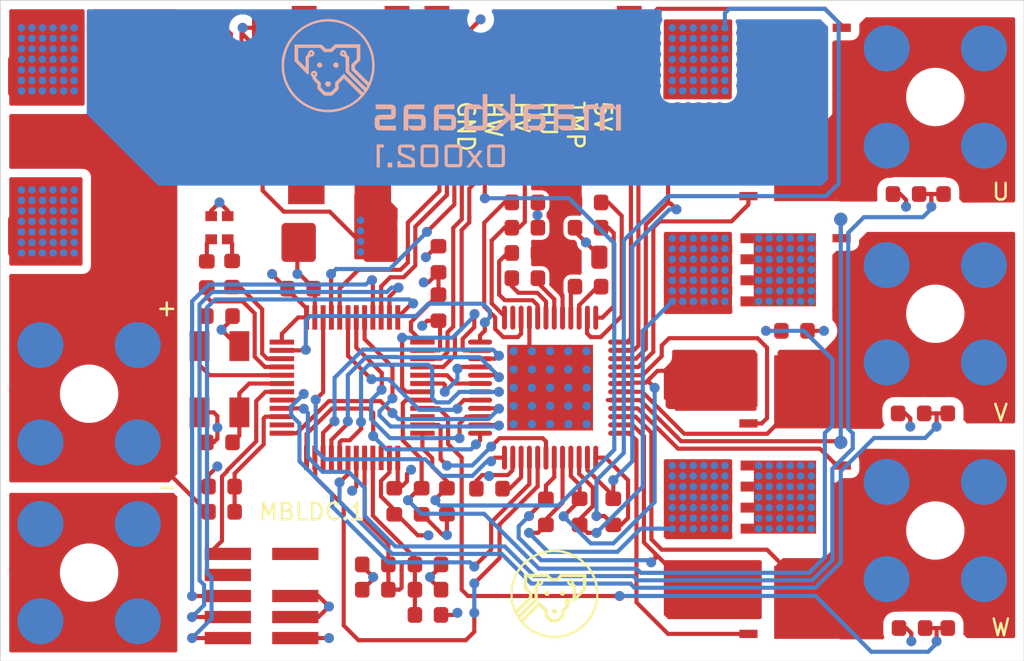
<source format=kicad_pcb>
(kicad_pcb (version 4) (generator gerbview)
  (layers (0 F.Cu signal) (1 In1.Cu signal) (2 In2.Cu signal) (31 B.Cu signal) (34 B.Paste user) (35 F.Paste user) (36 B.SilkS user) (37 F.SilkS user) (38 B.Mask user) (39 F.Mask user) (44 Edge.Cuts user))
  (gr_poly (pts (xy 141.43146 86.41907) (xy 141.37922 86.41958) (xy 141.26449 86.42079) (xy 141.17449 86.42206) (xy 141.10572 86.42366) (xy 141.05469 86.42592) (xy 141.01791 86.42913) (xy 140.99189 86.4336) (xy 140.97313 86.43962) (xy 140.95813 86.44751) (xy 140.94371 86.45735) (xy 140.92253 86.47314) (xy 140.90512 86.48931) (xy 140.89111 86.50864) (xy 140.88012 86.5339) (xy 140.87181 86.5679) (xy 140.86578 86.61341) (xy 140.86168 86.67322) (xy 140.85913 86.75011) (xy 140.85777 86.84687) (xy 140.85723 86.96629) (xy 140.85713 87.11096) (xy 140.85724 87.25615) (xy 140.85781 87.37587) (xy 140.85927 87.47287) (xy 140.86203 87.54992) (xy 140.86651 87.60976) (xy 140.87313 87.65516) (xy 140.8823 87.68886) (xy 140.89444 87.71362) (xy 140.90997 87.73219) (xy 140.9293 87.74734) (xy 140.95286 87.76181) (xy 140.95589 87.76358) (xy 140.97274 87.77236) (xy 140.99187 87.77921) (xy 141.01694 87.78441) (xy 141.05158 87.78825) (xy 141.09946 87.79101) (xy 141.16422 87.79296) (xy 141.24951 87.7944) (xy 141.35899 87.79559) (xy 141.37217 87.79572) (xy 141.493 87.79649) (xy 141.58881 87.79619) (xy 141.66276 87.79472) (xy 141.71802 87.79193) (xy 141.75777 87.78773) (xy 141.78518 87.78197) (xy 141.79211 87.7797) (xy 141.84706 87.75482) (xy 141.88359 87.7244) (xy 141.90932 87.68465) (xy 141.91466 87.66977) (xy 141.91902 87.6461) (xy 141.92247 87.61102) (xy 141.92513 87.56194) (xy 141.92707 87.49626) (xy 141.92839 87.41136) (xy 141.92918 87.30466) (xy 141.92952 87.17354) (xy 141.92956 87.10362) (xy 141.92953 86.96576) (xy 141.92933 86.85326) (xy 141.92882 86.76326) (xy 141.92783 86.69292) (xy 141.92622 86.63938) (xy 141.92384 86.59989) (xy 141.74611 86.59989) (xy 141.74611 87.60178) (xy 141.04056 87.60178) (xy 141.04056 86.59989) (xy 141.74611 86.59989) (xy 141.92384 86.59989) (xy 141.92383 86.59976) (xy 141.92051 86.57123) (xy 141.91609 86.55093) (xy 141.91043 86.53598) (xy 141.90338 86.52355) (xy 141.89781 86.51522) (xy 141.8778 86.48744) (xy 141.85764 86.46538) (xy 141.834 86.44841) (xy 141.80351 86.43593) (xy 141.76284 86.4273) (xy 141.70865 86.42192) (xy 141.63758 86.41917) (xy 141.5463 86.41842)) (layer B.SilkS) (width 0))
  (gr_line (start 141.43146 86.41907) (end 141.37922 86.41958) (layer B.SilkS) (width 0.01))
  (gr_line (start 141.37922 86.41958) (end 141.26449 86.42079) (layer B.SilkS) (width 0.01))
  (gr_line (start 141.26449 86.42079) (end 141.17449 86.42206) (layer B.SilkS) (width 0.01))
  (gr_line (start 141.17449 86.42206) (end 141.10572 86.42366) (layer B.SilkS) (width 0.01))
  (gr_line (start 141.10572 86.42366) (end 141.05469 86.42592) (layer B.SilkS) (width 0.01))
  (gr_line (start 141.05469 86.42592) (end 141.01791 86.42913) (layer B.SilkS) (width 0.01))
  (gr_line (start 141.01791 86.42913) (end 140.99189 86.4336) (layer B.SilkS) (width 0.01))
  (gr_line (start 140.99189 86.4336) (end 140.97313 86.43962) (layer B.SilkS) (width 0.01))
  (gr_line (start 140.97313 86.43962) (end 140.95813 86.44751) (layer B.SilkS) (width 0.01))
  (gr_line (start 140.95813 86.44751) (end 140.94371 86.45735) (layer B.SilkS) (width 0.01))
  (gr_line (start 140.94371 86.45735) (end 140.92253 86.47314) (layer B.SilkS) (width 0.01))
  (gr_line (start 140.92253 86.47314) (end 140.90512 86.48931) (layer B.SilkS) (width 0.01))
  (gr_line (start 140.90512 86.48931) (end 140.89111 86.50864) (layer B.SilkS) (width 0.01))
  (gr_line (start 140.89111 86.50864) (end 140.88012 86.5339) (layer B.SilkS) (width 0.01))
  (gr_line (start 140.88012 86.5339) (end 140.87181 86.5679) (layer B.SilkS) (width 0.01))
  (gr_line (start 140.87181 86.5679) (end 140.86578 86.61341) (layer B.SilkS) (width 0.01))
  (gr_line (start 140.86578 86.61341) (end 140.86168 86.67322) (layer B.SilkS) (width 0.01))
  (gr_line (start 140.86168 86.67322) (end 140.85913 86.75011) (layer B.SilkS) (width 0.01))
  (gr_line (start 140.85913 86.75011) (end 140.85777 86.84687) (layer B.SilkS) (width 0.01))
  (gr_line (start 140.85777 86.84687) (end 140.85723 86.96629) (layer B.SilkS) (width 0.01))
  (gr_line (start 140.85723 86.96629) (end 140.85713 87.11096) (layer B.SilkS) (width 0.01))
  (gr_line (start 140.85713 87.11096) (end 140.85724 87.25615) (layer B.SilkS) (width 0.01))
  (gr_line (start 140.85724 87.25615) (end 140.85781 87.37587) (layer B.SilkS) (width 0.01))
  (gr_line (start 140.85781 87.37587) (end 140.85927 87.47287) (layer B.SilkS) (width 0.01))
  (gr_line (start 140.85927 87.47287) (end 140.86203 87.54992) (layer B.SilkS) (width 0.01))
  (gr_line (start 140.86203 87.54992) (end 140.86651 87.60976) (layer B.SilkS) (width 0.01))
  (gr_line (start 140.86651 87.60976) (end 140.87313 87.65516) (layer B.SilkS) (width 0.01))
  (gr_line (start 140.87313 87.65516) (end 140.8823 87.68886) (layer B.SilkS) (width 0.01))
  (gr_line (start 140.8823 87.68886) (end 140.89444 87.71362) (layer B.SilkS) (width 0.01))
  (gr_line (start 140.89444 87.71362) (end 140.90997 87.73219) (layer B.SilkS) (width 0.01))
  (gr_line (start 140.90997 87.73219) (end 140.9293 87.74734) (layer B.SilkS) (width 0.01))
  (gr_line (start 140.9293 87.74734) (end 140.95286 87.76181) (layer B.SilkS) (width 0.01))
  (gr_line (start 140.95286 87.76181) (end 140.95589 87.76358) (layer B.SilkS) (width 0.01))
  (gr_line (start 140.95589 87.76358) (end 140.97274 87.77236) (layer B.SilkS) (width 0.01))
  (gr_line (start 140.97274 87.77236) (end 140.99187 87.77921) (layer B.SilkS) (width 0.01))
  (gr_line (start 140.99187 87.77921) (end 141.01694 87.78441) (layer B.SilkS) (width 0.01))
  (gr_line (start 141.01694 87.78441) (end 141.05158 87.78825) (layer B.SilkS) (width 0.01))
  (gr_line (start 141.05158 87.78825) (end 141.09946 87.79101) (layer B.SilkS) (width 0.01))
  (gr_line (start 141.09946 87.79101) (end 141.16422 87.79296) (layer B.SilkS) (width 0.01))
  (gr_line (start 141.16422 87.79296) (end 141.24951 87.7944) (layer B.SilkS) (width 0.01))
  (gr_line (start 141.24951 87.7944) (end 141.35899 87.79559) (layer B.SilkS) (width 0.01))
  (gr_line (start 141.35899 87.79559) (end 141.37217 87.79572) (layer B.SilkS) (width 0.01))
  (gr_line (start 141.37217 87.79572) (end 141.493 87.79649) (layer B.SilkS) (width 0.01))
  (gr_line (start 141.493 87.79649) (end 141.58881 87.79619) (layer B.SilkS) (width 0.01))
  (gr_line (start 141.58881 87.79619) (end 141.66276 87.79472) (layer B.SilkS) (width 0.01))
  (gr_line (start 141.66276 87.79472) (end 141.71802 87.79193) (layer B.SilkS) (width 0.01))
  (gr_line (start 141.71802 87.79193) (end 141.75777 87.78773) (layer B.SilkS) (width 0.01))
  (gr_line (start 141.75777 87.78773) (end 141.78518 87.78197) (layer B.SilkS) (width 0.01))
  (gr_line (start 141.78518 87.78197) (end 141.79211 87.7797) (layer B.SilkS) (width 0.01))
  (gr_line (start 141.79211 87.7797) (end 141.84706 87.75482) (layer B.SilkS) (width 0.01))
  (gr_line (start 141.84706 87.75482) (end 141.88359 87.7244) (layer B.SilkS) (width 0.01))
  (gr_line (start 141.88359 87.7244) (end 141.90932 87.68465) (layer B.SilkS) (width 0.01))
  (gr_line (start 141.90932 87.68465) (end 141.91466 87.66977) (layer B.SilkS) (width 0.01))
  (gr_line (start 141.91466 87.66977) (end 141.91902 87.6461) (layer B.SilkS) (width 0.01))
  (gr_line (start 141.91902 87.6461) (end 141.92247 87.61102) (layer B.SilkS) (width 0.01))
  (gr_line (start 141.92247 87.61102) (end 141.92513 87.56194) (layer B.SilkS) (width 0.01))
  (gr_line (start 141.92513 87.56194) (end 141.92707 87.49626) (layer B.SilkS) (width 0.01))
  (gr_line (start 141.92707 87.49626) (end 141.92839 87.41136) (layer B.SilkS) (width 0.01))
  (gr_line (start 141.92839 87.41136) (end 141.92918 87.30466) (layer B.SilkS) (width 0.01))
  (gr_line (start 141.92918 87.30466) (end 141.92952 87.17354) (layer B.SilkS) (width 0.01))
  (gr_line (start 141.92952 87.17354) (end 141.92956 87.10362) (layer B.SilkS) (width 0.01))
  (gr_line (start 141.92956 87.10362) (end 141.92953 86.96576) (layer B.SilkS) (width 0.01))
  (gr_line (start 141.92953 86.96576) (end 141.92933 86.85326) (layer B.SilkS) (width 0.01))
  (gr_line (start 141.92933 86.85326) (end 141.92882 86.76326) (layer B.SilkS) (width 0.01))
  (gr_line (start 141.92882 86.76326) (end 141.92783 86.69292) (layer B.SilkS) (width 0.01))
  (gr_line (start 141.92783 86.69292) (end 141.92622 86.63938) (layer B.SilkS) (width 0.01))
  (gr_line (start 141.92622 86.63938) (end 141.92384 86.59989) (layer B.SilkS) (width 0.01))
  (gr_line (start 141.92384 86.59989) (end 141.74611 86.59989) (layer B.SilkS) (width 0.01))
  (gr_line (start 141.74611 86.59989) (end 141.74611 87.60178) (layer B.SilkS) (width 0.01))
  (gr_line (start 141.74611 87.60178) (end 141.04056 87.60178) (layer B.SilkS) (width 0.01))
  (gr_line (start 141.04056 87.60178) (end 141.04056 86.59989) (layer B.SilkS) (width 0.01))
  (gr_line (start 141.04056 86.59989) (end 141.74611 86.59989) (layer B.SilkS) (width 0.01))
  (gr_line (start 141.74611 86.59989) (end 141.92384 86.59989) (layer B.SilkS) (width 0.01))
  (gr_line (start 141.92384 86.59989) (end 141.92383 86.59976) (layer B.SilkS) (width 0.01))
  (gr_line (start 141.92383 86.59976) (end 141.92051 86.57123) (layer B.SilkS) (width 0.01))
  (gr_line (start 141.92051 86.57123) (end 141.91609 86.55093) (layer B.SilkS) (width 0.01))
  (gr_line (start 141.91609 86.55093) (end 141.91043 86.53598) (layer B.SilkS) (width 0.01))
  (gr_line (start 141.91043 86.53598) (end 141.90338 86.52355) (layer B.SilkS) (width 0.01))
  (gr_line (start 141.90338 86.52355) (end 141.89781 86.51522) (layer B.SilkS) (width 0.01))
  (gr_line (start 141.89781 86.51522) (end 141.8778 86.48744) (layer B.SilkS) (width 0.01))
  (gr_line (start 141.8778 86.48744) (end 141.85764 86.46538) (layer B.SilkS) (width 0.01))
  (gr_line (start 141.85764 86.46538) (end 141.834 86.44841) (layer B.SilkS) (width 0.01))
  (gr_line (start 141.834 86.44841) (end 141.80351 86.43593) (layer B.SilkS) (width 0.01))
  (gr_line (start 141.80351 86.43593) (end 141.76284 86.4273) (layer B.SilkS) (width 0.01))
  (gr_line (start 141.76284 86.4273) (end 141.70865 86.42192) (layer B.SilkS) (width 0.01))
  (gr_line (start 141.70865 86.42192) (end 141.63758 86.41917) (layer B.SilkS) (width 0.01))
  (gr_line (start 141.63758 86.41917) (end 141.5463 86.41842) (layer B.SilkS) (width 0.01))
  (gr_line (start 141.5463 86.41842) (end 141.43146 86.41907) (layer B.SilkS) (width 0.01))
  (gr_poly (pts (xy 140.24299 86.94914) (xy 140.19892 87.00808) (xy 140.16042 87.05834) (xy 140.13073 87.09579) (xy 140.11308 87.11631) (xy 140.11004 87.11888) (xy 140.09854 87.10951) (xy 140.07372 87.08109) (xy 140.03874 87.03747) (xy 139.99674 86.98252) (xy 139.97488 86.95307) (xy 139.85004 86.78333) (xy 139.64115 86.78333) (xy 139.69476 86.85742) (xy 139.72338 86.89653) (xy 139.76402 86.95151) (xy 139.81173 87.01566) (xy 139.86154 87.08231) (xy 139.87235 87.09673) (xy 139.91615 87.1557) (xy 139.95316 87.20666) (xy 139.98038 87.2454) (xy 139.99481 87.26768) (xy 139.99633 87.27115) (xy 139.98832 87.28454) (xy 139.96598 87.31706) (xy 139.93184 87.36523) (xy 139.88843 87.42555) (xy 139.83829 87.49453) (xy 139.78395 87.56867) (xy 139.72795 87.64449) (xy 139.67281 87.71848) (xy 139.64653 87.75347) (xy 139.61198 87.79933) (xy 139.82166 87.79933) (xy 139.96191 87.60899) (xy 140.00873 87.54605) (xy 140.04976 87.49198) (xy 140.08213 87.45051) (xy 140.10294 87.42536) (xy 140.10922 87.41944) (xy 140.11948 87.43051) (xy 140.14341 87.46066) (xy 140.17811 87.5061) (xy 140.22069 87.56307) (xy 140.2551 87.60978) (xy 140.39392 87.79933) (xy 140.60309 87.79933) (xy 140.42623 87.56297) (xy 140.37224 87.49034) (xy 140.32338 87.42373) (xy 140.28246 87.36701) (xy 140.25226 87.32408) (xy 140.2356 87.29883) (xy 140.23389 87.29577) (xy 140.23024 87.28338) (xy 140.23233 87.26755) (xy 140.24204 87.24513) (xy 140.26126 87.21296) (xy 140.29188 87.1679) (xy 140.33579 87.10678) (xy 140.39488 87.02646) (xy 140.3966 87.02413) (xy 140.57479 86.78333) (xy 140.36562 86.78333)) (layer B.SilkS) (width 0))
  (gr_line (start 140.24299 86.94914) (end 140.19892 87.00808) (layer B.SilkS) (width 0.01))
  (gr_line (start 140.19892 87.00808) (end 140.16042 87.05834) (layer B.SilkS) (width 0.01))
  (gr_line (start 140.16042 87.05834) (end 140.13073 87.09579) (layer B.SilkS) (width 0.01))
  (gr_line (start 140.13073 87.09579) (end 140.11308 87.11631) (layer B.SilkS) (width 0.01))
  (gr_line (start 140.11308 87.11631) (end 140.11004 87.11888) (layer B.SilkS) (width 0.01))
  (gr_line (start 140.11004 87.11888) (end 140.09854 87.10951) (layer B.SilkS) (width 0.01))
  (gr_line (start 140.09854 87.10951) (end 140.07372 87.08109) (layer B.SilkS) (width 0.01))
  (gr_line (start 140.07372 87.08109) (end 140.03874 87.03747) (layer B.SilkS) (width 0.01))
  (gr_line (start 140.03874 87.03747) (end 139.99674 86.98252) (layer B.SilkS) (width 0.01))
  (gr_line (start 139.99674 86.98252) (end 139.97488 86.95307) (layer B.SilkS) (width 0.01))
  (gr_line (start 139.97488 86.95307) (end 139.85004 86.78333) (layer B.SilkS) (width 0.01))
  (gr_line (start 139.85004 86.78333) (end 139.64115 86.78333) (layer B.SilkS) (width 0.01))
  (gr_line (start 139.64115 86.78333) (end 139.69476 86.85742) (layer B.SilkS) (width 0.01))
  (gr_line (start 139.69476 86.85742) (end 139.72338 86.89653) (layer B.SilkS) (width 0.01))
  (gr_line (start 139.72338 86.89653) (end 139.76402 86.95151) (layer B.SilkS) (width 0.01))
  (gr_line (start 139.76402 86.95151) (end 139.81173 87.01566) (layer B.SilkS) (width 0.01))
  (gr_line (start 139.81173 87.01566) (end 139.86154 87.08231) (layer B.SilkS) (width 0.01))
  (gr_line (start 139.86154 87.08231) (end 139.87235 87.09673) (layer B.SilkS) (width 0.01))
  (gr_line (start 139.87235 87.09673) (end 139.91615 87.1557) (layer B.SilkS) (width 0.01))
  (gr_line (start 139.91615 87.1557) (end 139.95316 87.20666) (layer B.SilkS) (width 0.01))
  (gr_line (start 139.95316 87.20666) (end 139.98038 87.2454) (layer B.SilkS) (width 0.01))
  (gr_line (start 139.98038 87.2454) (end 139.99481 87.26768) (layer B.SilkS) (width 0.01))
  (gr_line (start 139.99481 87.26768) (end 139.99633 87.27115) (layer B.SilkS) (width 0.01))
  (gr_line (start 139.99633 87.27115) (end 139.98832 87.28454) (layer B.SilkS) (width 0.01))
  (gr_line (start 139.98832 87.28454) (end 139.96598 87.31706) (layer B.SilkS) (width 0.01))
  (gr_line (start 139.96598 87.31706) (end 139.93184 87.36523) (layer B.SilkS) (width 0.01))
  (gr_line (start 139.93184 87.36523) (end 139.88843 87.42555) (layer B.SilkS) (width 0.01))
  (gr_line (start 139.88843 87.42555) (end 139.83829 87.49453) (layer B.SilkS) (width 0.01))
  (gr_line (start 139.83829 87.49453) (end 139.78395 87.56867) (layer B.SilkS) (width 0.01))
  (gr_line (start 139.78395 87.56867) (end 139.72795 87.64449) (layer B.SilkS) (width 0.01))
  (gr_line (start 139.72795 87.64449) (end 139.67281 87.71848) (layer B.SilkS) (width 0.01))
  (gr_line (start 139.67281 87.71848) (end 139.64653 87.75347) (layer B.SilkS) (width 0.01))
  (gr_line (start 139.64653 87.75347) (end 139.61198 87.79933) (layer B.SilkS) (width 0.01))
  (gr_line (start 139.61198 87.79933) (end 139.82166 87.79933) (layer B.SilkS) (width 0.01))
  (gr_line (start 139.82166 87.79933) (end 139.96191 87.60899) (layer B.SilkS) (width 0.01))
  (gr_line (start 139.96191 87.60899) (end 140.00873 87.54605) (layer B.SilkS) (width 0.01))
  (gr_line (start 140.00873 87.54605) (end 140.04976 87.49198) (layer B.SilkS) (width 0.01))
  (gr_line (start 140.04976 87.49198) (end 140.08213 87.45051) (layer B.SilkS) (width 0.01))
  (gr_line (start 140.08213 87.45051) (end 140.10294 87.42536) (layer B.SilkS) (width 0.01))
  (gr_line (start 140.10294 87.42536) (end 140.10922 87.41944) (layer B.SilkS) (width 0.01))
  (gr_line (start 140.10922 87.41944) (end 140.11948 87.43051) (layer B.SilkS) (width 0.01))
  (gr_line (start 140.11948 87.43051) (end 140.14341 87.46066) (layer B.SilkS) (width 0.01))
  (gr_line (start 140.14341 87.46066) (end 140.17811 87.5061) (layer B.SilkS) (width 0.01))
  (gr_line (start 140.17811 87.5061) (end 140.22069 87.56307) (layer B.SilkS) (width 0.01))
  (gr_line (start 140.22069 87.56307) (end 140.2551 87.60978) (layer B.SilkS) (width 0.01))
  (gr_line (start 140.2551 87.60978) (end 140.39392 87.79933) (layer B.SilkS) (width 0.01))
  (gr_line (start 140.39392 87.79933) (end 140.60309 87.79933) (layer B.SilkS) (width 0.01))
  (gr_line (start 140.60309 87.79933) (end 140.42623 87.56297) (layer B.SilkS) (width 0.01))
  (gr_line (start 140.42623 87.56297) (end 140.37224 87.49034) (layer B.SilkS) (width 0.01))
  (gr_line (start 140.37224 87.49034) (end 140.32338 87.42373) (layer B.SilkS) (width 0.01))
  (gr_line (start 140.32338 87.42373) (end 140.28246 87.36701) (layer B.SilkS) (width 0.01))
  (gr_line (start 140.28246 87.36701) (end 140.25226 87.32408) (layer B.SilkS) (width 0.01))
  (gr_line (start 140.25226 87.32408) (end 140.2356 87.29883) (layer B.SilkS) (width 0.01))
  (gr_line (start 140.2356 87.29883) (end 140.23389 87.29577) (layer B.SilkS) (width 0.01))
  (gr_line (start 140.23389 87.29577) (end 140.23024 87.28338) (layer B.SilkS) (width 0.01))
  (gr_line (start 140.23024 87.28338) (end 140.23233 87.26755) (layer B.SilkS) (width 0.01))
  (gr_line (start 140.23233 87.26755) (end 140.24204 87.24513) (layer B.SilkS) (width 0.01))
  (gr_line (start 140.24204 87.24513) (end 140.26126 87.21296) (layer B.SilkS) (width 0.01))
  (gr_line (start 140.26126 87.21296) (end 140.29188 87.1679) (layer B.SilkS) (width 0.01))
  (gr_line (start 140.29188 87.1679) (end 140.33579 87.10678) (layer B.SilkS) (width 0.01))
  (gr_line (start 140.33579 87.10678) (end 140.39488 87.02646) (layer B.SilkS) (width 0.01))
  (gr_line (start 140.39488 87.02646) (end 140.3966 87.02413) (layer B.SilkS) (width 0.01))
  (gr_line (start 140.3966 87.02413) (end 140.57479 86.78333) (layer B.SilkS) (width 0.01))
  (gr_line (start 140.57479 86.78333) (end 140.36562 86.78333) (layer B.SilkS) (width 0.01))
  (gr_line (start 140.36562 86.78333) (end 140.24299 86.94914) (layer B.SilkS) (width 0.01))
  (gr_poly (pts (xy 138.70155 86.41671) (xy 138.60534 86.41789) (xy 138.53031 86.42053) (xy 138.47291 86.42518) (xy 138.42962 86.43239) (xy 138.39692 86.44272) (xy 138.37127 86.45672) (xy 138.34915 86.47494) (xy 138.33122 86.49336) (xy 138.29594 86.53158) (xy 138.29221 87.09137) (xy 138.29071 87.25018) (xy 138.28961 87.38309) (xy 138.29054 87.49241) (xy 138.29512 87.58044) (xy 138.30497 87.64949) (xy 138.32173 87.70186) (xy 138.34701 87.73985) (xy 138.38246 87.76576) (xy 138.42969 87.7819) (xy 138.49033 87.79056) (xy 138.56601 87.79406) (xy 138.65835 87.79469) (xy 138.76898 87.79476) (xy 138.78918 87.79488) (xy 138.89051 87.79518) (xy 138.98446 87.79467) (xy 139.06672 87.79344) (xy 139.13301 87.79157) (xy 139.17903 87.78915) (xy 139.19906 87.78672) (xy 139.26595 87.76005) (xy 139.31364 87.71669) (xy 139.33429 87.68348) (xy 139.3413 87.66836) (xy 139.34699 87.65093) (xy 139.35149 87.62825) (xy 139.35494 87.59738) (xy 139.35748 87.55537) (xy 139.35925 87.49928) (xy 139.36038 87.42617) (xy 139.36101 87.3331) (xy 139.36128 87.21712) (xy 139.36133 87.1047) (xy 139.36127 86.9595) (xy 139.36075 86.83977) (xy 139.35931 86.74274) (xy 139.35648 86.66567) (xy 139.35177 86.6058) (xy 139.35085 86.59989) (xy 139.17789 86.59989) (xy 139.17789 87.60178) (xy 138.47233 87.60178) (xy 138.47233 86.59989) (xy 139.17789 86.59989) (xy 139.35085 86.59989) (xy 139.34471 86.56038) (xy 139.33482 86.52664) (xy 139.32164 86.50184) (xy 139.30469 86.48321) (xy 139.28349 86.46801) (xy 139.25757 86.45347) (xy 139.24827 86.44855) (xy 139.22873 86.43878) (xy 139.20911 86.43122) (xy 139.18565 86.42559) (xy 139.15457 86.42161) (xy 139.11212 86.41899) (xy 139.05454 86.41745) (xy 138.97805 86.4167) (xy 138.87891 86.41646) (xy 138.82244 86.41644)) (layer B.SilkS) (width 0))
  (gr_line (start 138.70155 86.41671) (end 138.60534 86.41789) (layer B.SilkS) (width 0.01))
  (gr_line (start 138.60534 86.41789) (end 138.53031 86.42053) (layer B.SilkS) (width 0.01))
  (gr_line (start 138.53031 86.42053) (end 138.47291 86.42518) (layer B.SilkS) (width 0.01))
  (gr_line (start 138.47291 86.42518) (end 138.42962 86.43239) (layer B.SilkS) (width 0.01))
  (gr_line (start 138.42962 86.43239) (end 138.39692 86.44272) (layer B.SilkS) (width 0.01))
  (gr_line (start 138.39692 86.44272) (end 138.37127 86.45672) (layer B.SilkS) (width 0.01))
  (gr_line (start 138.37127 86.45672) (end 138.34915 86.47494) (layer B.SilkS) (width 0.01))
  (gr_line (start 138.34915 86.47494) (end 138.33122 86.49336) (layer B.SilkS) (width 0.01))
  (gr_line (start 138.33122 86.49336) (end 138.29594 86.53158) (layer B.SilkS) (width 0.01))
  (gr_line (start 138.29594 86.53158) (end 138.29221 87.09137) (layer B.SilkS) (width 0.01))
  (gr_line (start 138.29221 87.09137) (end 138.29071 87.25018) (layer B.SilkS) (width 0.01))
  (gr_line (start 138.29071 87.25018) (end 138.28961 87.38309) (layer B.SilkS) (width 0.01))
  (gr_line (start 138.28961 87.38309) (end 138.29054 87.49241) (layer B.SilkS) (width 0.01))
  (gr_line (start 138.29054 87.49241) (end 138.29512 87.58044) (layer B.SilkS) (width 0.01))
  (gr_line (start 138.29512 87.58044) (end 138.30497 87.64949) (layer B.SilkS) (width 0.01))
  (gr_line (start 138.30497 87.64949) (end 138.32173 87.70186) (layer B.SilkS) (width 0.01))
  (gr_line (start 138.32173 87.70186) (end 138.34701 87.73985) (layer B.SilkS) (width 0.01))
  (gr_line (start 138.34701 87.73985) (end 138.38246 87.76576) (layer B.SilkS) (width 0.01))
  (gr_line (start 138.38246 87.76576) (end 138.42969 87.7819) (layer B.SilkS) (width 0.01))
  (gr_line (start 138.42969 87.7819) (end 138.49033 87.79056) (layer B.SilkS) (width 0.01))
  (gr_line (start 138.49033 87.79056) (end 138.56601 87.79406) (layer B.SilkS) (width 0.01))
  (gr_line (start 138.56601 87.79406) (end 138.65835 87.79469) (layer B.SilkS) (width 0.01))
  (gr_line (start 138.65835 87.79469) (end 138.76898 87.79476) (layer B.SilkS) (width 0.01))
  (gr_line (start 138.76898 87.79476) (end 138.78918 87.79488) (layer B.SilkS) (width 0.01))
  (gr_line (start 138.78918 87.79488) (end 138.89051 87.79518) (layer B.SilkS) (width 0.01))
  (gr_line (start 138.89051 87.79518) (end 138.98446 87.79467) (layer B.SilkS) (width 0.01))
  (gr_line (start 138.98446 87.79467) (end 139.06672 87.79344) (layer B.SilkS) (width 0.01))
  (gr_line (start 139.06672 87.79344) (end 139.13301 87.79157) (layer B.SilkS) (width 0.01))
  (gr_line (start 139.13301 87.79157) (end 139.17903 87.78915) (layer B.SilkS) (width 0.01))
  (gr_line (start 139.17903 87.78915) (end 139.19906 87.78672) (layer B.SilkS) (width 0.01))
  (gr_line (start 139.19906 87.78672) (end 139.26595 87.76005) (layer B.SilkS) (width 0.01))
  (gr_line (start 139.26595 87.76005) (end 139.31364 87.71669) (layer B.SilkS) (width 0.01))
  (gr_line (start 139.31364 87.71669) (end 139.33429 87.68348) (layer B.SilkS) (width 0.01))
  (gr_line (start 139.33429 87.68348) (end 139.3413 87.66836) (layer B.SilkS) (width 0.01))
  (gr_line (start 139.3413 87.66836) (end 139.34699 87.65093) (layer B.SilkS) (width 0.01))
  (gr_line (start 139.34699 87.65093) (end 139.35149 87.62825) (layer B.SilkS) (width 0.01))
  (gr_line (start 139.35149 87.62825) (end 139.35494 87.59738) (layer B.SilkS) (width 0.01))
  (gr_line (start 139.35494 87.59738) (end 139.35748 87.55537) (layer B.SilkS) (width 0.01))
  (gr_line (start 139.35748 87.55537) (end 139.35925 87.49928) (layer B.SilkS) (width 0.01))
  (gr_line (start 139.35925 87.49928) (end 139.36038 87.42617) (layer B.SilkS) (width 0.01))
  (gr_line (start 139.36038 87.42617) (end 139.36101 87.3331) (layer B.SilkS) (width 0.01))
  (gr_line (start 139.36101 87.3331) (end 139.36128 87.21712) (layer B.SilkS) (width 0.01))
  (gr_line (start 139.36128 87.21712) (end 139.36133 87.1047) (layer B.SilkS) (width 0.01))
  (gr_line (start 139.36133 87.1047) (end 139.36127 86.9595) (layer B.SilkS) (width 0.01))
  (gr_line (start 139.36127 86.9595) (end 139.36075 86.83977) (layer B.SilkS) (width 0.01))
  (gr_line (start 139.36075 86.83977) (end 139.35931 86.74274) (layer B.SilkS) (width 0.01))
  (gr_line (start 139.35931 86.74274) (end 139.35648 86.66567) (layer B.SilkS) (width 0.01))
  (gr_line (start 139.35648 86.66567) (end 139.35177 86.6058) (layer B.SilkS) (width 0.01))
  (gr_line (start 139.35177 86.6058) (end 139.35085 86.59989) (layer B.SilkS) (width 0.01))
  (gr_line (start 139.35085 86.59989) (end 139.17789 86.59989) (layer B.SilkS) (width 0.01))
  (gr_line (start 139.17789 86.59989) (end 139.17789 87.60178) (layer B.SilkS) (width 0.01))
  (gr_line (start 139.17789 87.60178) (end 138.47233 87.60178) (layer B.SilkS) (width 0.01))
  (gr_line (start 138.47233 87.60178) (end 138.47233 86.59989) (layer B.SilkS) (width 0.01))
  (gr_line (start 138.47233 86.59989) (end 139.17789 86.59989) (layer B.SilkS) (width 0.01))
  (gr_line (start 139.17789 86.59989) (end 139.35085 86.59989) (layer B.SilkS) (width 0.01))
  (gr_line (start 139.35085 86.59989) (end 139.34471 86.56038) (layer B.SilkS) (width 0.01))
  (gr_line (start 139.34471 86.56038) (end 139.33482 86.52664) (layer B.SilkS) (width 0.01))
  (gr_line (start 139.33482 86.52664) (end 139.32164 86.50184) (layer B.SilkS) (width 0.01))
  (gr_line (start 139.32164 86.50184) (end 139.30469 86.48321) (layer B.SilkS) (width 0.01))
  (gr_line (start 139.30469 86.48321) (end 139.28349 86.46801) (layer B.SilkS) (width 0.01))
  (gr_line (start 139.28349 86.46801) (end 139.25757 86.45347) (layer B.SilkS) (width 0.01))
  (gr_line (start 139.25757 86.45347) (end 139.24827 86.44855) (layer B.SilkS) (width 0.01))
  (gr_line (start 139.24827 86.44855) (end 139.22873 86.43878) (layer B.SilkS) (width 0.01))
  (gr_line (start 139.22873 86.43878) (end 139.20911 86.43122) (layer B.SilkS) (width 0.01))
  (gr_line (start 139.20911 86.43122) (end 139.18565 86.42559) (layer B.SilkS) (width 0.01))
  (gr_line (start 139.18565 86.42559) (end 139.15457 86.42161) (layer B.SilkS) (width 0.01))
  (gr_line (start 139.15457 86.42161) (end 139.11212 86.41899) (layer B.SilkS) (width 0.01))
  (gr_line (start 139.11212 86.41899) (end 139.05454 86.41745) (layer B.SilkS) (width 0.01))
  (gr_line (start 139.05454 86.41745) (end 138.97805 86.4167) (layer B.SilkS) (width 0.01))
  (gr_line (start 138.97805 86.4167) (end 138.87891 86.41646) (layer B.SilkS) (width 0.01))
  (gr_line (start 138.87891 86.41646) (end 138.82244 86.41644) (layer B.SilkS) (width 0.01))
  (gr_line (start 138.82244 86.41644) (end 138.70155 86.41671) (layer B.SilkS) (width 0.01))
  (gr_poly (pts (xy 137.26641 86.41659) (xy 137.17857 86.41721) (xy 137.11145 86.41853) (xy 137.06133 86.42082) (xy 137.02444 86.42431) (xy 136.99704 86.42926) (xy 136.97538 86.43591) (xy 136.95601 86.44437) (xy 136.91291 86.47274) (xy 136.87711 86.50873) (xy 136.87041 86.51845) (xy 136.8633 86.53144) (xy 136.85751 86.54643) (xy 136.8529 86.5663) (xy 136.84934 86.59388) (xy 136.8467 86.63205) (xy 136.84484 86.68365) (xy 136.84363 86.75154) (xy 136.84292 86.83859) (xy 136.84259 86.94764) (xy 136.8425 87.08155) (xy 136.8425 87.10789) (xy 136.84208 87.26459) (xy 136.84195 87.39543) (xy 136.84386 87.50275) (xy 136.84951 87.58887) (xy 136.86063 87.65614) (xy 136.87894 87.70687) (xy 136.90618 87.7434) (xy 136.94406 87.76806) (xy 136.99431 87.78318) (xy 137.05864 87.79109) (xy 137.13879 87.79413) (xy 137.23648 87.79462) (xy 137.3505 87.79488) (xy 137.45222 87.79512) (xy 137.54697 87.79447) (xy 137.63036 87.79302) (xy 137.69801 87.79086) (xy 137.7455 87.7881) (xy 137.76655 87.7854) (xy 137.82649 87.75692) (xy 137.87451 87.70689) (xy 137.90605 87.64104) (xy 137.91434 87.60178) (xy 137.72444 87.60178) (xy 137.01853 87.60178) (xy 137.02594 86.60694) (xy 137.72444 86.5994) (xy 137.72444 87.60178) (xy 137.91434 87.60178) (xy 137.91477 87.59977) (xy 137.91686 87.56758) (xy 137.91852 87.51112) (xy 137.91971 87.43436) (xy 137.92039 87.34124) (xy 137.92054 87.23573) (xy 137.92011 87.12178) (xy 137.9195 87.04439) (xy 137.91809 86.90605) (xy 137.91635 86.79304) (xy 137.91372 86.70248) (xy 137.90964 86.63149) (xy 137.90353 86.57718) (xy 137.89483 86.53667) (xy 137.88297 86.50707) (xy 137.86739 86.4855) (xy 137.8475 86.46906) (xy 137.82276 86.45488) (xy 137.80144 86.44437) (xy 137.78178 86.4358) (xy 137.76007 86.42918) (xy 137.73257 86.42425) (xy 137.69552 86.42078) (xy 137.64518 86.41851) (xy 137.5778 86.4172) (xy 137.48965 86.41659) (xy 137.37872 86.41644)) (layer B.SilkS) (width 0))
  (gr_line (start 137.26641 86.41659) (end 137.17857 86.41721) (layer B.SilkS) (width 0.01))
  (gr_line (start 137.17857 86.41721) (end 137.11145 86.41853) (layer B.SilkS) (width 0.01))
  (gr_line (start 137.11145 86.41853) (end 137.06133 86.42082) (layer B.SilkS) (width 0.01))
  (gr_line (start 137.06133 86.42082) (end 137.02444 86.42431) (layer B.SilkS) (width 0.01))
  (gr_line (start 137.02444 86.42431) (end 136.99704 86.42926) (layer B.SilkS) (width 0.01))
  (gr_line (start 136.99704 86.42926) (end 136.97538 86.43591) (layer B.SilkS) (width 0.01))
  (gr_line (start 136.97538 86.43591) (end 136.95601 86.44437) (layer B.SilkS) (width 0.01))
  (gr_line (start 136.95601 86.44437) (end 136.91291 86.47274) (layer B.SilkS) (width 0.01))
  (gr_line (start 136.91291 86.47274) (end 136.87711 86.50873) (layer B.SilkS) (width 0.01))
  (gr_line (start 136.87711 86.50873) (end 136.87041 86.51845) (layer B.SilkS) (width 0.01))
  (gr_line (start 136.87041 86.51845) (end 136.8633 86.53144) (layer B.SilkS) (width 0.01))
  (gr_line (start 136.8633 86.53144) (end 136.85751 86.54643) (layer B.SilkS) (width 0.01))
  (gr_line (start 136.85751 86.54643) (end 136.8529 86.5663) (layer B.SilkS) (width 0.01))
  (gr_line (start 136.8529 86.5663) (end 136.84934 86.59388) (layer B.SilkS) (width 0.01))
  (gr_line (start 136.84934 86.59388) (end 136.8467 86.63205) (layer B.SilkS) (width 0.01))
  (gr_line (start 136.8467 86.63205) (end 136.84484 86.68365) (layer B.SilkS) (width 0.01))
  (gr_line (start 136.84484 86.68365) (end 136.84363 86.75154) (layer B.SilkS) (width 0.01))
  (gr_line (start 136.84363 86.75154) (end 136.84292 86.83859) (layer B.SilkS) (width 0.01))
  (gr_line (start 136.84292 86.83859) (end 136.84259 86.94764) (layer B.SilkS) (width 0.01))
  (gr_line (start 136.84259 86.94764) (end 136.8425 87.08155) (layer B.SilkS) (width 0.01))
  (gr_line (start 136.8425 87.08155) (end 136.8425 87.10789) (layer B.SilkS) (width 0.01))
  (gr_line (start 136.8425 87.10789) (end 136.84208 87.26459) (layer B.SilkS) (width 0.01))
  (gr_line (start 136.84208 87.26459) (end 136.84195 87.39543) (layer B.SilkS) (width 0.01))
  (gr_line (start 136.84195 87.39543) (end 136.84386 87.50275) (layer B.SilkS) (width 0.01))
  (gr_line (start 136.84386 87.50275) (end 136.84951 87.58887) (layer B.SilkS) (width 0.01))
  (gr_line (start 136.84951 87.58887) (end 136.86063 87.65614) (layer B.SilkS) (width 0.01))
  (gr_line (start 136.86063 87.65614) (end 136.87894 87.70687) (layer B.SilkS) (width 0.01))
  (gr_line (start 136.87894 87.70687) (end 136.90618 87.7434) (layer B.SilkS) (width 0.01))
  (gr_line (start 136.90618 87.7434) (end 136.94406 87.76806) (layer B.SilkS) (width 0.01))
  (gr_line (start 136.94406 87.76806) (end 136.99431 87.78318) (layer B.SilkS) (width 0.01))
  (gr_line (start 136.99431 87.78318) (end 137.05864 87.79109) (layer B.SilkS) (width 0.01))
  (gr_line (start 137.05864 87.79109) (end 137.13879 87.79413) (layer B.SilkS) (width 0.01))
  (gr_line (start 137.13879 87.79413) (end 137.23648 87.79462) (layer B.SilkS) (width 0.01))
  (gr_line (start 137.23648 87.79462) (end 137.3505 87.79488) (layer B.SilkS) (width 0.01))
  (gr_line (start 137.3505 87.79488) (end 137.45222 87.79512) (layer B.SilkS) (width 0.01))
  (gr_line (start 137.45222 87.79512) (end 137.54697 87.79447) (layer B.SilkS) (width 0.01))
  (gr_line (start 137.54697 87.79447) (end 137.63036 87.79302) (layer B.SilkS) (width 0.01))
  (gr_line (start 137.63036 87.79302) (end 137.69801 87.79086) (layer B.SilkS) (width 0.01))
  (gr_line (start 137.69801 87.79086) (end 137.7455 87.7881) (layer B.SilkS) (width 0.01))
  (gr_line (start 137.7455 87.7881) (end 137.76655 87.7854) (layer B.SilkS) (width 0.01))
  (gr_line (start 137.76655 87.7854) (end 137.82649 87.75692) (layer B.SilkS) (width 0.01))
  (gr_line (start 137.82649 87.75692) (end 137.87451 87.70689) (layer B.SilkS) (width 0.01))
  (gr_line (start 137.87451 87.70689) (end 137.90605 87.64104) (layer B.SilkS) (width 0.01))
  (gr_line (start 137.90605 87.64104) (end 137.91434 87.60178) (layer B.SilkS) (width 0.01))
  (gr_line (start 137.91434 87.60178) (end 137.72444 87.60178) (layer B.SilkS) (width 0.01))
  (gr_line (start 137.72444 87.60178) (end 137.01853 87.60178) (layer B.SilkS) (width 0.01))
  (gr_line (start 137.01853 87.60178) (end 137.02594 86.60694) (layer B.SilkS) (width 0.01))
  (gr_line (start 137.02594 86.60694) (end 137.72444 86.5994) (layer B.SilkS) (width 0.01))
  (gr_line (start 137.72444 86.5994) (end 137.72444 87.60178) (layer B.SilkS) (width 0.01))
  (gr_line (start 137.72444 87.60178) (end 137.91434 87.60178) (layer B.SilkS) (width 0.01))
  (gr_line (start 137.91434 87.60178) (end 137.91477 87.59977) (layer B.SilkS) (width 0.01))
  (gr_line (start 137.91477 87.59977) (end 137.91686 87.56758) (layer B.SilkS) (width 0.01))
  (gr_line (start 137.91686 87.56758) (end 137.91852 87.51112) (layer B.SilkS) (width 0.01))
  (gr_line (start 137.91852 87.51112) (end 137.91971 87.43436) (layer B.SilkS) (width 0.01))
  (gr_line (start 137.91971 87.43436) (end 137.92039 87.34124) (layer B.SilkS) (width 0.01))
  (gr_line (start 137.92039 87.34124) (end 137.92054 87.23573) (layer B.SilkS) (width 0.01))
  (gr_line (start 137.92054 87.23573) (end 137.92011 87.12178) (layer B.SilkS) (width 0.01))
  (gr_line (start 137.92011 87.12178) (end 137.9195 87.04439) (layer B.SilkS) (width 0.01))
  (gr_line (start 137.9195 87.04439) (end 137.91809 86.90605) (layer B.SilkS) (width 0.01))
  (gr_line (start 137.91809 86.90605) (end 137.91635 86.79304) (layer B.SilkS) (width 0.01))
  (gr_line (start 137.91635 86.79304) (end 137.91372 86.70248) (layer B.SilkS) (width 0.01))
  (gr_line (start 137.91372 86.70248) (end 137.90964 86.63149) (layer B.SilkS) (width 0.01))
  (gr_line (start 137.90964 86.63149) (end 137.90353 86.57718) (layer B.SilkS) (width 0.01))
  (gr_line (start 137.90353 86.57718) (end 137.89483 86.53667) (layer B.SilkS) (width 0.01))
  (gr_line (start 137.89483 86.53667) (end 137.88297 86.50707) (layer B.SilkS) (width 0.01))
  (gr_line (start 137.88297 86.50707) (end 137.86739 86.4855) (layer B.SilkS) (width 0.01))
  (gr_line (start 137.86739 86.4855) (end 137.8475 86.46906) (layer B.SilkS) (width 0.01))
  (gr_line (start 137.8475 86.46906) (end 137.82276 86.45488) (layer B.SilkS) (width 0.01))
  (gr_line (start 137.82276 86.45488) (end 137.80144 86.44437) (layer B.SilkS) (width 0.01))
  (gr_line (start 137.80144 86.44437) (end 137.78178 86.4358) (layer B.SilkS) (width 0.01))
  (gr_line (start 137.78178 86.4358) (end 137.76007 86.42918) (layer B.SilkS) (width 0.01))
  (gr_line (start 137.76007 86.42918) (end 137.73257 86.42425) (layer B.SilkS) (width 0.01))
  (gr_line (start 137.73257 86.42425) (end 137.69552 86.42078) (layer B.SilkS) (width 0.01))
  (gr_line (start 137.69552 86.42078) (end 137.64518 86.41851) (layer B.SilkS) (width 0.01))
  (gr_line (start 137.64518 86.41851) (end 137.5778 86.4172) (layer B.SilkS) (width 0.01))
  (gr_line (start 137.5778 86.4172) (end 137.48965 86.41659) (layer B.SilkS) (width 0.01))
  (gr_line (start 137.48965 86.41659) (end 137.37872 86.41644) (layer B.SilkS) (width 0.01))
  (gr_line (start 137.37872 86.41644) (end 137.26641 86.41659) (layer B.SilkS) (width 0.01))
  (gr_poly (pts (xy 136.09349 86.41762) (xy 135.99005 86.41876) (xy 135.96482 86.41907) (xy 135.85615 86.42055) (xy 135.77199 86.42212) (xy 135.70864 86.42412) (xy 135.6624 86.42688) (xy 135.62957 86.43075) (xy 135.60643 86.43606) (xy 135.58929 86.44314) (xy 135.57444 86.45235) (xy 135.57071 86.45497) (xy 135.5337 86.48731) (xy 135.50792 86.52625) (xy 135.49165 86.57712) (xy 135.48318 86.64528) (xy 135.48078 86.73444) (xy 135.48295 86.83035) (xy 135.49036 86.90306) (xy 135.50435 86.9573) (xy 135.52626 86.99781) (xy 135.55742 87.02936) (xy 135.56593 87.03576) (xy 135.59232 87.05152) (xy 135.64039 87.07704) (xy 135.70617 87.11035) (xy 135.78567 87.14944) (xy 135.87492 87.19235) (xy 135.96523 87.23489) (xy 136.31324 87.39717) (xy 136.31333 87.60178) (xy 135.636 87.60178) (xy 135.636 87.43244) (xy 135.45256 87.43244) (xy 135.45256 87.79933) (xy 136.49979 87.79933) (xy 136.49421 87.58414) (xy 136.49067 87.48627) (xy 136.48479 87.41207) (xy 136.47506 87.35697) (xy 136.45996 87.31643) (xy 136.43794 87.28589) (xy 136.4075 87.2608) (xy 136.38028 87.244) (xy 136.35102 87.22859) (xy 136.30041 87.20342) (xy 136.2327 87.17053) (xy 136.15216 87.13198) (xy 136.06306 87.08984) (xy 135.99231 87.0567) (xy 135.66422 86.90373) (xy 135.66422 86.59989) (xy 136.31333 86.59989) (xy 136.31333 86.78333) (xy 136.5004 86.78333) (xy 136.49392 86.67397) (xy 136.48495 86.59146) (xy 136.4675 86.53108) (xy 136.43876 86.48731) (xy 136.39595 86.45464) (xy 136.37796 86.44521) (xy 136.35713 86.43574) (xy 136.3362 86.42851) (xy 136.31126 86.4233) (xy 136.27841 86.41986) (xy 136.23377 86.41792) (xy 136.17343 86.41726)) (layer B.SilkS) (width 0))
  (gr_line (start 136.09349 86.41762) (end 135.99005 86.41876) (layer B.SilkS) (width 0.01))
  (gr_line (start 135.99005 86.41876) (end 135.96482 86.41907) (layer B.SilkS) (width 0.01))
  (gr_line (start 135.96482 86.41907) (end 135.85615 86.42055) (layer B.SilkS) (width 0.01))
  (gr_line (start 135.85615 86.42055) (end 135.77199 86.42212) (layer B.SilkS) (width 0.01))
  (gr_line (start 135.77199 86.42212) (end 135.70864 86.42412) (layer B.SilkS) (width 0.01))
  (gr_line (start 135.70864 86.42412) (end 135.6624 86.42688) (layer B.SilkS) (width 0.01))
  (gr_line (start 135.6624 86.42688) (end 135.62957 86.43075) (layer B.SilkS) (width 0.01))
  (gr_line (start 135.62957 86.43075) (end 135.60643 86.43606) (layer B.SilkS) (width 0.01))
  (gr_line (start 135.60643 86.43606) (end 135.58929 86.44314) (layer B.SilkS) (width 0.01))
  (gr_line (start 135.58929 86.44314) (end 135.57444 86.45235) (layer B.SilkS) (width 0.01))
  (gr_line (start 135.57444 86.45235) (end 135.57071 86.45497) (layer B.SilkS) (width 0.01))
  (gr_line (start 135.57071 86.45497) (end 135.5337 86.48731) (layer B.SilkS) (width 0.01))
  (gr_line (start 135.5337 86.48731) (end 135.50792 86.52625) (layer B.SilkS) (width 0.01))
  (gr_line (start 135.50792 86.52625) (end 135.49165 86.57712) (layer B.SilkS) (width 0.01))
  (gr_line (start 135.49165 86.57712) (end 135.48318 86.64528) (layer B.SilkS) (width 0.01))
  (gr_line (start 135.48318 86.64528) (end 135.48078 86.73444) (layer B.SilkS) (width 0.01))
  (gr_line (start 135.48078 86.73444) (end 135.48295 86.83035) (layer B.SilkS) (width 0.01))
  (gr_line (start 135.48295 86.83035) (end 135.49036 86.90306) (layer B.SilkS) (width 0.01))
  (gr_line (start 135.49036 86.90306) (end 135.50435 86.9573) (layer B.SilkS) (width 0.01))
  (gr_line (start 135.50435 86.9573) (end 135.52626 86.99781) (layer B.SilkS) (width 0.01))
  (gr_line (start 135.52626 86.99781) (end 135.55742 87.02936) (layer B.SilkS) (width 0.01))
  (gr_line (start 135.55742 87.02936) (end 135.56593 87.03576) (layer B.SilkS) (width 0.01))
  (gr_line (start 135.56593 87.03576) (end 135.59232 87.05152) (layer B.SilkS) (width 0.01))
  (gr_line (start 135.59232 87.05152) (end 135.64039 87.07704) (layer B.SilkS) (width 0.01))
  (gr_line (start 135.64039 87.07704) (end 135.70617 87.11035) (layer B.SilkS) (width 0.01))
  (gr_line (start 135.70617 87.11035) (end 135.78567 87.14944) (layer B.SilkS) (width 0.01))
  (gr_line (start 135.78567 87.14944) (end 135.87492 87.19235) (layer B.SilkS) (width 0.01))
  (gr_line (start 135.87492 87.19235) (end 135.96523 87.23489) (layer B.SilkS) (width 0.01))
  (gr_line (start 135.96523 87.23489) (end 136.31324 87.39717) (layer B.SilkS) (width 0.01))
  (gr_line (start 136.31324 87.39717) (end 136.31333 87.60178) (layer B.SilkS) (width 0.01))
  (gr_line (start 136.31333 87.60178) (end 135.636 87.60178) (layer B.SilkS) (width 0.01))
  (gr_line (start 135.636 87.60178) (end 135.636 87.43244) (layer B.SilkS) (width 0.01))
  (gr_line (start 135.636 87.43244) (end 135.45256 87.43244) (layer B.SilkS) (width 0.01))
  (gr_line (start 135.45256 87.43244) (end 135.45256 87.79933) (layer B.SilkS) (width 0.01))
  (gr_line (start 135.45256 87.79933) (end 136.49979 87.79933) (layer B.SilkS) (width 0.01))
  (gr_line (start 136.49979 87.79933) (end 136.49421 87.58414) (layer B.SilkS) (width 0.01))
  (gr_line (start 136.49421 87.58414) (end 136.49067 87.48627) (layer B.SilkS) (width 0.01))
  (gr_line (start 136.49067 87.48627) (end 136.48479 87.41207) (layer B.SilkS) (width 0.01))
  (gr_line (start 136.48479 87.41207) (end 136.47506 87.35697) (layer B.SilkS) (width 0.01))
  (gr_line (start 136.47506 87.35697) (end 136.45996 87.31643) (layer B.SilkS) (width 0.01))
  (gr_line (start 136.45996 87.31643) (end 136.43794 87.28589) (layer B.SilkS) (width 0.01))
  (gr_line (start 136.43794 87.28589) (end 136.4075 87.2608) (layer B.SilkS) (width 0.01))
  (gr_line (start 136.4075 87.2608) (end 136.38028 87.244) (layer B.SilkS) (width 0.01))
  (gr_line (start 136.38028 87.244) (end 136.35102 87.22859) (layer B.SilkS) (width 0.01))
  (gr_line (start 136.35102 87.22859) (end 136.30041 87.20342) (layer B.SilkS) (width 0.01))
  (gr_line (start 136.30041 87.20342) (end 136.2327 87.17053) (layer B.SilkS) (width 0.01))
  (gr_line (start 136.2327 87.17053) (end 136.15216 87.13198) (layer B.SilkS) (width 0.01))
  (gr_line (start 136.15216 87.13198) (end 136.06306 87.08984) (layer B.SilkS) (width 0.01))
  (gr_line (start 136.06306 87.08984) (end 135.99231 87.0567) (layer B.SilkS) (width 0.01))
  (gr_line (start 135.99231 87.0567) (end 135.66422 86.90373) (layer B.SilkS) (width 0.01))
  (gr_line (start 135.66422 86.90373) (end 135.66422 86.59989) (layer B.SilkS) (width 0.01))
  (gr_line (start 135.66422 86.59989) (end 136.31333 86.59989) (layer B.SilkS) (width 0.01))
  (gr_line (start 136.31333 86.59989) (end 136.31333 86.78333) (layer B.SilkS) (width 0.01))
  (gr_line (start 136.31333 86.78333) (end 136.5004 86.78333) (layer B.SilkS) (width 0.01))
  (gr_line (start 136.5004 86.78333) (end 136.49392 86.67397) (layer B.SilkS) (width 0.01))
  (gr_line (start 136.49392 86.67397) (end 136.48495 86.59146) (layer B.SilkS) (width 0.01))
  (gr_line (start 136.48495 86.59146) (end 136.4675 86.53108) (layer B.SilkS) (width 0.01))
  (gr_line (start 136.4675 86.53108) (end 136.43876 86.48731) (layer B.SilkS) (width 0.01))
  (gr_line (start 136.43876 86.48731) (end 136.39595 86.45464) (layer B.SilkS) (width 0.01))
  (gr_line (start 136.39595 86.45464) (end 136.37796 86.44521) (layer B.SilkS) (width 0.01))
  (gr_line (start 136.37796 86.44521) (end 136.35713 86.43574) (layer B.SilkS) (width 0.01))
  (gr_line (start 136.35713 86.43574) (end 136.3362 86.42851) (layer B.SilkS) (width 0.01))
  (gr_line (start 136.3362 86.42851) (end 136.31126 86.4233) (layer B.SilkS) (width 0.01))
  (gr_line (start 136.31126 86.4233) (end 136.27841 86.41986) (layer B.SilkS) (width 0.01))
  (gr_line (start 136.27841 86.41986) (end 136.23377 86.41792) (layer B.SilkS) (width 0.01))
  (gr_line (start 136.23377 86.41792) (end 136.17343 86.41726) (layer B.SilkS) (width 0.01))
  (gr_line (start 136.17343 86.41726) (end 136.09349 86.41762) (layer B.SilkS) (width 0.01))
  (gr_poly (pts (xy 134.85989 87.79933) (xy 135.128 87.79933) (xy 135.128 87.51711) (xy 134.85989 87.51711)) (layer B.SilkS) (width 0))
  (gr_line (start 134.85989 87.79933) (end 135.128 87.79933) (layer B.SilkS) (width 0.01))
  (gr_line (start 135.128 87.79933) (end 135.128 87.51711) (layer B.SilkS) (width 0.01))
  (gr_line (start 135.128 87.51711) (end 134.85989 87.51711) (layer B.SilkS) (width 0.01))
  (gr_line (start 134.85989 87.51711) (end 134.85989 87.79933) (layer B.SilkS) (width 0.01))
  (gr_poly (pts (xy 134.19667 87.79933) (xy 134.38011 87.79933) (xy 134.38011 86.59989) (xy 134.62 86.59989) (xy 134.62 86.41644) (xy 134.19667 86.41644)) (layer B.SilkS) (width 0))
  (gr_line (start 134.19667 87.79933) (end 134.38011 87.79933) (layer B.SilkS) (width 0.01))
  (gr_line (start 134.38011 87.79933) (end 134.38011 86.59989) (layer B.SilkS) (width 0.01))
  (gr_line (start 134.38011 86.59989) (end 134.62 86.59989) (layer B.SilkS) (width 0.01))
  (gr_line (start 134.62 86.59989) (end 134.62 86.41644) (layer B.SilkS) (width 0.01))
  (gr_line (start 134.62 86.41644) (end 134.19667 86.41644) (layer B.SilkS) (width 0.01))
  (gr_line (start 134.19667 86.41644) (end 134.19667 87.79933) (layer B.SilkS) (width 0.01))
  (gr_poly (pts (xy 148.62932 84.14103) (xy 148.62728 84.20302) (xy 148.6251 84.23982) (xy 148.62201 84.25447) (xy 148.61724 84.25001) (xy 148.61002 84.22947) (xy 148.60832 84.22403) (xy 148.56817 84.13743) (xy 148.50822 84.06695) (xy 148.47947 84.04451) (xy 148.46062 84.03248) (xy 148.44119 84.02358) (xy 148.41662 84.01724) (xy 148.38235 84.01289) (xy 148.33384 84.00998) (xy 148.26653 84.00793) (xy 148.17586 84.00619) (xy 148.16862 84.00607) (xy 148.07095 84.00484) (xy 147.99681 84.00511) (xy 147.94156 84.00713) (xy 147.90052 84.01118) (xy 147.86904 84.01753) (xy 147.84666 84.02482) (xy 147.78817 84.05826) (xy 147.73555 84.10795) (xy 147.69609 84.16557) (xy 147.67774 84.218) (xy 147.66824 84.25766) (xy 147.65769 84.26924) (xy 147.64725 84.25273) (xy 147.63965 84.21864) (xy 147.61843 84.16051) (xy 147.57715 84.10233) (xy 147.52265 84.05254) (xy 147.48691 84.03043) (xy 147.46526 84.02043) (xy 147.44228 84.01319) (xy 147.41341 84.00836) (xy 147.37408 84.0056) (xy 147.31972 84.00457) (xy 147.24577 84.00493) (xy 147.16019 84.00614) (xy 147.06602 84.00781) (xy 146.99562 84.00971) (xy 146.9445 84.01239) (xy 146.90822 84.01637) (xy 146.8823 84.02221) (xy 146.86228 84.03044) (xy 146.8437 84.0416) (xy 146.83859 84.04503) (xy 146.77241 84.10547) (xy 146.7255 84.18138) (xy 146.71284 84.21645) (xy 146.70976 84.24133) (xy 146.70698 84.29192) (xy 146.70454 84.36574) (xy 146.70249 84.46028) (xy 146.70088 84.57304) (xy 146.69976 84.70153) (xy 146.69918 84.84323) (xy 146.69911 84.91705) (xy 146.69911 85.56978) (xy 146.98133 85.56978) (xy 146.98133 84.28567) (xy 147.65867 84.28567) (xy 147.65867 85.56978) (xy 147.94089 85.56978) (xy 147.94089 84.28567) (xy 148.63233 84.28567) (xy 148.63233 85.56978) (xy 148.91456 85.56978) (xy 148.91456 84.00344) (xy 148.63336 84.00344)) (layer B.SilkS) (width 0))
  (gr_line (start 148.62932 84.14103) (end 148.62728 84.20302) (layer B.SilkS) (width 0.01))
  (gr_line (start 148.62728 84.20302) (end 148.6251 84.23982) (layer B.SilkS) (width 0.01))
  (gr_line (start 148.6251 84.23982) (end 148.62201 84.25447) (layer B.SilkS) (width 0.01))
  (gr_line (start 148.62201 84.25447) (end 148.61724 84.25001) (layer B.SilkS) (width 0.01))
  (gr_line (start 148.61724 84.25001) (end 148.61002 84.22947) (layer B.SilkS) (width 0.01))
  (gr_line (start 148.61002 84.22947) (end 148.60832 84.22403) (layer B.SilkS) (width 0.01))
  (gr_line (start 148.60832 84.22403) (end 148.56817 84.13743) (layer B.SilkS) (width 0.01))
  (gr_line (start 148.56817 84.13743) (end 148.50822 84.06695) (layer B.SilkS) (width 0.01))
  (gr_line (start 148.50822 84.06695) (end 148.47947 84.04451) (layer B.SilkS) (width 0.01))
  (gr_line (start 148.47947 84.04451) (end 148.46062 84.03248) (layer B.SilkS) (width 0.01))
  (gr_line (start 148.46062 84.03248) (end 148.44119 84.02358) (layer B.SilkS) (width 0.01))
  (gr_line (start 148.44119 84.02358) (end 148.41662 84.01724) (layer B.SilkS) (width 0.01))
  (gr_line (start 148.41662 84.01724) (end 148.38235 84.01289) (layer B.SilkS) (width 0.01))
  (gr_line (start 148.38235 84.01289) (end 148.33384 84.00998) (layer B.SilkS) (width 0.01))
  (gr_line (start 148.33384 84.00998) (end 148.26653 84.00793) (layer B.SilkS) (width 0.01))
  (gr_line (start 148.26653 84.00793) (end 148.17586 84.00619) (layer B.SilkS) (width 0.01))
  (gr_line (start 148.17586 84.00619) (end 148.16862 84.00607) (layer B.SilkS) (width 0.01))
  (gr_line (start 148.16862 84.00607) (end 148.07095 84.00484) (layer B.SilkS) (width 0.01))
  (gr_line (start 148.07095 84.00484) (end 147.99681 84.00511) (layer B.SilkS) (width 0.01))
  (gr_line (start 147.99681 84.00511) (end 147.94156 84.00713) (layer B.SilkS) (width 0.01))
  (gr_line (start 147.94156 84.00713) (end 147.90052 84.01118) (layer B.SilkS) (width 0.01))
  (gr_line (start 147.90052 84.01118) (end 147.86904 84.01753) (layer B.SilkS) (width 0.01))
  (gr_line (start 147.86904 84.01753) (end 147.84666 84.02482) (layer B.SilkS) (width 0.01))
  (gr_line (start 147.84666 84.02482) (end 147.78817 84.05826) (layer B.SilkS) (width 0.01))
  (gr_line (start 147.78817 84.05826) (end 147.73555 84.10795) (layer B.SilkS) (width 0.01))
  (gr_line (start 147.73555 84.10795) (end 147.69609 84.16557) (layer B.SilkS) (width 0.01))
  (gr_line (start 147.69609 84.16557) (end 147.67774 84.218) (layer B.SilkS) (width 0.01))
  (gr_line (start 147.67774 84.218) (end 147.66824 84.25766) (layer B.SilkS) (width 0.01))
  (gr_line (start 147.66824 84.25766) (end 147.65769 84.26924) (layer B.SilkS) (width 0.01))
  (gr_line (start 147.65769 84.26924) (end 147.64725 84.25273) (layer B.SilkS) (width 0.01))
  (gr_line (start 147.64725 84.25273) (end 147.63965 84.21864) (layer B.SilkS) (width 0.01))
  (gr_line (start 147.63965 84.21864) (end 147.61843 84.16051) (layer B.SilkS) (width 0.01))
  (gr_line (start 147.61843 84.16051) (end 147.57715 84.10233) (layer B.SilkS) (width 0.01))
  (gr_line (start 147.57715 84.10233) (end 147.52265 84.05254) (layer B.SilkS) (width 0.01))
  (gr_line (start 147.52265 84.05254) (end 147.48691 84.03043) (layer B.SilkS) (width 0.01))
  (gr_line (start 147.48691 84.03043) (end 147.46526 84.02043) (layer B.SilkS) (width 0.01))
  (gr_line (start 147.46526 84.02043) (end 147.44228 84.01319) (layer B.SilkS) (width 0.01))
  (gr_line (start 147.44228 84.01319) (end 147.41341 84.00836) (layer B.SilkS) (width 0.01))
  (gr_line (start 147.41341 84.00836) (end 147.37408 84.0056) (layer B.SilkS) (width 0.01))
  (gr_line (start 147.37408 84.0056) (end 147.31972 84.00457) (layer B.SilkS) (width 0.01))
  (gr_line (start 147.31972 84.00457) (end 147.24577 84.00493) (layer B.SilkS) (width 0.01))
  (gr_line (start 147.24577 84.00493) (end 147.16019 84.00614) (layer B.SilkS) (width 0.01))
  (gr_line (start 147.16019 84.00614) (end 147.06602 84.00781) (layer B.SilkS) (width 0.01))
  (gr_line (start 147.06602 84.00781) (end 146.99562 84.00971) (layer B.SilkS) (width 0.01))
  (gr_line (start 146.99562 84.00971) (end 146.9445 84.01239) (layer B.SilkS) (width 0.01))
  (gr_line (start 146.9445 84.01239) (end 146.90822 84.01637) (layer B.SilkS) (width 0.01))
  (gr_line (start 146.90822 84.01637) (end 146.8823 84.02221) (layer B.SilkS) (width 0.01))
  (gr_line (start 146.8823 84.02221) (end 146.86228 84.03044) (layer B.SilkS) (width 0.01))
  (gr_line (start 146.86228 84.03044) (end 146.8437 84.0416) (layer B.SilkS) (width 0.01))
  (gr_line (start 146.8437 84.0416) (end 146.83859 84.04503) (layer B.SilkS) (width 0.01))
  (gr_line (start 146.83859 84.04503) (end 146.77241 84.10547) (layer B.SilkS) (width 0.01))
  (gr_line (start 146.77241 84.10547) (end 146.7255 84.18138) (layer B.SilkS) (width 0.01))
  (gr_line (start 146.7255 84.18138) (end 146.71284 84.21645) (layer B.SilkS) (width 0.01))
  (gr_line (start 146.71284 84.21645) (end 146.70976 84.24133) (layer B.SilkS) (width 0.01))
  (gr_line (start 146.70976 84.24133) (end 146.70698 84.29192) (layer B.SilkS) (width 0.01))
  (gr_line (start 146.70698 84.29192) (end 146.70454 84.36574) (layer B.SilkS) (width 0.01))
  (gr_line (start 146.70454 84.36574) (end 146.70249 84.46028) (layer B.SilkS) (width 0.01))
  (gr_line (start 146.70249 84.46028) (end 146.70088 84.57304) (layer B.SilkS) (width 0.01))
  (gr_line (start 146.70088 84.57304) (end 146.69976 84.70153) (layer B.SilkS) (width 0.01))
  (gr_line (start 146.69976 84.70153) (end 146.69918 84.84323) (layer B.SilkS) (width 0.01))
  (gr_line (start 146.69918 84.84323) (end 146.69911 84.91705) (layer B.SilkS) (width 0.01))
  (gr_line (start 146.69911 84.91705) (end 146.69911 85.56978) (layer B.SilkS) (width 0.01))
  (gr_line (start 146.69911 85.56978) (end 146.98133 85.56978) (layer B.SilkS) (width 0.01))
  (gr_line (start 146.98133 85.56978) (end 146.98133 84.28567) (layer B.SilkS) (width 0.01))
  (gr_line (start 146.98133 84.28567) (end 147.65867 84.28567) (layer B.SilkS) (width 0.01))
  (gr_line (start 147.65867 84.28567) (end 147.65867 85.56978) (layer B.SilkS) (width 0.01))
  (gr_line (start 147.65867 85.56978) (end 147.94089 85.56978) (layer B.SilkS) (width 0.01))
  (gr_line (start 147.94089 85.56978) (end 147.94089 84.28567) (layer B.SilkS) (width 0.01))
  (gr_line (start 147.94089 84.28567) (end 148.63233 84.28567) (layer B.SilkS) (width 0.01))
  (gr_line (start 148.63233 84.28567) (end 148.63233 85.56978) (layer B.SilkS) (width 0.01))
  (gr_line (start 148.63233 85.56978) (end 148.91456 85.56978) (layer B.SilkS) (width 0.01))
  (gr_line (start 148.91456 85.56978) (end 148.91456 84.00344) (layer B.SilkS) (width 0.01))
  (gr_line (start 148.91456 84.00344) (end 148.63336 84.00344) (layer B.SilkS) (width 0.01))
  (gr_line (start 148.63336 84.00344) (end 148.62932 84.14103) (layer B.SilkS) (width 0.01))
  (gr_poly (pts (xy 145.46835 84.00361) (xy 145.35697 84.0042) (xy 145.26801 84.00531) (xy 145.19857 84.00706) (xy 145.14574 84.00957) (xy 145.10661 84.01296) (xy 145.0783 84.01733) (xy 145.05789 84.0228) (xy 145.05138 84.02528) (xy 144.97774 84.06897) (xy 144.92235 84.13241) (xy 144.90563 84.16163) (xy 144.89943 84.17503) (xy 144.89427 84.19064) (xy 144.89005 84.21098) (xy 144.88666 84.23861) (xy 144.88403 84.27605) (xy 144.88206 84.32583) (xy 144.88065 84.39051) (xy 144.87971 84.47261) (xy 144.87915 84.57466) (xy 144.87887 84.69921) (xy 144.87878 84.84879) (xy 144.87878 84.89188) (xy 144.87878 85.56978) (xy 145.14689 85.56978) (xy 145.14689 85.44278) (xy 145.14866 85.37979) (xy 145.15346 85.33728) (xy 145.16053 85.31709) (xy 145.1691 85.32103) (xy 145.17841 85.35093) (xy 145.18064 85.36201) (xy 145.20201 85.41568) (xy 145.24226 85.47046) (xy 145.29384 85.51759) (xy 145.33639 85.54307) (xy 145.35945 85.55208) (xy 145.38627 85.55879) (xy 145.42121 85.56351) (xy 145.46862 85.56658) (xy 145.53286 85.56832) (xy 145.61829 85.56906) (xy 145.68311 85.56916) (xy 145.7837 85.56887) (xy 145.86044 85.56778) (xy 145.91766 85.56557) (xy 145.95974 85.5619) (xy 145.99103 85.55645) (xy 146.01588 85.54889) (xy 146.02983 85.54307) (xy 146.09951 85.49656) (xy 146.15378 85.42985) (xy 146.18818 85.34877) (xy 146.1921 85.33219) (xy 146.19818 85.28531) (xy 146.20221 85.2165) (xy 146.20396 85.13199) (xy 146.20319 85.03802) (xy 146.20313 85.035) (xy 146.201 84.95089) (xy 146.19844 84.88953) (xy 146.19747 84.87833) (xy 145.923 84.87833) (xy 145.923 85.28756) (xy 145.14689 85.28756) (xy 145.14689 84.87833) (xy 145.923 84.87833) (xy 146.19747 84.87833) (xy 146.19461 84.84545) (xy 146.18867 84.81318) (xy 146.17977 84.78724) (xy 146.16707 84.76218) (xy 146.15899 84.74818) (xy 146.10221 84.67854) (xy 146.05315 84.64235) (xy 145.9865 84.60317) (xy 145.56669 84.59887) (xy 145.14689 84.59456) (xy 145.14689 84.28567) (xy 146.10644 84.28567) (xy 146.10644 84.00344) (xy 145.60505 84.00344)) (layer B.SilkS) (width 0))
  (gr_line (start 145.46835 84.00361) (end 145.35697 84.0042) (layer B.SilkS) (width 0.01))
  (gr_line (start 145.35697 84.0042) (end 145.26801 84.00531) (layer B.SilkS) (width 0.01))
  (gr_line (start 145.26801 84.00531) (end 145.19857 84.00706) (layer B.SilkS) (width 0.01))
  (gr_line (start 145.19857 84.00706) (end 145.14574 84.00957) (layer B.SilkS) (width 0.01))
  (gr_line (start 145.14574 84.00957) (end 145.10661 84.01296) (layer B.SilkS) (width 0.01))
  (gr_line (start 145.10661 84.01296) (end 145.0783 84.01733) (layer B.SilkS) (width 0.01))
  (gr_line (start 145.0783 84.01733) (end 145.05789 84.0228) (layer B.SilkS) (width 0.01))
  (gr_line (start 145.05789 84.0228) (end 145.05138 84.02528) (layer B.SilkS) (width 0.01))
  (gr_line (start 145.05138 84.02528) (end 144.97774 84.06897) (layer B.SilkS) (width 0.01))
  (gr_line (start 144.97774 84.06897) (end 144.92235 84.13241) (layer B.SilkS) (width 0.01))
  (gr_line (start 144.92235 84.13241) (end 144.90563 84.16163) (layer B.SilkS) (width 0.01))
  (gr_line (start 144.90563 84.16163) (end 144.89943 84.17503) (layer B.SilkS) (width 0.01))
  (gr_line (start 144.89943 84.17503) (end 144.89427 84.19064) (layer B.SilkS) (width 0.01))
  (gr_line (start 144.89427 84.19064) (end 144.89005 84.21098) (layer B.SilkS) (width 0.01))
  (gr_line (start 144.89005 84.21098) (end 144.88666 84.23861) (layer B.SilkS) (width 0.01))
  (gr_line (start 144.88666 84.23861) (end 144.88403 84.27605) (layer B.SilkS) (width 0.01))
  (gr_line (start 144.88403 84.27605) (end 144.88206 84.32583) (layer B.SilkS) (width 0.01))
  (gr_line (start 144.88206 84.32583) (end 144.88065 84.39051) (layer B.SilkS) (width 0.01))
  (gr_line (start 144.88065 84.39051) (end 144.87971 84.47261) (layer B.SilkS) (width 0.01))
  (gr_line (start 144.87971 84.47261) (end 144.87915 84.57466) (layer B.SilkS) (width 0.01))
  (gr_line (start 144.87915 84.57466) (end 144.87887 84.69921) (layer B.SilkS) (width 0.01))
  (gr_line (start 144.87887 84.69921) (end 144.87878 84.84879) (layer B.SilkS) (width 0.01))
  (gr_line (start 144.87878 84.84879) (end 144.87878 84.89188) (layer B.SilkS) (width 0.01))
  (gr_line (start 144.87878 84.89188) (end 144.87878 85.56978) (layer B.SilkS) (width 0.01))
  (gr_line (start 144.87878 85.56978) (end 145.14689 85.56978) (layer B.SilkS) (width 0.01))
  (gr_line (start 145.14689 85.56978) (end 145.14689 85.44278) (layer B.SilkS) (width 0.01))
  (gr_line (start 145.14689 85.44278) (end 145.14866 85.37979) (layer B.SilkS) (width 0.01))
  (gr_line (start 145.14866 85.37979) (end 145.15346 85.33728) (layer B.SilkS) (width 0.01))
  (gr_line (start 145.15346 85.33728) (end 145.16053 85.31709) (layer B.SilkS) (width 0.01))
  (gr_line (start 145.16053 85.31709) (end 145.1691 85.32103) (layer B.SilkS) (width 0.01))
  (gr_line (start 145.1691 85.32103) (end 145.17841 85.35093) (layer B.SilkS) (width 0.01))
  (gr_line (start 145.17841 85.35093) (end 145.18064 85.36201) (layer B.SilkS) (width 0.01))
  (gr_line (start 145.18064 85.36201) (end 145.20201 85.41568) (layer B.SilkS) (width 0.01))
  (gr_line (start 145.20201 85.41568) (end 145.24226 85.47046) (layer B.SilkS) (width 0.01))
  (gr_line (start 145.24226 85.47046) (end 145.29384 85.51759) (layer B.SilkS) (width 0.01))
  (gr_line (start 145.29384 85.51759) (end 145.33639 85.54307) (layer B.SilkS) (width 0.01))
  (gr_line (start 145.33639 85.54307) (end 145.35945 85.55208) (layer B.SilkS) (width 0.01))
  (gr_line (start 145.35945 85.55208) (end 145.38627 85.55879) (layer B.SilkS) (width 0.01))
  (gr_line (start 145.38627 85.55879) (end 145.42121 85.56351) (layer B.SilkS) (width 0.01))
  (gr_line (start 145.42121 85.56351) (end 145.46862 85.56658) (layer B.SilkS) (width 0.01))
  (gr_line (start 145.46862 85.56658) (end 145.53286 85.56832) (layer B.SilkS) (width 0.01))
  (gr_line (start 145.53286 85.56832) (end 145.61829 85.56906) (layer B.SilkS) (width 0.01))
  (gr_line (start 145.61829 85.56906) (end 145.68311 85.56916) (layer B.SilkS) (width 0.01))
  (gr_line (start 145.68311 85.56916) (end 145.7837 85.56887) (layer B.SilkS) (width 0.01))
  (gr_line (start 145.7837 85.56887) (end 145.86044 85.56778) (layer B.SilkS) (width 0.01))
  (gr_line (start 145.86044 85.56778) (end 145.91766 85.56557) (layer B.SilkS) (width 0.01))
  (gr_line (start 145.91766 85.56557) (end 145.95974 85.5619) (layer B.SilkS) (width 0.01))
  (gr_line (start 145.95974 85.5619) (end 145.99103 85.55645) (layer B.SilkS) (width 0.01))
  (gr_line (start 145.99103 85.55645) (end 146.01588 85.54889) (layer B.SilkS) (width 0.01))
  (gr_line (start 146.01588 85.54889) (end 146.02983 85.54307) (layer B.SilkS) (width 0.01))
  (gr_line (start 146.02983 85.54307) (end 146.09951 85.49656) (layer B.SilkS) (width 0.01))
  (gr_line (start 146.09951 85.49656) (end 146.15378 85.42985) (layer B.SilkS) (width 0.01))
  (gr_line (start 146.15378 85.42985) (end 146.18818 85.34877) (layer B.SilkS) (width 0.01))
  (gr_line (start 146.18818 85.34877) (end 146.1921 85.33219) (layer B.SilkS) (width 0.01))
  (gr_line (start 146.1921 85.33219) (end 146.19818 85.28531) (layer B.SilkS) (width 0.01))
  (gr_line (start 146.19818 85.28531) (end 146.20221 85.2165) (layer B.SilkS) (width 0.01))
  (gr_line (start 146.20221 85.2165) (end 146.20396 85.13199) (layer B.SilkS) (width 0.01))
  (gr_line (start 146.20396 85.13199) (end 146.20319 85.03802) (layer B.SilkS) (width 0.01))
  (gr_line (start 146.20319 85.03802) (end 146.20313 85.035) (layer B.SilkS) (width 0.01))
  (gr_line (start 146.20313 85.035) (end 146.201 84.95089) (layer B.SilkS) (width 0.01))
  (gr_line (start 146.201 84.95089) (end 146.19844 84.88953) (layer B.SilkS) (width 0.01))
  (gr_line (start 146.19844 84.88953) (end 146.19747 84.87833) (layer B.SilkS) (width 0.01))
  (gr_line (start 146.19747 84.87833) (end 145.923 84.87833) (layer B.SilkS) (width 0.01))
  (gr_line (start 145.923 84.87833) (end 145.923 85.28756) (layer B.SilkS) (width 0.01))
  (gr_line (start 145.923 85.28756) (end 145.14689 85.28756) (layer B.SilkS) (width 0.01))
  (gr_line (start 145.14689 85.28756) (end 145.14689 84.87833) (layer B.SilkS) (width 0.01))
  (gr_line (start 145.14689 84.87833) (end 145.923 84.87833) (layer B.SilkS) (width 0.01))
  (gr_line (start 145.923 84.87833) (end 146.19747 84.87833) (layer B.SilkS) (width 0.01))
  (gr_line (start 146.19747 84.87833) (end 146.19461 84.84545) (layer B.SilkS) (width 0.01))
  (gr_line (start 146.19461 84.84545) (end 146.18867 84.81318) (layer B.SilkS) (width 0.01))
  (gr_line (start 146.18867 84.81318) (end 146.17977 84.78724) (layer B.SilkS) (width 0.01))
  (gr_line (start 146.17977 84.78724) (end 146.16707 84.76218) (layer B.SilkS) (width 0.01))
  (gr_line (start 146.16707 84.76218) (end 146.15899 84.74818) (layer B.SilkS) (width 0.01))
  (gr_line (start 146.15899 84.74818) (end 146.10221 84.67854) (layer B.SilkS) (width 0.01))
  (gr_line (start 146.10221 84.67854) (end 146.05315 84.64235) (layer B.SilkS) (width 0.01))
  (gr_line (start 146.05315 84.64235) (end 145.9865 84.60317) (layer B.SilkS) (width 0.01))
  (gr_line (start 145.9865 84.60317) (end 145.56669 84.59887) (layer B.SilkS) (width 0.01))
  (gr_line (start 145.56669 84.59887) (end 145.14689 84.59456) (layer B.SilkS) (width 0.01))
  (gr_line (start 145.14689 84.59456) (end 145.14689 84.28567) (layer B.SilkS) (width 0.01))
  (gr_line (start 145.14689 84.28567) (end 146.10644 84.28567) (layer B.SilkS) (width 0.01))
  (gr_line (start 146.10644 84.28567) (end 146.10644 84.00344) (layer B.SilkS) (width 0.01))
  (gr_line (start 146.10644 84.00344) (end 145.60505 84.00344) (layer B.SilkS) (width 0.01))
  (gr_line (start 145.60505 84.00344) (end 145.46835 84.00361) (layer B.SilkS) (width 0.01))
  (gr_poly (pts (xy 143.63947 84.00348) (xy 143.53086 84.0037) (xy 143.4444 84.00428) (xy 143.37706 84.00539) (xy 143.32581 84.0072) (xy 143.2876 84.00989) (xy 143.25942 84.01364) (xy 143.23822 84.0186) (xy 143.22096 84.02496) (xy 143.20462 84.03289) (xy 143.19825 84.03624) (xy 143.14625 84.07329) (xy 143.10014 84.12251) (xy 143.09372 84.13149) (xy 143.05139 84.19394) (xy 143.04735 84.88186) (xy 143.04331 85.56978) (xy 143.32656 85.56978) (xy 143.32755 85.43925) (xy 143.32816 85.37858) (xy 143.32945 85.34304) (xy 143.33227 85.32955) (xy 143.3375 85.33503) (xy 143.346 85.35639) (xy 143.34876 85.36389) (xy 143.3926 85.44821) (xy 143.45406 85.51198) (xy 143.49996 85.54011) (xy 143.52262 85.55011) (xy 143.54647 85.55759) (xy 143.57587 85.56289) (xy 143.61521 85.56639) (xy 143.66886 85.56845) (xy 143.74119 85.56943) (xy 143.83657 85.56969) (xy 143.85665 85.56969) (xy 143.96784 85.56908) (xy 144.05352 85.5672) (xy 144.11638 85.56392) (xy 144.15912 85.55909) (xy 144.18444 85.55254) (xy 144.18733 85.55118) (xy 144.24846 85.51519) (xy 144.29087 85.47843) (xy 144.32309 85.43276) (xy 144.33483 85.4106) (xy 144.34766 85.38362) (xy 144.357 85.35855) (xy 144.3634 85.33039) (xy 144.3674 85.29415) (xy 144.36955 85.24484) (xy 144.37039 85.17746) (xy 144.37047 85.08701) (xy 144.37047 85.0837) (xy 144.36947 84.97626) (xy 144.36603 84.8926) (xy 144.36448 84.87833) (xy 144.08856 84.87833) (xy 144.08856 85.28756) (xy 143.32656 85.28756) (xy 143.32656 84.87833) (xy 144.08856 84.87833) (xy 144.36448 84.87833) (xy 144.35903 84.82832) (xy 144.34733 84.77902) (xy 144.32982 84.7403) (xy 144.30537 84.70775) (xy 144.27286 84.67697) (xy 144.26506 84.67044) (xy 144.23777 84.64986) (xy 144.20897 84.63342) (xy 144.17523 84.62068) (xy 144.13311 84.61117) (xy 144.07919 84.60444) (xy 144.01003 84.60003) (xy 143.92221 84.59748) (xy 143.8123 84.59633) (xy 143.70836 84.59611) (xy 143.32656 84.59611) (xy 143.32656 84.28567) (xy 144.28611 84.28567) (xy 144.28611 84.00344) (xy 143.77328 84.00344)) (layer B.SilkS) (width 0))
  (gr_line (start 143.63947 84.00348) (end 143.53086 84.0037) (layer B.SilkS) (width 0.01))
  (gr_line (start 143.53086 84.0037) (end 143.4444 84.00428) (layer B.SilkS) (width 0.01))
  (gr_line (start 143.4444 84.00428) (end 143.37706 84.00539) (layer B.SilkS) (width 0.01))
  (gr_line (start 143.37706 84.00539) (end 143.32581 84.0072) (layer B.SilkS) (width 0.01))
  (gr_line (start 143.32581 84.0072) (end 143.2876 84.00989) (layer B.SilkS) (width 0.01))
  (gr_line (start 143.2876 84.00989) (end 143.25942 84.01364) (layer B.SilkS) (width 0.01))
  (gr_line (start 143.25942 84.01364) (end 143.23822 84.0186) (layer B.SilkS) (width 0.01))
  (gr_line (start 143.23822 84.0186) (end 143.22096 84.02496) (layer B.SilkS) (width 0.01))
  (gr_line (start 143.22096 84.02496) (end 143.20462 84.03289) (layer B.SilkS) (width 0.01))
  (gr_line (start 143.20462 84.03289) (end 143.19825 84.03624) (layer B.SilkS) (width 0.01))
  (gr_line (start 143.19825 84.03624) (end 143.14625 84.07329) (layer B.SilkS) (width 0.01))
  (gr_line (start 143.14625 84.07329) (end 143.10014 84.12251) (layer B.SilkS) (width 0.01))
  (gr_line (start 143.10014 84.12251) (end 143.09372 84.13149) (layer B.SilkS) (width 0.01))
  (gr_line (start 143.09372 84.13149) (end 143.05139 84.19394) (layer B.SilkS) (width 0.01))
  (gr_line (start 143.05139 84.19394) (end 143.04735 84.88186) (layer B.SilkS) (width 0.01))
  (gr_line (start 143.04735 84.88186) (end 143.04331 85.56978) (layer B.SilkS) (width 0.01))
  (gr_line (start 143.04331 85.56978) (end 143.32656 85.56978) (layer B.SilkS) (width 0.01))
  (gr_line (start 143.32656 85.56978) (end 143.32755 85.43925) (layer B.SilkS) (width 0.01))
  (gr_line (start 143.32755 85.43925) (end 143.32816 85.37858) (layer B.SilkS) (width 0.01))
  (gr_line (start 143.32816 85.37858) (end 143.32945 85.34304) (layer B.SilkS) (width 0.01))
  (gr_line (start 143.32945 85.34304) (end 143.33227 85.32955) (layer B.SilkS) (width 0.01))
  (gr_line (start 143.33227 85.32955) (end 143.3375 85.33503) (layer B.SilkS) (width 0.01))
  (gr_line (start 143.3375 85.33503) (end 143.346 85.35639) (layer B.SilkS) (width 0.01))
  (gr_line (start 143.346 85.35639) (end 143.34876 85.36389) (layer B.SilkS) (width 0.01))
  (gr_line (start 143.34876 85.36389) (end 143.3926 85.44821) (layer B.SilkS) (width 0.01))
  (gr_line (start 143.3926 85.44821) (end 143.45406 85.51198) (layer B.SilkS) (width 0.01))
  (gr_line (start 143.45406 85.51198) (end 143.49996 85.54011) (layer B.SilkS) (width 0.01))
  (gr_line (start 143.49996 85.54011) (end 143.52262 85.55011) (layer B.SilkS) (width 0.01))
  (gr_line (start 143.52262 85.55011) (end 143.54647 85.55759) (layer B.SilkS) (width 0.01))
  (gr_line (start 143.54647 85.55759) (end 143.57587 85.56289) (layer B.SilkS) (width 0.01))
  (gr_line (start 143.57587 85.56289) (end 143.61521 85.56639) (layer B.SilkS) (width 0.01))
  (gr_line (start 143.61521 85.56639) (end 143.66886 85.56845) (layer B.SilkS) (width 0.01))
  (gr_line (start 143.66886 85.56845) (end 143.74119 85.56943) (layer B.SilkS) (width 0.01))
  (gr_line (start 143.74119 85.56943) (end 143.83657 85.56969) (layer B.SilkS) (width 0.01))
  (gr_line (start 143.83657 85.56969) (end 143.85665 85.56969) (layer B.SilkS) (width 0.01))
  (gr_line (start 143.85665 85.56969) (end 143.96784 85.56908) (layer B.SilkS) (width 0.01))
  (gr_line (start 143.96784 85.56908) (end 144.05352 85.5672) (layer B.SilkS) (width 0.01))
  (gr_line (start 144.05352 85.5672) (end 144.11638 85.56392) (layer B.SilkS) (width 0.01))
  (gr_line (start 144.11638 85.56392) (end 144.15912 85.55909) (layer B.SilkS) (width 0.01))
  (gr_line (start 144.15912 85.55909) (end 144.18444 85.55254) (layer B.SilkS) (width 0.01))
  (gr_line (start 144.18444 85.55254) (end 144.18733 85.55118) (layer B.SilkS) (width 0.01))
  (gr_line (start 144.18733 85.55118) (end 144.24846 85.51519) (layer B.SilkS) (width 0.01))
  (gr_line (start 144.24846 85.51519) (end 144.29087 85.47843) (layer B.SilkS) (width 0.01))
  (gr_line (start 144.29087 85.47843) (end 144.32309 85.43276) (layer B.SilkS) (width 0.01))
  (gr_line (start 144.32309 85.43276) (end 144.33483 85.4106) (layer B.SilkS) (width 0.01))
  (gr_line (start 144.33483 85.4106) (end 144.34766 85.38362) (layer B.SilkS) (width 0.01))
  (gr_line (start 144.34766 85.38362) (end 144.357 85.35855) (layer B.SilkS) (width 0.01))
  (gr_line (start 144.357 85.35855) (end 144.3634 85.33039) (layer B.SilkS) (width 0.01))
  (gr_line (start 144.3634 85.33039) (end 144.3674 85.29415) (layer B.SilkS) (width 0.01))
  (gr_line (start 144.3674 85.29415) (end 144.36955 85.24484) (layer B.SilkS) (width 0.01))
  (gr_line (start 144.36955 85.24484) (end 144.37039 85.17746) (layer B.SilkS) (width 0.01))
  (gr_line (start 144.37039 85.17746) (end 144.37047 85.08701) (layer B.SilkS) (width 0.01))
  (gr_line (start 144.37047 85.08701) (end 144.37047 85.0837) (layer B.SilkS) (width 0.01))
  (gr_line (start 144.37047 85.0837) (end 144.36947 84.97626) (layer B.SilkS) (width 0.01))
  (gr_line (start 144.36947 84.97626) (end 144.36603 84.8926) (layer B.SilkS) (width 0.01))
  (gr_line (start 144.36603 84.8926) (end 144.36448 84.87833) (layer B.SilkS) (width 0.01))
  (gr_line (start 144.36448 84.87833) (end 144.08856 84.87833) (layer B.SilkS) (width 0.01))
  (gr_line (start 144.08856 84.87833) (end 144.08856 85.28756) (layer B.SilkS) (width 0.01))
  (gr_line (start 144.08856 85.28756) (end 143.32656 85.28756) (layer B.SilkS) (width 0.01))
  (gr_line (start 143.32656 85.28756) (end 143.32656 84.87833) (layer B.SilkS) (width 0.01))
  (gr_line (start 143.32656 84.87833) (end 144.08856 84.87833) (layer B.SilkS) (width 0.01))
  (gr_line (start 144.08856 84.87833) (end 144.36448 84.87833) (layer B.SilkS) (width 0.01))
  (gr_line (start 144.36448 84.87833) (end 144.35903 84.82832) (layer B.SilkS) (width 0.01))
  (gr_line (start 144.35903 84.82832) (end 144.34733 84.77902) (layer B.SilkS) (width 0.01))
  (gr_line (start 144.34733 84.77902) (end 144.32982 84.7403) (layer B.SilkS) (width 0.01))
  (gr_line (start 144.32982 84.7403) (end 144.30537 84.70775) (layer B.SilkS) (width 0.01))
  (gr_line (start 144.30537 84.70775) (end 144.27286 84.67697) (layer B.SilkS) (width 0.01))
  (gr_line (start 144.27286 84.67697) (end 144.26506 84.67044) (layer B.SilkS) (width 0.01))
  (gr_line (start 144.26506 84.67044) (end 144.23777 84.64986) (layer B.SilkS) (width 0.01))
  (gr_line (start 144.23777 84.64986) (end 144.20897 84.63342) (layer B.SilkS) (width 0.01))
  (gr_line (start 144.20897 84.63342) (end 144.17523 84.62068) (layer B.SilkS) (width 0.01))
  (gr_line (start 144.17523 84.62068) (end 144.13311 84.61117) (layer B.SilkS) (width 0.01))
  (gr_line (start 144.13311 84.61117) (end 144.07919 84.60444) (layer B.SilkS) (width 0.01))
  (gr_line (start 144.07919 84.60444) (end 144.01003 84.60003) (layer B.SilkS) (width 0.01))
  (gr_line (start 144.01003 84.60003) (end 143.92221 84.59748) (layer B.SilkS) (width 0.01))
  (gr_line (start 143.92221 84.59748) (end 143.8123 84.59633) (layer B.SilkS) (width 0.01))
  (gr_line (start 143.8123 84.59633) (end 143.70836 84.59611) (layer B.SilkS) (width 0.01))
  (gr_line (start 143.70836 84.59611) (end 143.32656 84.59611) (layer B.SilkS) (width 0.01))
  (gr_line (start 143.32656 84.59611) (end 143.32656 84.28567) (layer B.SilkS) (width 0.01))
  (gr_line (start 143.32656 84.28567) (end 144.28611 84.28567) (layer B.SilkS) (width 0.01))
  (gr_line (start 144.28611 84.28567) (end 144.28611 84.00344) (layer B.SilkS) (width 0.01))
  (gr_line (start 144.28611 84.00344) (end 143.77328 84.00344) (layer B.SilkS) (width 0.01))
  (gr_line (start 143.77328 84.00344) (end 143.63947 84.00348) (layer B.SilkS) (width 0.01))
  (gr_poly (pts (xy 142.26822 84.00462) (xy 142.26794 84.15096) (xy 142.2671 84.28106) (xy 142.26576 84.39301) (xy 142.26395 84.4849) (xy 142.26171 84.55483) (xy 142.25909 84.60089) (xy 142.25612 84.62118) (xy 142.25522 84.62198) (xy 142.24195 84.6117) (xy 142.21036 84.58473) (xy 142.16303 84.54333) (xy 142.10254 84.4898) (xy 142.03147 84.42641) (xy 141.95239 84.35543) (xy 141.90197 84.30997) (xy 141.56173 84.00265) (xy 141.37204 84.00658) (xy 141.18235 84.0105) (xy 141.59135 84.37739) (xy 141.68178 84.45901) (xy 141.7651 84.53517) (xy 141.83905 84.60375) (xy 141.90139 84.66262) (xy 141.94988 84.70966) (xy 141.98227 84.74273) (xy 141.99631 84.75972) (xy 141.99671 84.76116) (xy 141.98571 84.7741) (xy 141.95595 84.80362) (xy 141.90978 84.84756) (xy 141.84953 84.90373) (xy 141.77753 84.96996) (xy 141.69612 85.04409) (xy 141.60762 85.12393) (xy 141.59794 85.13261) (xy 141.507 85.21432) (xy 141.42119 85.29159) (xy 141.34313 85.36206) (xy 141.27547 85.42332) (xy 141.22083 85.47301) (xy 141.18185 85.50873) (xy 141.16116 85.5281) (xy 141.16077 85.52848) (xy 141.11871 85.56978) (xy 141.49962 85.56978) (xy 141.87666 85.23111) (xy 141.96357 85.15322) (xy 142.04382 85.08164) (xy 142.11499 85.01849) (xy 142.1747 84.96589) (xy 142.22054 84.92594) (xy 142.25011 84.90076) (xy 142.26096 84.89244) (xy 142.26299 84.90591) (xy 142.26479 84.94375) (xy 142.2663 85.00209) (xy 142.26742 85.07709) (xy 142.26808 85.16488) (xy 142.26822 85.23111) (xy 142.26822 85.56978) (xy 142.53633 85.56978) (xy 142.53633 83.38256) (xy 142.26822 83.38256)) (layer B.SilkS) (width 0))
  (gr_line (start 142.26822 84.00462) (end 142.26794 84.15096) (layer B.SilkS) (width 0.01))
  (gr_line (start 142.26794 84.15096) (end 142.2671 84.28106) (layer B.SilkS) (width 0.01))
  (gr_line (start 142.2671 84.28106) (end 142.26576 84.39301) (layer B.SilkS) (width 0.01))
  (gr_line (start 142.26576 84.39301) (end 142.26395 84.4849) (layer B.SilkS) (width 0.01))
  (gr_line (start 142.26395 84.4849) (end 142.26171 84.55483) (layer B.SilkS) (width 0.01))
  (gr_line (start 142.26171 84.55483) (end 142.25909 84.60089) (layer B.SilkS) (width 0.01))
  (gr_line (start 142.25909 84.60089) (end 142.25612 84.62118) (layer B.SilkS) (width 0.01))
  (gr_line (start 142.25612 84.62118) (end 142.25522 84.62198) (layer B.SilkS) (width 0.01))
  (gr_line (start 142.25522 84.62198) (end 142.24195 84.6117) (layer B.SilkS) (width 0.01))
  (gr_line (start 142.24195 84.6117) (end 142.21036 84.58473) (layer B.SilkS) (width 0.01))
  (gr_line (start 142.21036 84.58473) (end 142.16303 84.54333) (layer B.SilkS) (width 0.01))
  (gr_line (start 142.16303 84.54333) (end 142.10254 84.4898) (layer B.SilkS) (width 0.01))
  (gr_line (start 142.10254 84.4898) (end 142.03147 84.42641) (layer B.SilkS) (width 0.01))
  (gr_line (start 142.03147 84.42641) (end 141.95239 84.35543) (layer B.SilkS) (width 0.01))
  (gr_line (start 141.95239 84.35543) (end 141.90197 84.30997) (layer B.SilkS) (width 0.01))
  (gr_line (start 141.90197 84.30997) (end 141.56173 84.00265) (layer B.SilkS) (width 0.01))
  (gr_line (start 141.56173 84.00265) (end 141.37204 84.00658) (layer B.SilkS) (width 0.01))
  (gr_line (start 141.37204 84.00658) (end 141.18235 84.0105) (layer B.SilkS) (width 0.01))
  (gr_line (start 141.18235 84.0105) (end 141.59135 84.37739) (layer B.SilkS) (width 0.01))
  (gr_line (start 141.59135 84.37739) (end 141.68178 84.45901) (layer B.SilkS) (width 0.01))
  (gr_line (start 141.68178 84.45901) (end 141.7651 84.53517) (layer B.SilkS) (width 0.01))
  (gr_line (start 141.7651 84.53517) (end 141.83905 84.60375) (layer B.SilkS) (width 0.01))
  (gr_line (start 141.83905 84.60375) (end 141.90139 84.66262) (layer B.SilkS) (width 0.01))
  (gr_line (start 141.90139 84.66262) (end 141.94988 84.70966) (layer B.SilkS) (width 0.01))
  (gr_line (start 141.94988 84.70966) (end 141.98227 84.74273) (layer B.SilkS) (width 0.01))
  (gr_line (start 141.98227 84.74273) (end 141.99631 84.75972) (layer B.SilkS) (width 0.01))
  (gr_line (start 141.99631 84.75972) (end 141.99671 84.76116) (layer B.SilkS) (width 0.01))
  (gr_line (start 141.99671 84.76116) (end 141.98571 84.7741) (layer B.SilkS) (width 0.01))
  (gr_line (start 141.98571 84.7741) (end 141.95595 84.80362) (layer B.SilkS) (width 0.01))
  (gr_line (start 141.95595 84.80362) (end 141.90978 84.84756) (layer B.SilkS) (width 0.01))
  (gr_line (start 141.90978 84.84756) (end 141.84953 84.90373) (layer B.SilkS) (width 0.01))
  (gr_line (start 141.84953 84.90373) (end 141.77753 84.96996) (layer B.SilkS) (width 0.01))
  (gr_line (start 141.77753 84.96996) (end 141.69612 85.04409) (layer B.SilkS) (width 0.01))
  (gr_line (start 141.69612 85.04409) (end 141.60762 85.12393) (layer B.SilkS) (width 0.01))
  (gr_line (start 141.60762 85.12393) (end 141.59794 85.13261) (layer B.SilkS) (width 0.01))
  (gr_line (start 141.59794 85.13261) (end 141.507 85.21432) (layer B.SilkS) (width 0.01))
  (gr_line (start 141.507 85.21432) (end 141.42119 85.29159) (layer B.SilkS) (width 0.01))
  (gr_line (start 141.42119 85.29159) (end 141.34313 85.36206) (layer B.SilkS) (width 0.01))
  (gr_line (start 141.34313 85.36206) (end 141.27547 85.42332) (layer B.SilkS) (width 0.01))
  (gr_line (start 141.27547 85.42332) (end 141.22083 85.47301) (layer B.SilkS) (width 0.01))
  (gr_line (start 141.22083 85.47301) (end 141.18185 85.50873) (layer B.SilkS) (width 0.01))
  (gr_line (start 141.18185 85.50873) (end 141.16116 85.5281) (layer B.SilkS) (width 0.01))
  (gr_line (start 141.16116 85.5281) (end 141.16077 85.52848) (layer B.SilkS) (width 0.01))
  (gr_line (start 141.16077 85.52848) (end 141.11871 85.56978) (layer B.SilkS) (width 0.01))
  (gr_line (start 141.11871 85.56978) (end 141.49962 85.56978) (layer B.SilkS) (width 0.01))
  (gr_line (start 141.49962 85.56978) (end 141.87666 85.23111) (layer B.SilkS) (width 0.01))
  (gr_line (start 141.87666 85.23111) (end 141.96357 85.15322) (layer B.SilkS) (width 0.01))
  (gr_line (start 141.96357 85.15322) (end 142.04382 85.08164) (layer B.SilkS) (width 0.01))
  (gr_line (start 142.04382 85.08164) (end 142.11499 85.01849) (layer B.SilkS) (width 0.01))
  (gr_line (start 142.11499 85.01849) (end 142.1747 84.96589) (layer B.SilkS) (width 0.01))
  (gr_line (start 142.1747 84.96589) (end 142.22054 84.92594) (layer B.SilkS) (width 0.01))
  (gr_line (start 142.22054 84.92594) (end 142.25011 84.90076) (layer B.SilkS) (width 0.01))
  (gr_line (start 142.25011 84.90076) (end 142.26096 84.89244) (layer B.SilkS) (width 0.01))
  (gr_line (start 142.26096 84.89244) (end 142.26299 84.90591) (layer B.SilkS) (width 0.01))
  (gr_line (start 142.26299 84.90591) (end 142.26479 84.94375) (layer B.SilkS) (width 0.01))
  (gr_line (start 142.26479 84.94375) (end 142.2663 85.00209) (layer B.SilkS) (width 0.01))
  (gr_line (start 142.2663 85.00209) (end 142.26742 85.07709) (layer B.SilkS) (width 0.01))
  (gr_line (start 142.26742 85.07709) (end 142.26808 85.16488) (layer B.SilkS) (width 0.01))
  (gr_line (start 142.26808 85.16488) (end 142.26822 85.23111) (layer B.SilkS) (width 0.01))
  (gr_line (start 142.26822 85.23111) (end 142.26822 85.56978) (layer B.SilkS) (width 0.01))
  (gr_line (start 142.26822 85.56978) (end 142.53633 85.56978) (layer B.SilkS) (width 0.01))
  (gr_line (start 142.53633 85.56978) (end 142.53633 83.38256) (layer B.SilkS) (width 0.01))
  (gr_line (start 142.53633 83.38256) (end 142.26822 83.38256) (layer B.SilkS) (width 0.01))
  (gr_line (start 142.26822 83.38256) (end 142.26822 84.00462) (layer B.SilkS) (width 0.01))
  (gr_poly (pts (xy 140.58806 83.83058) (xy 140.58769 83.9544) (xy 140.58708 84.05235) (xy 140.58611 84.12677) (xy 140.58466 84.18001) (xy 140.58261 84.21442) (xy 140.57983 84.23235) (xy 140.57622 84.23615) (xy 140.57165 84.22817) (xy 140.56826 84.21824) (xy 140.52903 84.13434) (xy 140.47066 84.06858) (xy 140.4156 84.03311) (xy 140.39401 84.02353) (xy 140.3713 84.01626) (xy 140.34338 84.01098) (xy 140.30614 84.00738) (xy 140.25549 84.00514) (xy 140.18732 84.00396) (xy 140.09754 84.0035) (xy 140.03015 84.00344) (xy 139.92566 84.00358) (xy 139.8453 84.0042) (xy 139.78497 84.00564) (xy 139.74057 84.00824) (xy 139.708 84.01235) (xy 139.68316 84.01829) (xy 139.66195 84.0264) (xy 139.64384 84.03519) (xy 139.57 84.08699) (xy 139.51845 84.15589) (xy 139.4886 84.24271) (xy 139.4875 84.24842) (xy 139.48314 84.28851) (xy 139.47977 84.35509) (xy 139.47743 84.44646) (xy 139.47616 84.56091) (xy 139.47597 84.69672) (xy 139.47681 84.84074) (xy 139.47804 84.97456) (xy 139.47928 85.08318) (xy 139.48071 85.16962) (xy 139.48252 85.23691) (xy 139.4849 85.28807) (xy 139.48802 85.32611) (xy 139.49208 85.35407) (xy 139.49726 85.37496) (xy 139.50374 85.39181) (xy 139.51165 85.4075) (xy 139.561 85.47904) (xy 139.62234 85.52879) (xy 139.66093 85.54794) (xy 139.67975 85.55411) (xy 139.70549 85.55903) (xy 139.74121 85.56283) (xy 139.78994 85.56564) (xy 139.85473 85.56758) (xy 139.93861 85.56878) (xy 140.04463 85.56936) (xy 140.1758 85.56947) (xy 140.30408 85.56926) (xy 140.40733 85.56871) (xy 140.48876 85.56767) (xy 140.55157 85.56597) (xy 140.59894 85.56345) (xy 140.63409 85.55995) (xy 140.6602 85.55532) (xy 140.68049 85.54938) (xy 140.69495 85.54346) (xy 140.7573 85.50332) (xy 140.81128 85.44703) (xy 140.84868 85.38384) (xy 140.85626 85.36202) (xy 140.85959 85.33531) (xy 140.8625 85.28083) (xy 140.86501 85.19906) (xy 140.8671 85.09046) (xy 140.86876 84.95549) (xy 140.86999 84.79461) (xy 140.87078 84.60828) (xy 140.87113 84.39697) (xy 140.87114 84.34564) (xy 140.87115 84.28567) (xy 140.589 84.28567) (xy 140.589 85.28756) (xy 139.75644 85.28756) (xy 139.75644 84.28567) (xy 140.589 84.28567) (xy 140.87115 84.28567) (xy 140.87122 83.38256) (xy 140.589 83.38256)) (layer B.SilkS) (width 0))
  (gr_line (start 140.58806 83.83058) (end 140.58769 83.9544) (layer B.SilkS) (width 0.01))
  (gr_line (start 140.58769 83.9544) (end 140.58708 84.05235) (layer B.SilkS) (width 0.01))
  (gr_line (start 140.58708 84.05235) (end 140.58611 84.12677) (layer B.SilkS) (width 0.01))
  (gr_line (start 140.58611 84.12677) (end 140.58466 84.18001) (layer B.SilkS) (width 0.01))
  (gr_line (start 140.58466 84.18001) (end 140.58261 84.21442) (layer B.SilkS) (width 0.01))
  (gr_line (start 140.58261 84.21442) (end 140.57983 84.23235) (layer B.SilkS) (width 0.01))
  (gr_line (start 140.57983 84.23235) (end 140.57622 84.23615) (layer B.SilkS) (width 0.01))
  (gr_line (start 140.57622 84.23615) (end 140.57165 84.22817) (layer B.SilkS) (width 0.01))
  (gr_line (start 140.57165 84.22817) (end 140.56826 84.21824) (layer B.SilkS) (width 0.01))
  (gr_line (start 140.56826 84.21824) (end 140.52903 84.13434) (layer B.SilkS) (width 0.01))
  (gr_line (start 140.52903 84.13434) (end 140.47066 84.06858) (layer B.SilkS) (width 0.01))
  (gr_line (start 140.47066 84.06858) (end 140.4156 84.03311) (layer B.SilkS) (width 0.01))
  (gr_line (start 140.4156 84.03311) (end 140.39401 84.02353) (layer B.SilkS) (width 0.01))
  (gr_line (start 140.39401 84.02353) (end 140.3713 84.01626) (layer B.SilkS) (width 0.01))
  (gr_line (start 140.3713 84.01626) (end 140.34338 84.01098) (layer B.SilkS) (width 0.01))
  (gr_line (start 140.34338 84.01098) (end 140.30614 84.00738) (layer B.SilkS) (width 0.01))
  (gr_line (start 140.30614 84.00738) (end 140.25549 84.00514) (layer B.SilkS) (width 0.01))
  (gr_line (start 140.25549 84.00514) (end 140.18732 84.00396) (layer B.SilkS) (width 0.01))
  (gr_line (start 140.18732 84.00396) (end 140.09754 84.0035) (layer B.SilkS) (width 0.01))
  (gr_line (start 140.09754 84.0035) (end 140.03015 84.00344) (layer B.SilkS) (width 0.01))
  (gr_line (start 140.03015 84.00344) (end 139.92566 84.00358) (layer B.SilkS) (width 0.01))
  (gr_line (start 139.92566 84.00358) (end 139.8453 84.0042) (layer B.SilkS) (width 0.01))
  (gr_line (start 139.8453 84.0042) (end 139.78497 84.00564) (layer B.SilkS) (width 0.01))
  (gr_line (start 139.78497 84.00564) (end 139.74057 84.00824) (layer B.SilkS) (width 0.01))
  (gr_line (start 139.74057 84.00824) (end 139.708 84.01235) (layer B.SilkS) (width 0.01))
  (gr_line (start 139.708 84.01235) (end 139.68316 84.01829) (layer B.SilkS) (width 0.01))
  (gr_line (start 139.68316 84.01829) (end 139.66195 84.0264) (layer B.SilkS) (width 0.01))
  (gr_line (start 139.66195 84.0264) (end 139.64384 84.03519) (layer B.SilkS) (width 0.01))
  (gr_line (start 139.64384 84.03519) (end 139.57 84.08699) (layer B.SilkS) (width 0.01))
  (gr_line (start 139.57 84.08699) (end 139.51845 84.15589) (layer B.SilkS) (width 0.01))
  (gr_line (start 139.51845 84.15589) (end 139.4886 84.24271) (layer B.SilkS) (width 0.01))
  (gr_line (start 139.4886 84.24271) (end 139.4875 84.24842) (layer B.SilkS) (width 0.01))
  (gr_line (start 139.4875 84.24842) (end 139.48314 84.28851) (layer B.SilkS) (width 0.01))
  (gr_line (start 139.48314 84.28851) (end 139.47977 84.35509) (layer B.SilkS) (width 0.01))
  (gr_line (start 139.47977 84.35509) (end 139.47743 84.44646) (layer B.SilkS) (width 0.01))
  (gr_line (start 139.47743 84.44646) (end 139.47616 84.56091) (layer B.SilkS) (width 0.01))
  (gr_line (start 139.47616 84.56091) (end 139.47597 84.69672) (layer B.SilkS) (width 0.01))
  (gr_line (start 139.47597 84.69672) (end 139.47681 84.84074) (layer B.SilkS) (width 0.01))
  (gr_line (start 139.47681 84.84074) (end 139.47804 84.97456) (layer B.SilkS) (width 0.01))
  (gr_line (start 139.47804 84.97456) (end 139.47928 85.08318) (layer B.SilkS) (width 0.01))
  (gr_line (start 139.47928 85.08318) (end 139.48071 85.16962) (layer B.SilkS) (width 0.01))
  (gr_line (start 139.48071 85.16962) (end 139.48252 85.23691) (layer B.SilkS) (width 0.01))
  (gr_line (start 139.48252 85.23691) (end 139.4849 85.28807) (layer B.SilkS) (width 0.01))
  (gr_line (start 139.4849 85.28807) (end 139.48802 85.32611) (layer B.SilkS) (width 0.01))
  (gr_line (start 139.48802 85.32611) (end 139.49208 85.35407) (layer B.SilkS) (width 0.01))
  (gr_line (start 139.49208 85.35407) (end 139.49726 85.37496) (layer B.SilkS) (width 0.01))
  (gr_line (start 139.49726 85.37496) (end 139.50374 85.39181) (layer B.SilkS) (width 0.01))
  (gr_line (start 139.50374 85.39181) (end 139.51165 85.4075) (layer B.SilkS) (width 0.01))
  (gr_line (start 139.51165 85.4075) (end 139.561 85.47904) (layer B.SilkS) (width 0.01))
  (gr_line (start 139.561 85.47904) (end 139.62234 85.52879) (layer B.SilkS) (width 0.01))
  (gr_line (start 139.62234 85.52879) (end 139.66093 85.54794) (layer B.SilkS) (width 0.01))
  (gr_line (start 139.66093 85.54794) (end 139.67975 85.55411) (layer B.SilkS) (width 0.01))
  (gr_line (start 139.67975 85.55411) (end 139.70549 85.55903) (layer B.SilkS) (width 0.01))
  (gr_line (start 139.70549 85.55903) (end 139.74121 85.56283) (layer B.SilkS) (width 0.01))
  (gr_line (start 139.74121 85.56283) (end 139.78994 85.56564) (layer B.SilkS) (width 0.01))
  (gr_line (start 139.78994 85.56564) (end 139.85473 85.56758) (layer B.SilkS) (width 0.01))
  (gr_line (start 139.85473 85.56758) (end 139.93861 85.56878) (layer B.SilkS) (width 0.01))
  (gr_line (start 139.93861 85.56878) (end 140.04463 85.56936) (layer B.SilkS) (width 0.01))
  (gr_line (start 140.04463 85.56936) (end 140.1758 85.56947) (layer B.SilkS) (width 0.01))
  (gr_line (start 140.1758 85.56947) (end 140.30408 85.56926) (layer B.SilkS) (width 0.01))
  (gr_line (start 140.30408 85.56926) (end 140.40733 85.56871) (layer B.SilkS) (width 0.01))
  (gr_line (start 140.40733 85.56871) (end 140.48876 85.56767) (layer B.SilkS) (width 0.01))
  (gr_line (start 140.48876 85.56767) (end 140.55157 85.56597) (layer B.SilkS) (width 0.01))
  (gr_line (start 140.55157 85.56597) (end 140.59894 85.56345) (layer B.SilkS) (width 0.01))
  (gr_line (start 140.59894 85.56345) (end 140.63409 85.55995) (layer B.SilkS) (width 0.01))
  (gr_line (start 140.63409 85.55995) (end 140.6602 85.55532) (layer B.SilkS) (width 0.01))
  (gr_line (start 140.6602 85.55532) (end 140.68049 85.54938) (layer B.SilkS) (width 0.01))
  (gr_line (start 140.68049 85.54938) (end 140.69495 85.54346) (layer B.SilkS) (width 0.01))
  (gr_line (start 140.69495 85.54346) (end 140.7573 85.50332) (layer B.SilkS) (width 0.01))
  (gr_line (start 140.7573 85.50332) (end 140.81128 85.44703) (layer B.SilkS) (width 0.01))
  (gr_line (start 140.81128 85.44703) (end 140.84868 85.38384) (layer B.SilkS) (width 0.01))
  (gr_line (start 140.84868 85.38384) (end 140.85626 85.36202) (layer B.SilkS) (width 0.01))
  (gr_line (start 140.85626 85.36202) (end 140.85959 85.33531) (layer B.SilkS) (width 0.01))
  (gr_line (start 140.85959 85.33531) (end 140.8625 85.28083) (layer B.SilkS) (width 0.01))
  (gr_line (start 140.8625 85.28083) (end 140.86501 85.19906) (layer B.SilkS) (width 0.01))
  (gr_line (start 140.86501 85.19906) (end 140.8671 85.09046) (layer B.SilkS) (width 0.01))
  (gr_line (start 140.8671 85.09046) (end 140.86876 84.95549) (layer B.SilkS) (width 0.01))
  (gr_line (start 140.86876 84.95549) (end 140.86999 84.79461) (layer B.SilkS) (width 0.01))
  (gr_line (start 140.86999 84.79461) (end 140.87078 84.60828) (layer B.SilkS) (width 0.01))
  (gr_line (start 140.87078 84.60828) (end 140.87113 84.39697) (layer B.SilkS) (width 0.01))
  (gr_line (start 140.87113 84.39697) (end 140.87114 84.34564) (layer B.SilkS) (width 0.01))
  (gr_line (start 140.87114 84.34564) (end 140.87115 84.28567) (layer B.SilkS) (width 0.01))
  (gr_line (start 140.87115 84.28567) (end 140.589 84.28567) (layer B.SilkS) (width 0.01))
  (gr_line (start 140.589 84.28567) (end 140.589 85.28756) (layer B.SilkS) (width 0.01))
  (gr_line (start 140.589 85.28756) (end 139.75644 85.28756) (layer B.SilkS) (width 0.01))
  (gr_line (start 139.75644 85.28756) (end 139.75644 84.28567) (layer B.SilkS) (width 0.01))
  (gr_line (start 139.75644 84.28567) (end 140.589 84.28567) (layer B.SilkS) (width 0.01))
  (gr_line (start 140.589 84.28567) (end 140.87115 84.28567) (layer B.SilkS) (width 0.01))
  (gr_line (start 140.87115 84.28567) (end 140.87122 83.38256) (layer B.SilkS) (width 0.01))
  (gr_line (start 140.87122 83.38256) (end 140.589 83.38256) (layer B.SilkS) (width 0.01))
  (gr_line (start 140.589 83.38256) (end 140.58806 83.83058) (layer B.SilkS) (width 0.01))
  (gr_poly (pts (xy 138.36064 84.00648) (xy 137.83972 84.0105) (xy 137.77964 84.05283) (xy 137.73604 84.09174) (xy 137.69747 84.13952) (xy 137.68672 84.15736) (xy 137.65389 84.21955) (xy 137.65389 85.56978) (xy 137.93611 85.56978) (xy 137.93673 85.43925) (xy 137.93722 85.379) (xy 137.9385 85.34385) (xy 137.94135 85.3307) (xy 137.94655 85.33641) (xy 137.95489 85.35789) (xy 137.95619 85.36151) (xy 137.98793 85.43179) (xy 138.02948 85.48436) (xy 138.08001 85.52394) (xy 138.13856 85.56272) (xy 138.44303 85.56499) (xy 138.53445 85.56532) (xy 138.61756 85.56498) (xy 138.68776 85.56403) (xy 138.74048 85.56253) (xy 138.77113 85.56058) (xy 138.77572 85.55981) (xy 138.8122 85.54359) (xy 138.85604 85.51561) (xy 138.8948 85.48423) (xy 138.90702 85.47152) (xy 138.92457 85.44542) (xy 138.94602 85.4066) (xy 138.95258 85.39339) (xy 138.96283 85.36863) (xy 138.97019 85.34031) (xy 138.97512 85.30343) (xy 138.9781 85.253) (xy 138.97958 85.184) (xy 138.98002 85.09869) (xy 138.97927 84.99157) (xy 138.976 84.90807) (xy 138.97287 84.87833) (xy 138.69811 84.87833) (xy 138.69811 85.28756) (xy 137.93611 85.28756) (xy 137.93611 84.87833) (xy 138.69811 84.87833) (xy 138.97287 84.87833) (xy 138.96922 84.84362) (xy 138.95789 84.79366) (xy 138.94099 84.75361) (xy 138.91752 84.71892) (xy 138.8881 84.68667) (xy 138.8618 84.66207) (xy 138.835 84.64236) (xy 138.80433 84.62699) (xy 138.76642 84.61544) (xy 138.71792 84.60716) (xy 138.65544 84.60162) (xy 138.57563 84.5983) (xy 138.47511 84.59664) (xy 138.35052 84.59613) (xy 138.31792 84.59611) (xy 137.93611 84.59611) (xy 137.93611 84.28567) (xy 138.88156 84.28567) (xy 138.88156 84.00245)) (layer B.SilkS) (width 0))
  (gr_line (start 138.36064 84.00648) (end 137.83972 84.0105) (layer B.SilkS) (width 0.01))
  (gr_line (start 137.83972 84.0105) (end 137.77964 84.05283) (layer B.SilkS) (width 0.01))
  (gr_line (start 137.77964 84.05283) (end 137.73604 84.09174) (layer B.SilkS) (width 0.01))
  (gr_line (start 137.73604 84.09174) (end 137.69747 84.13952) (layer B.SilkS) (width 0.01))
  (gr_line (start 137.69747 84.13952) (end 137.68672 84.15736) (layer B.SilkS) (width 0.01))
  (gr_line (start 137.68672 84.15736) (end 137.65389 84.21955) (layer B.SilkS) (width 0.01))
  (gr_line (start 137.65389 84.21955) (end 137.65389 85.56978) (layer B.SilkS) (width 0.01))
  (gr_line (start 137.65389 85.56978) (end 137.93611 85.56978) (layer B.SilkS) (width 0.01))
  (gr_line (start 137.93611 85.56978) (end 137.93673 85.43925) (layer B.SilkS) (width 0.01))
  (gr_line (start 137.93673 85.43925) (end 137.93722 85.379) (layer B.SilkS) (width 0.01))
  (gr_line (start 137.93722 85.379) (end 137.9385 85.34385) (layer B.SilkS) (width 0.01))
  (gr_line (start 137.9385 85.34385) (end 137.94135 85.3307) (layer B.SilkS) (width 0.01))
  (gr_line (start 137.94135 85.3307) (end 137.94655 85.33641) (layer B.SilkS) (width 0.01))
  (gr_line (start 137.94655 85.33641) (end 137.95489 85.35789) (layer B.SilkS) (width 0.01))
  (gr_line (start 137.95489 85.35789) (end 137.95619 85.36151) (layer B.SilkS) (width 0.01))
  (gr_line (start 137.95619 85.36151) (end 137.98793 85.43179) (layer B.SilkS) (width 0.01))
  (gr_line (start 137.98793 85.43179) (end 138.02948 85.48436) (layer B.SilkS) (width 0.01))
  (gr_line (start 138.02948 85.48436) (end 138.08001 85.52394) (layer B.SilkS) (width 0.01))
  (gr_line (start 138.08001 85.52394) (end 138.13856 85.56272) (layer B.SilkS) (width 0.01))
  (gr_line (start 138.13856 85.56272) (end 138.44303 85.56499) (layer B.SilkS) (width 0.01))
  (gr_line (start 138.44303 85.56499) (end 138.53445 85.56532) (layer B.SilkS) (width 0.01))
  (gr_line (start 138.53445 85.56532) (end 138.61756 85.56498) (layer B.SilkS) (width 0.01))
  (gr_line (start 138.61756 85.56498) (end 138.68776 85.56403) (layer B.SilkS) (width 0.01))
  (gr_line (start 138.68776 85.56403) (end 138.74048 85.56253) (layer B.SilkS) (width 0.01))
  (gr_line (start 138.74048 85.56253) (end 138.77113 85.56058) (layer B.SilkS) (width 0.01))
  (gr_line (start 138.77113 85.56058) (end 138.77572 85.55981) (layer B.SilkS) (width 0.01))
  (gr_line (start 138.77572 85.55981) (end 138.8122 85.54359) (layer B.SilkS) (width 0.01))
  (gr_line (start 138.8122 85.54359) (end 138.85604 85.51561) (layer B.SilkS) (width 0.01))
  (gr_line (start 138.85604 85.51561) (end 138.8948 85.48423) (layer B.SilkS) (width 0.01))
  (gr_line (start 138.8948 85.48423) (end 138.90702 85.47152) (layer B.SilkS) (width 0.01))
  (gr_line (start 138.90702 85.47152) (end 138.92457 85.44542) (layer B.SilkS) (width 0.01))
  (gr_line (start 138.92457 85.44542) (end 138.94602 85.4066) (layer B.SilkS) (width 0.01))
  (gr_line (start 138.94602 85.4066) (end 138.95258 85.39339) (layer B.SilkS) (width 0.01))
  (gr_line (start 138.95258 85.39339) (end 138.96283 85.36863) (layer B.SilkS) (width 0.01))
  (gr_line (start 138.96283 85.36863) (end 138.97019 85.34031) (layer B.SilkS) (width 0.01))
  (gr_line (start 138.97019 85.34031) (end 138.97512 85.30343) (layer B.SilkS) (width 0.01))
  (gr_line (start 138.97512 85.30343) (end 138.9781 85.253) (layer B.SilkS) (width 0.01))
  (gr_line (start 138.9781 85.253) (end 138.97958 85.184) (layer B.SilkS) (width 0.01))
  (gr_line (start 138.97958 85.184) (end 138.98002 85.09869) (layer B.SilkS) (width 0.01))
  (gr_line (start 138.98002 85.09869) (end 138.97927 84.99157) (layer B.SilkS) (width 0.01))
  (gr_line (start 138.97927 84.99157) (end 138.976 84.90807) (layer B.SilkS) (width 0.01))
  (gr_line (start 138.976 84.90807) (end 138.97287 84.87833) (layer B.SilkS) (width 0.01))
  (gr_line (start 138.97287 84.87833) (end 138.69811 84.87833) (layer B.SilkS) (width 0.01))
  (gr_line (start 138.69811 84.87833) (end 138.69811 85.28756) (layer B.SilkS) (width 0.01))
  (gr_line (start 138.69811 85.28756) (end 137.93611 85.28756) (layer B.SilkS) (width 0.01))
  (gr_line (start 137.93611 85.28756) (end 137.93611 84.87833) (layer B.SilkS) (width 0.01))
  (gr_line (start 137.93611 84.87833) (end 138.69811 84.87833) (layer B.SilkS) (width 0.01))
  (gr_line (start 138.69811 84.87833) (end 138.97287 84.87833) (layer B.SilkS) (width 0.01))
  (gr_line (start 138.97287 84.87833) (end 138.96922 84.84362) (layer B.SilkS) (width 0.01))
  (gr_line (start 138.96922 84.84362) (end 138.95789 84.79366) (layer B.SilkS) (width 0.01))
  (gr_line (start 138.95789 84.79366) (end 138.94099 84.75361) (layer B.SilkS) (width 0.01))
  (gr_line (start 138.94099 84.75361) (end 138.91752 84.71892) (layer B.SilkS) (width 0.01))
  (gr_line (start 138.91752 84.71892) (end 138.8881 84.68667) (layer B.SilkS) (width 0.01))
  (gr_line (start 138.8881 84.68667) (end 138.8618 84.66207) (layer B.SilkS) (width 0.01))
  (gr_line (start 138.8618 84.66207) (end 138.835 84.64236) (layer B.SilkS) (width 0.01))
  (gr_line (start 138.835 84.64236) (end 138.80433 84.62699) (layer B.SilkS) (width 0.01))
  (gr_line (start 138.80433 84.62699) (end 138.76642 84.61544) (layer B.SilkS) (width 0.01))
  (gr_line (start 138.76642 84.61544) (end 138.71792 84.60716) (layer B.SilkS) (width 0.01))
  (gr_line (start 138.71792 84.60716) (end 138.65544 84.60162) (layer B.SilkS) (width 0.01))
  (gr_line (start 138.65544 84.60162) (end 138.57563 84.5983) (layer B.SilkS) (width 0.01))
  (gr_line (start 138.57563 84.5983) (end 138.47511 84.59664) (layer B.SilkS) (width 0.01))
  (gr_line (start 138.47511 84.59664) (end 138.35052 84.59613) (layer B.SilkS) (width 0.01))
  (gr_line (start 138.35052 84.59613) (end 138.31792 84.59611) (layer B.SilkS) (width 0.01))
  (gr_line (start 138.31792 84.59611) (end 137.93611 84.59611) (layer B.SilkS) (width 0.01))
  (gr_line (start 137.93611 84.59611) (end 137.93611 84.28567) (layer B.SilkS) (width 0.01))
  (gr_line (start 137.93611 84.28567) (end 138.88156 84.28567) (layer B.SilkS) (width 0.01))
  (gr_line (start 138.88156 84.28567) (end 138.88156 84.00245) (layer B.SilkS) (width 0.01))
  (gr_line (start 138.88156 84.00245) (end 138.36064 84.00648) (layer B.SilkS) (width 0.01))
  (gr_poly (pts (xy 136.00994 84.0105) (xy 135.95892 84.04503) (xy 135.89274 84.10547) (xy 135.84583 84.18138) (xy 135.83317 84.21645) (xy 135.8301 84.24133) (xy 135.82731 84.29192) (xy 135.82487 84.36574) (xy 135.82282 84.46028) (xy 135.82122 84.57304) (xy 135.8201 84.70153) (xy 135.81952 84.84323) (xy 135.81944 84.91705) (xy 135.81944 85.56978) (xy 136.10167 85.56978) (xy 136.10248 85.43925) (xy 136.10329 85.30872) (xy 136.13568 85.37928) (xy 136.18682 85.4639) (xy 136.25212 85.52484) (xy 136.29137 85.54729) (xy 136.31282 85.55515) (xy 136.34208 85.56102) (xy 136.38312 85.56516) (xy 136.4399 85.56783) (xy 136.51636 85.56928) (xy 136.61648 85.56977) (xy 136.63427 85.56978) (xy 136.73346 85.56963) (xy 136.80878 85.56893) (xy 136.8646 85.56727) (xy 136.9053 85.56424) (xy 136.93522 85.55946) (xy 136.95873 85.55252) (xy 136.9802 85.54302) (xy 136.99198 85.53694) (xy 137.03886 85.50428) (xy 137.0832 85.46098) (xy 137.0965 85.44406) (xy 137.13883 85.38401) (xy 137.1434 85.12059) (xy 137.14461 85.0118) (xy 137.14352 84.92684) (xy 137.14047 84.87833) (xy 136.87778 84.87833) (xy 136.87778 85.28756) (xy 136.10167 85.28756) (xy 136.10167 84.87833) (xy 136.87778 84.87833) (xy 137.14047 84.87833) (xy 137.1394 84.86135) (xy 137.13152 84.81098) (xy 137.11912 84.77139) (xy 137.1015 84.73822) (xy 137.0779 84.70711) (xy 137.0726 84.70099) (xy 137.04887 84.67449) (xy 137.02695 84.65326) (xy 137.00351 84.63669) (xy 136.97517 84.62415) (xy 136.93859 84.61501) (xy 136.89041 84.60866) (xy 136.82726 84.60447) (xy 136.7458 84.60181) (xy 136.64267 84.60007) (xy 136.52147 84.5987) (xy 136.10167 84.59422) (xy 136.10167 84.28567) (xy 137.06122 84.28567) (xy 137.06122 84.00246)) (layer B.SilkS) (width 0))
  (gr_line (start 136.00994 84.0105) (end 135.95892 84.04503) (layer B.SilkS) (width 0.01))
  (gr_line (start 135.95892 84.04503) (end 135.89274 84.10547) (layer B.SilkS) (width 0.01))
  (gr_line (start 135.89274 84.10547) (end 135.84583 84.18138) (layer B.SilkS) (width 0.01))
  (gr_line (start 135.84583 84.18138) (end 135.83317 84.21645) (layer B.SilkS) (width 0.01))
  (gr_line (start 135.83317 84.21645) (end 135.8301 84.24133) (layer B.SilkS) (width 0.01))
  (gr_line (start 135.8301 84.24133) (end 135.82731 84.29192) (layer B.SilkS) (width 0.01))
  (gr_line (start 135.82731 84.29192) (end 135.82487 84.36574) (layer B.SilkS) (width 0.01))
  (gr_line (start 135.82487 84.36574) (end 135.82282 84.46028) (layer B.SilkS) (width 0.01))
  (gr_line (start 135.82282 84.46028) (end 135.82122 84.57304) (layer B.SilkS) (width 0.01))
  (gr_line (start 135.82122 84.57304) (end 135.8201 84.70153) (layer B.SilkS) (width 0.01))
  (gr_line (start 135.8201 84.70153) (end 135.81952 84.84323) (layer B.SilkS) (width 0.01))
  (gr_line (start 135.81952 84.84323) (end 135.81944 84.91705) (layer B.SilkS) (width 0.01))
  (gr_line (start 135.81944 84.91705) (end 135.81944 85.56978) (layer B.SilkS) (width 0.01))
  (gr_line (start 135.81944 85.56978) (end 136.10167 85.56978) (layer B.SilkS) (width 0.01))
  (gr_line (start 136.10167 85.56978) (end 136.10248 85.43925) (layer B.SilkS) (width 0.01))
  (gr_line (start 136.10248 85.43925) (end 136.10329 85.30872) (layer B.SilkS) (width 0.01))
  (gr_line (start 136.10329 85.30872) (end 136.13568 85.37928) (layer B.SilkS) (width 0.01))
  (gr_line (start 136.13568 85.37928) (end 136.18682 85.4639) (layer B.SilkS) (width 0.01))
  (gr_line (start 136.18682 85.4639) (end 136.25212 85.52484) (layer B.SilkS) (width 0.01))
  (gr_line (start 136.25212 85.52484) (end 136.29137 85.54729) (layer B.SilkS) (width 0.01))
  (gr_line (start 136.29137 85.54729) (end 136.31282 85.55515) (layer B.SilkS) (width 0.01))
  (gr_line (start 136.31282 85.55515) (end 136.34208 85.56102) (layer B.SilkS) (width 0.01))
  (gr_line (start 136.34208 85.56102) (end 136.38312 85.56516) (layer B.SilkS) (width 0.01))
  (gr_line (start 136.38312 85.56516) (end 136.4399 85.56783) (layer B.SilkS) (width 0.01))
  (gr_line (start 136.4399 85.56783) (end 136.51636 85.56928) (layer B.SilkS) (width 0.01))
  (gr_line (start 136.51636 85.56928) (end 136.61648 85.56977) (layer B.SilkS) (width 0.01))
  (gr_line (start 136.61648 85.56977) (end 136.63427 85.56978) (layer B.SilkS) (width 0.01))
  (gr_line (start 136.63427 85.56978) (end 136.73346 85.56963) (layer B.SilkS) (width 0.01))
  (gr_line (start 136.73346 85.56963) (end 136.80878 85.56893) (layer B.SilkS) (width 0.01))
  (gr_line (start 136.80878 85.56893) (end 136.8646 85.56727) (layer B.SilkS) (width 0.01))
  (gr_line (start 136.8646 85.56727) (end 136.9053 85.56424) (layer B.SilkS) (width 0.01))
  (gr_line (start 136.9053 85.56424) (end 136.93522 85.55946) (layer B.SilkS) (width 0.01))
  (gr_line (start 136.93522 85.55946) (end 136.95873 85.55252) (layer B.SilkS) (width 0.01))
  (gr_line (start 136.95873 85.55252) (end 136.9802 85.54302) (layer B.SilkS) (width 0.01))
  (gr_line (start 136.9802 85.54302) (end 136.99198 85.53694) (layer B.SilkS) (width 0.01))
  (gr_line (start 136.99198 85.53694) (end 137.03886 85.50428) (layer B.SilkS) (width 0.01))
  (gr_line (start 137.03886 85.50428) (end 137.0832 85.46098) (layer B.SilkS) (width 0.01))
  (gr_line (start 137.0832 85.46098) (end 137.0965 85.44406) (layer B.SilkS) (width 0.01))
  (gr_line (start 137.0965 85.44406) (end 137.13883 85.38401) (layer B.SilkS) (width 0.01))
  (gr_line (start 137.13883 85.38401) (end 137.1434 85.12059) (layer B.SilkS) (width 0.01))
  (gr_line (start 137.1434 85.12059) (end 137.14461 85.0118) (layer B.SilkS) (width 0.01))
  (gr_line (start 137.14461 85.0118) (end 137.14352 84.92684) (layer B.SilkS) (width 0.01))
  (gr_line (start 137.14352 84.92684) (end 137.14047 84.87833) (layer B.SilkS) (width 0.01))
  (gr_line (start 137.14047 84.87833) (end 136.87778 84.87833) (layer B.SilkS) (width 0.01))
  (gr_line (start 136.87778 84.87833) (end 136.87778 85.28756) (layer B.SilkS) (width 0.01))
  (gr_line (start 136.87778 85.28756) (end 136.10167 85.28756) (layer B.SilkS) (width 0.01))
  (gr_line (start 136.10167 85.28756) (end 136.10167 84.87833) (layer B.SilkS) (width 0.01))
  (gr_line (start 136.10167 84.87833) (end 136.87778 84.87833) (layer B.SilkS) (width 0.01))
  (gr_line (start 136.87778 84.87833) (end 137.14047 84.87833) (layer B.SilkS) (width 0.01))
  (gr_line (start 137.14047 84.87833) (end 137.1394 84.86135) (layer B.SilkS) (width 0.01))
  (gr_line (start 137.1394 84.86135) (end 137.13152 84.81098) (layer B.SilkS) (width 0.01))
  (gr_line (start 137.13152 84.81098) (end 137.11912 84.77139) (layer B.SilkS) (width 0.01))
  (gr_line (start 137.11912 84.77139) (end 137.1015 84.73822) (layer B.SilkS) (width 0.01))
  (gr_line (start 137.1015 84.73822) (end 137.0779 84.70711) (layer B.SilkS) (width 0.01))
  (gr_line (start 137.0779 84.70711) (end 137.0726 84.70099) (layer B.SilkS) (width 0.01))
  (gr_line (start 137.0726 84.70099) (end 137.04887 84.67449) (layer B.SilkS) (width 0.01))
  (gr_line (start 137.04887 84.67449) (end 137.02695 84.65326) (layer B.SilkS) (width 0.01))
  (gr_line (start 137.02695 84.65326) (end 137.00351 84.63669) (layer B.SilkS) (width 0.01))
  (gr_line (start 137.00351 84.63669) (end 136.97517 84.62415) (layer B.SilkS) (width 0.01))
  (gr_line (start 136.97517 84.62415) (end 136.93859 84.61501) (layer B.SilkS) (width 0.01))
  (gr_line (start 136.93859 84.61501) (end 136.89041 84.60866) (layer B.SilkS) (width 0.01))
  (gr_line (start 136.89041 84.60866) (end 136.82726 84.60447) (layer B.SilkS) (width 0.01))
  (gr_line (start 136.82726 84.60447) (end 136.7458 84.60181) (layer B.SilkS) (width 0.01))
  (gr_line (start 136.7458 84.60181) (end 136.64267 84.60007) (layer B.SilkS) (width 0.01))
  (gr_line (start 136.64267 84.60007) (end 136.52147 84.5987) (layer B.SilkS) (width 0.01))
  (gr_line (start 136.52147 84.5987) (end 136.10167 84.59422) (layer B.SilkS) (width 0.01))
  (gr_line (start 136.10167 84.59422) (end 136.10167 84.28567) (layer B.SilkS) (width 0.01))
  (gr_line (start 136.10167 84.28567) (end 137.06122 84.28567) (layer B.SilkS) (width 0.01))
  (gr_line (start 137.06122 84.28567) (end 137.06122 84.00246) (layer B.SilkS) (width 0.01))
  (gr_line (start 137.06122 84.00246) (end 136.00994 84.0105) (layer B.SilkS) (width 0.01))
  (gr_poly (pts (xy 134.14022 84.28567) (xy 135.07156 84.28567) (xy 135.07156 84.62198) (xy 134.68703 84.62668) (xy 134.57281 84.62814) (xy 134.48317 84.62962) (xy 134.41446 84.63143) (xy 134.36305 84.6339) (xy 134.3253 84.63736) (xy 134.29756 84.64213) (xy 134.27618 84.64855) (xy 134.25754 84.65692) (xy 134.23963 84.66667) (xy 134.19248 84.70081) (xy 134.14773 84.74527) (xy 134.13379 84.76309) (xy 134.09083 84.82423) (xy 134.08615 85.07808) (xy 134.08461 85.16877) (xy 134.08416 85.23626) (xy 134.08529 85.28555) (xy 134.08848 85.32167) (xy 134.09422 85.34962) (xy 134.103 85.37441) (xy 134.1153 85.40106) (xy 134.11808 85.40676) (xy 134.16871 85.48245) (xy 134.21448 85.52216) (xy 134.27428 85.56272) (xy 134.81403 85.56673) (xy 135.35378 85.57074) (xy 135.35378 85.28756) (xy 134.366 85.28756) (xy 134.366 84.90656) (xy 134.74745 84.90656) (xy 134.87029 84.90633) (xy 134.96842 84.90531) (xy 135.04532 84.90294) (xy 135.1045 84.8987) (xy 135.14946 84.89203) (xy 135.18371 84.88241) (xy 135.21074 84.86928) (xy 135.23405 84.85213) (xy 135.25715 84.83039) (xy 135.25984 84.82769) (xy 135.28952 84.79618) (xy 135.31156 84.76681) (xy 135.32709 84.73473) (xy 135.33723 84.69507) (xy 135.34313 84.64299) (xy 135.34591 84.57363) (xy 135.3467 84.48214) (xy 135.34672 84.455) (xy 135.34625 84.35716) (xy 135.34408 84.28267) (xy 135.33907 84.22669) (xy 135.33011 84.18437) (xy 135.31604 84.15083) (xy 135.29575 84.12124) (xy 135.26811 84.09073) (xy 135.25984 84.08231) (xy 135.2393 84.06232) (xy 135.21921 84.04602) (xy 135.19658 84.03305) (xy 135.16841 84.02302) (xy 135.13169 84.01555) (xy 135.08343 84.01028) (xy 135.02061 84.00681) (xy 134.94024 84.00477) (xy 134.83932 84.00378) (xy 134.71484 84.00347) (xy 134.63456 84.00344) (xy 134.14022 84.00344)) (layer B.SilkS) (width 0))
  (gr_line (start 134.14022 84.28567) (end 135.07156 84.28567) (layer B.SilkS) (width 0.01))
  (gr_line (start 135.07156 84.28567) (end 135.07156 84.62198) (layer B.SilkS) (width 0.01))
  (gr_line (start 135.07156 84.62198) (end 134.68703 84.62668) (layer B.SilkS) (width 0.01))
  (gr_line (start 134.68703 84.62668) (end 134.57281 84.62814) (layer B.SilkS) (width 0.01))
  (gr_line (start 134.57281 84.62814) (end 134.48317 84.62962) (layer B.SilkS) (width 0.01))
  (gr_line (start 134.48317 84.62962) (end 134.41446 84.63143) (layer B.SilkS) (width 0.01))
  (gr_line (start 134.41446 84.63143) (end 134.36305 84.6339) (layer B.SilkS) (width 0.01))
  (gr_line (start 134.36305 84.6339) (end 134.3253 84.63736) (layer B.SilkS) (width 0.01))
  (gr_line (start 134.3253 84.63736) (end 134.29756 84.64213) (layer B.SilkS) (width 0.01))
  (gr_line (start 134.29756 84.64213) (end 134.27618 84.64855) (layer B.SilkS) (width 0.01))
  (gr_line (start 134.27618 84.64855) (end 134.25754 84.65692) (layer B.SilkS) (width 0.01))
  (gr_line (start 134.25754 84.65692) (end 134.23963 84.66667) (layer B.SilkS) (width 0.01))
  (gr_line (start 134.23963 84.66667) (end 134.19248 84.70081) (layer B.SilkS) (width 0.01))
  (gr_line (start 134.19248 84.70081) (end 134.14773 84.74527) (layer B.SilkS) (width 0.01))
  (gr_line (start 134.14773 84.74527) (end 134.13379 84.76309) (layer B.SilkS) (width 0.01))
  (gr_line (start 134.13379 84.76309) (end 134.09083 84.82423) (layer B.SilkS) (width 0.01))
  (gr_line (start 134.09083 84.82423) (end 134.08615 85.07808) (layer B.SilkS) (width 0.01))
  (gr_line (start 134.08615 85.07808) (end 134.08461 85.16877) (layer B.SilkS) (width 0.01))
  (gr_line (start 134.08461 85.16877) (end 134.08416 85.23626) (layer B.SilkS) (width 0.01))
  (gr_line (start 134.08416 85.23626) (end 134.08529 85.28555) (layer B.SilkS) (width 0.01))
  (gr_line (start 134.08529 85.28555) (end 134.08848 85.32167) (layer B.SilkS) (width 0.01))
  (gr_line (start 134.08848 85.32167) (end 134.09422 85.34962) (layer B.SilkS) (width 0.01))
  (gr_line (start 134.09422 85.34962) (end 134.103 85.37441) (layer B.SilkS) (width 0.01))
  (gr_line (start 134.103 85.37441) (end 134.1153 85.40106) (layer B.SilkS) (width 0.01))
  (gr_line (start 134.1153 85.40106) (end 134.11808 85.40676) (layer B.SilkS) (width 0.01))
  (gr_line (start 134.11808 85.40676) (end 134.16871 85.48245) (layer B.SilkS) (width 0.01))
  (gr_line (start 134.16871 85.48245) (end 134.21448 85.52216) (layer B.SilkS) (width 0.01))
  (gr_line (start 134.21448 85.52216) (end 134.27428 85.56272) (layer B.SilkS) (width 0.01))
  (gr_line (start 134.27428 85.56272) (end 134.81403 85.56673) (layer B.SilkS) (width 0.01))
  (gr_line (start 134.81403 85.56673) (end 135.35378 85.57074) (layer B.SilkS) (width 0.01))
  (gr_line (start 135.35378 85.57074) (end 135.35378 85.28756) (layer B.SilkS) (width 0.01))
  (gr_line (start 135.35378 85.28756) (end 134.366 85.28756) (layer B.SilkS) (width 0.01))
  (gr_line (start 134.366 85.28756) (end 134.366 84.90656) (layer B.SilkS) (width 0.01))
  (gr_line (start 134.366 84.90656) (end 134.74745 84.90656) (layer B.SilkS) (width 0.01))
  (gr_line (start 134.74745 84.90656) (end 134.87029 84.90633) (layer B.SilkS) (width 0.01))
  (gr_line (start 134.87029 84.90633) (end 134.96842 84.90531) (layer B.SilkS) (width 0.01))
  (gr_line (start 134.96842 84.90531) (end 135.04532 84.90294) (layer B.SilkS) (width 0.01))
  (gr_line (start 135.04532 84.90294) (end 135.1045 84.8987) (layer B.SilkS) (width 0.01))
  (gr_line (start 135.1045 84.8987) (end 135.14946 84.89203) (layer B.SilkS) (width 0.01))
  (gr_line (start 135.14946 84.89203) (end 135.18371 84.88241) (layer B.SilkS) (width 0.01))
  (gr_line (start 135.18371 84.88241) (end 135.21074 84.86928) (layer B.SilkS) (width 0.01))
  (gr_line (start 135.21074 84.86928) (end 135.23405 84.85213) (layer B.SilkS) (width 0.01))
  (gr_line (start 135.23405 84.85213) (end 135.25715 84.83039) (layer B.SilkS) (width 0.01))
  (gr_line (start 135.25715 84.83039) (end 135.25984 84.82769) (layer B.SilkS) (width 0.01))
  (gr_line (start 135.25984 84.82769) (end 135.28952 84.79618) (layer B.SilkS) (width 0.01))
  (gr_line (start 135.28952 84.79618) (end 135.31156 84.76681) (layer B.SilkS) (width 0.01))
  (gr_line (start 135.31156 84.76681) (end 135.32709 84.73473) (layer B.SilkS) (width 0.01))
  (gr_line (start 135.32709 84.73473) (end 135.33723 84.69507) (layer B.SilkS) (width 0.01))
  (gr_line (start 135.33723 84.69507) (end 135.34313 84.64299) (layer B.SilkS) (width 0.01))
  (gr_line (start 135.34313 84.64299) (end 135.34591 84.57363) (layer B.SilkS) (width 0.01))
  (gr_line (start 135.34591 84.57363) (end 135.3467 84.48214) (layer B.SilkS) (width 0.01))
  (gr_line (start 135.3467 84.48214) (end 135.34672 84.455) (layer B.SilkS) (width 0.01))
  (gr_line (start 135.34672 84.455) (end 135.34625 84.35716) (layer B.SilkS) (width 0.01))
  (gr_line (start 135.34625 84.35716) (end 135.34408 84.28267) (layer B.SilkS) (width 0.01))
  (gr_line (start 135.34408 84.28267) (end 135.33907 84.22669) (layer B.SilkS) (width 0.01))
  (gr_line (start 135.33907 84.22669) (end 135.33011 84.18437) (layer B.SilkS) (width 0.01))
  (gr_line (start 135.33011 84.18437) (end 135.31604 84.15083) (layer B.SilkS) (width 0.01))
  (gr_line (start 135.31604 84.15083) (end 135.29575 84.12124) (layer B.SilkS) (width 0.01))
  (gr_line (start 135.29575 84.12124) (end 135.26811 84.09073) (layer B.SilkS) (width 0.01))
  (gr_line (start 135.26811 84.09073) (end 135.25984 84.08231) (layer B.SilkS) (width 0.01))
  (gr_line (start 135.25984 84.08231) (end 135.2393 84.06232) (layer B.SilkS) (width 0.01))
  (gr_line (start 135.2393 84.06232) (end 135.21921 84.04602) (layer B.SilkS) (width 0.01))
  (gr_line (start 135.21921 84.04602) (end 135.19658 84.03305) (layer B.SilkS) (width 0.01))
  (gr_line (start 135.19658 84.03305) (end 135.16841 84.02302) (layer B.SilkS) (width 0.01))
  (gr_line (start 135.16841 84.02302) (end 135.13169 84.01555) (layer B.SilkS) (width 0.01))
  (gr_line (start 135.13169 84.01555) (end 135.08343 84.01028) (layer B.SilkS) (width 0.01))
  (gr_line (start 135.08343 84.01028) (end 135.02061 84.00681) (layer B.SilkS) (width 0.01))
  (gr_line (start 135.02061 84.00681) (end 134.94024 84.00477) (layer B.SilkS) (width 0.01))
  (gr_line (start 134.94024 84.00477) (end 134.83932 84.00378) (layer B.SilkS) (width 0.01))
  (gr_line (start 134.83932 84.00378) (end 134.71484 84.00347) (layer B.SilkS) (width 0.01))
  (gr_line (start 134.71484 84.00347) (end 134.63456 84.00344) (layer B.SilkS) (width 0.01))
  (gr_line (start 134.63456 84.00344) (end 134.14022 84.00344) (layer B.SilkS) (width 0.01))
  (gr_line (start 134.14022 84.00344) (end 134.14022 84.28567) (layer B.SilkS) (width 0.01))
  (gr_poly (pts (xy 130.88692 78.87839) (xy 130.61954 78.93028) (xy 130.35827 79.0083) (xy 130.1049 79.11175) (xy 129.86121 79.23994) (xy 129.629 79.39217) (xy 129.41006 79.56776) (xy 129.27798 79.69182) (xy 129.08856 79.89918) (xy 128.92441 80.11826) (xy 128.78491 80.35023) (xy 128.66941 80.59626) (xy 128.57727 80.85755) (xy 128.51446 81.10361) (xy 128.50218 81.16267) (xy 128.49276 81.21367) (xy 128.48584 81.26181) (xy 128.48101 81.31228) (xy 128.47791 81.37026) (xy 128.47616 81.44095) (xy 128.47537 81.52955) (xy 128.47516 81.63983) (xy 128.47542 81.75566) (xy 128.47649 81.84848) (xy 128.47868 81.9235) (xy 128.48232 81.98593) (xy 128.48773 82.04099) (xy 128.4952 82.09388) (xy 128.50507 82.14982) (xy 128.5065 82.15737) (xy 128.57366 82.43933) (xy 128.66451 82.70601) (xy 128.77914 82.95752) (xy 128.9176 83.19401) (xy 129.07996 83.41561) (xy 129.22913 83.58438) (xy 129.40267 83.75324) (xy 129.57927 83.8993) (xy 129.76596 84.0277) (xy 129.96973 84.14357) (xy 130.04094 84.17946) (xy 130.27908 84.28458) (xy 130.51508 84.36476) (xy 130.75536 84.42198) (xy 130.91691 84.44779) (xy 131.00902 84.45695) (xy 131.1179 84.46318) (xy 131.23526 84.46638) (xy 131.35278 84.46649) (xy 131.46217 84.46344) (xy 131.55512 84.45714) (xy 131.58551 84.45375) (xy 131.86169 84.40439) (xy 132.12978 84.32941) (xy 132.3879 84.22996) (xy 132.63417 84.10719) (xy 132.8667 83.96225) (xy 133.0836 83.7963) (xy 133.283 83.61048) (xy 133.463 83.40595) (xy 133.59235 83.22875) (xy 133.73496 82.99073) (xy 133.85235 82.74223) (xy 133.94443 82.4853) (xy 134.01114 82.22199) (xy 134.0524 81.95434) (xy 134.06814 81.68441) (xy 134.06772 81.67289) (xy 133.92868 81.67289) (xy 133.91421 81.93544) (xy 133.87459 82.19504) (xy 133.80964 82.44873) (xy 133.76414 82.58175) (xy 133.74557 82.62825) (xy 133.72977 82.66216) (xy 133.71986 82.67685) (xy 133.71927 82.677) (xy 133.70762 82.66735) (xy 133.6782 82.63978) (xy 133.63313 82.59637) (xy 133.57454 82.53922) (xy 133.50457 82.4704) (xy 133.42535 82.39201) (xy 133.33901 82.30612) (xy 133.29717 82.26434) (xy 132.88433 81.85168) (xy 132.88433 81.65348) (xy 133.04661 81.49167) (xy 133.20889 81.32985) (xy 133.20889 80.37689) (xy 131.67728 80.37689) (xy 131.54378 80.51094) (xy 131.41028 80.645) (xy 131.12691 80.645) (xy 130.87409 80.391) (xy 129.24367 80.391) (xy 129.24408 80.88842) (xy 129.2445 81.38583) (xy 129.63445 81.78943) (xy 129.73213 81.89046) (xy 129.8122 81.97296) (xy 129.87664 82.03872) (xy 129.92744 82.08952) (xy 129.96658 82.12717) (xy 129.99603 82.15344) (xy 130.01777 82.17013) (xy 130.03379 82.17902) (xy 130.04606 82.18191) (xy 130.05657 82.18058) (xy 130.06442 82.17792) (xy 130.10444 82.16281) (xy 130.10444 81.20373) (xy 130.14955 81.1572) (xy 130.18319 81.12734) (xy 130.21613 81.11381) (xy 130.26194 81.11067) (xy 130.31165 81.10646) (xy 130.34976 81.08991) (xy 130.37878 81.06717) (xy 130.42453 81.01083) (xy 130.44582 80.94781) (xy 130.44509 80.92537) (xy 130.302 80.92537) (xy 130.29894 80.9575) (xy 130.29259 80.97426) (xy 130.26674 80.98349) (xy 130.23239 80.97951) (xy 130.2048 80.96429) (xy 130.20337 80.96268) (xy 130.19288 80.93194) (xy 130.19867 80.89629) (xy 130.21766 80.86951) (xy 130.22529 80.86533) (xy 130.26056 80.86453) (xy 130.2889 80.88533) (xy 130.30187 80.92111) (xy 130.302 80.92537) (xy 130.44509 80.92537) (xy 130.44373 80.88344) (xy 130.41933 80.82306) (xy 130.3737 80.77199) (xy 130.31212 80.73714) (xy 130.2688 80.72349) (xy 130.23436 80.72265) (xy 130.19722 80.73251) (xy 130.13672 80.76659) (xy 130.08825 80.82052) (xy 130.05786 80.88657) (xy 130.05176 80.91777) (xy 130.04393 80.9574) (xy 130.02709 80.99119) (xy 129.99579 81.02856) (xy 129.97576 81.04883) (xy 129.90689 81.11666) (xy 129.9062 81.4488) (xy 129.90551 81.78094) (xy 129.68042 81.54955) (xy 129.45533 81.31815) (xy 129.45533 80.58856) (xy 130.78942 80.58856) (xy 130.91583 80.71556) (xy 131.04225 80.84256) (xy 131.49498 80.84256) (xy 131.62139 80.71556) (xy 131.7478 80.58856) (xy 132.99722 80.58856) (xy 132.99722 81.25929) (xy 132.83494 81.42111) (xy 132.67267 81.58293) (xy 132.67267 81.9219) (xy 133.1538 82.40319) (xy 133.63493 82.88448) (xy 133.60507 82.94302) (xy 133.58539 82.97767) (xy 133.56962 82.99867) (xy 133.56498 83.00156) (xy 133.55331 82.99187) (xy 133.52364 82.96406) (xy 133.47787 82.91999) (xy 133.41791 82.86154) (xy 133.34568 82.79058) (xy 133.26309 82.70898) (xy 133.17203 82.61861) (xy 133.07443 82.52135) (xy 133.04316 82.4901) (xy 132.53156 81.97865) (xy 132.53156 81.13087) (xy 132.45394 81.05422) (xy 132.4125 81.01099) (xy 132.38863 80.97875) (xy 132.3786 80.95203) (xy 132.23204 80.95203) (xy 132.21381 80.97809) (xy 132.17768 80.98375) (xy 132.14465 80.9751) (xy 132.12669 80.95533) (xy 132.12245 80.9232) (xy 132.13137 80.89068) (xy 132.14953 80.87133) (xy 132.18764 80.86327) (xy 132.21715 80.88067) (xy 132.22981 80.90758) (xy 132.23204 80.95203) (xy 132.3786 80.95203) (xy 132.37808 80.95066) (xy 132.37633 80.92963) (xy 132.36916 80.88561) (xy 132.35143 80.83795) (xy 132.34678 80.82909) (xy 132.30086 80.7721) (xy 132.24358 80.73766) (xy 132.18053 80.72577) (xy 132.11734 80.73642) (xy 132.05959 80.76963) (xy 132.0129 80.82539) (xy 132.01077 80.82909) (xy 131.98573 80.89807) (xy 131.98593 80.96453) (xy 132.00862 81.02375) (xy 132.05105 81.07097) (xy 132.11047 81.10145) (xy 132.17401 81.11067) (xy 132.21893 81.11474) (xy 132.25158 81.13142) (xy 132.27734 81.15653) (xy 132.31906 81.20239) (xy 132.31948 81.62566) (xy 132.31989 82.04893) (xy 132.88637 82.61553) (xy 133.45285 83.18214) (xy 133.42144 83.23296) (xy 133.3984 83.26447) (xy 133.37847 83.28229) (xy 133.37361 83.28378) (xy 133.36087 83.27407) (xy 133.33007 83.24611) (xy 133.28304 83.2017) (xy 133.2216 83.14261) (xy 133.1476 83.07062) (xy 133.06285 82.9875) (xy 132.9692 82.89504) (xy 132.86847 82.79501) (xy 132.78919 82.71591) (xy 132.22119 82.14804) (xy 131.95304 82.41591) (xy 131.68489 82.68378) (xy 131.68489 83.00805) (xy 131.43853 83.25556) (xy 131.09978 83.25556) (xy 130.96195 83.11824) (xy 130.82411 82.98092) (xy 130.82411 82.69766) (xy 130.67594 82.55) (xy 130.61111 82.48381) (xy 130.56598 82.43292) (xy 130.53903 82.39407) (xy 130.52871 82.36398) (xy 130.53351 82.33937) (xy 130.55188 82.31696) (xy 130.56272 82.30786) (xy 130.60165 82.2612) (xy 130.61929 82.20407) (xy 130.61771 82.15555) (xy 130.4786 82.15555) (xy 130.47771 82.18926) (xy 130.45736 82.21418) (xy 130.42597 82.22598) (xy 130.39194 82.22036) (xy 130.37538 82.20851) (xy 130.35936 82.1759) (xy 130.36855 82.14154) (xy 130.38885 82.12108) (xy 130.42571 82.10896) (xy 130.45822 82.12229) (xy 130.4786 82.15555) (xy 130.61771 82.15555) (xy 130.61728 82.14242) (xy 130.59726 82.08225) (xy 130.56088 82.02952) (xy 130.50976 81.99021) (xy 130.47133 81.97517) (xy 130.40419 81.9709) (xy 130.34022 81.9911) (xy 130.28518 82.03213) (xy 130.24484 82.09035) (xy 130.23139 82.12688) (xy 130.22303 82.19059) (xy 130.23764 82.24475) (xy 130.27739 82.29684) (xy 130.28263 82.30202) (xy 130.31395 82.33776) (xy 130.32769 82.37228) (xy 130.33022 82.40805) (xy 130.3313 82.43213) (xy 130.33645 82.45377) (xy 130.3486 82.47721) (xy 130.37063 82.5067) (xy 130.40544 82.54647) (xy 130.45595 82.60075) (xy 130.47839 82.62451) (xy 130.62656 82.78116) (xy 130.62656 83.0647) (xy 131.02836 83.46722) (xy 131.50814 83.46722) (xy 131.89656 83.07954) (xy 131.89656 82.75415) (xy 132.22132 82.43031) (xy 133.24381 83.4528) (xy 133.1311 83.56693) (xy 132.94736 83.73346) (xy 132.74308 83.88269) (xy 132.52112 84.01308) (xy 132.28436 84.12308) (xy 132.03566 84.21114) (xy 131.83846 84.26288) (xy 131.59806 84.30473) (xy 131.35124 84.32518) (xy 131.10638 84.32382) (xy 130.91866 84.30691) (xy 130.65574 84.25845) (xy 130.40096 84.1837) (xy 130.15595 84.08385) (xy 129.92231 83.96006) (xy 129.70167 83.81351) (xy 129.49565 83.64538) (xy 129.30586 83.45684) (xy 129.13393 83.24906) (xy 128.98147 83.02322) (xy 128.86905 82.81925) (xy 128.76449 82.57879) (xy 128.68632 82.33182) (xy 128.63402 82.08029) (xy 128.60703 81.82613) (xy 128.60484 81.57128) (xy 128.6269 81.31766) (xy 128.67267 81.06721) (xy 128.74162 80.82187) (xy 128.83321 80.58357) (xy 128.94691 80.35425) (xy 129.08218 80.13584) (xy 129.23848 79.93027) (xy 129.41527 79.73948) (xy 129.61203 79.5654) (xy 129.81123 79.42101) (xy 130.04294 79.28587) (xy 130.28707 79.17565) (xy 130.5418 79.09087) (xy 130.80537 79.03206) (xy 131.07595 78.99974) (xy 131.26702 78.99317) (xy 131.5391 79.00712) (xy 131.80714 79.04844) (xy 132.06902 79.11634) (xy 132.32258 79.21005) (xy 132.56568 79.32877) (xy 132.79619 79.47172) (xy 133.00173 79.6294) (xy 133.12758 79.74642) (xy 133.25502 79.88399) (xy 133.37865 80.03533) (xy 133.49307 80.19366) (xy 133.59288 80.35219) (xy 133.63022 80.41922) (xy 133.73874 80.65224) (xy 133.82303 80.89706) (xy 133.88291 81.15075) (xy 133.91819 81.41034) (xy 133.92868 81.67289) (xy 134.06772 81.67289) (xy 134.05828 81.41425) (xy 134.02274 81.14591) (xy 133.96145 80.88144) (xy 133.87434 80.62288) (xy 133.76133 80.37228) (xy 133.70048 80.25998) (xy 133.55656 80.03646) (xy 133.39011 79.82778) (xy 133.20341 79.63535) (xy 132.99877 79.46059) (xy 132.77847 79.30492) (xy 132.54481 79.16977) (xy 132.30009 79.05655) (xy 132.0466 78.96669) (xy 131.78663 78.90161) (xy 131.52249 78.86273) (xy 131.43283 78.85577) (xy 131.15861 78.85332)) (layer B.SilkS) (width 0))
  (gr_line (start 130.88692 78.87839) (end 130.61954 78.93028) (layer B.SilkS) (width 0.01))
  (gr_line (start 130.61954 78.93028) (end 130.35827 79.0083) (layer B.SilkS) (width 0.01))
  (gr_line (start 130.35827 79.0083) (end 130.1049 79.11175) (layer B.SilkS) (width 0.01))
  (gr_line (start 130.1049 79.11175) (end 129.86121 79.23994) (layer B.SilkS) (width 0.01))
  (gr_line (start 129.86121 79.23994) (end 129.629 79.39217) (layer B.SilkS) (width 0.01))
  (gr_line (start 129.629 79.39217) (end 129.41006 79.56776) (layer B.SilkS) (width 0.01))
  (gr_line (start 129.41006 79.56776) (end 129.27798 79.69182) (layer B.SilkS) (width 0.01))
  (gr_line (start 129.27798 79.69182) (end 129.08856 79.89918) (layer B.SilkS) (width 0.01))
  (gr_line (start 129.08856 79.89918) (end 128.92441 80.11826) (layer B.SilkS) (width 0.01))
  (gr_line (start 128.92441 80.11826) (end 128.78491 80.35023) (layer B.SilkS) (width 0.01))
  (gr_line (start 128.78491 80.35023) (end 128.66941 80.59626) (layer B.SilkS) (width 0.01))
  (gr_line (start 128.66941 80.59626) (end 128.57727 80.85755) (layer B.SilkS) (width 0.01))
  (gr_line (start 128.57727 80.85755) (end 128.51446 81.10361) (layer B.SilkS) (width 0.01))
  (gr_line (start 128.51446 81.10361) (end 128.50218 81.16267) (layer B.SilkS) (width 0.01))
  (gr_line (start 128.50218 81.16267) (end 128.49276 81.21367) (layer B.SilkS) (width 0.01))
  (gr_line (start 128.49276 81.21367) (end 128.48584 81.26181) (layer B.SilkS) (width 0.01))
  (gr_line (start 128.48584 81.26181) (end 128.48101 81.31228) (layer B.SilkS) (width 0.01))
  (gr_line (start 128.48101 81.31228) (end 128.47791 81.37026) (layer B.SilkS) (width 0.01))
  (gr_line (start 128.47791 81.37026) (end 128.47616 81.44095) (layer B.SilkS) (width 0.01))
  (gr_line (start 128.47616 81.44095) (end 128.47537 81.52955) (layer B.SilkS) (width 0.01))
  (gr_line (start 128.47537 81.52955) (end 128.47516 81.63983) (layer B.SilkS) (width 0.01))
  (gr_line (start 128.47516 81.63983) (end 128.47542 81.75566) (layer B.SilkS) (width 0.01))
  (gr_line (start 128.47542 81.75566) (end 128.47649 81.84848) (layer B.SilkS) (width 0.01))
  (gr_line (start 128.47649 81.84848) (end 128.47868 81.9235) (layer B.SilkS) (width 0.01))
  (gr_line (start 128.47868 81.9235) (end 128.48232 81.98593) (layer B.SilkS) (width 0.01))
  (gr_line (start 128.48232 81.98593) (end 128.48773 82.04099) (layer B.SilkS) (width 0.01))
  (gr_line (start 128.48773 82.04099) (end 128.4952 82.09388) (layer B.SilkS) (width 0.01))
  (gr_line (start 128.4952 82.09388) (end 128.50507 82.14982) (layer B.SilkS) (width 0.01))
  (gr_line (start 128.50507 82.14982) (end 128.5065 82.15737) (layer B.SilkS) (width 0.01))
  (gr_line (start 128.5065 82.15737) (end 128.57366 82.43933) (layer B.SilkS) (width 0.01))
  (gr_line (start 128.57366 82.43933) (end 128.66451 82.70601) (layer B.SilkS) (width 0.01))
  (gr_line (start 128.66451 82.70601) (end 128.77914 82.95752) (layer B.SilkS) (width 0.01))
  (gr_line (start 128.77914 82.95752) (end 128.9176 83.19401) (layer B.SilkS) (width 0.01))
  (gr_line (start 128.9176 83.19401) (end 129.07996 83.41561) (layer B.SilkS) (width 0.01))
  (gr_line (start 129.07996 83.41561) (end 129.22913 83.58438) (layer B.SilkS) (width 0.01))
  (gr_line (start 129.22913 83.58438) (end 129.40267 83.75324) (layer B.SilkS) (width 0.01))
  (gr_line (start 129.40267 83.75324) (end 129.57927 83.8993) (layer B.SilkS) (width 0.01))
  (gr_line (start 129.57927 83.8993) (end 129.76596 84.0277) (layer B.SilkS) (width 0.01))
  (gr_line (start 129.76596 84.0277) (end 129.96973 84.14357) (layer B.SilkS) (width 0.01))
  (gr_line (start 129.96973 84.14357) (end 130.04094 84.17946) (layer B.SilkS) (width 0.01))
  (gr_line (start 130.04094 84.17946) (end 130.27908 84.28458) (layer B.SilkS) (width 0.01))
  (gr_line (start 130.27908 84.28458) (end 130.51508 84.36476) (layer B.SilkS) (width 0.01))
  (gr_line (start 130.51508 84.36476) (end 130.75536 84.42198) (layer B.SilkS) (width 0.01))
  (gr_line (start 130.75536 84.42198) (end 130.91691 84.44779) (layer B.SilkS) (width 0.01))
  (gr_line (start 130.91691 84.44779) (end 131.00902 84.45695) (layer B.SilkS) (width 0.01))
  (gr_line (start 131.00902 84.45695) (end 131.1179 84.46318) (layer B.SilkS) (width 0.01))
  (gr_line (start 131.1179 84.46318) (end 131.23526 84.46638) (layer B.SilkS) (width 0.01))
  (gr_line (start 131.23526 84.46638) (end 131.35278 84.46649) (layer B.SilkS) (width 0.01))
  (gr_line (start 131.35278 84.46649) (end 131.46217 84.46344) (layer B.SilkS) (width 0.01))
  (gr_line (start 131.46217 84.46344) (end 131.55512 84.45714) (layer B.SilkS) (width 0.01))
  (gr_line (start 131.55512 84.45714) (end 131.58551 84.45375) (layer B.SilkS) (width 0.01))
  (gr_line (start 131.58551 84.45375) (end 131.86169 84.40439) (layer B.SilkS) (width 0.01))
  (gr_line (start 131.86169 84.40439) (end 132.12978 84.32941) (layer B.SilkS) (width 0.01))
  (gr_line (start 132.12978 84.32941) (end 132.3879 84.22996) (layer B.SilkS) (width 0.01))
  (gr_line (start 132.3879 84.22996) (end 132.63417 84.10719) (layer B.SilkS) (width 0.01))
  (gr_line (start 132.63417 84.10719) (end 132.8667 83.96225) (layer B.SilkS) (width 0.01))
  (gr_line (start 132.8667 83.96225) (end 133.0836 83.7963) (layer B.SilkS) (width 0.01))
  (gr_line (start 133.0836 83.7963) (end 133.283 83.61048) (layer B.SilkS) (width 0.01))
  (gr_line (start 133.283 83.61048) (end 133.463 83.40595) (layer B.SilkS) (width 0.01))
  (gr_line (start 133.463 83.40595) (end 133.59235 83.22875) (layer B.SilkS) (width 0.01))
  (gr_line (start 133.59235 83.22875) (end 133.73496 82.99073) (layer B.SilkS) (width 0.01))
  (gr_line (start 133.73496 82.99073) (end 133.85235 82.74223) (layer B.SilkS) (width 0.01))
  (gr_line (start 133.85235 82.74223) (end 133.94443 82.4853) (layer B.SilkS) (width 0.01))
  (gr_line (start 133.94443 82.4853) (end 134.01114 82.22199) (layer B.SilkS) (width 0.01))
  (gr_line (start 134.01114 82.22199) (end 134.0524 81.95434) (layer B.SilkS) (width 0.01))
  (gr_line (start 134.0524 81.95434) (end 134.06814 81.68441) (layer B.SilkS) (width 0.01))
  (gr_line (start 134.06814 81.68441) (end 134.06772 81.67289) (layer B.SilkS) (width 0.01))
  (gr_line (start 134.06772 81.67289) (end 133.92868 81.67289) (layer B.SilkS) (width 0.01))
  (gr_line (start 133.92868 81.67289) (end 133.91421 81.93544) (layer B.SilkS) (width 0.01))
  (gr_line (start 133.91421 81.93544) (end 133.87459 82.19504) (layer B.SilkS) (width 0.01))
  (gr_line (start 133.87459 82.19504) (end 133.80964 82.44873) (layer B.SilkS) (width 0.01))
  (gr_line (start 133.80964 82.44873) (end 133.76414 82.58175) (layer B.SilkS) (width 0.01))
  (gr_line (start 133.76414 82.58175) (end 133.74557 82.62825) (layer B.SilkS) (width 0.01))
  (gr_line (start 133.74557 82.62825) (end 133.72977 82.66216) (layer B.SilkS) (width 0.01))
  (gr_line (start 133.72977 82.66216) (end 133.71986 82.67685) (layer B.SilkS) (width 0.01))
  (gr_line (start 133.71986 82.67685) (end 133.71927 82.677) (layer B.SilkS) (width 0.01))
  (gr_line (start 133.71927 82.677) (end 133.70762 82.66735) (layer B.SilkS) (width 0.01))
  (gr_line (start 133.70762 82.66735) (end 133.6782 82.63978) (layer B.SilkS) (width 0.01))
  (gr_line (start 133.6782 82.63978) (end 133.63313 82.59637) (layer B.SilkS) (width 0.01))
  (gr_line (start 133.63313 82.59637) (end 133.57454 82.53922) (layer B.SilkS) (width 0.01))
  (gr_line (start 133.57454 82.53922) (end 133.50457 82.4704) (layer B.SilkS) (width 0.01))
  (gr_line (start 133.50457 82.4704) (end 133.42535 82.39201) (layer B.SilkS) (width 0.01))
  (gr_line (start 133.42535 82.39201) (end 133.33901 82.30612) (layer B.SilkS) (width 0.01))
  (gr_line (start 133.33901 82.30612) (end 133.29717 82.26434) (layer B.SilkS) (width 0.01))
  (gr_line (start 133.29717 82.26434) (end 132.88433 81.85168) (layer B.SilkS) (width 0.01))
  (gr_line (start 132.88433 81.85168) (end 132.88433 81.65348) (layer B.SilkS) (width 0.01))
  (gr_line (start 132.88433 81.65348) (end 133.04661 81.49167) (layer B.SilkS) (width 0.01))
  (gr_line (start 133.04661 81.49167) (end 133.20889 81.32985) (layer B.SilkS) (width 0.01))
  (gr_line (start 133.20889 81.32985) (end 133.20889 80.37689) (layer B.SilkS) (width 0.01))
  (gr_line (start 133.20889 80.37689) (end 131.67728 80.37689) (layer B.SilkS) (width 0.01))
  (gr_line (start 131.67728 80.37689) (end 131.54378 80.51094) (layer B.SilkS) (width 0.01))
  (gr_line (start 131.54378 80.51094) (end 131.41028 80.645) (layer B.SilkS) (width 0.01))
  (gr_line (start 131.41028 80.645) (end 131.12691 80.645) (layer B.SilkS) (width 0.01))
  (gr_line (start 131.12691 80.645) (end 130.87409 80.391) (layer B.SilkS) (width 0.01))
  (gr_line (start 130.87409 80.391) (end 129.24367 80.391) (layer B.SilkS) (width 0.01))
  (gr_line (start 129.24367 80.391) (end 129.24408 80.88842) (layer B.SilkS) (width 0.01))
  (gr_line (start 129.24408 80.88842) (end 129.2445 81.38583) (layer B.SilkS) (width 0.01))
  (gr_line (start 129.2445 81.38583) (end 129.63445 81.78943) (layer B.SilkS) (width 0.01))
  (gr_line (start 129.63445 81.78943) (end 129.73213 81.89046) (layer B.SilkS) (width 0.01))
  (gr_line (start 129.73213 81.89046) (end 129.8122 81.97296) (layer B.SilkS) (width 0.01))
  (gr_line (start 129.8122 81.97296) (end 129.87664 82.03872) (layer B.SilkS) (width 0.01))
  (gr_line (start 129.87664 82.03872) (end 129.92744 82.08952) (layer B.SilkS) (width 0.01))
  (gr_line (start 129.92744 82.08952) (end 129.96658 82.12717) (layer B.SilkS) (width 0.01))
  (gr_line (start 129.96658 82.12717) (end 129.99603 82.15344) (layer B.SilkS) (width 0.01))
  (gr_line (start 129.99603 82.15344) (end 130.01777 82.17013) (layer B.SilkS) (width 0.01))
  (gr_line (start 130.01777 82.17013) (end 130.03379 82.17902) (layer B.SilkS) (width 0.01))
  (gr_line (start 130.03379 82.17902) (end 130.04606 82.18191) (layer B.SilkS) (width 0.01))
  (gr_line (start 130.04606 82.18191) (end 130.05657 82.18058) (layer B.SilkS) (width 0.01))
  (gr_line (start 130.05657 82.18058) (end 130.06442 82.17792) (layer B.SilkS) (width 0.01))
  (gr_line (start 130.06442 82.17792) (end 130.10444 82.16281) (layer B.SilkS) (width 0.01))
  (gr_line (start 130.10444 82.16281) (end 130.10444 81.20373) (layer B.SilkS) (width 0.01))
  (gr_line (start 130.10444 81.20373) (end 130.14955 81.1572) (layer B.SilkS) (width 0.01))
  (gr_line (start 130.14955 81.1572) (end 130.18319 81.12734) (layer B.SilkS) (width 0.01))
  (gr_line (start 130.18319 81.12734) (end 130.21613 81.11381) (layer B.SilkS) (width 0.01))
  (gr_line (start 130.21613 81.11381) (end 130.26194 81.11067) (layer B.SilkS) (width 0.01))
  (gr_line (start 130.26194 81.11067) (end 130.31165 81.10646) (layer B.SilkS) (width 0.01))
  (gr_line (start 130.31165 81.10646) (end 130.34976 81.08991) (layer B.SilkS) (width 0.01))
  (gr_line (start 130.34976 81.08991) (end 130.37878 81.06717) (layer B.SilkS) (width 0.01))
  (gr_line (start 130.37878 81.06717) (end 130.42453 81.01083) (layer B.SilkS) (width 0.01))
  (gr_line (start 130.42453 81.01083) (end 130.44582 80.94781) (layer B.SilkS) (width 0.01))
  (gr_line (start 130.44582 80.94781) (end 130.44509 80.92537) (layer B.SilkS) (width 0.01))
  (gr_line (start 130.44509 80.92537) (end 130.302 80.92537) (layer B.SilkS) (width 0.01))
  (gr_line (start 130.302 80.92537) (end 130.29894 80.9575) (layer B.SilkS) (width 0.01))
  (gr_line (start 130.29894 80.9575) (end 130.29259 80.97426) (layer B.SilkS) (width 0.01))
  (gr_line (start 130.29259 80.97426) (end 130.26674 80.98349) (layer B.SilkS) (width 0.01))
  (gr_line (start 130.26674 80.98349) (end 130.23239 80.97951) (layer B.SilkS) (width 0.01))
  (gr_line (start 130.23239 80.97951) (end 130.2048 80.96429) (layer B.SilkS) (width 0.01))
  (gr_line (start 130.2048 80.96429) (end 130.20337 80.96268) (layer B.SilkS) (width 0.01))
  (gr_line (start 130.20337 80.96268) (end 130.19288 80.93194) (layer B.SilkS) (width 0.01))
  (gr_line (start 130.19288 80.93194) (end 130.19867 80.89629) (layer B.SilkS) (width 0.01))
  (gr_line (start 130.19867 80.89629) (end 130.21766 80.86951) (layer B.SilkS) (width 0.01))
  (gr_line (start 130.21766 80.86951) (end 130.22529 80.86533) (layer B.SilkS) (width 0.01))
  (gr_line (start 130.22529 80.86533) (end 130.26056 80.86453) (layer B.SilkS) (width 0.01))
  (gr_line (start 130.26056 80.86453) (end 130.2889 80.88533) (layer B.SilkS) (width 0.01))
  (gr_line (start 130.2889 80.88533) (end 130.30187 80.92111) (layer B.SilkS) (width 0.01))
  (gr_line (start 130.30187 80.92111) (end 130.302 80.92537) (layer B.SilkS) (width 0.01))
  (gr_line (start 130.302 80.92537) (end 130.44509 80.92537) (layer B.SilkS) (width 0.01))
  (gr_line (start 130.44509 80.92537) (end 130.44373 80.88344) (layer B.SilkS) (width 0.01))
  (gr_line (start 130.44373 80.88344) (end 130.41933 80.82306) (layer B.SilkS) (width 0.01))
  (gr_line (start 130.41933 80.82306) (end 130.3737 80.77199) (layer B.SilkS) (width 0.01))
  (gr_line (start 130.3737 80.77199) (end 130.31212 80.73714) (layer B.SilkS) (width 0.01))
  (gr_line (start 130.31212 80.73714) (end 130.2688 80.72349) (layer B.SilkS) (width 0.01))
  (gr_line (start 130.2688 80.72349) (end 130.23436 80.72265) (layer B.SilkS) (width 0.01))
  (gr_line (start 130.23436 80.72265) (end 130.19722 80.73251) (layer B.SilkS) (width 0.01))
  (gr_line (start 130.19722 80.73251) (end 130.13672 80.76659) (layer B.SilkS) (width 0.01))
  (gr_line (start 130.13672 80.76659) (end 130.08825 80.82052) (layer B.SilkS) (width 0.01))
  (gr_line (start 130.08825 80.82052) (end 130.05786 80.88657) (layer B.SilkS) (width 0.01))
  (gr_line (start 130.05786 80.88657) (end 130.05176 80.91777) (layer B.SilkS) (width 0.01))
  (gr_line (start 130.05176 80.91777) (end 130.04393 80.9574) (layer B.SilkS) (width 0.01))
  (gr_line (start 130.04393 80.9574) (end 130.02709 80.99119) (layer B.SilkS) (width 0.01))
  (gr_line (start 130.02709 80.99119) (end 129.99579 81.02856) (layer B.SilkS) (width 0.01))
  (gr_line (start 129.99579 81.02856) (end 129.97576 81.04883) (layer B.SilkS) (width 0.01))
  (gr_line (start 129.97576 81.04883) (end 129.90689 81.11666) (layer B.SilkS) (width 0.01))
  (gr_line (start 129.90689 81.11666) (end 129.9062 81.4488) (layer B.SilkS) (width 0.01))
  (gr_line (start 129.9062 81.4488) (end 129.90551 81.78094) (layer B.SilkS) (width 0.01))
  (gr_line (start 129.90551 81.78094) (end 129.68042 81.54955) (layer B.SilkS) (width 0.01))
  (gr_line (start 129.68042 81.54955) (end 129.45533 81.31815) (layer B.SilkS) (width 0.01))
  (gr_line (start 129.45533 81.31815) (end 129.45533 80.58856) (layer B.SilkS) (width 0.01))
  (gr_line (start 129.45533 80.58856) (end 130.78942 80.58856) (layer B.SilkS) (width 0.01))
  (gr_line (start 130.78942 80.58856) (end 130.91583 80.71556) (layer B.SilkS) (width 0.01))
  (gr_line (start 130.91583 80.71556) (end 131.04225 80.84256) (layer B.SilkS) (width 0.01))
  (gr_line (start 131.04225 80.84256) (end 131.49498 80.84256) (layer B.SilkS) (width 0.01))
  (gr_line (start 131.49498 80.84256) (end 131.62139 80.71556) (layer B.SilkS) (width 0.01))
  (gr_line (start 131.62139 80.71556) (end 131.7478 80.58856) (layer B.SilkS) (width 0.01))
  (gr_line (start 131.7478 80.58856) (end 132.99722 80.58856) (layer B.SilkS) (width 0.01))
  (gr_line (start 132.99722 80.58856) (end 132.99722 81.25929) (layer B.SilkS) (width 0.01))
  (gr_line (start 132.99722 81.25929) (end 132.83494 81.42111) (layer B.SilkS) (width 0.01))
  (gr_line (start 132.83494 81.42111) (end 132.67267 81.58293) (layer B.SilkS) (width 0.01))
  (gr_line (start 132.67267 81.58293) (end 132.67267 81.9219) (layer B.SilkS) (width 0.01))
  (gr_line (start 132.67267 81.9219) (end 133.1538 82.40319) (layer B.SilkS) (width 0.01))
  (gr_line (start 133.1538 82.40319) (end 133.63493 82.88448) (layer B.SilkS) (width 0.01))
  (gr_line (start 133.63493 82.88448) (end 133.60507 82.94302) (layer B.SilkS) (width 0.01))
  (gr_line (start 133.60507 82.94302) (end 133.58539 82.97767) (layer B.SilkS) (width 0.01))
  (gr_line (start 133.58539 82.97767) (end 133.56962 82.99867) (layer B.SilkS) (width 0.01))
  (gr_line (start 133.56962 82.99867) (end 133.56498 83.00156) (layer B.SilkS) (width 0.01))
  (gr_line (start 133.56498 83.00156) (end 133.55331 82.99187) (layer B.SilkS) (width 0.01))
  (gr_line (start 133.55331 82.99187) (end 133.52364 82.96406) (layer B.SilkS) (width 0.01))
  (gr_line (start 133.52364 82.96406) (end 133.47787 82.91999) (layer B.SilkS) (width 0.01))
  (gr_line (start 133.47787 82.91999) (end 133.41791 82.86154) (layer B.SilkS) (width 0.01))
  (gr_line (start 133.41791 82.86154) (end 133.34568 82.79058) (layer B.SilkS) (width 0.01))
  (gr_line (start 133.34568 82.79058) (end 133.26309 82.70898) (layer B.SilkS) (width 0.01))
  (gr_line (start 133.26309 82.70898) (end 133.17203 82.61861) (layer B.SilkS) (width 0.01))
  (gr_line (start 133.17203 82.61861) (end 133.07443 82.52135) (layer B.SilkS) (width 0.01))
  (gr_line (start 133.07443 82.52135) (end 133.04316 82.4901) (layer B.SilkS) (width 0.01))
  (gr_line (start 133.04316 82.4901) (end 132.53156 81.97865) (layer B.SilkS) (width 0.01))
  (gr_line (start 132.53156 81.97865) (end 132.53156 81.13087) (layer B.SilkS) (width 0.01))
  (gr_line (start 132.53156 81.13087) (end 132.45394 81.05422) (layer B.SilkS) (width 0.01))
  (gr_line (start 132.45394 81.05422) (end 132.4125 81.01099) (layer B.SilkS) (width 0.01))
  (gr_line (start 132.4125 81.01099) (end 132.38863 80.97875) (layer B.SilkS) (width 0.01))
  (gr_line (start 132.38863 80.97875) (end 132.3786 80.95203) (layer B.SilkS) (width 0.01))
  (gr_line (start 132.3786 80.95203) (end 132.23204 80.95203) (layer B.SilkS) (width 0.01))
  (gr_line (start 132.23204 80.95203) (end 132.21381 80.97809) (layer B.SilkS) (width 0.01))
  (gr_line (start 132.21381 80.97809) (end 132.17768 80.98375) (layer B.SilkS) (width 0.01))
  (gr_line (start 132.17768 80.98375) (end 132.14465 80.9751) (layer B.SilkS) (width 0.01))
  (gr_line (start 132.14465 80.9751) (end 132.12669 80.95533) (layer B.SilkS) (width 0.01))
  (gr_line (start 132.12669 80.95533) (end 132.12245 80.9232) (layer B.SilkS) (width 0.01))
  (gr_line (start 132.12245 80.9232) (end 132.13137 80.89068) (layer B.SilkS) (width 0.01))
  (gr_line (start 132.13137 80.89068) (end 132.14953 80.87133) (layer B.SilkS) (width 0.01))
  (gr_line (start 132.14953 80.87133) (end 132.18764 80.86327) (layer B.SilkS) (width 0.01))
  (gr_line (start 132.18764 80.86327) (end 132.21715 80.88067) (layer B.SilkS) (width 0.01))
  (gr_line (start 132.21715 80.88067) (end 132.22981 80.90758) (layer B.SilkS) (width 0.01))
  (gr_line (start 132.22981 80.90758) (end 132.23204 80.95203) (layer B.SilkS) (width 0.01))
  (gr_line (start 132.23204 80.95203) (end 132.3786 80.95203) (layer B.SilkS) (width 0.01))
  (gr_line (start 132.3786 80.95203) (end 132.37808 80.95066) (layer B.SilkS) (width 0.01))
  (gr_line (start 132.37808 80.95066) (end 132.37633 80.92963) (layer B.SilkS) (width 0.01))
  (gr_line (start 132.37633 80.92963) (end 132.36916 80.88561) (layer B.SilkS) (width 0.01))
  (gr_line (start 132.36916 80.88561) (end 132.35143 80.83795) (layer B.SilkS) (width 0.01))
  (gr_line (start 132.35143 80.83795) (end 132.34678 80.82909) (layer B.SilkS) (width 0.01))
  (gr_line (start 132.34678 80.82909) (end 132.30086 80.7721) (layer B.SilkS) (width 0.01))
  (gr_line (start 132.30086 80.7721) (end 132.24358 80.73766) (layer B.SilkS) (width 0.01))
  (gr_line (start 132.24358 80.73766) (end 132.18053 80.72577) (layer B.SilkS) (width 0.01))
  (gr_line (start 132.18053 80.72577) (end 132.11734 80.73642) (layer B.SilkS) (width 0.01))
  (gr_line (start 132.11734 80.73642) (end 132.05959 80.76963) (layer B.SilkS) (width 0.01))
  (gr_line (start 132.05959 80.76963) (end 132.0129 80.82539) (layer B.SilkS) (width 0.01))
  (gr_line (start 132.0129 80.82539) (end 132.01077 80.82909) (layer B.SilkS) (width 0.01))
  (gr_line (start 132.01077 80.82909) (end 131.98573 80.89807) (layer B.SilkS) (width 0.01))
  (gr_line (start 131.98573 80.89807) (end 131.98593 80.96453) (layer B.SilkS) (width 0.01))
  (gr_line (start 131.98593 80.96453) (end 132.00862 81.02375) (layer B.SilkS) (width 0.01))
  (gr_line (start 132.00862 81.02375) (end 132.05105 81.07097) (layer B.SilkS) (width 0.01))
  (gr_line (start 132.05105 81.07097) (end 132.11047 81.10145) (layer B.SilkS) (width 0.01))
  (gr_line (start 132.11047 81.10145) (end 132.17401 81.11067) (layer B.SilkS) (width 0.01))
  (gr_line (start 132.17401 81.11067) (end 132.21893 81.11474) (layer B.SilkS) (width 0.01))
  (gr_line (start 132.21893 81.11474) (end 132.25158 81.13142) (layer B.SilkS) (width 0.01))
  (gr_line (start 132.25158 81.13142) (end 132.27734 81.15653) (layer B.SilkS) (width 0.01))
  (gr_line (start 132.27734 81.15653) (end 132.31906 81.20239) (layer B.SilkS) (width 0.01))
  (gr_line (start 132.31906 81.20239) (end 132.31948 81.62566) (layer B.SilkS) (width 0.01))
  (gr_line (start 132.31948 81.62566) (end 132.31989 82.04893) (layer B.SilkS) (width 0.01))
  (gr_line (start 132.31989 82.04893) (end 132.88637 82.61553) (layer B.SilkS) (width 0.01))
  (gr_line (start 132.88637 82.61553) (end 133.45285 83.18214) (layer B.SilkS) (width 0.01))
  (gr_line (start 133.45285 83.18214) (end 133.42144 83.23296) (layer B.SilkS) (width 0.01))
  (gr_line (start 133.42144 83.23296) (end 133.3984 83.26447) (layer B.SilkS) (width 0.01))
  (gr_line (start 133.3984 83.26447) (end 133.37847 83.28229) (layer B.SilkS) (width 0.01))
  (gr_line (start 133.37847 83.28229) (end 133.37361 83.28378) (layer B.SilkS) (width 0.01))
  (gr_line (start 133.37361 83.28378) (end 133.36087 83.27407) (layer B.SilkS) (width 0.01))
  (gr_line (start 133.36087 83.27407) (end 133.33007 83.24611) (layer B.SilkS) (width 0.01))
  (gr_line (start 133.33007 83.24611) (end 133.28304 83.2017) (layer B.SilkS) (width 0.01))
  (gr_line (start 133.28304 83.2017) (end 133.2216 83.14261) (layer B.SilkS) (width 0.01))
  (gr_line (start 133.2216 83.14261) (end 133.1476 83.07062) (layer B.SilkS) (width 0.01))
  (gr_line (start 133.1476 83.07062) (end 133.06285 82.9875) (layer B.SilkS) (width 0.01))
  (gr_line (start 133.06285 82.9875) (end 132.9692 82.89504) (layer B.SilkS) (width 0.01))
  (gr_line (start 132.9692 82.89504) (end 132.86847 82.79501) (layer B.SilkS) (width 0.01))
  (gr_line (start 132.86847 82.79501) (end 132.78919 82.71591) (layer B.SilkS) (width 0.01))
  (gr_line (start 132.78919 82.71591) (end 132.22119 82.14804) (layer B.SilkS) (width 0.01))
  (gr_line (start 132.22119 82.14804) (end 131.95304 82.41591) (layer B.SilkS) (width 0.01))
  (gr_line (start 131.95304 82.41591) (end 131.68489 82.68378) (layer B.SilkS) (width 0.01))
  (gr_line (start 131.68489 82.68378) (end 131.68489 83.00805) (layer B.SilkS) (width 0.01))
  (gr_line (start 131.68489 83.00805) (end 131.43853 83.25556) (layer B.SilkS) (width 0.01))
  (gr_line (start 131.43853 83.25556) (end 131.09978 83.25556) (layer B.SilkS) (width 0.01))
  (gr_line (start 131.09978 83.25556) (end 130.96195 83.11824) (layer B.SilkS) (width 0.01))
  (gr_line (start 130.96195 83.11824) (end 130.82411 82.98092) (layer B.SilkS) (width 0.01))
  (gr_line (start 130.82411 82.98092) (end 130.82411 82.69766) (layer B.SilkS) (width 0.01))
  (gr_line (start 130.82411 82.69766) (end 130.67594 82.55) (layer B.SilkS) (width 0.01))
  (gr_line (start 130.67594 82.55) (end 130.61111 82.48381) (layer B.SilkS) (width 0.01))
  (gr_line (start 130.61111 82.48381) (end 130.56598 82.43292) (layer B.SilkS) (width 0.01))
  (gr_line (start 130.56598 82.43292) (end 130.53903 82.39407) (layer B.SilkS) (width 0.01))
  (gr_line (start 130.53903 82.39407) (end 130.52871 82.36398) (layer B.SilkS) (width 0.01))
  (gr_line (start 130.52871 82.36398) (end 130.53351 82.33937) (layer B.SilkS) (width 0.01))
  (gr_line (start 130.53351 82.33937) (end 130.55188 82.31696) (layer B.SilkS) (width 0.01))
  (gr_line (start 130.55188 82.31696) (end 130.56272 82.30786) (layer B.SilkS) (width 0.01))
  (gr_line (start 130.56272 82.30786) (end 130.60165 82.2612) (layer B.SilkS) (width 0.01))
  (gr_line (start 130.60165 82.2612) (end 130.61929 82.20407) (layer B.SilkS) (width 0.01))
  (gr_line (start 130.61929 82.20407) (end 130.61771 82.15555) (layer B.SilkS) (width 0.01))
  (gr_line (start 130.61771 82.15555) (end 130.4786 82.15555) (layer B.SilkS) (width 0.01))
  (gr_line (start 130.4786 82.15555) (end 130.47771 82.18926) (layer B.SilkS) (width 0.01))
  (gr_line (start 130.47771 82.18926) (end 130.45736 82.21418) (layer B.SilkS) (width 0.01))
  (gr_line (start 130.45736 82.21418) (end 130.42597 82.22598) (layer B.SilkS) (width 0.01))
  (gr_line (start 130.42597 82.22598) (end 130.39194 82.22036) (layer B.SilkS) (width 0.01))
  (gr_line (start 130.39194 82.22036) (end 130.37538 82.20851) (layer B.SilkS) (width 0.01))
  (gr_line (start 130.37538 82.20851) (end 130.35936 82.1759) (layer B.SilkS) (width 0.01))
  (gr_line (start 130.35936 82.1759) (end 130.36855 82.14154) (layer B.SilkS) (width 0.01))
  (gr_line (start 130.36855 82.14154) (end 130.38885 82.12108) (layer B.SilkS) (width 0.01))
  (gr_line (start 130.38885 82.12108) (end 130.42571 82.10896) (layer B.SilkS) (width 0.01))
  (gr_line (start 130.42571 82.10896) (end 130.45822 82.12229) (layer B.SilkS) (width 0.01))
  (gr_line (start 130.45822 82.12229) (end 130.4786 82.15555) (layer B.SilkS) (width 0.01))
  (gr_line (start 130.4786 82.15555) (end 130.61771 82.15555) (layer B.SilkS) (width 0.01))
  (gr_line (start 130.61771 82.15555) (end 130.61728 82.14242) (layer B.SilkS) (width 0.01))
  (gr_line (start 130.61728 82.14242) (end 130.59726 82.08225) (layer B.SilkS) (width 0.01))
  (gr_line (start 130.59726 82.08225) (end 130.56088 82.02952) (layer B.SilkS) (width 0.01))
  (gr_line (start 130.56088 82.02952) (end 130.50976 81.99021) (layer B.SilkS) (width 0.01))
  (gr_line (start 130.50976 81.99021) (end 130.47133 81.97517) (layer B.SilkS) (width 0.01))
  (gr_line (start 130.47133 81.97517) (end 130.40419 81.9709) (layer B.SilkS) (width 0.01))
  (gr_line (start 130.40419 81.9709) (end 130.34022 81.9911) (layer B.SilkS) (width 0.01))
  (gr_line (start 130.34022 81.9911) (end 130.28518 82.03213) (layer B.SilkS) (width 0.01))
  (gr_line (start 130.28518 82.03213) (end 130.24484 82.09035) (layer B.SilkS) (width 0.01))
  (gr_line (start 130.24484 82.09035) (end 130.23139 82.12688) (layer B.SilkS) (width 0.01))
  (gr_line (start 130.23139 82.12688) (end 130.22303 82.19059) (layer B.SilkS) (width 0.01))
  (gr_line (start 130.22303 82.19059) (end 130.23764 82.24475) (layer B.SilkS) (width 0.01))
  (gr_line (start 130.23764 82.24475) (end 130.27739 82.29684) (layer B.SilkS) (width 0.01))
  (gr_line (start 130.27739 82.29684) (end 130.28263 82.30202) (layer B.SilkS) (width 0.01))
  (gr_line (start 130.28263 82.30202) (end 130.31395 82.33776) (layer B.SilkS) (width 0.01))
  (gr_line (start 130.31395 82.33776) (end 130.32769 82.37228) (layer B.SilkS) (width 0.01))
  (gr_line (start 130.32769 82.37228) (end 130.33022 82.40805) (layer B.SilkS) (width 0.01))
  (gr_line (start 130.33022 82.40805) (end 130.3313 82.43213) (layer B.SilkS) (width 0.01))
  (gr_line (start 130.3313 82.43213) (end 130.33645 82.45377) (layer B.SilkS) (width 0.01))
  (gr_line (start 130.33645 82.45377) (end 130.3486 82.47721) (layer B.SilkS) (width 0.01))
  (gr_line (start 130.3486 82.47721) (end 130.37063 82.5067) (layer B.SilkS) (width 0.01))
  (gr_line (start 130.37063 82.5067) (end 130.40544 82.54647) (layer B.SilkS) (width 0.01))
  (gr_line (start 130.40544 82.54647) (end 130.45595 82.60075) (layer B.SilkS) (width 0.01))
  (gr_line (start 130.45595 82.60075) (end 130.47839 82.62451) (layer B.SilkS) (width 0.01))
  (gr_line (start 130.47839 82.62451) (end 130.62656 82.78116) (layer B.SilkS) (width 0.01))
  (gr_line (start 130.62656 82.78116) (end 130.62656 83.0647) (layer B.SilkS) (width 0.01))
  (gr_line (start 130.62656 83.0647) (end 131.02836 83.46722) (layer B.SilkS) (width 0.01))
  (gr_line (start 131.02836 83.46722) (end 131.50814 83.46722) (layer B.SilkS) (width 0.01))
  (gr_line (start 131.50814 83.46722) (end 131.89656 83.07954) (layer B.SilkS) (width 0.01))
  (gr_line (start 131.89656 83.07954) (end 131.89656 82.75415) (layer B.SilkS) (width 0.01))
  (gr_line (start 131.89656 82.75415) (end 132.22132 82.43031) (layer B.SilkS) (width 0.01))
  (gr_line (start 132.22132 82.43031) (end 133.24381 83.4528) (layer B.SilkS) (width 0.01))
  (gr_line (start 133.24381 83.4528) (end 133.1311 83.56693) (layer B.SilkS) (width 0.01))
  (gr_line (start 133.1311 83.56693) (end 132.94736 83.73346) (layer B.SilkS) (width 0.01))
  (gr_line (start 132.94736 83.73346) (end 132.74308 83.88269) (layer B.SilkS) (width 0.01))
  (gr_line (start 132.74308 83.88269) (end 132.52112 84.01308) (layer B.SilkS) (width 0.01))
  (gr_line (start 132.52112 84.01308) (end 132.28436 84.12308) (layer B.SilkS) (width 0.01))
  (gr_line (start 132.28436 84.12308) (end 132.03566 84.21114) (layer B.SilkS) (width 0.01))
  (gr_line (start 132.03566 84.21114) (end 131.83846 84.26288) (layer B.SilkS) (width 0.01))
  (gr_line (start 131.83846 84.26288) (end 131.59806 84.30473) (layer B.SilkS) (width 0.01))
  (gr_line (start 131.59806 84.30473) (end 131.35124 84.32518) (layer B.SilkS) (width 0.01))
  (gr_line (start 131.35124 84.32518) (end 131.10638 84.32382) (layer B.SilkS) (width 0.01))
  (gr_line (start 131.10638 84.32382) (end 130.91866 84.30691) (layer B.SilkS) (width 0.01))
  (gr_line (start 130.91866 84.30691) (end 130.65574 84.25845) (layer B.SilkS) (width 0.01))
  (gr_line (start 130.65574 84.25845) (end 130.40096 84.1837) (layer B.SilkS) (width 0.01))
  (gr_line (start 130.40096 84.1837) (end 130.15595 84.08385) (layer B.SilkS) (width 0.01))
  (gr_line (start 130.15595 84.08385) (end 129.92231 83.96006) (layer B.SilkS) (width 0.01))
  (gr_line (start 129.92231 83.96006) (end 129.70167 83.81351) (layer B.SilkS) (width 0.01))
  (gr_line (start 129.70167 83.81351) (end 129.49565 83.64538) (layer B.SilkS) (width 0.01))
  (gr_line (start 129.49565 83.64538) (end 129.30586 83.45684) (layer B.SilkS) (width 0.01))
  (gr_line (start 129.30586 83.45684) (end 129.13393 83.24906) (layer B.SilkS) (width 0.01))
  (gr_line (start 129.13393 83.24906) (end 128.98147 83.02322) (layer B.SilkS) (width 0.01))
  (gr_line (start 128.98147 83.02322) (end 128.86905 82.81925) (layer B.SilkS) (width 0.01))
  (gr_line (start 128.86905 82.81925) (end 128.76449 82.57879) (layer B.SilkS) (width 0.01))
  (gr_line (start 128.76449 82.57879) (end 128.68632 82.33182) (layer B.SilkS) (width 0.01))
  (gr_line (start 128.68632 82.33182) (end 128.63402 82.08029) (layer B.SilkS) (width 0.01))
  (gr_line (start 128.63402 82.08029) (end 128.60703 81.82613) (layer B.SilkS) (width 0.01))
  (gr_line (start 128.60703 81.82613) (end 128.60484 81.57128) (layer B.SilkS) (width 0.01))
  (gr_line (start 128.60484 81.57128) (end 128.6269 81.31766) (layer B.SilkS) (width 0.01))
  (gr_line (start 128.6269 81.31766) (end 128.67267 81.06721) (layer B.SilkS) (width 0.01))
  (gr_line (start 128.67267 81.06721) (end 128.74162 80.82187) (layer B.SilkS) (width 0.01))
  (gr_line (start 128.74162 80.82187) (end 128.83321 80.58357) (layer B.SilkS) (width 0.01))
  (gr_line (start 128.83321 80.58357) (end 128.94691 80.35425) (layer B.SilkS) (width 0.01))
  (gr_line (start 128.94691 80.35425) (end 129.08218 80.13584) (layer B.SilkS) (width 0.01))
  (gr_line (start 129.08218 80.13584) (end 129.23848 79.93027) (layer B.SilkS) (width 0.01))
  (gr_line (start 129.23848 79.93027) (end 129.41527 79.73948) (layer B.SilkS) (width 0.01))
  (gr_line (start 129.41527 79.73948) (end 129.61203 79.5654) (layer B.SilkS) (width 0.01))
  (gr_line (start 129.61203 79.5654) (end 129.81123 79.42101) (layer B.SilkS) (width 0.01))
  (gr_line (start 129.81123 79.42101) (end 130.04294 79.28587) (layer B.SilkS) (width 0.01))
  (gr_line (start 130.04294 79.28587) (end 130.28707 79.17565) (layer B.SilkS) (width 0.01))
  (gr_line (start 130.28707 79.17565) (end 130.5418 79.09087) (layer B.SilkS) (width 0.01))
  (gr_line (start 130.5418 79.09087) (end 130.80537 79.03206) (layer B.SilkS) (width 0.01))
  (gr_line (start 130.80537 79.03206) (end 131.07595 78.99974) (layer B.SilkS) (width 0.01))
  (gr_line (start 131.07595 78.99974) (end 131.26702 78.99317) (layer B.SilkS) (width 0.01))
  (gr_line (start 131.26702 78.99317) (end 131.5391 79.00712) (layer B.SilkS) (width 0.01))
  (gr_line (start 131.5391 79.00712) (end 131.80714 79.04844) (layer B.SilkS) (width 0.01))
  (gr_line (start 131.80714 79.04844) (end 132.06902 79.11634) (layer B.SilkS) (width 0.01))
  (gr_line (start 132.06902 79.11634) (end 132.32258 79.21005) (layer B.SilkS) (width 0.01))
  (gr_line (start 132.32258 79.21005) (end 132.56568 79.32877) (layer B.SilkS) (width 0.01))
  (gr_line (start 132.56568 79.32877) (end 132.79619 79.47172) (layer B.SilkS) (width 0.01))
  (gr_line (start 132.79619 79.47172) (end 133.00173 79.6294) (layer B.SilkS) (width 0.01))
  (gr_line (start 133.00173 79.6294) (end 133.12758 79.74642) (layer B.SilkS) (width 0.01))
  (gr_line (start 133.12758 79.74642) (end 133.25502 79.88399) (layer B.SilkS) (width 0.01))
  (gr_line (start 133.25502 79.88399) (end 133.37865 80.03533) (layer B.SilkS) (width 0.01))
  (gr_line (start 133.37865 80.03533) (end 133.49307 80.19366) (layer B.SilkS) (width 0.01))
  (gr_line (start 133.49307 80.19366) (end 133.59288 80.35219) (layer B.SilkS) (width 0.01))
  (gr_line (start 133.59288 80.35219) (end 133.63022 80.41922) (layer B.SilkS) (width 0.01))
  (gr_line (start 133.63022 80.41922) (end 133.73874 80.65224) (layer B.SilkS) (width 0.01))
  (gr_line (start 133.73874 80.65224) (end 133.82303 80.89706) (layer B.SilkS) (width 0.01))
  (gr_line (start 133.82303 80.89706) (end 133.88291 81.15075) (layer B.SilkS) (width 0.01))
  (gr_line (start 133.88291 81.15075) (end 133.91819 81.41034) (layer B.SilkS) (width 0.01))
  (gr_line (start 133.91819 81.41034) (end 133.92868 81.67289) (layer B.SilkS) (width 0.01))
  (gr_line (start 133.92868 81.67289) (end 134.06772 81.67289) (layer B.SilkS) (width 0.01))
  (gr_line (start 134.06772 81.67289) (end 134.05828 81.41425) (layer B.SilkS) (width 0.01))
  (gr_line (start 134.05828 81.41425) (end 134.02274 81.14591) (layer B.SilkS) (width 0.01))
  (gr_line (start 134.02274 81.14591) (end 133.96145 80.88144) (layer B.SilkS) (width 0.01))
  (gr_line (start 133.96145 80.88144) (end 133.87434 80.62288) (layer B.SilkS) (width 0.01))
  (gr_line (start 133.87434 80.62288) (end 133.76133 80.37228) (layer B.SilkS) (width 0.01))
  (gr_line (start 133.76133 80.37228) (end 133.70048 80.25998) (layer B.SilkS) (width 0.01))
  (gr_line (start 133.70048 80.25998) (end 133.55656 80.03646) (layer B.SilkS) (width 0.01))
  (gr_line (start 133.55656 80.03646) (end 133.39011 79.82778) (layer B.SilkS) (width 0.01))
  (gr_line (start 133.39011 79.82778) (end 133.20341 79.63535) (layer B.SilkS) (width 0.01))
  (gr_line (start 133.20341 79.63535) (end 132.99877 79.46059) (layer B.SilkS) (width 0.01))
  (gr_line (start 132.99877 79.46059) (end 132.77847 79.30492) (layer B.SilkS) (width 0.01))
  (gr_line (start 132.77847 79.30492) (end 132.54481 79.16977) (layer B.SilkS) (width 0.01))
  (gr_line (start 132.54481 79.16977) (end 132.30009 79.05655) (layer B.SilkS) (width 0.01))
  (gr_line (start 132.30009 79.05655) (end 132.0466 78.96669) (layer B.SilkS) (width 0.01))
  (gr_line (start 132.0466 78.96669) (end 131.78663 78.90161) (layer B.SilkS) (width 0.01))
  (gr_line (start 131.78663 78.90161) (end 131.52249 78.86273) (layer B.SilkS) (width 0.01))
  (gr_line (start 131.52249 78.86273) (end 131.43283 78.85577) (layer B.SilkS) (width 0.01))
  (gr_line (start 131.43283 78.85577) (end 131.15861 78.85332) (layer B.SilkS) (width 0.01))
  (gr_line (start 131.15861 78.85332) (end 130.88692 78.87839) (layer B.SilkS) (width 0.01))
  (gr_poly (pts (xy 131.20525 82.62165) (xy 131.17167 82.62667) (xy 131.14875 82.6382) (xy 131.12772 82.65885) (xy 131.12727 82.65936) (xy 131.10199 82.70002) (xy 131.09291 82.75147) (xy 131.09267 82.76233) (xy 131.09526 82.80419) (xy 131.10748 82.83532) (xy 131.13495 82.86802) (xy 131.14573 82.87875) (xy 131.1827 82.91098) (xy 131.215 82.92651) (xy 131.25524 82.93094) (xy 131.26281 82.931) (xy 131.30464 82.92797) (xy 131.3361 82.9151) (xy 131.3695 82.8867) (xy 131.37864 82.87749) (xy 131.411 82.84028) (xy 131.42653 82.80773) (xy 131.43086 82.7674) (xy 131.43089 82.76184) (xy 131.4255 82.71217) (xy 131.40566 82.67456) (xy 131.39297 82.66013) (xy 131.36972 82.6388) (xy 131.34551 82.62688) (xy 131.31122 82.62169) (xy 131.25824 82.62056)) (layer B.SilkS) (width 0))
  (gr_line (start 131.20525 82.62165) (end 131.17167 82.62667) (layer B.SilkS) (width 0.01))
  (gr_line (start 131.17167 82.62667) (end 131.14875 82.6382) (layer B.SilkS) (width 0.01))
  (gr_line (start 131.14875 82.6382) (end 131.12772 82.65885) (layer B.SilkS) (width 0.01))
  (gr_line (start 131.12772 82.65885) (end 131.12727 82.65936) (layer B.SilkS) (width 0.01))
  (gr_line (start 131.12727 82.65936) (end 131.10199 82.70002) (layer B.SilkS) (width 0.01))
  (gr_line (start 131.10199 82.70002) (end 131.09291 82.75147) (layer B.SilkS) (width 0.01))
  (gr_line (start 131.09291 82.75147) (end 131.09267 82.76233) (layer B.SilkS) (width 0.01))
  (gr_line (start 131.09267 82.76233) (end 131.09526 82.80419) (layer B.SilkS) (width 0.01))
  (gr_line (start 131.09526 82.80419) (end 131.10748 82.83532) (layer B.SilkS) (width 0.01))
  (gr_line (start 131.10748 82.83532) (end 131.13495 82.86802) (layer B.SilkS) (width 0.01))
  (gr_line (start 131.13495 82.86802) (end 131.14573 82.87875) (layer B.SilkS) (width 0.01))
  (gr_line (start 131.14573 82.87875) (end 131.1827 82.91098) (layer B.SilkS) (width 0.01))
  (gr_line (start 131.1827 82.91098) (end 131.215 82.92651) (layer B.SilkS) (width 0.01))
  (gr_line (start 131.215 82.92651) (end 131.25524 82.93094) (layer B.SilkS) (width 0.01))
  (gr_line (start 131.25524 82.93094) (end 131.26281 82.931) (layer B.SilkS) (width 0.01))
  (gr_line (start 131.26281 82.931) (end 131.30464 82.92797) (layer B.SilkS) (width 0.01))
  (gr_line (start 131.30464 82.92797) (end 131.3361 82.9151) (layer B.SilkS) (width 0.01))
  (gr_line (start 131.3361 82.9151) (end 131.3695 82.8867) (layer B.SilkS) (width 0.01))
  (gr_line (start 131.3695 82.8867) (end 131.37864 82.87749) (layer B.SilkS) (width 0.01))
  (gr_line (start 131.37864 82.87749) (end 131.411 82.84028) (layer B.SilkS) (width 0.01))
  (gr_line (start 131.411 82.84028) (end 131.42653 82.80773) (layer B.SilkS) (width 0.01))
  (gr_line (start 131.42653 82.80773) (end 131.43086 82.7674) (layer B.SilkS) (width 0.01))
  (gr_line (start 131.43086 82.7674) (end 131.43089 82.76184) (layer B.SilkS) (width 0.01))
  (gr_line (start 131.43089 82.76184) (end 131.4255 82.71217) (layer B.SilkS) (width 0.01))
  (gr_line (start 131.4255 82.71217) (end 131.40566 82.67456) (layer B.SilkS) (width 0.01))
  (gr_line (start 131.40566 82.67456) (end 131.39297 82.66013) (layer B.SilkS) (width 0.01))
  (gr_line (start 131.39297 82.66013) (end 131.36972 82.6388) (layer B.SilkS) (width 0.01))
  (gr_line (start 131.36972 82.6388) (end 131.34551 82.62688) (layer B.SilkS) (width 0.01))
  (gr_line (start 131.34551 82.62688) (end 131.31122 82.62169) (layer B.SilkS) (width 0.01))
  (gr_line (start 131.31122 82.62169) (end 131.25824 82.62056) (layer B.SilkS) (width 0.01))
  (gr_line (start 131.25824 82.62056) (end 131.20525 82.62165) (layer B.SilkS) (width 0.01))
  (gr_poly (pts (xy 131.68885 81.47599) (xy 131.64016 81.50888) (xy 131.6015 81.55553) (xy 131.59394 81.56964) (xy 131.57828 81.6106) (xy 131.57744 81.64593) (xy 131.58525 81.67782) (xy 131.61442 81.73029) (xy 131.6616 81.76738) (xy 131.71957 81.78637) (xy 131.78113 81.78452) (xy 131.82445 81.76831) (xy 131.86663 81.73046) (xy 131.89008 81.67897) (xy 131.89511 81.62102) (xy 131.88204 81.56381) (xy 131.85115 81.51452) (xy 131.81235 81.48485) (xy 131.77286 81.46954) (xy 131.73851 81.4635)) (layer B.SilkS) (width 0))
  (gr_line (start 131.68885 81.47599) (end 131.64016 81.50888) (layer B.SilkS) (width 0.01))
  (gr_line (start 131.64016 81.50888) (end 131.6015 81.55553) (layer B.SilkS) (width 0.01))
  (gr_line (start 131.6015 81.55553) (end 131.59394 81.56964) (layer B.SilkS) (width 0.01))
  (gr_line (start 131.59394 81.56964) (end 131.57828 81.6106) (layer B.SilkS) (width 0.01))
  (gr_line (start 131.57828 81.6106) (end 131.57744 81.64593) (layer B.SilkS) (width 0.01))
  (gr_line (start 131.57744 81.64593) (end 131.58525 81.67782) (layer B.SilkS) (width 0.01))
  (gr_line (start 131.58525 81.67782) (end 131.61442 81.73029) (layer B.SilkS) (width 0.01))
  (gr_line (start 131.61442 81.73029) (end 131.6616 81.76738) (layer B.SilkS) (width 0.01))
  (gr_line (start 131.6616 81.76738) (end 131.71957 81.78637) (layer B.SilkS) (width 0.01))
  (gr_line (start 131.71957 81.78637) (end 131.78113 81.78452) (layer B.SilkS) (width 0.01))
  (gr_line (start 131.78113 81.78452) (end 131.82445 81.76831) (layer B.SilkS) (width 0.01))
  (gr_line (start 131.82445 81.76831) (end 131.86663 81.73046) (layer B.SilkS) (width 0.01))
  (gr_line (start 131.86663 81.73046) (end 131.89008 81.67897) (layer B.SilkS) (width 0.01))
  (gr_line (start 131.89008 81.67897) (end 131.89511 81.62102) (layer B.SilkS) (width 0.01))
  (gr_line (start 131.89511 81.62102) (end 131.88204 81.56381) (layer B.SilkS) (width 0.01))
  (gr_line (start 131.88204 81.56381) (end 131.85115 81.51452) (layer B.SilkS) (width 0.01))
  (gr_line (start 131.85115 81.51452) (end 131.81235 81.48485) (layer B.SilkS) (width 0.01))
  (gr_line (start 131.81235 81.48485) (end 131.77286 81.46954) (layer B.SilkS) (width 0.01))
  (gr_line (start 131.77286 81.46954) (end 131.73851 81.4635) (layer B.SilkS) (width 0.01))
  (gr_line (start 131.73851 81.4635) (end 131.68885 81.47599) (layer B.SilkS) (width 0.01))
  (gr_poly (pts (xy 130.69471 81.48995) (xy 130.64497 81.52308) (xy 130.61072 81.57084) (xy 130.59833 81.62572) (xy 130.61128 81.68092) (xy 130.64552 81.72853) (xy 130.6941 81.76172) (xy 130.74862 81.77368) (xy 130.79464 81.76885) (xy 130.83466 81.75732) (xy 130.83794 81.75576) (xy 130.87927 81.71978) (xy 130.90346 81.66517) (xy 130.90857 81.62078) (xy 130.89583 81.5685) (xy 130.86168 81.52302) (xy 130.81292 81.49062) (xy 130.75637 81.47759) (xy 130.75356 81.47756)) (layer B.SilkS) (width 0))
  (gr_line (start 130.69471 81.48995) (end 130.64497 81.52308) (layer B.SilkS) (width 0.01))
  (gr_line (start 130.64497 81.52308) (end 130.61072 81.57084) (layer B.SilkS) (width 0.01))
  (gr_line (start 130.61072 81.57084) (end 130.59833 81.62572) (layer B.SilkS) (width 0.01))
  (gr_line (start 130.59833 81.62572) (end 130.61128 81.68092) (layer B.SilkS) (width 0.01))
  (gr_line (start 130.61128 81.68092) (end 130.64552 81.72853) (layer B.SilkS) (width 0.01))
  (gr_line (start 130.64552 81.72853) (end 130.6941 81.76172) (layer B.SilkS) (width 0.01))
  (gr_line (start 130.6941 81.76172) (end 130.74862 81.77368) (layer B.SilkS) (width 0.01))
  (gr_line (start 130.74862 81.77368) (end 130.79464 81.76885) (layer B.SilkS) (width 0.01))
  (gr_line (start 130.79464 81.76885) (end 130.83466 81.75732) (layer B.SilkS) (width 0.01))
  (gr_line (start 130.83466 81.75732) (end 130.83794 81.75576) (layer B.SilkS) (width 0.01))
  (gr_line (start 130.83794 81.75576) (end 130.87927 81.71978) (layer B.SilkS) (width 0.01))
  (gr_line (start 130.87927 81.71978) (end 130.90346 81.66517) (layer B.SilkS) (width 0.01))
  (gr_line (start 130.90346 81.66517) (end 130.90857 81.62078) (layer B.SilkS) (width 0.01))
  (gr_line (start 130.90857 81.62078) (end 130.89583 81.5685) (layer B.SilkS) (width 0.01))
  (gr_line (start 130.89583 81.5685) (end 130.86168 81.52302) (layer B.SilkS) (width 0.01))
  (gr_line (start 130.86168 81.52302) (end 130.81292 81.49062) (layer B.SilkS) (width 0.01))
  (gr_line (start 130.81292 81.49062) (end 130.75637 81.47759) (layer B.SilkS) (width 0.01))
  (gr_line (start 130.75637 81.47759) (end 130.75356 81.47756) (layer B.SilkS) (width 0.01))
  (gr_line (start 130.75356 81.47756) (end 130.69471 81.48995) (layer B.SilkS) (width 0.01))
  (gr_line (start 173.228 117.602) (end 111.506 117.602) (layer Edge.Cuts) (width 0.05))
  (gr_line (start 111.506 77.724) (end 111.506 117.602) (layer Edge.Cuts) (width 0.05))
  (gr_line (start 173.228 117.602) (end 173.228 77.724) (layer Edge.Cuts) (width 0.05))
  (gr_line (start 111.506 77.724) (end 173.228 77.724) (layer Edge.Cuts) (width 0.05))
  (gr_line (start 127.34962 109.03738) (end 127.34962 108.03738) (layer F.SilkS) (width 0.15))
  (gr_line (start 127.34962 108.03738) (end 127.68295 108.75167) (layer F.SilkS) (width 0.15))
  (gr_line (start 127.68295 108.75167) (end 128.01629 108.03738) (layer F.SilkS) (width 0.15))
  (gr_line (start 128.01629 108.03738) (end 128.01629 109.03738) (layer F.SilkS) (width 0.15))
  (gr_line (start 128.82581 108.51357) (end 128.96867 108.56119) (layer F.SilkS) (width 0.15))
  (gr_line (start 128.96867 108.56119) (end 129.01629 108.60881) (layer F.SilkS) (width 0.15))
  (gr_line (start 129.01629 108.60881) (end 129.0639 108.70405) (layer F.SilkS) (width 0.15))
  (gr_line (start 129.0639 108.70405) (end 129.0639 108.8469) (layer F.SilkS) (width 0.15))
  (gr_line (start 129.0639 108.8469) (end 129.01629 108.94214) (layer F.SilkS) (width 0.15))
  (gr_line (start 129.01629 108.94214) (end 128.96867 108.98976) (layer F.SilkS) (width 0.15))
  (gr_line (start 128.96867 108.98976) (end 128.87343 109.03738) (layer F.SilkS) (width 0.15))
  (gr_line (start 128.87343 109.03738) (end 128.49248 109.03738) (layer F.SilkS) (width 0.15))
  (gr_line (start 128.49248 109.03738) (end 128.49248 108.03738) (layer F.SilkS) (width 0.15))
  (gr_line (start 128.49248 108.03738) (end 128.82581 108.03738) (layer F.SilkS) (width 0.15))
  (gr_line (start 128.82581 108.03738) (end 128.92105 108.085) (layer F.SilkS) (width 0.15))
  (gr_line (start 128.92105 108.085) (end 128.96867 108.13262) (layer F.SilkS) (width 0.15))
  (gr_line (start 128.96867 108.13262) (end 129.01629 108.22786) (layer F.SilkS) (width 0.15))
  (gr_line (start 129.01629 108.22786) (end 129.01629 108.3231) (layer F.SilkS) (width 0.15))
  (gr_line (start 129.01629 108.3231) (end 128.96867 108.41833) (layer F.SilkS) (width 0.15))
  (gr_line (start 128.96867 108.41833) (end 128.92105 108.46595) (layer F.SilkS) (width 0.15))
  (gr_line (start 128.92105 108.46595) (end 128.82581 108.51357) (layer F.SilkS) (width 0.15))
  (gr_line (start 128.82581 108.51357) (end 128.49248 108.51357) (layer F.SilkS) (width 0.15))
  (gr_line (start 129.96867 109.03738) (end 129.49248 109.03738) (layer F.SilkS) (width 0.15))
  (gr_line (start 129.49248 109.03738) (end 129.49248 108.03738) (layer F.SilkS) (width 0.15))
  (gr_line (start 130.302 109.03738) (end 130.302 108.03738) (layer F.SilkS) (width 0.15))
  (gr_line (start 130.302 108.03738) (end 130.5401 108.03738) (layer F.SilkS) (width 0.15))
  (gr_line (start 130.5401 108.03738) (end 130.68295 108.085) (layer F.SilkS) (width 0.15))
  (gr_line (start 130.68295 108.085) (end 130.77819 108.18024) (layer F.SilkS) (width 0.15))
  (gr_line (start 130.77819 108.18024) (end 130.82581 108.27548) (layer F.SilkS) (width 0.15))
  (gr_line (start 130.82581 108.27548) (end 130.87343 108.46595) (layer F.SilkS) (width 0.15))
  (gr_line (start 130.87343 108.46595) (end 130.87343 108.60881) (layer F.SilkS) (width 0.15))
  (gr_line (start 130.87343 108.60881) (end 130.82581 108.79929) (layer F.SilkS) (width 0.15))
  (gr_line (start 130.82581 108.79929) (end 130.77819 108.89452) (layer F.SilkS) (width 0.15))
  (gr_line (start 130.77819 108.89452) (end 130.68295 108.98976) (layer F.SilkS) (width 0.15))
  (gr_line (start 130.68295 108.98976) (end 130.5401 109.03738) (layer F.SilkS) (width 0.15))
  (gr_line (start 130.5401 109.03738) (end 130.302 109.03738) (layer F.SilkS) (width 0.15))
  (gr_line (start 131.87343 108.94214) (end 131.82581 108.98976) (layer F.SilkS) (width 0.15))
  (gr_line (start 131.82581 108.98976) (end 131.68295 109.03738) (layer F.SilkS) (width 0.15))
  (gr_line (start 131.68295 109.03738) (end 131.58771 109.03738) (layer F.SilkS) (width 0.15))
  (gr_line (start 131.58771 109.03738) (end 131.44486 108.98976) (layer F.SilkS) (width 0.15))
  (gr_line (start 131.44486 108.98976) (end 131.34962 108.89452) (layer F.SilkS) (width 0.15))
  (gr_line (start 131.34962 108.89452) (end 131.302 108.79929) (layer F.SilkS) (width 0.15))
  (gr_line (start 131.302 108.79929) (end 131.25438 108.60881) (layer F.SilkS) (width 0.15))
  (gr_line (start 131.25438 108.60881) (end 131.25438 108.46595) (layer F.SilkS) (width 0.15))
  (gr_line (start 131.25438 108.46595) (end 131.302 108.27548) (layer F.SilkS) (width 0.15))
  (gr_line (start 131.302 108.27548) (end 131.34962 108.18024) (layer F.SilkS) (width 0.15))
  (gr_line (start 131.34962 108.18024) (end 131.44486 108.085) (layer F.SilkS) (width 0.15))
  (gr_line (start 131.44486 108.085) (end 131.58771 108.03738) (layer F.SilkS) (width 0.15))
  (gr_line (start 131.58771 108.03738) (end 131.68295 108.03738) (layer F.SilkS) (width 0.15))
  (gr_line (start 131.68295 108.03738) (end 131.82581 108.085) (layer F.SilkS) (width 0.15))
  (gr_line (start 131.82581 108.085) (end 131.87343 108.13262) (layer F.SilkS) (width 0.15))
  (gr_line (start 132.302 108.94214) (end 132.34962 108.98976) (layer F.SilkS) (width 0.15))
  (gr_line (start 132.34962 108.98976) (end 132.302 109.03738) (layer F.SilkS) (width 0.15))
  (gr_line (start 132.302 109.03738) (end 132.25438 108.98976) (layer F.SilkS) (width 0.15))
  (gr_line (start 132.25438 108.98976) (end 132.302 108.94214) (layer F.SilkS) (width 0.15))
  (gr_line (start 132.302 108.94214) (end 132.302 109.03738) (layer F.SilkS) (width 0.15))
  (gr_line (start 133.302 109.03738) (end 132.73057 109.03738) (layer F.SilkS) (width 0.15))
  (gr_line (start 133.01629 109.03738) (end 133.01629 108.03738) (layer F.SilkS) (width 0.15))
  (gr_line (start 133.01629 108.03738) (end 132.92105 108.18024) (layer F.SilkS) (width 0.15))
  (gr_line (start 132.92105 108.18024) (end 132.82581 108.27548) (layer F.SilkS) (width 0.15))
  (gr_line (start 132.82581 108.27548) (end 132.73057 108.3231) (layer F.SilkS) (width 0.15))
  (gr_line (start 121.15805 107.13243) (end 121.91995 107.13243) (layer F.SilkS) (width 0.15))
  (gr_line (start 121.15805 96.33743) (end 121.91995 96.33743) (layer F.SilkS) (width 0.15))
  (gr_line (start 121.539 96.71838) (end 121.539 95.95648) (layer F.SilkS) (width 0.15))
  (gr_line (start 171.40243 115.02238) (end 171.64052 116.02238) (layer F.SilkS) (width 0.15))
  (gr_line (start 171.64052 116.02238) (end 171.831 115.3081) (layer F.SilkS) (width 0.15))
  (gr_line (start 171.831 115.3081) (end 172.02148 116.02238) (layer F.SilkS) (width 0.15))
  (gr_line (start 172.02148 116.02238) (end 172.25957 115.02238) (layer F.SilkS) (width 0.15))
  (gr_line (start 171.49767 102.06838) (end 171.831 103.06838) (layer F.SilkS) (width 0.15))
  (gr_line (start 171.831 103.06838) (end 172.16433 102.06838) (layer F.SilkS) (width 0.15))
  (gr_line (start 171.54529 88.73338) (end 171.54529 89.5429) (layer F.SilkS) (width 0.15))
  (gr_line (start 171.54529 89.5429) (end 171.5929 89.63814) (layer F.SilkS) (width 0.15))
  (gr_line (start 171.5929 89.63814) (end 171.64052 89.68576) (layer F.SilkS) (width 0.15))
  (gr_line (start 171.64052 89.68576) (end 171.73576 89.73338) (layer F.SilkS) (width 0.15))
  (gr_line (start 171.73576 89.73338) (end 171.92624 89.73338) (layer F.SilkS) (width 0.15))
  (gr_line (start 171.92624 89.73338) (end 172.02148 89.68576) (layer F.SilkS) (width 0.15))
  (gr_line (start 172.02148 89.68576) (end 172.0691 89.63814) (layer F.SilkS) (width 0.15))
  (gr_line (start 172.0691 89.63814) (end 172.11671 89.5429) (layer F.SilkS) (width 0.15))
  (gr_line (start 172.11671 89.5429) (end 172.11671 88.73338) (layer F.SilkS) (width 0.15))
  (gr_line (start 148.37562 84.51852) (end 148.37562 84.04233) (layer F.SilkS) (width 0.15))
  (gr_line (start 148.37562 84.04233) (end 147.89943 83.99471) (layer F.SilkS) (width 0.15))
  (gr_line (start 147.89943 83.99471) (end 147.94705 84.04233) (layer F.SilkS) (width 0.15))
  (gr_line (start 147.94705 84.04233) (end 147.99467 84.13757) (layer F.SilkS) (width 0.15))
  (gr_line (start 147.99467 84.13757) (end 147.99467 84.37567) (layer F.SilkS) (width 0.15))
  (gr_line (start 147.99467 84.37567) (end 147.94705 84.4709) (layer F.SilkS) (width 0.15))
  (gr_line (start 147.94705 84.4709) (end 147.89943 84.51852) (layer F.SilkS) (width 0.15))
  (gr_line (start 147.89943 84.51852) (end 147.80419 84.56614) (layer F.SilkS) (width 0.15))
  (gr_line (start 147.80419 84.56614) (end 147.5661 84.56614) (layer F.SilkS) (width 0.15))
  (gr_line (start 147.5661 84.56614) (end 147.47086 84.51852) (layer F.SilkS) (width 0.15))
  (gr_line (start 147.47086 84.51852) (end 147.42324 84.4709) (layer F.SilkS) (width 0.15))
  (gr_line (start 147.42324 84.4709) (end 147.37562 84.37567) (layer F.SilkS) (width 0.15))
  (gr_line (start 147.37562 84.37567) (end 147.37562 84.13757) (layer F.SilkS) (width 0.15))
  (gr_line (start 147.37562 84.13757) (end 147.42324 84.04233) (layer F.SilkS) (width 0.15))
  (gr_line (start 147.42324 84.04233) (end 147.47086 83.99471) (layer F.SilkS) (width 0.15))
  (gr_line (start 148.37562 84.85186) (end 147.37562 85.18519) (layer F.SilkS) (width 0.15))
  (gr_line (start 147.37562 85.18519) (end 148.37562 85.51852) (layer F.SilkS) (width 0.15))
  (gr_line (start 146.72462 83.89948) (end 146.72462 84.4709) (layer F.SilkS) (width 0.15))
  (gr_line (start 145.72462 84.18519) (end 146.72462 84.18519) (layer F.SilkS) (width 0.15))
  (gr_line (start 145.72462 84.80424) (end 146.72462 84.80424) (layer F.SilkS) (width 0.15))
  (gr_line (start 146.72462 84.80424) (end 146.01033 85.13757) (layer F.SilkS) (width 0.15))
  (gr_line (start 146.01033 85.13757) (end 146.72462 85.4709) (layer F.SilkS) (width 0.15))
  (gr_line (start 146.72462 85.4709) (end 145.72462 85.4709) (layer F.SilkS) (width 0.15))
  (gr_line (start 145.72462 85.9471) (end 146.72462 85.9471) (layer F.SilkS) (width 0.15))
  (gr_line (start 146.72462 85.9471) (end 146.72462 86.32805) (layer F.SilkS) (width 0.15))
  (gr_line (start 146.72462 86.32805) (end 146.677 86.42329) (layer F.SilkS) (width 0.15))
  (gr_line (start 146.677 86.42329) (end 146.62938 86.4709) (layer F.SilkS) (width 0.15))
  (gr_line (start 146.62938 86.4709) (end 146.53414 86.51852) (layer F.SilkS) (width 0.15))
  (gr_line (start 146.53414 86.51852) (end 146.39129 86.51852) (layer F.SilkS) (width 0.15))
  (gr_line (start 146.39129 86.51852) (end 146.29605 86.4709) (layer F.SilkS) (width 0.15))
  (gr_line (start 146.29605 86.4709) (end 146.24843 86.42329) (layer F.SilkS) (width 0.15))
  (gr_line (start 146.24843 86.42329) (end 146.20081 86.32805) (layer F.SilkS) (width 0.15))
  (gr_line (start 146.20081 86.32805) (end 146.20081 85.9471) (layer F.SilkS) (width 0.15))
  (gr_line (start 144.07362 84.04233) (end 145.07362 84.04233) (layer F.SilkS) (width 0.15))
  (gr_line (start 144.59743 84.04233) (end 144.59743 84.61376) (layer F.SilkS) (width 0.15))
  (gr_line (start 144.07362 84.61376) (end 145.07362 84.61376) (layer F.SilkS) (width 0.15))
  (gr_line (start 145.07362 85.08995) (end 144.2641 85.08995) (layer F.SilkS) (width 0.15))
  (gr_line (start 144.2641 85.08995) (end 144.16886 85.13757) (layer F.SilkS) (width 0.15))
  (gr_line (start 144.16886 85.13757) (end 144.12124 85.18519) (layer F.SilkS) (width 0.15))
  (gr_line (start 144.12124 85.18519) (end 144.07362 85.28043) (layer F.SilkS) (width 0.15))
  (gr_line (start 144.07362 85.28043) (end 144.07362 85.4709) (layer F.SilkS) (width 0.15))
  (gr_line (start 144.07362 85.4709) (end 144.12124 85.56614) (layer F.SilkS) (width 0.15))
  (gr_line (start 144.12124 85.56614) (end 144.16886 85.61376) (layer F.SilkS) (width 0.15))
  (gr_line (start 144.16886 85.61376) (end 144.2641 85.66138) (layer F.SilkS) (width 0.15))
  (gr_line (start 144.2641 85.66138) (end 145.07362 85.66138) (layer F.SilkS) (width 0.15))
  (gr_line (start 142.42262 84.04233) (end 143.42262 84.04233) (layer F.SilkS) (width 0.15))
  (gr_line (start 142.94643 84.04233) (end 142.94643 84.61376) (layer F.SilkS) (width 0.15))
  (gr_line (start 142.42262 84.61376) (end 143.42262 84.61376) (layer F.SilkS) (width 0.15))
  (gr_line (start 143.42262 84.9471) (end 142.42262 85.28043) (layer F.SilkS) (width 0.15))
  (gr_line (start 142.42262 85.28043) (end 143.42262 85.61376) (layer F.SilkS) (width 0.15))
  (gr_line (start 140.77162 84.04233) (end 141.77162 84.04233) (layer F.SilkS) (width 0.15))
  (gr_line (start 141.29543 84.04233) (end 141.29543 84.61376) (layer F.SilkS) (width 0.15))
  (gr_line (start 140.77162 84.61376) (end 141.77162 84.61376) (layer F.SilkS) (width 0.15))
  (gr_line (start 141.77162 84.99471) (end 140.77162 85.23281) (layer F.SilkS) (width 0.15))
  (gr_line (start 140.77162 85.23281) (end 141.4859 85.42329) (layer F.SilkS) (width 0.15))
  (gr_line (start 141.4859 85.42329) (end 140.77162 85.61376) (layer F.SilkS) (width 0.15))
  (gr_line (start 140.77162 85.61376) (end 141.77162 85.85186) (layer F.SilkS) (width 0.15))
  (gr_line (start 140.073 84.56614) (end 140.12062 84.4709) (layer F.SilkS) (width 0.15))
  (gr_line (start 140.12062 84.4709) (end 140.12062 84.32805) (layer F.SilkS) (width 0.15))
  (gr_line (start 140.12062 84.32805) (end 140.073 84.18519) (layer F.SilkS) (width 0.15))
  (gr_line (start 140.073 84.18519) (end 139.97776 84.08995) (layer F.SilkS) (width 0.15))
  (gr_line (start 139.97776 84.08995) (end 139.88252 84.04233) (layer F.SilkS) (width 0.15))
  (gr_line (start 139.88252 84.04233) (end 139.69205 83.99471) (layer F.SilkS) (width 0.15))
  (gr_line (start 139.69205 83.99471) (end 139.54919 83.99471) (layer F.SilkS) (width 0.15))
  (gr_line (start 139.54919 83.99471) (end 139.35871 84.04233) (layer F.SilkS) (width 0.15))
  (gr_line (start 139.35871 84.04233) (end 139.26348 84.08995) (layer F.SilkS) (width 0.15))
  (gr_line (start 139.26348 84.08995) (end 139.16824 84.18519) (layer F.SilkS) (width 0.15))
  (gr_line (start 139.16824 84.18519) (end 139.12062 84.32805) (layer F.SilkS) (width 0.15))
  (gr_line (start 139.12062 84.32805) (end 139.12062 84.42329) (layer F.SilkS) (width 0.15))
  (gr_line (start 139.12062 84.42329) (end 139.16824 84.56614) (layer F.SilkS) (width 0.15))
  (gr_line (start 139.16824 84.56614) (end 139.21586 84.61376) (layer F.SilkS) (width 0.15))
  (gr_line (start 139.21586 84.61376) (end 139.54919 84.61376) (layer F.SilkS) (width 0.15))
  (gr_line (start 139.54919 84.61376) (end 139.54919 84.42329) (layer F.SilkS) (width 0.15))
  (gr_line (start 139.12062 85.04233) (end 140.12062 85.04233) (layer F.SilkS) (width 0.15))
  (gr_line (start 140.12062 85.04233) (end 139.12062 85.61376) (layer F.SilkS) (width 0.15))
  (gr_line (start 139.12062 85.61376) (end 140.12062 85.61376) (layer F.SilkS) (width 0.15))
  (gr_line (start 139.12062 86.08995) (end 140.12062 86.08995) (layer F.SilkS) (width 0.15))
  (gr_line (start 140.12062 86.08995) (end 140.12062 86.32805) (layer F.SilkS) (width 0.15))
  (gr_line (start 140.12062 86.32805) (end 140.073 86.4709) (layer F.SilkS) (width 0.15))
  (gr_line (start 140.073 86.4709) (end 139.97776 86.56614) (layer F.SilkS) (width 0.15))
  (gr_line (start 139.97776 86.56614) (end 139.88252 86.61376) (layer F.SilkS) (width 0.15))
  (gr_line (start 139.88252 86.61376) (end 139.69205 86.66138) (layer F.SilkS) (width 0.15))
  (gr_line (start 139.69205 86.66138) (end 139.54919 86.66138) (layer F.SilkS) (width 0.15))
  (gr_line (start 139.54919 86.66138) (end 139.35871 86.61376) (layer F.SilkS) (width 0.15))
  (gr_line (start 139.35871 86.61376) (end 139.26348 86.56614) (layer F.SilkS) (width 0.15))
  (gr_line (start 139.26348 86.56614) (end 139.16824 86.4709) (layer F.SilkS) (width 0.15))
  (gr_line (start 139.16824 86.4709) (end 139.12062 86.32805) (layer F.SilkS) (width 0.15))
  (gr_line (start 139.12062 86.32805) (end 139.12062 86.08995) (layer F.SilkS) (width 0.15))
  (gr_poly (pts (xy 145.45962 113.37494) (xy 145.50539 113.41004) (xy 145.52871 113.44457) (xy 145.54724 113.49858) (xy 145.54128 113.54617) (xy 145.50998 113.59252) (xy 145.50323 113.59949) (xy 145.46955 113.6287) (xy 145.43759 113.64192) (xy 145.39526 113.64495) (xy 145.35019 113.6413) (xy 145.3178 113.62691) (xy 145.29366 113.60587) (xy 145.26036 113.55646) (xy 145.25244 113.50285) (xy 145.26977 113.44887) (xy 145.30003 113.40966) (xy 145.35165 113.37395) (xy 145.40661 113.36265)) (layer F.SilkS) (width 0))
  (gr_line (start 145.45962 113.37494) (end 145.50539 113.41004) (layer F.SilkS) (width 0.01))
  (gr_line (start 145.50539 113.41004) (end 145.52871 113.44457) (layer F.SilkS) (width 0.01))
  (gr_line (start 145.52871 113.44457) (end 145.54724 113.49858) (layer F.SilkS) (width 0.01))
  (gr_line (start 145.54724 113.49858) (end 145.54128 113.54617) (layer F.SilkS) (width 0.01))
  (gr_line (start 145.54128 113.54617) (end 145.50998 113.59252) (layer F.SilkS) (width 0.01))
  (gr_line (start 145.50998 113.59252) (end 145.50323 113.59949) (layer F.SilkS) (width 0.01))
  (gr_line (start 145.50323 113.59949) (end 145.46955 113.6287) (layer F.SilkS) (width 0.01))
  (gr_line (start 145.46955 113.6287) (end 145.43759 113.64192) (layer F.SilkS) (width 0.01))
  (gr_line (start 145.43759 113.64192) (end 145.39526 113.64495) (layer F.SilkS) (width 0.01))
  (gr_line (start 145.39526 113.64495) (end 145.35019 113.6413) (layer F.SilkS) (width 0.01))
  (gr_line (start 145.35019 113.6413) (end 145.3178 113.62691) (layer F.SilkS) (width 0.01))
  (gr_line (start 145.3178 113.62691) (end 145.29366 113.60587) (layer F.SilkS) (width 0.01))
  (gr_line (start 145.29366 113.60587) (end 145.26036 113.55646) (layer F.SilkS) (width 0.01))
  (gr_line (start 145.26036 113.55646) (end 145.25244 113.50285) (layer F.SilkS) (width 0.01))
  (gr_line (start 145.25244 113.50285) (end 145.26977 113.44887) (layer F.SilkS) (width 0.01))
  (gr_line (start 145.26977 113.44887) (end 145.30003 113.40966) (layer F.SilkS) (width 0.01))
  (gr_line (start 145.30003 113.40966) (end 145.35165 113.37395) (layer F.SilkS) (width 0.01))
  (gr_line (start 145.35165 113.37395) (end 145.40661 113.36265) (layer F.SilkS) (width 0.01))
  (gr_line (start 145.40661 113.36265) (end 145.45962 113.37494) (layer F.SilkS) (width 0.01))
  (gr_poly (pts (xy 144.49658 113.35682) (xy 144.54206 113.38513) (xy 144.56099 113.40274) (xy 144.59269 113.43801) (xy 144.60823 113.468) (xy 144.61283 113.50355) (xy 144.6129 113.51057) (xy 144.60692 113.56819) (xy 144.58665 113.60807) (xy 144.54858 113.63694) (xy 144.54632 113.63812) (xy 144.48498 113.65764) (xy 144.42455 113.6552) (xy 144.3721 113.63149) (xy 144.35787 113.61924) (xy 144.32547 113.56981) (xy 144.31485 113.51337) (xy 144.32488 113.45664) (xy 144.35441 113.40634) (xy 144.40032 113.37021) (xy 144.4513 113.35224)) (layer F.SilkS) (width 0))
  (gr_line (start 144.49658 113.35682) (end 144.54206 113.38513) (layer F.SilkS) (width 0.01))
  (gr_line (start 144.54206 113.38513) (end 144.56099 113.40274) (layer F.SilkS) (width 0.01))
  (gr_line (start 144.56099 113.40274) (end 144.59269 113.43801) (layer F.SilkS) (width 0.01))
  (gr_line (start 144.59269 113.43801) (end 144.60823 113.468) (layer F.SilkS) (width 0.01))
  (gr_line (start 144.60823 113.468) (end 144.61283 113.50355) (layer F.SilkS) (width 0.01))
  (gr_line (start 144.61283 113.50355) (end 144.6129 113.51057) (layer F.SilkS) (width 0.01))
  (gr_line (start 144.6129 113.51057) (end 144.60692 113.56819) (layer F.SilkS) (width 0.01))
  (gr_line (start 144.60692 113.56819) (end 144.58665 113.60807) (layer F.SilkS) (width 0.01))
  (gr_line (start 144.58665 113.60807) (end 144.54858 113.63694) (layer F.SilkS) (width 0.01))
  (gr_line (start 144.54858 113.63694) (end 144.54632 113.63812) (layer F.SilkS) (width 0.01))
  (gr_line (start 144.54632 113.63812) (end 144.48498 113.65764) (layer F.SilkS) (width 0.01))
  (gr_line (start 144.48498 113.65764) (end 144.42455 113.6552) (layer F.SilkS) (width 0.01))
  (gr_line (start 144.42455 113.6552) (end 144.3721 113.63149) (layer F.SilkS) (width 0.01))
  (gr_line (start 144.3721 113.63149) (end 144.35787 113.61924) (layer F.SilkS) (width 0.01))
  (gr_line (start 144.35787 113.61924) (end 144.32547 113.56981) (layer F.SilkS) (width 0.01))
  (gr_line (start 144.32547 113.56981) (end 144.31485 113.51337) (layer F.SilkS) (width 0.01))
  (gr_line (start 144.31485 113.51337) (end 144.32488 113.45664) (layer F.SilkS) (width 0.01))
  (gr_line (start 144.32488 113.45664) (end 144.35441 113.40634) (layer F.SilkS) (width 0.01))
  (gr_line (start 144.35441 113.40634) (end 144.40032 113.37021) (layer F.SilkS) (width 0.01))
  (gr_line (start 144.40032 113.37021) (end 144.4513 113.35224) (layer F.SilkS) (width 0.01))
  (gr_line (start 144.4513 113.35224) (end 144.49658 113.35682) (layer F.SilkS) (width 0.01))
  (gr_poly (pts (xy 144.97005 114.44826) (xy 145.00194 114.45366) (xy 145.02493 114.46593) (xy 145.04487 114.48455) (xy 145.06995 114.51865) (xy 145.0799 114.55842) (xy 145.08079 114.5821) (xy 145.0779 114.62165) (xy 145.06566 114.65146) (xy 145.03867 114.68316) (xy 145.0301 114.69166) (xy 144.99508 114.7222) (xy 144.96448 114.7369) (xy 144.92636 114.7411) (xy 144.91918 114.74116) (xy 144.87955 114.73829) (xy 144.84974 114.7261) (xy 144.81811 114.69919) (xy 144.80945 114.69046) (xy 144.77879 114.65522) (xy 144.76407 114.62438) (xy 144.75998 114.58617) (xy 144.75995 114.5809) (xy 144.76506 114.53385) (xy 144.78385 114.49822) (xy 144.79587 114.48455) (xy 144.8184 114.46401) (xy 144.84198 114.4527) (xy 144.87554 114.44794) (xy 144.92037 114.44705)) (layer F.SilkS) (width 0))
  (gr_line (start 144.97005 114.44826) (end 145.00194 114.45366) (layer F.SilkS) (width 0.01))
  (gr_line (start 145.00194 114.45366) (end 145.02493 114.46593) (layer F.SilkS) (width 0.01))
  (gr_line (start 145.02493 114.46593) (end 145.04487 114.48455) (layer F.SilkS) (width 0.01))
  (gr_line (start 145.04487 114.48455) (end 145.06995 114.51865) (layer F.SilkS) (width 0.01))
  (gr_line (start 145.06995 114.51865) (end 145.0799 114.55842) (layer F.SilkS) (width 0.01))
  (gr_line (start 145.0799 114.55842) (end 145.08079 114.5821) (layer F.SilkS) (width 0.01))
  (gr_line (start 145.08079 114.5821) (end 145.0779 114.62165) (layer F.SilkS) (width 0.01))
  (gr_line (start 145.0779 114.62165) (end 145.06566 114.65146) (layer F.SilkS) (width 0.01))
  (gr_line (start 145.06566 114.65146) (end 145.03867 114.68316) (layer F.SilkS) (width 0.01))
  (gr_line (start 145.03867 114.68316) (end 145.0301 114.69166) (layer F.SilkS) (width 0.01))
  (gr_line (start 145.0301 114.69166) (end 144.99508 114.7222) (layer F.SilkS) (width 0.01))
  (gr_line (start 144.99508 114.7222) (end 144.96448 114.7369) (layer F.SilkS) (width 0.01))
  (gr_line (start 144.96448 114.7369) (end 144.92636 114.7411) (layer F.SilkS) (width 0.01))
  (gr_line (start 144.92636 114.7411) (end 144.91918 114.74116) (layer F.SilkS) (width 0.01))
  (gr_line (start 144.91918 114.74116) (end 144.87955 114.73829) (layer F.SilkS) (width 0.01))
  (gr_line (start 144.87955 114.73829) (end 144.84974 114.7261) (layer F.SilkS) (width 0.01))
  (gr_line (start 144.84974 114.7261) (end 144.81811 114.69919) (layer F.SilkS) (width 0.01))
  (gr_line (start 144.81811 114.69919) (end 144.80945 114.69046) (layer F.SilkS) (width 0.01))
  (gr_line (start 144.80945 114.69046) (end 144.77879 114.65522) (layer F.SilkS) (width 0.01))
  (gr_line (start 144.77879 114.65522) (end 144.76407 114.62438) (layer F.SilkS) (width 0.01))
  (gr_line (start 144.76407 114.62438) (end 144.75998 114.58617) (layer F.SilkS) (width 0.01))
  (gr_line (start 144.75998 114.58617) (end 144.75995 114.5809) (layer F.SilkS) (width 0.01))
  (gr_line (start 144.75995 114.5809) (end 144.76506 114.53385) (layer F.SilkS) (width 0.01))
  (gr_line (start 144.76506 114.53385) (end 144.78385 114.49822) (layer F.SilkS) (width 0.01))
  (gr_line (start 144.78385 114.49822) (end 144.79587 114.48455) (layer F.SilkS) (width 0.01))
  (gr_line (start 144.79587 114.48455) (end 144.8184 114.46401) (layer F.SilkS) (width 0.01))
  (gr_line (start 144.8184 114.46401) (end 144.84198 114.4527) (layer F.SilkS) (width 0.01))
  (gr_line (start 144.84198 114.4527) (end 144.87554 114.44794) (layer F.SilkS) (width 0.01))
  (gr_line (start 144.87554 114.44794) (end 144.92037 114.44705) (layer F.SilkS) (width 0.01))
  (gr_line (start 144.92037 114.44705) (end 144.97005 114.44826) (layer F.SilkS) (width 0.01))
  (gr_poly (pts (xy 145.03124 110.87979) (xy 145.1408 110.88563) (xy 145.23603 110.89464) (xy 145.26216 110.89818) (xy 145.52787 110.95094) (xy 145.78473 111.02871) (xy 146.03154 111.13089) (xy 146.2671 111.25686) (xy 146.49021 111.40602) (xy 146.69965 111.57776) (xy 146.8059 111.67891) (xy 146.98539 111.87709) (xy 147.14166 112.08851) (xy 147.27465 112.31307) (xy 147.3843 112.55067) (xy 147.47057 112.80122) (xy 147.52111 113.00326) (xy 147.54051 113.11873) (xy 147.55473 113.25289) (xy 147.56353 113.39814) (xy 147.56666 113.54691) (xy 147.5639 113.69161) (xy 147.55501 113.82464) (xy 147.54858 113.8815) (xy 147.50077 114.14537) (xy 147.42861 114.3993) (xy 147.33298 114.64202) (xy 147.21479 114.8723) (xy 147.07495 115.08887) (xy 146.91435 115.29048) (xy 146.73391 115.47587) (xy 146.53451 115.6438) (xy 146.31706 115.79301) (xy 146.08247 115.92224) (xy 146.07811 115.92437) (xy 145.83755 116.02945) (xy 145.59865 116.1089) (xy 145.35817 116.16338) (xy 145.11289 116.19356) (xy 144.85957 116.2001) (xy 144.75114 116.19601) (xy 144.4986 116.16886) (xy 144.24982 116.11633) (xy 144.0069 116.03969) (xy 143.77195 115.94022) (xy 143.54706 115.8192) (xy 143.33434 115.6779) (xy 143.1359 115.51759) (xy 142.95383 115.33956) (xy 142.79024 115.14509) (xy 142.64723 114.93544) (xy 142.63182 114.90979) (xy 142.51369 114.68519) (xy 142.41496 114.4439) (xy 142.33669 114.18863) (xy 142.30471 114.05268) (xy 142.29315 113.9965) (xy 142.28427 113.94775) (xy 142.27773 113.90151) (xy 142.27317 113.85283) (xy 142.2702 113.79678) (xy 142.26848 113.7284) (xy 142.26763 113.64277) (xy 142.26737 113.55914) (xy 142.38548 113.55914) (xy 142.40172 113.81361) (xy 142.44353 114.06813) (xy 142.511 114.32115) (xy 142.56697 114.47973) (xy 142.58221 114.5191) (xy 142.98261 114.11887) (xy 143.383 113.71864) (xy 143.383 113.54425) (xy 143.22926 113.39095) (xy 143.07553 113.23765) (xy 143.07553 112.32147) (xy 144.51316 112.32147) (xy 144.7661 112.57547) (xy 145.04793 112.57547) (xy 145.16769 112.45516) (xy 145.28744 112.33484) (xy 146.83205 112.33484) (xy 146.83179 112.80608) (xy 146.83153 113.27732) (xy 146.09029 114.04342) (xy 146.05009 114.02703) (xy 146.0099 114.01063) (xy 146.00637 113.55094) (xy 146.00285 113.09125) (xy 145.96711 113.05394) (xy 145.93671 113.02883) (xy 145.90196 113.01817) (xy 145.87037 113.01658) (xy 145.8021 113.0064) (xy 145.74966 112.97881) (xy 145.71319 112.93809) (xy 145.69286 112.88848) (xy 145.68998 112.85) (xy 145.8227 112.85) (xy 145.83612 112.87696) (xy 145.86186 112.89363) (xy 145.89272 112.89549) (xy 145.92151 112.878) (xy 145.92286 112.87644) (xy 145.93302 112.84753) (xy 145.92745 112.81491) (xy 145.90931 112.79083) (xy 145.89975 112.78646) (xy 145.8608 112.78634) (xy 145.83286 112.81033) (xy 145.8288 112.81727) (xy 145.8227 112.85) (xy 145.68998 112.85) (xy 145.68881 112.83426) (xy 145.70119 112.77968) (xy 145.73016 112.729) (xy 145.77587 112.68648) (xy 145.83848 112.65638) (xy 145.85728 112.65118) (xy 145.90373 112.65248) (xy 145.95411 112.67346) (xy 146.00099 112.70958) (xy 146.03692 112.75634) (xy 146.03997 112.76212) (xy 146.05793 112.80459) (xy 146.06869 112.84326) (xy 146.07005 112.8562) (xy 146.08016 112.88832) (xy 146.11146 112.92999) (xy 146.1369 112.95647) (xy 146.20374 113.02231) (xy 146.20439 113.33697) (xy 146.20505 113.65163) (xy 146.41829 113.43241) (xy 146.63153 113.2132) (xy 146.63153 112.522) (xy 145.36765 112.522) (xy 145.2479 112.64232) (xy 145.12814 112.76263) (xy 144.68586 112.76263) (xy 144.56611 112.64232) (xy 144.44635 112.522) (xy 143.26269 112.522) (xy 143.26269 113.15744) (xy 143.41642 113.31074) (xy 143.57016 113.46404) (xy 143.57016 113.79854) (xy 142.67027 114.69872) (xy 142.68718 114.73955) (xy 142.6954 114.75962) (xy 142.70317 114.77567) (xy 142.71211 114.78647) (xy 142.72383 114.79082) (xy 142.73992 114.78747) (xy 142.76199 114.7752) (xy 142.79166 114.7528) (xy 142.83053 114.71904) (xy 142.8802 114.67268) (xy 142.94229 114.61252) (xy 143.01839 114.53732) (xy 143.11012 114.44586) (xy 143.21908 114.33692) (xy 143.23016 114.32584) (xy 143.71721 113.83893) (xy 143.71721 113.03577) (xy 143.78918 112.9647) (xy 143.82738 112.92502) (xy 143.84939 112.89543) (xy 143.85948 112.86879) (xy 143.86156 112.84571) (xy 143.99787 112.84571) (xy 144.00074 112.87668) (xy 144.00686 112.8874) (xy 144.03135 112.89615) (xy 144.0639 112.89238) (xy 144.09003 112.87796) (xy 144.09138 112.87644) (xy 144.10392 112.84501) (xy 144.09619 112.81465) (xy 144.07401 112.79224) (xy 144.04321 112.78469) (xy 144.0199 112.79178) (xy 144.00489 112.81274) (xy 143.99787 112.84571) (xy 143.86156 112.84571) (xy 143.86186 112.84248) (xy 143.87369 112.77431) (xy 143.90398 112.72041) (xy 143.94798 112.68168) (xy 144.00098 112.65906) (xy 144.05824 112.65347) (xy 144.11504 112.66584) (xy 144.16664 112.6971) (xy 144.20832 112.74818) (xy 144.22025 112.77223) (xy 144.23574 112.83808) (xy 144.22751 112.89968) (xy 144.19859 112.95267) (xy 144.152 112.99271) (xy 144.09077 113.01546) (xy 144.04852 113.01901) (xy 144.01215 113.02238) (xy 143.98273 113.03736) (xy 143.95094 113.06759) (xy 143.90509 113.11689) (xy 143.90473 113.51801) (xy 143.90437 113.91913) (xy 143.3705 114.45287) (xy 142.83663 114.98661) (xy 142.90842 115.08775) (xy 143.45315 114.54358) (xy 143.99788 113.9994) (xy 144.25191 114.25318) (xy 144.50595 114.50695) (xy 144.50595 114.81418) (xy 144.62934 114.93809) (xy 144.75274 115.062) (xy 145.06122 115.062) (xy 145.198 114.92475) (xy 145.33479 114.78749) (xy 145.33479 114.5201) (xy 145.47516 114.38021) (xy 145.52643 114.32746) (xy 145.56884 114.28062) (xy 145.59921 114.24342) (xy 145.61439 114.21957) (xy 145.61553 114.21511) (xy 145.6071 114.19005) (xy 145.58591 114.15702) (xy 145.57562 114.14444) (xy 145.53626 114.08291) (xy 145.52797 114.04222) (xy 145.66128 114.04222) (xy 145.66248 114.04651) (xy 145.68079 114.06711) (xy 145.71093 114.07345) (xy 145.74218 114.06558) (xy 145.76258 114.046) (xy 145.76903 114.01098) (xy 145.75444 113.98152) (xy 145.7239 113.96634) (xy 145.71579 113.96579) (xy 145.68347 113.97729) (xy 145.66332 114.00577) (xy 145.66128 114.04222) (xy 145.52797 114.04222) (xy 145.52331 114.01935) (xy 145.53672 113.95569) (xy 145.57647 113.89386) (xy 145.58071 113.88913) (xy 145.61129 113.85986) (xy 145.64155 113.84418) (xy 145.68341 113.8366) (xy 145.69807 113.83525) (xy 145.74272 113.83311) (xy 145.77265 113.83834) (xy 145.79961 113.85451) (xy 145.8211 113.87257) (xy 145.86424 113.91513) (xy 145.88836 113.95352) (xy 145.89792 113.99633) (xy 145.89863 114.02237) (xy 145.88609 114.08498) (xy 145.85356 114.13949) (xy 145.82715 114.16373) (xy 145.81016 114.18607) (xy 145.80315 114.22514) (xy 145.80269 114.24418) (xy 145.80209 114.26911) (xy 145.79839 114.28988) (xy 145.78874 114.31062) (xy 145.77029 114.33544) (xy 145.74019 114.36848) (xy 145.69558 114.41385) (xy 145.66232 114.44705) (xy 145.52195 114.58694) (xy 145.52195 114.86782) (xy 145.33162 115.05849) (xy 145.14129 115.24916) (xy 144.67268 115.24916) (xy 144.49574 115.07185) (xy 144.31879 114.89454) (xy 144.31879 114.587) (xy 144.15828 114.42691) (xy 143.99776 114.26681) (xy 143.51349 114.75108) (xy 143.02922 115.23535) (xy 143.10251 115.3102) (xy 143.27845 115.47174) (xy 143.47336 115.61765) (xy 143.68343 115.74599) (xy 143.9049 115.85485) (xy 144.13399 115.9423) (xy 144.36691 116.00644) (xy 144.53269 116.03678) (xy 144.58643 116.04463) (xy 144.63372 116.05175) (xy 144.66491 116.05669) (xy 144.66637 116.05694) (xy 144.68947 116.05846) (xy 144.73476 116.05938) (xy 144.79768 116.0597) (xy 144.87368 116.0594) (xy 144.95822 116.05845) (xy 144.98053 116.0581) (xy 145.08294 116.05599) (xy 145.16453 116.05308) (xy 145.2312 116.04885) (xy 145.28885 116.04278) (xy 145.34338 116.03436) (xy 145.40071 116.02306) (xy 145.415 116.01998) (xy 145.5955 115.9749) (xy 145.76211 115.92034) (xy 145.92717 115.8521) (xy 145.98984 115.82275) (xy 146.21761 115.69851) (xy 146.43157 115.55218) (xy 146.62934 115.38554) (xy 146.78886 115.22265) (xy 146.95465 115.01804) (xy 147.09637 114.80299) (xy 147.21391 114.57895) (xy 147.30713 114.34737) (xy 147.37591 114.10973) (xy 147.42013 113.86748) (xy 147.43965 113.62207) (xy 147.43436 113.37498) (xy 147.40412 113.12765) (xy 147.34882 112.88155) (xy 147.26832 112.63814) (xy 147.1625 112.39888) (xy 147.04929 112.19447) (xy 146.90635 111.98499) (xy 146.74378 111.79305) (xy 146.56289 111.61956) (xy 146.36497 111.46543) (xy 146.15134 111.33157) (xy 145.92327 111.21886) (xy 145.68209 111.12823) (xy 145.42909 111.06058) (xy 145.415 111.05757) (xy 145.2939 111.03722) (xy 145.15589 111.02262) (xy 145.00909 111.01404) (xy 144.86165 111.01173) (xy 144.72171 111.01597) (xy 144.59739 111.02699) (xy 144.57009 111.03078) (xy 144.30653 111.08333) (xy 144.05516 111.15925) (xy 143.81688 111.25793) (xy 143.59256 111.37875) (xy 143.3831 111.52109) (xy 143.1894 111.68433) (xy 143.01234 111.86786) (xy 142.8528 112.07105) (xy 142.71169 112.29328) (xy 142.68491 112.34153) (xy 142.57455 112.5726) (xy 142.48935 112.81144) (xy 142.42938 113.05651) (xy 142.39473 113.30625) (xy 142.38548 113.55914) (xy 142.26737 113.55914) (xy 142.26732 113.54468) (xy 142.26809 113.39879) (xy 142.27095 113.27949) (xy 142.27591 113.18672) (xy 142.28297 113.12041) (xy 142.28465 113.11021) (xy 142.34344 112.84521) (xy 142.42248 112.59702) (xy 142.52262 112.36406) (xy 142.64469 112.14475) (xy 142.78953 111.93753) (xy 142.95797 111.74083) (xy 143.07709 111.62111) (xy 143.27931 111.44698) (xy 143.49727 111.29385) (xy 143.72904 111.16262) (xy 143.97269 111.05422) (xy 144.22631 110.96956) (xy 144.48798 110.90955) (xy 144.6129 110.89016) (xy 144.69817 110.88231) (xy 144.80175 110.87803) (xy 144.9155 110.87722)) (layer F.SilkS) (width 0))
  (gr_line (start 145.03124 110.87979) (end 145.1408 110.88563) (layer F.SilkS) (width 0.01))
  (gr_line (start 145.1408 110.88563) (end 145.23603 110.89464) (layer F.SilkS) (width 0.01))
  (gr_line (start 145.23603 110.89464) (end 145.26216 110.89818) (layer F.SilkS) (width 0.01))
  (gr_line (start 145.26216 110.89818) (end 145.52787 110.95094) (layer F.SilkS) (width 0.01))
  (gr_line (start 145.52787 110.95094) (end 145.78473 111.02871) (layer F.SilkS) (width 0.01))
  (gr_line (start 145.78473 111.02871) (end 146.03154 111.13089) (layer F.SilkS) (width 0.01))
  (gr_line (start 146.03154 111.13089) (end 146.2671 111.25686) (layer F.SilkS) (width 0.01))
  (gr_line (start 146.2671 111.25686) (end 146.49021 111.40602) (layer F.SilkS) (width 0.01))
  (gr_line (start 146.49021 111.40602) (end 146.69965 111.57776) (layer F.SilkS) (width 0.01))
  (gr_line (start 146.69965 111.57776) (end 146.8059 111.67891) (layer F.SilkS) (width 0.01))
  (gr_line (start 146.8059 111.67891) (end 146.98539 111.87709) (layer F.SilkS) (width 0.01))
  (gr_line (start 146.98539 111.87709) (end 147.14166 112.08851) (layer F.SilkS) (width 0.01))
  (gr_line (start 147.14166 112.08851) (end 147.27465 112.31307) (layer F.SilkS) (width 0.01))
  (gr_line (start 147.27465 112.31307) (end 147.3843 112.55067) (layer F.SilkS) (width 0.01))
  (gr_line (start 147.3843 112.55067) (end 147.47057 112.80122) (layer F.SilkS) (width 0.01))
  (gr_line (start 147.47057 112.80122) (end 147.52111 113.00326) (layer F.SilkS) (width 0.01))
  (gr_line (start 147.52111 113.00326) (end 147.54051 113.11873) (layer F.SilkS) (width 0.01))
  (gr_line (start 147.54051 113.11873) (end 147.55473 113.25289) (layer F.SilkS) (width 0.01))
  (gr_line (start 147.55473 113.25289) (end 147.56353 113.39814) (layer F.SilkS) (width 0.01))
  (gr_line (start 147.56353 113.39814) (end 147.56666 113.54691) (layer F.SilkS) (width 0.01))
  (gr_line (start 147.56666 113.54691) (end 147.5639 113.69161) (layer F.SilkS) (width 0.01))
  (gr_line (start 147.5639 113.69161) (end 147.55501 113.82464) (layer F.SilkS) (width 0.01))
  (gr_line (start 147.55501 113.82464) (end 147.54858 113.8815) (layer F.SilkS) (width 0.01))
  (gr_line (start 147.54858 113.8815) (end 147.50077 114.14537) (layer F.SilkS) (width 0.01))
  (gr_line (start 147.50077 114.14537) (end 147.42861 114.3993) (layer F.SilkS) (width 0.01))
  (gr_line (start 147.42861 114.3993) (end 147.33298 114.64202) (layer F.SilkS) (width 0.01))
  (gr_line (start 147.33298 114.64202) (end 147.21479 114.8723) (layer F.SilkS) (width 0.01))
  (gr_line (start 147.21479 114.8723) (end 147.07495 115.08887) (layer F.SilkS) (width 0.01))
  (gr_line (start 147.07495 115.08887) (end 146.91435 115.29048) (layer F.SilkS) (width 0.01))
  (gr_line (start 146.91435 115.29048) (end 146.73391 115.47587) (layer F.SilkS) (width 0.01))
  (gr_line (start 146.73391 115.47587) (end 146.53451 115.6438) (layer F.SilkS) (width 0.01))
  (gr_line (start 146.53451 115.6438) (end 146.31706 115.79301) (layer F.SilkS) (width 0.01))
  (gr_line (start 146.31706 115.79301) (end 146.08247 115.92224) (layer F.SilkS) (width 0.01))
  (gr_line (start 146.08247 115.92224) (end 146.07811 115.92437) (layer F.SilkS) (width 0.01))
  (gr_line (start 146.07811 115.92437) (end 145.83755 116.02945) (layer F.SilkS) (width 0.01))
  (gr_line (start 145.83755 116.02945) (end 145.59865 116.1089) (layer F.SilkS) (width 0.01))
  (gr_line (start 145.59865 116.1089) (end 145.35817 116.16338) (layer F.SilkS) (width 0.01))
  (gr_line (start 145.35817 116.16338) (end 145.11289 116.19356) (layer F.SilkS) (width 0.01))
  (gr_line (start 145.11289 116.19356) (end 144.85957 116.2001) (layer F.SilkS) (width 0.01))
  (gr_line (start 144.85957 116.2001) (end 144.75114 116.19601) (layer F.SilkS) (width 0.01))
  (gr_line (start 144.75114 116.19601) (end 144.4986 116.16886) (layer F.SilkS) (width 0.01))
  (gr_line (start 144.4986 116.16886) (end 144.24982 116.11633) (layer F.SilkS) (width 0.01))
  (gr_line (start 144.24982 116.11633) (end 144.0069 116.03969) (layer F.SilkS) (width 0.01))
  (gr_line (start 144.0069 116.03969) (end 143.77195 115.94022) (layer F.SilkS) (width 0.01))
  (gr_line (start 143.77195 115.94022) (end 143.54706 115.8192) (layer F.SilkS) (width 0.01))
  (gr_line (start 143.54706 115.8192) (end 143.33434 115.6779) (layer F.SilkS) (width 0.01))
  (gr_line (start 143.33434 115.6779) (end 143.1359 115.51759) (layer F.SilkS) (width 0.01))
  (gr_line (start 143.1359 115.51759) (end 142.95383 115.33956) (layer F.SilkS) (width 0.01))
  (gr_line (start 142.95383 115.33956) (end 142.79024 115.14509) (layer F.SilkS) (width 0.01))
  (gr_line (start 142.79024 115.14509) (end 142.64723 114.93544) (layer F.SilkS) (width 0.01))
  (gr_line (start 142.64723 114.93544) (end 142.63182 114.90979) (layer F.SilkS) (width 0.01))
  (gr_line (start 142.63182 114.90979) (end 142.51369 114.68519) (layer F.SilkS) (width 0.01))
  (gr_line (start 142.51369 114.68519) (end 142.41496 114.4439) (layer F.SilkS) (width 0.01))
  (gr_line (start 142.41496 114.4439) (end 142.33669 114.18863) (layer F.SilkS) (width 0.01))
  (gr_line (start 142.33669 114.18863) (end 142.30471 114.05268) (layer F.SilkS) (width 0.01))
  (gr_line (start 142.30471 114.05268) (end 142.29315 113.9965) (layer F.SilkS) (width 0.01))
  (gr_line (start 142.29315 113.9965) (end 142.28427 113.94775) (layer F.SilkS) (width 0.01))
  (gr_line (start 142.28427 113.94775) (end 142.27773 113.90151) (layer F.SilkS) (width 0.01))
  (gr_line (start 142.27773 113.90151) (end 142.27317 113.85283) (layer F.SilkS) (width 0.01))
  (gr_line (start 142.27317 113.85283) (end 142.2702 113.79678) (layer F.SilkS) (width 0.01))
  (gr_line (start 142.2702 113.79678) (end 142.26848 113.7284) (layer F.SilkS) (width 0.01))
  (gr_line (start 142.26848 113.7284) (end 142.26763 113.64277) (layer F.SilkS) (width 0.01))
  (gr_line (start 142.26763 113.64277) (end 142.26737 113.55914) (layer F.SilkS) (width 0.01))
  (gr_line (start 142.26737 113.55914) (end 142.38548 113.55914) (layer F.SilkS) (width 0.01))
  (gr_line (start 142.38548 113.55914) (end 142.40172 113.81361) (layer F.SilkS) (width 0.01))
  (gr_line (start 142.40172 113.81361) (end 142.44353 114.06813) (layer F.SilkS) (width 0.01))
  (gr_line (start 142.44353 114.06813) (end 142.511 114.32115) (layer F.SilkS) (width 0.01))
  (gr_line (start 142.511 114.32115) (end 142.56697 114.47973) (layer F.SilkS) (width 0.01))
  (gr_line (start 142.56697 114.47973) (end 142.58221 114.5191) (layer F.SilkS) (width 0.01))
  (gr_line (start 142.58221 114.5191) (end 142.98261 114.11887) (layer F.SilkS) (width 0.01))
  (gr_line (start 142.98261 114.11887) (end 143.383 113.71864) (layer F.SilkS) (width 0.01))
  (gr_line (start 143.383 113.71864) (end 143.383 113.54425) (layer F.SilkS) (width 0.01))
  (gr_line (start 143.383 113.54425) (end 143.22926 113.39095) (layer F.SilkS) (width 0.01))
  (gr_line (start 143.22926 113.39095) (end 143.07553 113.23765) (layer F.SilkS) (width 0.01))
  (gr_line (start 143.07553 113.23765) (end 143.07553 112.32147) (layer F.SilkS) (width 0.01))
  (gr_line (start 143.07553 112.32147) (end 144.51316 112.32147) (layer F.SilkS) (width 0.01))
  (gr_line (start 144.51316 112.32147) (end 144.7661 112.57547) (layer F.SilkS) (width 0.01))
  (gr_line (start 144.7661 112.57547) (end 145.04793 112.57547) (layer F.SilkS) (width 0.01))
  (gr_line (start 145.04793 112.57547) (end 145.16769 112.45516) (layer F.SilkS) (width 0.01))
  (gr_line (start 145.16769 112.45516) (end 145.28744 112.33484) (layer F.SilkS) (width 0.01))
  (gr_line (start 145.28744 112.33484) (end 146.83205 112.33484) (layer F.SilkS) (width 0.01))
  (gr_line (start 146.83205 112.33484) (end 146.83179 112.80608) (layer F.SilkS) (width 0.01))
  (gr_line (start 146.83179 112.80608) (end 146.83153 113.27732) (layer F.SilkS) (width 0.01))
  (gr_line (start 146.83153 113.27732) (end 146.09029 114.04342) (layer F.SilkS) (width 0.01))
  (gr_line (start 146.09029 114.04342) (end 146.05009 114.02703) (layer F.SilkS) (width 0.01))
  (gr_line (start 146.05009 114.02703) (end 146.0099 114.01063) (layer F.SilkS) (width 0.01))
  (gr_line (start 146.0099 114.01063) (end 146.00637 113.55094) (layer F.SilkS) (width 0.01))
  (gr_line (start 146.00637 113.55094) (end 146.00285 113.09125) (layer F.SilkS) (width 0.01))
  (gr_line (start 146.00285 113.09125) (end 145.96711 113.05394) (layer F.SilkS) (width 0.01))
  (gr_line (start 145.96711 113.05394) (end 145.93671 113.02883) (layer F.SilkS) (width 0.01))
  (gr_line (start 145.93671 113.02883) (end 145.90196 113.01817) (layer F.SilkS) (width 0.01))
  (gr_line (start 145.90196 113.01817) (end 145.87037 113.01658) (layer F.SilkS) (width 0.01))
  (gr_line (start 145.87037 113.01658) (end 145.8021 113.0064) (layer F.SilkS) (width 0.01))
  (gr_line (start 145.8021 113.0064) (end 145.74966 112.97881) (layer F.SilkS) (width 0.01))
  (gr_line (start 145.74966 112.97881) (end 145.71319 112.93809) (layer F.SilkS) (width 0.01))
  (gr_line (start 145.71319 112.93809) (end 145.69286 112.88848) (layer F.SilkS) (width 0.01))
  (gr_line (start 145.69286 112.88848) (end 145.68998 112.85) (layer F.SilkS) (width 0.01))
  (gr_line (start 145.68998 112.85) (end 145.8227 112.85) (layer F.SilkS) (width 0.01))
  (gr_line (start 145.8227 112.85) (end 145.83612 112.87696) (layer F.SilkS) (width 0.01))
  (gr_line (start 145.83612 112.87696) (end 145.86186 112.89363) (layer F.SilkS) (width 0.01))
  (gr_line (start 145.86186 112.89363) (end 145.89272 112.89549) (layer F.SilkS) (width 0.01))
  (gr_line (start 145.89272 112.89549) (end 145.92151 112.878) (layer F.SilkS) (width 0.01))
  (gr_line (start 145.92151 112.878) (end 145.92286 112.87644) (layer F.SilkS) (width 0.01))
  (gr_line (start 145.92286 112.87644) (end 145.93302 112.84753) (layer F.SilkS) (width 0.01))
  (gr_line (start 145.93302 112.84753) (end 145.92745 112.81491) (layer F.SilkS) (width 0.01))
  (gr_line (start 145.92745 112.81491) (end 145.90931 112.79083) (layer F.SilkS) (width 0.01))
  (gr_line (start 145.90931 112.79083) (end 145.89975 112.78646) (layer F.SilkS) (width 0.01))
  (gr_line (start 145.89975 112.78646) (end 145.8608 112.78634) (layer F.SilkS) (width 0.01))
  (gr_line (start 145.8608 112.78634) (end 145.83286 112.81033) (layer F.SilkS) (width 0.01))
  (gr_line (start 145.83286 112.81033) (end 145.8288 112.81727) (layer F.SilkS) (width 0.01))
  (gr_line (start 145.8288 112.81727) (end 145.8227 112.85) (layer F.SilkS) (width 0.01))
  (gr_line (start 145.8227 112.85) (end 145.68998 112.85) (layer F.SilkS) (width 0.01))
  (gr_line (start 145.68998 112.85) (end 145.68881 112.83426) (layer F.SilkS) (width 0.01))
  (gr_line (start 145.68881 112.83426) (end 145.70119 112.77968) (layer F.SilkS) (width 0.01))
  (gr_line (start 145.70119 112.77968) (end 145.73016 112.729) (layer F.SilkS) (width 0.01))
  (gr_line (start 145.73016 112.729) (end 145.77587 112.68648) (layer F.SilkS) (width 0.01))
  (gr_line (start 145.77587 112.68648) (end 145.83848 112.65638) (layer F.SilkS) (width 0.01))
  (gr_line (start 145.83848 112.65638) (end 145.85728 112.65118) (layer F.SilkS) (width 0.01))
  (gr_line (start 145.85728 112.65118) (end 145.90373 112.65248) (layer F.SilkS) (width 0.01))
  (gr_line (start 145.90373 112.65248) (end 145.95411 112.67346) (layer F.SilkS) (width 0.01))
  (gr_line (start 145.95411 112.67346) (end 146.00099 112.70958) (layer F.SilkS) (width 0.01))
  (gr_line (start 146.00099 112.70958) (end 146.03692 112.75634) (layer F.SilkS) (width 0.01))
  (gr_line (start 146.03692 112.75634) (end 146.03997 112.76212) (layer F.SilkS) (width 0.01))
  (gr_line (start 146.03997 112.76212) (end 146.05793 112.80459) (layer F.SilkS) (width 0.01))
  (gr_line (start 146.05793 112.80459) (end 146.06869 112.84326) (layer F.SilkS) (width 0.01))
  (gr_line (start 146.06869 112.84326) (end 146.07005 112.8562) (layer F.SilkS) (width 0.01))
  (gr_line (start 146.07005 112.8562) (end 146.08016 112.88832) (layer F.SilkS) (width 0.01))
  (gr_line (start 146.08016 112.88832) (end 146.11146 112.92999) (layer F.SilkS) (width 0.01))
  (gr_line (start 146.11146 112.92999) (end 146.1369 112.95647) (layer F.SilkS) (width 0.01))
  (gr_line (start 146.1369 112.95647) (end 146.20374 113.02231) (layer F.SilkS) (width 0.01))
  (gr_line (start 146.20374 113.02231) (end 146.20439 113.33697) (layer F.SilkS) (width 0.01))
  (gr_line (start 146.20439 113.33697) (end 146.20505 113.65163) (layer F.SilkS) (width 0.01))
  (gr_line (start 146.20505 113.65163) (end 146.41829 113.43241) (layer F.SilkS) (width 0.01))
  (gr_line (start 146.41829 113.43241) (end 146.63153 113.2132) (layer F.SilkS) (width 0.01))
  (gr_line (start 146.63153 113.2132) (end 146.63153 112.522) (layer F.SilkS) (width 0.01))
  (gr_line (start 146.63153 112.522) (end 145.36765 112.522) (layer F.SilkS) (width 0.01))
  (gr_line (start 145.36765 112.522) (end 145.2479 112.64232) (layer F.SilkS) (width 0.01))
  (gr_line (start 145.2479 112.64232) (end 145.12814 112.76263) (layer F.SilkS) (width 0.01))
  (gr_line (start 145.12814 112.76263) (end 144.68586 112.76263) (layer F.SilkS) (width 0.01))
  (gr_line (start 144.68586 112.76263) (end 144.56611 112.64232) (layer F.SilkS) (width 0.01))
  (gr_line (start 144.56611 112.64232) (end 144.44635 112.522) (layer F.SilkS) (width 0.01))
  (gr_line (start 144.44635 112.522) (end 143.26269 112.522) (layer F.SilkS) (width 0.01))
  (gr_line (start 143.26269 112.522) (end 143.26269 113.15744) (layer F.SilkS) (width 0.01))
  (gr_line (start 143.26269 113.15744) (end 143.41642 113.31074) (layer F.SilkS) (width 0.01))
  (gr_line (start 143.41642 113.31074) (end 143.57016 113.46404) (layer F.SilkS) (width 0.01))
  (gr_line (start 143.57016 113.46404) (end 143.57016 113.79854) (layer F.SilkS) (width 0.01))
  (gr_line (start 143.57016 113.79854) (end 142.67027 114.69872) (layer F.SilkS) (width 0.01))
  (gr_line (start 142.67027 114.69872) (end 142.68718 114.73955) (layer F.SilkS) (width 0.01))
  (gr_line (start 142.68718 114.73955) (end 142.6954 114.75962) (layer F.SilkS) (width 0.01))
  (gr_line (start 142.6954 114.75962) (end 142.70317 114.77567) (layer F.SilkS) (width 0.01))
  (gr_line (start 142.70317 114.77567) (end 142.71211 114.78647) (layer F.SilkS) (width 0.01))
  (gr_line (start 142.71211 114.78647) (end 142.72383 114.79082) (layer F.SilkS) (width 0.01))
  (gr_line (start 142.72383 114.79082) (end 142.73992 114.78747) (layer F.SilkS) (width 0.01))
  (gr_line (start 142.73992 114.78747) (end 142.76199 114.7752) (layer F.SilkS) (width 0.01))
  (gr_line (start 142.76199 114.7752) (end 142.79166 114.7528) (layer F.SilkS) (width 0.01))
  (gr_line (start 142.79166 114.7528) (end 142.83053 114.71904) (layer F.SilkS) (width 0.01))
  (gr_line (start 142.83053 114.71904) (end 142.8802 114.67268) (layer F.SilkS) (width 0.01))
  (gr_line (start 142.8802 114.67268) (end 142.94229 114.61252) (layer F.SilkS) (width 0.01))
  (gr_line (start 142.94229 114.61252) (end 143.01839 114.53732) (layer F.SilkS) (width 0.01))
  (gr_line (start 143.01839 114.53732) (end 143.11012 114.44586) (layer F.SilkS) (width 0.01))
  (gr_line (start 143.11012 114.44586) (end 143.21908 114.33692) (layer F.SilkS) (width 0.01))
  (gr_line (start 143.21908 114.33692) (end 143.23016 114.32584) (layer F.SilkS) (width 0.01))
  (gr_line (start 143.23016 114.32584) (end 143.71721 113.83893) (layer F.SilkS) (width 0.01))
  (gr_line (start 143.71721 113.83893) (end 143.71721 113.03577) (layer F.SilkS) (width 0.01))
  (gr_line (start 143.71721 113.03577) (end 143.78918 112.9647) (layer F.SilkS) (width 0.01))
  (gr_line (start 143.78918 112.9647) (end 143.82738 112.92502) (layer F.SilkS) (width 0.01))
  (gr_line (start 143.82738 112.92502) (end 143.84939 112.89543) (layer F.SilkS) (width 0.01))
  (gr_line (start 143.84939 112.89543) (end 143.85948 112.86879) (layer F.SilkS) (width 0.01))
  (gr_line (start 143.85948 112.86879) (end 143.86156 112.84571) (layer F.SilkS) (width 0.01))
  (gr_line (start 143.86156 112.84571) (end 143.99787 112.84571) (layer F.SilkS) (width 0.01))
  (gr_line (start 143.99787 112.84571) (end 144.00074 112.87668) (layer F.SilkS) (width 0.01))
  (gr_line (start 144.00074 112.87668) (end 144.00686 112.8874) (layer F.SilkS) (width 0.01))
  (gr_line (start 144.00686 112.8874) (end 144.03135 112.89615) (layer F.SilkS) (width 0.01))
  (gr_line (start 144.03135 112.89615) (end 144.0639 112.89238) (layer F.SilkS) (width 0.01))
  (gr_line (start 144.0639 112.89238) (end 144.09003 112.87796) (layer F.SilkS) (width 0.01))
  (gr_line (start 144.09003 112.87796) (end 144.09138 112.87644) (layer F.SilkS) (width 0.01))
  (gr_line (start 144.09138 112.87644) (end 144.10392 112.84501) (layer F.SilkS) (width 0.01))
  (gr_line (start 144.10392 112.84501) (end 144.09619 112.81465) (layer F.SilkS) (width 0.01))
  (gr_line (start 144.09619 112.81465) (end 144.07401 112.79224) (layer F.SilkS) (width 0.01))
  (gr_line (start 144.07401 112.79224) (end 144.04321 112.78469) (layer F.SilkS) (width 0.01))
  (gr_line (start 144.04321 112.78469) (end 144.0199 112.79178) (layer F.SilkS) (width 0.01))
  (gr_line (start 144.0199 112.79178) (end 144.00489 112.81274) (layer F.SilkS) (width 0.01))
  (gr_line (start 144.00489 112.81274) (end 143.99787 112.84571) (layer F.SilkS) (width 0.01))
  (gr_line (start 143.99787 112.84571) (end 143.86156 112.84571) (layer F.SilkS) (width 0.01))
  (gr_line (start 143.86156 112.84571) (end 143.86186 112.84248) (layer F.SilkS) (width 0.01))
  (gr_line (start 143.86186 112.84248) (end 143.87369 112.77431) (layer F.SilkS) (width 0.01))
  (gr_line (start 143.87369 112.77431) (end 143.90398 112.72041) (layer F.SilkS) (width 0.01))
  (gr_line (start 143.90398 112.72041) (end 143.94798 112.68168) (layer F.SilkS) (width 0.01))
  (gr_line (start 143.94798 112.68168) (end 144.00098 112.65906) (layer F.SilkS) (width 0.01))
  (gr_line (start 144.00098 112.65906) (end 144.05824 112.65347) (layer F.SilkS) (width 0.01))
  (gr_line (start 144.05824 112.65347) (end 144.11504 112.66584) (layer F.SilkS) (width 0.01))
  (gr_line (start 144.11504 112.66584) (end 144.16664 112.6971) (layer F.SilkS) (width 0.01))
  (gr_line (start 144.16664 112.6971) (end 144.20832 112.74818) (layer F.SilkS) (width 0.01))
  (gr_line (start 144.20832 112.74818) (end 144.22025 112.77223) (layer F.SilkS) (width 0.01))
  (gr_line (start 144.22025 112.77223) (end 144.23574 112.83808) (layer F.SilkS) (width 0.01))
  (gr_line (start 144.23574 112.83808) (end 144.22751 112.89968) (layer F.SilkS) (width 0.01))
  (gr_line (start 144.22751 112.89968) (end 144.19859 112.95267) (layer F.SilkS) (width 0.01))
  (gr_line (start 144.19859 112.95267) (end 144.152 112.99271) (layer F.SilkS) (width 0.01))
  (gr_line (start 144.152 112.99271) (end 144.09077 113.01546) (layer F.SilkS) (width 0.01))
  (gr_line (start 144.09077 113.01546) (end 144.04852 113.01901) (layer F.SilkS) (width 0.01))
  (gr_line (start 144.04852 113.01901) (end 144.01215 113.02238) (layer F.SilkS) (width 0.01))
  (gr_line (start 144.01215 113.02238) (end 143.98273 113.03736) (layer F.SilkS) (width 0.01))
  (gr_line (start 143.98273 113.03736) (end 143.95094 113.06759) (layer F.SilkS) (width 0.01))
  (gr_line (start 143.95094 113.06759) (end 143.90509 113.11689) (layer F.SilkS) (width 0.01))
  (gr_line (start 143.90509 113.11689) (end 143.90473 113.51801) (layer F.SilkS) (width 0.01))
  (gr_line (start 143.90473 113.51801) (end 143.90437 113.91913) (layer F.SilkS) (width 0.01))
  (gr_line (start 143.90437 113.91913) (end 143.3705 114.45287) (layer F.SilkS) (width 0.01))
  (gr_line (start 143.3705 114.45287) (end 142.83663 114.98661) (layer F.SilkS) (width 0.01))
  (gr_line (start 142.83663 114.98661) (end 142.90842 115.08775) (layer F.SilkS) (width 0.01))
  (gr_line (start 142.90842 115.08775) (end 143.45315 114.54358) (layer F.SilkS) (width 0.01))
  (gr_line (start 143.45315 114.54358) (end 143.99788 113.9994) (layer F.SilkS) (width 0.01))
  (gr_line (start 143.99788 113.9994) (end 144.25191 114.25318) (layer F.SilkS) (width 0.01))
  (gr_line (start 144.25191 114.25318) (end 144.50595 114.50695) (layer F.SilkS) (width 0.01))
  (gr_line (start 144.50595 114.50695) (end 144.50595 114.81418) (layer F.SilkS) (width 0.01))
  (gr_line (start 144.50595 114.81418) (end 144.62934 114.93809) (layer F.SilkS) (width 0.01))
  (gr_line (start 144.62934 114.93809) (end 144.75274 115.062) (layer F.SilkS) (width 0.01))
  (gr_line (start 144.75274 115.062) (end 145.06122 115.062) (layer F.SilkS) (width 0.01))
  (gr_line (start 145.06122 115.062) (end 145.198 114.92475) (layer F.SilkS) (width 0.01))
  (gr_line (start 145.198 114.92475) (end 145.33479 114.78749) (layer F.SilkS) (width 0.01))
  (gr_line (start 145.33479 114.78749) (end 145.33479 114.5201) (layer F.SilkS) (width 0.01))
  (gr_line (start 145.33479 114.5201) (end 145.47516 114.38021) (layer F.SilkS) (width 0.01))
  (gr_line (start 145.47516 114.38021) (end 145.52643 114.32746) (layer F.SilkS) (width 0.01))
  (gr_line (start 145.52643 114.32746) (end 145.56884 114.28062) (layer F.SilkS) (width 0.01))
  (gr_line (start 145.56884 114.28062) (end 145.59921 114.24342) (layer F.SilkS) (width 0.01))
  (gr_line (start 145.59921 114.24342) (end 145.61439 114.21957) (layer F.SilkS) (width 0.01))
  (gr_line (start 145.61439 114.21957) (end 145.61553 114.21511) (layer F.SilkS) (width 0.01))
  (gr_line (start 145.61553 114.21511) (end 145.6071 114.19005) (layer F.SilkS) (width 0.01))
  (gr_line (start 145.6071 114.19005) (end 145.58591 114.15702) (layer F.SilkS) (width 0.01))
  (gr_line (start 145.58591 114.15702) (end 145.57562 114.14444) (layer F.SilkS) (width 0.01))
  (gr_line (start 145.57562 114.14444) (end 145.53626 114.08291) (layer F.SilkS) (width 0.01))
  (gr_line (start 145.53626 114.08291) (end 145.52797 114.04222) (layer F.SilkS) (width 0.01))
  (gr_line (start 145.52797 114.04222) (end 145.66128 114.04222) (layer F.SilkS) (width 0.01))
  (gr_line (start 145.66128 114.04222) (end 145.66248 114.04651) (layer F.SilkS) (width 0.01))
  (gr_line (start 145.66248 114.04651) (end 145.68079 114.06711) (layer F.SilkS) (width 0.01))
  (gr_line (start 145.68079 114.06711) (end 145.71093 114.07345) (layer F.SilkS) (width 0.01))
  (gr_line (start 145.71093 114.07345) (end 145.74218 114.06558) (layer F.SilkS) (width 0.01))
  (gr_line (start 145.74218 114.06558) (end 145.76258 114.046) (layer F.SilkS) (width 0.01))
  (gr_line (start 145.76258 114.046) (end 145.76903 114.01098) (layer F.SilkS) (width 0.01))
  (gr_line (start 145.76903 114.01098) (end 145.75444 113.98152) (layer F.SilkS) (width 0.01))
  (gr_line (start 145.75444 113.98152) (end 145.7239 113.96634) (layer F.SilkS) (width 0.01))
  (gr_line (start 145.7239 113.96634) (end 145.71579 113.96579) (layer F.SilkS) (width 0.01))
  (gr_line (start 145.71579 113.96579) (end 145.68347 113.97729) (layer F.SilkS) (width 0.01))
  (gr_line (start 145.68347 113.97729) (end 145.66332 114.00577) (layer F.SilkS) (width 0.01))
  (gr_line (start 145.66332 114.00577) (end 145.66128 114.04222) (layer F.SilkS) (width 0.01))
  (gr_line (start 145.66128 114.04222) (end 145.52797 114.04222) (layer F.SilkS) (width 0.01))
  (gr_line (start 145.52797 114.04222) (end 145.52331 114.01935) (layer F.SilkS) (width 0.01))
  (gr_line (start 145.52331 114.01935) (end 145.53672 113.95569) (layer F.SilkS) (width 0.01))
  (gr_line (start 145.53672 113.95569) (end 145.57647 113.89386) (layer F.SilkS) (width 0.01))
  (gr_line (start 145.57647 113.89386) (end 145.58071 113.88913) (layer F.SilkS) (width 0.01))
  (gr_line (start 145.58071 113.88913) (end 145.61129 113.85986) (layer F.SilkS) (width 0.01))
  (gr_line (start 145.61129 113.85986) (end 145.64155 113.84418) (layer F.SilkS) (width 0.01))
  (gr_line (start 145.64155 113.84418) (end 145.68341 113.8366) (layer F.SilkS) (width 0.01))
  (gr_line (start 145.68341 113.8366) (end 145.69807 113.83525) (layer F.SilkS) (width 0.01))
  (gr_line (start 145.69807 113.83525) (end 145.74272 113.83311) (layer F.SilkS) (width 0.01))
  (gr_line (start 145.74272 113.83311) (end 145.77265 113.83834) (layer F.SilkS) (width 0.01))
  (gr_line (start 145.77265 113.83834) (end 145.79961 113.85451) (layer F.SilkS) (width 0.01))
  (gr_line (start 145.79961 113.85451) (end 145.8211 113.87257) (layer F.SilkS) (width 0.01))
  (gr_line (start 145.8211 113.87257) (end 145.86424 113.91513) (layer F.SilkS) (width 0.01))
  (gr_line (start 145.86424 113.91513) (end 145.88836 113.95352) (layer F.SilkS) (width 0.01))
  (gr_line (start 145.88836 113.95352) (end 145.89792 113.99633) (layer F.SilkS) (width 0.01))
  (gr_line (start 145.89792 113.99633) (end 145.89863 114.02237) (layer F.SilkS) (width 0.01))
  (gr_line (start 145.89863 114.02237) (end 145.88609 114.08498) (layer F.SilkS) (width 0.01))
  (gr_line (start 145.88609 114.08498) (end 145.85356 114.13949) (layer F.SilkS) (width 0.01))
  (gr_line (start 145.85356 114.13949) (end 145.82715 114.16373) (layer F.SilkS) (width 0.01))
  (gr_line (start 145.82715 114.16373) (end 145.81016 114.18607) (layer F.SilkS) (width 0.01))
  (gr_line (start 145.81016 114.18607) (end 145.80315 114.22514) (layer F.SilkS) (width 0.01))
  (gr_line (start 145.80315 114.22514) (end 145.80269 114.24418) (layer F.SilkS) (width 0.01))
  (gr_line (start 145.80269 114.24418) (end 145.80209 114.26911) (layer F.SilkS) (width 0.01))
  (gr_line (start 145.80209 114.26911) (end 145.79839 114.28988) (layer F.SilkS) (width 0.01))
  (gr_line (start 145.79839 114.28988) (end 145.78874 114.31062) (layer F.SilkS) (width 0.01))
  (gr_line (start 145.78874 114.31062) (end 145.77029 114.33544) (layer F.SilkS) (width 0.01))
  (gr_line (start 145.77029 114.33544) (end 145.74019 114.36848) (layer F.SilkS) (width 0.01))
  (gr_line (start 145.74019 114.36848) (end 145.69558 114.41385) (layer F.SilkS) (width 0.01))
  (gr_line (start 145.69558 114.41385) (end 145.66232 114.44705) (layer F.SilkS) (width 0.01))
  (gr_line (start 145.66232 114.44705) (end 145.52195 114.58694) (layer F.SilkS) (width 0.01))
  (gr_line (start 145.52195 114.58694) (end 145.52195 114.86782) (layer F.SilkS) (width 0.01))
  (gr_line (start 145.52195 114.86782) (end 145.33162 115.05849) (layer F.SilkS) (width 0.01))
  (gr_line (start 145.33162 115.05849) (end 145.14129 115.24916) (layer F.SilkS) (width 0.01))
  (gr_line (start 145.14129 115.24916) (end 144.67268 115.24916) (layer F.SilkS) (width 0.01))
  (gr_line (start 144.67268 115.24916) (end 144.49574 115.07185) (layer F.SilkS) (width 0.01))
  (gr_line (start 144.49574 115.07185) (end 144.31879 114.89454) (layer F.SilkS) (width 0.01))
  (gr_line (start 144.31879 114.89454) (end 144.31879 114.587) (layer F.SilkS) (width 0.01))
  (gr_line (start 144.31879 114.587) (end 144.15828 114.42691) (layer F.SilkS) (width 0.01))
  (gr_line (start 144.15828 114.42691) (end 143.99776 114.26681) (layer F.SilkS) (width 0.01))
  (gr_line (start 143.99776 114.26681) (end 143.51349 114.75108) (layer F.SilkS) (width 0.01))
  (gr_line (start 143.51349 114.75108) (end 143.02922 115.23535) (layer F.SilkS) (width 0.01))
  (gr_line (start 143.02922 115.23535) (end 143.10251 115.3102) (layer F.SilkS) (width 0.01))
  (gr_line (start 143.10251 115.3102) (end 143.27845 115.47174) (layer F.SilkS) (width 0.01))
  (gr_line (start 143.27845 115.47174) (end 143.47336 115.61765) (layer F.SilkS) (width 0.01))
  (gr_line (start 143.47336 115.61765) (end 143.68343 115.74599) (layer F.SilkS) (width 0.01))
  (gr_line (start 143.68343 115.74599) (end 143.9049 115.85485) (layer F.SilkS) (width 0.01))
  (gr_line (start 143.9049 115.85485) (end 144.13399 115.9423) (layer F.SilkS) (width 0.01))
  (gr_line (start 144.13399 115.9423) (end 144.36691 116.00644) (layer F.SilkS) (width 0.01))
  (gr_line (start 144.36691 116.00644) (end 144.53269 116.03678) (layer F.SilkS) (width 0.01))
  (gr_line (start 144.53269 116.03678) (end 144.58643 116.04463) (layer F.SilkS) (width 0.01))
  (gr_line (start 144.58643 116.04463) (end 144.63372 116.05175) (layer F.SilkS) (width 0.01))
  (gr_line (start 144.63372 116.05175) (end 144.66491 116.05669) (layer F.SilkS) (width 0.01))
  (gr_line (start 144.66491 116.05669) (end 144.66637 116.05694) (layer F.SilkS) (width 0.01))
  (gr_line (start 144.66637 116.05694) (end 144.68947 116.05846) (layer F.SilkS) (width 0.01))
  (gr_line (start 144.68947 116.05846) (end 144.73476 116.05938) (layer F.SilkS) (width 0.01))
  (gr_line (start 144.73476 116.05938) (end 144.79768 116.0597) (layer F.SilkS) (width 0.01))
  (gr_line (start 144.79768 116.0597) (end 144.87368 116.0594) (layer F.SilkS) (width 0.01))
  (gr_line (start 144.87368 116.0594) (end 144.95822 116.05845) (layer F.SilkS) (width 0.01))
  (gr_line (start 144.95822 116.05845) (end 144.98053 116.0581) (layer F.SilkS) (width 0.01))
  (gr_line (start 144.98053 116.0581) (end 145.08294 116.05599) (layer F.SilkS) (width 0.01))
  (gr_line (start 145.08294 116.05599) (end 145.16453 116.05308) (layer F.SilkS) (width 0.01))
  (gr_line (start 145.16453 116.05308) (end 145.2312 116.04885) (layer F.SilkS) (width 0.01))
  (gr_line (start 145.2312 116.04885) (end 145.28885 116.04278) (layer F.SilkS) (width 0.01))
  (gr_line (start 145.28885 116.04278) (end 145.34338 116.03436) (layer F.SilkS) (width 0.01))
  (gr_line (start 145.34338 116.03436) (end 145.40071 116.02306) (layer F.SilkS) (width 0.01))
  (gr_line (start 145.40071 116.02306) (end 145.415 116.01998) (layer F.SilkS) (width 0.01))
  (gr_line (start 145.415 116.01998) (end 145.5955 115.9749) (layer F.SilkS) (width 0.01))
  (gr_line (start 145.5955 115.9749) (end 145.76211 115.92034) (layer F.SilkS) (width 0.01))
  (gr_line (start 145.76211 115.92034) (end 145.92717 115.8521) (layer F.SilkS) (width 0.01))
  (gr_line (start 145.92717 115.8521) (end 145.98984 115.82275) (layer F.SilkS) (width 0.01))
  (gr_line (start 145.98984 115.82275) (end 146.21761 115.69851) (layer F.SilkS) (width 0.01))
  (gr_line (start 146.21761 115.69851) (end 146.43157 115.55218) (layer F.SilkS) (width 0.01))
  (gr_line (start 146.43157 115.55218) (end 146.62934 115.38554) (layer F.SilkS) (width 0.01))
  (gr_line (start 146.62934 115.38554) (end 146.78886 115.22265) (layer F.SilkS) (width 0.01))
  (gr_line (start 146.78886 115.22265) (end 146.95465 115.01804) (layer F.SilkS) (width 0.01))
  (gr_line (start 146.95465 115.01804) (end 147.09637 114.80299) (layer F.SilkS) (width 0.01))
  (gr_line (start 147.09637 114.80299) (end 147.21391 114.57895) (layer F.SilkS) (width 0.01))
  (gr_line (start 147.21391 114.57895) (end 147.30713 114.34737) (layer F.SilkS) (width 0.01))
  (gr_line (start 147.30713 114.34737) (end 147.37591 114.10973) (layer F.SilkS) (width 0.01))
  (gr_line (start 147.37591 114.10973) (end 147.42013 113.86748) (layer F.SilkS) (width 0.01))
  (gr_line (start 147.42013 113.86748) (end 147.43965 113.62207) (layer F.SilkS) (width 0.01))
  (gr_line (start 147.43965 113.62207) (end 147.43436 113.37498) (layer F.SilkS) (width 0.01))
  (gr_line (start 147.43436 113.37498) (end 147.40412 113.12765) (layer F.SilkS) (width 0.01))
  (gr_line (start 147.40412 113.12765) (end 147.34882 112.88155) (layer F.SilkS) (width 0.01))
  (gr_line (start 147.34882 112.88155) (end 147.26832 112.63814) (layer F.SilkS) (width 0.01))
  (gr_line (start 147.26832 112.63814) (end 147.1625 112.39888) (layer F.SilkS) (width 0.01))
  (gr_line (start 147.1625 112.39888) (end 147.04929 112.19447) (layer F.SilkS) (width 0.01))
  (gr_line (start 147.04929 112.19447) (end 146.90635 111.98499) (layer F.SilkS) (width 0.01))
  (gr_line (start 146.90635 111.98499) (end 146.74378 111.79305) (layer F.SilkS) (width 0.01))
  (gr_line (start 146.74378 111.79305) (end 146.56289 111.61956) (layer F.SilkS) (width 0.01))
  (gr_line (start 146.56289 111.61956) (end 146.36497 111.46543) (layer F.SilkS) (width 0.01))
  (gr_line (start 146.36497 111.46543) (end 146.15134 111.33157) (layer F.SilkS) (width 0.01))
  (gr_line (start 146.15134 111.33157) (end 145.92327 111.21886) (layer F.SilkS) (width 0.01))
  (gr_line (start 145.92327 111.21886) (end 145.68209 111.12823) (layer F.SilkS) (width 0.01))
  (gr_line (start 145.68209 111.12823) (end 145.42909 111.06058) (layer F.SilkS) (width 0.01))
  (gr_line (start 145.42909 111.06058) (end 145.415 111.05757) (layer F.SilkS) (width 0.01))
  (gr_line (start 145.415 111.05757) (end 145.2939 111.03722) (layer F.SilkS) (width 0.01))
  (gr_line (start 145.2939 111.03722) (end 145.15589 111.02262) (layer F.SilkS) (width 0.01))
  (gr_line (start 145.15589 111.02262) (end 145.00909 111.01404) (layer F.SilkS) (width 0.01))
  (gr_line (start 145.00909 111.01404) (end 144.86165 111.01173) (layer F.SilkS) (width 0.01))
  (gr_line (start 144.86165 111.01173) (end 144.72171 111.01597) (layer F.SilkS) (width 0.01))
  (gr_line (start 144.72171 111.01597) (end 144.59739 111.02699) (layer F.SilkS) (width 0.01))
  (gr_line (start 144.59739 111.02699) (end 144.57009 111.03078) (layer F.SilkS) (width 0.01))
  (gr_line (start 144.57009 111.03078) (end 144.30653 111.08333) (layer F.SilkS) (width 0.01))
  (gr_line (start 144.30653 111.08333) (end 144.05516 111.15925) (layer F.SilkS) (width 0.01))
  (gr_line (start 144.05516 111.15925) (end 143.81688 111.25793) (layer F.SilkS) (width 0.01))
  (gr_line (start 143.81688 111.25793) (end 143.59256 111.37875) (layer F.SilkS) (width 0.01))
  (gr_line (start 143.59256 111.37875) (end 143.3831 111.52109) (layer F.SilkS) (width 0.01))
  (gr_line (start 143.3831 111.52109) (end 143.1894 111.68433) (layer F.SilkS) (width 0.01))
  (gr_line (start 143.1894 111.68433) (end 143.01234 111.86786) (layer F.SilkS) (width 0.01))
  (gr_line (start 143.01234 111.86786) (end 142.8528 112.07105) (layer F.SilkS) (width 0.01))
  (gr_line (start 142.8528 112.07105) (end 142.71169 112.29328) (layer F.SilkS) (width 0.01))
  (gr_line (start 142.71169 112.29328) (end 142.68491 112.34153) (layer F.SilkS) (width 0.01))
  (gr_line (start 142.68491 112.34153) (end 142.57455 112.5726) (layer F.SilkS) (width 0.01))
  (gr_line (start 142.57455 112.5726) (end 142.48935 112.81144) (layer F.SilkS) (width 0.01))
  (gr_line (start 142.48935 112.81144) (end 142.42938 113.05651) (layer F.SilkS) (width 0.01))
  (gr_line (start 142.42938 113.05651) (end 142.39473 113.30625) (layer F.SilkS) (width 0.01))
  (gr_line (start 142.39473 113.30625) (end 142.38548 113.55914) (layer F.SilkS) (width 0.01))
  (gr_line (start 142.38548 113.55914) (end 142.26737 113.55914) (layer F.SilkS) (width 0.01))
  (gr_line (start 142.26737 113.55914) (end 142.26732 113.54468) (layer F.SilkS) (width 0.01))
  (gr_line (start 142.26732 113.54468) (end 142.26809 113.39879) (layer F.SilkS) (width 0.01))
  (gr_line (start 142.26809 113.39879) (end 142.27095 113.27949) (layer F.SilkS) (width 0.01))
  (gr_line (start 142.27095 113.27949) (end 142.27591 113.18672) (layer F.SilkS) (width 0.01))
  (gr_line (start 142.27591 113.18672) (end 142.28297 113.12041) (layer F.SilkS) (width 0.01))
  (gr_line (start 142.28297 113.12041) (end 142.28465 113.11021) (layer F.SilkS) (width 0.01))
  (gr_line (start 142.28465 113.11021) (end 142.34344 112.84521) (layer F.SilkS) (width 0.01))
  (gr_line (start 142.34344 112.84521) (end 142.42248 112.59702) (layer F.SilkS) (width 0.01))
  (gr_line (start 142.42248 112.59702) (end 142.52262 112.36406) (layer F.SilkS) (width 0.01))
  (gr_line (start 142.52262 112.36406) (end 142.64469 112.14475) (layer F.SilkS) (width 0.01))
  (gr_line (start 142.64469 112.14475) (end 142.78953 111.93753) (layer F.SilkS) (width 0.01))
  (gr_line (start 142.78953 111.93753) (end 142.95797 111.74083) (layer F.SilkS) (width 0.01))
  (gr_line (start 142.95797 111.74083) (end 143.07709 111.62111) (layer F.SilkS) (width 0.01))
  (gr_line (start 143.07709 111.62111) (end 143.27931 111.44698) (layer F.SilkS) (width 0.01))
  (gr_line (start 143.27931 111.44698) (end 143.49727 111.29385) (layer F.SilkS) (width 0.01))
  (gr_line (start 143.49727 111.29385) (end 143.72904 111.16262) (layer F.SilkS) (width 0.01))
  (gr_line (start 143.72904 111.16262) (end 143.97269 111.05422) (layer F.SilkS) (width 0.01))
  (gr_line (start 143.97269 111.05422) (end 144.22631 110.96956) (layer F.SilkS) (width 0.01))
  (gr_line (start 144.22631 110.96956) (end 144.48798 110.90955) (layer F.SilkS) (width 0.01))
  (gr_line (start 144.48798 110.90955) (end 144.6129 110.89016) (layer F.SilkS) (width 0.01))
  (gr_line (start 144.6129 110.89016) (end 144.69817 110.88231) (layer F.SilkS) (width 0.01))
  (gr_line (start 144.69817 110.88231) (end 144.80175 110.87803) (layer F.SilkS) (width 0.01))
  (gr_line (start 144.80175 110.87803) (end 144.9155 110.87722) (layer F.SilkS) (width 0.01))
  (gr_line (start 144.9155 110.87722) (end 145.03124 110.87979) (layer F.SilkS) (width 0.01))
  (gr_circle (center 142.453 98.892) (end 142.703 98.892) (layer B.Cu) (width 0) (fill solid))
  (gr_circle (center 143.553 98.892) (end 143.803 98.892) (layer B.Cu) (width 0) (fill solid))
  (gr_circle (center 144.653 98.892) (end 144.903 98.892) (layer B.Cu) (width 0) (fill solid))
  (gr_circle (center 145.753 98.892) (end 146.003 98.892) (layer B.Cu) (width 0) (fill solid))
  (gr_circle (center 146.853 98.892) (end 147.103 98.892) (layer B.Cu) (width 0) (fill solid))
  (gr_circle (center 142.453 99.992) (end 142.703 99.992) (layer B.Cu) (width 0) (fill solid))
  (gr_circle (center 143.553 99.992) (end 143.803 99.992) (layer B.Cu) (width 0) (fill solid))
  (gr_circle (center 144.653 99.992) (end 144.903 99.992) (layer B.Cu) (width 0) (fill solid))
  (gr_circle (center 145.753 99.992) (end 146.003 99.992) (layer B.Cu) (width 0) (fill solid))
  (gr_circle (center 146.853 99.992) (end 147.103 99.992) (layer B.Cu) (width 0) (fill solid))
  (gr_circle (center 142.453 101.092) (end 142.703 101.092) (layer B.Cu) (width 0) (fill solid))
  (gr_circle (center 143.553 101.092) (end 143.803 101.092) (layer B.Cu) (width 0) (fill solid))
  (gr_circle (center 144.653 101.092) (end 144.903 101.092) (layer B.Cu) (width 0) (fill solid))
  (gr_circle (center 145.753 101.092) (end 146.003 101.092) (layer B.Cu) (width 0) (fill solid))
  (gr_circle (center 146.853 101.092) (end 147.103 101.092) (layer B.Cu) (width 0) (fill solid))
  (gr_circle (center 142.453 102.192) (end 142.703 102.192) (layer B.Cu) (width 0) (fill solid))
  (gr_circle (center 143.553 102.192) (end 143.803 102.192) (layer B.Cu) (width 0) (fill solid))
  (gr_circle (center 144.653 102.192) (end 144.903 102.192) (layer B.Cu) (width 0) (fill solid))
  (gr_circle (center 145.753 102.192) (end 146.003 102.192) (layer B.Cu) (width 0) (fill solid))
  (gr_circle (center 146.853 102.192) (end 147.103 102.192) (layer B.Cu) (width 0) (fill solid))
  (gr_circle (center 142.453 103.292) (end 142.703 103.292) (layer B.Cu) (width 0) (fill solid))
  (gr_circle (center 143.553 103.292) (end 143.803 103.292) (layer B.Cu) (width 0) (fill solid))
  (gr_circle (center 144.653 103.292) (end 144.903 103.292) (layer B.Cu) (width 0) (fill solid))
  (gr_circle (center 145.753 103.292) (end 146.003 103.292) (layer B.Cu) (width 0) (fill solid))
  (gr_circle (center 146.853 103.292) (end 147.103 103.292) (layer B.Cu) (width 0) (fill solid))
  (gr_circle (center 164.945 86.487) (end 166.3325 86.487) (layer B.Cu) (width 0) (fill solid))
  (gr_circle (center 164.945 80.617) (end 166.3325 80.617) (layer B.Cu) (width 0) (fill solid))
  (gr_circle (center 170.815 80.617) (end 172.2025 80.617) (layer B.Cu) (width 0) (fill solid))
  (gr_circle (center 170.815 86.487) (end 172.2025 86.487) (layer B.Cu) (width 0) (fill solid))
  (gr_circle (center 113.919 98.524) (end 115.3065 98.524) (layer B.Cu) (width 0) (fill solid))
  (gr_circle (center 119.789 98.524) (end 121.1765 98.524) (layer B.Cu) (width 0) (fill solid))
  (gr_circle (center 119.789 104.394) (end 121.1765 104.394) (layer B.Cu) (width 0) (fill solid))
  (gr_circle (center 113.919 104.394) (end 115.3065 104.394) (layer B.Cu) (width 0) (fill solid))
  (gr_circle (center 164.945 99.568) (end 166.3325 99.568) (layer B.Cu) (width 0) (fill solid))
  (gr_circle (center 164.945 93.698) (end 166.3325 93.698) (layer B.Cu) (width 0) (fill solid))
  (gr_circle (center 170.815 93.698) (end 172.2025 93.698) (layer B.Cu) (width 0) (fill solid))
  (gr_circle (center 170.815 99.568) (end 172.2025 99.568) (layer B.Cu) (width 0) (fill solid))
  (gr_circle (center 113.919 109.319) (end 115.3065 109.319) (layer B.Cu) (width 0) (fill solid))
  (gr_circle (center 119.789 109.319) (end 121.1765 109.319) (layer B.Cu) (width 0) (fill solid))
  (gr_circle (center 119.789 115.189) (end 121.1765 115.189) (layer B.Cu) (width 0) (fill solid))
  (gr_circle (center 113.919 115.189) (end 115.3065 115.189) (layer B.Cu) (width 0) (fill solid))
  (gr_circle (center 164.945 112.649) (end 166.3325 112.649) (layer B.Cu) (width 0) (fill solid))
  (gr_circle (center 164.945 106.779) (end 166.3325 106.779) (layer B.Cu) (width 0) (fill solid))
  (gr_circle (center 170.815 106.779) (end 172.2025 106.779) (layer B.Cu) (width 0) (fill solid))
  (gr_circle (center 170.815 112.649) (end 172.2025 112.649) (layer B.Cu) (width 0) (fill solid))
  (gr_circle (center 140.97 106.426) (end 141.27 106.426) (layer B.Cu) (width 0) (fill solid))
  (gr_circle (center 152.019 95.885) (end 152.244 95.885) (layer B.Cu) (width 0) (fill solid))
  (gr_circle (center 161.163 97.663) (end 161.463 97.663) (layer B.Cu) (width 0) (fill solid))
  (gr_circle (center 152.654 95.885) (end 152.879 95.885) (layer B.Cu) (width 0) (fill solid))
  (gr_circle (center 153.289 95.885) (end 153.514 95.885) (layer B.Cu) (width 0) (fill solid))
  (gr_circle (center 153.924 95.885) (end 154.149 95.885) (layer B.Cu) (width 0) (fill solid))
  (gr_circle (center 154.559 95.885) (end 154.784 95.885) (layer B.Cu) (width 0) (fill solid))
  (gr_circle (center 155.194 95.885) (end 155.419 95.885) (layer B.Cu) (width 0) (fill solid))
  (gr_circle (center 155.194 95.25) (end 155.419 95.25) (layer B.Cu) (width 0) (fill solid))
  (gr_circle (center 153.289 95.25) (end 153.514 95.25) (layer B.Cu) (width 0) (fill solid))
  (gr_circle (center 153.924 95.25) (end 154.149 95.25) (layer B.Cu) (width 0) (fill solid))
  (gr_circle (center 152.019 95.25) (end 152.244 95.25) (layer B.Cu) (width 0) (fill solid))
  (gr_circle (center 152.654 95.25) (end 152.879 95.25) (layer B.Cu) (width 0) (fill solid))
  (gr_circle (center 154.559 95.25) (end 154.784 95.25) (layer B.Cu) (width 0) (fill solid))
  (gr_circle (center 153.289 93.98) (end 153.514 93.98) (layer B.Cu) (width 0) (fill solid))
  (gr_circle (center 154.559 93.98) (end 154.784 93.98) (layer B.Cu) (width 0) (fill solid))
  (gr_circle (center 155.194 94.615) (end 155.419 94.615) (layer B.Cu) (width 0) (fill solid))
  (gr_circle (center 153.289 94.615) (end 153.514 94.615) (layer B.Cu) (width 0) (fill solid))
  (gr_circle (center 152.019 93.98) (end 152.244 93.98) (layer B.Cu) (width 0) (fill solid))
  (gr_circle (center 153.924 93.98) (end 154.149 93.98) (layer B.Cu) (width 0) (fill solid))
  (gr_circle (center 152.654 93.98) (end 152.879 93.98) (layer B.Cu) (width 0) (fill solid))
  (gr_circle (center 155.194 93.98) (end 155.419 93.98) (layer B.Cu) (width 0) (fill solid))
  (gr_circle (center 153.924 94.615) (end 154.149 94.615) (layer B.Cu) (width 0) (fill solid))
  (gr_circle (center 152.019 94.615) (end 152.244 94.615) (layer B.Cu) (width 0) (fill solid))
  (gr_circle (center 152.654 94.615) (end 152.879 94.615) (layer B.Cu) (width 0) (fill solid))
  (gr_circle (center 154.559 94.615) (end 154.784 94.615) (layer B.Cu) (width 0) (fill solid))
  (gr_circle (center 152.654 92.075) (end 152.879 92.075) (layer B.Cu) (width 0) (fill solid))
  (gr_circle (center 155.194 92.075) (end 155.419 92.075) (layer B.Cu) (width 0) (fill solid))
  (gr_circle (center 154.559 92.075) (end 154.784 92.075) (layer B.Cu) (width 0) (fill solid))
  (gr_circle (center 152.019 92.71) (end 152.244 92.71) (layer B.Cu) (width 0) (fill solid))
  (gr_circle (center 152.654 92.71) (end 152.879 92.71) (layer B.Cu) (width 0) (fill solid))
  (gr_circle (center 153.289 93.345) (end 153.514 93.345) (layer B.Cu) (width 0) (fill solid))
  (gr_circle (center 152.019 92.075) (end 152.244 92.075) (layer B.Cu) (width 0) (fill solid))
  (gr_circle (center 154.559 93.345) (end 154.784 93.345) (layer B.Cu) (width 0) (fill solid))
  (gr_circle (center 153.924 92.71) (end 154.149 92.71) (layer B.Cu) (width 0) (fill solid))
  (gr_circle (center 153.289 92.075) (end 153.514 92.075) (layer B.Cu) (width 0) (fill solid))
  (gr_circle (center 154.559 92.71) (end 154.784 92.71) (layer B.Cu) (width 0) (fill solid))
  (gr_circle (center 152.019 93.345) (end 152.244 93.345) (layer B.Cu) (width 0) (fill solid))
  (gr_circle (center 153.924 93.345) (end 154.149 93.345) (layer B.Cu) (width 0) (fill solid))
  (gr_circle (center 152.654 93.345) (end 152.879 93.345) (layer B.Cu) (width 0) (fill solid))
  (gr_circle (center 155.194 92.71) (end 155.419 92.71) (layer B.Cu) (width 0) (fill solid))
  (gr_circle (center 153.924 92.075) (end 154.149 92.075) (layer B.Cu) (width 0) (fill solid))
  (gr_circle (center 155.194 93.345) (end 155.419 93.345) (layer B.Cu) (width 0) (fill solid))
  (gr_circle (center 153.289 92.71) (end 153.514 92.71) (layer B.Cu) (width 0) (fill solid))
  (gr_circle (center 152.654 81.28) (end 152.879 81.28) (layer B.Cu) (width 0) (fill solid))
  (gr_circle (center 155.194 81.28) (end 155.419 81.28) (layer B.Cu) (width 0) (fill solid))
  (gr_circle (center 154.559 81.28) (end 154.784 81.28) (layer B.Cu) (width 0) (fill solid))
  (gr_circle (center 152.019 81.915) (end 152.244 81.915) (layer B.Cu) (width 0) (fill solid))
  (gr_circle (center 152.654 81.915) (end 152.879 81.915) (layer B.Cu) (width 0) (fill solid))
  (gr_circle (center 153.289 82.55) (end 153.514 82.55) (layer B.Cu) (width 0) (fill solid))
  (gr_circle (center 152.019 81.28) (end 152.244 81.28) (layer B.Cu) (width 0) (fill solid))
  (gr_circle (center 154.559 82.55) (end 154.784 82.55) (layer B.Cu) (width 0) (fill solid))
  (gr_circle (center 153.924 81.915) (end 154.149 81.915) (layer B.Cu) (width 0) (fill solid))
  (gr_circle (center 153.289 81.28) (end 153.514 81.28) (layer B.Cu) (width 0) (fill solid))
  (gr_circle (center 155.194 83.185) (end 155.419 83.185) (layer B.Cu) (width 0) (fill solid))
  (gr_circle (center 154.559 81.915) (end 154.784 81.915) (layer B.Cu) (width 0) (fill solid))
  (gr_circle (center 153.289 83.185) (end 153.514 83.185) (layer B.Cu) (width 0) (fill solid))
  (gr_circle (center 152.019 82.55) (end 152.244 82.55) (layer B.Cu) (width 0) (fill solid))
  (gr_circle (center 153.924 82.55) (end 154.149 82.55) (layer B.Cu) (width 0) (fill solid))
  (gr_circle (center 152.654 82.55) (end 152.879 82.55) (layer B.Cu) (width 0) (fill solid))
  (gr_circle (center 155.194 81.915) (end 155.419 81.915) (layer B.Cu) (width 0) (fill solid))
  (gr_circle (center 153.924 81.28) (end 154.149 81.28) (layer B.Cu) (width 0) (fill solid))
  (gr_circle (center 155.194 82.55) (end 155.419 82.55) (layer B.Cu) (width 0) (fill solid))
  (gr_circle (center 153.289 81.915) (end 153.514 81.915) (layer B.Cu) (width 0) (fill solid))
  (gr_circle (center 153.924 83.185) (end 154.149 83.185) (layer B.Cu) (width 0) (fill solid))
  (gr_circle (center 152.019 83.185) (end 152.244 83.185) (layer B.Cu) (width 0) (fill solid))
  (gr_circle (center 152.654 83.185) (end 152.879 83.185) (layer B.Cu) (width 0) (fill solid))
  (gr_circle (center 154.559 83.185) (end 154.784 83.185) (layer B.Cu) (width 0) (fill solid))
  (gr_circle (center 154.559 79.375) (end 154.784 79.375) (layer B.Cu) (width 0) (fill solid))
  (gr_circle (center 154.559 80.645) (end 154.784 80.645) (layer B.Cu) (width 0) (fill solid))
  (gr_circle (center 152.019 80.01) (end 152.244 80.01) (layer B.Cu) (width 0) (fill solid))
  (gr_circle (center 155.194 79.375) (end 155.419 79.375) (layer B.Cu) (width 0) (fill solid))
  (gr_circle (center 152.019 80.645) (end 152.244 80.645) (layer B.Cu) (width 0) (fill solid))
  (gr_circle (center 152.019 79.375) (end 152.244 79.375) (layer B.Cu) (width 0) (fill solid))
  (gr_circle (center 154.559 80.01) (end 154.784 80.01) (layer B.Cu) (width 0) (fill solid))
  (gr_circle (center 153.924 80.645) (end 154.149 80.645) (layer B.Cu) (width 0) (fill solid))
  (gr_circle (center 153.924 79.375) (end 154.149 79.375) (layer B.Cu) (width 0) (fill solid))
  (gr_circle (center 153.289 80.01) (end 153.514 80.01) (layer B.Cu) (width 0) (fill solid))
  (gr_circle (center 152.654 79.375) (end 152.879 79.375) (layer B.Cu) (width 0) (fill solid))
  (gr_circle (center 153.289 79.375) (end 153.514 79.375) (layer B.Cu) (width 0) (fill solid))
  (gr_circle (center 152.654 80.01) (end 152.879 80.01) (layer B.Cu) (width 0) (fill solid))
  (gr_circle (center 153.289 80.645) (end 153.514 80.645) (layer B.Cu) (width 0) (fill solid))
  (gr_circle (center 153.924 80.01) (end 154.149 80.01) (layer B.Cu) (width 0) (fill solid))
  (gr_circle (center 155.194 80.01) (end 155.419 80.01) (layer B.Cu) (width 0) (fill solid))
  (gr_circle (center 155.194 80.645) (end 155.419 80.645) (layer B.Cu) (width 0) (fill solid))
  (gr_circle (center 152.654 80.645) (end 152.879 80.645) (layer B.Cu) (width 0) (fill solid))
  (gr_circle (center 152.654 105.791) (end 152.879 105.791) (layer B.Cu) (width 0) (fill solid))
  (gr_circle (center 153.924 108.966) (end 154.149 108.966) (layer B.Cu) (width 0) (fill solid))
  (gr_circle (center 152.654 107.696) (end 152.879 107.696) (layer B.Cu) (width 0) (fill solid))
  (gr_circle (center 154.559 108.966) (end 154.784 108.966) (layer B.Cu) (width 0) (fill solid))
  (gr_circle (center 153.289 108.966) (end 153.514 108.966) (layer B.Cu) (width 0) (fill solid))
  (gr_circle (center 155.194 109.601) (end 155.419 109.601) (layer B.Cu) (width 0) (fill solid))
  (gr_circle (center 154.559 109.601) (end 154.784 109.601) (layer B.Cu) (width 0) (fill solid))
  (gr_circle (center 153.924 105.791) (end 154.149 105.791) (layer B.Cu) (width 0) (fill solid))
  (gr_circle (center 153.289 105.791) (end 153.514 105.791) (layer B.Cu) (width 0) (fill solid))
  (gr_circle (center 152.019 107.061) (end 152.244 107.061) (layer B.Cu) (width 0) (fill solid))
  (gr_circle (center 154.559 106.426) (end 154.784 106.426) (layer B.Cu) (width 0) (fill solid))
  (gr_circle (center 153.289 106.426) (end 153.514 106.426) (layer B.Cu) (width 0) (fill solid))
  (gr_circle (center 155.194 106.426) (end 155.419 106.426) (layer B.Cu) (width 0) (fill solid))
  (gr_circle (center 152.019 105.791) (end 152.244 105.791) (layer B.Cu) (width 0) (fill solid))
  (gr_circle (center 152.654 109.601) (end 152.879 109.601) (layer B.Cu) (width 0) (fill solid))
  (gr_circle (center 155.194 105.791) (end 155.419 105.791) (layer B.Cu) (width 0) (fill solid))
  (gr_circle (center 154.559 105.791) (end 154.784 105.791) (layer B.Cu) (width 0) (fill solid))
  (gr_circle (center 152.019 108.331) (end 152.244 108.331) (layer B.Cu) (width 0) (fill solid))
  (gr_circle (center 153.289 109.601) (end 153.514 109.601) (layer B.Cu) (width 0) (fill solid))
  (gr_circle (center 152.019 109.601) (end 152.244 109.601) (layer B.Cu) (width 0) (fill solid))
  (gr_circle (center 153.924 107.061) (end 154.149 107.061) (layer B.Cu) (width 0) (fill solid))
  (gr_circle (center 155.194 107.696) (end 155.419 107.696) (layer B.Cu) (width 0) (fill solid))
  (gr_circle (center 153.289 108.331) (end 153.514 108.331) (layer B.Cu) (width 0) (fill solid))
  (gr_circle (center 153.289 107.061) (end 153.514 107.061) (layer B.Cu) (width 0) (fill solid))
  (gr_circle (center 152.654 107.061) (end 152.879 107.061) (layer B.Cu) (width 0) (fill solid))
  (gr_circle (center 155.194 108.331) (end 155.419 108.331) (layer B.Cu) (width 0) (fill solid))
  (gr_circle (center 153.924 107.696) (end 154.149 107.696) (layer B.Cu) (width 0) (fill solid))
  (gr_circle (center 152.019 106.426) (end 152.244 106.426) (layer B.Cu) (width 0) (fill solid))
  (gr_circle (center 152.654 108.966) (end 152.879 108.966) (layer B.Cu) (width 0) (fill solid))
  (gr_circle (center 153.924 109.601) (end 154.149 109.601) (layer B.Cu) (width 0) (fill solid))
  (gr_circle (center 152.654 106.426) (end 152.879 106.426) (layer B.Cu) (width 0) (fill solid))
  (gr_circle (center 154.559 107.696) (end 154.784 107.696) (layer B.Cu) (width 0) (fill solid))
  (gr_circle (center 153.924 106.426) (end 154.149 106.426) (layer B.Cu) (width 0) (fill solid))
  (gr_circle (center 155.194 107.061) (end 155.419 107.061) (layer B.Cu) (width 0) (fill solid))
  (gr_circle (center 153.924 108.331) (end 154.149 108.331) (layer B.Cu) (width 0) (fill solid))
  (gr_circle (center 152.019 108.966) (end 152.244 108.966) (layer B.Cu) (width 0) (fill solid))
  (gr_circle (center 155.194 108.966) (end 155.419 108.966) (layer B.Cu) (width 0) (fill solid))
  (gr_circle (center 154.559 107.061) (end 154.784 107.061) (layer B.Cu) (width 0) (fill solid))
  (gr_circle (center 152.654 108.331) (end 152.879 108.331) (layer B.Cu) (width 0) (fill solid))
  (gr_circle (center 152.019 107.696) (end 152.244 107.696) (layer B.Cu) (width 0) (fill solid))
  (gr_circle (center 153.289 107.696) (end 153.514 107.696) (layer B.Cu) (width 0) (fill solid))
  (gr_circle (center 154.559 108.331) (end 154.784 108.331) (layer B.Cu) (width 0) (fill solid))
  (gr_circle (center 113.411 79.375) (end 113.636 79.375) (layer B.Cu) (width 0) (fill solid))
  (gr_circle (center 114.681 82.55) (end 114.906 82.55) (layer B.Cu) (width 0) (fill solid))
  (gr_circle (center 113.411 81.28) (end 113.636 81.28) (layer B.Cu) (width 0) (fill solid))
  (gr_circle (center 115.316 82.55) (end 115.541 82.55) (layer B.Cu) (width 0) (fill solid))
  (gr_circle (center 114.046 82.55) (end 114.271 82.55) (layer B.Cu) (width 0) (fill solid))
  (gr_circle (center 115.951 83.185) (end 116.176 83.185) (layer B.Cu) (width 0) (fill solid))
  (gr_circle (center 115.316 83.185) (end 115.541 83.185) (layer B.Cu) (width 0) (fill solid))
  (gr_circle (center 114.681 79.375) (end 114.906 79.375) (layer B.Cu) (width 0) (fill solid))
  (gr_circle (center 114.046 79.375) (end 114.271 79.375) (layer B.Cu) (width 0) (fill solid))
  (gr_circle (center 115.316 80.01) (end 115.541 80.01) (layer B.Cu) (width 0) (fill solid))
  (gr_circle (center 114.046 80.01) (end 114.271 80.01) (layer B.Cu) (width 0) (fill solid))
  (gr_circle (center 115.951 80.01) (end 116.176 80.01) (layer B.Cu) (width 0) (fill solid))
  (gr_circle (center 113.411 83.185) (end 113.636 83.185) (layer B.Cu) (width 0) (fill solid))
  (gr_circle (center 115.951 79.375) (end 116.176 79.375) (layer B.Cu) (width 0) (fill solid))
  (gr_circle (center 115.316 79.375) (end 115.541 79.375) (layer B.Cu) (width 0) (fill solid))
  (gr_circle (center 114.046 83.185) (end 114.271 83.185) (layer B.Cu) (width 0) (fill solid))
  (gr_circle (center 114.681 80.645) (end 114.906 80.645) (layer B.Cu) (width 0) (fill solid))
  (gr_circle (center 115.951 81.28) (end 116.176 81.28) (layer B.Cu) (width 0) (fill solid))
  (gr_circle (center 114.046 81.915) (end 114.271 81.915) (layer B.Cu) (width 0) (fill solid))
  (gr_circle (center 114.046 80.645) (end 114.271 80.645) (layer B.Cu) (width 0) (fill solid))
  (gr_circle (center 113.411 80.645) (end 113.636 80.645) (layer B.Cu) (width 0) (fill solid))
  (gr_circle (center 115.951 81.915) (end 116.176 81.915) (layer B.Cu) (width 0) (fill solid))
  (gr_circle (center 114.681 81.28) (end 114.906 81.28) (layer B.Cu) (width 0) (fill solid))
  (gr_circle (center 113.411 82.55) (end 113.636 82.55) (layer B.Cu) (width 0) (fill solid))
  (gr_circle (center 114.681 83.185) (end 114.906 83.185) (layer B.Cu) (width 0) (fill solid))
  (gr_circle (center 113.411 80.01) (end 113.636 80.01) (layer B.Cu) (width 0) (fill solid))
  (gr_circle (center 115.316 81.28) (end 115.541 81.28) (layer B.Cu) (width 0) (fill solid))
  (gr_circle (center 114.681 80.01) (end 114.906 80.01) (layer B.Cu) (width 0) (fill solid))
  (gr_circle (center 115.951 80.645) (end 116.176 80.645) (layer B.Cu) (width 0) (fill solid))
  (gr_circle (center 114.681 81.915) (end 114.906 81.915) (layer B.Cu) (width 0) (fill solid))
  (gr_circle (center 115.951 82.55) (end 116.176 82.55) (layer B.Cu) (width 0) (fill solid))
  (gr_circle (center 115.316 80.645) (end 115.541 80.645) (layer B.Cu) (width 0) (fill solid))
  (gr_circle (center 113.411 81.915) (end 113.636 81.915) (layer B.Cu) (width 0) (fill solid))
  (gr_circle (center 114.046 81.28) (end 114.271 81.28) (layer B.Cu) (width 0) (fill solid))
  (gr_circle (center 115.316 81.915) (end 115.541 81.915) (layer B.Cu) (width 0) (fill solid))
  (gr_circle (center 114.046 90.424) (end 114.271 90.424) (layer B.Cu) (width 0) (fill solid))
  (gr_circle (center 115.951 90.424) (end 116.176 90.424) (layer B.Cu) (width 0) (fill solid))
  (gr_circle (center 113.411 92.329) (end 113.636 92.329) (layer B.Cu) (width 0) (fill solid))
  (gr_circle (center 114.681 92.964) (end 114.906 92.964) (layer B.Cu) (width 0) (fill solid))
  (gr_circle (center 113.411 91.694) (end 113.636 91.694) (layer B.Cu) (width 0) (fill solid))
  (gr_circle (center 113.411 92.964) (end 113.636 92.964) (layer B.Cu) (width 0) (fill solid))
  (gr_circle (center 114.046 91.694) (end 114.271 91.694) (layer B.Cu) (width 0) (fill solid))
  (gr_circle (center 114.681 89.789) (end 114.906 89.789) (layer B.Cu) (width 0) (fill solid))
  (gr_circle (center 113.411 91.059) (end 113.636 91.059) (layer B.Cu) (width 0) (fill solid))
  (gr_circle (center 115.316 90.424) (end 115.541 90.424) (layer B.Cu) (width 0) (fill solid))
  (gr_circle (center 114.046 91.059) (end 114.271 91.059) (layer B.Cu) (width 0) (fill solid))
  (gr_circle (center 114.681 90.424) (end 114.906 90.424) (layer B.Cu) (width 0) (fill solid))
  (gr_circle (center 113.411 90.424) (end 113.636 90.424) (layer B.Cu) (width 0) (fill solid))
  (gr_circle (center 113.411 89.789) (end 113.636 89.789) (layer B.Cu) (width 0) (fill solid))
  (gr_circle (center 115.316 89.789) (end 115.541 89.789) (layer B.Cu) (width 0) (fill solid))
  (gr_circle (center 115.951 92.329) (end 116.176 92.329) (layer B.Cu) (width 0) (fill solid))
  (gr_circle (center 115.316 91.059) (end 115.541 91.059) (layer B.Cu) (width 0) (fill solid))
  (gr_circle (center 115.316 92.964) (end 115.541 92.964) (layer B.Cu) (width 0) (fill solid))
  (gr_circle (center 115.316 92.329) (end 115.541 92.329) (layer B.Cu) (width 0) (fill solid))
  (gr_circle (center 114.681 92.329) (end 114.906 92.329) (layer B.Cu) (width 0) (fill solid))
  (gr_circle (center 115.951 89.154) (end 116.176 89.154) (layer B.Cu) (width 0) (fill solid))
  (gr_circle (center 114.046 92.329) (end 114.271 92.329) (layer B.Cu) (width 0) (fill solid))
  (gr_circle (center 115.951 91.059) (end 116.176 91.059) (layer B.Cu) (width 0) (fill solid))
  (gr_circle (center 115.951 92.964) (end 116.176 92.964) (layer B.Cu) (width 0) (fill solid))
  (gr_circle (center 114.046 89.789) (end 114.271 89.789) (layer B.Cu) (width 0) (fill solid))
  (gr_circle (center 114.681 91.059) (end 114.906 91.059) (layer B.Cu) (width 0) (fill solid))
  (gr_circle (center 115.951 89.789) (end 116.176 89.789) (layer B.Cu) (width 0) (fill solid))
  (gr_circle (center 115.951 91.694) (end 116.176 91.694) (layer B.Cu) (width 0) (fill solid))
  (gr_circle (center 114.681 91.694) (end 114.906 91.694) (layer B.Cu) (width 0) (fill solid))
  (gr_circle (center 115.316 91.694) (end 115.541 91.694) (layer B.Cu) (width 0) (fill solid))
  (gr_circle (center 114.046 92.964) (end 114.271 92.964) (layer B.Cu) (width 0) (fill solid))
  (gr_circle (center 114.681 89.154) (end 114.906 89.154) (layer B.Cu) (width 0) (fill solid))
  (gr_circle (center 113.411 89.154) (end 113.636 89.154) (layer B.Cu) (width 0) (fill solid))
  (gr_circle (center 114.046 89.154) (end 114.271 89.154) (layer B.Cu) (width 0) (fill solid))
  (gr_circle (center 115.316 89.154) (end 115.541 89.154) (layer B.Cu) (width 0) (fill solid))
  (gr_circle (center 112.776 80.01) (end 113.001 80.01) (layer B.Cu) (width 0) (fill solid))
  (gr_circle (center 112.776 79.375) (end 113.001 79.375) (layer B.Cu) (width 0) (fill solid))
  (gr_circle (center 112.776 80.645) (end 113.001 80.645) (layer B.Cu) (width 0) (fill solid))
  (gr_circle (center 112.776 82.55) (end 113.001 82.55) (layer B.Cu) (width 0) (fill solid))
  (gr_circle (center 112.776 81.915) (end 113.001 81.915) (layer B.Cu) (width 0) (fill solid))
  (gr_circle (center 112.776 81.28) (end 113.001 81.28) (layer B.Cu) (width 0) (fill solid))
  (gr_circle (center 112.776 83.185) (end 113.001 83.185) (layer B.Cu) (width 0) (fill solid))
  (gr_circle (center 112.776 92.329) (end 113.001 92.329) (layer B.Cu) (width 0) (fill solid))
  (gr_circle (center 112.776 91.694) (end 113.001 91.694) (layer B.Cu) (width 0) (fill solid))
  (gr_circle (center 112.776 91.059) (end 113.001 91.059) (layer B.Cu) (width 0) (fill solid))
  (gr_circle (center 112.776 92.964) (end 113.001 92.964) (layer B.Cu) (width 0) (fill solid))
  (gr_circle (center 112.776 89.789) (end 113.001 89.789) (layer B.Cu) (width 0) (fill solid))
  (gr_circle (center 112.776 90.424) (end 113.001 90.424) (layer B.Cu) (width 0) (fill solid))
  (gr_circle (center 112.776 89.154) (end 113.001 89.154) (layer B.Cu) (width 0) (fill solid))
  (gr_circle (center 124.841 97.5995) (end 125.141 97.5995) (layer B.Cu) (width 0) (fill solid))
  (gr_circle (center 147.447 109.855) (end 147.747 109.855) (layer B.Cu) (width 0) (fill solid))
  (gr_circle (center 147.447 108.839) (end 147.747 108.839) (layer B.Cu) (width 0) (fill solid))
  (gr_circle (center 143.383 109.855) (end 143.683 109.855) (layer B.Cu) (width 0) (fill solid))
  (gr_circle (center 146.812 92.329) (end 147.112 92.329) (layer B.Cu) (width 0) (fill solid))
  (gr_circle (center 143.891 90.678) (end 144.191 90.678) (layer B.Cu) (width 0) (fill solid))
  (gr_circle (center 140.462 78.867) (end 140.762 78.867) (layer B.Cu) (width 0) (fill solid))
  (gr_circle (center 126.111 79.375) (end 126.411 79.375) (layer B.Cu) (width 0) (fill solid))
  (gr_circle (center 124.714 89.916) (end 125.014 89.916) (layer B.Cu) (width 0) (fill solid))
  (gr_circle (center 131.318 114.3) (end 131.618 114.3) (layer B.Cu) (width 0) (fill solid))
  (gr_circle (center 124.58803 103.505) (end 124.88803 103.505) (layer B.Cu) (width 0) (fill solid))
  (gr_circle (center 124.58802 105.84659) (end 124.88802 105.84659) (layer B.Cu) (width 0) (fill solid))
  (gr_circle (center 137.16 93.21799) (end 137.46 93.21799) (layer B.Cu) (width 0) (fill solid))
  (gr_circle (center 136.93916 97.36003) (end 137.23916 97.36003) (layer B.Cu) (width 0) (fill solid))
  (gr_circle (center 133.985 112.522) (end 134.285 112.522) (layer B.Cu) (width 0) (fill solid))
  (gr_circle (center 137.414 112.522) (end 137.714 112.522) (layer B.Cu) (width 0) (fill solid))
  (gr_circle (center 137.31505 110.00495) (end 137.61505 110.00495) (layer B.Cu) (width 0) (fill solid))
  (gr_circle (center 132.715 107.315) (end 133.015 107.315) (layer B.Cu) (width 0) (fill solid))
  (gr_circle (center 129.413 94.234) (end 129.713 94.234) (layer B.Cu) (width 0) (fill solid))
  (gr_circle (center 166.37 103.4415) (end 166.67 103.4415) (layer B.Cu) (width 0) (fill solid))
  (gr_circle (center 166.116 90.17001) (end 166.416 90.17001) (layer B.Cu) (width 0) (fill solid))
  (gr_circle (center 166.4335 116.3955) (end 166.7335 116.3955) (layer B.Cu) (width 0) (fill solid))
  (gr_circle (center 133.223 92.9005) (end 133.448 92.9005) (layer B.Cu) (width 0) (fill solid))
  (gr_circle (center 133.223 92.2655) (end 133.448 92.2655) (layer B.Cu) (width 0) (fill solid))
  (gr_circle (center 133.223 90.9955) (end 133.448 90.9955) (layer B.Cu) (width 0) (fill solid))
  (gr_circle (center 133.223 91.6305) (end 133.448 91.6305) (layer B.Cu) (width 0) (fill solid))
  (gr_circle (center 131.31801 116.205) (end 131.61801 116.205) (layer B.Cu) (width 0) (fill solid))
  (gr_circle (center 127.889 94.234) (end 128.189 94.234) (layer B.Cu) (width 0) (fill solid))
  (gr_circle (center 137.033 94.742) (end 137.333 94.742) (layer B.Cu) (width 0) (fill solid))
  (gr_circle (center 136.271 106.045) (end 136.571 106.045) (layer B.Cu) (width 0) (fill solid))
  (gr_circle (center 139.065 114.681) (end 139.365 114.681) (layer B.Cu) (width 0) (fill solid))
  (gr_circle (center 138.43 109.982) (end 138.73 109.982) (layer B.Cu) (width 0) (fill solid))
  (gr_circle (center 117.602 80.645) (end 117.827 80.645) (layer B.Cu) (width 0) (fill solid))
  (gr_circle (center 117.602 82.55) (end 117.827 82.55) (layer B.Cu) (width 0) (fill solid))
  (gr_circle (center 117.602 79.375) (end 117.827 79.375) (layer B.Cu) (width 0) (fill solid))
  (gr_circle (center 117.602 81.28) (end 117.827 81.28) (layer B.Cu) (width 0) (fill solid))
  (gr_circle (center 117.602 83.185) (end 117.827 83.185) (layer B.Cu) (width 0) (fill solid))
  (gr_circle (center 117.602 80.01) (end 117.827 80.01) (layer B.Cu) (width 0) (fill solid))
  (gr_circle (center 117.602 81.915) (end 117.827 81.915) (layer B.Cu) (width 0) (fill solid))
  (gr_circle (center 118.237 83.185) (end 118.462 83.185) (layer B.Cu) (width 0) (fill solid))
  (gr_circle (center 118.237 81.915) (end 118.462 81.915) (layer B.Cu) (width 0) (fill solid))
  (gr_circle (center 118.237 79.375) (end 118.462 79.375) (layer B.Cu) (width 0) (fill solid))
  (gr_circle (center 118.237 80.01) (end 118.462 80.01) (layer B.Cu) (width 0) (fill solid))
  (gr_circle (center 118.237 82.55) (end 118.462 82.55) (layer B.Cu) (width 0) (fill solid))
  (gr_circle (center 118.237 81.28) (end 118.462 81.28) (layer B.Cu) (width 0) (fill solid))
  (gr_circle (center 118.237 80.645) (end 118.462 80.645) (layer B.Cu) (width 0) (fill solid))
  (gr_circle (center 119.507 83.185) (end 119.732 83.185) (layer B.Cu) (width 0) (fill solid))
  (gr_circle (center 119.507 81.915) (end 119.732 81.915) (layer B.Cu) (width 0) (fill solid))
  (gr_circle (center 119.507 79.375) (end 119.732 79.375) (layer B.Cu) (width 0) (fill solid))
  (gr_circle (center 119.507 80.01) (end 119.732 80.01) (layer B.Cu) (width 0) (fill solid))
  (gr_circle (center 119.507 82.55) (end 119.732 82.55) (layer B.Cu) (width 0) (fill solid))
  (gr_circle (center 119.507 81.28) (end 119.732 81.28) (layer B.Cu) (width 0) (fill solid))
  (gr_circle (center 119.507 80.645) (end 119.732 80.645) (layer B.Cu) (width 0) (fill solid))
  (gr_circle (center 118.872 80.645) (end 119.097 80.645) (layer B.Cu) (width 0) (fill solid))
  (gr_circle (center 118.872 82.55) (end 119.097 82.55) (layer B.Cu) (width 0) (fill solid))
  (gr_circle (center 118.872 79.375) (end 119.097 79.375) (layer B.Cu) (width 0) (fill solid))
  (gr_circle (center 118.872 81.28) (end 119.097 81.28) (layer B.Cu) (width 0) (fill solid))
  (gr_circle (center 118.872 83.185) (end 119.097 83.185) (layer B.Cu) (width 0) (fill solid))
  (gr_circle (center 118.872 80.01) (end 119.097 80.01) (layer B.Cu) (width 0) (fill solid))
  (gr_circle (center 118.872 81.915) (end 119.097 81.915) (layer B.Cu) (width 0) (fill solid))
  (gr_circle (center 120.142 83.185) (end 120.367 83.185) (layer B.Cu) (width 0) (fill solid))
  (gr_circle (center 120.142 79.375) (end 120.367 79.375) (layer B.Cu) (width 0) (fill solid))
  (gr_circle (center 120.142 82.55) (end 120.367 82.55) (layer B.Cu) (width 0) (fill solid))
  (gr_circle (center 120.142 80.645) (end 120.367 80.645) (layer B.Cu) (width 0) (fill solid))
  (gr_circle (center 120.142 81.28) (end 120.367 81.28) (layer B.Cu) (width 0) (fill solid))
  (gr_circle (center 120.142 80.01) (end 120.367 80.01) (layer B.Cu) (width 0) (fill solid))
  (gr_circle (center 120.142 81.915) (end 120.367 81.915) (layer B.Cu) (width 0) (fill solid))
  (gr_circle (center 120.777 79.375) (end 121.002 79.375) (layer B.Cu) (width 0) (fill solid))
  (gr_circle (center 120.777 80.645) (end 121.002 80.645) (layer B.Cu) (width 0) (fill solid))
  (gr_circle (center 120.777 82.55) (end 121.002 82.55) (layer B.Cu) (width 0) (fill solid))
  (gr_circle (center 120.777 83.185) (end 121.002 83.185) (layer B.Cu) (width 0) (fill solid))
  (gr_circle (center 120.777 80.01) (end 121.002 80.01) (layer B.Cu) (width 0) (fill solid))
  (gr_circle (center 120.777 81.28) (end 121.002 81.28) (layer B.Cu) (width 0) (fill solid))
  (gr_circle (center 120.777 81.915) (end 121.002 81.915) (layer B.Cu) (width 0) (fill solid))
  (gr_circle (center 158.496 79.375) (end 158.721 79.375) (layer B.Cu) (width 0) (fill solid))
  (gr_circle (center 159.131 81.915) (end 159.356 81.915) (layer B.Cu) (width 0) (fill solid))
  (gr_circle (center 158.496 80.645) (end 158.721 80.645) (layer B.Cu) (width 0) (fill solid))
  (gr_circle (center 159.131 81.28) (end 159.356 81.28) (layer B.Cu) (width 0) (fill solid))
  (gr_circle (center 159.131 80.01) (end 159.356 80.01) (layer B.Cu) (width 0) (fill solid))
  (gr_circle (center 159.131 80.645) (end 159.356 80.645) (layer B.Cu) (width 0) (fill solid))
  (gr_circle (center 159.131 82.55) (end 159.356 82.55) (layer B.Cu) (width 0) (fill solid))
  (gr_circle (center 158.496 82.55) (end 158.721 82.55) (layer B.Cu) (width 0) (fill solid))
  (gr_circle (center 159.131 79.375) (end 159.356 79.375) (layer B.Cu) (width 0) (fill solid))
  (gr_circle (center 159.131 83.185) (end 159.356 83.185) (layer B.Cu) (width 0) (fill solid))
  (gr_circle (center 157.226 83.185) (end 157.451 83.185) (layer B.Cu) (width 0) (fill solid))
  (gr_circle (center 157.226 81.915) (end 157.451 81.915) (layer B.Cu) (width 0) (fill solid))
  (gr_circle (center 157.226 79.375) (end 157.451 79.375) (layer B.Cu) (width 0) (fill solid))
  (gr_circle (center 157.226 80.01) (end 157.451 80.01) (layer B.Cu) (width 0) (fill solid))
  (gr_circle (center 157.226 82.55) (end 157.451 82.55) (layer B.Cu) (width 0) (fill solid))
  (gr_circle (center 157.226 81.28) (end 157.451 81.28) (layer B.Cu) (width 0) (fill solid))
  (gr_circle (center 157.226 80.645) (end 157.451 80.645) (layer B.Cu) (width 0) (fill solid))
  (gr_circle (center 159.766 81.915) (end 159.991 81.915) (layer B.Cu) (width 0) (fill solid))
  (gr_circle (center 158.496 83.185) (end 158.721 83.185) (layer B.Cu) (width 0) (fill solid))
  (gr_circle (center 159.766 81.28) (end 159.991 81.28) (layer B.Cu) (width 0) (fill solid))
  (gr_circle (center 158.496 80.01) (end 158.721 80.01) (layer B.Cu) (width 0) (fill solid))
  (gr_circle (center 159.766 80.645) (end 159.991 80.645) (layer B.Cu) (width 0) (fill solid))
  (gr_circle (center 159.766 79.375) (end 159.991 79.375) (layer B.Cu) (width 0) (fill solid))
  (gr_circle (center 158.496 81.28) (end 158.721 81.28) (layer B.Cu) (width 0) (fill solid))
  (gr_circle (center 158.496 81.915) (end 158.721 81.915) (layer B.Cu) (width 0) (fill solid))
  (gr_circle (center 159.766 82.55) (end 159.991 82.55) (layer B.Cu) (width 0) (fill solid))
  (gr_circle (center 159.766 83.185) (end 159.991 83.185) (layer B.Cu) (width 0) (fill solid))
  (gr_circle (center 159.766 80.01) (end 159.991 80.01) (layer B.Cu) (width 0) (fill solid))
  (gr_circle (center 160.401 80.01) (end 160.626 80.01) (layer B.Cu) (width 0) (fill solid))
  (gr_circle (center 160.401 81.28) (end 160.626 81.28) (layer B.Cu) (width 0) (fill solid))
  (gr_circle (center 160.401 81.915) (end 160.626 81.915) (layer B.Cu) (width 0) (fill solid))
  (gr_circle (center 160.401 82.55) (end 160.626 82.55) (layer B.Cu) (width 0) (fill solid))
  (gr_circle (center 160.401 80.645) (end 160.626 80.645) (layer B.Cu) (width 0) (fill solid))
  (gr_circle (center 160.401 83.185) (end 160.626 83.185) (layer B.Cu) (width 0) (fill solid))
  (gr_circle (center 160.401 79.375) (end 160.626 79.375) (layer B.Cu) (width 0) (fill solid))
  (gr_circle (center 157.861 83.185) (end 158.086 83.185) (layer B.Cu) (width 0) (fill solid))
  (gr_circle (center 157.861 79.375) (end 158.086 79.375) (layer B.Cu) (width 0) (fill solid))
  (gr_circle (center 157.861 82.55) (end 158.086 82.55) (layer B.Cu) (width 0) (fill solid))
  (gr_circle (center 157.861 80.645) (end 158.086 80.645) (layer B.Cu) (width 0) (fill solid))
  (gr_circle (center 157.861 81.28) (end 158.086 81.28) (layer B.Cu) (width 0) (fill solid))
  (gr_circle (center 157.861 80.01) (end 158.086 80.01) (layer B.Cu) (width 0) (fill solid))
  (gr_circle (center 157.861 81.915) (end 158.086 81.915) (layer B.Cu) (width 0) (fill solid))
  (gr_circle (center 158.496 92.71) (end 158.721 92.71) (layer B.Cu) (width 0) (fill solid))
  (gr_circle (center 159.766 93.98) (end 159.991 93.98) (layer B.Cu) (width 0) (fill solid))
  (gr_circle (center 159.766 93.345) (end 159.991 93.345) (layer B.Cu) (width 0) (fill solid))
  (gr_circle (center 159.131 94.615) (end 159.356 94.615) (layer B.Cu) (width 0) (fill solid))
  (gr_circle (center 158.496 93.345) (end 158.721 93.345) (layer B.Cu) (width 0) (fill solid))
  (gr_circle (center 159.131 92.71) (end 159.356 92.71) (layer B.Cu) (width 0) (fill solid))
  (gr_circle (center 159.131 93.345) (end 159.356 93.345) (layer B.Cu) (width 0) (fill solid))
  (gr_circle (center 157.226 95.885) (end 157.451 95.885) (layer B.Cu) (width 0) (fill solid))
  (gr_circle (center 157.226 92.71) (end 157.451 92.71) (layer B.Cu) (width 0) (fill solid))
  (gr_circle (center 158.496 95.25) (end 158.721 95.25) (layer B.Cu) (width 0) (fill solid))
  (gr_circle (center 157.226 92.075) (end 157.451 92.075) (layer B.Cu) (width 0) (fill solid))
  (gr_circle (center 159.131 92.075) (end 159.356 92.075) (layer B.Cu) (width 0) (fill solid))
  (gr_circle (center 157.226 95.25) (end 157.451 95.25) (layer B.Cu) (width 0) (fill solid))
  (gr_circle (center 157.226 93.98) (end 157.451 93.98) (layer B.Cu) (width 0) (fill solid))
  (gr_circle (center 157.226 93.345) (end 157.451 93.345) (layer B.Cu) (width 0) (fill solid))
  (gr_circle (center 159.131 95.25) (end 159.356 95.25) (layer B.Cu) (width 0) (fill solid))
  (gr_circle (center 159.131 93.98) (end 159.356 93.98) (layer B.Cu) (width 0) (fill solid))
  (gr_circle (center 157.226 94.615) (end 157.451 94.615) (layer B.Cu) (width 0) (fill solid))
  (gr_circle (center 159.766 94.615) (end 159.991 94.615) (layer B.Cu) (width 0) (fill solid))
  (gr_circle (center 158.496 95.885) (end 158.721 95.885) (layer B.Cu) (width 0) (fill solid))
  (gr_circle (center 158.496 92.075) (end 158.721 92.075) (layer B.Cu) (width 0) (fill solid))
  (gr_circle (center 159.131 95.885) (end 159.356 95.885) (layer B.Cu) (width 0) (fill solid))
  (gr_circle (center 160.401 95.25) (end 160.626 95.25) (layer B.Cu) (width 0) (fill solid))
  (gr_circle (center 157.861 93.98) (end 158.086 93.98) (layer B.Cu) (width 0) (fill solid))
  (gr_circle (center 157.861 92.71) (end 158.086 92.71) (layer B.Cu) (width 0) (fill solid))
  (gr_circle (center 160.401 92.71) (end 160.626 92.71) (layer B.Cu) (width 0) (fill solid))
  (gr_circle (center 160.401 94.615) (end 160.626 94.615) (layer B.Cu) (width 0) (fill solid))
  (gr_circle (center 160.401 93.345) (end 160.626 93.345) (layer B.Cu) (width 0) (fill solid))
  (gr_circle (center 159.766 92.71) (end 159.991 92.71) (layer B.Cu) (width 0) (fill solid))
  (gr_circle (center 159.766 92.075) (end 159.991 92.075) (layer B.Cu) (width 0) (fill solid))
  (gr_circle (center 160.401 92.075) (end 160.626 92.075) (layer B.Cu) (width 0) (fill solid))
  (gr_circle (center 157.861 93.345) (end 158.086 93.345) (layer B.Cu) (width 0) (fill solid))
  (gr_circle (center 160.401 93.98) (end 160.626 93.98) (layer B.Cu) (width 0) (fill solid))
  (gr_circle (center 157.861 92.075) (end 158.086 92.075) (layer B.Cu) (width 0) (fill solid))
  (gr_circle (center 157.861 95.25) (end 158.086 95.25) (layer B.Cu) (width 0) (fill solid))
  (gr_circle (center 159.766 95.885) (end 159.991 95.885) (layer B.Cu) (width 0) (fill solid))
  (gr_circle (center 157.861 94.615) (end 158.086 94.615) (layer B.Cu) (width 0) (fill solid))
  (gr_circle (center 157.861 95.885) (end 158.086 95.885) (layer B.Cu) (width 0) (fill solid))
  (gr_circle (center 158.496 93.98) (end 158.721 93.98) (layer B.Cu) (width 0) (fill solid))
  (gr_circle (center 158.496 94.615) (end 158.721 94.615) (layer B.Cu) (width 0) (fill solid))
  (gr_circle (center 160.401 95.885) (end 160.626 95.885) (layer B.Cu) (width 0) (fill solid))
  (gr_circle (center 159.766 95.25) (end 159.991 95.25) (layer B.Cu) (width 0) (fill solid))
  (gr_circle (center 160.401 106.426) (end 160.626 106.426) (layer B.Cu) (width 0) (fill solid))
  (gr_circle (center 160.401 107.696) (end 160.626 107.696) (layer B.Cu) (width 0) (fill solid))
  (gr_circle (center 159.131 107.061) (end 159.356 107.061) (layer B.Cu) (width 0) (fill solid))
  (gr_circle (center 157.861 108.331) (end 158.086 108.331) (layer B.Cu) (width 0) (fill solid))
  (gr_circle (center 157.861 108.966) (end 158.086 108.966) (layer B.Cu) (width 0) (fill solid))
  (gr_circle (center 157.226 106.426) (end 157.451 106.426) (layer B.Cu) (width 0) (fill solid))
  (gr_circle (center 158.496 108.966) (end 158.721 108.966) (layer B.Cu) (width 0) (fill solid))
  (gr_circle (center 160.401 109.601) (end 160.626 109.601) (layer B.Cu) (width 0) (fill solid))
  (gr_circle (center 160.401 108.331) (end 160.626 108.331) (layer B.Cu) (width 0) (fill solid))
  (gr_circle (center 158.496 107.696) (end 158.721 107.696) (layer B.Cu) (width 0) (fill solid))
  (gr_circle (center 157.226 105.791) (end 157.451 105.791) (layer B.Cu) (width 0) (fill solid))
  (gr_circle (center 159.766 109.601) (end 159.991 109.601) (layer B.Cu) (width 0) (fill solid))
  (gr_circle (center 158.496 107.061) (end 158.721 107.061) (layer B.Cu) (width 0) (fill solid))
  (gr_circle (center 160.401 105.791) (end 160.626 105.791) (layer B.Cu) (width 0) (fill solid))
  (gr_circle (center 160.401 107.061) (end 160.626 107.061) (layer B.Cu) (width 0) (fill solid))
  (gr_circle (center 157.861 107.061) (end 158.086 107.061) (layer B.Cu) (width 0) (fill solid))
  (gr_circle (center 158.496 109.601) (end 158.721 109.601) (layer B.Cu) (width 0) (fill solid))
  (gr_circle (center 157.226 107.061) (end 157.451 107.061) (layer B.Cu) (width 0) (fill solid))
  (gr_circle (center 157.861 106.426) (end 158.086 106.426) (layer B.Cu) (width 0) (fill solid))
  (gr_circle (center 159.131 105.791) (end 159.356 105.791) (layer B.Cu) (width 0) (fill solid))
  (gr_circle (center 157.861 107.696) (end 158.086 107.696) (layer B.Cu) (width 0) (fill solid))
  (gr_circle (center 159.131 108.331) (end 159.356 108.331) (layer B.Cu) (width 0) (fill solid))
  (gr_circle (center 159.766 105.791) (end 159.991 105.791) (layer B.Cu) (width 0) (fill solid))
  (gr_circle (center 157.861 105.791) (end 158.086 105.791) (layer B.Cu) (width 0) (fill solid))
  (gr_circle (center 157.861 109.601) (end 158.086 109.601) (layer B.Cu) (width 0) (fill solid))
  (gr_circle (center 157.226 109.601) (end 157.451 109.601) (layer B.Cu) (width 0) (fill solid))
  (gr_circle (center 157.226 107.696) (end 157.451 107.696) (layer B.Cu) (width 0) (fill solid))
  (gr_circle (center 159.131 108.966) (end 159.356 108.966) (layer B.Cu) (width 0) (fill solid))
  (gr_circle (center 158.496 106.426) (end 158.721 106.426) (layer B.Cu) (width 0) (fill solid))
  (gr_circle (center 160.401 108.966) (end 160.626 108.966) (layer B.Cu) (width 0) (fill solid))
  (gr_circle (center 159.766 108.966) (end 159.991 108.966) (layer B.Cu) (width 0) (fill solid))
  (gr_circle (center 159.766 108.331) (end 159.991 108.331) (layer B.Cu) (width 0) (fill solid))
  (gr_circle (center 159.131 109.601) (end 159.356 109.601) (layer B.Cu) (width 0) (fill solid))
  (gr_circle (center 159.766 106.426) (end 159.991 106.426) (layer B.Cu) (width 0) (fill solid))
  (gr_circle (center 159.131 107.696) (end 159.356 107.696) (layer B.Cu) (width 0) (fill solid))
  (gr_circle (center 159.766 107.696) (end 159.991 107.696) (layer B.Cu) (width 0) (fill solid))
  (gr_circle (center 158.496 105.791) (end 158.721 105.791) (layer B.Cu) (width 0) (fill solid))
  (gr_circle (center 157.226 108.331) (end 157.451 108.331) (layer B.Cu) (width 0) (fill solid))
  (gr_circle (center 157.226 108.966) (end 157.451 108.966) (layer B.Cu) (width 0) (fill solid))
  (gr_circle (center 159.766 107.061) (end 159.991 107.061) (layer B.Cu) (width 0) (fill solid))
  (gr_circle (center 159.131 106.426) (end 159.356 106.426) (layer B.Cu) (width 0) (fill solid))
  (gr_circle (center 158.496 108.331) (end 158.721 108.331) (layer B.Cu) (width 0) (fill solid))
  (gr_circle (center 145.3515 88.392) (end 145.5765 88.392) (layer B.Cu) (width 0) (fill solid))
  (gr_circle (center 144.7165 88.392) (end 144.9415 88.392) (layer B.Cu) (width 0) (fill solid))
  (gr_circle (center 144.0815 88.392) (end 144.3065 88.392) (layer B.Cu) (width 0) (fill solid))
  (gr_circle (center 145.9865 88.392) (end 146.2115 88.392) (layer B.Cu) (width 0) (fill solid))
  (gr_circle (center 144.0815 87.757) (end 144.3065 87.757) (layer B.Cu) (width 0) (fill solid))
  (gr_circle (center 145.9865 87.757) (end 146.2115 87.757) (layer B.Cu) (width 0) (fill solid))
  (gr_circle (center 144.7165 87.757) (end 144.9415 87.757) (layer B.Cu) (width 0) (fill solid))
  (gr_circle (center 145.3515 87.757) (end 145.5765 87.757) (layer B.Cu) (width 0) (fill solid))
  (gr_circle (center 152.273 90.33399) (end 152.573 90.33399) (layer B.Cu) (width 0) (fill solid))
  (gr_circle (center 148.463 106.68) (end 148.763 106.68) (layer B.Cu) (width 0) (fill solid))
  (gr_circle (center 150.95693 101.10319) (end 151.25693 101.10319) (layer B.Cu) (width 0) (fill solid))
  (gr_circle (center 145.46843 108.85597) (end 145.76843 108.85597) (layer B.Cu) (width 0) (fill solid))
  (gr_circle (center 162.179 104.394) (end 162.579 104.394) (layer B.Cu) (width 0) (fill solid))
  (gr_circle (center 162.179 90.93199) (end 162.579 90.93199) (layer B.Cu) (width 0) (fill solid))
  (gr_circle (center 150.749 111.633) (end 151.049 111.633) (layer B.Cu) (width 0) (fill solid))
  (gr_circle (center 143.383 108.839) (end 143.683 108.839) (layer B.Cu) (width 0) (fill solid))
  (gr_circle (center 138.43 105.791) (end 138.73 105.791) (layer B.Cu) (width 0) (fill solid))
  (gr_circle (center 141.097 104.648) (end 141.397 104.648) (layer B.Cu) (width 0) (fill solid))
  (gr_circle (center 140.081 112.903) (end 140.381 112.903) (layer B.Cu) (width 0) (fill solid))
  (gr_circle (center 140.081 114.681) (end 140.381 114.681) (layer B.Cu) (width 0) (fill solid))
  (gr_circle (center 140.081 111.887) (end 140.381 111.887) (layer B.Cu) (width 0) (fill solid))
  (gr_circle (center 129.794 101.473) (end 130.094 101.473) (layer B.Cu) (width 0) (fill solid))
  (gr_circle (center 141.097 105.537) (end 141.397 105.537) (layer B.Cu) (width 0) (fill solid))
  (gr_circle (center 130.51806 101.81606) (end 130.81806 101.81606) (layer B.Cu) (width 0) (fill solid))
  (gr_circle (center 140.18087 104.51648) (end 140.48087 104.51648) (layer B.Cu) (width 0) (fill solid))
  (gr_circle (center 133.985 104.01301) (end 134.285 104.01301) (layer B.Cu) (width 0) (fill solid))
  (gr_circle (center 141.568 103.378) (end 141.868 103.378) (layer B.Cu) (width 0) (fill solid))
  (gr_circle (center 135.14802 101.73872) (end 135.44802 101.73872) (layer B.Cu) (width 0) (fill solid))
  (gr_circle (center 139.192 104.14) (end 139.492 104.14) (layer B.Cu) (width 0) (fill solid))
  (gr_circle (center 134.493 101.219) (end 134.793 101.219) (layer B.Cu) (width 0) (fill solid))
  (gr_circle (center 139.06501 102.362) (end 139.36501 102.362) (layer B.Cu) (width 0) (fill solid))
  (gr_circle (center 133.87841 100.584) (end 134.17841 100.584) (layer B.Cu) (width 0) (fill solid))
  (gr_circle (center 141.568 101.346) (end 141.868 101.346) (layer B.Cu) (width 0) (fill solid))
  (gr_circle (center 133.25341 103.15546) (end 133.55341 103.15546) (layer B.Cu) (width 0) (fill solid))
  (gr_circle (center 141.568 100.457) (end 141.868 100.457) (layer B.Cu) (width 0) (fill solid))
  (gr_circle (center 132.45427 103.11808) (end 132.75427 103.11808) (layer B.Cu) (width 0) (fill solid))
  (gr_circle (center 139.065 99.949) (end 139.365 99.949) (layer B.Cu) (width 0) (fill solid))
  (gr_circle (center 138.30245 101.34545) (end 138.60245 101.34545) (layer B.Cu) (width 0) (fill solid))
  (gr_circle (center 131.65429 103.12514) (end 131.95429 103.12514) (layer B.Cu) (width 0) (fill solid))
  (gr_circle (center 141.568 99.16339) (end 141.868 99.16339) (layer B.Cu) (width 0) (fill solid))
  (gr_circle (center 140.09602 96.64941) (end 140.39602 96.64941) (layer B.Cu) (width 0) (fill solid))
  (gr_circle (center 135.72855 98.07844) (end 136.02855 98.07844) (layer B.Cu) (width 0) (fill solid))
  (gr_circle (center 140.716 97.155) (end 141.016 97.155) (layer B.Cu) (width 0) (fill solid))
  (gr_circle (center 129.921 98.806) (end 130.221 98.806) (layer B.Cu) (width 0) (fill solid))
  (gr_circle (center 141.568 102.362) (end 141.868 102.362) (layer B.Cu) (width 0) (fill solid))
  (gr_circle (center 135.14632 102.62432) (end 135.44632 102.62432) (layer B.Cu) (width 0) (fill solid))
  (gr_circle (center 123.063 114.935) (end 123.363 114.935) (layer B.Cu) (width 0) (fill solid))
  (gr_circle (center 135.5098 95.05502) (end 135.8098 95.05502) (layer B.Cu) (width 0) (fill solid))
  (gr_circle (center 123.063 116.205) (end 123.363 116.205) (layer B.Cu) (width 0) (fill solid))
  (gr_circle (center 136.398 96.012) (end 136.698 96.012) (layer B.Cu) (width 0) (fill solid))
  (gr_circle (center 167.64 90.17) (end 167.94 90.17) (layer B.Cu) (width 0) (fill solid))
  (gr_circle (center 129.794 102.362) (end 130.094 102.362) (layer B.Cu) (width 0) (fill solid))
  (gr_circle (center 131.95298 106.807) (end 132.25298 106.807) (layer B.Cu) (width 0) (fill solid))
  (gr_circle (center 167.9575 103.4415) (end 168.2575 103.4415) (layer B.Cu) (width 0) (fill solid))
  (gr_circle (center 148.844 113.665) (end 149.144 113.665) (layer B.Cu) (width 0) (fill solid))
  (gr_circle (center 167.9575 116.3955) (end 168.2575 116.3955) (layer B.Cu) (width 0) (fill solid))
  (gr_circle (center 136.0805 107.8865) (end 136.3805 107.8865) (layer B.Cu) (width 0) (fill solid))
  (gr_circle (center 157.6705 97.663) (end 157.9705 97.663) (layer B.Cu) (width 0) (fill solid))
  (gr_circle (center 140.716 89.662) (end 141.016 89.662) (layer B.Cu) (width 0) (fill solid))
  (gr_circle (center 137.7315 107.8865) (end 138.0315 107.8865) (layer B.Cu) (width 0) (fill solid))
  (gr_circle (center 131.445 94.234) (end 131.745 94.234) (layer B.Cu) (width 0) (fill solid))
  (gr_circle (center 137.2235 91.694) (end 137.5235 91.694) (layer B.Cu) (width 0) (fill solid))
  (gr_circle (center 123.063 113.665) (end 123.363 113.665) (layer B.Cu) (width 0) (fill solid))
  (gr_circle (center 133.91521 94.60501) (end 134.21521 94.60501) (layer B.Cu) (width 0) (fill solid))
  (segment (start 152.019 95.885) (end 150.241 97.663) (width 0.25) (layer B.Cu) (net 0))
  (segment (start 150.241 107.061) (end 147.447 109.855) (width 0.25) (layer B.Cu) (net 0))
  (segment (start 150.241 97.663) (end 150.241 107.061) (width 0.25) (layer B.Cu) (net 0))
  (segment (start 144.526 110.998) (end 143.383 109.855) (width 0.25) (layer B.Cu) (net 0))
  (segment (start 148.717 110.998) (end 144.526 110.998) (width 0.25) (layer B.Cu) (net 0))
  (segment (start 151.765 109.601) (end 150.114 109.601) (width 0.25) (layer B.Cu) (net 0))
  (segment (start 150.114 109.601) (end 148.717 110.998) (width 0.25) (layer B.Cu) (net 0))
  (segment (start 151.765 89.535) (end 149.098 92.202) (width 0.25) (layer B.Cu) (net 0))
  (segment (start 161.29 89.535) (end 151.765 89.535) (width 0.25) (layer B.Cu) (net 0))
  (segment (start 149.098 105.029) (end 147.447 106.68) (width 0.25) (layer B.Cu) (net 0))
  (segment (start 162.052 88.773) (end 161.29 89.535) (width 0.25) (layer B.Cu) (net 0))
  (segment (start 155.194 78.486) (end 155.448 78.232) (width 0.25) (layer B.Cu) (net 0))
  (segment (start 155.194 79.375) (end 155.194 78.486) (width 0.25) (layer B.Cu) (net 0))
  (segment (start 149.098 92.202) (end 149.098 105.029) (width 0.25) (layer B.Cu) (net 0))
  (segment (start 161.2265 78.232) (end 162.052 79.0575) (width 0.25) (layer B.Cu) (net 0))
  (segment (start 147.447 106.68) (end 147.447 108.839) (width 0.25) (layer B.Cu) (net 0))
  (segment (start 162.052 79.0575) (end 162.052 88.773) (width 0.25) (layer B.Cu) (net 0))
  (segment (start 155.448 78.232) (end 161.2265 78.232) (width 0.25) (layer B.Cu) (net 0))
  (segment (start 148.336 106.553) (end 148.336 106.553) (width 0.25) (layer B.Cu) (net 0))
  (segment (start 149.606 92.583) (end 149.606 105.537) (width 0.25) (layer B.Cu) (net 0))
  (segment (start 152.273 90.33399) (end 151.85501 90.33399) (width 0.25) (layer B.Cu) (net 0))
  (segment (start 149.606 105.537) (end 148.463 106.68) (width 0.25) (layer B.Cu) (net 0))
  (segment (start 151.85501 90.33399) (end 149.606 92.583) (width 0.25) (layer B.Cu) (net 0))
  (segment (start 147.10246 110.49) (end 145.76843 109.15597) (width 0.25) (layer B.Cu) (net 0))
  (segment (start 150.95693 107.99607) (end 148.463 110.49) (width 0.25) (layer B.Cu) (net 0))
  (segment (start 150.95693 101.10319) (end 150.95693 107.99607) (width 0.25) (layer B.Cu) (net 0))
  (segment (start 148.463 110.49) (end 147.10246 110.49) (width 0.25) (layer B.Cu) (net 0))
  (segment (start 145.76843 109.15597) (end 145.46843 108.85597) (width 0.25) (layer B.Cu) (net 0))
  (segment (start 162.179 104.394) (end 162.179 90.93199) (width 0.25) (layer B.Cu) (net 0))
  (segment (start 143.083 109.139) (end 143.383 108.839) (width 0.25) (layer B.Cu) (net 0))
  (segment (start 150.622 111.506) (end 144.109 111.506) (width 0.25) (layer B.Cu) (net 0))
  (segment (start 150.749 111.633) (end 150.622 111.506) (width 0.25) (layer B.Cu) (net 0))
  (segment (start 142.758 110.155) (end 142.758 109.464) (width 0.25) (layer B.Cu) (net 0))
  (segment (start 144.109 111.506) (end 142.758 110.155) (width 0.25) (layer B.Cu) (net 0))
  (segment (start 142.758 109.464) (end 143.083 109.139) (width 0.25) (layer B.Cu) (net 0))
  (segment (start 139.954 105.791) (end 141.097 104.648) (width 0.25) (layer B.Cu) (net 0))
  (segment (start 138.43 105.791) (end 139.954 105.791) (width 0.25) (layer B.Cu) (net 0))
  (segment (start 140.081 112.903) (end 140.081 114.681) (width 0.25) (layer B.Cu) (net 0))
  (segment (start 129.032 102.235) (end 129.794 101.473) (width 0.25) (layer B.Cu) (net 0))
  (segment (start 129.032 102.743) (end 129.032 102.235) (width 0.25) (layer B.Cu) (net 0))
  (segment (start 129.54 103.251) (end 129.032 102.743) (width 0.25) (layer B.Cu) (net 0))
  (segment (start 129.54 105.537) (end 129.54 103.251) (width 0.25) (layer B.Cu) (net 0))
  (segment (start 139.827 111.633) (end 134.874 111.633) (width 0.25) (layer B.Cu) (net 0))
  (segment (start 140.081 111.887) (end 139.827 111.633) (width 0.25) (layer B.Cu) (net 0))
  (segment (start 134.874 111.633) (end 131.50297 108.26197) (width 0.25) (layer B.Cu) (net 0))
  (segment (start 131.50297 107.49997) (end 129.54 105.537) (width 0.25) (layer B.Cu) (net 0))
  (segment (start 131.50297 108.26197) (end 131.50297 107.49997) (width 0.25) (layer B.Cu) (net 0))
  (segment (start 141.097 105.537) (end 140.84441 105.537) (width 0.25) (layer B.Cu) (net 0))
  (segment (start 138.13 106.416) (end 137.124 105.41) (width 0.25) (layer B.Cu) (net 0))
  (segment (start 139.96541 106.416) (end 138.13 106.416) (width 0.25) (layer B.Cu) (net 0))
  (segment (start 137.124 105.41) (end 131.064 105.41) (width 0.25) (layer B.Cu) (net 0))
  (segment (start 131.064 105.41) (end 130.51806 104.86406) (width 0.25) (layer B.Cu) (net 0))
  (segment (start 130.51806 102.24032) (end 130.51806 101.81606) (width 0.25) (layer B.Cu) (net 0))
  (segment (start 130.51806 104.86406) (end 130.51806 102.24032) (width 0.25) (layer B.Cu) (net 0))
  (segment (start 140.84441 105.537) (end 139.96541 106.416) (width 0.25) (layer B.Cu) (net 0))
  (segment (start 139.88087 104.81648) (end 134.78847 104.81648) (width 0.25) (layer B.Cu) (net 0))
  (segment (start 140.18087 104.51648) (end 139.88087 104.81648) (width 0.25) (layer B.Cu) (net 0))
  (segment (start 134.78847 104.81648) (end 134.285 104.31301) (width 0.25) (layer B.Cu) (net 0))
  (segment (start 134.285 104.31301) (end 133.985 104.01301) (width 0.25) (layer B.Cu) (net 0))
  (segment (start 134.84802 102.03872) (end 135.14802 101.73872) (width 0.25) (layer B.Cu) (net 0))
  (segment (start 141.568 103.378) (end 141.50899 103.43701) (width 0.25) (layer B.Cu) (net 0))
  (segment (start 135.03401 103.43701) (end 134.366 102.769) (width 0.25) (layer B.Cu) (net 0))
  (segment (start 134.366 102.769) (end 134.366 102.52074) (width 0.25) (layer B.Cu) (net 0))
  (segment (start 141.50899 103.43701) (end 135.03401 103.43701) (width 0.25) (layer B.Cu) (net 0))
  (segment (start 134.366 102.52074) (end 134.84802 102.03872) (width 0.25) (layer B.Cu) (net 0))
  (segment (start 135.001 104.14) (end 133.858 102.997) (width 0.25) (layer B.Cu) (net 0))
  (segment (start 134.193 101.519) (end 134.493 101.219) (width 0.25) (layer B.Cu) (net 0))
  (segment (start 139.192 104.14) (end 135.001 104.14) (width 0.25) (layer B.Cu) (net 0))
  (segment (start 133.858 102.997) (end 133.858 101.854) (width 0.25) (layer B.Cu) (net 0))
  (segment (start 133.858 101.854) (end 134.193 101.519) (width 0.25) (layer B.Cu) (net 0))
  (segment (start 136.7619 102.43101) (end 134.91489 100.584) (width 0.25) (layer B.Cu) (net 0))
  (segment (start 134.30267 100.584) (end 133.87841 100.584) (width 0.25) (layer B.Cu) (net 0))
  (segment (start 134.91489 100.584) (end 134.30267 100.584) (width 0.25) (layer B.Cu) (net 0))
  (segment (start 139.06501 102.362) (end 138.996 102.43101) (width 0.25) (layer B.Cu) (net 0))
  (segment (start 138.996 102.43101) (end 136.7619 102.43101) (width 0.25) (layer B.Cu) (net 0))
  (segment (start 133.71998 99.70602) (end 133.25341 100.17259) (width 0.25) (layer B.Cu) (net 0))
  (segment (start 133.25341 100.17259) (end 133.25341 103.15546) (width 0.25) (layer B.Cu) (net 0))
  (segment (start 137.541 99.949) (end 137.29802 99.70602) (width 0.25) (layer B.Cu) (net 0))
  (segment (start 139.1858 101.346) (end 138.5508 101.981) (width 0.25) (layer B.Cu) (net 0))
  (segment (start 137.795 101.981) (end 137.541 101.727) (width 0.25) (layer B.Cu) (net 0))
  (segment (start 137.29802 99.70602) (end 133.71998 99.70602) (width 0.25) (layer B.Cu) (net 0))
  (segment (start 141.568 101.346) (end 139.1858 101.346) (width 0.25) (layer B.Cu) (net 0))
  (segment (start 138.5508 101.981) (end 137.795 101.981) (width 0.25) (layer B.Cu) (net 0))
  (segment (start 137.541 101.727) (end 137.541 99.949) (width 0.25) (layer B.Cu) (net 0))
  (segment (start 133.5446 99.24499) (end 132.45427 100.33532) (width 0.25) (layer B.Cu) (net 0))
  (segment (start 132.45427 100.33532) (end 132.45427 102.69381) (width 0.25) (layer B.Cu) (net 0))
  (segment (start 135.41795 99.24499) (end 133.5446 99.24499) (width 0.25) (layer B.Cu) (net 0))
  (segment (start 135.42897 99.25601) (end 135.41795 99.24499) (width 0.25) (layer B.Cu) (net 0))
  (segment (start 132.45427 102.69381) (end 132.45427 103.11808) (width 0.25) (layer B.Cu) (net 0))
  (segment (start 140.40401 99.25601) (end 135.42897 99.25601) (width 0.25) (layer B.Cu) (net 0))
  (segment (start 141.568 100.42) (end 140.40401 99.25601) (width 0.25) (layer B.Cu) (net 0))
  (segment (start 141.568 100.457) (end 141.568 100.42) (width 0.25) (layer B.Cu) (net 0))
  (segment (start 139.065 99.949) (end 139.065 100.5829) (width 0.25) (layer B.Cu) (net 0))
  (segment (start 139.065 100.5829) (end 138.30245 101.34545) (width 0.25) (layer B.Cu) (net 0))
  (segment (start 141.19959 98.79498) (end 141.268 98.86339) (width 0.25) (layer B.Cu) (net 0))
  (segment (start 141.268 98.86339) (end 141.568 99.16339) (width 0.25) (layer B.Cu) (net 0))
  (segment (start 133.3582 98.79498) (end 141.19959 98.79498) (width 0.25) (layer B.Cu) (net 0))
  (segment (start 131.65429 103.12514) (end 131.65429 100.49889) (width 0.25) (layer B.Cu) (net 0))
  (segment (start 131.65429 100.49889) (end 133.3582 98.79498) (width 0.25) (layer B.Cu) (net 0))
  (segment (start 136.15282 98.07844) (end 135.72855 98.07844) (width 0.25) (layer B.Cu) (net 0))
  (segment (start 138.77656 98.07844) (end 136.15282 98.07844) (width 0.25) (layer B.Cu) (net 0))
  (segment (start 140.09602 96.64941) (end 140.09602 96.75898) (width 0.25) (layer B.Cu) (net 0))
  (segment (start 140.09602 96.75898) (end 138.77656 98.07844) (width 0.25) (layer B.Cu) (net 0))
  (segment (start 141.016 96.855) (end 141.016 96.439) (width 0.25) (layer B.Cu) (net 0))
  (segment (start 140.716 97.155) (end 141.016 96.855) (width 0.25) (layer B.Cu) (net 0))
  (segment (start 137.3106 96.0244) (end 136.561 96.774) (width 0.25) (layer B.Cu) (net 0))
  (segment (start 141.016 96.439) (end 140.6014 96.0244) (width 0.25) (layer B.Cu) (net 0))
  (segment (start 140.6014 96.0244) (end 137.3106 96.0244) (width 0.25) (layer B.Cu) (net 0))
  (segment (start 136.561 96.774) (end 130.175 96.774) (width 0.25) (layer B.Cu) (net 0))
  (segment (start 130.175 96.774) (end 129.921 97.028) (width 0.25) (layer B.Cu) (net 0))
  (segment (start 129.921 97.028) (end 129.921 98.806) (width 0.25) (layer B.Cu) (net 0))
  (segment (start 135.44632 102.92432) (end 135.14632 102.62432) (width 0.25) (layer B.Cu) (net 0))
  (segment (start 135.509 102.987) (end 135.44632 102.92432) (width 0.25) (layer B.Cu) (net 0))
  (segment (start 140.943 102.987) (end 135.509 102.987) (width 0.25) (layer B.Cu) (net 0))
  (segment (start 141.568 102.362) (end 140.943 102.987) (width 0.25) (layer B.Cu) (net 0))
  (segment (start 123.51301 96.06858) (end 124.26258 95.31901) (width 0.25) (layer B.Cu) (net 0))
  (segment (start 123.51301 112.71801) (end 123.51301 96.06858) (width 0.25) (layer B.Cu) (net 0))
  (segment (start 124.26258 95.31901) (end 134.82155 95.31901) (width 0.25) (layer B.Cu) (net 0))
  (segment (start 123.788 114.21) (end 123.788 112.993) (width 0.25) (layer B.Cu) (net 0))
  (segment (start 123.063 114.935) (end 123.788 114.21) (width 0.25) (layer B.Cu) (net 0))
  (segment (start 134.82155 95.31901) (end 135.08553 95.05502) (width 0.25) (layer B.Cu) (net 0))
  (segment (start 135.08553 95.05502) (end 135.5098 95.05502) (width 0.25) (layer B.Cu) (net 0))
  (segment (start 123.788 112.993) (end 123.51301 112.71801) (width 0.25) (layer B.Cu) (net 0))
  (segment (start 124.23801 115.02999) (end 123.063 116.205) (width 0.25) (layer B.Cu) (net 0))
  (segment (start 124.23801 112.55401) (end 124.23801 115.02999) (width 0.25) (layer B.Cu) (net 0))
  (segment (start 123.96302 96.25498) (end 123.96302 112.27902) (width 0.25) (layer B.Cu) (net 0))
  (segment (start 124.44898 95.76902) (end 123.96302 96.25498) (width 0.25) (layer B.Cu) (net 0))
  (segment (start 136.15502 95.76902) (end 124.44898 95.76902) (width 0.25) (layer B.Cu) (net 0))
  (segment (start 136.398 96.012) (end 136.15502 95.76902) (width 0.25) (layer B.Cu) (net 0))
  (segment (start 123.96302 112.27902) (end 124.23801 112.55401) (width 0.25) (layer B.Cu) (net 0))
  (segment (start 130.048 102.616) (end 129.794 102.362) (width 0.25) (layer B.Cu) (net 0))
  (segment (start 130.048 105.283) (end 130.048 102.616) (width 0.25) (layer B.Cu) (net 0))
  (segment (start 133.477 107.152) (end 132.497 106.172) (width 0.25) (layer B.Cu) (net 0))
  (segment (start 135.31581 110.67499) (end 133.477 108.83618) (width 0.25) (layer B.Cu) (net 0))
  (segment (start 141.9184 110.67499) (end 135.31581 110.67499) (width 0.25) (layer B.Cu) (net 0))
  (segment (start 149.6736 112.46401) (end 143.70742 112.46401) (width 0.25) (layer B.Cu) (net 0))
  (segment (start 163.576 90.805) (end 162.62901 91.75199) (width 0.25) (layer B.Cu) (net 0))
  (segment (start 133.477 108.83618) (end 133.477 107.152) (width 0.25) (layer B.Cu) (net 0))
  (segment (start 162.62901 91.75199) (end 162.62901 103.57401) (width 0.25) (layer B.Cu) (net 0))
  (segment (start 162.62901 103.57401) (end 162.904 103.849) (width 0.25) (layer B.Cu) (net 0))
  (segment (start 160.4563 112.71801) (end 149.9276 112.71801) (width 0.25) (layer B.Cu) (net 0))
  (segment (start 167.64 90.297) (end 167.132 90.805) (width 0.25) (layer B.Cu) (net 0))
  (segment (start 143.70742 112.46401) (end 141.9184 110.67499) (width 0.25) (layer B.Cu) (net 0))
  (segment (start 167.132 90.805) (end 163.576 90.805) (width 0.25) (layer B.Cu) (net 0))
  (segment (start 161.671 105.9942) (end 161.671 111.50331) (width 0.25) (layer B.Cu) (net 0))
  (segment (start 162.904 104.7612) (end 161.671 105.9942) (width 0.25) (layer B.Cu) (net 0))
  (segment (start 130.937 106.172) (end 130.048 105.283) (width 0.25) (layer B.Cu) (net 0))
  (segment (start 161.671 111.50331) (end 160.4563 112.71801) (width 0.25) (layer B.Cu) (net 0))
  (segment (start 132.497 106.172) (end 130.937 106.172) (width 0.25) (layer B.Cu) (net 0))
  (segment (start 162.904 103.849) (end 162.904 104.7612) (width 0.25) (layer B.Cu) (net 0))
  (segment (start 149.9276 112.71801) (end 149.6736 112.46401) (width 0.25) (layer B.Cu) (net 0))
  (segment (start 131.95298 107.23126) (end 131.95298 106.807) (width 0.25) (layer B.Cu) (net 0))
  (segment (start 131.95298 107.94857) (end 131.95298 107.23126) (width 0.25) (layer B.Cu) (net 0))
  (segment (start 162.179 106.136) (end 162.179 111.63172) (width 0.25) (layer B.Cu) (net 0))
  (segment (start 141.732 111.125) (end 135.12941 111.125) (width 0.25) (layer B.Cu) (net 0))
  (segment (start 167.26899 104.13002) (end 164.18498 104.13002) (width 0.25) (layer B.Cu) (net 0))
  (segment (start 149.4872 112.91402) (end 143.52102 112.91402) (width 0.25) (layer B.Cu) (net 0))
  (segment (start 164.18498 104.13002) (end 162.179 106.136) (width 0.25) (layer B.Cu) (net 0))
  (segment (start 167.9575 103.4415) (end 167.26899 104.13002) (width 0.25) (layer B.Cu) (net 0))
  (segment (start 162.179 111.63172) (end 160.6427 113.16802) (width 0.25) (layer B.Cu) (net 0))
  (segment (start 160.6427 113.16802) (end 149.7412 113.16802) (width 0.25) (layer B.Cu) (net 0))
  (segment (start 135.12941 111.125) (end 131.95298 107.94857) (width 0.25) (layer B.Cu) (net 0))
  (segment (start 149.7412 113.16802) (end 149.4872 112.91402) (width 0.25) (layer B.Cu) (net 0))
  (segment (start 143.52102 112.91402) (end 141.732 111.125) (width 0.25) (layer B.Cu) (net 0))
  (segment (start 148.971 113.665) (end 148.844 113.792) (width 0.25) (layer B.Cu) (net 0))
  (segment (start 167.9575 116.5225) (end 167.4495 117.0305) (width 0.25) (layer B.Cu) (net 0))
  (segment (start 160.655 113.665) (end 148.971 113.665) (width 0.25) (layer B.Cu) (net 0))
  (segment (start 167.4495 117.0305) (end 164.0205 117.0305) (width 0.25) (layer B.Cu) (net 0))
  (segment (start 167.9575 116.459) (end 167.9575 116.5225) (width 0.25) (layer B.Cu) (net 0))
  (segment (start 164.0205 117.0305) (end 160.655 113.665) (width 0.25) (layer B.Cu) (net 0))
  (segment (start 136.89498 108.70098) (end 136.0805 107.8865) (width 0.25) (layer B.Cu) (net 0))
  (segment (start 161.22099 103.82801) (end 161.22099 111.31691) (width 0.25) (layer B.Cu) (net 0))
  (segment (start 161.671 103.378) (end 161.22099 103.82801) (width 0.25) (layer B.Cu) (net 0))
  (segment (start 143.98059 112.014) (end 140.66757 108.70098) (width 0.25) (layer B.Cu) (net 0))
  (segment (start 140.66757 108.70098) (end 136.89498 108.70098) (width 0.25) (layer B.Cu) (net 0))
  (segment (start 157.6705 97.663) (end 159.9565 97.663) (width 0.25) (layer B.Cu) (net 0))
  (segment (start 161.671 99.3775) (end 161.671 103.378) (width 0.25) (layer B.Cu) (net 0))
  (segment (start 149.86 112.014) (end 143.98059 112.014) (width 0.25) (layer B.Cu) (net 0))
  (segment (start 150.114 112.268) (end 149.86 112.014) (width 0.25) (layer B.Cu) (net 0))
  (segment (start 159.9565 97.663) (end 161.671 99.3775) (width 0.25) (layer B.Cu) (net 0))
  (segment (start 161.22099 111.31691) (end 160.2699 112.268) (width 0.25) (layer B.Cu) (net 0))
  (segment (start 160.2699 112.268) (end 150.114 112.268) (width 0.25) (layer B.Cu) (net 0))
  (segment (start 145.796 89.662) (end 148.52099 92.38699) (width 0.25) (layer B.Cu) (net 0))
  (segment (start 140.716 89.662) (end 145.796 89.662) (width 0.25) (layer B.Cu) (net 0))
  (segment (start 145.15959 108.204) (end 137.9855 108.204) (width 0.25) (layer B.Cu) (net 0))
  (segment (start 137.9855 108.204) (end 137.668 107.8865) (width 0.25) (layer B.Cu) (net 0))
  (segment (start 148.52099 92.38699) (end 148.52099 104.8426) (width 0.25) (layer B.Cu) (net 0))
  (segment (start 148.52099 104.8426) (end 145.15959 108.204) (width 0.25) (layer B.Cu) (net 0))
  (segment (start 134.9835 93.934) (end 136.9235 91.994) (width 0.25) (layer B.Cu) (net 0))
  (segment (start 136.9235 91.994) (end 137.2235 91.694) (width 0.25) (layer B.Cu) (net 0))
  (segment (start 131.745 93.934) (end 134.9835 93.934) (width 0.25) (layer B.Cu) (net 0))
  (segment (start 131.445 94.234) (end 131.745 93.934) (width 0.25) (layer B.Cu) (net 0))
  (segment (start 133.53854 94.869) (end 133.8673 94.54024) (width 0.25) (layer B.Cu) (net 0))
  (segment (start 123.063 95.88218) (end 124.07618 94.869) (width 0.25) (layer B.Cu) (net 0))
  (segment (start 124.07618 94.869) (end 133.53854 94.869) (width 0.25) (layer B.Cu) (net 0))
  (segment (start 123.063 113.665) (end 123.063 95.88218) (width 0.25) (layer B.Cu) (net 0))
  (gr_poly (pts (xy 139.63341 78.42411) (xy 139.56293 78.59427) (xy 139.527 78.77491) (xy 139.527 78.95909) (xy 139.56293 79.13973) (xy 139.63341 79.30989) (xy 139.73574 79.46303) (xy 139.86597 79.59326) (xy 140.01911 79.69559) (xy 140.18927 79.76607) (xy 140.36991 79.802) (xy 140.55409 79.802) (xy 140.73473 79.76607) (xy 140.90489 79.69559) (xy 141.05803 79.59326) (xy 141.18826 79.46303) (xy 141.29059 79.30989) (xy 141.36107 79.13973) (xy 141.397 78.95909) (xy 141.397 78.77491) (xy 141.36107 78.59427) (xy 141.29059 78.42411) (xy 141.26379 78.384) (xy 151.257 78.384) (xy 151.257 78.8035) (xy 151.25944 78.82828) (xy 151.26667 78.8521) (xy 151.2784 78.87406) (xy 151.2942 78.8933) (xy 151.30217 78.89985) (xy 151.25688 78.96764) (xy 151.19205 79.12415) (xy 151.159 79.2903) (xy 151.159 79.4597) (xy 151.19205 79.62585) (xy 151.21966 79.6925) (xy 151.19205 79.75915) (xy 151.159 79.9253) (xy 151.159 80.0947) (xy 151.19205 80.26085) (xy 151.21966 80.3275) (xy 151.19205 80.39415) (xy 151.159 80.5603) (xy 151.159 80.7297) (xy 151.19205 80.89585) (xy 151.21966 80.9625) (xy 151.19205 81.02915) (xy 151.159 81.1953) (xy 151.159 81.3647) (xy 151.19205 81.53085) (xy 151.21966 81.5975) (xy 151.19205 81.66415) (xy 151.159 81.8303) (xy 151.159 81.9997) (xy 151.19205 82.16585) (xy 151.21966 82.2325) (xy 151.19205 82.29915) (xy 151.159 82.4653) (xy 151.159 82.6347) (xy 151.19205 82.80085) (xy 151.21966 82.8675) (xy 151.19205 82.93415) (xy 151.159 83.1003) (xy 151.159 83.2697) (xy 151.19205 83.43585) (xy 151.25688 83.59236) (xy 151.351 83.73322) (xy 151.47078 83.85301) (xy 151.61164 83.94712) (xy 151.76815 84.01195) (xy 151.9343 84.045) (xy 152.1037 84.045) (xy 152.26985 84.01195) (xy 152.3365 83.98435) (xy 152.40315 84.01195) (xy 152.5693 84.045) (xy 152.7387 84.045) (xy 152.90485 84.01195) (xy 152.9715 83.98435) (xy 153.03815 84.01195) (xy 153.2043 84.045) (xy 153.3737 84.045) (xy 153.53985 84.01195) (xy 153.6065 83.98435) (xy 153.67315 84.01195) (xy 153.8393 84.045) (xy 154.0087 84.045) (xy 154.17485 84.01195) (xy 154.2415 83.98435) (xy 154.30815 84.01195) (xy 154.4743 84.045) (xy 154.6437 84.045) (xy 154.80985 84.01195) (xy 154.8765 83.98435) (xy 154.94315 84.01195) (xy 155.1093 84.045) (xy 155.2787 84.045) (xy 155.44485 84.01195) (xy 155.60136 83.94712) (xy 155.74222 83.85301) (xy 155.86201 83.73322) (xy 155.95612 83.59236) (xy 156.02095 83.43585) (xy 156.054 83.2697) (xy 156.054 83.1003) (xy 156.02095 82.93415) (xy 155.99335 82.8675) (xy 156.02095 82.80085) (xy 156.054 82.6347) (xy 156.054 82.4653) (xy 156.02095 82.29915) (xy 155.99335 82.2325) (xy 156.02095 82.16585) (xy 156.054 81.9997) (xy 156.054 81.8303) (xy 156.02095 81.66415) (xy 155.99335 81.5975) (xy 156.02095 81.53085) (xy 156.054 81.3647) (xy 156.054 81.1953) (xy 156.02095 81.02915) (xy 155.99335 80.9625) (xy 156.02095 80.89585) (xy 156.054 80.7297) (xy 156.054 80.5603) (xy 156.02095 80.39415) (xy 155.99335 80.3275) (xy 156.02095 80.26085) (xy 156.054 80.0947) (xy 156.054 79.9253) (xy 156.02095 79.75915) (xy 155.99335 79.6925) (xy 156.02095 79.62585) (xy 156.054 79.4597) (xy 156.054 79.2903) (xy 156.02095 79.12415) (xy 155.96621 78.992) (xy 160.9117 78.992) (xy 161.29 79.3703) (xy 161.29 88.4602) (xy 160.9772 88.773) (xy 151.78203 88.773) (xy 151.765 88.77132) (xy 151.74797 88.773) (xy 141.01304 88.773) (xy 140.98873 88.76293) (xy 140.80809 88.727) (xy 140.62391 88.727) (xy 140.44327 88.76293) (xy 140.41896 88.773) (xy 121.08361 88.773) (xy 116.84 84.52939) (xy 116.84 79.28291) (xy 125.176 79.28291) (xy 125.176 79.46709) (xy 125.21193 79.64773) (xy 125.28241 79.81789) (xy 125.38474 79.97103) (xy 125.51497 80.10126) (xy 125.66811 80.20359) (xy 125.83827 80.27407) (xy 126.01891 80.31) (xy 126.20309 80.31) (xy 126.38373 80.27407) (xy 126.55389 80.20359) (xy 126.70703 80.10126) (xy 126.83726 79.97103) (xy 126.93959 79.81789) (xy 127.01007 79.64773) (xy 127.046 79.46709) (xy 127.046 79.28291) (xy 127.01007 79.10227) (xy 126.93959 78.93211) (xy 126.83726 78.77897) (xy 126.70703 78.64874) (xy 126.55389 78.54641) (xy 126.38373 78.47593) (xy 126.20309 78.44) (xy 126.01891 78.44) (xy 125.83827 78.47593) (xy 125.66811 78.54641) (xy 125.51497 78.64874) (xy 125.38474 78.77897) (xy 125.28241 78.93211) (xy 125.21193 79.10227) (xy 125.176 79.28291) (xy 116.84 79.28291) (xy 116.84 78.384) (xy 139.66022 78.384)) (layer B.Cu) (width 0))
  (segment (start 139.63341 78.42411) (end 139.56293 78.59427) (width 0.254) (layer B.Cu) (net 0))
  (segment (start 139.56293 78.59427) (end 139.527 78.77491) (width 0.254) (layer B.Cu) (net 0))
  (segment (start 139.527 78.77491) (end 139.527 78.95909) (width 0.254) (layer B.Cu) (net 0))
  (segment (start 139.527 78.95909) (end 139.56293 79.13973) (width 0.254) (layer B.Cu) (net 0))
  (segment (start 139.56293 79.13973) (end 139.63341 79.30989) (width 0.254) (layer B.Cu) (net 0))
  (segment (start 139.63341 79.30989) (end 139.73574 79.46303) (width 0.254) (layer B.Cu) (net 0))
  (segment (start 139.73574 79.46303) (end 139.86597 79.59326) (width 0.254) (layer B.Cu) (net 0))
  (segment (start 139.86597 79.59326) (end 140.01911 79.69559) (width 0.254) (layer B.Cu) (net 0))
  (segment (start 140.01911 79.69559) (end 140.18927 79.76607) (width 0.254) (layer B.Cu) (net 0))
  (segment (start 140.18927 79.76607) (end 140.36991 79.802) (width 0.254) (layer B.Cu) (net 0))
  (segment (start 140.36991 79.802) (end 140.55409 79.802) (width 0.254) (layer B.Cu) (net 0))
  (segment (start 140.55409 79.802) (end 140.73473 79.76607) (width 0.254) (layer B.Cu) (net 0))
  (segment (start 140.73473 79.76607) (end 140.90489 79.69559) (width 0.254) (layer B.Cu) (net 0))
  (segment (start 140.90489 79.69559) (end 141.05803 79.59326) (width 0.254) (layer B.Cu) (net 0))
  (segment (start 141.05803 79.59326) (end 141.18826 79.46303) (width 0.254) (layer B.Cu) (net 0))
  (segment (start 141.18826 79.46303) (end 141.29059 79.30989) (width 0.254) (layer B.Cu) (net 0))
  (segment (start 141.29059 79.30989) (end 141.36107 79.13973) (width 0.254) (layer B.Cu) (net 0))
  (segment (start 141.36107 79.13973) (end 141.397 78.95909) (width 0.254) (layer B.Cu) (net 0))
  (segment (start 141.397 78.95909) (end 141.397 78.77491) (width 0.254) (layer B.Cu) (net 0))
  (segment (start 141.397 78.77491) (end 141.36107 78.59427) (width 0.254) (layer B.Cu) (net 0))
  (segment (start 141.36107 78.59427) (end 141.29059 78.42411) (width 0.254) (layer B.Cu) (net 0))
  (segment (start 141.29059 78.42411) (end 141.26379 78.384) (width 0.254) (layer B.Cu) (net 0))
  (segment (start 141.26379 78.384) (end 151.257 78.384) (width 0.254) (layer B.Cu) (net 0))
  (segment (start 151.257 78.384) (end 151.257 78.8035) (width 0.254) (layer B.Cu) (net 0))
  (segment (start 151.257 78.8035) (end 151.25944 78.82828) (width 0.254) (layer B.Cu) (net 0))
  (segment (start 151.25944 78.82828) (end 151.26667 78.8521) (width 0.254) (layer B.Cu) (net 0))
  (segment (start 151.26667 78.8521) (end 151.2784 78.87406) (width 0.254) (layer B.Cu) (net 0))
  (segment (start 151.2784 78.87406) (end 151.2942 78.8933) (width 0.254) (layer B.Cu) (net 0))
  (segment (start 151.2942 78.8933) (end 151.30217 78.89985) (width 0.254) (layer B.Cu) (net 0))
  (segment (start 151.30217 78.89985) (end 151.25688 78.96764) (width 0.254) (layer B.Cu) (net 0))
  (segment (start 151.25688 78.96764) (end 151.19205 79.12415) (width 0.254) (layer B.Cu) (net 0))
  (segment (start 151.19205 79.12415) (end 151.159 79.2903) (width 0.254) (layer B.Cu) (net 0))
  (segment (start 151.159 79.2903) (end 151.159 79.4597) (width 0.254) (layer B.Cu) (net 0))
  (segment (start 151.159 79.4597) (end 151.19205 79.62585) (width 0.254) (layer B.Cu) (net 0))
  (segment (start 151.19205 79.62585) (end 151.21966 79.6925) (width 0.254) (layer B.Cu) (net 0))
  (segment (start 151.21966 79.6925) (end 151.19205 79.75915) (width 0.254) (layer B.Cu) (net 0))
  (segment (start 151.19205 79.75915) (end 151.159 79.9253) (width 0.254) (layer B.Cu) (net 0))
  (segment (start 151.159 79.9253) (end 151.159 80.0947) (width 0.254) (layer B.Cu) (net 0))
  (segment (start 151.159 80.0947) (end 151.19205 80.26085) (width 0.254) (layer B.Cu) (net 0))
  (segment (start 151.19205 80.26085) (end 151.21966 80.3275) (width 0.254) (layer B.Cu) (net 0))
  (segment (start 151.21966 80.3275) (end 151.19205 80.39415) (width 0.254) (layer B.Cu) (net 0))
  (segment (start 151.19205 80.39415) (end 151.159 80.5603) (width 0.254) (layer B.Cu) (net 0))
  (segment (start 151.159 80.5603) (end 151.159 80.7297) (width 0.254) (layer B.Cu) (net 0))
  (segment (start 151.159 80.7297) (end 151.19205 80.89585) (width 0.254) (layer B.Cu) (net 0))
  (segment (start 151.19205 80.89585) (end 151.21966 80.9625) (width 0.254) (layer B.Cu) (net 0))
  (segment (start 151.21966 80.9625) (end 151.19205 81.02915) (width 0.254) (layer B.Cu) (net 0))
  (segment (start 151.19205 81.02915) (end 151.159 81.1953) (width 0.254) (layer B.Cu) (net 0))
  (segment (start 151.159 81.1953) (end 151.159 81.3647) (width 0.254) (layer B.Cu) (net 0))
  (segment (start 151.159 81.3647) (end 151.19205 81.53085) (width 0.254) (layer B.Cu) (net 0))
  (segment (start 151.19205 81.53085) (end 151.21966 81.5975) (width 0.254) (layer B.Cu) (net 0))
  (segment (start 151.21966 81.5975) (end 151.19205 81.66415) (width 0.254) (layer B.Cu) (net 0))
  (segment (start 151.19205 81.66415) (end 151.159 81.8303) (width 0.254) (layer B.Cu) (net 0))
  (segment (start 151.159 81.8303) (end 151.159 81.9997) (width 0.254) (layer B.Cu) (net 0))
  (segment (start 151.159 81.9997) (end 151.19205 82.16585) (width 0.254) (layer B.Cu) (net 0))
  (segment (start 151.19205 82.16585) (end 151.21966 82.2325) (width 0.254) (layer B.Cu) (net 0))
  (segment (start 151.21966 82.2325) (end 151.19205 82.29915) (width 0.254) (layer B.Cu) (net 0))
  (segment (start 151.19205 82.29915) (end 151.159 82.4653) (width 0.254) (layer B.Cu) (net 0))
  (segment (start 151.159 82.4653) (end 151.159 82.6347) (width 0.254) (layer B.Cu) (net 0))
  (segment (start 151.159 82.6347) (end 151.19205 82.80085) (width 0.254) (layer B.Cu) (net 0))
  (segment (start 151.19205 82.80085) (end 151.21966 82.8675) (width 0.254) (layer B.Cu) (net 0))
  (segment (start 151.21966 82.8675) (end 151.19205 82.93415) (width 0.254) (layer B.Cu) (net 0))
  (segment (start 151.19205 82.93415) (end 151.159 83.1003) (width 0.254) (layer B.Cu) (net 0))
  (segment (start 151.159 83.1003) (end 151.159 83.2697) (width 0.254) (layer B.Cu) (net 0))
  (segment (start 151.159 83.2697) (end 151.19205 83.43585) (width 0.254) (layer B.Cu) (net 0))
  (segment (start 151.19205 83.43585) (end 151.25688 83.59236) (width 0.254) (layer B.Cu) (net 0))
  (segment (start 151.25688 83.59236) (end 151.351 83.73322) (width 0.254) (layer B.Cu) (net 0))
  (segment (start 151.351 83.73322) (end 151.47078 83.85301) (width 0.254) (layer B.Cu) (net 0))
  (segment (start 151.47078 83.85301) (end 151.61164 83.94712) (width 0.254) (layer B.Cu) (net 0))
  (segment (start 151.61164 83.94712) (end 151.76815 84.01195) (width 0.254) (layer B.Cu) (net 0))
  (segment (start 151.76815 84.01195) (end 151.9343 84.045) (width 0.254) (layer B.Cu) (net 0))
  (segment (start 151.9343 84.045) (end 152.1037 84.045) (width 0.254) (layer B.Cu) (net 0))
  (segment (start 152.1037 84.045) (end 152.26985 84.01195) (width 0.254) (layer B.Cu) (net 0))
  (segment (start 152.26985 84.01195) (end 152.3365 83.98435) (width 0.254) (layer B.Cu) (net 0))
  (segment (start 152.3365 83.98435) (end 152.40315 84.01195) (width 0.254) (layer B.Cu) (net 0))
  (segment (start 152.40315 84.01195) (end 152.5693 84.045) (width 0.254) (layer B.Cu) (net 0))
  (segment (start 152.5693 84.045) (end 152.7387 84.045) (width 0.254) (layer B.Cu) (net 0))
  (segment (start 152.7387 84.045) (end 152.90485 84.01195) (width 0.254) (layer B.Cu) (net 0))
  (segment (start 152.90485 84.01195) (end 152.9715 83.98435) (width 0.254) (layer B.Cu) (net 0))
  (segment (start 152.9715 83.98435) (end 153.03815 84.01195) (width 0.254) (layer B.Cu) (net 0))
  (segment (start 153.03815 84.01195) (end 153.2043 84.045) (width 0.254) (layer B.Cu) (net 0))
  (segment (start 153.2043 84.045) (end 153.3737 84.045) (width 0.254) (layer B.Cu) (net 0))
  (segment (start 153.3737 84.045) (end 153.53985 84.01195) (width 0.254) (layer B.Cu) (net 0))
  (segment (start 153.53985 84.01195) (end 153.6065 83.98435) (width 0.254) (layer B.Cu) (net 0))
  (segment (start 153.6065 83.98435) (end 153.67315 84.01195) (width 0.254) (layer B.Cu) (net 0))
  (segment (start 153.67315 84.01195) (end 153.8393 84.045) (width 0.254) (layer B.Cu) (net 0))
  (segment (start 153.8393 84.045) (end 154.0087 84.045) (width 0.254) (layer B.Cu) (net 0))
  (segment (start 154.0087 84.045) (end 154.17485 84.01195) (width 0.254) (layer B.Cu) (net 0))
  (segment (start 154.17485 84.01195) (end 154.2415 83.98435) (width 0.254) (layer B.Cu) (net 0))
  (segment (start 154.2415 83.98435) (end 154.30815 84.01195) (width 0.254) (layer B.Cu) (net 0))
  (segment (start 154.30815 84.01195) (end 154.4743 84.045) (width 0.254) (layer B.Cu) (net 0))
  (segment (start 154.4743 84.045) (end 154.6437 84.045) (width 0.254) (layer B.Cu) (net 0))
  (segment (start 154.6437 84.045) (end 154.80985 84.01195) (width 0.254) (layer B.Cu) (net 0))
  (segment (start 154.80985 84.01195) (end 154.8765 83.98435) (width 0.254) (layer B.Cu) (net 0))
  (segment (start 154.8765 83.98435) (end 154.94315 84.01195) (width 0.254) (layer B.Cu) (net 0))
  (segment (start 154.94315 84.01195) (end 155.1093 84.045) (width 0.254) (layer B.Cu) (net 0))
  (segment (start 155.1093 84.045) (end 155.2787 84.045) (width 0.254) (layer B.Cu) (net 0))
  (segment (start 155.2787 84.045) (end 155.44485 84.01195) (width 0.254) (layer B.Cu) (net 0))
  (segment (start 155.44485 84.01195) (end 155.60136 83.94712) (width 0.254) (layer B.Cu) (net 0))
  (segment (start 155.60136 83.94712) (end 155.74222 83.85301) (width 0.254) (layer B.Cu) (net 0))
  (segment (start 155.74222 83.85301) (end 155.86201 83.73322) (width 0.254) (layer B.Cu) (net 0))
  (segment (start 155.86201 83.73322) (end 155.95612 83.59236) (width 0.254) (layer B.Cu) (net 0))
  (segment (start 155.95612 83.59236) (end 156.02095 83.43585) (width 0.254) (layer B.Cu) (net 0))
  (segment (start 156.02095 83.43585) (end 156.054 83.2697) (width 0.254) (layer B.Cu) (net 0))
  (segment (start 156.054 83.2697) (end 156.054 83.1003) (width 0.254) (layer B.Cu) (net 0))
  (segment (start 156.054 83.1003) (end 156.02095 82.93415) (width 0.254) (layer B.Cu) (net 0))
  (segment (start 156.02095 82.93415) (end 155.99335 82.8675) (width 0.254) (layer B.Cu) (net 0))
  (segment (start 155.99335 82.8675) (end 156.02095 82.80085) (width 0.254) (layer B.Cu) (net 0))
  (segment (start 156.02095 82.80085) (end 156.054 82.6347) (width 0.254) (layer B.Cu) (net 0))
  (segment (start 156.054 82.6347) (end 156.054 82.4653) (width 0.254) (layer B.Cu) (net 0))
  (segment (start 156.054 82.4653) (end 156.02095 82.29915) (width 0.254) (layer B.Cu) (net 0))
  (segment (start 156.02095 82.29915) (end 155.99335 82.2325) (width 0.254) (layer B.Cu) (net 0))
  (segment (start 155.99335 82.2325) (end 156.02095 82.16585) (width 0.254) (layer B.Cu) (net 0))
  (segment (start 156.02095 82.16585) (end 156.054 81.9997) (width 0.254) (layer B.Cu) (net 0))
  (segment (start 156.054 81.9997) (end 156.054 81.8303) (width 0.254) (layer B.Cu) (net 0))
  (segment (start 156.054 81.8303) (end 156.02095 81.66415) (width 0.254) (layer B.Cu) (net 0))
  (segment (start 156.02095 81.66415) (end 155.99335 81.5975) (width 0.254) (layer B.Cu) (net 0))
  (segment (start 155.99335 81.5975) (end 156.02095 81.53085) (width 0.254) (layer B.Cu) (net 0))
  (segment (start 156.02095 81.53085) (end 156.054 81.3647) (width 0.254) (layer B.Cu) (net 0))
  (segment (start 156.054 81.3647) (end 156.054 81.1953) (width 0.254) (layer B.Cu) (net 0))
  (segment (start 156.054 81.1953) (end 156.02095 81.02915) (width 0.254) (layer B.Cu) (net 0))
  (segment (start 156.02095 81.02915) (end 155.99335 80.9625) (width 0.254) (layer B.Cu) (net 0))
  (segment (start 155.99335 80.9625) (end 156.02095 80.89585) (width 0.254) (layer B.Cu) (net 0))
  (segment (start 156.02095 80.89585) (end 156.054 80.7297) (width 0.254) (layer B.Cu) (net 0))
  (segment (start 156.054 80.7297) (end 156.054 80.5603) (width 0.254) (layer B.Cu) (net 0))
  (segment (start 156.054 80.5603) (end 156.02095 80.39415) (width 0.254) (layer B.Cu) (net 0))
  (segment (start 156.02095 80.39415) (end 155.99335 80.3275) (width 0.254) (layer B.Cu) (net 0))
  (segment (start 155.99335 80.3275) (end 156.02095 80.26085) (width 0.254) (layer B.Cu) (net 0))
  (segment (start 156.02095 80.26085) (end 156.054 80.0947) (width 0.254) (layer B.Cu) (net 0))
  (segment (start 156.054 80.0947) (end 156.054 79.9253) (width 0.254) (layer B.Cu) (net 0))
  (segment (start 156.054 79.9253) (end 156.02095 79.75915) (width 0.254) (layer B.Cu) (net 0))
  (segment (start 156.02095 79.75915) (end 155.99335 79.6925) (width 0.254) (layer B.Cu) (net 0))
  (segment (start 155.99335 79.6925) (end 156.02095 79.62585) (width 0.254) (layer B.Cu) (net 0))
  (segment (start 156.02095 79.62585) (end 156.054 79.4597) (width 0.254) (layer B.Cu) (net 0))
  (segment (start 156.054 79.4597) (end 156.054 79.2903) (width 0.254) (layer B.Cu) (net 0))
  (segment (start 156.054 79.2903) (end 156.02095 79.12415) (width 0.254) (layer B.Cu) (net 0))
  (segment (start 156.02095 79.12415) (end 155.96621 78.992) (width 0.254) (layer B.Cu) (net 0))
  (segment (start 155.96621 78.992) (end 160.9117 78.992) (width 0.254) (layer B.Cu) (net 0))
  (segment (start 160.9117 78.992) (end 161.29 79.3703) (width 0.254) (layer B.Cu) (net 0))
  (segment (start 161.29 79.3703) (end 161.29 88.4602) (width 0.254) (layer B.Cu) (net 0))
  (segment (start 161.29 88.4602) (end 160.9772 88.773) (width 0.254) (layer B.Cu) (net 0))
  (segment (start 160.9772 88.773) (end 151.78203 88.773) (width 0.254) (layer B.Cu) (net 0))
  (segment (start 151.78203 88.773) (end 151.765 88.77132) (width 0.254) (layer B.Cu) (net 0))
  (segment (start 151.765 88.77132) (end 151.74797 88.773) (width 0.254) (layer B.Cu) (net 0))
  (segment (start 151.74797 88.773) (end 141.01304 88.773) (width 0.254) (layer B.Cu) (net 0))
  (segment (start 141.01304 88.773) (end 140.98873 88.76293) (width 0.254) (layer B.Cu) (net 0))
  (segment (start 140.98873 88.76293) (end 140.80809 88.727) (width 0.254) (layer B.Cu) (net 0))
  (segment (start 140.80809 88.727) (end 140.62391 88.727) (width 0.254) (layer B.Cu) (net 0))
  (segment (start 140.62391 88.727) (end 140.44327 88.76293) (width 0.254) (layer B.Cu) (net 0))
  (segment (start 140.44327 88.76293) (end 140.41896 88.773) (width 0.254) (layer B.Cu) (net 0))
  (segment (start 140.41896 88.773) (end 121.08361 88.773) (width 0.254) (layer B.Cu) (net 0))
  (segment (start 121.08361 88.773) (end 116.84 84.52939) (width 0.254) (layer B.Cu) (net 0))
  (segment (start 116.84 84.52939) (end 116.84 79.28291) (width 0.254) (layer B.Cu) (net 0))
  (segment (start 116.84 79.28291) (end 125.176 79.28291) (width 0.254) (layer B.Cu) (net 0))
  (segment (start 125.176 79.28291) (end 125.176 79.46709) (width 0.254) (layer B.Cu) (net 0))
  (segment (start 125.176 79.46709) (end 125.21193 79.64773) (width 0.254) (layer B.Cu) (net 0))
  (segment (start 125.21193 79.64773) (end 125.28241 79.81789) (width 0.254) (layer B.Cu) (net 0))
  (segment (start 125.28241 79.81789) (end 125.38474 79.97103) (width 0.254) (layer B.Cu) (net 0))
  (segment (start 125.38474 79.97103) (end 125.51497 80.10126) (width 0.254) (layer B.Cu) (net 0))
  (segment (start 125.51497 80.10126) (end 125.66811 80.20359) (width 0.254) (layer B.Cu) (net 0))
  (segment (start 125.66811 80.20359) (end 125.83827 80.27407) (width 0.254) (layer B.Cu) (net 0))
  (segment (start 125.83827 80.27407) (end 126.01891 80.31) (width 0.254) (layer B.Cu) (net 0))
  (segment (start 126.01891 80.31) (end 126.20309 80.31) (width 0.254) (layer B.Cu) (net 0))
  (segment (start 126.20309 80.31) (end 126.38373 80.27407) (width 0.254) (layer B.Cu) (net 0))
  (segment (start 126.38373 80.27407) (end 126.55389 80.20359) (width 0.254) (layer B.Cu) (net 0))
  (segment (start 126.55389 80.20359) (end 126.70703 80.10126) (width 0.254) (layer B.Cu) (net 0))
  (segment (start 126.70703 80.10126) (end 126.83726 79.97103) (width 0.254) (layer B.Cu) (net 0))
  (segment (start 126.83726 79.97103) (end 126.93959 79.81789) (width 0.254) (layer B.Cu) (net 0))
  (segment (start 126.93959 79.81789) (end 127.01007 79.64773) (width 0.254) (layer B.Cu) (net 0))
  (segment (start 127.01007 79.64773) (end 127.046 79.46709) (width 0.254) (layer B.Cu) (net 0))
  (segment (start 127.046 79.46709) (end 127.046 79.28291) (width 0.254) (layer B.Cu) (net 0))
  (segment (start 127.046 79.28291) (end 127.01007 79.10227) (width 0.254) (layer B.Cu) (net 0))
  (segment (start 127.01007 79.10227) (end 126.93959 78.93211) (width 0.254) (layer B.Cu) (net 0))
  (segment (start 126.93959 78.93211) (end 126.83726 78.77897) (width 0.254) (layer B.Cu) (net 0))
  (segment (start 126.83726 78.77897) (end 126.70703 78.64874) (width 0.254) (layer B.Cu) (net 0))
  (segment (start 126.70703 78.64874) (end 126.55389 78.54641) (width 0.254) (layer B.Cu) (net 0))
  (segment (start 126.55389 78.54641) (end 126.38373 78.47593) (width 0.254) (layer B.Cu) (net 0))
  (segment (start 126.38373 78.47593) (end 126.20309 78.44) (width 0.254) (layer B.Cu) (net 0))
  (segment (start 126.20309 78.44) (end 126.01891 78.44) (width 0.254) (layer B.Cu) (net 0))
  (segment (start 126.01891 78.44) (end 125.83827 78.47593) (width 0.254) (layer B.Cu) (net 0))
  (segment (start 125.83827 78.47593) (end 125.66811 78.54641) (width 0.254) (layer B.Cu) (net 0))
  (segment (start 125.66811 78.54641) (end 125.51497 78.64874) (width 0.254) (layer B.Cu) (net 0))
  (segment (start 125.51497 78.64874) (end 125.38474 78.77897) (width 0.254) (layer B.Cu) (net 0))
  (segment (start 125.38474 78.77897) (end 125.28241 78.93211) (width 0.254) (layer B.Cu) (net 0))
  (segment (start 125.28241 78.93211) (end 125.21193 79.10227) (width 0.254) (layer B.Cu) (net 0))
  (segment (start 125.21193 79.10227) (end 125.176 79.28291) (width 0.254) (layer B.Cu) (net 0))
  (segment (start 125.176 79.28291) (end 116.84 79.28291) (width 0.254) (layer B.Cu) (net 0))
  (segment (start 116.84 79.28291) (end 116.84 78.384) (width 0.254) (layer B.Cu) (net 0))
  (segment (start 116.84 78.384) (end 139.66022 78.384) (width 0.254) (layer B.Cu) (net 0))
  (segment (start 139.66022 78.384) (end 139.63341 78.42411) (width 0.254) (layer B.Cu) (net 0))
  (gr_poly (pts (xy 141.0177 98.49128) (xy 141.03226 98.48912) (xy 141.04654 98.48554) (xy 141.0604 98.48058) (xy 141.07371 98.47429) (xy 141.08634 98.46672) (xy 141.09816 98.45795) (xy 141.10907 98.44807) (xy 141.11895 98.43716) (xy 141.12772 98.42534) (xy 141.13529 98.41271) (xy 141.14158 98.3994) (xy 141.14654 98.38554) (xy 141.15012 98.37126) (xy 141.15228 98.3567) (xy 141.153 98.342) (xy 141.15228 98.3273) (xy 141.15012 98.31274) (xy 141.14654 98.29846) (xy 141.14158 98.2846) (xy 141.13529 98.27129) (xy 141.12772 98.25866) (xy 141.11895 98.24684) (xy 141.10907 98.23593) (xy 141.09816 98.22605) (xy 141.08634 98.21728) (xy 141.07371 98.20971) (xy 141.0604 98.20342) (xy 141.04654 98.19846) (xy 141.03226 98.19488) (xy 141.0177 98.19272) (xy 141.003 98.192) (xy 140.428 98.192) (xy 139.853 98.192) (xy 139.8383 98.19272) (xy 139.82374 98.19488) (xy 139.80946 98.19846) (xy 139.7956 98.20342) (xy 139.78229 98.20971) (xy 139.76966 98.21728) (xy 139.75784 98.22605) (xy 139.74693 98.23593) (xy 139.73705 98.24684) (xy 139.72828 98.25866) (xy 139.72071 98.27129) (xy 139.71442 98.2846) (xy 139.70946 98.29846) (xy 139.70588 98.31274) (xy 139.70372 98.3273) (xy 139.703 98.342) (xy 139.70372 98.3567) (xy 139.70588 98.37126) (xy 139.70946 98.38554) (xy 139.71442 98.3994) (xy 139.72071 98.41271) (xy 139.72828 98.42534) (xy 139.73705 98.43716) (xy 139.74693 98.44807) (xy 139.75784 98.45795) (xy 139.76966 98.46672) (xy 139.78229 98.47429) (xy 139.7956 98.48058) (xy 139.80946 98.48554) (xy 139.82374 98.48912) (xy 139.8383 98.49128) (xy 139.853 98.492) (xy 141.003 98.492)) (layer F.Cu) (width 0))
  (gr_poly (pts (xy 141.0177 98.99128) (xy 141.03226 98.98912) (xy 141.04654 98.98554) (xy 141.0604 98.98058) (xy 141.07371 98.97429) (xy 141.08634 98.96672) (xy 141.09816 98.95795) (xy 141.10907 98.94807) (xy 141.11895 98.93716) (xy 141.12772 98.92534) (xy 141.13529 98.91271) (xy 141.14158 98.8994) (xy 141.14654 98.88554) (xy 141.15012 98.87126) (xy 141.15228 98.8567) (xy 141.153 98.842) (xy 141.15228 98.8273) (xy 141.15012 98.81274) (xy 141.14654 98.79846) (xy 141.14158 98.7846) (xy 141.13529 98.77129) (xy 141.12772 98.75866) (xy 141.11895 98.74684) (xy 141.10907 98.73593) (xy 141.09816 98.72605) (xy 141.08634 98.71728) (xy 141.07371 98.70971) (xy 141.0604 98.70342) (xy 141.04654 98.69846) (xy 141.03226 98.69488) (xy 141.0177 98.69272) (xy 141.003 98.692) (xy 140.428 98.692) (xy 139.853 98.692) (xy 139.8383 98.69272) (xy 139.82374 98.69488) (xy 139.80946 98.69846) (xy 139.7956 98.70342) (xy 139.78229 98.70971) (xy 139.76966 98.71728) (xy 139.75784 98.72605) (xy 139.74693 98.73593) (xy 139.73705 98.74684) (xy 139.72828 98.75866) (xy 139.72071 98.77129) (xy 139.71442 98.7846) (xy 139.70946 98.79846) (xy 139.70588 98.81274) (xy 139.70372 98.8273) (xy 139.703 98.842) (xy 139.70372 98.8567) (xy 139.70588 98.87126) (xy 139.70946 98.88554) (xy 139.71442 98.8994) (xy 139.72071 98.91271) (xy 139.72828 98.92534) (xy 139.73705 98.93716) (xy 139.74693 98.94807) (xy 139.75784 98.95795) (xy 139.76966 98.96672) (xy 139.78229 98.97429) (xy 139.7956 98.98058) (xy 139.80946 98.98554) (xy 139.82374 98.98912) (xy 139.8383 98.99128) (xy 139.853 98.992) (xy 141.003 98.992)) (layer F.Cu) (width 0))
  (gr_poly (pts (xy 141.0177 99.49128) (xy 141.03226 99.48912) (xy 141.04654 99.48554) (xy 141.0604 99.48058) (xy 141.07371 99.47429) (xy 141.08634 99.46672) (xy 141.09816 99.45795) (xy 141.10907 99.44807) (xy 141.11895 99.43716) (xy 141.12772 99.42534) (xy 141.13529 99.41271) (xy 141.14158 99.3994) (xy 141.14654 99.38554) (xy 141.15012 99.37126) (xy 141.15228 99.3567) (xy 141.153 99.342) (xy 141.15228 99.3273) (xy 141.15012 99.31274) (xy 141.14654 99.29846) (xy 141.14158 99.2846) (xy 141.13529 99.27129) (xy 141.12772 99.25866) (xy 141.11895 99.24684) (xy 141.10907 99.23593) (xy 141.09816 99.22605) (xy 141.08634 99.21728) (xy 141.07371 99.20971) (xy 141.0604 99.20342) (xy 141.04654 99.19846) (xy 141.03226 99.19488) (xy 141.0177 99.19272) (xy 141.003 99.192) (xy 140.428 99.192) (xy 139.853 99.192) (xy 139.8383 99.19272) (xy 139.82374 99.19488) (xy 139.80946 99.19846) (xy 139.7956 99.20342) (xy 139.78229 99.20971) (xy 139.76966 99.21728) (xy 139.75784 99.22605) (xy 139.74693 99.23593) (xy 139.73705 99.24684) (xy 139.72828 99.25866) (xy 139.72071 99.27129) (xy 139.71442 99.2846) (xy 139.70946 99.29846) (xy 139.70588 99.31274) (xy 139.70372 99.3273) (xy 139.703 99.342) (xy 139.70372 99.3567) (xy 139.70588 99.37126) (xy 139.70946 99.38554) (xy 139.71442 99.3994) (xy 139.72071 99.41271) (xy 139.72828 99.42534) (xy 139.73705 99.43716) (xy 139.74693 99.44807) (xy 139.75784 99.45795) (xy 139.76966 99.46672) (xy 139.78229 99.47429) (xy 139.7956 99.48058) (xy 139.80946 99.48554) (xy 139.82374 99.48912) (xy 139.8383 99.49128) (xy 139.853 99.492) (xy 141.003 99.492)) (layer F.Cu) (width 0))
  (gr_poly (pts (xy 141.0177 99.99128) (xy 141.03226 99.98912) (xy 141.04654 99.98554) (xy 141.0604 99.98058) (xy 141.07371 99.97429) (xy 141.08634 99.96672) (xy 141.09816 99.95795) (xy 141.10907 99.94807) (xy 141.11895 99.93716) (xy 141.12772 99.92534) (xy 141.13529 99.91271) (xy 141.14158 99.8994) (xy 141.14654 99.88554) (xy 141.15012 99.87126) (xy 141.15228 99.8567) (xy 141.153 99.842) (xy 141.15228 99.8273) (xy 141.15012 99.81274) (xy 141.14654 99.79846) (xy 141.14158 99.7846) (xy 141.13529 99.77129) (xy 141.12772 99.75866) (xy 141.11895 99.74684) (xy 141.10907 99.73593) (xy 141.09816 99.72605) (xy 141.08634 99.71728) (xy 141.07371 99.70971) (xy 141.0604 99.70342) (xy 141.04654 99.69846) (xy 141.03226 99.69488) (xy 141.0177 99.69272) (xy 141.003 99.692) (xy 140.428 99.692) (xy 139.853 99.692) (xy 139.8383 99.69272) (xy 139.82374 99.69488) (xy 139.80946 99.69846) (xy 139.7956 99.70342) (xy 139.78229 99.70971) (xy 139.76966 99.71728) (xy 139.75784 99.72605) (xy 139.74693 99.73593) (xy 139.73705 99.74684) (xy 139.72828 99.75866) (xy 139.72071 99.77129) (xy 139.71442 99.7846) (xy 139.70946 99.79846) (xy 139.70588 99.81274) (xy 139.70372 99.8273) (xy 139.703 99.842) (xy 139.70372 99.8567) (xy 139.70588 99.87126) (xy 139.70946 99.88554) (xy 139.71442 99.8994) (xy 139.72071 99.91271) (xy 139.72828 99.92534) (xy 139.73705 99.93716) (xy 139.74693 99.94807) (xy 139.75784 99.95795) (xy 139.76966 99.96672) (xy 139.78229 99.97429) (xy 139.7956 99.98058) (xy 139.80946 99.98554) (xy 139.82374 99.98912) (xy 139.8383 99.99128) (xy 139.853 99.992) (xy 141.003 99.992)) (layer F.Cu) (width 0))
  (gr_poly (pts (xy 141.0177 100.49128) (xy 141.03226 100.48912) (xy 141.04654 100.48554) (xy 141.0604 100.48058) (xy 141.07371 100.47429) (xy 141.08634 100.46672) (xy 141.09816 100.45795) (xy 141.10907 100.44807) (xy 141.11895 100.43716) (xy 141.12772 100.42534) (xy 141.13529 100.41271) (xy 141.14158 100.3994) (xy 141.14654 100.38554) (xy 141.15012 100.37126) (xy 141.15228 100.3567) (xy 141.153 100.342) (xy 141.15228 100.3273) (xy 141.15012 100.31274) (xy 141.14654 100.29846) (xy 141.14158 100.2846) (xy 141.13529 100.27129) (xy 141.12772 100.25866) (xy 141.11895 100.24684) (xy 141.10907 100.23593) (xy 141.09816 100.22605) (xy 141.08634 100.21728) (xy 141.07371 100.20971) (xy 141.0604 100.20342) (xy 141.04654 100.19846) (xy 141.03226 100.19488) (xy 141.0177 100.19272) (xy 141.003 100.192) (xy 140.428 100.192) (xy 139.853 100.192) (xy 139.8383 100.19272) (xy 139.82374 100.19488) (xy 139.80946 100.19846) (xy 139.7956 100.20342) (xy 139.78229 100.20971) (xy 139.76966 100.21728) (xy 139.75784 100.22605) (xy 139.74693 100.23593) (xy 139.73705 100.24684) (xy 139.72828 100.25866) (xy 139.72071 100.27129) (xy 139.71442 100.2846) (xy 139.70946 100.29846) (xy 139.70588 100.31274) (xy 139.70372 100.3273) (xy 139.703 100.342) (xy 139.70372 100.3567) (xy 139.70588 100.37126) (xy 139.70946 100.38554) (xy 139.71442 100.3994) (xy 139.72071 100.41271) (xy 139.72828 100.42534) (xy 139.73705 100.43716) (xy 139.74693 100.44807) (xy 139.75784 100.45795) (xy 139.76966 100.46672) (xy 139.78229 100.47429) (xy 139.7956 100.48058) (xy 139.80946 100.48554) (xy 139.82374 100.48912) (xy 139.8383 100.49128) (xy 139.853 100.492) (xy 141.003 100.492)) (layer F.Cu) (width 0))
  (gr_poly (pts (xy 141.0177 100.99128) (xy 141.03226 100.98912) (xy 141.04654 100.98554) (xy 141.0604 100.98058) (xy 141.07371 100.97429) (xy 141.08634 100.96672) (xy 141.09816 100.95795) (xy 141.10907 100.94807) (xy 141.11895 100.93716) (xy 141.12772 100.92534) (xy 141.13529 100.91271) (xy 141.14158 100.8994) (xy 141.14654 100.88554) (xy 141.15012 100.87126) (xy 141.15228 100.8567) (xy 141.153 100.842) (xy 141.15228 100.8273) (xy 141.15012 100.81274) (xy 141.14654 100.79846) (xy 141.14158 100.7846) (xy 141.13529 100.77129) (xy 141.12772 100.75866) (xy 141.11895 100.74684) (xy 141.10907 100.73593) (xy 141.09816 100.72605) (xy 141.08634 100.71728) (xy 141.07371 100.70971) (xy 141.0604 100.70342) (xy 141.04654 100.69846) (xy 141.03226 100.69488) (xy 141.0177 100.69272) (xy 141.003 100.692) (xy 140.428 100.692) (xy 139.853 100.692) (xy 139.8383 100.69272) (xy 139.82374 100.69488) (xy 139.80946 100.69846) (xy 139.7956 100.70342) (xy 139.78229 100.70971) (xy 139.76966 100.71728) (xy 139.75784 100.72605) (xy 139.74693 100.73593) (xy 139.73705 100.74684) (xy 139.72828 100.75866) (xy 139.72071 100.77129) (xy 139.71442 100.7846) (xy 139.70946 100.79846) (xy 139.70588 100.81274) (xy 139.70372 100.8273) (xy 139.703 100.842) (xy 139.70372 100.8567) (xy 139.70588 100.87126) (xy 139.70946 100.88554) (xy 139.71442 100.8994) (xy 139.72071 100.91271) (xy 139.72828 100.92534) (xy 139.73705 100.93716) (xy 139.74693 100.94807) (xy 139.75784 100.95795) (xy 139.76966 100.96672) (xy 139.78229 100.97429) (xy 139.7956 100.98058) (xy 139.80946 100.98554) (xy 139.82374 100.98912) (xy 139.8383 100.99128) (xy 139.853 100.992) (xy 141.003 100.992)) (layer F.Cu) (width 0))
  (gr_poly (pts (xy 141.0177 101.49128) (xy 141.03226 101.48912) (xy 141.04654 101.48554) (xy 141.0604 101.48058) (xy 141.07371 101.47429) (xy 141.08634 101.46672) (xy 141.09816 101.45795) (xy 141.10907 101.44807) (xy 141.11895 101.43716) (xy 141.12772 101.42534) (xy 141.13529 101.41271) (xy 141.14158 101.3994) (xy 141.14654 101.38554) (xy 141.15012 101.37126) (xy 141.15228 101.3567) (xy 141.153 101.342) (xy 141.15228 101.3273) (xy 141.15012 101.31274) (xy 141.14654 101.29846) (xy 141.14158 101.2846) (xy 141.13529 101.27129) (xy 141.12772 101.25866) (xy 141.11895 101.24684) (xy 141.10907 101.23593) (xy 141.09816 101.22605) (xy 141.08634 101.21728) (xy 141.07371 101.20971) (xy 141.0604 101.20342) (xy 141.04654 101.19846) (xy 141.03226 101.19488) (xy 141.0177 101.19272) (xy 141.003 101.192) (xy 140.428 101.192) (xy 139.853 101.192) (xy 139.8383 101.19272) (xy 139.82374 101.19488) (xy 139.80946 101.19846) (xy 139.7956 101.20342) (xy 139.78229 101.20971) (xy 139.76966 101.21728) (xy 139.75784 101.22605) (xy 139.74693 101.23593) (xy 139.73705 101.24684) (xy 139.72828 101.25866) (xy 139.72071 101.27129) (xy 139.71442 101.2846) (xy 139.70946 101.29846) (xy 139.70588 101.31274) (xy 139.70372 101.3273) (xy 139.703 101.342) (xy 139.70372 101.3567) (xy 139.70588 101.37126) (xy 139.70946 101.38554) (xy 139.71442 101.3994) (xy 139.72071 101.41271) (xy 139.72828 101.42534) (xy 139.73705 101.43716) (xy 139.74693 101.44807) (xy 139.75784 101.45795) (xy 139.76966 101.46672) (xy 139.78229 101.47429) (xy 139.7956 101.48058) (xy 139.80946 101.48554) (xy 139.82374 101.48912) (xy 139.8383 101.49128) (xy 139.853 101.492) (xy 141.003 101.492)) (layer F.Cu) (width 0))
  (gr_poly (pts (xy 141.0177 101.99128) (xy 141.03226 101.98912) (xy 141.04654 101.98554) (xy 141.0604 101.98058) (xy 141.07371 101.97429) (xy 141.08634 101.96672) (xy 141.09816 101.95795) (xy 141.10907 101.94807) (xy 141.11895 101.93716) (xy 141.12772 101.92534) (xy 141.13529 101.91271) (xy 141.14158 101.8994) (xy 141.14654 101.88554) (xy 141.15012 101.87126) (xy 141.15228 101.8567) (xy 141.153 101.842) (xy 141.15228 101.8273) (xy 141.15012 101.81274) (xy 141.14654 101.79846) (xy 141.14158 101.7846) (xy 141.13529 101.77129) (xy 141.12772 101.75866) (xy 141.11895 101.74684) (xy 141.10907 101.73593) (xy 141.09816 101.72605) (xy 141.08634 101.71728) (xy 141.07371 101.70971) (xy 141.0604 101.70342) (xy 141.04654 101.69846) (xy 141.03226 101.69488) (xy 141.0177 101.69272) (xy 141.003 101.692) (xy 140.428 101.692) (xy 139.853 101.692) (xy 139.8383 101.69272) (xy 139.82374 101.69488) (xy 139.80946 101.69846) (xy 139.7956 101.70342) (xy 139.78229 101.70971) (xy 139.76966 101.71728) (xy 139.75784 101.72605) (xy 139.74693 101.73593) (xy 139.73705 101.74684) (xy 139.72828 101.75866) (xy 139.72071 101.77129) (xy 139.71442 101.7846) (xy 139.70946 101.79846) (xy 139.70588 101.81274) (xy 139.70372 101.8273) (xy 139.703 101.842) (xy 139.70372 101.8567) (xy 139.70588 101.87126) (xy 139.70946 101.88554) (xy 139.71442 101.8994) (xy 139.72071 101.91271) (xy 139.72828 101.92534) (xy 139.73705 101.93716) (xy 139.74693 101.94807) (xy 139.75784 101.95795) (xy 139.76966 101.96672) (xy 139.78229 101.97429) (xy 139.7956 101.98058) (xy 139.80946 101.98554) (xy 139.82374 101.98912) (xy 139.8383 101.99128) (xy 139.853 101.992) (xy 141.003 101.992)) (layer F.Cu) (width 0))
  (gr_poly (pts (xy 141.0177 102.49128) (xy 141.03226 102.48912) (xy 141.04654 102.48554) (xy 141.0604 102.48058) (xy 141.07371 102.47429) (xy 141.08634 102.46672) (xy 141.09816 102.45795) (xy 141.10907 102.44807) (xy 141.11895 102.43716) (xy 141.12772 102.42534) (xy 141.13529 102.41271) (xy 141.14158 102.3994) (xy 141.14654 102.38554) (xy 141.15012 102.37126) (xy 141.15228 102.3567) (xy 141.153 102.342) (xy 141.15228 102.3273) (xy 141.15012 102.31274) (xy 141.14654 102.29846) (xy 141.14158 102.2846) (xy 141.13529 102.27129) (xy 141.12772 102.25866) (xy 141.11895 102.24684) (xy 141.10907 102.23593) (xy 141.09816 102.22605) (xy 141.08634 102.21728) (xy 141.07371 102.20971) (xy 141.0604 102.20342) (xy 141.04654 102.19846) (xy 141.03226 102.19488) (xy 141.0177 102.19272) (xy 141.003 102.192) (xy 140.428 102.192) (xy 139.853 102.192) (xy 139.8383 102.19272) (xy 139.82374 102.19488) (xy 139.80946 102.19846) (xy 139.7956 102.20342) (xy 139.78229 102.20971) (xy 139.76966 102.21728) (xy 139.75784 102.22605) (xy 139.74693 102.23593) (xy 139.73705 102.24684) (xy 139.72828 102.25866) (xy 139.72071 102.27129) (xy 139.71442 102.2846) (xy 139.70946 102.29846) (xy 139.70588 102.31274) (xy 139.70372 102.3273) (xy 139.703 102.342) (xy 139.70372 102.3567) (xy 139.70588 102.37126) (xy 139.70946 102.38554) (xy 139.71442 102.3994) (xy 139.72071 102.41271) (xy 139.72828 102.42534) (xy 139.73705 102.43716) (xy 139.74693 102.44807) (xy 139.75784 102.45795) (xy 139.76966 102.46672) (xy 139.78229 102.47429) (xy 139.7956 102.48058) (xy 139.80946 102.48554) (xy 139.82374 102.48912) (xy 139.8383 102.49128) (xy 139.853 102.492) (xy 141.003 102.492)) (layer F.Cu) (width 0))
  (gr_poly (pts (xy 141.0177 102.99128) (xy 141.03226 102.98912) (xy 141.04654 102.98554) (xy 141.0604 102.98058) (xy 141.07371 102.97429) (xy 141.08634 102.96672) (xy 141.09816 102.95795) (xy 141.10907 102.94807) (xy 141.11895 102.93716) (xy 141.12772 102.92534) (xy 141.13529 102.91271) (xy 141.14158 102.8994) (xy 141.14654 102.88554) (xy 141.15012 102.87126) (xy 141.15228 102.8567) (xy 141.153 102.842) (xy 141.15228 102.8273) (xy 141.15012 102.81274) (xy 141.14654 102.79846) (xy 141.14158 102.7846) (xy 141.13529 102.77129) (xy 141.12772 102.75866) (xy 141.11895 102.74684) (xy 141.10907 102.73593) (xy 141.09816 102.72605) (xy 141.08634 102.71728) (xy 141.07371 102.70971) (xy 141.0604 102.70342) (xy 141.04654 102.69846) (xy 141.03226 102.69488) (xy 141.0177 102.69272) (xy 141.003 102.692) (xy 140.428 102.692) (xy 139.853 102.692) (xy 139.8383 102.69272) (xy 139.82374 102.69488) (xy 139.80946 102.69846) (xy 139.7956 102.70342) (xy 139.78229 102.70971) (xy 139.76966 102.71728) (xy 139.75784 102.72605) (xy 139.74693 102.73593) (xy 139.73705 102.74684) (xy 139.72828 102.75866) (xy 139.72071 102.77129) (xy 139.71442 102.7846) (xy 139.70946 102.79846) (xy 139.70588 102.81274) (xy 139.70372 102.8273) (xy 139.703 102.842) (xy 139.70372 102.8567) (xy 139.70588 102.87126) (xy 139.70946 102.88554) (xy 139.71442 102.8994) (xy 139.72071 102.91271) (xy 139.72828 102.92534) (xy 139.73705 102.93716) (xy 139.74693 102.94807) (xy 139.75784 102.95795) (xy 139.76966 102.96672) (xy 139.78229 102.97429) (xy 139.7956 102.98058) (xy 139.80946 102.98554) (xy 139.82374 102.98912) (xy 139.8383 102.99128) (xy 139.853 102.992) (xy 141.003 102.992)) (layer F.Cu) (width 0))
  (gr_poly (pts (xy 141.0177 103.49128) (xy 141.03226 103.48912) (xy 141.04654 103.48554) (xy 141.0604 103.48058) (xy 141.07371 103.47429) (xy 141.08634 103.46672) (xy 141.09816 103.45795) (xy 141.10907 103.44807) (xy 141.11895 103.43716) (xy 141.12772 103.42534) (xy 141.13529 103.41271) (xy 141.14158 103.3994) (xy 141.14654 103.38554) (xy 141.15012 103.37126) (xy 141.15228 103.3567) (xy 141.153 103.342) (xy 141.15228 103.3273) (xy 141.15012 103.31274) (xy 141.14654 103.29846) (xy 141.14158 103.2846) (xy 141.13529 103.27129) (xy 141.12772 103.25866) (xy 141.11895 103.24684) (xy 141.10907 103.23593) (xy 141.09816 103.22605) (xy 141.08634 103.21728) (xy 141.07371 103.20971) (xy 141.0604 103.20342) (xy 141.04654 103.19846) (xy 141.03226 103.19488) (xy 141.0177 103.19272) (xy 141.003 103.192) (xy 140.428 103.192) (xy 139.853 103.192) (xy 139.8383 103.19272) (xy 139.82374 103.19488) (xy 139.80946 103.19846) (xy 139.7956 103.20342) (xy 139.78229 103.20971) (xy 139.76966 103.21728) (xy 139.75784 103.22605) (xy 139.74693 103.23593) (xy 139.73705 103.24684) (xy 139.72828 103.25866) (xy 139.72071 103.27129) (xy 139.71442 103.2846) (xy 139.70946 103.29846) (xy 139.70588 103.31274) (xy 139.70372 103.3273) (xy 139.703 103.342) (xy 139.70372 103.3567) (xy 139.70588 103.37126) (xy 139.70946 103.38554) (xy 139.71442 103.3994) (xy 139.72071 103.41271) (xy 139.72828 103.42534) (xy 139.73705 103.43716) (xy 139.74693 103.44807) (xy 139.75784 103.45795) (xy 139.76966 103.46672) (xy 139.78229 103.47429) (xy 139.7956 103.48058) (xy 139.80946 103.48554) (xy 139.82374 103.48912) (xy 139.8383 103.49128) (xy 139.853 103.492) (xy 141.003 103.492)) (layer F.Cu) (width 0))
  (gr_poly (pts (xy 141.0177 103.99128) (xy 141.03226 103.98912) (xy 141.04654 103.98554) (xy 141.0604 103.98058) (xy 141.07371 103.97429) (xy 141.08634 103.96672) (xy 141.09816 103.95795) (xy 141.10907 103.94807) (xy 141.11895 103.93716) (xy 141.12772 103.92534) (xy 141.13529 103.91271) (xy 141.14158 103.8994) (xy 141.14654 103.88554) (xy 141.15012 103.87126) (xy 141.15228 103.8567) (xy 141.153 103.842) (xy 141.15228 103.8273) (xy 141.15012 103.81274) (xy 141.14654 103.79846) (xy 141.14158 103.7846) (xy 141.13529 103.77129) (xy 141.12772 103.75866) (xy 141.11895 103.74684) (xy 141.10907 103.73593) (xy 141.09816 103.72605) (xy 141.08634 103.71728) (xy 141.07371 103.70971) (xy 141.0604 103.70342) (xy 141.04654 103.69846) (xy 141.03226 103.69488) (xy 141.0177 103.69272) (xy 141.003 103.692) (xy 140.428 103.692) (xy 139.853 103.692) (xy 139.8383 103.69272) (xy 139.82374 103.69488) (xy 139.80946 103.69846) (xy 139.7956 103.70342) (xy 139.78229 103.70971) (xy 139.76966 103.71728) (xy 139.75784 103.72605) (xy 139.74693 103.73593) (xy 139.73705 103.74684) (xy 139.72828 103.75866) (xy 139.72071 103.77129) (xy 139.71442 103.7846) (xy 139.70946 103.79846) (xy 139.70588 103.81274) (xy 139.70372 103.8273) (xy 139.703 103.842) (xy 139.70372 103.8567) (xy 139.70588 103.87126) (xy 139.70946 103.88554) (xy 139.71442 103.8994) (xy 139.72071 103.91271) (xy 139.72828 103.92534) (xy 139.73705 103.93716) (xy 139.74693 103.94807) (xy 139.75784 103.95795) (xy 139.76966 103.96672) (xy 139.78229 103.97429) (xy 139.7956 103.98058) (xy 139.80946 103.98554) (xy 139.82374 103.98912) (xy 139.8383 103.99128) (xy 139.853 103.992) (xy 141.003 103.992)) (layer F.Cu) (width 0))
  (gr_poly (pts (xy 141.9177 106.04128) (xy 141.93226 106.03912) (xy 141.94654 106.03554) (xy 141.9604 106.03058) (xy 141.97371 106.02429) (xy 141.98634 106.01672) (xy 141.99816 106.00795) (xy 142.00907 105.99807) (xy 142.01895 105.98716) (xy 142.02772 105.97534) (xy 142.03529 105.96271) (xy 142.04158 105.9494) (xy 142.04654 105.93554) (xy 142.05012 105.92126) (xy 142.05228 105.9067) (xy 142.053 105.892) (xy 142.053 105.317) (xy 142.053 104.742) (xy 142.05228 104.7273) (xy 142.05012 104.71274) (xy 142.04654 104.69846) (xy 142.04158 104.6846) (xy 142.03529 104.67129) (xy 142.02772 104.65866) (xy 142.01895 104.64684) (xy 142.00907 104.63593) (xy 141.99816 104.62605) (xy 141.98634 104.61728) (xy 141.97371 104.60971) (xy 141.9604 104.60342) (xy 141.94654 104.59846) (xy 141.93226 104.59488) (xy 141.9177 104.59272) (xy 141.903 104.592) (xy 141.8883 104.59272) (xy 141.87374 104.59488) (xy 141.85946 104.59846) (xy 141.8456 104.60342) (xy 141.83229 104.60971) (xy 141.81966 104.61728) (xy 141.80784 104.62605) (xy 141.79693 104.63593) (xy 141.78705 104.64684) (xy 141.77828 104.65866) (xy 141.77071 104.67129) (xy 141.76442 104.6846) (xy 141.75946 104.69846) (xy 141.75588 104.71274) (xy 141.75372 104.7273) (xy 141.753 104.742) (xy 141.753 105.892) (xy 141.75372 105.9067) (xy 141.75588 105.92126) (xy 141.75946 105.93554) (xy 141.76442 105.9494) (xy 141.77071 105.96271) (xy 141.77828 105.97534) (xy 141.78705 105.98716) (xy 141.79693 105.99807) (xy 141.80784 106.00795) (xy 141.81966 106.01672) (xy 141.83229 106.02429) (xy 141.8456 106.03058) (xy 141.85946 106.03554) (xy 141.87374 106.03912) (xy 141.8883 106.04128) (xy 141.903 106.042)) (layer F.Cu) (width 0))
  (gr_poly (pts (xy 142.4177 106.04128) (xy 142.43226 106.03912) (xy 142.44654 106.03554) (xy 142.4604 106.03058) (xy 142.47371 106.02429) (xy 142.48634 106.01672) (xy 142.49816 106.00795) (xy 142.50907 105.99807) (xy 142.51895 105.98716) (xy 142.52772 105.97534) (xy 142.53529 105.96271) (xy 142.54158 105.9494) (xy 142.54654 105.93554) (xy 142.55012 105.92126) (xy 142.55228 105.9067) (xy 142.553 105.892) (xy 142.553 105.317) (xy 142.553 104.742) (xy 142.55228 104.7273) (xy 142.55012 104.71274) (xy 142.54654 104.69846) (xy 142.54158 104.6846) (xy 142.53529 104.67129) (xy 142.52772 104.65866) (xy 142.51895 104.64684) (xy 142.50907 104.63593) (xy 142.49816 104.62605) (xy 142.48634 104.61728) (xy 142.47371 104.60971) (xy 142.4604 104.60342) (xy 142.44654 104.59846) (xy 142.43226 104.59488) (xy 142.4177 104.59272) (xy 142.403 104.592) (xy 142.3883 104.59272) (xy 142.37374 104.59488) (xy 142.35946 104.59846) (xy 142.3456 104.60342) (xy 142.33229 104.60971) (xy 142.31966 104.61728) (xy 142.30784 104.62605) (xy 142.29693 104.63593) (xy 142.28705 104.64684) (xy 142.27828 104.65866) (xy 142.27071 104.67129) (xy 142.26442 104.6846) (xy 142.25946 104.69846) (xy 142.25588 104.71274) (xy 142.25372 104.7273) (xy 142.253 104.742) (xy 142.253 105.892) (xy 142.25372 105.9067) (xy 142.25588 105.92126) (xy 142.25946 105.93554) (xy 142.26442 105.9494) (xy 142.27071 105.96271) (xy 142.27828 105.97534) (xy 142.28705 105.98716) (xy 142.29693 105.99807) (xy 142.30784 106.00795) (xy 142.31966 106.01672) (xy 142.33229 106.02429) (xy 142.3456 106.03058) (xy 142.35946 106.03554) (xy 142.37374 106.03912) (xy 142.3883 106.04128) (xy 142.403 106.042)) (layer F.Cu) (width 0))
  (gr_poly (pts (xy 142.9177 106.04128) (xy 142.93226 106.03912) (xy 142.94654 106.03554) (xy 142.9604 106.03058) (xy 142.97371 106.02429) (xy 142.98634 106.01672) (xy 142.99816 106.00795) (xy 143.00907 105.99807) (xy 143.01895 105.98716) (xy 143.02772 105.97534) (xy 143.03529 105.96271) (xy 143.04158 105.9494) (xy 143.04654 105.93554) (xy 143.05012 105.92126) (xy 143.05228 105.9067) (xy 143.053 105.892) (xy 143.053 105.317) (xy 143.053 104.742) (xy 143.05228 104.7273) (xy 143.05012 104.71274) (xy 143.04654 104.69846) (xy 143.04158 104.6846) (xy 143.03529 104.67129) (xy 143.02772 104.65866) (xy 143.01895 104.64684) (xy 143.00907 104.63593) (xy 142.99816 104.62605) (xy 142.98634 104.61728) (xy 142.97371 104.60971) (xy 142.9604 104.60342) (xy 142.94654 104.59846) (xy 142.93226 104.59488) (xy 142.9177 104.59272) (xy 142.903 104.592) (xy 142.8883 104.59272) (xy 142.87374 104.59488) (xy 142.85946 104.59846) (xy 142.8456 104.60342) (xy 142.83229 104.60971) (xy 142.81966 104.61728) (xy 142.80784 104.62605) (xy 142.79693 104.63593) (xy 142.78705 104.64684) (xy 142.77828 104.65866) (xy 142.77071 104.67129) (xy 142.76442 104.6846) (xy 142.75946 104.69846) (xy 142.75588 104.71274) (xy 142.75372 104.7273) (xy 142.753 104.742) (xy 142.753 105.892) (xy 142.75372 105.9067) (xy 142.75588 105.92126) (xy 142.75946 105.93554) (xy 142.76442 105.9494) (xy 142.77071 105.96271) (xy 142.77828 105.97534) (xy 142.78705 105.98716) (xy 142.79693 105.99807) (xy 142.80784 106.00795) (xy 142.81966 106.01672) (xy 142.83229 106.02429) (xy 142.8456 106.03058) (xy 142.85946 106.03554) (xy 142.87374 106.03912) (xy 142.8883 106.04128) (xy 142.903 106.042)) (layer F.Cu) (width 0))
  (gr_poly (pts (xy 143.4177 106.04128) (xy 143.43226 106.03912) (xy 143.44654 106.03554) (xy 143.4604 106.03058) (xy 143.47371 106.02429) (xy 143.48634 106.01672) (xy 143.49816 106.00795) (xy 143.50907 105.99807) (xy 143.51895 105.98716) (xy 143.52772 105.97534) (xy 143.53529 105.96271) (xy 143.54158 105.9494) (xy 143.54654 105.93554) (xy 143.55012 105.92126) (xy 143.55228 105.9067) (xy 143.553 105.892) (xy 143.553 105.317) (xy 143.553 104.742) (xy 143.55228 104.7273) (xy 143.55012 104.71274) (xy 143.54654 104.69846) (xy 143.54158 104.6846) (xy 143.53529 104.67129) (xy 143.52772 104.65866) (xy 143.51895 104.64684) (xy 143.50907 104.63593) (xy 143.49816 104.62605) (xy 143.48634 104.61728) (xy 143.47371 104.60971) (xy 143.4604 104.60342) (xy 143.44654 104.59846) (xy 143.43226 104.59488) (xy 143.4177 104.59272) (xy 143.403 104.592) (xy 143.3883 104.59272) (xy 143.37374 104.59488) (xy 143.35946 104.59846) (xy 143.3456 104.60342) (xy 143.33229 104.60971) (xy 143.31966 104.61728) (xy 143.30784 104.62605) (xy 143.29693 104.63593) (xy 143.28705 104.64684) (xy 143.27828 104.65866) (xy 143.27071 104.67129) (xy 143.26442 104.6846) (xy 143.25946 104.69846) (xy 143.25588 104.71274) (xy 143.25372 104.7273) (xy 143.253 104.742) (xy 143.253 105.892) (xy 143.25372 105.9067) (xy 143.25588 105.92126) (xy 143.25946 105.93554) (xy 143.26442 105.9494) (xy 143.27071 105.96271) (xy 143.27828 105.97534) (xy 143.28705 105.98716) (xy 143.29693 105.99807) (xy 143.30784 106.00795) (xy 143.31966 106.01672) (xy 143.33229 106.02429) (xy 143.3456 106.03058) (xy 143.35946 106.03554) (xy 143.37374 106.03912) (xy 143.3883 106.04128) (xy 143.403 106.042)) (layer F.Cu) (width 0))
  (gr_poly (pts (xy 143.9177 106.04128) (xy 143.93226 106.03912) (xy 143.94654 106.03554) (xy 143.9604 106.03058) (xy 143.97371 106.02429) (xy 143.98634 106.01672) (xy 143.99816 106.00795) (xy 144.00907 105.99807) (xy 144.01895 105.98716) (xy 144.02772 105.97534) (xy 144.03529 105.96271) (xy 144.04158 105.9494) (xy 144.04654 105.93554) (xy 144.05012 105.92126) (xy 144.05228 105.9067) (xy 144.053 105.892) (xy 144.053 105.317) (xy 144.053 104.742) (xy 144.05228 104.7273) (xy 144.05012 104.71274) (xy 144.04654 104.69846) (xy 144.04158 104.6846) (xy 144.03529 104.67129) (xy 144.02772 104.65866) (xy 144.01895 104.64684) (xy 144.00907 104.63593) (xy 143.99816 104.62605) (xy 143.98634 104.61728) (xy 143.97371 104.60971) (xy 143.9604 104.60342) (xy 143.94654 104.59846) (xy 143.93226 104.59488) (xy 143.9177 104.59272) (xy 143.903 104.592) (xy 143.8883 104.59272) (xy 143.87374 104.59488) (xy 143.85946 104.59846) (xy 143.8456 104.60342) (xy 143.83229 104.60971) (xy 143.81966 104.61728) (xy 143.80784 104.62605) (xy 143.79693 104.63593) (xy 143.78705 104.64684) (xy 143.77828 104.65866) (xy 143.77071 104.67129) (xy 143.76442 104.6846) (xy 143.75946 104.69846) (xy 143.75588 104.71274) (xy 143.75372 104.7273) (xy 143.753 104.742) (xy 143.753 105.892) (xy 143.75372 105.9067) (xy 143.75588 105.92126) (xy 143.75946 105.93554) (xy 143.76442 105.9494) (xy 143.77071 105.96271) (xy 143.77828 105.97534) (xy 143.78705 105.98716) (xy 143.79693 105.99807) (xy 143.80784 106.00795) (xy 143.81966 106.01672) (xy 143.83229 106.02429) (xy 143.8456 106.03058) (xy 143.85946 106.03554) (xy 143.87374 106.03912) (xy 143.8883 106.04128) (xy 143.903 106.042)) (layer F.Cu) (width 0))
  (gr_poly (pts (xy 144.4177 106.04128) (xy 144.43226 106.03912) (xy 144.44654 106.03554) (xy 144.4604 106.03058) (xy 144.47371 106.02429) (xy 144.48634 106.01672) (xy 144.49816 106.00795) (xy 144.50907 105.99807) (xy 144.51895 105.98716) (xy 144.52772 105.97534) (xy 144.53529 105.96271) (xy 144.54158 105.9494) (xy 144.54654 105.93554) (xy 144.55012 105.92126) (xy 144.55228 105.9067) (xy 144.553 105.892) (xy 144.553 105.317) (xy 144.553 104.742) (xy 144.55228 104.7273) (xy 144.55012 104.71274) (xy 144.54654 104.69846) (xy 144.54158 104.6846) (xy 144.53529 104.67129) (xy 144.52772 104.65866) (xy 144.51895 104.64684) (xy 144.50907 104.63593) (xy 144.49816 104.62605) (xy 144.48634 104.61728) (xy 144.47371 104.60971) (xy 144.4604 104.60342) (xy 144.44654 104.59846) (xy 144.43226 104.59488) (xy 144.4177 104.59272) (xy 144.403 104.592) (xy 144.3883 104.59272) (xy 144.37374 104.59488) (xy 144.35946 104.59846) (xy 144.3456 104.60342) (xy 144.33229 104.60971) (xy 144.31966 104.61728) (xy 144.30784 104.62605) (xy 144.29693 104.63593) (xy 144.28705 104.64684) (xy 144.27828 104.65866) (xy 144.27071 104.67129) (xy 144.26442 104.6846) (xy 144.25946 104.69846) (xy 144.25588 104.71274) (xy 144.25372 104.7273) (xy 144.253 104.742) (xy 144.253 105.892) (xy 144.25372 105.9067) (xy 144.25588 105.92126) (xy 144.25946 105.93554) (xy 144.26442 105.9494) (xy 144.27071 105.96271) (xy 144.27828 105.97534) (xy 144.28705 105.98716) (xy 144.29693 105.99807) (xy 144.30784 106.00795) (xy 144.31966 106.01672) (xy 144.33229 106.02429) (xy 144.3456 106.03058) (xy 144.35946 106.03554) (xy 144.37374 106.03912) (xy 144.3883 106.04128) (xy 144.403 106.042)) (layer F.Cu) (width 0))
  (gr_poly (pts (xy 144.9177 106.04128) (xy 144.93226 106.03912) (xy 144.94654 106.03554) (xy 144.9604 106.03058) (xy 144.97371 106.02429) (xy 144.98634 106.01672) (xy 144.99816 106.00795) (xy 145.00907 105.99807) (xy 145.01895 105.98716) (xy 145.02772 105.97534) (xy 145.03529 105.96271) (xy 145.04158 105.9494) (xy 145.04654 105.93554) (xy 145.05012 105.92126) (xy 145.05228 105.9067) (xy 145.053 105.892) (xy 145.053 105.317) (xy 145.053 104.742) (xy 145.05228 104.7273) (xy 145.05012 104.71274) (xy 145.04654 104.69846) (xy 145.04158 104.6846) (xy 145.03529 104.67129) (xy 145.02772 104.65866) (xy 145.01895 104.64684) (xy 145.00907 104.63593) (xy 144.99816 104.62605) (xy 144.98634 104.61728) (xy 144.97371 104.60971) (xy 144.9604 104.60342) (xy 144.94654 104.59846) (xy 144.93226 104.59488) (xy 144.9177 104.59272) (xy 144.903 104.592) (xy 144.8883 104.59272) (xy 144.87374 104.59488) (xy 144.85946 104.59846) (xy 144.8456 104.60342) (xy 144.83229 104.60971) (xy 144.81966 104.61728) (xy 144.80784 104.62605) (xy 144.79693 104.63593) (xy 144.78705 104.64684) (xy 144.77828 104.65866) (xy 144.77071 104.67129) (xy 144.76442 104.6846) (xy 144.75946 104.69846) (xy 144.75588 104.71274) (xy 144.75372 104.7273) (xy 144.753 104.742) (xy 144.753 105.892) (xy 144.75372 105.9067) (xy 144.75588 105.92126) (xy 144.75946 105.93554) (xy 144.76442 105.9494) (xy 144.77071 105.96271) (xy 144.77828 105.97534) (xy 144.78705 105.98716) (xy 144.79693 105.99807) (xy 144.80784 106.00795) (xy 144.81966 106.01672) (xy 144.83229 106.02429) (xy 144.8456 106.03058) (xy 144.85946 106.03554) (xy 144.87374 106.03912) (xy 144.8883 106.04128) (xy 144.903 106.042)) (layer F.Cu) (width 0))
  (gr_poly (pts (xy 145.4177 106.04128) (xy 145.43226 106.03912) (xy 145.44654 106.03554) (xy 145.4604 106.03058) (xy 145.47371 106.02429) (xy 145.48634 106.01672) (xy 145.49816 106.00795) (xy 145.50907 105.99807) (xy 145.51895 105.98716) (xy 145.52772 105.97534) (xy 145.53529 105.96271) (xy 145.54158 105.9494) (xy 145.54654 105.93554) (xy 145.55012 105.92126) (xy 145.55228 105.9067) (xy 145.553 105.892) (xy 145.553 105.317) (xy 145.553 104.742) (xy 145.55228 104.7273) (xy 145.55012 104.71274) (xy 145.54654 104.69846) (xy 145.54158 104.6846) (xy 145.53529 104.67129) (xy 145.52772 104.65866) (xy 145.51895 104.64684) (xy 145.50907 104.63593) (xy 145.49816 104.62605) (xy 145.48634 104.61728) (xy 145.47371 104.60971) (xy 145.4604 104.60342) (xy 145.44654 104.59846) (xy 145.43226 104.59488) (xy 145.4177 104.59272) (xy 145.403 104.592) (xy 145.3883 104.59272) (xy 145.37374 104.59488) (xy 145.35946 104.59846) (xy 145.3456 104.60342) (xy 145.33229 104.60971) (xy 145.31966 104.61728) (xy 145.30784 104.62605) (xy 145.29693 104.63593) (xy 145.28705 104.64684) (xy 145.27828 104.65866) (xy 145.27071 104.67129) (xy 145.26442 104.6846) (xy 145.25946 104.69846) (xy 145.25588 104.71274) (xy 145.25372 104.7273) (xy 145.253 104.742) (xy 145.253 105.892) (xy 145.25372 105.9067) (xy 145.25588 105.92126) (xy 145.25946 105.93554) (xy 145.26442 105.9494) (xy 145.27071 105.96271) (xy 145.27828 105.97534) (xy 145.28705 105.98716) (xy 145.29693 105.99807) (xy 145.30784 106.00795) (xy 145.31966 106.01672) (xy 145.33229 106.02429) (xy 145.3456 106.03058) (xy 145.35946 106.03554) (xy 145.37374 106.03912) (xy 145.3883 106.04128) (xy 145.403 106.042)) (layer F.Cu) (width 0))
  (gr_poly (pts (xy 145.9177 106.04128) (xy 145.93226 106.03912) (xy 145.94654 106.03554) (xy 145.9604 106.03058) (xy 145.97371 106.02429) (xy 145.98634 106.01672) (xy 145.99816 106.00795) (xy 146.00907 105.99807) (xy 146.01895 105.98716) (xy 146.02772 105.97534) (xy 146.03529 105.96271) (xy 146.04158 105.9494) (xy 146.04654 105.93554) (xy 146.05012 105.92126) (xy 146.05228 105.9067) (xy 146.053 105.892) (xy 146.053 105.317) (xy 146.053 104.742) (xy 146.05228 104.7273) (xy 146.05012 104.71274) (xy 146.04654 104.69846) (xy 146.04158 104.6846) (xy 146.03529 104.67129) (xy 146.02772 104.65866) (xy 146.01895 104.64684) (xy 146.00907 104.63593) (xy 145.99816 104.62605) (xy 145.98634 104.61728) (xy 145.97371 104.60971) (xy 145.9604 104.60342) (xy 145.94654 104.59846) (xy 145.93226 104.59488) (xy 145.9177 104.59272) (xy 145.903 104.592) (xy 145.8883 104.59272) (xy 145.87374 104.59488) (xy 145.85946 104.59846) (xy 145.8456 104.60342) (xy 145.83229 104.60971) (xy 145.81966 104.61728) (xy 145.80784 104.62605) (xy 145.79693 104.63593) (xy 145.78705 104.64684) (xy 145.77828 104.65866) (xy 145.77071 104.67129) (xy 145.76442 104.6846) (xy 145.75946 104.69846) (xy 145.75588 104.71274) (xy 145.75372 104.7273) (xy 145.753 104.742) (xy 145.753 105.892) (xy 145.75372 105.9067) (xy 145.75588 105.92126) (xy 145.75946 105.93554) (xy 145.76442 105.9494) (xy 145.77071 105.96271) (xy 145.77828 105.97534) (xy 145.78705 105.98716) (xy 145.79693 105.99807) (xy 145.80784 106.00795) (xy 145.81966 106.01672) (xy 145.83229 106.02429) (xy 145.8456 106.03058) (xy 145.85946 106.03554) (xy 145.87374 106.03912) (xy 145.8883 106.04128) (xy 145.903 106.042)) (layer F.Cu) (width 0))
  (gr_poly (pts (xy 146.4177 106.04128) (xy 146.43226 106.03912) (xy 146.44654 106.03554) (xy 146.4604 106.03058) (xy 146.47371 106.02429) (xy 146.48634 106.01672) (xy 146.49816 106.00795) (xy 146.50907 105.99807) (xy 146.51895 105.98716) (xy 146.52772 105.97534) (xy 146.53529 105.96271) (xy 146.54158 105.9494) (xy 146.54654 105.93554) (xy 146.55012 105.92126) (xy 146.55228 105.9067) (xy 146.553 105.892) (xy 146.553 105.317) (xy 146.553 104.742) (xy 146.55228 104.7273) (xy 146.55012 104.71274) (xy 146.54654 104.69846) (xy 146.54158 104.6846) (xy 146.53529 104.67129) (xy 146.52772 104.65866) (xy 146.51895 104.64684) (xy 146.50907 104.63593) (xy 146.49816 104.62605) (xy 146.48634 104.61728) (xy 146.47371 104.60971) (xy 146.4604 104.60342) (xy 146.44654 104.59846) (xy 146.43226 104.59488) (xy 146.4177 104.59272) (xy 146.403 104.592) (xy 146.3883 104.59272) (xy 146.37374 104.59488) (xy 146.35946 104.59846) (xy 146.3456 104.60342) (xy 146.33229 104.60971) (xy 146.31966 104.61728) (xy 146.30784 104.62605) (xy 146.29693 104.63593) (xy 146.28705 104.64684) (xy 146.27828 104.65866) (xy 146.27071 104.67129) (xy 146.26442 104.6846) (xy 146.25946 104.69846) (xy 146.25588 104.71274) (xy 146.25372 104.7273) (xy 146.253 104.742) (xy 146.253 105.892) (xy 146.25372 105.9067) (xy 146.25588 105.92126) (xy 146.25946 105.93554) (xy 146.26442 105.9494) (xy 146.27071 105.96271) (xy 146.27828 105.97534) (xy 146.28705 105.98716) (xy 146.29693 105.99807) (xy 146.30784 106.00795) (xy 146.31966 106.01672) (xy 146.33229 106.02429) (xy 146.3456 106.03058) (xy 146.35946 106.03554) (xy 146.37374 106.03912) (xy 146.3883 106.04128) (xy 146.403 106.042)) (layer F.Cu) (width 0))
  (gr_poly (pts (xy 146.9177 106.04128) (xy 146.93226 106.03912) (xy 146.94654 106.03554) (xy 146.9604 106.03058) (xy 146.97371 106.02429) (xy 146.98634 106.01672) (xy 146.99816 106.00795) (xy 147.00907 105.99807) (xy 147.01895 105.98716) (xy 147.02772 105.97534) (xy 147.03529 105.96271) (xy 147.04158 105.9494) (xy 147.04654 105.93554) (xy 147.05012 105.92126) (xy 147.05228 105.9067) (xy 147.053 105.892) (xy 147.053 105.317) (xy 147.053 104.742) (xy 147.05228 104.7273) (xy 147.05012 104.71274) (xy 147.04654 104.69846) (xy 147.04158 104.6846) (xy 147.03529 104.67129) (xy 147.02772 104.65866) (xy 147.01895 104.64684) (xy 147.00907 104.63593) (xy 146.99816 104.62605) (xy 146.98634 104.61728) (xy 146.97371 104.60971) (xy 146.9604 104.60342) (xy 146.94654 104.59846) (xy 146.93226 104.59488) (xy 146.9177 104.59272) (xy 146.903 104.592) (xy 146.8883 104.59272) (xy 146.87374 104.59488) (xy 146.85946 104.59846) (xy 146.8456 104.60342) (xy 146.83229 104.60971) (xy 146.81966 104.61728) (xy 146.80784 104.62605) (xy 146.79693 104.63593) (xy 146.78705 104.64684) (xy 146.77828 104.65866) (xy 146.77071 104.67129) (xy 146.76442 104.6846) (xy 146.75946 104.69846) (xy 146.75588 104.71274) (xy 146.75372 104.7273) (xy 146.753 104.742) (xy 146.753 105.892) (xy 146.75372 105.9067) (xy 146.75588 105.92126) (xy 146.75946 105.93554) (xy 146.76442 105.9494) (xy 146.77071 105.96271) (xy 146.77828 105.97534) (xy 146.78705 105.98716) (xy 146.79693 105.99807) (xy 146.80784 106.00795) (xy 146.81966 106.01672) (xy 146.83229 106.02429) (xy 146.8456 106.03058) (xy 146.85946 106.03554) (xy 146.87374 106.03912) (xy 146.8883 106.04128) (xy 146.903 106.042)) (layer F.Cu) (width 0))
  (gr_poly (pts (xy 147.4177 106.04128) (xy 147.43226 106.03912) (xy 147.44654 106.03554) (xy 147.4604 106.03058) (xy 147.47371 106.02429) (xy 147.48634 106.01672) (xy 147.49816 106.00795) (xy 147.50907 105.99807) (xy 147.51895 105.98716) (xy 147.52772 105.97534) (xy 147.53529 105.96271) (xy 147.54158 105.9494) (xy 147.54654 105.93554) (xy 147.55012 105.92126) (xy 147.55228 105.9067) (xy 147.553 105.892) (xy 147.553 105.317) (xy 147.553 104.742) (xy 147.55228 104.7273) (xy 147.55012 104.71274) (xy 147.54654 104.69846) (xy 147.54158 104.6846) (xy 147.53529 104.67129) (xy 147.52772 104.65866) (xy 147.51895 104.64684) (xy 147.50907 104.63593) (xy 147.49816 104.62605) (xy 147.48634 104.61728) (xy 147.47371 104.60971) (xy 147.4604 104.60342) (xy 147.44654 104.59846) (xy 147.43226 104.59488) (xy 147.4177 104.59272) (xy 147.403 104.592) (xy 147.3883 104.59272) (xy 147.37374 104.59488) (xy 147.35946 104.59846) (xy 147.3456 104.60342) (xy 147.33229 104.60971) (xy 147.31966 104.61728) (xy 147.30784 104.62605) (xy 147.29693 104.63593) (xy 147.28705 104.64684) (xy 147.27828 104.65866) (xy 147.27071 104.67129) (xy 147.26442 104.6846) (xy 147.25946 104.69846) (xy 147.25588 104.71274) (xy 147.25372 104.7273) (xy 147.253 104.742) (xy 147.253 105.892) (xy 147.25372 105.9067) (xy 147.25588 105.92126) (xy 147.25946 105.93554) (xy 147.26442 105.9494) (xy 147.27071 105.96271) (xy 147.27828 105.97534) (xy 147.28705 105.98716) (xy 147.29693 105.99807) (xy 147.30784 106.00795) (xy 147.31966 106.01672) (xy 147.33229 106.02429) (xy 147.3456 106.03058) (xy 147.35946 106.03554) (xy 147.37374 106.03912) (xy 147.3883 106.04128) (xy 147.403 106.042)) (layer F.Cu) (width 0))
  (gr_poly (pts (xy 149.4677 103.99128) (xy 149.48226 103.98912) (xy 149.49654 103.98554) (xy 149.5104 103.98058) (xy 149.52371 103.97429) (xy 149.53634 103.96672) (xy 149.54816 103.95795) (xy 149.55907 103.94807) (xy 149.56895 103.93716) (xy 149.57772 103.92534) (xy 149.58529 103.91271) (xy 149.59158 103.8994) (xy 149.59654 103.88554) (xy 149.60012 103.87126) (xy 149.60228 103.8567) (xy 149.603 103.842) (xy 149.60228 103.8273) (xy 149.60012 103.81274) (xy 149.59654 103.79846) (xy 149.59158 103.7846) (xy 149.58529 103.77129) (xy 149.57772 103.75866) (xy 149.56895 103.74684) (xy 149.55907 103.73593) (xy 149.54816 103.72605) (xy 149.53634 103.71728) (xy 149.52371 103.70971) (xy 149.5104 103.70342) (xy 149.49654 103.69846) (xy 149.48226 103.69488) (xy 149.4677 103.69272) (xy 149.453 103.692) (xy 148.878 103.692) (xy 148.303 103.692) (xy 148.2883 103.69272) (xy 148.27374 103.69488) (xy 148.25946 103.69846) (xy 148.2456 103.70342) (xy 148.23229 103.70971) (xy 148.21966 103.71728) (xy 148.20784 103.72605) (xy 148.19693 103.73593) (xy 148.18705 103.74684) (xy 148.17828 103.75866) (xy 148.17071 103.77129) (xy 148.16442 103.7846) (xy 148.15946 103.79846) (xy 148.15588 103.81274) (xy 148.15372 103.8273) (xy 148.153 103.842) (xy 148.15372 103.8567) (xy 148.15588 103.87126) (xy 148.15946 103.88554) (xy 148.16442 103.8994) (xy 148.17071 103.91271) (xy 148.17828 103.92534) (xy 148.18705 103.93716) (xy 148.19693 103.94807) (xy 148.20784 103.95795) (xy 148.21966 103.96672) (xy 148.23229 103.97429) (xy 148.2456 103.98058) (xy 148.25946 103.98554) (xy 148.27374 103.98912) (xy 148.2883 103.99128) (xy 148.303 103.992) (xy 149.453 103.992)) (layer F.Cu) (width 0))
  (gr_poly (pts (xy 149.4677 103.49128) (xy 149.48226 103.48912) (xy 149.49654 103.48554) (xy 149.5104 103.48058) (xy 149.52371 103.47429) (xy 149.53634 103.46672) (xy 149.54816 103.45795) (xy 149.55907 103.44807) (xy 149.56895 103.43716) (xy 149.57772 103.42534) (xy 149.58529 103.41271) (xy 149.59158 103.3994) (xy 149.59654 103.38554) (xy 149.60012 103.37126) (xy 149.60228 103.3567) (xy 149.603 103.342) (xy 149.60228 103.3273) (xy 149.60012 103.31274) (xy 149.59654 103.29846) (xy 149.59158 103.2846) (xy 149.58529 103.27129) (xy 149.57772 103.25866) (xy 149.56895 103.24684) (xy 149.55907 103.23593) (xy 149.54816 103.22605) (xy 149.53634 103.21728) (xy 149.52371 103.20971) (xy 149.5104 103.20342) (xy 149.49654 103.19846) (xy 149.48226 103.19488) (xy 149.4677 103.19272) (xy 149.453 103.192) (xy 148.878 103.192) (xy 148.303 103.192) (xy 148.2883 103.19272) (xy 148.27374 103.19488) (xy 148.25946 103.19846) (xy 148.2456 103.20342) (xy 148.23229 103.20971) (xy 148.21966 103.21728) (xy 148.20784 103.22605) (xy 148.19693 103.23593) (xy 148.18705 103.24684) (xy 148.17828 103.25866) (xy 148.17071 103.27129) (xy 148.16442 103.2846) (xy 148.15946 103.29846) (xy 148.15588 103.31274) (xy 148.15372 103.3273) (xy 148.153 103.342) (xy 148.15372 103.3567) (xy 148.15588 103.37126) (xy 148.15946 103.38554) (xy 148.16442 103.3994) (xy 148.17071 103.41271) (xy 148.17828 103.42534) (xy 148.18705 103.43716) (xy 148.19693 103.44807) (xy 148.20784 103.45795) (xy 148.21966 103.46672) (xy 148.23229 103.47429) (xy 148.2456 103.48058) (xy 148.25946 103.48554) (xy 148.27374 103.48912) (xy 148.2883 103.49128) (xy 148.303 103.492) (xy 149.453 103.492)) (layer F.Cu) (width 0))
  (gr_poly (pts (xy 149.4677 102.99128) (xy 149.48226 102.98912) (xy 149.49654 102.98554) (xy 149.5104 102.98058) (xy 149.52371 102.97429) (xy 149.53634 102.96672) (xy 149.54816 102.95795) (xy 149.55907 102.94807) (xy 149.56895 102.93716) (xy 149.57772 102.92534) (xy 149.58529 102.91271) (xy 149.59158 102.8994) (xy 149.59654 102.88554) (xy 149.60012 102.87126) (xy 149.60228 102.8567) (xy 149.603 102.842) (xy 149.60228 102.8273) (xy 149.60012 102.81274) (xy 149.59654 102.79846) (xy 149.59158 102.7846) (xy 149.58529 102.77129) (xy 149.57772 102.75866) (xy 149.56895 102.74684) (xy 149.55907 102.73593) (xy 149.54816 102.72605) (xy 149.53634 102.71728) (xy 149.52371 102.70971) (xy 149.5104 102.70342) (xy 149.49654 102.69846) (xy 149.48226 102.69488) (xy 149.4677 102.69272) (xy 149.453 102.692) (xy 148.878 102.692) (xy 148.303 102.692) (xy 148.2883 102.69272) (xy 148.27374 102.69488) (xy 148.25946 102.69846) (xy 148.2456 102.70342) (xy 148.23229 102.70971) (xy 148.21966 102.71728) (xy 148.20784 102.72605) (xy 148.19693 102.73593) (xy 148.18705 102.74684) (xy 148.17828 102.75866) (xy 148.17071 102.77129) (xy 148.16442 102.7846) (xy 148.15946 102.79846) (xy 148.15588 102.81274) (xy 148.15372 102.8273) (xy 148.153 102.842) (xy 148.15372 102.8567) (xy 148.15588 102.87126) (xy 148.15946 102.88554) (xy 148.16442 102.8994) (xy 148.17071 102.91271) (xy 148.17828 102.92534) (xy 148.18705 102.93716) (xy 148.19693 102.94807) (xy 148.20784 102.95795) (xy 148.21966 102.96672) (xy 148.23229 102.97429) (xy 148.2456 102.98058) (xy 148.25946 102.98554) (xy 148.27374 102.98912) (xy 148.2883 102.99128) (xy 148.303 102.992) (xy 149.453 102.992)) (layer F.Cu) (width 0))
  (gr_poly (pts (xy 149.4677 102.49128) (xy 149.48226 102.48912) (xy 149.49654 102.48554) (xy 149.5104 102.48058) (xy 149.52371 102.47429) (xy 149.53634 102.46672) (xy 149.54816 102.45795) (xy 149.55907 102.44807) (xy 149.56895 102.43716) (xy 149.57772 102.42534) (xy 149.58529 102.41271) (xy 149.59158 102.3994) (xy 149.59654 102.38554) (xy 149.60012 102.37126) (xy 149.60228 102.3567) (xy 149.603 102.342) (xy 149.60228 102.3273) (xy 149.60012 102.31274) (xy 149.59654 102.29846) (xy 149.59158 102.2846) (xy 149.58529 102.27129) (xy 149.57772 102.25866) (xy 149.56895 102.24684) (xy 149.55907 102.23593) (xy 149.54816 102.22605) (xy 149.53634 102.21728) (xy 149.52371 102.20971) (xy 149.5104 102.20342) (xy 149.49654 102.19846) (xy 149.48226 102.19488) (xy 149.4677 102.19272) (xy 149.453 102.192) (xy 148.878 102.192) (xy 148.303 102.192) (xy 148.2883 102.19272) (xy 148.27374 102.19488) (xy 148.25946 102.19846) (xy 148.2456 102.20342) (xy 148.23229 102.20971) (xy 148.21966 102.21728) (xy 148.20784 102.22605) (xy 148.19693 102.23593) (xy 148.18705 102.24684) (xy 148.17828 102.25866) (xy 148.17071 102.27129) (xy 148.16442 102.2846) (xy 148.15946 102.29846) (xy 148.15588 102.31274) (xy 148.15372 102.3273) (xy 148.153 102.342) (xy 148.15372 102.3567) (xy 148.15588 102.37126) (xy 148.15946 102.38554) (xy 148.16442 102.3994) (xy 148.17071 102.41271) (xy 148.17828 102.42534) (xy 148.18705 102.43716) (xy 148.19693 102.44807) (xy 148.20784 102.45795) (xy 148.21966 102.46672) (xy 148.23229 102.47429) (xy 148.2456 102.48058) (xy 148.25946 102.48554) (xy 148.27374 102.48912) (xy 148.2883 102.49128) (xy 148.303 102.492) (xy 149.453 102.492)) (layer F.Cu) (width 0))
  (gr_poly (pts (xy 149.4677 101.99128) (xy 149.48226 101.98912) (xy 149.49654 101.98554) (xy 149.5104 101.98058) (xy 149.52371 101.97429) (xy 149.53634 101.96672) (xy 149.54816 101.95795) (xy 149.55907 101.94807) (xy 149.56895 101.93716) (xy 149.57772 101.92534) (xy 149.58529 101.91271) (xy 149.59158 101.8994) (xy 149.59654 101.88554) (xy 149.60012 101.87126) (xy 149.60228 101.8567) (xy 149.603 101.842) (xy 149.60228 101.8273) (xy 149.60012 101.81274) (xy 149.59654 101.79846) (xy 149.59158 101.7846) (xy 149.58529 101.77129) (xy 149.57772 101.75866) (xy 149.56895 101.74684) (xy 149.55907 101.73593) (xy 149.54816 101.72605) (xy 149.53634 101.71728) (xy 149.52371 101.70971) (xy 149.5104 101.70342) (xy 149.49654 101.69846) (xy 149.48226 101.69488) (xy 149.4677 101.69272) (xy 149.453 101.692) (xy 148.878 101.692) (xy 148.303 101.692) (xy 148.2883 101.69272) (xy 148.27374 101.69488) (xy 148.25946 101.69846) (xy 148.2456 101.70342) (xy 148.23229 101.70971) (xy 148.21966 101.71728) (xy 148.20784 101.72605) (xy 148.19693 101.73593) (xy 148.18705 101.74684) (xy 148.17828 101.75866) (xy 148.17071 101.77129) (xy 148.16442 101.7846) (xy 148.15946 101.79846) (xy 148.15588 101.81274) (xy 148.15372 101.8273) (xy 148.153 101.842) (xy 148.15372 101.8567) (xy 148.15588 101.87126) (xy 148.15946 101.88554) (xy 148.16442 101.8994) (xy 148.17071 101.91271) (xy 148.17828 101.92534) (xy 148.18705 101.93716) (xy 148.19693 101.94807) (xy 148.20784 101.95795) (xy 148.21966 101.96672) (xy 148.23229 101.97429) (xy 148.2456 101.98058) (xy 148.25946 101.98554) (xy 148.27374 101.98912) (xy 148.2883 101.99128) (xy 148.303 101.992) (xy 149.453 101.992)) (layer F.Cu) (width 0))
  (gr_poly (pts (xy 149.4677 101.49128) (xy 149.48226 101.48912) (xy 149.49654 101.48554) (xy 149.5104 101.48058) (xy 149.52371 101.47429) (xy 149.53634 101.46672) (xy 149.54816 101.45795) (xy 149.55907 101.44807) (xy 149.56895 101.43716) (xy 149.57772 101.42534) (xy 149.58529 101.41271) (xy 149.59158 101.3994) (xy 149.59654 101.38554) (xy 149.60012 101.37126) (xy 149.60228 101.3567) (xy 149.603 101.342) (xy 149.60228 101.3273) (xy 149.60012 101.31274) (xy 149.59654 101.29846) (xy 149.59158 101.2846) (xy 149.58529 101.27129) (xy 149.57772 101.25866) (xy 149.56895 101.24684) (xy 149.55907 101.23593) (xy 149.54816 101.22605) (xy 149.53634 101.21728) (xy 149.52371 101.20971) (xy 149.5104 101.20342) (xy 149.49654 101.19846) (xy 149.48226 101.19488) (xy 149.4677 101.19272) (xy 149.453 101.192) (xy 148.878 101.192) (xy 148.303 101.192) (xy 148.2883 101.19272) (xy 148.27374 101.19488) (xy 148.25946 101.19846) (xy 148.2456 101.20342) (xy 148.23229 101.20971) (xy 148.21966 101.21728) (xy 148.20784 101.22605) (xy 148.19693 101.23593) (xy 148.18705 101.24684) (xy 148.17828 101.25866) (xy 148.17071 101.27129) (xy 148.16442 101.2846) (xy 148.15946 101.29846) (xy 148.15588 101.31274) (xy 148.15372 101.3273) (xy 148.153 101.342) (xy 148.15372 101.3567) (xy 148.15588 101.37126) (xy 148.15946 101.38554) (xy 148.16442 101.3994) (xy 148.17071 101.41271) (xy 148.17828 101.42534) (xy 148.18705 101.43716) (xy 148.19693 101.44807) (xy 148.20784 101.45795) (xy 148.21966 101.46672) (xy 148.23229 101.47429) (xy 148.2456 101.48058) (xy 148.25946 101.48554) (xy 148.27374 101.48912) (xy 148.2883 101.49128) (xy 148.303 101.492) (xy 149.453 101.492)) (layer F.Cu) (width 0))
  (gr_poly (pts (xy 149.4677 100.99128) (xy 149.48226 100.98912) (xy 149.49654 100.98554) (xy 149.5104 100.98058) (xy 149.52371 100.97429) (xy 149.53634 100.96672) (xy 149.54816 100.95795) (xy 149.55907 100.94807) (xy 149.56895 100.93716) (xy 149.57772 100.92534) (xy 149.58529 100.91271) (xy 149.59158 100.8994) (xy 149.59654 100.88554) (xy 149.60012 100.87126) (xy 149.60228 100.8567) (xy 149.603 100.842) (xy 149.60228 100.8273) (xy 149.60012 100.81274) (xy 149.59654 100.79846) (xy 149.59158 100.7846) (xy 149.58529 100.77129) (xy 149.57772 100.75866) (xy 149.56895 100.74684) (xy 149.55907 100.73593) (xy 149.54816 100.72605) (xy 149.53634 100.71728) (xy 149.52371 100.70971) (xy 149.5104 100.70342) (xy 149.49654 100.69846) (xy 149.48226 100.69488) (xy 149.4677 100.69272) (xy 149.453 100.692) (xy 148.878 100.692) (xy 148.303 100.692) (xy 148.2883 100.69272) (xy 148.27374 100.69488) (xy 148.25946 100.69846) (xy 148.2456 100.70342) (xy 148.23229 100.70971) (xy 148.21966 100.71728) (xy 148.20784 100.72605) (xy 148.19693 100.73593) (xy 148.18705 100.74684) (xy 148.17828 100.75866) (xy 148.17071 100.77129) (xy 148.16442 100.7846) (xy 148.15946 100.79846) (xy 148.15588 100.81274) (xy 148.15372 100.8273) (xy 148.153 100.842) (xy 148.15372 100.8567) (xy 148.15588 100.87126) (xy 148.15946 100.88554) (xy 148.16442 100.8994) (xy 148.17071 100.91271) (xy 148.17828 100.92534) (xy 148.18705 100.93716) (xy 148.19693 100.94807) (xy 148.20784 100.95795) (xy 148.21966 100.96672) (xy 148.23229 100.97429) (xy 148.2456 100.98058) (xy 148.25946 100.98554) (xy 148.27374 100.98912) (xy 148.2883 100.99128) (xy 148.303 100.992) (xy 149.453 100.992)) (layer F.Cu) (width 0))
  (gr_poly (pts (xy 149.4677 100.49128) (xy 149.48226 100.48912) (xy 149.49654 100.48554) (xy 149.5104 100.48058) (xy 149.52371 100.47429) (xy 149.53634 100.46672) (xy 149.54816 100.45795) (xy 149.55907 100.44807) (xy 149.56895 100.43716) (xy 149.57772 100.42534) (xy 149.58529 100.41271) (xy 149.59158 100.3994) (xy 149.59654 100.38554) (xy 149.60012 100.37126) (xy 149.60228 100.3567) (xy 149.603 100.342) (xy 149.60228 100.3273) (xy 149.60012 100.31274) (xy 149.59654 100.29846) (xy 149.59158 100.2846) (xy 149.58529 100.27129) (xy 149.57772 100.25866) (xy 149.56895 100.24684) (xy 149.55907 100.23593) (xy 149.54816 100.22605) (xy 149.53634 100.21728) (xy 149.52371 100.20971) (xy 149.5104 100.20342) (xy 149.49654 100.19846) (xy 149.48226 100.19488) (xy 149.4677 100.19272) (xy 149.453 100.192) (xy 148.878 100.192) (xy 148.303 100.192) (xy 148.2883 100.19272) (xy 148.27374 100.19488) (xy 148.25946 100.19846) (xy 148.2456 100.20342) (xy 148.23229 100.20971) (xy 148.21966 100.21728) (xy 148.20784 100.22605) (xy 148.19693 100.23593) (xy 148.18705 100.24684) (xy 148.17828 100.25866) (xy 148.17071 100.27129) (xy 148.16442 100.2846) (xy 148.15946 100.29846) (xy 148.15588 100.31274) (xy 148.15372 100.3273) (xy 148.153 100.342) (xy 148.15372 100.3567) (xy 148.15588 100.37126) (xy 148.15946 100.38554) (xy 148.16442 100.3994) (xy 148.17071 100.41271) (xy 148.17828 100.42534) (xy 148.18705 100.43716) (xy 148.19693 100.44807) (xy 148.20784 100.45795) (xy 148.21966 100.46672) (xy 148.23229 100.47429) (xy 148.2456 100.48058) (xy 148.25946 100.48554) (xy 148.27374 100.48912) (xy 148.2883 100.49128) (xy 148.303 100.492) (xy 149.453 100.492)) (layer F.Cu) (width 0))
  (gr_poly (pts (xy 149.4677 99.99128) (xy 149.48226 99.98912) (xy 149.49654 99.98554) (xy 149.5104 99.98058) (xy 149.52371 99.97429) (xy 149.53634 99.96672) (xy 149.54816 99.95795) (xy 149.55907 99.94807) (xy 149.56895 99.93716) (xy 149.57772 99.92534) (xy 149.58529 99.91271) (xy 149.59158 99.8994) (xy 149.59654 99.88554) (xy 149.60012 99.87126) (xy 149.60228 99.8567) (xy 149.603 99.842) (xy 149.60228 99.8273) (xy 149.60012 99.81274) (xy 149.59654 99.79846) (xy 149.59158 99.7846) (xy 149.58529 99.77129) (xy 149.57772 99.75866) (xy 149.56895 99.74684) (xy 149.55907 99.73593) (xy 149.54816 99.72605) (xy 149.53634 99.71728) (xy 149.52371 99.70971) (xy 149.5104 99.70342) (xy 149.49654 99.69846) (xy 149.48226 99.69488) (xy 149.4677 99.69272) (xy 149.453 99.692) (xy 148.878 99.692) (xy 148.303 99.692) (xy 148.2883 99.69272) (xy 148.27374 99.69488) (xy 148.25946 99.69846) (xy 148.2456 99.70342) (xy 148.23229 99.70971) (xy 148.21966 99.71728) (xy 148.20784 99.72605) (xy 148.19693 99.73593) (xy 148.18705 99.74684) (xy 148.17828 99.75866) (xy 148.17071 99.77129) (xy 148.16442 99.7846) (xy 148.15946 99.79846) (xy 148.15588 99.81274) (xy 148.15372 99.8273) (xy 148.153 99.842) (xy 148.15372 99.8567) (xy 148.15588 99.87126) (xy 148.15946 99.88554) (xy 148.16442 99.8994) (xy 148.17071 99.91271) (xy 148.17828 99.92534) (xy 148.18705 99.93716) (xy 148.19693 99.94807) (xy 148.20784 99.95795) (xy 148.21966 99.96672) (xy 148.23229 99.97429) (xy 148.2456 99.98058) (xy 148.25946 99.98554) (xy 148.27374 99.98912) (xy 148.2883 99.99128) (xy 148.303 99.992) (xy 149.453 99.992)) (layer F.Cu) (width 0))
  (gr_poly (pts (xy 149.4677 99.49128) (xy 149.48226 99.48912) (xy 149.49654 99.48554) (xy 149.5104 99.48058) (xy 149.52371 99.47429) (xy 149.53634 99.46672) (xy 149.54816 99.45795) (xy 149.55907 99.44807) (xy 149.56895 99.43716) (xy 149.57772 99.42534) (xy 149.58529 99.41271) (xy 149.59158 99.3994) (xy 149.59654 99.38554) (xy 149.60012 99.37126) (xy 149.60228 99.3567) (xy 149.603 99.342) (xy 149.60228 99.3273) (xy 149.60012 99.31274) (xy 149.59654 99.29846) (xy 149.59158 99.2846) (xy 149.58529 99.27129) (xy 149.57772 99.25866) (xy 149.56895 99.24684) (xy 149.55907 99.23593) (xy 149.54816 99.22605) (xy 149.53634 99.21728) (xy 149.52371 99.20971) (xy 149.5104 99.20342) (xy 149.49654 99.19846) (xy 149.48226 99.19488) (xy 149.4677 99.19272) (xy 149.453 99.192) (xy 148.878 99.192) (xy 148.303 99.192) (xy 148.2883 99.19272) (xy 148.27374 99.19488) (xy 148.25946 99.19846) (xy 148.2456 99.20342) (xy 148.23229 99.20971) (xy 148.21966 99.21728) (xy 148.20784 99.22605) (xy 148.19693 99.23593) (xy 148.18705 99.24684) (xy 148.17828 99.25866) (xy 148.17071 99.27129) (xy 148.16442 99.2846) (xy 148.15946 99.29846) (xy 148.15588 99.31274) (xy 148.15372 99.3273) (xy 148.153 99.342) (xy 148.15372 99.3567) (xy 148.15588 99.37126) (xy 148.15946 99.38554) (xy 148.16442 99.3994) (xy 148.17071 99.41271) (xy 148.17828 99.42534) (xy 148.18705 99.43716) (xy 148.19693 99.44807) (xy 148.20784 99.45795) (xy 148.21966 99.46672) (xy 148.23229 99.47429) (xy 148.2456 99.48058) (xy 148.25946 99.48554) (xy 148.27374 99.48912) (xy 148.2883 99.49128) (xy 148.303 99.492) (xy 149.453 99.492)) (layer F.Cu) (width 0))
  (gr_poly (pts (xy 149.4677 98.99128) (xy 149.48226 98.98912) (xy 149.49654 98.98554) (xy 149.5104 98.98058) (xy 149.52371 98.97429) (xy 149.53634 98.96672) (xy 149.54816 98.95795) (xy 149.55907 98.94807) (xy 149.56895 98.93716) (xy 149.57772 98.92534) (xy 149.58529 98.91271) (xy 149.59158 98.8994) (xy 149.59654 98.88554) (xy 149.60012 98.87126) (xy 149.60228 98.8567) (xy 149.603 98.842) (xy 149.60228 98.8273) (xy 149.60012 98.81274) (xy 149.59654 98.79846) (xy 149.59158 98.7846) (xy 149.58529 98.77129) (xy 149.57772 98.75866) (xy 149.56895 98.74684) (xy 149.55907 98.73593) (xy 149.54816 98.72605) (xy 149.53634 98.71728) (xy 149.52371 98.70971) (xy 149.5104 98.70342) (xy 149.49654 98.69846) (xy 149.48226 98.69488) (xy 149.4677 98.69272) (xy 149.453 98.692) (xy 148.878 98.692) (xy 148.303 98.692) (xy 148.2883 98.69272) (xy 148.27374 98.69488) (xy 148.25946 98.69846) (xy 148.2456 98.70342) (xy 148.23229 98.70971) (xy 148.21966 98.71728) (xy 148.20784 98.72605) (xy 148.19693 98.73593) (xy 148.18705 98.74684) (xy 148.17828 98.75866) (xy 148.17071 98.77129) (xy 148.16442 98.7846) (xy 148.15946 98.79846) (xy 148.15588 98.81274) (xy 148.15372 98.8273) (xy 148.153 98.842) (xy 148.15372 98.8567) (xy 148.15588 98.87126) (xy 148.15946 98.88554) (xy 148.16442 98.8994) (xy 148.17071 98.91271) (xy 148.17828 98.92534) (xy 148.18705 98.93716) (xy 148.19693 98.94807) (xy 148.20784 98.95795) (xy 148.21966 98.96672) (xy 148.23229 98.97429) (xy 148.2456 98.98058) (xy 148.25946 98.98554) (xy 148.27374 98.98912) (xy 148.2883 98.99128) (xy 148.303 98.992) (xy 149.453 98.992)) (layer F.Cu) (width 0))
  (gr_poly (pts (xy 149.4677 98.49128) (xy 149.48226 98.48912) (xy 149.49654 98.48554) (xy 149.5104 98.48058) (xy 149.52371 98.47429) (xy 149.53634 98.46672) (xy 149.54816 98.45795) (xy 149.55907 98.44807) (xy 149.56895 98.43716) (xy 149.57772 98.42534) (xy 149.58529 98.41271) (xy 149.59158 98.3994) (xy 149.59654 98.38554) (xy 149.60012 98.37126) (xy 149.60228 98.3567) (xy 149.603 98.342) (xy 149.60228 98.3273) (xy 149.60012 98.31274) (xy 149.59654 98.29846) (xy 149.59158 98.2846) (xy 149.58529 98.27129) (xy 149.57772 98.25866) (xy 149.56895 98.24684) (xy 149.55907 98.23593) (xy 149.54816 98.22605) (xy 149.53634 98.21728) (xy 149.52371 98.20971) (xy 149.5104 98.20342) (xy 149.49654 98.19846) (xy 149.48226 98.19488) (xy 149.4677 98.19272) (xy 149.453 98.192) (xy 148.878 98.192) (xy 148.303 98.192) (xy 148.2883 98.19272) (xy 148.27374 98.19488) (xy 148.25946 98.19846) (xy 148.2456 98.20342) (xy 148.23229 98.20971) (xy 148.21966 98.21728) (xy 148.20784 98.22605) (xy 148.19693 98.23593) (xy 148.18705 98.24684) (xy 148.17828 98.25866) (xy 148.17071 98.27129) (xy 148.16442 98.2846) (xy 148.15946 98.29846) (xy 148.15588 98.31274) (xy 148.15372 98.3273) (xy 148.153 98.342) (xy 148.15372 98.3567) (xy 148.15588 98.37126) (xy 148.15946 98.38554) (xy 148.16442 98.3994) (xy 148.17071 98.41271) (xy 148.17828 98.42534) (xy 148.18705 98.43716) (xy 148.19693 98.44807) (xy 148.20784 98.45795) (xy 148.21966 98.46672) (xy 148.23229 98.47429) (xy 148.2456 98.48058) (xy 148.25946 98.48554) (xy 148.27374 98.48912) (xy 148.2883 98.49128) (xy 148.303 98.492) (xy 149.453 98.492)) (layer F.Cu) (width 0))
  (gr_poly (pts (xy 147.4177 97.59128) (xy 147.43226 97.58912) (xy 147.44654 97.58554) (xy 147.4604 97.58058) (xy 147.47371 97.57429) (xy 147.48634 97.56672) (xy 147.49816 97.55795) (xy 147.50907 97.54807) (xy 147.51895 97.53716) (xy 147.52772 97.52534) (xy 147.53529 97.51271) (xy 147.54158 97.4994) (xy 147.54654 97.48554) (xy 147.55012 97.47126) (xy 147.55228 97.4567) (xy 147.553 97.442) (xy 147.553 96.867) (xy 147.553 96.292) (xy 147.55228 96.2773) (xy 147.55012 96.26274) (xy 147.54654 96.24846) (xy 147.54158 96.2346) (xy 147.53529 96.22129) (xy 147.52772 96.20866) (xy 147.51895 96.19684) (xy 147.50907 96.18593) (xy 147.49816 96.17605) (xy 147.48634 96.16728) (xy 147.47371 96.15971) (xy 147.4604 96.15342) (xy 147.44654 96.14846) (xy 147.43226 96.14488) (xy 147.4177 96.14272) (xy 147.403 96.142) (xy 147.3883 96.14272) (xy 147.37374 96.14488) (xy 147.35946 96.14846) (xy 147.3456 96.15342) (xy 147.33229 96.15971) (xy 147.31966 96.16728) (xy 147.30784 96.17605) (xy 147.29693 96.18593) (xy 147.28705 96.19684) (xy 147.27828 96.20866) (xy 147.27071 96.22129) (xy 147.26442 96.2346) (xy 147.25946 96.24846) (xy 147.25588 96.26274) (xy 147.25372 96.2773) (xy 147.253 96.292) (xy 147.253 97.442) (xy 147.25372 97.4567) (xy 147.25588 97.47126) (xy 147.25946 97.48554) (xy 147.26442 97.4994) (xy 147.27071 97.51271) (xy 147.27828 97.52534) (xy 147.28705 97.53716) (xy 147.29693 97.54807) (xy 147.30784 97.55795) (xy 147.31966 97.56672) (xy 147.33229 97.57429) (xy 147.3456 97.58058) (xy 147.35946 97.58554) (xy 147.37374 97.58912) (xy 147.3883 97.59128) (xy 147.403 97.592)) (layer F.Cu) (width 0))
  (gr_poly (pts (xy 146.9177 97.59128) (xy 146.93226 97.58912) (xy 146.94654 97.58554) (xy 146.9604 97.58058) (xy 146.97371 97.57429) (xy 146.98634 97.56672) (xy 146.99816 97.55795) (xy 147.00907 97.54807) (xy 147.01895 97.53716) (xy 147.02772 97.52534) (xy 147.03529 97.51271) (xy 147.04158 97.4994) (xy 147.04654 97.48554) (xy 147.05012 97.47126) (xy 147.05228 97.4567) (xy 147.053 97.442) (xy 147.053 96.867) (xy 147.053 96.292) (xy 147.05228 96.2773) (xy 147.05012 96.26274) (xy 147.04654 96.24846) (xy 147.04158 96.2346) (xy 147.03529 96.22129) (xy 147.02772 96.20866) (xy 147.01895 96.19684) (xy 147.00907 96.18593) (xy 146.99816 96.17605) (xy 146.98634 96.16728) (xy 146.97371 96.15971) (xy 146.9604 96.15342) (xy 146.94654 96.14846) (xy 146.93226 96.14488) (xy 146.9177 96.14272) (xy 146.903 96.142) (xy 146.8883 96.14272) (xy 146.87374 96.14488) (xy 146.85946 96.14846) (xy 146.8456 96.15342) (xy 146.83229 96.15971) (xy 146.81966 96.16728) (xy 146.80784 96.17605) (xy 146.79693 96.18593) (xy 146.78705 96.19684) (xy 146.77828 96.20866) (xy 146.77071 96.22129) (xy 146.76442 96.2346) (xy 146.75946 96.24846) (xy 146.75588 96.26274) (xy 146.75372 96.2773) (xy 146.753 96.292) (xy 146.753 97.442) (xy 146.75372 97.4567) (xy 146.75588 97.47126) (xy 146.75946 97.48554) (xy 146.76442 97.4994) (xy 146.77071 97.51271) (xy 146.77828 97.52534) (xy 146.78705 97.53716) (xy 146.79693 97.54807) (xy 146.80784 97.55795) (xy 146.81966 97.56672) (xy 146.83229 97.57429) (xy 146.8456 97.58058) (xy 146.85946 97.58554) (xy 146.87374 97.58912) (xy 146.8883 97.59128) (xy 146.903 97.592)) (layer F.Cu) (width 0))
  (gr_poly (pts (xy 146.4177 97.59128) (xy 146.43226 97.58912) (xy 146.44654 97.58554) (xy 146.4604 97.58058) (xy 146.47371 97.57429) (xy 146.48634 97.56672) (xy 146.49816 97.55795) (xy 146.50907 97.54807) (xy 146.51895 97.53716) (xy 146.52772 97.52534) (xy 146.53529 97.51271) (xy 146.54158 97.4994) (xy 146.54654 97.48554) (xy 146.55012 97.47126) (xy 146.55228 97.4567) (xy 146.553 97.442) (xy 146.553 96.867) (xy 146.553 96.292) (xy 146.55228 96.2773) (xy 146.55012 96.26274) (xy 146.54654 96.24846) (xy 146.54158 96.2346) (xy 146.53529 96.22129) (xy 146.52772 96.20866) (xy 146.51895 96.19684) (xy 146.50907 96.18593) (xy 146.49816 96.17605) (xy 146.48634 96.16728) (xy 146.47371 96.15971) (xy 146.4604 96.15342) (xy 146.44654 96.14846) (xy 146.43226 96.14488) (xy 146.4177 96.14272) (xy 146.403 96.142) (xy 146.3883 96.14272) (xy 146.37374 96.14488) (xy 146.35946 96.14846) (xy 146.3456 96.15342) (xy 146.33229 96.15971) (xy 146.31966 96.16728) (xy 146.30784 96.17605) (xy 146.29693 96.18593) (xy 146.28705 96.19684) (xy 146.27828 96.20866) (xy 146.27071 96.22129) (xy 146.26442 96.2346) (xy 146.25946 96.24846) (xy 146.25588 96.26274) (xy 146.25372 96.2773) (xy 146.253 96.292) (xy 146.253 97.442) (xy 146.25372 97.4567) (xy 146.25588 97.47126) (xy 146.25946 97.48554) (xy 146.26442 97.4994) (xy 146.27071 97.51271) (xy 146.27828 97.52534) (xy 146.28705 97.53716) (xy 146.29693 97.54807) (xy 146.30784 97.55795) (xy 146.31966 97.56672) (xy 146.33229 97.57429) (xy 146.3456 97.58058) (xy 146.35946 97.58554) (xy 146.37374 97.58912) (xy 146.3883 97.59128) (xy 146.403 97.592)) (layer F.Cu) (width 0))
  (gr_poly (pts (xy 145.9177 97.59128) (xy 145.93226 97.58912) (xy 145.94654 97.58554) (xy 145.9604 97.58058) (xy 145.97371 97.57429) (xy 145.98634 97.56672) (xy 145.99816 97.55795) (xy 146.00907 97.54807) (xy 146.01895 97.53716) (xy 146.02772 97.52534) (xy 146.03529 97.51271) (xy 146.04158 97.4994) (xy 146.04654 97.48554) (xy 146.05012 97.47126) (xy 146.05228 97.4567) (xy 146.053 97.442) (xy 146.053 96.867) (xy 146.053 96.292) (xy 146.05228 96.2773) (xy 146.05012 96.26274) (xy 146.04654 96.24846) (xy 146.04158 96.2346) (xy 146.03529 96.22129) (xy 146.02772 96.20866) (xy 146.01895 96.19684) (xy 146.00907 96.18593) (xy 145.99816 96.17605) (xy 145.98634 96.16728) (xy 145.97371 96.15971) (xy 145.9604 96.15342) (xy 145.94654 96.14846) (xy 145.93226 96.14488) (xy 145.9177 96.14272) (xy 145.903 96.142) (xy 145.8883 96.14272) (xy 145.87374 96.14488) (xy 145.85946 96.14846) (xy 145.8456 96.15342) (xy 145.83229 96.15971) (xy 145.81966 96.16728) (xy 145.80784 96.17605) (xy 145.79693 96.18593) (xy 145.78705 96.19684) (xy 145.77828 96.20866) (xy 145.77071 96.22129) (xy 145.76442 96.2346) (xy 145.75946 96.24846) (xy 145.75588 96.26274) (xy 145.75372 96.2773) (xy 145.753 96.292) (xy 145.753 97.442) (xy 145.75372 97.4567) (xy 145.75588 97.47126) (xy 145.75946 97.48554) (xy 145.76442 97.4994) (xy 145.77071 97.51271) (xy 145.77828 97.52534) (xy 145.78705 97.53716) (xy 145.79693 97.54807) (xy 145.80784 97.55795) (xy 145.81966 97.56672) (xy 145.83229 97.57429) (xy 145.8456 97.58058) (xy 145.85946 97.58554) (xy 145.87374 97.58912) (xy 145.8883 97.59128) (xy 145.903 97.592)) (layer F.Cu) (width 0))
  (gr_poly (pts (xy 145.4177 97.59128) (xy 145.43226 97.58912) (xy 145.44654 97.58554) (xy 145.4604 97.58058) (xy 145.47371 97.57429) (xy 145.48634 97.56672) (xy 145.49816 97.55795) (xy 145.50907 97.54807) (xy 145.51895 97.53716) (xy 145.52772 97.52534) (xy 145.53529 97.51271) (xy 145.54158 97.4994) (xy 145.54654 97.48554) (xy 145.55012 97.47126) (xy 145.55228 97.4567) (xy 145.553 97.442) (xy 145.553 96.867) (xy 145.553 96.292) (xy 145.55228 96.2773) (xy 145.55012 96.26274) (xy 145.54654 96.24846) (xy 145.54158 96.2346) (xy 145.53529 96.22129) (xy 145.52772 96.20866) (xy 145.51895 96.19684) (xy 145.50907 96.18593) (xy 145.49816 96.17605) (xy 145.48634 96.16728) (xy 145.47371 96.15971) (xy 145.4604 96.15342) (xy 145.44654 96.14846) (xy 145.43226 96.14488) (xy 145.4177 96.14272) (xy 145.403 96.142) (xy 145.3883 96.14272) (xy 145.37374 96.14488) (xy 145.35946 96.14846) (xy 145.3456 96.15342) (xy 145.33229 96.15971) (xy 145.31966 96.16728) (xy 145.30784 96.17605) (xy 145.29693 96.18593) (xy 145.28705 96.19684) (xy 145.27828 96.20866) (xy 145.27071 96.22129) (xy 145.26442 96.2346) (xy 145.25946 96.24846) (xy 145.25588 96.26274) (xy 145.25372 96.2773) (xy 145.253 96.292) (xy 145.253 97.442) (xy 145.25372 97.4567) (xy 145.25588 97.47126) (xy 145.25946 97.48554) (xy 145.26442 97.4994) (xy 145.27071 97.51271) (xy 145.27828 97.52534) (xy 145.28705 97.53716) (xy 145.29693 97.54807) (xy 145.30784 97.55795) (xy 145.31966 97.56672) (xy 145.33229 97.57429) (xy 145.3456 97.58058) (xy 145.35946 97.58554) (xy 145.37374 97.58912) (xy 145.3883 97.59128) (xy 145.403 97.592)) (layer F.Cu) (width 0))
  (gr_poly (pts (xy 144.9177 97.59128) (xy 144.93226 97.58912) (xy 144.94654 97.58554) (xy 144.9604 97.58058) (xy 144.97371 97.57429) (xy 144.98634 97.56672) (xy 144.99816 97.55795) (xy 145.00907 97.54807) (xy 145.01895 97.53716) (xy 145.02772 97.52534) (xy 145.03529 97.51271) (xy 145.04158 97.4994) (xy 145.04654 97.48554) (xy 145.05012 97.47126) (xy 145.05228 97.4567) (xy 145.053 97.442) (xy 145.053 96.867) (xy 145.053 96.292) (xy 145.05228 96.2773) (xy 145.05012 96.26274) (xy 145.04654 96.24846) (xy 145.04158 96.2346) (xy 145.03529 96.22129) (xy 145.02772 96.20866) (xy 145.01895 96.19684) (xy 145.00907 96.18593) (xy 144.99816 96.17605) (xy 144.98634 96.16728) (xy 144.97371 96.15971) (xy 144.9604 96.15342) (xy 144.94654 96.14846) (xy 144.93226 96.14488) (xy 144.9177 96.14272) (xy 144.903 96.142) (xy 144.8883 96.14272) (xy 144.87374 96.14488) (xy 144.85946 96.14846) (xy 144.8456 96.15342) (xy 144.83229 96.15971) (xy 144.81966 96.16728) (xy 144.80784 96.17605) (xy 144.79693 96.18593) (xy 144.78705 96.19684) (xy 144.77828 96.20866) (xy 144.77071 96.22129) (xy 144.76442 96.2346) (xy 144.75946 96.24846) (xy 144.75588 96.26274) (xy 144.75372 96.2773) (xy 144.753 96.292) (xy 144.753 97.442) (xy 144.75372 97.4567) (xy 144.75588 97.47126) (xy 144.75946 97.48554) (xy 144.76442 97.4994) (xy 144.77071 97.51271) (xy 144.77828 97.52534) (xy 144.78705 97.53716) (xy 144.79693 97.54807) (xy 144.80784 97.55795) (xy 144.81966 97.56672) (xy 144.83229 97.57429) (xy 144.8456 97.58058) (xy 144.85946 97.58554) (xy 144.87374 97.58912) (xy 144.8883 97.59128) (xy 144.903 97.592)) (layer F.Cu) (width 0))
  (gr_poly (pts (xy 144.4177 97.59128) (xy 144.43226 97.58912) (xy 144.44654 97.58554) (xy 144.4604 97.58058) (xy 144.47371 97.57429) (xy 144.48634 97.56672) (xy 144.49816 97.55795) (xy 144.50907 97.54807) (xy 144.51895 97.53716) (xy 144.52772 97.52534) (xy 144.53529 97.51271) (xy 144.54158 97.4994) (xy 144.54654 97.48554) (xy 144.55012 97.47126) (xy 144.55228 97.4567) (xy 144.553 97.442) (xy 144.553 96.867) (xy 144.553 96.292) (xy 144.55228 96.2773) (xy 144.55012 96.26274) (xy 144.54654 96.24846) (xy 144.54158 96.2346) (xy 144.53529 96.22129) (xy 144.52772 96.20866) (xy 144.51895 96.19684) (xy 144.50907 96.18593) (xy 144.49816 96.17605) (xy 144.48634 96.16728) (xy 144.47371 96.15971) (xy 144.4604 96.15342) (xy 144.44654 96.14846) (xy 144.43226 96.14488) (xy 144.4177 96.14272) (xy 144.403 96.142) (xy 144.3883 96.14272) (xy 144.37374 96.14488) (xy 144.35946 96.14846) (xy 144.3456 96.15342) (xy 144.33229 96.15971) (xy 144.31966 96.16728) (xy 144.30784 96.17605) (xy 144.29693 96.18593) (xy 144.28705 96.19684) (xy 144.27828 96.20866) (xy 144.27071 96.22129) (xy 144.26442 96.2346) (xy 144.25946 96.24846) (xy 144.25588 96.26274) (xy 144.25372 96.2773) (xy 144.253 96.292) (xy 144.253 97.442) (xy 144.25372 97.4567) (xy 144.25588 97.47126) (xy 144.25946 97.48554) (xy 144.26442 97.4994) (xy 144.27071 97.51271) (xy 144.27828 97.52534) (xy 144.28705 97.53716) (xy 144.29693 97.54807) (xy 144.30784 97.55795) (xy 144.31966 97.56672) (xy 144.33229 97.57429) (xy 144.3456 97.58058) (xy 144.35946 97.58554) (xy 144.37374 97.58912) (xy 144.3883 97.59128) (xy 144.403 97.592)) (layer F.Cu) (width 0))
  (gr_poly (pts (xy 143.9177 97.59128) (xy 143.93226 97.58912) (xy 143.94654 97.58554) (xy 143.9604 97.58058) (xy 143.97371 97.57429) (xy 143.98634 97.56672) (xy 143.99816 97.55795) (xy 144.00907 97.54807) (xy 144.01895 97.53716) (xy 144.02772 97.52534) (xy 144.03529 97.51271) (xy 144.04158 97.4994) (xy 144.04654 97.48554) (xy 144.05012 97.47126) (xy 144.05228 97.4567) (xy 144.053 97.442) (xy 144.053 96.867) (xy 144.053 96.292) (xy 144.05228 96.2773) (xy 144.05012 96.26274) (xy 144.04654 96.24846) (xy 144.04158 96.2346) (xy 144.03529 96.22129) (xy 144.02772 96.20866) (xy 144.01895 96.19684) (xy 144.00907 96.18593) (xy 143.99816 96.17605) (xy 143.98634 96.16728) (xy 143.97371 96.15971) (xy 143.9604 96.15342) (xy 143.94654 96.14846) (xy 143.93226 96.14488) (xy 143.9177 96.14272) (xy 143.903 96.142) (xy 143.8883 96.14272) (xy 143.87374 96.14488) (xy 143.85946 96.14846) (xy 143.8456 96.15342) (xy 143.83229 96.15971) (xy 143.81966 96.16728) (xy 143.80784 96.17605) (xy 143.79693 96.18593) (xy 143.78705 96.19684) (xy 143.77828 96.20866) (xy 143.77071 96.22129) (xy 143.76442 96.2346) (xy 143.75946 96.24846) (xy 143.75588 96.26274) (xy 143.75372 96.2773) (xy 143.753 96.292) (xy 143.753 97.442) (xy 143.75372 97.4567) (xy 143.75588 97.47126) (xy 143.75946 97.48554) (xy 143.76442 97.4994) (xy 143.77071 97.51271) (xy 143.77828 97.52534) (xy 143.78705 97.53716) (xy 143.79693 97.54807) (xy 143.80784 97.55795) (xy 143.81966 97.56672) (xy 143.83229 97.57429) (xy 143.8456 97.58058) (xy 143.85946 97.58554) (xy 143.87374 97.58912) (xy 143.8883 97.59128) (xy 143.903 97.592)) (layer F.Cu) (width 0))
  (gr_poly (pts (xy 143.4177 97.59128) (xy 143.43226 97.58912) (xy 143.44654 97.58554) (xy 143.4604 97.58058) (xy 143.47371 97.57429) (xy 143.48634 97.56672) (xy 143.49816 97.55795) (xy 143.50907 97.54807) (xy 143.51895 97.53716) (xy 143.52772 97.52534) (xy 143.53529 97.51271) (xy 143.54158 97.4994) (xy 143.54654 97.48554) (xy 143.55012 97.47126) (xy 143.55228 97.4567) (xy 143.553 97.442) (xy 143.553 96.867) (xy 143.553 96.292) (xy 143.55228 96.2773) (xy 143.55012 96.26274) (xy 143.54654 96.24846) (xy 143.54158 96.2346) (xy 143.53529 96.22129) (xy 143.52772 96.20866) (xy 143.51895 96.19684) (xy 143.50907 96.18593) (xy 143.49816 96.17605) (xy 143.48634 96.16728) (xy 143.47371 96.15971) (xy 143.4604 96.15342) (xy 143.44654 96.14846) (xy 143.43226 96.14488) (xy 143.4177 96.14272) (xy 143.403 96.142) (xy 143.3883 96.14272) (xy 143.37374 96.14488) (xy 143.35946 96.14846) (xy 143.3456 96.15342) (xy 143.33229 96.15971) (xy 143.31966 96.16728) (xy 143.30784 96.17605) (xy 143.29693 96.18593) (xy 143.28705 96.19684) (xy 143.27828 96.20866) (xy 143.27071 96.22129) (xy 143.26442 96.2346) (xy 143.25946 96.24846) (xy 143.25588 96.26274) (xy 143.25372 96.2773) (xy 143.253 96.292) (xy 143.253 97.442) (xy 143.25372 97.4567) (xy 143.25588 97.47126) (xy 143.25946 97.48554) (xy 143.26442 97.4994) (xy 143.27071 97.51271) (xy 143.27828 97.52534) (xy 143.28705 97.53716) (xy 143.29693 97.54807) (xy 143.30784 97.55795) (xy 143.31966 97.56672) (xy 143.33229 97.57429) (xy 143.3456 97.58058) (xy 143.35946 97.58554) (xy 143.37374 97.58912) (xy 143.3883 97.59128) (xy 143.403 97.592)) (layer F.Cu) (width 0))
  (gr_poly (pts (xy 142.9177 97.59128) (xy 142.93226 97.58912) (xy 142.94654 97.58554) (xy 142.9604 97.58058) (xy 142.97371 97.57429) (xy 142.98634 97.56672) (xy 142.99816 97.55795) (xy 143.00907 97.54807) (xy 143.01895 97.53716) (xy 143.02772 97.52534) (xy 143.03529 97.51271) (xy 143.04158 97.4994) (xy 143.04654 97.48554) (xy 143.05012 97.47126) (xy 143.05228 97.4567) (xy 143.053 97.442) (xy 143.053 96.867) (xy 143.053 96.292) (xy 143.05228 96.2773) (xy 143.05012 96.26274) (xy 143.04654 96.24846) (xy 143.04158 96.2346) (xy 143.03529 96.22129) (xy 143.02772 96.20866) (xy 143.01895 96.19684) (xy 143.00907 96.18593) (xy 142.99816 96.17605) (xy 142.98634 96.16728) (xy 142.97371 96.15971) (xy 142.9604 96.15342) (xy 142.94654 96.14846) (xy 142.93226 96.14488) (xy 142.9177 96.14272) (xy 142.903 96.142) (xy 142.8883 96.14272) (xy 142.87374 96.14488) (xy 142.85946 96.14846) (xy 142.8456 96.15342) (xy 142.83229 96.15971) (xy 142.81966 96.16728) (xy 142.80784 96.17605) (xy 142.79693 96.18593) (xy 142.78705 96.19684) (xy 142.77828 96.20866) (xy 142.77071 96.22129) (xy 142.76442 96.2346) (xy 142.75946 96.24846) (xy 142.75588 96.26274) (xy 142.75372 96.2773) (xy 142.753 96.292) (xy 142.753 97.442) (xy 142.75372 97.4567) (xy 142.75588 97.47126) (xy 142.75946 97.48554) (xy 142.76442 97.4994) (xy 142.77071 97.51271) (xy 142.77828 97.52534) (xy 142.78705 97.53716) (xy 142.79693 97.54807) (xy 142.80784 97.55795) (xy 142.81966 97.56672) (xy 142.83229 97.57429) (xy 142.8456 97.58058) (xy 142.85946 97.58554) (xy 142.87374 97.58912) (xy 142.8883 97.59128) (xy 142.903 97.592)) (layer F.Cu) (width 0))
  (gr_poly (pts (xy 142.4177 97.59128) (xy 142.43226 97.58912) (xy 142.44654 97.58554) (xy 142.4604 97.58058) (xy 142.47371 97.57429) (xy 142.48634 97.56672) (xy 142.49816 97.55795) (xy 142.50907 97.54807) (xy 142.51895 97.53716) (xy 142.52772 97.52534) (xy 142.53529 97.51271) (xy 142.54158 97.4994) (xy 142.54654 97.48554) (xy 142.55012 97.47126) (xy 142.55228 97.4567) (xy 142.553 97.442) (xy 142.553 96.867) (xy 142.553 96.292) (xy 142.55228 96.2773) (xy 142.55012 96.26274) (xy 142.54654 96.24846) (xy 142.54158 96.2346) (xy 142.53529 96.22129) (xy 142.52772 96.20866) (xy 142.51895 96.19684) (xy 142.50907 96.18593) (xy 142.49816 96.17605) (xy 142.48634 96.16728) (xy 142.47371 96.15971) (xy 142.4604 96.15342) (xy 142.44654 96.14846) (xy 142.43226 96.14488) (xy 142.4177 96.14272) (xy 142.403 96.142) (xy 142.3883 96.14272) (xy 142.37374 96.14488) (xy 142.35946 96.14846) (xy 142.3456 96.15342) (xy 142.33229 96.15971) (xy 142.31966 96.16728) (xy 142.30784 96.17605) (xy 142.29693 96.18593) (xy 142.28705 96.19684) (xy 142.27828 96.20866) (xy 142.27071 96.22129) (xy 142.26442 96.2346) (xy 142.25946 96.24846) (xy 142.25588 96.26274) (xy 142.25372 96.2773) (xy 142.253 96.292) (xy 142.253 97.442) (xy 142.25372 97.4567) (xy 142.25588 97.47126) (xy 142.25946 97.48554) (xy 142.26442 97.4994) (xy 142.27071 97.51271) (xy 142.27828 97.52534) (xy 142.28705 97.53716) (xy 142.29693 97.54807) (xy 142.30784 97.55795) (xy 142.31966 97.56672) (xy 142.33229 97.57429) (xy 142.3456 97.58058) (xy 142.35946 97.58554) (xy 142.37374 97.58912) (xy 142.3883 97.59128) (xy 142.403 97.592)) (layer F.Cu) (width 0))
  (gr_poly (pts (xy 141.9177 97.59128) (xy 141.93226 97.58912) (xy 141.94654 97.58554) (xy 141.9604 97.58058) (xy 141.97371 97.57429) (xy 141.98634 97.56672) (xy 141.99816 97.55795) (xy 142.00907 97.54807) (xy 142.01895 97.53716) (xy 142.02772 97.52534) (xy 142.03529 97.51271) (xy 142.04158 97.4994) (xy 142.04654 97.48554) (xy 142.05012 97.47126) (xy 142.05228 97.4567) (xy 142.053 97.442) (xy 142.053 96.867) (xy 142.053 96.292) (xy 142.05228 96.2773) (xy 142.05012 96.26274) (xy 142.04654 96.24846) (xy 142.04158 96.2346) (xy 142.03529 96.22129) (xy 142.02772 96.20866) (xy 142.01895 96.19684) (xy 142.00907 96.18593) (xy 141.99816 96.17605) (xy 141.98634 96.16728) (xy 141.97371 96.15971) (xy 141.9604 96.15342) (xy 141.94654 96.14846) (xy 141.93226 96.14488) (xy 141.9177 96.14272) (xy 141.903 96.142) (xy 141.8883 96.14272) (xy 141.87374 96.14488) (xy 141.85946 96.14846) (xy 141.8456 96.15342) (xy 141.83229 96.15971) (xy 141.81966 96.16728) (xy 141.80784 96.17605) (xy 141.79693 96.18593) (xy 141.78705 96.19684) (xy 141.77828 96.20866) (xy 141.77071 96.22129) (xy 141.76442 96.2346) (xy 141.75946 96.24846) (xy 141.75588 96.26274) (xy 141.75372 96.2773) (xy 141.753 96.292) (xy 141.753 97.442) (xy 141.75372 97.4567) (xy 141.75588 97.47126) (xy 141.75946 97.48554) (xy 141.76442 97.4994) (xy 141.77071 97.51271) (xy 141.77828 97.52534) (xy 141.78705 97.53716) (xy 141.79693 97.54807) (xy 141.80784 97.55795) (xy 141.81966 97.56672) (xy 141.83229 97.57429) (xy 141.8456 97.58058) (xy 141.85946 97.58554) (xy 141.87374 97.58912) (xy 141.8883 97.59128) (xy 141.903 97.592)) (layer F.Cu) (width 0))
  (gr_poly (pts (xy 147.238 98.507) (xy 142.068 98.507) (xy 142.068 103.677) (xy 147.238 103.677)) (layer F.Cu) (width 0))
  (gr_circle (center 142.453 98.892) (end 142.703 98.892) (layer F.Cu) (width 0) (fill solid))
  (gr_circle (center 143.553 98.892) (end 143.803 98.892) (layer F.Cu) (width 0) (fill solid))
  (gr_circle (center 144.653 98.892) (end 144.903 98.892) (layer F.Cu) (width 0) (fill solid))
  (gr_circle (center 145.753 98.892) (end 146.003 98.892) (layer F.Cu) (width 0) (fill solid))
  (gr_circle (center 146.853 98.892) (end 147.103 98.892) (layer F.Cu) (width 0) (fill solid))
  (gr_circle (center 142.453 99.992) (end 142.703 99.992) (layer F.Cu) (width 0) (fill solid))
  (gr_circle (center 143.553 99.992) (end 143.803 99.992) (layer F.Cu) (width 0) (fill solid))
  (gr_circle (center 144.653 99.992) (end 144.903 99.992) (layer F.Cu) (width 0) (fill solid))
  (gr_circle (center 145.753 99.992) (end 146.003 99.992) (layer F.Cu) (width 0) (fill solid))
  (gr_circle (center 146.853 99.992) (end 147.103 99.992) (layer F.Cu) (width 0) (fill solid))
  (gr_circle (center 142.453 101.092) (end 142.703 101.092) (layer F.Cu) (width 0) (fill solid))
  (gr_circle (center 143.553 101.092) (end 143.803 101.092) (layer F.Cu) (width 0) (fill solid))
  (gr_circle (center 144.653 101.092) (end 144.903 101.092) (layer F.Cu) (width 0) (fill solid))
  (gr_circle (center 145.753 101.092) (end 146.003 101.092) (layer F.Cu) (width 0) (fill solid))
  (gr_circle (center 146.853 101.092) (end 147.103 101.092) (layer F.Cu) (width 0) (fill solid))
  (gr_circle (center 142.453 102.192) (end 142.703 102.192) (layer F.Cu) (width 0) (fill solid))
  (gr_circle (center 143.553 102.192) (end 143.803 102.192) (layer F.Cu) (width 0) (fill solid))
  (gr_circle (center 144.653 102.192) (end 144.903 102.192) (layer F.Cu) (width 0) (fill solid))
  (gr_circle (center 145.753 102.192) (end 146.003 102.192) (layer F.Cu) (width 0) (fill solid))
  (gr_circle (center 146.853 102.192) (end 147.103 102.192) (layer F.Cu) (width 0) (fill solid))
  (gr_circle (center 142.453 103.292) (end 142.703 103.292) (layer F.Cu) (width 0) (fill solid))
  (gr_circle (center 143.553 103.292) (end 143.803 103.292) (layer F.Cu) (width 0) (fill solid))
  (gr_circle (center 144.653 103.292) (end 144.903 103.292) (layer F.Cu) (width 0) (fill solid))
  (gr_circle (center 145.753 103.292) (end 146.003 103.292) (layer F.Cu) (width 0) (fill solid))
  (gr_circle (center 146.853 103.292) (end 147.103 103.292) (layer F.Cu) (width 0) (fill solid))
  (gr_circle (center 164.945 86.487) (end 166.3325 86.487) (layer F.Cu) (width 0) (fill solid))
  (gr_circle (center 164.945 80.617) (end 166.3325 80.617) (layer F.Cu) (width 0) (fill solid))
  (gr_circle (center 170.815 80.617) (end 172.2025 80.617) (layer F.Cu) (width 0) (fill solid))
  (gr_circle (center 170.815 86.487) (end 172.2025 86.487) (layer F.Cu) (width 0) (fill solid))
  (gr_poly (pts (xy 156.562 85.475) (xy 156.062 85.475) (xy 156.062 85.975) (xy 156.562 85.975)) (layer F.Cu) (width 0))
  (gr_poly (pts (xy 156.562 86.745) (xy 156.062 86.745) (xy 156.062 87.245) (xy 156.562 87.245)) (layer F.Cu) (width 0))
  (gr_poly (pts (xy 156.562 88.015) (xy 156.062 88.015) (xy 156.062 88.515) (xy 156.562 88.515)) (layer F.Cu) (width 0))
  (gr_poly (pts (xy 157.162 89.285) (xy 156.062 89.285) (xy 156.062 89.785) (xy 157.162 89.785)) (layer F.Cu) (width 0))
  (gr_poly (pts (xy 162.712 89.235) (xy 161.912 89.235) (xy 161.912 89.835) (xy 162.712 89.835)) (layer F.Cu) (width 0))
  (gr_poly (pts (xy 162.712 87.965) (xy 161.912 87.965) (xy 161.912 88.565) (xy 162.712 88.565)) (layer F.Cu) (width 0))
  (gr_poly (pts (xy 162.712 86.695) (xy 161.912 86.695) (xy 161.912 87.295) (xy 162.712 87.295)) (layer F.Cu) (width 0))
  (gr_poly (pts (xy 162.712 85.425) (xy 161.912 85.425) (xy 161.912 86.025) (xy 162.712 86.025)) (layer F.Cu) (width 0))
  (gr_poly (pts (xy 161.912 85.425) (xy 158.162 85.425) (xy 158.162 89.835) (xy 161.912 89.835)) (layer F.Cu) (width 0))
  (gr_poly (pts (xy 157.162 85.315) (xy 156.562 85.315) (xy 156.562 88.515) (xy 157.162 88.515)) (layer F.Cu) (width 0))
  (gr_poly (pts (xy 162.29 80.395) (xy 161.69 80.395) (xy 161.69 83.595) (xy 162.29 83.595)) (layer F.Cu) (width 0))
  (gr_poly (pts (xy 160.69 79.075) (xy 156.94 79.075) (xy 156.94 83.485) (xy 160.69 83.485)) (layer F.Cu) (width 0))
  (gr_poly (pts (xy 156.94 82.885) (xy 156.14 82.885) (xy 156.14 83.485) (xy 156.94 83.485)) (layer F.Cu) (width 0))
  (gr_poly (pts (xy 156.94 81.615) (xy 156.14 81.615) (xy 156.14 82.215) (xy 156.94 82.215)) (layer F.Cu) (width 0))
  (gr_poly (pts (xy 156.94 80.345) (xy 156.14 80.345) (xy 156.14 80.945) (xy 156.94 80.945)) (layer F.Cu) (width 0))
  (gr_poly (pts (xy 156.94 79.075) (xy 156.14 79.075) (xy 156.14 79.675) (xy 156.94 79.675)) (layer F.Cu) (width 0))
  (gr_poly (pts (xy 162.79 79.125) (xy 161.69 79.125) (xy 161.69 79.625) (xy 162.79 79.625)) (layer F.Cu) (width 0))
  (gr_poly (pts (xy 162.79 80.395) (xy 162.29 80.395) (xy 162.29 80.895) (xy 162.79 80.895)) (layer F.Cu) (width 0))
  (gr_poly (pts (xy 162.79 81.665) (xy 162.29 81.665) (xy 162.29 82.165) (xy 162.79 82.165)) (layer F.Cu) (width 0))
  (gr_poly (pts (xy 162.79 82.935) (xy 162.29 82.935) (xy 162.29 83.435) (xy 162.79 83.435)) (layer F.Cu) (width 0))
  (gr_circle (center 113.919 98.524) (end 115.3065 98.524) (layer F.Cu) (width 0) (fill solid))
  (gr_circle (center 119.789 98.524) (end 121.1765 98.524) (layer F.Cu) (width 0) (fill solid))
  (gr_circle (center 119.789 104.394) (end 121.1765 104.394) (layer F.Cu) (width 0) (fill solid))
  (gr_circle (center 113.919 104.394) (end 115.3065 104.394) (layer F.Cu) (width 0) (fill solid))
  (gr_circle (center 164.945 99.568) (end 166.3325 99.568) (layer F.Cu) (width 0) (fill solid))
  (gr_circle (center 164.945 93.698) (end 166.3325 93.698) (layer F.Cu) (width 0) (fill solid))
  (gr_circle (center 170.815 93.698) (end 172.2025 93.698) (layer F.Cu) (width 0) (fill solid))
  (gr_circle (center 170.815 99.568) (end 172.2025 99.568) (layer F.Cu) (width 0) (fill solid))
  (gr_circle (center 113.919 109.319) (end 115.3065 109.319) (layer F.Cu) (width 0) (fill solid))
  (gr_circle (center 119.789 109.319) (end 121.1765 109.319) (layer F.Cu) (width 0) (fill solid))
  (gr_circle (center 119.789 115.189) (end 121.1765 115.189) (layer F.Cu) (width 0) (fill solid))
  (gr_circle (center 113.919 115.189) (end 115.3065 115.189) (layer F.Cu) (width 0) (fill solid))
  (gr_circle (center 164.945 112.649) (end 166.3325 112.649) (layer F.Cu) (width 0) (fill solid))
  (gr_circle (center 164.945 106.779) (end 166.3325 106.779) (layer F.Cu) (width 0) (fill solid))
  (gr_circle (center 170.815 106.779) (end 172.2025 106.779) (layer F.Cu) (width 0) (fill solid))
  (gr_circle (center 170.815 112.649) (end 172.2025 112.649) (layer F.Cu) (width 0) (fill solid))
  (gr_poly (pts (xy 126.514 97.684) (xy 125.314 97.684) (xy 125.314 99.484) (xy 126.514 99.484)) (layer F.Cu) (width 0))
  (gr_poly (pts (xy 126.514 101.684) (xy 125.314 101.684) (xy 125.314 103.484) (xy 126.514 103.484)) (layer F.Cu) (width 0))
  (gr_poly (pts (xy 124.114 101.684) (xy 122.914 101.684) (xy 122.914 103.484) (xy 124.114 103.484)) (layer F.Cu) (width 0))
  (gr_poly (pts (xy 124.114 97.684) (xy 122.914 97.684) (xy 122.914 99.484) (xy 124.114 99.484)) (layer F.Cu) (width 0))
  (gr_poly (pts (xy 157.162 111.731) (xy 156.562 111.731) (xy 156.562 114.931) (xy 157.162 114.931)) (layer F.Cu) (width 0))
  (gr_poly (pts (xy 161.912 111.841) (xy 158.162 111.841) (xy 158.162 116.251) (xy 161.912 116.251)) (layer F.Cu) (width 0))
  (gr_poly (pts (xy 162.712 111.841) (xy 161.912 111.841) (xy 161.912 112.441) (xy 162.712 112.441)) (layer F.Cu) (width 0))
  (gr_poly (pts (xy 162.712 113.111) (xy 161.912 113.111) (xy 161.912 113.711) (xy 162.712 113.711)) (layer F.Cu) (width 0))
  (gr_poly (pts (xy 162.712 114.381) (xy 161.912 114.381) (xy 161.912 114.981) (xy 162.712 114.981)) (layer F.Cu) (width 0))
  (gr_poly (pts (xy 162.712 115.651) (xy 161.912 115.651) (xy 161.912 116.251) (xy 162.712 116.251)) (layer F.Cu) (width 0))
  (gr_poly (pts (xy 157.162 115.701) (xy 156.062 115.701) (xy 156.062 116.201) (xy 157.162 116.201)) (layer F.Cu) (width 0))
  (gr_poly (pts (xy 156.562 114.431) (xy 156.062 114.431) (xy 156.062 114.931) (xy 156.562 114.931)) (layer F.Cu) (width 0))
  (gr_poly (pts (xy 156.562 113.161) (xy 156.062 113.161) (xy 156.062 113.661) (xy 156.562 113.661)) (layer F.Cu) (width 0))
  (gr_poly (pts (xy 156.562 111.891) (xy 156.062 111.891) (xy 156.062 112.391) (xy 156.562 112.391)) (layer F.Cu) (width 0))
  (gr_poly (pts (xy 157.162 99.031) (xy 156.562 99.031) (xy 156.562 102.231) (xy 157.162 102.231)) (layer F.Cu) (width 0))
  (gr_poly (pts (xy 161.912 99.141) (xy 158.162 99.141) (xy 158.162 103.551) (xy 161.912 103.551)) (layer F.Cu) (width 0))
  (gr_poly (pts (xy 162.712 99.141) (xy 161.912 99.141) (xy 161.912 99.741) (xy 162.712 99.741)) (layer F.Cu) (width 0))
  (gr_poly (pts (xy 162.712 100.411) (xy 161.912 100.411) (xy 161.912 101.011) (xy 162.712 101.011)) (layer F.Cu) (width 0))
  (gr_poly (pts (xy 162.712 101.681) (xy 161.912 101.681) (xy 161.912 102.281) (xy 162.712 102.281)) (layer F.Cu) (width 0))
  (gr_poly (pts (xy 162.712 102.951) (xy 161.912 102.951) (xy 161.912 103.551) (xy 162.712 103.551)) (layer F.Cu) (width 0))
  (gr_poly (pts (xy 157.162 103.001) (xy 156.062 103.001) (xy 156.062 103.501) (xy 157.162 103.501)) (layer F.Cu) (width 0))
  (gr_poly (pts (xy 156.562 101.731) (xy 156.062 101.731) (xy 156.062 102.231) (xy 156.562 102.231)) (layer F.Cu) (width 0))
  (gr_poly (pts (xy 156.562 100.461) (xy 156.062 100.461) (xy 156.062 100.961) (xy 156.562 100.961)) (layer F.Cu) (width 0))
  (gr_poly (pts (xy 156.562 99.191) (xy 156.062 99.191) (xy 156.062 99.691) (xy 156.562 99.691)) (layer F.Cu) (width 0))
  (gr_poly (pts (xy 162.29 106.811) (xy 161.69 106.811) (xy 161.69 110.011) (xy 162.29 110.011)) (layer F.Cu) (width 0))
  (gr_poly (pts (xy 160.69 105.491) (xy 156.94 105.491) (xy 156.94 109.901) (xy 160.69 109.901)) (layer F.Cu) (width 0))
  (gr_poly (pts (xy 156.94 109.301) (xy 156.14 109.301) (xy 156.14 109.901) (xy 156.94 109.901)) (layer F.Cu) (width 0))
  (gr_poly (pts (xy 156.94 108.031) (xy 156.14 108.031) (xy 156.14 108.631) (xy 156.94 108.631)) (layer F.Cu) (width 0))
  (gr_poly (pts (xy 156.94 106.761) (xy 156.14 106.761) (xy 156.14 107.361) (xy 156.94 107.361)) (layer F.Cu) (width 0))
  (gr_poly (pts (xy 156.94 105.491) (xy 156.14 105.491) (xy 156.14 106.091) (xy 156.94 106.091)) (layer F.Cu) (width 0))
  (gr_poly (pts (xy 162.79 105.541) (xy 161.69 105.541) (xy 161.69 106.041) (xy 162.79 106.041)) (layer F.Cu) (width 0))
  (gr_poly (pts (xy 162.79 106.811) (xy 162.29 106.811) (xy 162.29 107.311) (xy 162.79 107.311)) (layer F.Cu) (width 0))
  (gr_poly (pts (xy 162.79 108.081) (xy 162.29 108.081) (xy 162.29 108.581) (xy 162.79 108.581)) (layer F.Cu) (width 0))
  (gr_poly (pts (xy 162.79 109.351) (xy 162.29 109.351) (xy 162.29 109.851) (xy 162.79 109.851)) (layer F.Cu) (width 0))
  (gr_poly (pts (xy 162.28 93.095) (xy 161.68 93.095) (xy 161.68 96.295) (xy 162.28 96.295)) (layer F.Cu) (width 0))
  (gr_poly (pts (xy 160.68 91.775) (xy 156.93 91.775) (xy 156.93 96.185) (xy 160.68 96.185)) (layer F.Cu) (width 0))
  (gr_poly (pts (xy 156.93 95.585) (xy 156.13 95.585) (xy 156.13 96.185) (xy 156.93 96.185)) (layer F.Cu) (width 0))
  (gr_poly (pts (xy 156.93 94.315) (xy 156.13 94.315) (xy 156.13 94.915) (xy 156.93 94.915)) (layer F.Cu) (width 0))
  (gr_poly (pts (xy 156.93 93.045) (xy 156.13 93.045) (xy 156.13 93.645) (xy 156.93 93.645)) (layer F.Cu) (width 0))
  (gr_poly (pts (xy 156.93 91.775) (xy 156.13 91.775) (xy 156.13 92.375) (xy 156.93 92.375)) (layer F.Cu) (width 0))
  (gr_poly (pts (xy 162.78 91.825) (xy 161.68 91.825) (xy 161.68 92.325) (xy 162.78 92.325)) (layer F.Cu) (width 0))
  (gr_poly (pts (xy 162.78 93.095) (xy 162.28 93.095) (xy 162.28 93.595) (xy 162.78 93.595)) (layer F.Cu) (width 0))
  (gr_poly (pts (xy 162.78 94.365) (xy 162.28 94.365) (xy 162.28 94.865) (xy 162.78 94.865)) (layer F.Cu) (width 0))
  (gr_poly (pts (xy 162.78 95.635) (xy 162.28 95.635) (xy 162.28 96.135) (xy 162.78 96.135)) (layer F.Cu) (width 0))
  (gr_poly (pts (xy 124.564 91.84) (xy 123.864 91.84) (xy 123.864 92.44) (xy 124.564 92.44)) (layer F.Cu) (width 0))
  (gr_poly (pts (xy 125.564 91.84) (xy 124.864 91.84) (xy 124.864 92.44) (xy 125.564 92.44)) (layer F.Cu) (width 0))
  (gr_poly (pts (xy 125.564 90.44) (xy 124.864 90.44) (xy 124.864 91.04) (xy 125.564 91.04)) (layer F.Cu) (width 0))
  (gr_poly (pts (xy 124.564 90.44) (xy 123.864 90.44) (xy 123.864 91.04) (xy 124.564 91.04)) (layer F.Cu) (width 0))
  (gr_poly (pts (xy 131.053 83.718) (xy 128.853 83.718) (xy 128.853 90.018) (xy 131.053 90.018)) (layer F.Cu) (width 0))
  (gr_poly (pts (xy 135.063 83.718) (xy 132.863 83.718) (xy 132.863 90.018) (xy 135.063 90.018)) (layer F.Cu) (width 0))
  (gr_poly (pts (xy 126.614 110.755) (xy 123.824 110.755) (xy 123.824 111.495) (xy 126.614 111.495)) (layer F.Cu) (width 0))
  (gr_poly (pts (xy 130.684 110.755) (xy 127.894 110.755) (xy 127.894 111.495) (xy 130.684 111.495)) (layer F.Cu) (width 0))
  (gr_poly (pts (xy 126.614 112.025) (xy 123.824 112.025) (xy 123.824 112.765) (xy 126.614 112.765)) (layer F.Cu) (width 0))
  (gr_poly (pts (xy 126.614 113.295) (xy 123.824 113.295) (xy 123.824 114.035) (xy 126.614 114.035)) (layer F.Cu) (width 0))
  (gr_poly (pts (xy 130.684 113.295) (xy 127.894 113.295) (xy 127.894 114.035) (xy 130.684 114.035)) (layer F.Cu) (width 0))
  (gr_poly (pts (xy 126.614 114.565) (xy 123.824 114.565) (xy 123.824 115.305) (xy 126.614 115.305)) (layer F.Cu) (width 0))
  (gr_poly (pts (xy 130.684 114.565) (xy 127.894 114.565) (xy 127.894 115.305) (xy 130.684 115.305)) (layer F.Cu) (width 0))
  (gr_poly (pts (xy 126.614 115.835) (xy 123.824 115.835) (xy 123.824 116.575) (xy 126.614 116.575)) (layer F.Cu) (width 0))
  (gr_poly (pts (xy 130.684 115.835) (xy 127.894 115.835) (xy 127.894 116.575) (xy 130.684 116.575)) (layer F.Cu) (width 0))
  (gr_poly (pts (xy 130.115 96.1165) (xy 129.815 96.1165) (xy 129.815 97.5915) (xy 130.115 97.5915)) (layer F.Cu) (width 0))
  (gr_poly (pts (xy 130.615 96.1165) (xy 130.315 96.1165) (xy 130.315 97.5915) (xy 130.615 97.5915)) (layer F.Cu) (width 0))
  (gr_poly (pts (xy 131.115 96.1165) (xy 130.815 96.1165) (xy 130.815 97.5915) (xy 131.115 97.5915)) (layer F.Cu) (width 0))
  (gr_poly (pts (xy 131.615 96.1165) (xy 131.315 96.1165) (xy 131.315 97.5915) (xy 131.615 97.5915)) (layer F.Cu) (width 0))
  (gr_poly (pts (xy 132.115 96.1165) (xy 131.815 96.1165) (xy 131.815 97.5915) (xy 132.115 97.5915)) (layer F.Cu) (width 0))
  (gr_poly (pts (xy 132.615 96.1165) (xy 132.315 96.1165) (xy 132.315 97.5915) (xy 132.615 97.5915)) (layer F.Cu) (width 0))
  (gr_poly (pts (xy 133.115 96.1165) (xy 132.815 96.1165) (xy 132.815 97.5915) (xy 133.115 97.5915)) (layer F.Cu) (width 0))
  (gr_poly (pts (xy 133.615 96.1165) (xy 133.315 96.1165) (xy 133.315 97.5915) (xy 133.615 97.5915)) (layer F.Cu) (width 0))
  (gr_poly (pts (xy 134.115 96.1165) (xy 133.815 96.1165) (xy 133.815 97.5915) (xy 134.115 97.5915)) (layer F.Cu) (width 0))
  (gr_poly (pts (xy 134.615 96.1165) (xy 134.315 96.1165) (xy 134.315 97.5915) (xy 134.615 97.5915)) (layer F.Cu) (width 0))
  (gr_poly (pts (xy 135.115 96.1165) (xy 134.815 96.1165) (xy 134.815 97.5915) (xy 135.115 97.5915)) (layer F.Cu) (width 0))
  (gr_poly (pts (xy 135.615 96.1165) (xy 135.315 96.1165) (xy 135.315 97.5915) (xy 135.615 97.5915)) (layer F.Cu) (width 0))
  (gr_poly (pts (xy 137.6905 98.192) (xy 136.2155 98.192) (xy 136.2155 98.492) (xy 137.6905 98.492)) (layer F.Cu) (width 0))
  (gr_poly (pts (xy 137.6905 98.692) (xy 136.2155 98.692) (xy 136.2155 98.992) (xy 137.6905 98.992)) (layer F.Cu) (width 0))
  (gr_poly (pts (xy 137.6905 99.192) (xy 136.2155 99.192) (xy 136.2155 99.492) (xy 137.6905 99.492)) (layer F.Cu) (width 0))
  (gr_poly (pts (xy 137.6905 99.692) (xy 136.2155 99.692) (xy 136.2155 99.992) (xy 137.6905 99.992)) (layer F.Cu) (width 0))
  (gr_poly (pts (xy 137.6905 100.192) (xy 136.2155 100.192) (xy 136.2155 100.492) (xy 137.6905 100.492)) (layer F.Cu) (width 0))
  (gr_poly (pts (xy 137.6905 100.692) (xy 136.2155 100.692) (xy 136.2155 100.992) (xy 137.6905 100.992)) (layer F.Cu) (width 0))
  (gr_poly (pts (xy 137.6905 101.192) (xy 136.2155 101.192) (xy 136.2155 101.492) (xy 137.6905 101.492)) (layer F.Cu) (width 0))
  (gr_poly (pts (xy 137.6905 101.692) (xy 136.2155 101.692) (xy 136.2155 101.992) (xy 137.6905 101.992)) (layer F.Cu) (width 0))
  (gr_poly (pts (xy 137.6905 102.192) (xy 136.2155 102.192) (xy 136.2155 102.492) (xy 137.6905 102.492)) (layer F.Cu) (width 0))
  (gr_poly (pts (xy 137.6905 102.692) (xy 136.2155 102.692) (xy 136.2155 102.992) (xy 137.6905 102.992)) (layer F.Cu) (width 0))
  (gr_poly (pts (xy 137.6905 103.192) (xy 136.2155 103.192) (xy 136.2155 103.492) (xy 137.6905 103.492)) (layer F.Cu) (width 0))
  (gr_poly (pts (xy 137.6905 103.692) (xy 136.2155 103.692) (xy 136.2155 103.992) (xy 137.6905 103.992)) (layer F.Cu) (width 0))
  (gr_poly (pts (xy 135.615 104.5925) (xy 135.315 104.5925) (xy 135.315 106.0675) (xy 135.615 106.0675)) (layer F.Cu) (width 0))
  (gr_poly (pts (xy 135.115 104.5925) (xy 134.815 104.5925) (xy 134.815 106.0675) (xy 135.115 106.0675)) (layer F.Cu) (width 0))
  (gr_poly (pts (xy 134.615 104.5925) (xy 134.315 104.5925) (xy 134.315 106.0675) (xy 134.615 106.0675)) (layer F.Cu) (width 0))
  (gr_poly (pts (xy 134.115 104.5925) (xy 133.815 104.5925) (xy 133.815 106.0675) (xy 134.115 106.0675)) (layer F.Cu) (width 0))
  (gr_poly (pts (xy 133.615 104.5925) (xy 133.315 104.5925) (xy 133.315 106.0675) (xy 133.615 106.0675)) (layer F.Cu) (width 0))
  (gr_poly (pts (xy 133.115 104.5925) (xy 132.815 104.5925) (xy 132.815 106.0675) (xy 133.115 106.0675)) (layer F.Cu) (width 0))
  (gr_poly (pts (xy 132.615 104.5925) (xy 132.315 104.5925) (xy 132.315 106.0675) (xy 132.615 106.0675)) (layer F.Cu) (width 0))
  (gr_poly (pts (xy 132.115 104.5925) (xy 131.815 104.5925) (xy 131.815 106.0675) (xy 132.115 106.0675)) (layer F.Cu) (width 0))
  (gr_poly (pts (xy 131.615 104.5925) (xy 131.315 104.5925) (xy 131.315 106.0675) (xy 131.615 106.0675)) (layer F.Cu) (width 0))
  (gr_poly (pts (xy 131.115 104.5925) (xy 130.815 104.5925) (xy 130.815 106.0675) (xy 131.115 106.0675)) (layer F.Cu) (width 0))
  (gr_poly (pts (xy 130.615 104.5925) (xy 130.315 104.5925) (xy 130.315 106.0675) (xy 130.615 106.0675)) (layer F.Cu) (width 0))
  (gr_poly (pts (xy 130.115 104.5925) (xy 129.815 104.5925) (xy 129.815 106.0675) (xy 130.115 106.0675)) (layer F.Cu) (width 0))
  (gr_poly (pts (xy 129.2145 103.692) (xy 127.7395 103.692) (xy 127.7395 103.992) (xy 129.2145 103.992)) (layer F.Cu) (width 0))
  (gr_poly (pts (xy 129.2145 103.192) (xy 127.7395 103.192) (xy 127.7395 103.492) (xy 129.2145 103.492)) (layer F.Cu) (width 0))
  (gr_poly (pts (xy 129.2145 102.692) (xy 127.7395 102.692) (xy 127.7395 102.992) (xy 129.2145 102.992)) (layer F.Cu) (width 0))
  (gr_poly (pts (xy 129.2145 102.192) (xy 127.7395 102.192) (xy 127.7395 102.492) (xy 129.2145 102.492)) (layer F.Cu) (width 0))
  (gr_poly (pts (xy 129.2145 101.692) (xy 127.7395 101.692) (xy 127.7395 101.992) (xy 129.2145 101.992)) (layer F.Cu) (width 0))
  (gr_poly (pts (xy 129.2145 101.192) (xy 127.7395 101.192) (xy 127.7395 101.492) (xy 129.2145 101.492)) (layer F.Cu) (width 0))
  (gr_poly (pts (xy 129.2145 100.692) (xy 127.7395 100.692) (xy 127.7395 100.992) (xy 129.2145 100.992)) (layer F.Cu) (width 0))
  (gr_poly (pts (xy 129.2145 100.192) (xy 127.7395 100.192) (xy 127.7395 100.492) (xy 129.2145 100.492)) (layer F.Cu) (width 0))
  (gr_poly (pts (xy 129.2145 99.692) (xy 127.7395 99.692) (xy 127.7395 99.992) (xy 129.2145 99.992)) (layer F.Cu) (width 0))
  (gr_poly (pts (xy 129.2145 99.192) (xy 127.7395 99.192) (xy 127.7395 99.492) (xy 129.2145 99.492)) (layer F.Cu) (width 0))
  (gr_poly (pts (xy 129.2145 98.692) (xy 127.7395 98.692) (xy 127.7395 98.992) (xy 129.2145 98.992)) (layer F.Cu) (width 0))
  (gr_poly (pts (xy 129.2145 98.192) (xy 127.7395 98.192) (xy 127.7395 98.492) (xy 129.2145 98.492)) (layer F.Cu) (width 0))
  (gr_poly (pts (xy 138.31469 114.33405) (xy 138.33593 114.3372) (xy 138.35675 114.34242) (xy 138.37696 114.34965) (xy 138.39637 114.35883) (xy 138.41478 114.36987) (xy 138.43202 114.38265) (xy 138.44793 114.39707) (xy 138.46235 114.41298) (xy 138.47513 114.43022) (xy 138.48617 114.44863) (xy 138.49535 114.46804) (xy 138.50258 114.48825) (xy 138.5078 114.50907) (xy 138.51095 114.53031) (xy 138.512 114.55175) (xy 138.512 115.06425) (xy 138.51095 115.08569) (xy 138.5078 115.10693) (xy 138.50258 115.12775) (xy 138.49535 115.14796) (xy 138.48617 115.16737) (xy 138.47513 115.18578) (xy 138.46235 115.20302) (xy 138.44793 115.21893) (xy 138.43202 115.23335) (xy 138.41478 115.24613) (xy 138.39637 115.25717) (xy 138.37696 115.26635) (xy 138.35675 115.27358) (xy 138.33593 115.2788) (xy 138.31469 115.28195) (xy 138.29325 115.283) (xy 137.85575 115.283) (xy 137.83431 115.28195) (xy 137.81307 115.2788) (xy 137.79225 115.27358) (xy 137.77204 115.26635) (xy 137.75263 115.25717) (xy 137.73422 115.24613) (xy 137.71698 115.23335) (xy 137.70107 115.21893) (xy 137.68665 115.20302) (xy 137.67387 115.18578) (xy 137.66283 115.16737) (xy 137.65365 115.14796) (xy 137.64642 115.12775) (xy 137.6412 115.10693) (xy 137.63805 115.08569) (xy 137.637 115.06425) (xy 137.637 114.55175) (xy 137.63805 114.53031) (xy 137.6412 114.50907) (xy 137.64642 114.48825) (xy 137.65365 114.46804) (xy 137.66283 114.44863) (xy 137.67387 114.43022) (xy 137.68665 114.41298) (xy 137.70107 114.39707) (xy 137.71698 114.38265) (xy 137.73422 114.36987) (xy 137.75263 114.35883) (xy 137.77204 114.34965) (xy 137.79225 114.34242) (xy 137.81307 114.3372) (xy 137.83431 114.33405) (xy 137.85575 114.333) (xy 138.29325 114.333)) (layer F.Cu) (width 0))
  (gr_poly (pts (xy 136.73969 114.33405) (xy 136.76093 114.3372) (xy 136.78175 114.34242) (xy 136.80196 114.34965) (xy 136.82137 114.35883) (xy 136.83978 114.36987) (xy 136.85702 114.38265) (xy 136.87293 114.39707) (xy 136.88735 114.41298) (xy 136.90013 114.43022) (xy 136.91117 114.44863) (xy 136.92035 114.46804) (xy 136.92758 114.48825) (xy 136.9328 114.50907) (xy 136.93595 114.53031) (xy 136.937 114.55175) (xy 136.937 115.06425) (xy 136.93595 115.08569) (xy 136.9328 115.10693) (xy 136.92758 115.12775) (xy 136.92035 115.14796) (xy 136.91117 115.16737) (xy 136.90013 115.18578) (xy 136.88735 115.20302) (xy 136.87293 115.21893) (xy 136.85702 115.23335) (xy 136.83978 115.24613) (xy 136.82137 115.25717) (xy 136.80196 115.26635) (xy 136.78175 115.27358) (xy 136.76093 115.2788) (xy 136.73969 115.28195) (xy 136.71825 115.283) (xy 136.28075 115.283) (xy 136.25931 115.28195) (xy 136.23807 115.2788) (xy 136.21725 115.27358) (xy 136.19704 115.26635) (xy 136.17763 115.25717) (xy 136.15922 115.24613) (xy 136.14198 115.23335) (xy 136.12607 115.21893) (xy 136.11165 115.20302) (xy 136.09887 115.18578) (xy 136.08783 115.16737) (xy 136.07865 115.14796) (xy 136.07142 115.12775) (xy 136.0662 115.10693) (xy 136.06305 115.08569) (xy 136.062 115.06425) (xy 136.062 114.55175) (xy 136.06305 114.53031) (xy 136.0662 114.50907) (xy 136.07142 114.48825) (xy 136.07865 114.46804) (xy 136.08783 114.44863) (xy 136.09887 114.43022) (xy 136.11165 114.41298) (xy 136.12607 114.39707) (xy 136.14198 114.38265) (xy 136.15922 114.36987) (xy 136.17763 114.35883) (xy 136.19704 114.34965) (xy 136.21725 114.34242) (xy 136.23807 114.3372) (xy 136.25931 114.33405) (xy 136.28075 114.333) (xy 136.71825 114.333)) (layer F.Cu) (width 0))
  (gr_poly (pts (xy 138.19969 92.12105) (xy 138.22093 92.1242) (xy 138.24175 92.12942) (xy 138.26196 92.13665) (xy 138.28137 92.14583) (xy 138.29978 92.15687) (xy 138.31702 92.16965) (xy 138.33293 92.18407) (xy 138.34735 92.19998) (xy 138.36013 92.21722) (xy 138.37117 92.23563) (xy 138.38035 92.25504) (xy 138.38758 92.27525) (xy 138.3928 92.29607) (xy 138.39595 92.31731) (xy 138.397 92.33875) (xy 138.397 92.77625) (xy 138.39595 92.79769) (xy 138.3928 92.81893) (xy 138.38758 92.83975) (xy 138.38035 92.85996) (xy 138.37117 92.87937) (xy 138.36013 92.89778) (xy 138.34735 92.91502) (xy 138.33293 92.93093) (xy 138.31702 92.94535) (xy 138.29978 92.95813) (xy 138.28137 92.96917) (xy 138.26196 92.97835) (xy 138.24175 92.98558) (xy 138.22093 92.9908) (xy 138.19969 92.99395) (xy 138.17825 92.995) (xy 137.66575 92.995) (xy 137.64431 92.99395) (xy 137.62307 92.9908) (xy 137.60225 92.98558) (xy 137.58204 92.97835) (xy 137.56263 92.96917) (xy 137.54422 92.95813) (xy 137.52698 92.94535) (xy 137.51107 92.93093) (xy 137.49665 92.91502) (xy 137.48387 92.89778) (xy 137.47283 92.87937) (xy 137.46365 92.85996) (xy 137.45642 92.83975) (xy 137.4512 92.81893) (xy 137.44805 92.79769) (xy 137.447 92.77625) (xy 137.447 92.33875) (xy 137.44805 92.31731) (xy 137.4512 92.29607) (xy 137.45642 92.27525) (xy 137.46365 92.25504) (xy 137.47283 92.23563) (xy 137.48387 92.21722) (xy 137.49665 92.19998) (xy 137.51107 92.18407) (xy 137.52698 92.16965) (xy 137.54422 92.15687) (xy 137.56263 92.14583) (xy 137.58204 92.13665) (xy 137.60225 92.12942) (xy 137.62307 92.1242) (xy 137.64431 92.12105) (xy 137.66575 92.12) (xy 138.17825 92.12)) (layer F.Cu) (width 0))
  (gr_poly (pts (xy 138.19969 93.69605) (xy 138.22093 93.6992) (xy 138.24175 93.70442) (xy 138.26196 93.71165) (xy 138.28137 93.72083) (xy 138.29978 93.73187) (xy 138.31702 93.74465) (xy 138.33293 93.75907) (xy 138.34735 93.77498) (xy 138.36013 93.79222) (xy 138.37117 93.81063) (xy 138.38035 93.83004) (xy 138.38758 93.85025) (xy 138.3928 93.87107) (xy 138.39595 93.89231) (xy 138.397 93.91375) (xy 138.397 94.35125) (xy 138.39595 94.37269) (xy 138.3928 94.39393) (xy 138.38758 94.41475) (xy 138.38035 94.43496) (xy 138.37117 94.45437) (xy 138.36013 94.47278) (xy 138.34735 94.49002) (xy 138.33293 94.50593) (xy 138.31702 94.52035) (xy 138.29978 94.53313) (xy 138.28137 94.54417) (xy 138.26196 94.55335) (xy 138.24175 94.56058) (xy 138.22093 94.5658) (xy 138.19969 94.56895) (xy 138.17825 94.57) (xy 137.66575 94.57) (xy 137.64431 94.56895) (xy 137.62307 94.5658) (xy 137.60225 94.56058) (xy 137.58204 94.55335) (xy 137.56263 94.54417) (xy 137.54422 94.53313) (xy 137.52698 94.52035) (xy 137.51107 94.50593) (xy 137.49665 94.49002) (xy 137.48387 94.47278) (xy 137.47283 94.45437) (xy 137.46365 94.43496) (xy 137.45642 94.41475) (xy 137.4512 94.39393) (xy 137.44805 94.37269) (xy 137.447 94.35125) (xy 137.447 93.91375) (xy 137.44805 93.89231) (xy 137.4512 93.87107) (xy 137.45642 93.85025) (xy 137.46365 93.83004) (xy 137.47283 93.81063) (xy 137.48387 93.79222) (xy 137.49665 93.77498) (xy 137.51107 93.75907) (xy 137.52698 93.74465) (xy 137.54422 93.73187) (xy 137.56263 93.72083) (xy 137.58204 93.71165) (xy 137.60225 93.70442) (xy 137.62307 93.6992) (xy 137.64431 93.69605) (xy 137.66575 93.695) (xy 138.17825 93.695)) (layer F.Cu) (width 0))
  (gr_poly (pts (xy 135.13969 111.28605) (xy 135.16093 111.2892) (xy 135.18175 111.29442) (xy 135.20196 111.30165) (xy 135.22137 111.31083) (xy 135.23978 111.32187) (xy 135.25702 111.33465) (xy 135.27293 111.34907) (xy 135.28735 111.36498) (xy 135.30013 111.38222) (xy 135.31117 111.40063) (xy 135.32035 111.42004) (xy 135.32758 111.44025) (xy 135.3328 111.46107) (xy 135.33595 111.48231) (xy 135.337 111.50375) (xy 135.337 112.01625) (xy 135.33595 112.03769) (xy 135.3328 112.05893) (xy 135.32758 112.07975) (xy 135.32035 112.09996) (xy 135.31117 112.11937) (xy 135.30013 112.13778) (xy 135.28735 112.15502) (xy 135.27293 112.17093) (xy 135.25702 112.18535) (xy 135.23978 112.19813) (xy 135.22137 112.20917) (xy 135.20196 112.21835) (xy 135.18175 112.22558) (xy 135.16093 112.2308) (xy 135.13969 112.23395) (xy 135.11825 112.235) (xy 134.68075 112.235) (xy 134.65931 112.23395) (xy 134.63807 112.2308) (xy 134.61725 112.22558) (xy 134.59704 112.21835) (xy 134.57763 112.20917) (xy 134.55922 112.19813) (xy 134.54198 112.18535) (xy 134.52607 112.17093) (xy 134.51165 112.15502) (xy 134.49887 112.13778) (xy 134.48783 112.11937) (xy 134.47865 112.09996) (xy 134.47142 112.07975) (xy 134.4662 112.05893) (xy 134.46305 112.03769) (xy 134.462 112.01625) (xy 134.462 111.50375) (xy 134.46305 111.48231) (xy 134.4662 111.46107) (xy 134.47142 111.44025) (xy 134.47865 111.42004) (xy 134.48783 111.40063) (xy 134.49887 111.38222) (xy 134.51165 111.36498) (xy 134.52607 111.34907) (xy 134.54198 111.33465) (xy 134.55922 111.32187) (xy 134.57763 111.31083) (xy 134.59704 111.30165) (xy 134.61725 111.29442) (xy 134.63807 111.2892) (xy 134.65931 111.28605) (xy 134.68075 111.285) (xy 135.11825 111.285)) (layer F.Cu) (width 0))
  (gr_poly (pts (xy 133.56469 111.28605) (xy 133.58593 111.2892) (xy 133.60675 111.29442) (xy 133.62696 111.30165) (xy 133.64637 111.31083) (xy 133.66478 111.32187) (xy 133.68202 111.33465) (xy 133.69793 111.34907) (xy 133.71235 111.36498) (xy 133.72513 111.38222) (xy 133.73617 111.40063) (xy 133.74535 111.42004) (xy 133.75258 111.44025) (xy 133.7578 111.46107) (xy 133.76095 111.48231) (xy 133.762 111.50375) (xy 133.762 112.01625) (xy 133.76095 112.03769) (xy 133.7578 112.05893) (xy 133.75258 112.07975) (xy 133.74535 112.09996) (xy 133.73617 112.11937) (xy 133.72513 112.13778) (xy 133.71235 112.15502) (xy 133.69793 112.17093) (xy 133.68202 112.18535) (xy 133.66478 112.19813) (xy 133.64637 112.20917) (xy 133.62696 112.21835) (xy 133.60675 112.22558) (xy 133.58593 112.2308) (xy 133.56469 112.23395) (xy 133.54325 112.235) (xy 133.10575 112.235) (xy 133.08431 112.23395) (xy 133.06307 112.2308) (xy 133.04225 112.22558) (xy 133.02204 112.21835) (xy 133.00263 112.20917) (xy 132.98422 112.19813) (xy 132.96698 112.18535) (xy 132.95107 112.17093) (xy 132.93665 112.15502) (xy 132.92387 112.13778) (xy 132.91283 112.11937) (xy 132.90365 112.09996) (xy 132.89642 112.07975) (xy 132.8912 112.05893) (xy 132.88805 112.03769) (xy 132.887 112.01625) (xy 132.887 111.50375) (xy 132.88805 111.48231) (xy 132.8912 111.46107) (xy 132.89642 111.44025) (xy 132.90365 111.42004) (xy 132.91283 111.40063) (xy 132.92387 111.38222) (xy 132.93665 111.36498) (xy 132.95107 111.34907) (xy 132.96698 111.33465) (xy 132.98422 111.32187) (xy 133.00263 111.31083) (xy 133.02204 111.30165) (xy 133.04225 111.29442) (xy 133.06307 111.2892) (xy 133.08431 111.28605) (xy 133.10575 111.285) (xy 133.54325 111.285)) (layer F.Cu) (width 0))
  (gr_poly (pts (xy 135.13969 112.81005) (xy 135.16093 112.8132) (xy 135.18175 112.81842) (xy 135.20196 112.82565) (xy 135.22137 112.83483) (xy 135.23978 112.84587) (xy 135.25702 112.85865) (xy 135.27293 112.87307) (xy 135.28735 112.88898) (xy 135.30013 112.90622) (xy 135.31117 112.92463) (xy 135.32035 112.94404) (xy 135.32758 112.96425) (xy 135.3328 112.98507) (xy 135.33595 113.00631) (xy 135.337 113.02775) (xy 135.337 113.54025) (xy 135.33595 113.56169) (xy 135.3328 113.58293) (xy 135.32758 113.60375) (xy 135.32035 113.62396) (xy 135.31117 113.64337) (xy 135.30013 113.66178) (xy 135.28735 113.67902) (xy 135.27293 113.69493) (xy 135.25702 113.70935) (xy 135.23978 113.72213) (xy 135.22137 113.73317) (xy 135.20196 113.74235) (xy 135.18175 113.74958) (xy 135.16093 113.7548) (xy 135.13969 113.75795) (xy 135.11825 113.759) (xy 134.68075 113.759) (xy 134.65931 113.75795) (xy 134.63807 113.7548) (xy 134.61725 113.74958) (xy 134.59704 113.74235) (xy 134.57763 113.73317) (xy 134.55922 113.72213) (xy 134.54198 113.70935) (xy 134.52607 113.69493) (xy 134.51165 113.67902) (xy 134.49887 113.66178) (xy 134.48783 113.64337) (xy 134.47865 113.62396) (xy 134.47142 113.60375) (xy 134.4662 113.58293) (xy 134.46305 113.56169) (xy 134.462 113.54025) (xy 134.462 113.02775) (xy 134.46305 113.00631) (xy 134.4662 112.98507) (xy 134.47142 112.96425) (xy 134.47865 112.94404) (xy 134.48783 112.92463) (xy 134.49887 112.90622) (xy 134.51165 112.88898) (xy 134.52607 112.87307) (xy 134.54198 112.85865) (xy 134.55922 112.84587) (xy 134.57763 112.83483) (xy 134.59704 112.82565) (xy 134.61725 112.81842) (xy 134.63807 112.8132) (xy 134.65931 112.81005) (xy 134.68075 112.809) (xy 135.11825 112.809)) (layer F.Cu) (width 0))
  (gr_poly (pts (xy 133.56469 112.81005) (xy 133.58593 112.8132) (xy 133.60675 112.81842) (xy 133.62696 112.82565) (xy 133.64637 112.83483) (xy 133.66478 112.84587) (xy 133.68202 112.85865) (xy 133.69793 112.87307) (xy 133.71235 112.88898) (xy 133.72513 112.90622) (xy 133.73617 112.92463) (xy 133.74535 112.94404) (xy 133.75258 112.96425) (xy 133.7578 112.98507) (xy 133.76095 113.00631) (xy 133.762 113.02775) (xy 133.762 113.54025) (xy 133.76095 113.56169) (xy 133.7578 113.58293) (xy 133.75258 113.60375) (xy 133.74535 113.62396) (xy 133.73617 113.64337) (xy 133.72513 113.66178) (xy 133.71235 113.67902) (xy 133.69793 113.69493) (xy 133.68202 113.70935) (xy 133.66478 113.72213) (xy 133.64637 113.73317) (xy 133.62696 113.74235) (xy 133.60675 113.74958) (xy 133.58593 113.7548) (xy 133.56469 113.75795) (xy 133.54325 113.759) (xy 133.10575 113.759) (xy 133.08431 113.75795) (xy 133.06307 113.7548) (xy 133.04225 113.74958) (xy 133.02204 113.74235) (xy 133.00263 113.73317) (xy 132.98422 113.72213) (xy 132.96698 113.70935) (xy 132.95107 113.69493) (xy 132.93665 113.67902) (xy 132.92387 113.66178) (xy 132.91283 113.64337) (xy 132.90365 113.62396) (xy 132.89642 113.60375) (xy 132.8912 113.58293) (xy 132.88805 113.56169) (xy 132.887 113.54025) (xy 132.887 113.02775) (xy 132.88805 113.00631) (xy 132.8912 112.98507) (xy 132.89642 112.96425) (xy 132.90365 112.94404) (xy 132.91283 112.92463) (xy 132.92387 112.90622) (xy 132.93665 112.88898) (xy 132.95107 112.87307) (xy 132.96698 112.85865) (xy 132.98422 112.84587) (xy 133.00263 112.83483) (xy 133.02204 112.82565) (xy 133.04225 112.81842) (xy 133.06307 112.8132) (xy 133.08431 112.81005) (xy 133.10575 112.809) (xy 133.54325 112.809)) (layer F.Cu) (width 0))
  (gr_poly (pts (xy 136.73969 111.28605) (xy 136.76093 111.2892) (xy 136.78175 111.29442) (xy 136.80196 111.30165) (xy 136.82137 111.31083) (xy 136.83978 111.32187) (xy 136.85702 111.33465) (xy 136.87293 111.34907) (xy 136.88735 111.36498) (xy 136.90013 111.38222) (xy 136.91117 111.40063) (xy 136.92035 111.42004) (xy 136.92758 111.44025) (xy 136.9328 111.46107) (xy 136.93595 111.48231) (xy 136.937 111.50375) (xy 136.937 112.01625) (xy 136.93595 112.03769) (xy 136.9328 112.05893) (xy 136.92758 112.07975) (xy 136.92035 112.09996) (xy 136.91117 112.11937) (xy 136.90013 112.13778) (xy 136.88735 112.15502) (xy 136.87293 112.17093) (xy 136.85702 112.18535) (xy 136.83978 112.19813) (xy 136.82137 112.20917) (xy 136.80196 112.21835) (xy 136.78175 112.22558) (xy 136.76093 112.2308) (xy 136.73969 112.23395) (xy 136.71825 112.235) (xy 136.28075 112.235) (xy 136.25931 112.23395) (xy 136.23807 112.2308) (xy 136.21725 112.22558) (xy 136.19704 112.21835) (xy 136.17763 112.20917) (xy 136.15922 112.19813) (xy 136.14198 112.18535) (xy 136.12607 112.17093) (xy 136.11165 112.15502) (xy 136.09887 112.13778) (xy 136.08783 112.11937) (xy 136.07865 112.09996) (xy 136.07142 112.07975) (xy 136.0662 112.05893) (xy 136.06305 112.03769) (xy 136.062 112.01625) (xy 136.062 111.50375) (xy 136.06305 111.48231) (xy 136.0662 111.46107) (xy 136.07142 111.44025) (xy 136.07865 111.42004) (xy 136.08783 111.40063) (xy 136.09887 111.38222) (xy 136.11165 111.36498) (xy 136.12607 111.34907) (xy 136.14198 111.33465) (xy 136.15922 111.32187) (xy 136.17763 111.31083) (xy 136.19704 111.30165) (xy 136.21725 111.29442) (xy 136.23807 111.2892) (xy 136.25931 111.28605) (xy 136.28075 111.285) (xy 136.71825 111.285)) (layer F.Cu) (width 0))
  (gr_poly (pts (xy 138.31469 111.28605) (xy 138.33593 111.2892) (xy 138.35675 111.29442) (xy 138.37696 111.30165) (xy 138.39637 111.31083) (xy 138.41478 111.32187) (xy 138.43202 111.33465) (xy 138.44793 111.34907) (xy 138.46235 111.36498) (xy 138.47513 111.38222) (xy 138.48617 111.40063) (xy 138.49535 111.42004) (xy 138.50258 111.44025) (xy 138.5078 111.46107) (xy 138.51095 111.48231) (xy 138.512 111.50375) (xy 138.512 112.01625) (xy 138.51095 112.03769) (xy 138.5078 112.05893) (xy 138.50258 112.07975) (xy 138.49535 112.09996) (xy 138.48617 112.11937) (xy 138.47513 112.13778) (xy 138.46235 112.15502) (xy 138.44793 112.17093) (xy 138.43202 112.18535) (xy 138.41478 112.19813) (xy 138.39637 112.20917) (xy 138.37696 112.21835) (xy 138.35675 112.22558) (xy 138.33593 112.2308) (xy 138.31469 112.23395) (xy 138.29325 112.235) (xy 137.85575 112.235) (xy 137.83431 112.23395) (xy 137.81307 112.2308) (xy 137.79225 112.22558) (xy 137.77204 112.21835) (xy 137.75263 112.20917) (xy 137.73422 112.19813) (xy 137.71698 112.18535) (xy 137.70107 112.17093) (xy 137.68665 112.15502) (xy 137.67387 112.13778) (xy 137.66283 112.11937) (xy 137.65365 112.09996) (xy 137.64642 112.07975) (xy 137.6412 112.05893) (xy 137.63805 112.03769) (xy 137.637 112.01625) (xy 137.637 111.50375) (xy 137.63805 111.48231) (xy 137.6412 111.46107) (xy 137.64642 111.44025) (xy 137.65365 111.42004) (xy 137.66283 111.40063) (xy 137.67387 111.38222) (xy 137.68665 111.36498) (xy 137.70107 111.34907) (xy 137.71698 111.33465) (xy 137.73422 111.32187) (xy 137.75263 111.31083) (xy 137.77204 111.30165) (xy 137.79225 111.29442) (xy 137.81307 111.2892) (xy 137.83431 111.28605) (xy 137.85575 111.285) (xy 138.29325 111.285)) (layer F.Cu) (width 0))
  (gr_poly (pts (xy 136.73969 112.81005) (xy 136.76093 112.8132) (xy 136.78175 112.81842) (xy 136.80196 112.82565) (xy 136.82137 112.83483) (xy 136.83978 112.84587) (xy 136.85702 112.85865) (xy 136.87293 112.87307) (xy 136.88735 112.88898) (xy 136.90013 112.90622) (xy 136.91117 112.92463) (xy 136.92035 112.94404) (xy 136.92758 112.96425) (xy 136.9328 112.98507) (xy 136.93595 113.00631) (xy 136.937 113.02775) (xy 136.937 113.54025) (xy 136.93595 113.56169) (xy 136.9328 113.58293) (xy 136.92758 113.60375) (xy 136.92035 113.62396) (xy 136.91117 113.64337) (xy 136.90013 113.66178) (xy 136.88735 113.67902) (xy 136.87293 113.69493) (xy 136.85702 113.70935) (xy 136.83978 113.72213) (xy 136.82137 113.73317) (xy 136.80196 113.74235) (xy 136.78175 113.74958) (xy 136.76093 113.7548) (xy 136.73969 113.75795) (xy 136.71825 113.759) (xy 136.28075 113.759) (xy 136.25931 113.75795) (xy 136.23807 113.7548) (xy 136.21725 113.74958) (xy 136.19704 113.74235) (xy 136.17763 113.73317) (xy 136.15922 113.72213) (xy 136.14198 113.70935) (xy 136.12607 113.69493) (xy 136.11165 113.67902) (xy 136.09887 113.66178) (xy 136.08783 113.64337) (xy 136.07865 113.62396) (xy 136.07142 113.60375) (xy 136.0662 113.58293) (xy 136.06305 113.56169) (xy 136.062 113.54025) (xy 136.062 113.02775) (xy 136.06305 113.00631) (xy 136.0662 112.98507) (xy 136.07142 112.96425) (xy 136.07865 112.94404) (xy 136.08783 112.92463) (xy 136.09887 112.90622) (xy 136.11165 112.88898) (xy 136.12607 112.87307) (xy 136.14198 112.85865) (xy 136.15922 112.84587) (xy 136.17763 112.83483) (xy 136.19704 112.82565) (xy 136.21725 112.81842) (xy 136.23807 112.8132) (xy 136.25931 112.81005) (xy 136.28075 112.809) (xy 136.71825 112.809)) (layer F.Cu) (width 0))
  (gr_poly (pts (xy 138.31469 112.81005) (xy 138.33593 112.8132) (xy 138.35675 112.81842) (xy 138.37696 112.82565) (xy 138.39637 112.83483) (xy 138.41478 112.84587) (xy 138.43202 112.85865) (xy 138.44793 112.87307) (xy 138.46235 112.88898) (xy 138.47513 112.90622) (xy 138.48617 112.92463) (xy 138.49535 112.94404) (xy 138.50258 112.96425) (xy 138.5078 112.98507) (xy 138.51095 113.00631) (xy 138.512 113.02775) (xy 138.512 113.54025) (xy 138.51095 113.56169) (xy 138.5078 113.58293) (xy 138.50258 113.60375) (xy 138.49535 113.62396) (xy 138.48617 113.64337) (xy 138.47513 113.66178) (xy 138.46235 113.67902) (xy 138.44793 113.69493) (xy 138.43202 113.70935) (xy 138.41478 113.72213) (xy 138.39637 113.73317) (xy 138.37696 113.74235) (xy 138.35675 113.74958) (xy 138.33593 113.7548) (xy 138.31469 113.75795) (xy 138.29325 113.759) (xy 137.85575 113.759) (xy 137.83431 113.75795) (xy 137.81307 113.7548) (xy 137.79225 113.74958) (xy 137.77204 113.74235) (xy 137.75263 113.73317) (xy 137.73422 113.72213) (xy 137.71698 113.70935) (xy 137.70107 113.69493) (xy 137.68665 113.67902) (xy 137.67387 113.66178) (xy 137.66283 113.64337) (xy 137.65365 113.62396) (xy 137.64642 113.60375) (xy 137.6412 113.58293) (xy 137.63805 113.56169) (xy 137.637 113.54025) (xy 137.637 113.02775) (xy 137.63805 113.00631) (xy 137.6412 112.98507) (xy 137.64642 112.96425) (xy 137.65365 112.94404) (xy 137.66283 112.92463) (xy 137.67387 112.90622) (xy 137.68665 112.88898) (xy 137.70107 112.87307) (xy 137.71698 112.85865) (xy 137.73422 112.84587) (xy 137.75263 112.83483) (xy 137.77204 112.82565) (xy 137.79225 112.81842) (xy 137.81307 112.8132) (xy 137.83431 112.81005) (xy 137.85575 112.809) (xy 138.29325 112.809)) (layer F.Cu) (width 0))
  (gr_poly (pts (xy 124.16669 103.92005) (xy 124.18793 103.9232) (xy 124.20875 103.92842) (xy 124.22896 103.93565) (xy 124.24837 103.94483) (xy 124.26678 103.95587) (xy 124.28402 103.96865) (xy 124.29993 103.98307) (xy 124.31435 103.99898) (xy 124.32713 104.01622) (xy 124.33817 104.03463) (xy 124.34735 104.05404) (xy 124.35458 104.07425) (xy 124.3598 104.09507) (xy 124.36295 104.11631) (xy 124.364 104.13775) (xy 124.364 104.65025) (xy 124.36295 104.67169) (xy 124.3598 104.69293) (xy 124.35458 104.71375) (xy 124.34735 104.73396) (xy 124.33817 104.75337) (xy 124.32713 104.77178) (xy 124.31435 104.78902) (xy 124.29993 104.80493) (xy 124.28402 104.81935) (xy 124.26678 104.83213) (xy 124.24837 104.84317) (xy 124.22896 104.85235) (xy 124.20875 104.85958) (xy 124.18793 104.8648) (xy 124.16669 104.86795) (xy 124.14525 104.869) (xy 123.70775 104.869) (xy 123.68631 104.86795) (xy 123.66507 104.8648) (xy 123.64425 104.85958) (xy 123.62404 104.85235) (xy 123.60463 104.84317) (xy 123.58622 104.83213) (xy 123.56898 104.81935) (xy 123.55307 104.80493) (xy 123.53865 104.78902) (xy 123.52587 104.77178) (xy 123.51483 104.75337) (xy 123.50565 104.73396) (xy 123.49842 104.71375) (xy 123.4932 104.69293) (xy 123.49005 104.67169) (xy 123.489 104.65025) (xy 123.489 104.13775) (xy 123.49005 104.11631) (xy 123.4932 104.09507) (xy 123.49842 104.07425) (xy 123.50565 104.05404) (xy 123.51483 104.03463) (xy 123.52587 104.01622) (xy 123.53865 103.99898) (xy 123.55307 103.98307) (xy 123.56898 103.96865) (xy 123.58622 103.95587) (xy 123.60463 103.94483) (xy 123.62404 103.93565) (xy 123.64425 103.92842) (xy 123.66507 103.9232) (xy 123.68631 103.92005) (xy 123.70775 103.919) (xy 124.14525 103.919)) (layer F.Cu) (width 0))
  (gr_poly (pts (xy 125.74169 103.92005) (xy 125.76293 103.9232) (xy 125.78375 103.92842) (xy 125.80396 103.93565) (xy 125.82337 103.94483) (xy 125.84178 103.95587) (xy 125.85902 103.96865) (xy 125.87493 103.98307) (xy 125.88935 103.99898) (xy 125.90213 104.01622) (xy 125.91317 104.03463) (xy 125.92235 104.05404) (xy 125.92958 104.07425) (xy 125.9348 104.09507) (xy 125.93795 104.11631) (xy 125.939 104.13775) (xy 125.939 104.65025) (xy 125.93795 104.67169) (xy 125.9348 104.69293) (xy 125.92958 104.71375) (xy 125.92235 104.73396) (xy 125.91317 104.75337) (xy 125.90213 104.77178) (xy 125.88935 104.78902) (xy 125.87493 104.80493) (xy 125.85902 104.81935) (xy 125.84178 104.83213) (xy 125.82337 104.84317) (xy 125.80396 104.85235) (xy 125.78375 104.85958) (xy 125.76293 104.8648) (xy 125.74169 104.86795) (xy 125.72025 104.869) (xy 125.28275 104.869) (xy 125.26131 104.86795) (xy 125.24007 104.8648) (xy 125.21925 104.85958) (xy 125.19904 104.85235) (xy 125.17963 104.84317) (xy 125.16122 104.83213) (xy 125.14398 104.81935) (xy 125.12807 104.80493) (xy 125.11365 104.78902) (xy 125.10087 104.77178) (xy 125.08983 104.75337) (xy 125.08065 104.73396) (xy 125.07342 104.71375) (xy 125.0682 104.69293) (xy 125.06505 104.67169) (xy 125.064 104.65025) (xy 125.064 104.13775) (xy 125.06505 104.11631) (xy 125.0682 104.09507) (xy 125.07342 104.07425) (xy 125.08065 104.05404) (xy 125.08983 104.03463) (xy 125.10087 104.01622) (xy 125.11365 103.99898) (xy 125.12807 103.98307) (xy 125.14398 103.96865) (xy 125.16122 103.95587) (xy 125.17963 103.94483) (xy 125.19904 103.93565) (xy 125.21925 103.92842) (xy 125.24007 103.9232) (xy 125.26131 103.92005) (xy 125.28275 103.919) (xy 125.72025 103.919)) (layer F.Cu) (width 0))
  (gr_poly (pts (xy 125.74169 96.30005) (xy 125.76293 96.3032) (xy 125.78375 96.30842) (xy 125.80396 96.31565) (xy 125.82337 96.32483) (xy 125.84178 96.33587) (xy 125.85902 96.34865) (xy 125.87493 96.36307) (xy 125.88935 96.37898) (xy 125.90213 96.39622) (xy 125.91317 96.41463) (xy 125.92235 96.43404) (xy 125.92958 96.45425) (xy 125.9348 96.47507) (xy 125.93795 96.49631) (xy 125.939 96.51775) (xy 125.939 97.03025) (xy 125.93795 97.05169) (xy 125.9348 97.07293) (xy 125.92958 97.09375) (xy 125.92235 97.11396) (xy 125.91317 97.13337) (xy 125.90213 97.15178) (xy 125.88935 97.16902) (xy 125.87493 97.18493) (xy 125.85902 97.19935) (xy 125.84178 97.21213) (xy 125.82337 97.22317) (xy 125.80396 97.23235) (xy 125.78375 97.23958) (xy 125.76293 97.2448) (xy 125.74169 97.24795) (xy 125.72025 97.249) (xy 125.28275 97.249) (xy 125.26131 97.24795) (xy 125.24007 97.2448) (xy 125.21925 97.23958) (xy 125.19904 97.23235) (xy 125.17963 97.22317) (xy 125.16122 97.21213) (xy 125.14398 97.19935) (xy 125.12807 97.18493) (xy 125.11365 97.16902) (xy 125.10087 97.15178) (xy 125.08983 97.13337) (xy 125.08065 97.11396) (xy 125.07342 97.09375) (xy 125.0682 97.07293) (xy 125.06505 97.05169) (xy 125.064 97.03025) (xy 125.064 96.51775) (xy 125.06505 96.49631) (xy 125.0682 96.47507) (xy 125.07342 96.45425) (xy 125.08065 96.43404) (xy 125.08983 96.41463) (xy 125.10087 96.39622) (xy 125.11365 96.37898) (xy 125.12807 96.36307) (xy 125.14398 96.34865) (xy 125.16122 96.33587) (xy 125.17963 96.32483) (xy 125.19904 96.31565) (xy 125.21925 96.30842) (xy 125.24007 96.3032) (xy 125.26131 96.30005) (xy 125.28275 96.299) (xy 125.72025 96.299)) (layer F.Cu) (width 0))
  (gr_poly (pts (xy 124.16669 96.30005) (xy 124.18793 96.3032) (xy 124.20875 96.30842) (xy 124.22896 96.31565) (xy 124.24837 96.32483) (xy 124.26678 96.33587) (xy 124.28402 96.34865) (xy 124.29993 96.36307) (xy 124.31435 96.37898) (xy 124.32713 96.39622) (xy 124.33817 96.41463) (xy 124.34735 96.43404) (xy 124.35458 96.45425) (xy 124.3598 96.47507) (xy 124.36295 96.49631) (xy 124.364 96.51775) (xy 124.364 97.03025) (xy 124.36295 97.05169) (xy 124.3598 97.07293) (xy 124.35458 97.09375) (xy 124.34735 97.11396) (xy 124.33817 97.13337) (xy 124.32713 97.15178) (xy 124.31435 97.16902) (xy 124.29993 97.18493) (xy 124.28402 97.19935) (xy 124.26678 97.21213) (xy 124.24837 97.22317) (xy 124.22896 97.23235) (xy 124.20875 97.23958) (xy 124.18793 97.2448) (xy 124.16669 97.24795) (xy 124.14525 97.249) (xy 123.70775 97.249) (xy 123.68631 97.24795) (xy 123.66507 97.2448) (xy 123.64425 97.23958) (xy 123.62404 97.23235) (xy 123.60463 97.22317) (xy 123.58622 97.21213) (xy 123.56898 97.19935) (xy 123.55307 97.18493) (xy 123.53865 97.16902) (xy 123.52587 97.15178) (xy 123.51483 97.13337) (xy 123.50565 97.11396) (xy 123.49842 97.09375) (xy 123.4932 97.07293) (xy 123.49005 97.05169) (xy 123.489 97.03025) (xy 123.489 96.51775) (xy 123.49005 96.49631) (xy 123.4932 96.47507) (xy 123.49842 96.45425) (xy 123.50565 96.43404) (xy 123.51483 96.41463) (xy 123.52587 96.39622) (xy 123.53865 96.37898) (xy 123.55307 96.36307) (xy 123.56898 96.34865) (xy 123.58622 96.33587) (xy 123.60463 96.32483) (xy 123.62404 96.31565) (xy 123.64425 96.30842) (xy 123.66507 96.3032) (xy 123.68631 96.30005) (xy 123.70775 96.299) (xy 124.14525 96.299)) (layer F.Cu) (width 0))
  (gr_poly (pts (xy 138.19969 96.61705) (xy 138.22093 96.6202) (xy 138.24175 96.62542) (xy 138.26196 96.63265) (xy 138.28137 96.64183) (xy 138.29978 96.65287) (xy 138.31702 96.66565) (xy 138.33293 96.68007) (xy 138.34735 96.69598) (xy 138.36013 96.71322) (xy 138.37117 96.73163) (xy 138.38035 96.75104) (xy 138.38758 96.77125) (xy 138.3928 96.79207) (xy 138.39595 96.81331) (xy 138.397 96.83475) (xy 138.397 97.27225) (xy 138.39595 97.29369) (xy 138.3928 97.31493) (xy 138.38758 97.33575) (xy 138.38035 97.35596) (xy 138.37117 97.37537) (xy 138.36013 97.39378) (xy 138.34735 97.41102) (xy 138.33293 97.42693) (xy 138.31702 97.44135) (xy 138.29978 97.45413) (xy 138.28137 97.46517) (xy 138.26196 97.47435) (xy 138.24175 97.48158) (xy 138.22093 97.4868) (xy 138.19969 97.48995) (xy 138.17825 97.491) (xy 137.66575 97.491) (xy 137.64431 97.48995) (xy 137.62307 97.4868) (xy 137.60225 97.48158) (xy 137.58204 97.47435) (xy 137.56263 97.46517) (xy 137.54422 97.45413) (xy 137.52698 97.44135) (xy 137.51107 97.42693) (xy 137.49665 97.41102) (xy 137.48387 97.39378) (xy 137.47283 97.37537) (xy 137.46365 97.35596) (xy 137.45642 97.33575) (xy 137.4512 97.31493) (xy 137.44805 97.29369) (xy 137.447 97.27225) (xy 137.447 96.83475) (xy 137.44805 96.81331) (xy 137.4512 96.79207) (xy 137.45642 96.77125) (xy 137.46365 96.75104) (xy 137.47283 96.73163) (xy 137.48387 96.71322) (xy 137.49665 96.69598) (xy 137.51107 96.68007) (xy 137.52698 96.66565) (xy 137.54422 96.65287) (xy 137.56263 96.64183) (xy 137.58204 96.63265) (xy 137.60225 96.62542) (xy 137.62307 96.6202) (xy 137.64431 96.61705) (xy 137.66575 96.616) (xy 138.17825 96.616)) (layer F.Cu) (width 0))
  (gr_poly (pts (xy 138.19969 95.04205) (xy 138.22093 95.0452) (xy 138.24175 95.05042) (xy 138.26196 95.05765) (xy 138.28137 95.06683) (xy 138.29978 95.07787) (xy 138.31702 95.09065) (xy 138.33293 95.10507) (xy 138.34735 95.12098) (xy 138.36013 95.13822) (xy 138.37117 95.15663) (xy 138.38035 95.17604) (xy 138.38758 95.19625) (xy 138.3928 95.21707) (xy 138.39595 95.23831) (xy 138.397 95.25975) (xy 138.397 95.69725) (xy 138.39595 95.71869) (xy 138.3928 95.73993) (xy 138.38758 95.76075) (xy 138.38035 95.78096) (xy 138.37117 95.80037) (xy 138.36013 95.81878) (xy 138.34735 95.83602) (xy 138.33293 95.85193) (xy 138.31702 95.86635) (xy 138.29978 95.87913) (xy 138.28137 95.89017) (xy 138.26196 95.89935) (xy 138.24175 95.90658) (xy 138.22093 95.9118) (xy 138.19969 95.91495) (xy 138.17825 95.916) (xy 137.66575 95.916) (xy 137.64431 95.91495) (xy 137.62307 95.9118) (xy 137.60225 95.90658) (xy 137.58204 95.89935) (xy 137.56263 95.89017) (xy 137.54422 95.87913) (xy 137.52698 95.86635) (xy 137.51107 95.85193) (xy 137.49665 95.83602) (xy 137.48387 95.81878) (xy 137.47283 95.80037) (xy 137.46365 95.78096) (xy 137.45642 95.76075) (xy 137.4512 95.73993) (xy 137.44805 95.71869) (xy 137.447 95.69725) (xy 137.447 95.25975) (xy 137.44805 95.23831) (xy 137.4512 95.21707) (xy 137.45642 95.19625) (xy 137.46365 95.17604) (xy 137.47283 95.15663) (xy 137.48387 95.13822) (xy 137.49665 95.12098) (xy 137.51107 95.10507) (xy 137.52698 95.09065) (xy 137.54422 95.07787) (xy 137.56263 95.06683) (xy 137.58204 95.05765) (xy 137.60225 95.05042) (xy 137.62307 95.0452) (xy 137.64431 95.04205) (xy 137.66575 95.041) (xy 138.17825 95.041)) (layer F.Cu) (width 0))
  (gr_poly (pts (xy 135.53269 106.72605) (xy 135.55393 106.7292) (xy 135.57475 106.73442) (xy 135.59496 106.74165) (xy 135.61437 106.75083) (xy 135.63278 106.76187) (xy 135.65002 106.77465) (xy 135.66593 106.78907) (xy 135.68035 106.80498) (xy 135.69313 106.82222) (xy 135.70417 106.84063) (xy 135.71335 106.86004) (xy 135.72058 106.88025) (xy 135.7258 106.90107) (xy 135.72895 106.92231) (xy 135.73 106.94375) (xy 135.73 107.38125) (xy 135.72895 107.40269) (xy 135.7258 107.42393) (xy 135.72058 107.44475) (xy 135.71335 107.46496) (xy 135.70417 107.48437) (xy 135.69313 107.50278) (xy 135.68035 107.52002) (xy 135.66593 107.53593) (xy 135.65002 107.55035) (xy 135.63278 107.56313) (xy 135.61437 107.57417) (xy 135.59496 107.58335) (xy 135.57475 107.59058) (xy 135.55393 107.5958) (xy 135.53269 107.59895) (xy 135.51125 107.6) (xy 134.99875 107.6) (xy 134.97731 107.59895) (xy 134.95607 107.5958) (xy 134.93525 107.59058) (xy 134.91504 107.58335) (xy 134.89563 107.57417) (xy 134.87722 107.56313) (xy 134.85998 107.55035) (xy 134.84407 107.53593) (xy 134.82965 107.52002) (xy 134.81687 107.50278) (xy 134.80583 107.48437) (xy 134.79665 107.46496) (xy 134.78942 107.44475) (xy 134.7842 107.42393) (xy 134.78105 107.40269) (xy 134.78 107.38125) (xy 134.78 106.94375) (xy 134.78105 106.92231) (xy 134.7842 106.90107) (xy 134.78942 106.88025) (xy 134.79665 106.86004) (xy 134.80583 106.84063) (xy 134.81687 106.82222) (xy 134.82965 106.80498) (xy 134.84407 106.78907) (xy 134.85998 106.77465) (xy 134.87722 106.76187) (xy 134.89563 106.75083) (xy 134.91504 106.74165) (xy 134.93525 106.73442) (xy 134.95607 106.7292) (xy 134.97731 106.72605) (xy 134.99875 106.725) (xy 135.51125 106.725)) (layer F.Cu) (width 0))
  (gr_poly (pts (xy 135.53269 108.30105) (xy 135.55393 108.3042) (xy 135.57475 108.30942) (xy 135.59496 108.31665) (xy 135.61437 108.32583) (xy 135.63278 108.33687) (xy 135.65002 108.34965) (xy 135.66593 108.36407) (xy 135.68035 108.37998) (xy 135.69313 108.39722) (xy 135.70417 108.41563) (xy 135.71335 108.43504) (xy 135.72058 108.45525) (xy 135.7258 108.47607) (xy 135.72895 108.49731) (xy 135.73 108.51875) (xy 135.73 108.95625) (xy 135.72895 108.97769) (xy 135.7258 108.99893) (xy 135.72058 109.01975) (xy 135.71335 109.03996) (xy 135.70417 109.05937) (xy 135.69313 109.07778) (xy 135.68035 109.09502) (xy 135.66593 109.11093) (xy 135.65002 109.12535) (xy 135.63278 109.13813) (xy 135.61437 109.14917) (xy 135.59496 109.15835) (xy 135.57475 109.16558) (xy 135.55393 109.1708) (xy 135.53269 109.17395) (xy 135.51125 109.175) (xy 134.99875 109.175) (xy 134.97731 109.17395) (xy 134.95607 109.1708) (xy 134.93525 109.16558) (xy 134.91504 109.15835) (xy 134.89563 109.14917) (xy 134.87722 109.13813) (xy 134.85998 109.12535) (xy 134.84407 109.11093) (xy 134.82965 109.09502) (xy 134.81687 109.07778) (xy 134.80583 109.05937) (xy 134.79665 109.03996) (xy 134.78942 109.01975) (xy 134.7842 108.99893) (xy 134.78105 108.97769) (xy 134.78 108.95625) (xy 134.78 108.51875) (xy 134.78105 108.49731) (xy 134.7842 108.47607) (xy 134.78942 108.45525) (xy 134.79665 108.43504) (xy 134.80583 108.41563) (xy 134.81687 108.39722) (xy 134.82965 108.37998) (xy 134.84407 108.36407) (xy 134.85998 108.34965) (xy 134.87722 108.33687) (xy 134.89563 108.32583) (xy 134.91504 108.31665) (xy 134.93525 108.30942) (xy 134.95607 108.3042) (xy 134.97731 108.30105) (xy 134.99875 108.3) (xy 135.51125 108.3)) (layer F.Cu) (width 0))
  (gr_poly (pts (xy 130.63119 94.64905) (xy 130.65243 94.6522) (xy 130.67325 94.65742) (xy 130.69346 94.66465) (xy 130.71287 94.67383) (xy 130.73128 94.68487) (xy 130.74852 94.69765) (xy 130.76443 94.71207) (xy 130.77885 94.72798) (xy 130.79163 94.74522) (xy 130.80267 94.76363) (xy 130.81185 94.78304) (xy 130.81908 94.80325) (xy 130.8243 94.82407) (xy 130.82745 94.84531) (xy 130.8285 94.86675) (xy 130.8285 95.37925) (xy 130.82745 95.40069) (xy 130.8243 95.42193) (xy 130.81908 95.44275) (xy 130.81185 95.46296) (xy 130.80267 95.48237) (xy 130.79163 95.50078) (xy 130.77885 95.51802) (xy 130.76443 95.53393) (xy 130.74852 95.54835) (xy 130.73128 95.56113) (xy 130.71287 95.57217) (xy 130.69346 95.58135) (xy 130.67325 95.58858) (xy 130.65243 95.5938) (xy 130.63119 95.59695) (xy 130.60975 95.598) (xy 130.17225 95.598) (xy 130.15081 95.59695) (xy 130.12957 95.5938) (xy 130.10875 95.58858) (xy 130.08854 95.58135) (xy 130.06913 95.57217) (xy 130.05072 95.56113) (xy 130.03348 95.54835) (xy 130.01757 95.53393) (xy 130.00315 95.51802) (xy 129.99037 95.50078) (xy 129.97933 95.48237) (xy 129.97015 95.46296) (xy 129.96292 95.44275) (xy 129.9577 95.42193) (xy 129.95455 95.40069) (xy 129.9535 95.37925) (xy 129.9535 94.86675) (xy 129.95455 94.84531) (xy 129.9577 94.82407) (xy 129.96292 94.80325) (xy 129.97015 94.78304) (xy 129.97933 94.76363) (xy 129.99037 94.74522) (xy 130.00315 94.72798) (xy 130.01757 94.71207) (xy 130.03348 94.69765) (xy 130.05072 94.68487) (xy 130.06913 94.67383) (xy 130.08854 94.66465) (xy 130.10875 94.65742) (xy 130.12957 94.6522) (xy 130.15081 94.64905) (xy 130.17225 94.648) (xy 130.60975 94.648)) (layer F.Cu) (width 0))
  (gr_poly (pts (xy 129.05619 94.64905) (xy 129.07743 94.6522) (xy 129.09825 94.65742) (xy 129.11846 94.66465) (xy 129.13787 94.67383) (xy 129.15628 94.68487) (xy 129.17352 94.69765) (xy 129.18943 94.71207) (xy 129.20385 94.72798) (xy 129.21663 94.74522) (xy 129.22767 94.76363) (xy 129.23685 94.78304) (xy 129.24408 94.80325) (xy 129.2493 94.82407) (xy 129.25245 94.84531) (xy 129.2535 94.86675) (xy 129.2535 95.37925) (xy 129.25245 95.40069) (xy 129.2493 95.42193) (xy 129.24408 95.44275) (xy 129.23685 95.46296) (xy 129.22767 95.48237) (xy 129.21663 95.50078) (xy 129.20385 95.51802) (xy 129.18943 95.53393) (xy 129.17352 95.54835) (xy 129.15628 95.56113) (xy 129.13787 95.57217) (xy 129.11846 95.58135) (xy 129.09825 95.58858) (xy 129.07743 95.5938) (xy 129.05619 95.59695) (xy 129.03475 95.598) (xy 128.59725 95.598) (xy 128.57581 95.59695) (xy 128.55457 95.5938) (xy 128.53375 95.58858) (xy 128.51354 95.58135) (xy 128.49413 95.57217) (xy 128.47572 95.56113) (xy 128.45848 95.54835) (xy 128.44257 95.53393) (xy 128.42815 95.51802) (xy 128.41537 95.50078) (xy 128.40433 95.48237) (xy 128.39515 95.46296) (xy 128.38792 95.44275) (xy 128.3827 95.42193) (xy 128.37955 95.40069) (xy 128.3785 95.37925) (xy 128.3785 94.86675) (xy 128.37955 94.84531) (xy 128.3827 94.82407) (xy 128.38792 94.80325) (xy 128.39515 94.78304) (xy 128.40433 94.76363) (xy 128.41537 94.74522) (xy 128.42815 94.72798) (xy 128.44257 94.71207) (xy 128.45848 94.69765) (xy 128.47572 94.68487) (xy 128.49413 94.67383) (xy 128.51354 94.66465) (xy 128.53375 94.65742) (xy 128.55457 94.6522) (xy 128.57581 94.64905) (xy 128.59725 94.648) (xy 129.03475 94.648)) (layer F.Cu) (width 0))
  (gr_poly (pts (xy 124.22969 94.61055) (xy 124.25093 94.6137) (xy 124.27175 94.61892) (xy 124.29196 94.62615) (xy 124.31137 94.63533) (xy 124.32978 94.64637) (xy 124.34702 94.65915) (xy 124.36293 94.67357) (xy 124.37735 94.68948) (xy 124.39013 94.70672) (xy 124.40117 94.72513) (xy 124.41035 94.74454) (xy 124.41758 94.76475) (xy 124.4228 94.78557) (xy 124.42595 94.80681) (xy 124.427 94.82825) (xy 124.427 95.26575) (xy 124.42595 95.28719) (xy 124.4228 95.30843) (xy 124.41758 95.32925) (xy 124.41035 95.34946) (xy 124.40117 95.36887) (xy 124.39013 95.38728) (xy 124.37735 95.40452) (xy 124.36293 95.42043) (xy 124.34702 95.43485) (xy 124.32978 95.44763) (xy 124.31137 95.45867) (xy 124.29196 95.46785) (xy 124.27175 95.47508) (xy 124.25093 95.4803) (xy 124.22969 95.48345) (xy 124.20825 95.4845) (xy 123.69575 95.4845) (xy 123.67431 95.48345) (xy 123.65307 95.4803) (xy 123.63225 95.47508) (xy 123.61204 95.46785) (xy 123.59263 95.45867) (xy 123.57422 95.44763) (xy 123.55698 95.43485) (xy 123.54107 95.42043) (xy 123.52665 95.40452) (xy 123.51387 95.38728) (xy 123.50283 95.36887) (xy 123.49365 95.34946) (xy 123.48642 95.32925) (xy 123.4812 95.30843) (xy 123.47805 95.28719) (xy 123.477 95.26575) (xy 123.477 94.82825) (xy 123.47805 94.80681) (xy 123.4812 94.78557) (xy 123.48642 94.76475) (xy 123.49365 94.74454) (xy 123.50283 94.72513) (xy 123.51387 94.70672) (xy 123.52665 94.68948) (xy 123.54107 94.67357) (xy 123.55698 94.65915) (xy 123.57422 94.64637) (xy 123.59263 94.63533) (xy 123.61204 94.62615) (xy 123.63225 94.61892) (xy 123.65307 94.6137) (xy 123.67431 94.61055) (xy 123.69575 94.6095) (xy 124.20825 94.6095)) (layer F.Cu) (width 0))
  (gr_poly (pts (xy 124.22969 93.03555) (xy 124.25093 93.0387) (xy 124.27175 93.04392) (xy 124.29196 93.05115) (xy 124.31137 93.06033) (xy 124.32978 93.07137) (xy 124.34702 93.08415) (xy 124.36293 93.09857) (xy 124.37735 93.11448) (xy 124.39013 93.13172) (xy 124.40117 93.15013) (xy 124.41035 93.16954) (xy 124.41758 93.18975) (xy 124.4228 93.21057) (xy 124.42595 93.23181) (xy 124.427 93.25325) (xy 124.427 93.69075) (xy 124.42595 93.71219) (xy 124.4228 93.73343) (xy 124.41758 93.75425) (xy 124.41035 93.77446) (xy 124.40117 93.79387) (xy 124.39013 93.81228) (xy 124.37735 93.82952) (xy 124.36293 93.84543) (xy 124.34702 93.85985) (xy 124.32978 93.87263) (xy 124.31137 93.88367) (xy 124.29196 93.89285) (xy 124.27175 93.90008) (xy 124.25093 93.9053) (xy 124.22969 93.90845) (xy 124.20825 93.9095) (xy 123.69575 93.9095) (xy 123.67431 93.90845) (xy 123.65307 93.9053) (xy 123.63225 93.90008) (xy 123.61204 93.89285) (xy 123.59263 93.88367) (xy 123.57422 93.87263) (xy 123.55698 93.85985) (xy 123.54107 93.84543) (xy 123.52665 93.82952) (xy 123.51387 93.81228) (xy 123.50283 93.79387) (xy 123.49365 93.77446) (xy 123.48642 93.75425) (xy 123.4812 93.73343) (xy 123.47805 93.71219) (xy 123.477 93.69075) (xy 123.477 93.25325) (xy 123.47805 93.23181) (xy 123.4812 93.21057) (xy 123.48642 93.18975) (xy 123.49365 93.16954) (xy 123.50283 93.15013) (xy 123.51387 93.13172) (xy 123.52665 93.11448) (xy 123.54107 93.09857) (xy 123.55698 93.08415) (xy 123.57422 93.07137) (xy 123.59263 93.06033) (xy 123.61204 93.05115) (xy 123.63225 93.04392) (xy 123.65307 93.0387) (xy 123.67431 93.03555) (xy 123.69575 93.0345) (xy 124.20825 93.0345)) (layer F.Cu) (width 0))
  (gr_poly (pts (xy 125.75369 94.58505) (xy 125.77493 94.5882) (xy 125.79575 94.59342) (xy 125.81596 94.60065) (xy 125.83537 94.60983) (xy 125.85378 94.62087) (xy 125.87102 94.63365) (xy 125.88693 94.64807) (xy 125.90135 94.66398) (xy 125.91413 94.68122) (xy 125.92517 94.69963) (xy 125.93435 94.71904) (xy 125.94158 94.73925) (xy 125.9468 94.76007) (xy 125.94995 94.78131) (xy 125.951 94.80275) (xy 125.951 95.24025) (xy 125.94995 95.26169) (xy 125.9468 95.28293) (xy 125.94158 95.30375) (xy 125.93435 95.32396) (xy 125.92517 95.34337) (xy 125.91413 95.36178) (xy 125.90135 95.37902) (xy 125.88693 95.39493) (xy 125.87102 95.40935) (xy 125.85378 95.42213) (xy 125.83537 95.43317) (xy 125.81596 95.44235) (xy 125.79575 95.44958) (xy 125.77493 95.4548) (xy 125.75369 95.45795) (xy 125.73225 95.459) (xy 125.21975 95.459) (xy 125.19831 95.45795) (xy 125.17707 95.4548) (xy 125.15625 95.44958) (xy 125.13604 95.44235) (xy 125.11663 95.43317) (xy 125.09822 95.42213) (xy 125.08098 95.40935) (xy 125.06507 95.39493) (xy 125.05065 95.37902) (xy 125.03787 95.36178) (xy 125.02683 95.34337) (xy 125.01765 95.32396) (xy 125.01042 95.30375) (xy 125.0052 95.28293) (xy 125.00205 95.26169) (xy 125.001 95.24025) (xy 125.001 94.80275) (xy 125.00205 94.78131) (xy 125.0052 94.76007) (xy 125.01042 94.73925) (xy 125.01765 94.71904) (xy 125.02683 94.69963) (xy 125.03787 94.68122) (xy 125.05065 94.66398) (xy 125.06507 94.64807) (xy 125.08098 94.63365) (xy 125.09822 94.62087) (xy 125.11663 94.60983) (xy 125.13604 94.60065) (xy 125.15625 94.59342) (xy 125.17707 94.5882) (xy 125.19831 94.58505) (xy 125.21975 94.584) (xy 125.73225 94.584)) (layer F.Cu) (width 0))
  (gr_poly (pts (xy 125.75369 93.01005) (xy 125.77493 93.0132) (xy 125.79575 93.01842) (xy 125.81596 93.02565) (xy 125.83537 93.03483) (xy 125.85378 93.04587) (xy 125.87102 93.05865) (xy 125.88693 93.07307) (xy 125.90135 93.08898) (xy 125.91413 93.10622) (xy 125.92517 93.12463) (xy 125.93435 93.14404) (xy 125.94158 93.16425) (xy 125.9468 93.18507) (xy 125.94995 93.20631) (xy 125.951 93.22775) (xy 125.951 93.66525) (xy 125.94995 93.68669) (xy 125.9468 93.70793) (xy 125.94158 93.72875) (xy 125.93435 93.74896) (xy 125.92517 93.76837) (xy 125.91413 93.78678) (xy 125.90135 93.80402) (xy 125.88693 93.81993) (xy 125.87102 93.83435) (xy 125.85378 93.84713) (xy 125.83537 93.85817) (xy 125.81596 93.86735) (xy 125.79575 93.87458) (xy 125.77493 93.8798) (xy 125.75369 93.88295) (xy 125.73225 93.884) (xy 125.21975 93.884) (xy 125.19831 93.88295) (xy 125.17707 93.8798) (xy 125.15625 93.87458) (xy 125.13604 93.86735) (xy 125.11663 93.85817) (xy 125.09822 93.84713) (xy 125.08098 93.83435) (xy 125.06507 93.81993) (xy 125.05065 93.80402) (xy 125.03787 93.78678) (xy 125.02683 93.76837) (xy 125.01765 93.74896) (xy 125.01042 93.72875) (xy 125.0052 93.70793) (xy 125.00205 93.68669) (xy 125.001 93.66525) (xy 125.001 93.22775) (xy 125.00205 93.20631) (xy 125.0052 93.18507) (xy 125.01042 93.16425) (xy 125.01765 93.14404) (xy 125.02683 93.12463) (xy 125.03787 93.10622) (xy 125.05065 93.08898) (xy 125.06507 93.07307) (xy 125.08098 93.05865) (xy 125.09822 93.04587) (xy 125.11663 93.03483) (xy 125.13604 93.02565) (xy 125.15625 93.01842) (xy 125.17707 93.0132) (xy 125.19831 93.01005) (xy 125.21975 93.009) (xy 125.73225 93.009)) (layer F.Cu) (width 0))
  (gr_poly (pts (xy 160.41269 97.18905) (xy 160.43393 97.1922) (xy 160.45475 97.19742) (xy 160.47496 97.20465) (xy 160.49437 97.21383) (xy 160.51278 97.22487) (xy 160.53002 97.23765) (xy 160.54593 97.25207) (xy 160.56035 97.26798) (xy 160.57313 97.28522) (xy 160.58417 97.30363) (xy 160.59335 97.32304) (xy 160.60058 97.34325) (xy 160.6058 97.36407) (xy 160.60895 97.38531) (xy 160.61 97.40675) (xy 160.61 97.91925) (xy 160.60895 97.94069) (xy 160.6058 97.96193) (xy 160.60058 97.98275) (xy 160.59335 98.00296) (xy 160.58417 98.02237) (xy 160.57313 98.04078) (xy 160.56035 98.05802) (xy 160.54593 98.07393) (xy 160.53002 98.08835) (xy 160.51278 98.10113) (xy 160.49437 98.11217) (xy 160.47496 98.12135) (xy 160.45475 98.12858) (xy 160.43393 98.1338) (xy 160.41269 98.13695) (xy 160.39125 98.138) (xy 159.95375 98.138) (xy 159.93231 98.13695) (xy 159.91107 98.1338) (xy 159.89025 98.12858) (xy 159.87004 98.12135) (xy 159.85063 98.11217) (xy 159.83222 98.10113) (xy 159.81498 98.08835) (xy 159.79907 98.07393) (xy 159.78465 98.05802) (xy 159.77187 98.04078) (xy 159.76083 98.02237) (xy 159.75165 98.00296) (xy 159.74442 97.98275) (xy 159.7392 97.96193) (xy 159.73605 97.94069) (xy 159.735 97.91925) (xy 159.735 97.40675) (xy 159.73605 97.38531) (xy 159.7392 97.36407) (xy 159.74442 97.34325) (xy 159.75165 97.32304) (xy 159.76083 97.30363) (xy 159.77187 97.28522) (xy 159.78465 97.26798) (xy 159.79907 97.25207) (xy 159.81498 97.23765) (xy 159.83222 97.22487) (xy 159.85063 97.21383) (xy 159.87004 97.20465) (xy 159.89025 97.19742) (xy 159.91107 97.1922) (xy 159.93231 97.18905) (xy 159.95375 97.188) (xy 160.39125 97.188)) (layer F.Cu) (width 0))
  (gr_poly (pts (xy 158.83769 97.18905) (xy 158.85893 97.1922) (xy 158.87975 97.19742) (xy 158.89996 97.20465) (xy 158.91937 97.21383) (xy 158.93778 97.22487) (xy 158.95502 97.23765) (xy 158.97093 97.25207) (xy 158.98535 97.26798) (xy 158.99813 97.28522) (xy 159.00917 97.30363) (xy 159.01835 97.32304) (xy 159.02558 97.34325) (xy 159.0308 97.36407) (xy 159.03395 97.38531) (xy 159.035 97.40675) (xy 159.035 97.91925) (xy 159.03395 97.94069) (xy 159.0308 97.96193) (xy 159.02558 97.98275) (xy 159.01835 98.00296) (xy 159.00917 98.02237) (xy 158.99813 98.04078) (xy 158.98535 98.05802) (xy 158.97093 98.07393) (xy 158.95502 98.08835) (xy 158.93778 98.10113) (xy 158.91937 98.11217) (xy 158.89996 98.12135) (xy 158.87975 98.12858) (xy 158.85893 98.1338) (xy 158.83769 98.13695) (xy 158.81625 98.138) (xy 158.37875 98.138) (xy 158.35731 98.13695) (xy 158.33607 98.1338) (xy 158.31525 98.12858) (xy 158.29504 98.12135) (xy 158.27563 98.11217) (xy 158.25722 98.10113) (xy 158.23998 98.08835) (xy 158.22407 98.07393) (xy 158.20965 98.05802) (xy 158.19687 98.04078) (xy 158.18583 98.02237) (xy 158.17665 98.00296) (xy 158.16942 97.98275) (xy 158.1642 97.96193) (xy 158.16105 97.94069) (xy 158.16 97.91925) (xy 158.16 97.40675) (xy 158.16105 97.38531) (xy 158.1642 97.36407) (xy 158.16942 97.34325) (xy 158.17665 97.32304) (xy 158.18583 97.30363) (xy 158.19687 97.28522) (xy 158.20965 97.26798) (xy 158.22407 97.25207) (xy 158.23998 97.23765) (xy 158.25722 97.22487) (xy 158.27563 97.21383) (xy 158.29504 97.20465) (xy 158.31525 97.19742) (xy 158.33607 97.1922) (xy 158.35731 97.18905) (xy 158.37875 97.188) (xy 158.81625 97.188)) (layer F.Cu) (width 0))
  (gr_poly (pts (xy 137.18369 106.72605) (xy 137.20493 106.7292) (xy 137.22575 106.73442) (xy 137.24596 106.74165) (xy 137.26537 106.75083) (xy 137.28378 106.76187) (xy 137.30102 106.77465) (xy 137.31693 106.78907) (xy 137.33135 106.80498) (xy 137.34413 106.82222) (xy 137.35517 106.84063) (xy 137.36435 106.86004) (xy 137.37158 106.88025) (xy 137.3768 106.90107) (xy 137.37995 106.92231) (xy 137.381 106.94375) (xy 137.381 107.38125) (xy 137.37995 107.40269) (xy 137.3768 107.42393) (xy 137.37158 107.44475) (xy 137.36435 107.46496) (xy 137.35517 107.48437) (xy 137.34413 107.50278) (xy 137.33135 107.52002) (xy 137.31693 107.53593) (xy 137.30102 107.55035) (xy 137.28378 107.56313) (xy 137.26537 107.57417) (xy 137.24596 107.58335) (xy 137.22575 107.59058) (xy 137.20493 107.5958) (xy 137.18369 107.59895) (xy 137.16225 107.6) (xy 136.64975 107.6) (xy 136.62831 107.59895) (xy 136.60707 107.5958) (xy 136.58625 107.59058) (xy 136.56604 107.58335) (xy 136.54663 107.57417) (xy 136.52822 107.56313) (xy 136.51098 107.55035) (xy 136.49507 107.53593) (xy 136.48065 107.52002) (xy 136.46787 107.50278) (xy 136.45683 107.48437) (xy 136.44765 107.46496) (xy 136.44042 107.44475) (xy 136.4352 107.42393) (xy 136.43205 107.40269) (xy 136.431 107.38125) (xy 136.431 106.94375) (xy 136.43205 106.92231) (xy 136.4352 106.90107) (xy 136.44042 106.88025) (xy 136.44765 106.86004) (xy 136.45683 106.84063) (xy 136.46787 106.82222) (xy 136.48065 106.80498) (xy 136.49507 106.78907) (xy 136.51098 106.77465) (xy 136.52822 106.76187) (xy 136.54663 106.75083) (xy 136.56604 106.74165) (xy 136.58625 106.73442) (xy 136.60707 106.7292) (xy 136.62831 106.72605) (xy 136.64975 106.725) (xy 137.16225 106.725)) (layer F.Cu) (width 0))
  (gr_poly (pts (xy 137.18369 108.30105) (xy 137.20493 108.3042) (xy 137.22575 108.30942) (xy 137.24596 108.31665) (xy 137.26537 108.32583) (xy 137.28378 108.33687) (xy 137.30102 108.34965) (xy 137.31693 108.36407) (xy 137.33135 108.37998) (xy 137.34413 108.39722) (xy 137.35517 108.41563) (xy 137.36435 108.43504) (xy 137.37158 108.45525) (xy 137.3768 108.47607) (xy 137.37995 108.49731) (xy 137.381 108.51875) (xy 137.381 108.95625) (xy 137.37995 108.97769) (xy 137.3768 108.99893) (xy 137.37158 109.01975) (xy 137.36435 109.03996) (xy 137.35517 109.05937) (xy 137.34413 109.07778) (xy 137.33135 109.09502) (xy 137.31693 109.11093) (xy 137.30102 109.12535) (xy 137.28378 109.13813) (xy 137.26537 109.14917) (xy 137.24596 109.15835) (xy 137.22575 109.16558) (xy 137.20493 109.1708) (xy 137.18369 109.17395) (xy 137.16225 109.175) (xy 136.64975 109.175) (xy 136.62831 109.17395) (xy 136.60707 109.1708) (xy 136.58625 109.16558) (xy 136.56604 109.15835) (xy 136.54663 109.14917) (xy 136.52822 109.13813) (xy 136.51098 109.12535) (xy 136.49507 109.11093) (xy 136.48065 109.09502) (xy 136.46787 109.07778) (xy 136.45683 109.05937) (xy 136.44765 109.03996) (xy 136.44042 109.01975) (xy 136.4352 108.99893) (xy 136.43205 108.97769) (xy 136.431 108.95625) (xy 136.431 108.51875) (xy 136.43205 108.49731) (xy 136.4352 108.47607) (xy 136.44042 108.45525) (xy 136.44765 108.43504) (xy 136.45683 108.41563) (xy 136.46787 108.39722) (xy 136.48065 108.37998) (xy 136.49507 108.36407) (xy 136.51098 108.34965) (xy 136.52822 108.33687) (xy 136.54663 108.32583) (xy 136.56604 108.31665) (xy 136.58625 108.30942) (xy 136.60707 108.3042) (xy 136.62831 108.30105) (xy 136.64975 108.3) (xy 137.16225 108.3)) (layer F.Cu) (width 0))
  (gr_poly (pts (xy 138.70769 108.30105) (xy 138.72893 108.3042) (xy 138.74975 108.30942) (xy 138.76996 108.31665) (xy 138.78937 108.32583) (xy 138.80778 108.33687) (xy 138.82502 108.34965) (xy 138.84093 108.36407) (xy 138.85535 108.37998) (xy 138.86813 108.39722) (xy 138.87917 108.41563) (xy 138.88835 108.43504) (xy 138.89558 108.45525) (xy 138.9008 108.47607) (xy 138.90395 108.49731) (xy 138.905 108.51875) (xy 138.905 108.95625) (xy 138.90395 108.97769) (xy 138.9008 108.99893) (xy 138.89558 109.01975) (xy 138.88835 109.03996) (xy 138.87917 109.05937) (xy 138.86813 109.07778) (xy 138.85535 109.09502) (xy 138.84093 109.11093) (xy 138.82502 109.12535) (xy 138.80778 109.13813) (xy 138.78937 109.14917) (xy 138.76996 109.15835) (xy 138.74975 109.16558) (xy 138.72893 109.1708) (xy 138.70769 109.17395) (xy 138.68625 109.175) (xy 138.17375 109.175) (xy 138.15231 109.17395) (xy 138.13107 109.1708) (xy 138.11025 109.16558) (xy 138.09004 109.15835) (xy 138.07063 109.14917) (xy 138.05222 109.13813) (xy 138.03498 109.12535) (xy 138.01907 109.11093) (xy 138.00465 109.09502) (xy 137.99187 109.07778) (xy 137.98083 109.05937) (xy 137.97165 109.03996) (xy 137.96442 109.01975) (xy 137.9592 108.99893) (xy 137.95605 108.97769) (xy 137.955 108.95625) (xy 137.955 108.51875) (xy 137.95605 108.49731) (xy 137.9592 108.47607) (xy 137.96442 108.45525) (xy 137.97165 108.43504) (xy 137.98083 108.41563) (xy 137.99187 108.39722) (xy 138.00465 108.37998) (xy 138.01907 108.36407) (xy 138.03498 108.34965) (xy 138.05222 108.33687) (xy 138.07063 108.32583) (xy 138.09004 108.31665) (xy 138.11025 108.30942) (xy 138.13107 108.3042) (xy 138.15231 108.30105) (xy 138.17375 108.3) (xy 138.68625 108.3)) (layer F.Cu) (width 0))
  (gr_poly (pts (xy 138.70769 106.72605) (xy 138.72893 106.7292) (xy 138.74975 106.73442) (xy 138.76996 106.74165) (xy 138.78937 106.75083) (xy 138.80778 106.76187) (xy 138.82502 106.77465) (xy 138.84093 106.78907) (xy 138.85535 106.80498) (xy 138.86813 106.82222) (xy 138.87917 106.84063) (xy 138.88835 106.86004) (xy 138.89558 106.88025) (xy 138.9008 106.90107) (xy 138.90395 106.92231) (xy 138.905 106.94375) (xy 138.905 107.38125) (xy 138.90395 107.40269) (xy 138.9008 107.42393) (xy 138.89558 107.44475) (xy 138.88835 107.46496) (xy 138.87917 107.48437) (xy 138.86813 107.50278) (xy 138.85535 107.52002) (xy 138.84093 107.53593) (xy 138.82502 107.55035) (xy 138.80778 107.56313) (xy 138.78937 107.57417) (xy 138.76996 107.58335) (xy 138.74975 107.59058) (xy 138.72893 107.5958) (xy 138.70769 107.59895) (xy 138.68625 107.6) (xy 138.17375 107.6) (xy 138.15231 107.59895) (xy 138.13107 107.5958) (xy 138.11025 107.59058) (xy 138.09004 107.58335) (xy 138.07063 107.57417) (xy 138.05222 107.56313) (xy 138.03498 107.55035) (xy 138.01907 107.53593) (xy 138.00465 107.52002) (xy 137.99187 107.50278) (xy 137.98083 107.48437) (xy 137.97165 107.46496) (xy 137.96442 107.44475) (xy 137.9592 107.42393) (xy 137.95605 107.40269) (xy 137.955 107.38125) (xy 137.955 106.94375) (xy 137.95605 106.92231) (xy 137.9592 106.90107) (xy 137.96442 106.88025) (xy 137.97165 106.86004) (xy 137.98083 106.84063) (xy 137.99187 106.82222) (xy 138.00465 106.80498) (xy 138.01907 106.78907) (xy 138.03498 106.77465) (xy 138.05222 106.76187) (xy 138.07063 106.75083) (xy 138.09004 106.74165) (xy 138.11025 106.73442) (xy 138.13107 106.7292) (xy 138.15231 106.72605) (xy 138.17375 106.725) (xy 138.68625 106.725)) (layer F.Cu) (width 0))
  (gr_poly (pts (xy 124.29369 106.58705) (xy 124.31493 106.5902) (xy 124.33575 106.59542) (xy 124.35596 106.60265) (xy 124.37537 106.61183) (xy 124.39378 106.62287) (xy 124.41102 106.63565) (xy 124.42693 106.65007) (xy 124.44135 106.66598) (xy 124.45413 106.68322) (xy 124.46517 106.70163) (xy 124.47435 106.72104) (xy 124.48158 106.74125) (xy 124.4868 106.76207) (xy 124.48995 106.78331) (xy 124.491 106.80475) (xy 124.491 107.31725) (xy 124.48995 107.33869) (xy 124.4868 107.35993) (xy 124.48158 107.38075) (xy 124.47435 107.40096) (xy 124.46517 107.42037) (xy 124.45413 107.43878) (xy 124.44135 107.45602) (xy 124.42693 107.47193) (xy 124.41102 107.48635) (xy 124.39378 107.49913) (xy 124.37537 107.51017) (xy 124.35596 107.51935) (xy 124.33575 107.52658) (xy 124.31493 107.5318) (xy 124.29369 107.53495) (xy 124.27225 107.536) (xy 123.83475 107.536) (xy 123.81331 107.53495) (xy 123.79207 107.5318) (xy 123.77125 107.52658) (xy 123.75104 107.51935) (xy 123.73163 107.51017) (xy 123.71322 107.49913) (xy 123.69598 107.48635) (xy 123.68007 107.47193) (xy 123.66565 107.45602) (xy 123.65287 107.43878) (xy 123.64183 107.42037) (xy 123.63265 107.40096) (xy 123.62542 107.38075) (xy 123.6202 107.35993) (xy 123.61705 107.33869) (xy 123.616 107.31725) (xy 123.616 106.80475) (xy 123.61705 106.78331) (xy 123.6202 106.76207) (xy 123.62542 106.74125) (xy 123.63265 106.72104) (xy 123.64183 106.70163) (xy 123.65287 106.68322) (xy 123.66565 106.66598) (xy 123.68007 106.65007) (xy 123.69598 106.63565) (xy 123.71322 106.62287) (xy 123.73163 106.61183) (xy 123.75104 106.60265) (xy 123.77125 106.59542) (xy 123.79207 106.5902) (xy 123.81331 106.58705) (xy 123.83475 106.586) (xy 124.27225 106.586)) (layer F.Cu) (width 0))
  (gr_poly (pts (xy 125.86869 106.58705) (xy 125.88993 106.5902) (xy 125.91075 106.59542) (xy 125.93096 106.60265) (xy 125.95037 106.61183) (xy 125.96878 106.62287) (xy 125.98602 106.63565) (xy 126.00193 106.65007) (xy 126.01635 106.66598) (xy 126.02913 106.68322) (xy 126.04017 106.70163) (xy 126.04935 106.72104) (xy 126.05658 106.74125) (xy 126.0618 106.76207) (xy 126.06495 106.78331) (xy 126.066 106.80475) (xy 126.066 107.31725) (xy 126.06495 107.33869) (xy 126.0618 107.35993) (xy 126.05658 107.38075) (xy 126.04935 107.40096) (xy 126.04017 107.42037) (xy 126.02913 107.43878) (xy 126.01635 107.45602) (xy 126.00193 107.47193) (xy 125.98602 107.48635) (xy 125.96878 107.49913) (xy 125.95037 107.51017) (xy 125.93096 107.51935) (xy 125.91075 107.52658) (xy 125.88993 107.5318) (xy 125.86869 107.53495) (xy 125.84725 107.536) (xy 125.40975 107.536) (xy 125.38831 107.53495) (xy 125.36707 107.5318) (xy 125.34625 107.52658) (xy 125.32604 107.51935) (xy 125.30663 107.51017) (xy 125.28822 107.49913) (xy 125.27098 107.48635) (xy 125.25507 107.47193) (xy 125.24065 107.45602) (xy 125.22787 107.43878) (xy 125.21683 107.42037) (xy 125.20765 107.40096) (xy 125.20042 107.38075) (xy 125.1952 107.35993) (xy 125.19205 107.33869) (xy 125.191 107.31725) (xy 125.191 106.80475) (xy 125.19205 106.78331) (xy 125.1952 106.76207) (xy 125.20042 106.74125) (xy 125.20765 106.72104) (xy 125.21683 106.70163) (xy 125.22787 106.68322) (xy 125.24065 106.66598) (xy 125.25507 106.65007) (xy 125.27098 106.63565) (xy 125.28822 106.62287) (xy 125.30663 106.61183) (xy 125.32604 106.60265) (xy 125.34625 106.59542) (xy 125.36707 106.5902) (xy 125.38831 106.58705) (xy 125.40975 106.586) (xy 125.84725 106.586)) (layer F.Cu) (width 0))
  (gr_poly (pts (xy 125.86869 108.11105) (xy 125.88993 108.1142) (xy 125.91075 108.11942) (xy 125.93096 108.12665) (xy 125.95037 108.13583) (xy 125.96878 108.14687) (xy 125.98602 108.15965) (xy 126.00193 108.17407) (xy 126.01635 108.18998) (xy 126.02913 108.20722) (xy 126.04017 108.22563) (xy 126.04935 108.24504) (xy 126.05658 108.26525) (xy 126.0618 108.28607) (xy 126.06495 108.30731) (xy 126.066 108.32875) (xy 126.066 108.84125) (xy 126.06495 108.86269) (xy 126.0618 108.88393) (xy 126.05658 108.90475) (xy 126.04935 108.92496) (xy 126.04017 108.94437) (xy 126.02913 108.96278) (xy 126.01635 108.98002) (xy 126.00193 108.99593) (xy 125.98602 109.01035) (xy 125.96878 109.02313) (xy 125.95037 109.03417) (xy 125.93096 109.04335) (xy 125.91075 109.05058) (xy 125.88993 109.0558) (xy 125.86869 109.05895) (xy 125.84725 109.06) (xy 125.40975 109.06) (xy 125.38831 109.05895) (xy 125.36707 109.0558) (xy 125.34625 109.05058) (xy 125.32604 109.04335) (xy 125.30663 109.03417) (xy 125.28822 109.02313) (xy 125.27098 109.01035) (xy 125.25507 108.99593) (xy 125.24065 108.98002) (xy 125.22787 108.96278) (xy 125.21683 108.94437) (xy 125.20765 108.92496) (xy 125.20042 108.90475) (xy 125.1952 108.88393) (xy 125.19205 108.86269) (xy 125.191 108.84125) (xy 125.191 108.32875) (xy 125.19205 108.30731) (xy 125.1952 108.28607) (xy 125.20042 108.26525) (xy 125.20765 108.24504) (xy 125.21683 108.22563) (xy 125.22787 108.20722) (xy 125.24065 108.18998) (xy 125.25507 108.17407) (xy 125.27098 108.15965) (xy 125.28822 108.14687) (xy 125.30663 108.13583) (xy 125.32604 108.12665) (xy 125.34625 108.11942) (xy 125.36707 108.1142) (xy 125.38831 108.11105) (xy 125.40975 108.11) (xy 125.84725 108.11)) (layer F.Cu) (width 0))
  (gr_poly (pts (xy 124.29369 108.11105) (xy 124.31493 108.1142) (xy 124.33575 108.11942) (xy 124.35596 108.12665) (xy 124.37537 108.13583) (xy 124.39378 108.14687) (xy 124.41102 108.15965) (xy 124.42693 108.17407) (xy 124.44135 108.18998) (xy 124.45413 108.20722) (xy 124.46517 108.22563) (xy 124.47435 108.24504) (xy 124.48158 108.26525) (xy 124.4868 108.28607) (xy 124.48995 108.30731) (xy 124.491 108.32875) (xy 124.491 108.84125) (xy 124.48995 108.86269) (xy 124.4868 108.88393) (xy 124.48158 108.90475) (xy 124.47435 108.92496) (xy 124.46517 108.94437) (xy 124.45413 108.96278) (xy 124.44135 108.98002) (xy 124.42693 108.99593) (xy 124.41102 109.01035) (xy 124.39378 109.02313) (xy 124.37537 109.03417) (xy 124.35596 109.04335) (xy 124.33575 109.05058) (xy 124.31493 109.0558) (xy 124.29369 109.05895) (xy 124.27225 109.06) (xy 123.83475 109.06) (xy 123.81331 109.05895) (xy 123.79207 109.0558) (xy 123.77125 109.05058) (xy 123.75104 109.04335) (xy 123.73163 109.03417) (xy 123.71322 109.02313) (xy 123.69598 109.01035) (xy 123.68007 108.99593) (xy 123.66565 108.98002) (xy 123.65287 108.96278) (xy 123.64183 108.94437) (xy 123.63265 108.92496) (xy 123.62542 108.90475) (xy 123.6202 108.88393) (xy 123.61705 108.86269) (xy 123.616 108.84125) (xy 123.616 108.32875) (xy 123.61705 108.30731) (xy 123.6202 108.28607) (xy 123.62542 108.26525) (xy 123.63265 108.24504) (xy 123.64183 108.22563) (xy 123.65287 108.20722) (xy 123.66565 108.18998) (xy 123.68007 108.17407) (xy 123.69598 108.15965) (xy 123.71322 108.14687) (xy 123.73163 108.13583) (xy 123.75104 108.12665) (xy 123.77125 108.11942) (xy 123.79207 108.1142) (xy 123.81331 108.11105) (xy 123.83475 108.11) (xy 124.27225 108.11)) (layer F.Cu) (width 0))
  (gr_poly (pts (xy 146.39169 89.44205) (xy 146.41293 89.4452) (xy 146.43375 89.45042) (xy 146.45396 89.45765) (xy 146.47337 89.46683) (xy 146.49178 89.47787) (xy 146.50902 89.49065) (xy 146.52493 89.50507) (xy 146.53935 89.52098) (xy 146.55213 89.53822) (xy 146.56317 89.55663) (xy 146.57235 89.57604) (xy 146.57958 89.59625) (xy 146.5848 89.61707) (xy 146.58795 89.63831) (xy 146.589 89.65975) (xy 146.589 90.17225) (xy 146.58795 90.19369) (xy 146.5848 90.21493) (xy 146.57958 90.23575) (xy 146.57235 90.25596) (xy 146.56317 90.27537) (xy 146.55213 90.29378) (xy 146.53935 90.31102) (xy 146.52493 90.32693) (xy 146.50902 90.34135) (xy 146.49178 90.35413) (xy 146.47337 90.36517) (xy 146.45396 90.37435) (xy 146.43375 90.38158) (xy 146.41293 90.3868) (xy 146.39169 90.38995) (xy 146.37025 90.391) (xy 145.93275 90.391) (xy 145.91131 90.38995) (xy 145.89007 90.3868) (xy 145.86925 90.38158) (xy 145.84904 90.37435) (xy 145.82963 90.36517) (xy 145.81122 90.35413) (xy 145.79398 90.34135) (xy 145.77807 90.32693) (xy 145.76365 90.31102) (xy 145.75087 90.29378) (xy 145.73983 90.27537) (xy 145.73065 90.25596) (xy 145.72342 90.23575) (xy 145.7182 90.21493) (xy 145.71505 90.19369) (xy 145.714 90.17225) (xy 145.714 89.65975) (xy 145.71505 89.63831) (xy 145.7182 89.61707) (xy 145.72342 89.59625) (xy 145.73065 89.57604) (xy 145.73983 89.55663) (xy 145.75087 89.53822) (xy 145.76365 89.52098) (xy 145.77807 89.50507) (xy 145.79398 89.49065) (xy 145.81122 89.47787) (xy 145.82963 89.46683) (xy 145.84904 89.45765) (xy 145.86925 89.45042) (xy 145.89007 89.4452) (xy 145.91131 89.44205) (xy 145.93275 89.441) (xy 146.37025 89.441)) (layer F.Cu) (width 0))
  (gr_poly (pts (xy 147.96669 89.44205) (xy 147.98793 89.4452) (xy 148.00875 89.45042) (xy 148.02896 89.45765) (xy 148.04837 89.46683) (xy 148.06678 89.47787) (xy 148.08402 89.49065) (xy 148.09993 89.50507) (xy 148.11435 89.52098) (xy 148.12713 89.53822) (xy 148.13817 89.55663) (xy 148.14735 89.57604) (xy 148.15458 89.59625) (xy 148.1598 89.61707) (xy 148.16295 89.63831) (xy 148.164 89.65975) (xy 148.164 90.17225) (xy 148.16295 90.19369) (xy 148.1598 90.21493) (xy 148.15458 90.23575) (xy 148.14735 90.25596) (xy 148.13817 90.27537) (xy 148.12713 90.29378) (xy 148.11435 90.31102) (xy 148.09993 90.32693) (xy 148.08402 90.34135) (xy 148.06678 90.35413) (xy 148.04837 90.36517) (xy 148.02896 90.37435) (xy 148.00875 90.38158) (xy 147.98793 90.3868) (xy 147.96669 90.38995) (xy 147.94525 90.391) (xy 147.50775 90.391) (xy 147.48631 90.38995) (xy 147.46507 90.3868) (xy 147.44425 90.38158) (xy 147.42404 90.37435) (xy 147.40463 90.36517) (xy 147.38622 90.35413) (xy 147.36898 90.34135) (xy 147.35307 90.32693) (xy 147.33865 90.31102) (xy 147.32587 90.29378) (xy 147.31483 90.27537) (xy 147.30565 90.25596) (xy 147.29842 90.23575) (xy 147.2932 90.21493) (xy 147.29005 90.19369) (xy 147.289 90.17225) (xy 147.289 89.65975) (xy 147.29005 89.63831) (xy 147.2932 89.61707) (xy 147.29842 89.59625) (xy 147.30565 89.57604) (xy 147.31483 89.55663) (xy 147.32587 89.53822) (xy 147.33865 89.52098) (xy 147.35307 89.50507) (xy 147.36898 89.49065) (xy 147.38622 89.47787) (xy 147.40463 89.46683) (xy 147.42404 89.45765) (xy 147.44425 89.45042) (xy 147.46507 89.4452) (xy 147.48631 89.44205) (xy 147.50775 89.441) (xy 147.94525 89.441)) (layer F.Cu) (width 0))
  (gr_poly (pts (xy 147.96669 90.96605) (xy 147.98793 90.9692) (xy 148.00875 90.97442) (xy 148.02896 90.98165) (xy 148.04837 90.99083) (xy 148.06678 91.00187) (xy 148.08402 91.01465) (xy 148.09993 91.02907) (xy 148.11435 91.04498) (xy 148.12713 91.06222) (xy 148.13817 91.08063) (xy 148.14735 91.10004) (xy 148.15458 91.12025) (xy 148.1598 91.14107) (xy 148.16295 91.16231) (xy 148.164 91.18375) (xy 148.164 91.69625) (xy 148.16295 91.71769) (xy 148.1598 91.73893) (xy 148.15458 91.75975) (xy 148.14735 91.77996) (xy 148.13817 91.79937) (xy 148.12713 91.81778) (xy 148.11435 91.83502) (xy 148.09993 91.85093) (xy 148.08402 91.86535) (xy 148.06678 91.87813) (xy 148.04837 91.88917) (xy 148.02896 91.89835) (xy 148.00875 91.90558) (xy 147.98793 91.9108) (xy 147.96669 91.91395) (xy 147.94525 91.915) (xy 147.50775 91.915) (xy 147.48631 91.91395) (xy 147.46507 91.9108) (xy 147.44425 91.90558) (xy 147.42404 91.89835) (xy 147.40463 91.88917) (xy 147.38622 91.87813) (xy 147.36898 91.86535) (xy 147.35307 91.85093) (xy 147.33865 91.83502) (xy 147.32587 91.81778) (xy 147.31483 91.79937) (xy 147.30565 91.77996) (xy 147.29842 91.75975) (xy 147.2932 91.73893) (xy 147.29005 91.71769) (xy 147.289 91.69625) (xy 147.289 91.18375) (xy 147.29005 91.16231) (xy 147.2932 91.14107) (xy 147.29842 91.12025) (xy 147.30565 91.10004) (xy 147.31483 91.08063) (xy 147.32587 91.06222) (xy 147.33865 91.04498) (xy 147.35307 91.02907) (xy 147.36898 91.01465) (xy 147.38622 91.00187) (xy 147.40463 90.99083) (xy 147.42404 90.98165) (xy 147.44425 90.97442) (xy 147.46507 90.9692) (xy 147.48631 90.96605) (xy 147.50775 90.965) (xy 147.94525 90.965)) (layer F.Cu) (width 0))
  (gr_poly (pts (xy 146.39169 90.96605) (xy 146.41293 90.9692) (xy 146.43375 90.97442) (xy 146.45396 90.98165) (xy 146.47337 90.99083) (xy 146.49178 91.00187) (xy 146.50902 91.01465) (xy 146.52493 91.02907) (xy 146.53935 91.04498) (xy 146.55213 91.06222) (xy 146.56317 91.08063) (xy 146.57235 91.10004) (xy 146.57958 91.12025) (xy 146.5848 91.14107) (xy 146.58795 91.16231) (xy 146.589 91.18375) (xy 146.589 91.69625) (xy 146.58795 91.71769) (xy 146.5848 91.73893) (xy 146.57958 91.75975) (xy 146.57235 91.77996) (xy 146.56317 91.79937) (xy 146.55213 91.81778) (xy 146.53935 91.83502) (xy 146.52493 91.85093) (xy 146.50902 91.86535) (xy 146.49178 91.87813) (xy 146.47337 91.88917) (xy 146.45396 91.89835) (xy 146.43375 91.90558) (xy 146.41293 91.9108) (xy 146.39169 91.91395) (xy 146.37025 91.915) (xy 145.93275 91.915) (xy 145.91131 91.91395) (xy 145.89007 91.9108) (xy 145.86925 91.90558) (xy 145.84904 91.89835) (xy 145.82963 91.88917) (xy 145.81122 91.87813) (xy 145.79398 91.86535) (xy 145.77807 91.85093) (xy 145.76365 91.83502) (xy 145.75087 91.81778) (xy 145.73983 91.79937) (xy 145.73065 91.77996) (xy 145.72342 91.75975) (xy 145.7182 91.73893) (xy 145.71505 91.71769) (xy 145.714 91.69625) (xy 145.714 91.18375) (xy 145.71505 91.16231) (xy 145.7182 91.14107) (xy 145.72342 91.12025) (xy 145.73065 91.10004) (xy 145.73983 91.08063) (xy 145.75087 91.06222) (xy 145.76365 91.04498) (xy 145.77807 91.02907) (xy 145.79398 91.01465) (xy 145.81122 91.00187) (xy 145.82963 90.99083) (xy 145.84904 90.98165) (xy 145.86925 90.97442) (xy 145.89007 90.9692) (xy 145.91131 90.96605) (xy 145.93275 90.965) (xy 146.37025 90.965)) (layer F.Cu) (width 0))
  (gr_poly (pts (xy 146.01514 92.51917) (xy 146.0388 92.52268) (xy 146.06201 92.5285) (xy 146.08453 92.53655) (xy 146.10615 92.54678) (xy 146.12667 92.55908) (xy 146.14588 92.57333) (xy 146.16361 92.58939) (xy 146.17967 92.60712) (xy 146.19392 92.62633) (xy 146.20622 92.64685) (xy 146.21645 92.66847) (xy 146.2245 92.69099) (xy 146.23032 92.7142) (xy 146.23383 92.73786) (xy 146.235 92.76175) (xy 146.235 93.67425) (xy 146.23383 93.69814) (xy 146.23032 93.7218) (xy 146.2245 93.74501) (xy 146.21645 93.76753) (xy 146.20622 93.78915) (xy 146.19392 93.80967) (xy 146.17967 93.82888) (xy 146.16361 93.84661) (xy 146.14588 93.86267) (xy 146.12667 93.87692) (xy 146.10615 93.88922) (xy 146.08453 93.89945) (xy 146.06201 93.9075) (xy 146.0388 93.91332) (xy 146.01514 93.91683) (xy 145.99125 93.918) (xy 145.50375 93.918) (xy 145.47986 93.91683) (xy 145.4562 93.91332) (xy 145.43299 93.9075) (xy 145.41047 93.89945) (xy 145.38885 93.88922) (xy 145.36833 93.87692) (xy 145.34912 93.86267) (xy 145.33139 93.84661) (xy 145.31533 93.82888) (xy 145.30108 93.80967) (xy 145.28878 93.78915) (xy 145.27855 93.76753) (xy 145.2705 93.74501) (xy 145.26468 93.7218) (xy 145.26117 93.69814) (xy 145.26 93.67425) (xy 145.26 92.76175) (xy 145.26117 92.73786) (xy 145.26468 92.7142) (xy 145.2705 92.69099) (xy 145.27855 92.66847) (xy 145.28878 92.64685) (xy 145.30108 92.62633) (xy 145.31533 92.60712) (xy 145.33139 92.58939) (xy 145.34912 92.57333) (xy 145.36833 92.55908) (xy 145.38885 92.54678) (xy 145.41047 92.53655) (xy 145.43299 92.5285) (xy 145.4562 92.52268) (xy 145.47986 92.51917) (xy 145.50375 92.518) (xy 145.99125 92.518)) (layer F.Cu) (width 0))
  (gr_poly (pts (xy 147.89014 92.51917) (xy 147.9138 92.52268) (xy 147.93701 92.5285) (xy 147.95953 92.53655) (xy 147.98115 92.54678) (xy 148.00167 92.55908) (xy 148.02088 92.57333) (xy 148.03861 92.58939) (xy 148.05467 92.60712) (xy 148.06892 92.62633) (xy 148.08122 92.64685) (xy 148.09145 92.66847) (xy 148.0995 92.69099) (xy 148.10532 92.7142) (xy 148.10883 92.73786) (xy 148.11 92.76175) (xy 148.11 93.67425) (xy 148.10883 93.69814) (xy 148.10532 93.7218) (xy 148.0995 93.74501) (xy 148.09145 93.76753) (xy 148.08122 93.78915) (xy 148.06892 93.80967) (xy 148.05467 93.82888) (xy 148.03861 93.84661) (xy 148.02088 93.86267) (xy 148.00167 93.87692) (xy 147.98115 93.88922) (xy 147.95953 93.89945) (xy 147.93701 93.9075) (xy 147.9138 93.91332) (xy 147.89014 93.91683) (xy 147.86625 93.918) (xy 147.37875 93.918) (xy 147.35486 93.91683) (xy 147.3312 93.91332) (xy 147.30799 93.9075) (xy 147.28547 93.89945) (xy 147.26385 93.88922) (xy 147.24333 93.87692) (xy 147.22412 93.86267) (xy 147.20639 93.84661) (xy 147.19033 93.82888) (xy 147.17608 93.80967) (xy 147.16378 93.78915) (xy 147.15355 93.76753) (xy 147.1455 93.74501) (xy 147.13968 93.7218) (xy 147.13617 93.69814) (xy 147.135 93.67425) (xy 147.135 92.76175) (xy 147.13617 92.73786) (xy 147.13968 92.7142) (xy 147.1455 92.69099) (xy 147.15355 92.66847) (xy 147.16378 92.64685) (xy 147.17608 92.62633) (xy 147.19033 92.60712) (xy 147.20639 92.58939) (xy 147.22412 92.57333) (xy 147.24333 92.55908) (xy 147.26385 92.54678) (xy 147.28547 92.53655) (xy 147.30799 92.5285) (xy 147.3312 92.52268) (xy 147.35486 92.51917) (xy 147.37875 92.518) (xy 147.86625 92.518)) (layer F.Cu) (width 0))
  (gr_poly (pts (xy 142.58169 89.44205) (xy 142.60293 89.4452) (xy 142.62375 89.45042) (xy 142.64396 89.45765) (xy 142.66337 89.46683) (xy 142.68178 89.47787) (xy 142.69902 89.49065) (xy 142.71493 89.50507) (xy 142.72935 89.52098) (xy 142.74213 89.53822) (xy 142.75317 89.55663) (xy 142.76235 89.57604) (xy 142.76958 89.59625) (xy 142.7748 89.61707) (xy 142.77795 89.63831) (xy 142.779 89.65975) (xy 142.779 90.17225) (xy 142.77795 90.19369) (xy 142.7748 90.21493) (xy 142.76958 90.23575) (xy 142.76235 90.25596) (xy 142.75317 90.27537) (xy 142.74213 90.29378) (xy 142.72935 90.31102) (xy 142.71493 90.32693) (xy 142.69902 90.34135) (xy 142.68178 90.35413) (xy 142.66337 90.36517) (xy 142.64396 90.37435) (xy 142.62375 90.38158) (xy 142.60293 90.3868) (xy 142.58169 90.38995) (xy 142.56025 90.391) (xy 142.12275 90.391) (xy 142.10131 90.38995) (xy 142.08007 90.3868) (xy 142.05925 90.38158) (xy 142.03904 90.37435) (xy 142.01963 90.36517) (xy 142.00122 90.35413) (xy 141.98398 90.34135) (xy 141.96807 90.32693) (xy 141.95365 90.31102) (xy 141.94087 90.29378) (xy 141.92983 90.27537) (xy 141.92065 90.25596) (xy 141.91342 90.23575) (xy 141.9082 90.21493) (xy 141.90505 90.19369) (xy 141.904 90.17225) (xy 141.904 89.65975) (xy 141.90505 89.63831) (xy 141.9082 89.61707) (xy 141.91342 89.59625) (xy 141.92065 89.57604) (xy 141.92983 89.55663) (xy 141.94087 89.53822) (xy 141.95365 89.52098) (xy 141.96807 89.50507) (xy 141.98398 89.49065) (xy 142.00122 89.47787) (xy 142.01963 89.46683) (xy 142.03904 89.45765) (xy 142.05925 89.45042) (xy 142.08007 89.4452) (xy 142.10131 89.44205) (xy 142.12275 89.441) (xy 142.56025 89.441)) (layer F.Cu) (width 0))
  (gr_poly (pts (xy 144.15669 89.44205) (xy 144.17793 89.4452) (xy 144.19875 89.45042) (xy 144.21896 89.45765) (xy 144.23837 89.46683) (xy 144.25678 89.47787) (xy 144.27402 89.49065) (xy 144.28993 89.50507) (xy 144.30435 89.52098) (xy 144.31713 89.53822) (xy 144.32817 89.55663) (xy 144.33735 89.57604) (xy 144.34458 89.59625) (xy 144.3498 89.61707) (xy 144.35295 89.63831) (xy 144.354 89.65975) (xy 144.354 90.17225) (xy 144.35295 90.19369) (xy 144.3498 90.21493) (xy 144.34458 90.23575) (xy 144.33735 90.25596) (xy 144.32817 90.27537) (xy 144.31713 90.29378) (xy 144.30435 90.31102) (xy 144.28993 90.32693) (xy 144.27402 90.34135) (xy 144.25678 90.35413) (xy 144.23837 90.36517) (xy 144.21896 90.37435) (xy 144.19875 90.38158) (xy 144.17793 90.3868) (xy 144.15669 90.38995) (xy 144.13525 90.391) (xy 143.69775 90.391) (xy 143.67631 90.38995) (xy 143.65507 90.3868) (xy 143.63425 90.38158) (xy 143.61404 90.37435) (xy 143.59463 90.36517) (xy 143.57622 90.35413) (xy 143.55898 90.34135) (xy 143.54307 90.32693) (xy 143.52865 90.31102) (xy 143.51587 90.29378) (xy 143.50483 90.27537) (xy 143.49565 90.25596) (xy 143.48842 90.23575) (xy 143.4832 90.21493) (xy 143.48005 90.19369) (xy 143.479 90.17225) (xy 143.479 89.65975) (xy 143.48005 89.63831) (xy 143.4832 89.61707) (xy 143.48842 89.59625) (xy 143.49565 89.57604) (xy 143.50483 89.55663) (xy 143.51587 89.53822) (xy 143.52865 89.52098) (xy 143.54307 89.50507) (xy 143.55898 89.49065) (xy 143.57622 89.47787) (xy 143.59463 89.46683) (xy 143.61404 89.45765) (xy 143.63425 89.45042) (xy 143.65507 89.4452) (xy 143.67631 89.44205) (xy 143.69775 89.441) (xy 144.13525 89.441)) (layer F.Cu) (width 0))
  (gr_poly (pts (xy 144.15669 92.49005) (xy 144.17793 92.4932) (xy 144.19875 92.49842) (xy 144.21896 92.50565) (xy 144.23837 92.51483) (xy 144.25678 92.52587) (xy 144.27402 92.53865) (xy 144.28993 92.55307) (xy 144.30435 92.56898) (xy 144.31713 92.58622) (xy 144.32817 92.60463) (xy 144.33735 92.62404) (xy 144.34458 92.64425) (xy 144.3498 92.66507) (xy 144.35295 92.68631) (xy 144.354 92.70775) (xy 144.354 93.22025) (xy 144.35295 93.24169) (xy 144.3498 93.26293) (xy 144.34458 93.28375) (xy 144.33735 93.30396) (xy 144.32817 93.32337) (xy 144.31713 93.34178) (xy 144.30435 93.35902) (xy 144.28993 93.37493) (xy 144.27402 93.38935) (xy 144.25678 93.40213) (xy 144.23837 93.41317) (xy 144.21896 93.42235) (xy 144.19875 93.42958) (xy 144.17793 93.4348) (xy 144.15669 93.43795) (xy 144.13525 93.439) (xy 143.69775 93.439) (xy 143.67631 93.43795) (xy 143.65507 93.4348) (xy 143.63425 93.42958) (xy 143.61404 93.42235) (xy 143.59463 93.41317) (xy 143.57622 93.40213) (xy 143.55898 93.38935) (xy 143.54307 93.37493) (xy 143.52865 93.35902) (xy 143.51587 93.34178) (xy 143.50483 93.32337) (xy 143.49565 93.30396) (xy 143.48842 93.28375) (xy 143.4832 93.26293) (xy 143.48005 93.24169) (xy 143.479 93.22025) (xy 143.479 92.70775) (xy 143.48005 92.68631) (xy 143.4832 92.66507) (xy 143.48842 92.64425) (xy 143.49565 92.62404) (xy 143.50483 92.60463) (xy 143.51587 92.58622) (xy 143.52865 92.56898) (xy 143.54307 92.55307) (xy 143.55898 92.53865) (xy 143.57622 92.52587) (xy 143.59463 92.51483) (xy 143.61404 92.50565) (xy 143.63425 92.49842) (xy 143.65507 92.4932) (xy 143.67631 92.49005) (xy 143.69775 92.489) (xy 144.13525 92.489)) (layer F.Cu) (width 0))
  (gr_poly (pts (xy 142.58169 92.49005) (xy 142.60293 92.4932) (xy 142.62375 92.49842) (xy 142.64396 92.50565) (xy 142.66337 92.51483) (xy 142.68178 92.52587) (xy 142.69902 92.53865) (xy 142.71493 92.55307) (xy 142.72935 92.56898) (xy 142.74213 92.58622) (xy 142.75317 92.60463) (xy 142.76235 92.62404) (xy 142.76958 92.64425) (xy 142.7748 92.66507) (xy 142.77795 92.68631) (xy 142.779 92.70775) (xy 142.779 93.22025) (xy 142.77795 93.24169) (xy 142.7748 93.26293) (xy 142.76958 93.28375) (xy 142.76235 93.30396) (xy 142.75317 93.32337) (xy 142.74213 93.34178) (xy 142.72935 93.35902) (xy 142.71493 93.37493) (xy 142.69902 93.38935) (xy 142.68178 93.40213) (xy 142.66337 93.41317) (xy 142.64396 93.42235) (xy 142.62375 93.42958) (xy 142.60293 93.4348) (xy 142.58169 93.43795) (xy 142.56025 93.439) (xy 142.12275 93.439) (xy 142.10131 93.43795) (xy 142.08007 93.4348) (xy 142.05925 93.42958) (xy 142.03904 93.42235) (xy 142.01963 93.41317) (xy 142.00122 93.40213) (xy 141.98398 93.38935) (xy 141.96807 93.37493) (xy 141.95365 93.35902) (xy 141.94087 93.34178) (xy 141.92983 93.32337) (xy 141.92065 93.30396) (xy 141.91342 93.28375) (xy 141.9082 93.26293) (xy 141.90505 93.24169) (xy 141.904 93.22025) (xy 141.904 92.70775) (xy 141.90505 92.68631) (xy 141.9082 92.66507) (xy 141.91342 92.64425) (xy 141.92065 92.62404) (xy 141.92983 92.60463) (xy 141.94087 92.58622) (xy 141.95365 92.56898) (xy 141.96807 92.55307) (xy 141.98398 92.53865) (xy 142.00122 92.52587) (xy 142.01963 92.51483) (xy 142.03904 92.50565) (xy 142.05925 92.49842) (xy 142.08007 92.4932) (xy 142.10131 92.49005) (xy 142.12275 92.489) (xy 142.56025 92.489)) (layer F.Cu) (width 0))
  (gr_poly (pts (xy 142.58169 90.96605) (xy 142.60293 90.9692) (xy 142.62375 90.97442) (xy 142.64396 90.98165) (xy 142.66337 90.99083) (xy 142.68178 91.00187) (xy 142.69902 91.01465) (xy 142.71493 91.02907) (xy 142.72935 91.04498) (xy 142.74213 91.06222) (xy 142.75317 91.08063) (xy 142.76235 91.10004) (xy 142.76958 91.12025) (xy 142.7748 91.14107) (xy 142.77795 91.16231) (xy 142.779 91.18375) (xy 142.779 91.69625) (xy 142.77795 91.71769) (xy 142.7748 91.73893) (xy 142.76958 91.75975) (xy 142.76235 91.77996) (xy 142.75317 91.79937) (xy 142.74213 91.81778) (xy 142.72935 91.83502) (xy 142.71493 91.85093) (xy 142.69902 91.86535) (xy 142.68178 91.87813) (xy 142.66337 91.88917) (xy 142.64396 91.89835) (xy 142.62375 91.90558) (xy 142.60293 91.9108) (xy 142.58169 91.91395) (xy 142.56025 91.915) (xy 142.12275 91.915) (xy 142.10131 91.91395) (xy 142.08007 91.9108) (xy 142.05925 91.90558) (xy 142.03904 91.89835) (xy 142.01963 91.88917) (xy 142.00122 91.87813) (xy 141.98398 91.86535) (xy 141.96807 91.85093) (xy 141.95365 91.83502) (xy 141.94087 91.81778) (xy 141.92983 91.79937) (xy 141.92065 91.77996) (xy 141.91342 91.75975) (xy 141.9082 91.73893) (xy 141.90505 91.71769) (xy 141.904 91.69625) (xy 141.904 91.18375) (xy 141.90505 91.16231) (xy 141.9082 91.14107) (xy 141.91342 91.12025) (xy 141.92065 91.10004) (xy 141.92983 91.08063) (xy 141.94087 91.06222) (xy 141.95365 91.04498) (xy 141.96807 91.02907) (xy 141.98398 91.01465) (xy 142.00122 91.00187) (xy 142.01963 90.99083) (xy 142.03904 90.98165) (xy 142.05925 90.97442) (xy 142.08007 90.9692) (xy 142.10131 90.96605) (xy 142.12275 90.965) (xy 142.56025 90.965)) (layer F.Cu) (width 0))
  (gr_poly (pts (xy 144.15669 90.96605) (xy 144.17793 90.9692) (xy 144.19875 90.97442) (xy 144.21896 90.98165) (xy 144.23837 90.99083) (xy 144.25678 91.00187) (xy 144.27402 91.01465) (xy 144.28993 91.02907) (xy 144.30435 91.04498) (xy 144.31713 91.06222) (xy 144.32817 91.08063) (xy 144.33735 91.10004) (xy 144.34458 91.12025) (xy 144.3498 91.14107) (xy 144.35295 91.16231) (xy 144.354 91.18375) (xy 144.354 91.69625) (xy 144.35295 91.71769) (xy 144.3498 91.73893) (xy 144.34458 91.75975) (xy 144.33735 91.77996) (xy 144.32817 91.79937) (xy 144.31713 91.81778) (xy 144.30435 91.83502) (xy 144.28993 91.85093) (xy 144.27402 91.86535) (xy 144.25678 91.87813) (xy 144.23837 91.88917) (xy 144.21896 91.89835) (xy 144.19875 91.90558) (xy 144.17793 91.9108) (xy 144.15669 91.91395) (xy 144.13525 91.915) (xy 143.69775 91.915) (xy 143.67631 91.91395) (xy 143.65507 91.9108) (xy 143.63425 91.90558) (xy 143.61404 91.89835) (xy 143.59463 91.88917) (xy 143.57622 91.87813) (xy 143.55898 91.86535) (xy 143.54307 91.85093) (xy 143.52865 91.83502) (xy 143.51587 91.81778) (xy 143.50483 91.79937) (xy 143.49565 91.77996) (xy 143.48842 91.75975) (xy 143.4832 91.73893) (xy 143.48005 91.71769) (xy 143.479 91.69625) (xy 143.479 91.18375) (xy 143.48005 91.16231) (xy 143.4832 91.14107) (xy 143.48842 91.12025) (xy 143.49565 91.10004) (xy 143.50483 91.08063) (xy 143.51587 91.06222) (xy 143.52865 91.04498) (xy 143.54307 91.02907) (xy 143.55898 91.01465) (xy 143.57622 91.00187) (xy 143.59463 90.99083) (xy 143.61404 90.98165) (xy 143.63425 90.97442) (xy 143.65507 90.9692) (xy 143.67631 90.96605) (xy 143.69775 90.965) (xy 144.13525 90.965)) (layer F.Cu) (width 0))
  (gr_poly (pts (xy 146.39169 94.52205) (xy 146.41293 94.5252) (xy 146.43375 94.53042) (xy 146.45396 94.53765) (xy 146.47337 94.54683) (xy 146.49178 94.55787) (xy 146.50902 94.57065) (xy 146.52493 94.58507) (xy 146.53935 94.60098) (xy 146.55213 94.61822) (xy 146.56317 94.63663) (xy 146.57235 94.65604) (xy 146.57958 94.67625) (xy 146.5848 94.69707) (xy 146.58795 94.71831) (xy 146.589 94.73975) (xy 146.589 95.25225) (xy 146.58795 95.27369) (xy 146.5848 95.29493) (xy 146.57958 95.31575) (xy 146.57235 95.33596) (xy 146.56317 95.35537) (xy 146.55213 95.37378) (xy 146.53935 95.39102) (xy 146.52493 95.40693) (xy 146.50902 95.42135) (xy 146.49178 95.43413) (xy 146.47337 95.44517) (xy 146.45396 95.45435) (xy 146.43375 95.46158) (xy 146.41293 95.4668) (xy 146.39169 95.46995) (xy 146.37025 95.471) (xy 145.93275 95.471) (xy 145.91131 95.46995) (xy 145.89007 95.4668) (xy 145.86925 95.46158) (xy 145.84904 95.45435) (xy 145.82963 95.44517) (xy 145.81122 95.43413) (xy 145.79398 95.42135) (xy 145.77807 95.40693) (xy 145.76365 95.39102) (xy 145.75087 95.37378) (xy 145.73983 95.35537) (xy 145.73065 95.33596) (xy 145.72342 95.31575) (xy 145.7182 95.29493) (xy 145.71505 95.27369) (xy 145.714 95.25225) (xy 145.714 94.73975) (xy 145.71505 94.71831) (xy 145.7182 94.69707) (xy 145.72342 94.67625) (xy 145.73065 94.65604) (xy 145.73983 94.63663) (xy 145.75087 94.61822) (xy 145.76365 94.60098) (xy 145.77807 94.58507) (xy 145.79398 94.57065) (xy 145.81122 94.55787) (xy 145.82963 94.54683) (xy 145.84904 94.53765) (xy 145.86925 94.53042) (xy 145.89007 94.5252) (xy 145.91131 94.52205) (xy 145.93275 94.521) (xy 146.37025 94.521)) (layer F.Cu) (width 0))
  (gr_poly (pts (xy 147.96669 94.52205) (xy 147.98793 94.5252) (xy 148.00875 94.53042) (xy 148.02896 94.53765) (xy 148.04837 94.54683) (xy 148.06678 94.55787) (xy 148.08402 94.57065) (xy 148.09993 94.58507) (xy 148.11435 94.60098) (xy 148.12713 94.61822) (xy 148.13817 94.63663) (xy 148.14735 94.65604) (xy 148.15458 94.67625) (xy 148.1598 94.69707) (xy 148.16295 94.71831) (xy 148.164 94.73975) (xy 148.164 95.25225) (xy 148.16295 95.27369) (xy 148.1598 95.29493) (xy 148.15458 95.31575) (xy 148.14735 95.33596) (xy 148.13817 95.35537) (xy 148.12713 95.37378) (xy 148.11435 95.39102) (xy 148.09993 95.40693) (xy 148.08402 95.42135) (xy 148.06678 95.43413) (xy 148.04837 95.44517) (xy 148.02896 95.45435) (xy 148.00875 95.46158) (xy 147.98793 95.4668) (xy 147.96669 95.46995) (xy 147.94525 95.471) (xy 147.50775 95.471) (xy 147.48631 95.46995) (xy 147.46507 95.4668) (xy 147.44425 95.46158) (xy 147.42404 95.45435) (xy 147.40463 95.44517) (xy 147.38622 95.43413) (xy 147.36898 95.42135) (xy 147.35307 95.40693) (xy 147.33865 95.39102) (xy 147.32587 95.37378) (xy 147.31483 95.35537) (xy 147.30565 95.33596) (xy 147.29842 95.31575) (xy 147.2932 95.29493) (xy 147.29005 95.27369) (xy 147.289 95.25225) (xy 147.289 94.73975) (xy 147.29005 94.71831) (xy 147.2932 94.69707) (xy 147.29842 94.67625) (xy 147.30565 94.65604) (xy 147.31483 94.63663) (xy 147.32587 94.61822) (xy 147.33865 94.60098) (xy 147.35307 94.58507) (xy 147.36898 94.57065) (xy 147.38622 94.55787) (xy 147.40463 94.54683) (xy 147.42404 94.53765) (xy 147.44425 94.53042) (xy 147.46507 94.5252) (xy 147.48631 94.52205) (xy 147.50775 94.521) (xy 147.94525 94.521)) (layer F.Cu) (width 0))
  (gr_poly (pts (xy 144.15669 94.01405) (xy 144.17793 94.0172) (xy 144.19875 94.02242) (xy 144.21896 94.02965) (xy 144.23837 94.03883) (xy 144.25678 94.04987) (xy 144.27402 94.06265) (xy 144.28993 94.07707) (xy 144.30435 94.09298) (xy 144.31713 94.11022) (xy 144.32817 94.12863) (xy 144.33735 94.14804) (xy 144.34458 94.16825) (xy 144.3498 94.18907) (xy 144.35295 94.21031) (xy 144.354 94.23175) (xy 144.354 94.74425) (xy 144.35295 94.76569) (xy 144.3498 94.78693) (xy 144.34458 94.80775) (xy 144.33735 94.82796) (xy 144.32817 94.84737) (xy 144.31713 94.86578) (xy 144.30435 94.88302) (xy 144.28993 94.89893) (xy 144.27402 94.91335) (xy 144.25678 94.92613) (xy 144.23837 94.93717) (xy 144.21896 94.94635) (xy 144.19875 94.95358) (xy 144.17793 94.9588) (xy 144.15669 94.96195) (xy 144.13525 94.963) (xy 143.69775 94.963) (xy 143.67631 94.96195) (xy 143.65507 94.9588) (xy 143.63425 94.95358) (xy 143.61404 94.94635) (xy 143.59463 94.93717) (xy 143.57622 94.92613) (xy 143.55898 94.91335) (xy 143.54307 94.89893) (xy 143.52865 94.88302) (xy 143.51587 94.86578) (xy 143.50483 94.84737) (xy 143.49565 94.82796) (xy 143.48842 94.80775) (xy 143.4832 94.78693) (xy 143.48005 94.76569) (xy 143.479 94.74425) (xy 143.479 94.23175) (xy 143.48005 94.21031) (xy 143.4832 94.18907) (xy 143.48842 94.16825) (xy 143.49565 94.14804) (xy 143.50483 94.12863) (xy 143.51587 94.11022) (xy 143.52865 94.09298) (xy 143.54307 94.07707) (xy 143.55898 94.06265) (xy 143.57622 94.04987) (xy 143.59463 94.03883) (xy 143.61404 94.02965) (xy 143.63425 94.02242) (xy 143.65507 94.0172) (xy 143.67631 94.01405) (xy 143.69775 94.013) (xy 144.13525 94.013)) (layer F.Cu) (width 0))
  (gr_poly (pts (xy 142.58169 94.01405) (xy 142.60293 94.0172) (xy 142.62375 94.02242) (xy 142.64396 94.02965) (xy 142.66337 94.03883) (xy 142.68178 94.04987) (xy 142.69902 94.06265) (xy 142.71493 94.07707) (xy 142.72935 94.09298) (xy 142.74213 94.11022) (xy 142.75317 94.12863) (xy 142.76235 94.14804) (xy 142.76958 94.16825) (xy 142.7748 94.18907) (xy 142.77795 94.21031) (xy 142.779 94.23175) (xy 142.779 94.74425) (xy 142.77795 94.76569) (xy 142.7748 94.78693) (xy 142.76958 94.80775) (xy 142.76235 94.82796) (xy 142.75317 94.84737) (xy 142.74213 94.86578) (xy 142.72935 94.88302) (xy 142.71493 94.89893) (xy 142.69902 94.91335) (xy 142.68178 94.92613) (xy 142.66337 94.93717) (xy 142.64396 94.94635) (xy 142.62375 94.95358) (xy 142.60293 94.9588) (xy 142.58169 94.96195) (xy 142.56025 94.963) (xy 142.12275 94.963) (xy 142.10131 94.96195) (xy 142.08007 94.9588) (xy 142.05925 94.95358) (xy 142.03904 94.94635) (xy 142.01963 94.93717) (xy 142.00122 94.92613) (xy 141.98398 94.91335) (xy 141.96807 94.89893) (xy 141.95365 94.88302) (xy 141.94087 94.86578) (xy 141.92983 94.84737) (xy 141.92065 94.82796) (xy 141.91342 94.80775) (xy 141.9082 94.78693) (xy 141.90505 94.76569) (xy 141.904 94.74425) (xy 141.904 94.23175) (xy 141.90505 94.21031) (xy 141.9082 94.18907) (xy 141.91342 94.16825) (xy 141.92065 94.14804) (xy 141.92983 94.12863) (xy 141.94087 94.11022) (xy 141.95365 94.09298) (xy 141.96807 94.07707) (xy 141.98398 94.06265) (xy 142.00122 94.04987) (xy 142.01963 94.03883) (xy 142.03904 94.02965) (xy 142.05925 94.02242) (xy 142.08007 94.0172) (xy 142.10131 94.01405) (xy 142.12275 94.013) (xy 142.56025 94.013)) (layer F.Cu) (width 0))
  (gr_poly (pts (xy 142.02319 106.71405) (xy 142.04443 106.7172) (xy 142.06525 106.72242) (xy 142.08546 106.72965) (xy 142.10487 106.73883) (xy 142.12328 106.74987) (xy 142.14052 106.76265) (xy 142.15643 106.77707) (xy 142.17085 106.79298) (xy 142.18363 106.81022) (xy 142.19467 106.82863) (xy 142.20385 106.84804) (xy 142.21108 106.86825) (xy 142.2163 106.88907) (xy 142.21945 106.91031) (xy 142.2205 106.93175) (xy 142.2205 107.44425) (xy 142.21945 107.46569) (xy 142.2163 107.48693) (xy 142.21108 107.50775) (xy 142.20385 107.52796) (xy 142.19467 107.54737) (xy 142.18363 107.56578) (xy 142.17085 107.58302) (xy 142.15643 107.59893) (xy 142.14052 107.61335) (xy 142.12328 107.62613) (xy 142.10487 107.63717) (xy 142.08546 107.64635) (xy 142.06525 107.65358) (xy 142.04443 107.6588) (xy 142.02319 107.66195) (xy 142.00175 107.663) (xy 141.56425 107.663) (xy 141.54281 107.66195) (xy 141.52157 107.6588) (xy 141.50075 107.65358) (xy 141.48054 107.64635) (xy 141.46113 107.63717) (xy 141.44272 107.62613) (xy 141.42548 107.61335) (xy 141.40957 107.59893) (xy 141.39515 107.58302) (xy 141.38237 107.56578) (xy 141.37133 107.54737) (xy 141.36215 107.52796) (xy 141.35492 107.50775) (xy 141.3497 107.48693) (xy 141.34655 107.46569) (xy 141.3455 107.44425) (xy 141.3455 106.93175) (xy 141.34655 106.91031) (xy 141.3497 106.88907) (xy 141.35492 106.86825) (xy 141.36215 106.84804) (xy 141.37133 106.82863) (xy 141.38237 106.81022) (xy 141.39515 106.79298) (xy 141.40957 106.77707) (xy 141.42548 106.76265) (xy 141.44272 106.74987) (xy 141.46113 106.73883) (xy 141.48054 106.72965) (xy 141.50075 106.72242) (xy 141.52157 106.7172) (xy 141.54281 106.71405) (xy 141.56425 106.713) (xy 142.00175 106.713)) (layer F.Cu) (width 0))
  (gr_poly (pts (xy 140.44819 106.71405) (xy 140.46943 106.7172) (xy 140.49025 106.72242) (xy 140.51046 106.72965) (xy 140.52987 106.73883) (xy 140.54828 106.74987) (xy 140.56552 106.76265) (xy 140.58143 106.77707) (xy 140.59585 106.79298) (xy 140.60863 106.81022) (xy 140.61967 106.82863) (xy 140.62885 106.84804) (xy 140.63608 106.86825) (xy 140.6413 106.88907) (xy 140.64445 106.91031) (xy 140.6455 106.93175) (xy 140.6455 107.44425) (xy 140.64445 107.46569) (xy 140.6413 107.48693) (xy 140.63608 107.50775) (xy 140.62885 107.52796) (xy 140.61967 107.54737) (xy 140.60863 107.56578) (xy 140.59585 107.58302) (xy 140.58143 107.59893) (xy 140.56552 107.61335) (xy 140.54828 107.62613) (xy 140.52987 107.63717) (xy 140.51046 107.64635) (xy 140.49025 107.65358) (xy 140.46943 107.6588) (xy 140.44819 107.66195) (xy 140.42675 107.663) (xy 139.98925 107.663) (xy 139.96781 107.66195) (xy 139.94657 107.6588) (xy 139.92575 107.65358) (xy 139.90554 107.64635) (xy 139.88613 107.63717) (xy 139.86772 107.62613) (xy 139.85048 107.61335) (xy 139.83457 107.59893) (xy 139.82015 107.58302) (xy 139.80737 107.56578) (xy 139.79633 107.54737) (xy 139.78715 107.52796) (xy 139.77992 107.50775) (xy 139.7747 107.48693) (xy 139.77155 107.46569) (xy 139.7705 107.44425) (xy 139.7705 106.93175) (xy 139.77155 106.91031) (xy 139.7747 106.88907) (xy 139.77992 106.86825) (xy 139.78715 106.84804) (xy 139.79633 106.82863) (xy 139.80737 106.81022) (xy 139.82015 106.79298) (xy 139.83457 106.77707) (xy 139.85048 106.76265) (xy 139.86772 106.74987) (xy 139.88613 106.73883) (xy 139.90554 106.72965) (xy 139.92575 106.72242) (xy 139.94657 106.7172) (xy 139.96781 106.71405) (xy 139.98925 106.713) (xy 140.42675 106.713)) (layer F.Cu) (width 0))
  (gr_poly (pts (xy 144.67669 107.36105) (xy 144.69793 107.3642) (xy 144.71875 107.36942) (xy 144.73896 107.37665) (xy 144.75837 107.38583) (xy 144.77678 107.39687) (xy 144.79402 107.40965) (xy 144.80993 107.42407) (xy 144.82435 107.43998) (xy 144.83713 107.45722) (xy 144.84817 107.47563) (xy 144.85735 107.49504) (xy 144.86458 107.51525) (xy 144.8698 107.53607) (xy 144.87295 107.55731) (xy 144.874 107.57875) (xy 144.874 108.01625) (xy 144.87295 108.03769) (xy 144.8698 108.05893) (xy 144.86458 108.07975) (xy 144.85735 108.09996) (xy 144.84817 108.11937) (xy 144.83713 108.13778) (xy 144.82435 108.15502) (xy 144.80993 108.17093) (xy 144.79402 108.18535) (xy 144.77678 108.19813) (xy 144.75837 108.20917) (xy 144.73896 108.21835) (xy 144.71875 108.22558) (xy 144.69793 108.2308) (xy 144.67669 108.23395) (xy 144.65525 108.235) (xy 144.14275 108.235) (xy 144.12131 108.23395) (xy 144.10007 108.2308) (xy 144.07925 108.22558) (xy 144.05904 108.21835) (xy 144.03963 108.20917) (xy 144.02122 108.19813) (xy 144.00398 108.18535) (xy 143.98807 108.17093) (xy 143.97365 108.15502) (xy 143.96087 108.13778) (xy 143.94983 108.11937) (xy 143.94065 108.09996) (xy 143.93342 108.07975) (xy 143.9282 108.05893) (xy 143.92505 108.03769) (xy 143.924 108.01625) (xy 143.924 107.57875) (xy 143.92505 107.55731) (xy 143.9282 107.53607) (xy 143.93342 107.51525) (xy 143.94065 107.49504) (xy 143.94983 107.47563) (xy 143.96087 107.45722) (xy 143.97365 107.43998) (xy 143.98807 107.42407) (xy 144.00398 107.40965) (xy 144.02122 107.39687) (xy 144.03963 107.38583) (xy 144.05904 107.37665) (xy 144.07925 107.36942) (xy 144.10007 107.3642) (xy 144.12131 107.36105) (xy 144.14275 107.36) (xy 144.65525 107.36)) (layer F.Cu) (width 0))
  (gr_poly (pts (xy 144.67669 108.93605) (xy 144.69793 108.9392) (xy 144.71875 108.94442) (xy 144.73896 108.95165) (xy 144.75837 108.96083) (xy 144.77678 108.97187) (xy 144.79402 108.98465) (xy 144.80993 108.99907) (xy 144.82435 109.01498) (xy 144.83713 109.03222) (xy 144.84817 109.05063) (xy 144.85735 109.07004) (xy 144.86458 109.09025) (xy 144.8698 109.11107) (xy 144.87295 109.13231) (xy 144.874 109.15375) (xy 144.874 109.59125) (xy 144.87295 109.61269) (xy 144.8698 109.63393) (xy 144.86458 109.65475) (xy 144.85735 109.67496) (xy 144.84817 109.69437) (xy 144.83713 109.71278) (xy 144.82435 109.73002) (xy 144.80993 109.74593) (xy 144.79402 109.76035) (xy 144.77678 109.77313) (xy 144.75837 109.78417) (xy 144.73896 109.79335) (xy 144.71875 109.80058) (xy 144.69793 109.8058) (xy 144.67669 109.80895) (xy 144.65525 109.81) (xy 144.14275 109.81) (xy 144.12131 109.80895) (xy 144.10007 109.8058) (xy 144.07925 109.80058) (xy 144.05904 109.79335) (xy 144.03963 109.78417) (xy 144.02122 109.77313) (xy 144.00398 109.76035) (xy 143.98807 109.74593) (xy 143.97365 109.73002) (xy 143.96087 109.71278) (xy 143.94983 109.69437) (xy 143.94065 109.67496) (xy 143.93342 109.65475) (xy 143.9282 109.63393) (xy 143.92505 109.61269) (xy 143.924 109.59125) (xy 143.924 109.15375) (xy 143.92505 109.13231) (xy 143.9282 109.11107) (xy 143.93342 109.09025) (xy 143.94065 109.07004) (xy 143.94983 109.05063) (xy 143.96087 109.03222) (xy 143.97365 109.01498) (xy 143.98807 108.99907) (xy 144.00398 108.98465) (xy 144.02122 108.97187) (xy 144.03963 108.96083) (xy 144.05904 108.95165) (xy 144.07925 108.94442) (xy 144.10007 108.9392) (xy 144.12131 108.93605) (xy 144.14275 108.935) (xy 144.65525 108.935)) (layer F.Cu) (width 0))
  (gr_poly (pts (xy 146.70869 107.36105) (xy 146.72993 107.3642) (xy 146.75075 107.36942) (xy 146.77096 107.37665) (xy 146.79037 107.38583) (xy 146.80878 107.39687) (xy 146.82602 107.40965) (xy 146.84193 107.42407) (xy 146.85635 107.43998) (xy 146.86913 107.45722) (xy 146.88017 107.47563) (xy 146.88935 107.49504) (xy 146.89658 107.51525) (xy 146.9018 107.53607) (xy 146.90495 107.55731) (xy 146.906 107.57875) (xy 146.906 108.01625) (xy 146.90495 108.03769) (xy 146.9018 108.05893) (xy 146.89658 108.07975) (xy 146.88935 108.09996) (xy 146.88017 108.11937) (xy 146.86913 108.13778) (xy 146.85635 108.15502) (xy 146.84193 108.17093) (xy 146.82602 108.18535) (xy 146.80878 108.19813) (xy 146.79037 108.20917) (xy 146.77096 108.21835) (xy 146.75075 108.22558) (xy 146.72993 108.2308) (xy 146.70869 108.23395) (xy 146.68725 108.235) (xy 146.17475 108.235) (xy 146.15331 108.23395) (xy 146.13207 108.2308) (xy 146.11125 108.22558) (xy 146.09104 108.21835) (xy 146.07163 108.20917) (xy 146.05322 108.19813) (xy 146.03598 108.18535) (xy 146.02007 108.17093) (xy 146.00565 108.15502) (xy 145.99287 108.13778) (xy 145.98183 108.11937) (xy 145.97265 108.09996) (xy 145.96542 108.07975) (xy 145.9602 108.05893) (xy 145.95705 108.03769) (xy 145.956 108.01625) (xy 145.956 107.57875) (xy 145.95705 107.55731) (xy 145.9602 107.53607) (xy 145.96542 107.51525) (xy 145.97265 107.49504) (xy 145.98183 107.47563) (xy 145.99287 107.45722) (xy 146.00565 107.43998) (xy 146.02007 107.42407) (xy 146.03598 107.40965) (xy 146.05322 107.39687) (xy 146.07163 107.38583) (xy 146.09104 107.37665) (xy 146.11125 107.36942) (xy 146.13207 107.3642) (xy 146.15331 107.36105) (xy 146.17475 107.36) (xy 146.68725 107.36)) (layer F.Cu) (width 0))
  (gr_poly (pts (xy 146.70869 108.93605) (xy 146.72993 108.9392) (xy 146.75075 108.94442) (xy 146.77096 108.95165) (xy 146.79037 108.96083) (xy 146.80878 108.97187) (xy 146.82602 108.98465) (xy 146.84193 108.99907) (xy 146.85635 109.01498) (xy 146.86913 109.03222) (xy 146.88017 109.05063) (xy 146.88935 109.07004) (xy 146.89658 109.09025) (xy 146.9018 109.11107) (xy 146.90495 109.13231) (xy 146.906 109.15375) (xy 146.906 109.59125) (xy 146.90495 109.61269) (xy 146.9018 109.63393) (xy 146.89658 109.65475) (xy 146.88935 109.67496) (xy 146.88017 109.69437) (xy 146.86913 109.71278) (xy 146.85635 109.73002) (xy 146.84193 109.74593) (xy 146.82602 109.76035) (xy 146.80878 109.77313) (xy 146.79037 109.78417) (xy 146.77096 109.79335) (xy 146.75075 109.80058) (xy 146.72993 109.8058) (xy 146.70869 109.80895) (xy 146.68725 109.81) (xy 146.17475 109.81) (xy 146.15331 109.80895) (xy 146.13207 109.8058) (xy 146.11125 109.80058) (xy 146.09104 109.79335) (xy 146.07163 109.78417) (xy 146.05322 109.77313) (xy 146.03598 109.76035) (xy 146.02007 109.74593) (xy 146.00565 109.73002) (xy 145.99287 109.71278) (xy 145.98183 109.69437) (xy 145.97265 109.67496) (xy 145.96542 109.65475) (xy 145.9602 109.63393) (xy 145.95705 109.61269) (xy 145.956 109.59125) (xy 145.956 109.15375) (xy 145.95705 109.13231) (xy 145.9602 109.11107) (xy 145.96542 109.09025) (xy 145.97265 109.07004) (xy 145.98183 109.05063) (xy 145.99287 109.03222) (xy 146.00565 109.01498) (xy 146.02007 108.99907) (xy 146.03598 108.98465) (xy 146.05322 108.97187) (xy 146.07163 108.96083) (xy 146.09104 108.95165) (xy 146.11125 108.94442) (xy 146.13207 108.9392) (xy 146.15331 108.93605) (xy 146.17475 108.935) (xy 146.68725 108.935)) (layer F.Cu) (width 0))
  (gr_poly (pts (xy 148.74069 107.36105) (xy 148.76193 107.3642) (xy 148.78275 107.36942) (xy 148.80296 107.37665) (xy 148.82237 107.38583) (xy 148.84078 107.39687) (xy 148.85802 107.40965) (xy 148.87393 107.42407) (xy 148.88835 107.43998) (xy 148.90113 107.45722) (xy 148.91217 107.47563) (xy 148.92135 107.49504) (xy 148.92858 107.51525) (xy 148.9338 107.53607) (xy 148.93695 107.55731) (xy 148.938 107.57875) (xy 148.938 108.01625) (xy 148.93695 108.03769) (xy 148.9338 108.05893) (xy 148.92858 108.07975) (xy 148.92135 108.09996) (xy 148.91217 108.11937) (xy 148.90113 108.13778) (xy 148.88835 108.15502) (xy 148.87393 108.17093) (xy 148.85802 108.18535) (xy 148.84078 108.19813) (xy 148.82237 108.20917) (xy 148.80296 108.21835) (xy 148.78275 108.22558) (xy 148.76193 108.2308) (xy 148.74069 108.23395) (xy 148.71925 108.235) (xy 148.20675 108.235) (xy 148.18531 108.23395) (xy 148.16407 108.2308) (xy 148.14325 108.22558) (xy 148.12304 108.21835) (xy 148.10363 108.20917) (xy 148.08522 108.19813) (xy 148.06798 108.18535) (xy 148.05207 108.17093) (xy 148.03765 108.15502) (xy 148.02487 108.13778) (xy 148.01383 108.11937) (xy 148.00465 108.09996) (xy 147.99742 108.07975) (xy 147.9922 108.05893) (xy 147.98905 108.03769) (xy 147.988 108.01625) (xy 147.988 107.57875) (xy 147.98905 107.55731) (xy 147.9922 107.53607) (xy 147.99742 107.51525) (xy 148.00465 107.49504) (xy 148.01383 107.47563) (xy 148.02487 107.45722) (xy 148.03765 107.43998) (xy 148.05207 107.42407) (xy 148.06798 107.40965) (xy 148.08522 107.39687) (xy 148.10363 107.38583) (xy 148.12304 107.37665) (xy 148.14325 107.36942) (xy 148.16407 107.3642) (xy 148.18531 107.36105) (xy 148.20675 107.36) (xy 148.71925 107.36)) (layer F.Cu) (width 0))
  (gr_poly (pts (xy 148.74069 108.93605) (xy 148.76193 108.9392) (xy 148.78275 108.94442) (xy 148.80296 108.95165) (xy 148.82237 108.96083) (xy 148.84078 108.97187) (xy 148.85802 108.98465) (xy 148.87393 108.99907) (xy 148.88835 109.01498) (xy 148.90113 109.03222) (xy 148.91217 109.05063) (xy 148.92135 109.07004) (xy 148.92858 109.09025) (xy 148.9338 109.11107) (xy 148.93695 109.13231) (xy 148.938 109.15375) (xy 148.938 109.59125) (xy 148.93695 109.61269) (xy 148.9338 109.63393) (xy 148.92858 109.65475) (xy 148.92135 109.67496) (xy 148.91217 109.69437) (xy 148.90113 109.71278) (xy 148.88835 109.73002) (xy 148.87393 109.74593) (xy 148.85802 109.76035) (xy 148.84078 109.77313) (xy 148.82237 109.78417) (xy 148.80296 109.79335) (xy 148.78275 109.80058) (xy 148.76193 109.8058) (xy 148.74069 109.80895) (xy 148.71925 109.81) (xy 148.20675 109.81) (xy 148.18531 109.80895) (xy 148.16407 109.8058) (xy 148.14325 109.80058) (xy 148.12304 109.79335) (xy 148.10363 109.78417) (xy 148.08522 109.77313) (xy 148.06798 109.76035) (xy 148.05207 109.74593) (xy 148.03765 109.73002) (xy 148.02487 109.71278) (xy 148.01383 109.69437) (xy 148.00465 109.67496) (xy 147.99742 109.65475) (xy 147.9922 109.63393) (xy 147.98905 109.61269) (xy 147.988 109.59125) (xy 147.988 109.15375) (xy 147.98905 109.13231) (xy 147.9922 109.11107) (xy 147.99742 109.09025) (xy 148.00465 109.07004) (xy 148.01383 109.05063) (xy 148.02487 109.03222) (xy 148.03765 109.01498) (xy 148.05207 108.99907) (xy 148.06798 108.98465) (xy 148.08522 108.97187) (xy 148.10363 108.96083) (xy 148.12304 108.95165) (xy 148.14325 108.94442) (xy 148.16407 108.9392) (xy 148.18531 108.93605) (xy 148.20675 108.935) (xy 148.71925 108.935)) (layer F.Cu) (width 0))
  (gr_poly (pts (xy 165.93069 115.12605) (xy 165.95193 115.1292) (xy 165.97275 115.13442) (xy 165.99296 115.14165) (xy 166.01237 115.15083) (xy 166.03078 115.16187) (xy 166.04802 115.17465) (xy 166.06393 115.18907) (xy 166.07835 115.20498) (xy 166.09113 115.22222) (xy 166.10217 115.24063) (xy 166.11135 115.26004) (xy 166.11858 115.28025) (xy 166.1238 115.30107) (xy 166.12695 115.32231) (xy 166.128 115.34375) (xy 166.128 115.85625) (xy 166.12695 115.87769) (xy 166.1238 115.89893) (xy 166.11858 115.91975) (xy 166.11135 115.93996) (xy 166.10217 115.95937) (xy 166.09113 115.97778) (xy 166.07835 115.99502) (xy 166.06393 116.01093) (xy 166.04802 116.02535) (xy 166.03078 116.03813) (xy 166.01237 116.04917) (xy 165.99296 116.05835) (xy 165.97275 116.06558) (xy 165.95193 116.0708) (xy 165.93069 116.07395) (xy 165.90925 116.075) (xy 165.47175 116.075) (xy 165.45031 116.07395) (xy 165.42907 116.0708) (xy 165.40825 116.06558) (xy 165.38804 116.05835) (xy 165.36863 116.04917) (xy 165.35022 116.03813) (xy 165.33298 116.02535) (xy 165.31707 116.01093) (xy 165.30265 115.99502) (xy 165.28987 115.97778) (xy 165.27883 115.95937) (xy 165.26965 115.93996) (xy 165.26242 115.91975) (xy 165.2572 115.89893) (xy 165.25405 115.87769) (xy 165.253 115.85625) (xy 165.253 115.34375) (xy 165.25405 115.32231) (xy 165.2572 115.30107) (xy 165.26242 115.28025) (xy 165.26965 115.26004) (xy 165.27883 115.24063) (xy 165.28987 115.22222) (xy 165.30265 115.20498) (xy 165.31707 115.18907) (xy 165.33298 115.17465) (xy 165.35022 115.16187) (xy 165.36863 115.15083) (xy 165.38804 115.14165) (xy 165.40825 115.13442) (xy 165.42907 115.1292) (xy 165.45031 115.12605) (xy 165.47175 115.125) (xy 165.90925 115.125)) (layer F.Cu) (width 0))
  (gr_poly (pts (xy 167.50569 115.12605) (xy 167.52693 115.1292) (xy 167.54775 115.13442) (xy 167.56796 115.14165) (xy 167.58737 115.15083) (xy 167.60578 115.16187) (xy 167.62302 115.17465) (xy 167.63893 115.18907) (xy 167.65335 115.20498) (xy 167.66613 115.22222) (xy 167.67717 115.24063) (xy 167.68635 115.26004) (xy 167.69358 115.28025) (xy 167.6988 115.30107) (xy 167.70195 115.32231) (xy 167.703 115.34375) (xy 167.703 115.85625) (xy 167.70195 115.87769) (xy 167.6988 115.89893) (xy 167.69358 115.91975) (xy 167.68635 115.93996) (xy 167.67717 115.95937) (xy 167.66613 115.97778) (xy 167.65335 115.99502) (xy 167.63893 116.01093) (xy 167.62302 116.02535) (xy 167.60578 116.03813) (xy 167.58737 116.04917) (xy 167.56796 116.05835) (xy 167.54775 116.06558) (xy 167.52693 116.0708) (xy 167.50569 116.07395) (xy 167.48425 116.075) (xy 167.04675 116.075) (xy 167.02531 116.07395) (xy 167.00407 116.0708) (xy 166.98325 116.06558) (xy 166.96304 116.05835) (xy 166.94363 116.04917) (xy 166.92522 116.03813) (xy 166.90798 116.02535) (xy 166.89207 116.01093) (xy 166.87765 115.99502) (xy 166.86487 115.97778) (xy 166.85383 115.95937) (xy 166.84465 115.93996) (xy 166.83742 115.91975) (xy 166.8322 115.89893) (xy 166.82905 115.87769) (xy 166.828 115.85625) (xy 166.828 115.34375) (xy 166.82905 115.32231) (xy 166.8322 115.30107) (xy 166.83742 115.28025) (xy 166.84465 115.26004) (xy 166.85383 115.24063) (xy 166.86487 115.22222) (xy 166.87765 115.20498) (xy 166.89207 115.18907) (xy 166.90798 115.17465) (xy 166.92522 115.16187) (xy 166.94363 115.15083) (xy 166.96304 115.14165) (xy 166.98325 115.13442) (xy 167.00407 115.1292) (xy 167.02531 115.12605) (xy 167.04675 115.125) (xy 167.48425 115.125)) (layer F.Cu) (width 0))
  (gr_poly (pts (xy 168.87069 115.12605) (xy 168.89193 115.1292) (xy 168.91275 115.13442) (xy 168.93296 115.14165) (xy 168.95237 115.15083) (xy 168.97078 115.16187) (xy 168.98802 115.17465) (xy 169.00393 115.18907) (xy 169.01835 115.20498) (xy 169.03113 115.22222) (xy 169.04217 115.24063) (xy 169.05135 115.26004) (xy 169.05858 115.28025) (xy 169.0638 115.30107) (xy 169.06695 115.32231) (xy 169.068 115.34375) (xy 169.068 115.85625) (xy 169.06695 115.87769) (xy 169.0638 115.89893) (xy 169.05858 115.91975) (xy 169.05135 115.93996) (xy 169.04217 115.95937) (xy 169.03113 115.97778) (xy 169.01835 115.99502) (xy 169.00393 116.01093) (xy 168.98802 116.02535) (xy 168.97078 116.03813) (xy 168.95237 116.04917) (xy 168.93296 116.05835) (xy 168.91275 116.06558) (xy 168.89193 116.0708) (xy 168.87069 116.07395) (xy 168.84925 116.075) (xy 168.41175 116.075) (xy 168.39031 116.07395) (xy 168.36907 116.0708) (xy 168.34825 116.06558) (xy 168.32804 116.05835) (xy 168.30863 116.04917) (xy 168.29022 116.03813) (xy 168.27298 116.02535) (xy 168.25707 116.01093) (xy 168.24265 115.99502) (xy 168.22987 115.97778) (xy 168.21883 115.95937) (xy 168.20965 115.93996) (xy 168.20242 115.91975) (xy 168.1972 115.89893) (xy 168.19405 115.87769) (xy 168.193 115.85625) (xy 168.193 115.34375) (xy 168.19405 115.32231) (xy 168.1972 115.30107) (xy 168.20242 115.28025) (xy 168.20965 115.26004) (xy 168.21883 115.24063) (xy 168.22987 115.22222) (xy 168.24265 115.20498) (xy 168.25707 115.18907) (xy 168.27298 115.17465) (xy 168.29022 115.16187) (xy 168.30863 115.15083) (xy 168.32804 115.14165) (xy 168.34825 115.13442) (xy 168.36907 115.1292) (xy 168.39031 115.12605) (xy 168.41175 115.125) (xy 168.84925 115.125)) (layer F.Cu) (width 0))
  (gr_poly (pts (xy 170.44569 115.12605) (xy 170.46693 115.1292) (xy 170.48775 115.13442) (xy 170.50796 115.14165) (xy 170.52737 115.15083) (xy 170.54578 115.16187) (xy 170.56302 115.17465) (xy 170.57893 115.18907) (xy 170.59335 115.20498) (xy 170.60613 115.22222) (xy 170.61717 115.24063) (xy 170.62635 115.26004) (xy 170.63358 115.28025) (xy 170.6388 115.30107) (xy 170.64195 115.32231) (xy 170.643 115.34375) (xy 170.643 115.85625) (xy 170.64195 115.87769) (xy 170.6388 115.89893) (xy 170.63358 115.91975) (xy 170.62635 115.93996) (xy 170.61717 115.95937) (xy 170.60613 115.97778) (xy 170.59335 115.99502) (xy 170.57893 116.01093) (xy 170.56302 116.02535) (xy 170.54578 116.03813) (xy 170.52737 116.04917) (xy 170.50796 116.05835) (xy 170.48775 116.06558) (xy 170.46693 116.0708) (xy 170.44569 116.07395) (xy 170.42425 116.075) (xy 169.98675 116.075) (xy 169.96531 116.07395) (xy 169.94407 116.0708) (xy 169.92325 116.06558) (xy 169.90304 116.05835) (xy 169.88363 116.04917) (xy 169.86522 116.03813) (xy 169.84798 116.02535) (xy 169.83207 116.01093) (xy 169.81765 115.99502) (xy 169.80487 115.97778) (xy 169.79383 115.95937) (xy 169.78465 115.93996) (xy 169.77742 115.91975) (xy 169.7722 115.89893) (xy 169.76905 115.87769) (xy 169.768 115.85625) (xy 169.768 115.34375) (xy 169.76905 115.32231) (xy 169.7722 115.30107) (xy 169.77742 115.28025) (xy 169.78465 115.26004) (xy 169.79383 115.24063) (xy 169.80487 115.22222) (xy 169.81765 115.20498) (xy 169.83207 115.18907) (xy 169.84798 115.17465) (xy 169.86522 115.16187) (xy 169.88363 115.15083) (xy 169.90304 115.14165) (xy 169.92325 115.13442) (xy 169.94407 115.1292) (xy 169.96531 115.12605) (xy 169.98675 115.125) (xy 170.42425 115.125)) (layer F.Cu) (width 0))
  (gr_poly (pts (xy 165.87669 102.17205) (xy 165.89793 102.1752) (xy 165.91875 102.18042) (xy 165.93896 102.18765) (xy 165.95837 102.19683) (xy 165.97678 102.20787) (xy 165.99402 102.22065) (xy 166.00993 102.23507) (xy 166.02435 102.25098) (xy 166.03713 102.26822) (xy 166.04817 102.28663) (xy 166.05735 102.30604) (xy 166.06458 102.32625) (xy 166.0698 102.34707) (xy 166.07295 102.36831) (xy 166.074 102.38975) (xy 166.074 102.90225) (xy 166.07295 102.92369) (xy 166.0698 102.94493) (xy 166.06458 102.96575) (xy 166.05735 102.98596) (xy 166.04817 103.00537) (xy 166.03713 103.02378) (xy 166.02435 103.04102) (xy 166.00993 103.05693) (xy 165.99402 103.07135) (xy 165.97678 103.08413) (xy 165.95837 103.09517) (xy 165.93896 103.10435) (xy 165.91875 103.11158) (xy 165.89793 103.1168) (xy 165.87669 103.11995) (xy 165.85525 103.121) (xy 165.41775 103.121) (xy 165.39631 103.11995) (xy 165.37507 103.1168) (xy 165.35425 103.11158) (xy 165.33404 103.10435) (xy 165.31463 103.09517) (xy 165.29622 103.08413) (xy 165.27898 103.07135) (xy 165.26307 103.05693) (xy 165.24865 103.04102) (xy 165.23587 103.02378) (xy 165.22483 103.00537) (xy 165.21565 102.98596) (xy 165.20842 102.96575) (xy 165.2032 102.94493) (xy 165.20005 102.92369) (xy 165.199 102.90225) (xy 165.199 102.38975) (xy 165.20005 102.36831) (xy 165.2032 102.34707) (xy 165.20842 102.32625) (xy 165.21565 102.30604) (xy 165.22483 102.28663) (xy 165.23587 102.26822) (xy 165.24865 102.25098) (xy 165.26307 102.23507) (xy 165.27898 102.22065) (xy 165.29622 102.20787) (xy 165.31463 102.19683) (xy 165.33404 102.18765) (xy 165.35425 102.18042) (xy 165.37507 102.1752) (xy 165.39631 102.17205) (xy 165.41775 102.171) (xy 165.85525 102.171)) (layer F.Cu) (width 0))
  (gr_poly (pts (xy 167.45169 102.17205) (xy 167.47293 102.1752) (xy 167.49375 102.18042) (xy 167.51396 102.18765) (xy 167.53337 102.19683) (xy 167.55178 102.20787) (xy 167.56902 102.22065) (xy 167.58493 102.23507) (xy 167.59935 102.25098) (xy 167.61213 102.26822) (xy 167.62317 102.28663) (xy 167.63235 102.30604) (xy 167.63958 102.32625) (xy 167.6448 102.34707) (xy 167.64795 102.36831) (xy 167.649 102.38975) (xy 167.649 102.90225) (xy 167.64795 102.92369) (xy 167.6448 102.94493) (xy 167.63958 102.96575) (xy 167.63235 102.98596) (xy 167.62317 103.00537) (xy 167.61213 103.02378) (xy 167.59935 103.04102) (xy 167.58493 103.05693) (xy 167.56902 103.07135) (xy 167.55178 103.08413) (xy 167.53337 103.09517) (xy 167.51396 103.10435) (xy 167.49375 103.11158) (xy 167.47293 103.1168) (xy 167.45169 103.11995) (xy 167.43025 103.121) (xy 166.99275 103.121) (xy 166.97131 103.11995) (xy 166.95007 103.1168) (xy 166.92925 103.11158) (xy 166.90904 103.10435) (xy 166.88963 103.09517) (xy 166.87122 103.08413) (xy 166.85398 103.07135) (xy 166.83807 103.05693) (xy 166.82365 103.04102) (xy 166.81087 103.02378) (xy 166.79983 103.00537) (xy 166.79065 102.98596) (xy 166.78342 102.96575) (xy 166.7782 102.94493) (xy 166.77505 102.92369) (xy 166.774 102.90225) (xy 166.774 102.38975) (xy 166.77505 102.36831) (xy 166.7782 102.34707) (xy 166.78342 102.32625) (xy 166.79065 102.30604) (xy 166.79983 102.28663) (xy 166.81087 102.26822) (xy 166.82365 102.25098) (xy 166.83807 102.23507) (xy 166.85398 102.22065) (xy 166.87122 102.20787) (xy 166.88963 102.19683) (xy 166.90904 102.18765) (xy 166.92925 102.18042) (xy 166.95007 102.1752) (xy 166.97131 102.17205) (xy 166.99275 102.171) (xy 167.43025 102.171)) (layer F.Cu) (width 0))
  (gr_poly (pts (xy 168.87069 102.17205) (xy 168.89193 102.1752) (xy 168.91275 102.18042) (xy 168.93296 102.18765) (xy 168.95237 102.19683) (xy 168.97078 102.20787) (xy 168.98802 102.22065) (xy 169.00393 102.23507) (xy 169.01835 102.25098) (xy 169.03113 102.26822) (xy 169.04217 102.28663) (xy 169.05135 102.30604) (xy 169.05858 102.32625) (xy 169.0638 102.34707) (xy 169.06695 102.36831) (xy 169.068 102.38975) (xy 169.068 102.90225) (xy 169.06695 102.92369) (xy 169.0638 102.94493) (xy 169.05858 102.96575) (xy 169.05135 102.98596) (xy 169.04217 103.00537) (xy 169.03113 103.02378) (xy 169.01835 103.04102) (xy 169.00393 103.05693) (xy 168.98802 103.07135) (xy 168.97078 103.08413) (xy 168.95237 103.09517) (xy 168.93296 103.10435) (xy 168.91275 103.11158) (xy 168.89193 103.1168) (xy 168.87069 103.11995) (xy 168.84925 103.121) (xy 168.41175 103.121) (xy 168.39031 103.11995) (xy 168.36907 103.1168) (xy 168.34825 103.11158) (xy 168.32804 103.10435) (xy 168.30863 103.09517) (xy 168.29022 103.08413) (xy 168.27298 103.07135) (xy 168.25707 103.05693) (xy 168.24265 103.04102) (xy 168.22987 103.02378) (xy 168.21883 103.00537) (xy 168.20965 102.98596) (xy 168.20242 102.96575) (xy 168.1972 102.94493) (xy 168.19405 102.92369) (xy 168.193 102.90225) (xy 168.193 102.38975) (xy 168.19405 102.36831) (xy 168.1972 102.34707) (xy 168.20242 102.32625) (xy 168.20965 102.30604) (xy 168.21883 102.28663) (xy 168.22987 102.26822) (xy 168.24265 102.25098) (xy 168.25707 102.23507) (xy 168.27298 102.22065) (xy 168.29022 102.20787) (xy 168.30863 102.19683) (xy 168.32804 102.18765) (xy 168.34825 102.18042) (xy 168.36907 102.1752) (xy 168.39031 102.17205) (xy 168.41175 102.171) (xy 168.84925 102.171)) (layer F.Cu) (width 0))
  (gr_poly (pts (xy 170.44569 102.17205) (xy 170.46693 102.1752) (xy 170.48775 102.18042) (xy 170.50796 102.18765) (xy 170.52737 102.19683) (xy 170.54578 102.20787) (xy 170.56302 102.22065) (xy 170.57893 102.23507) (xy 170.59335 102.25098) (xy 170.60613 102.26822) (xy 170.61717 102.28663) (xy 170.62635 102.30604) (xy 170.63358 102.32625) (xy 170.6388 102.34707) (xy 170.64195 102.36831) (xy 170.643 102.38975) (xy 170.643 102.90225) (xy 170.64195 102.92369) (xy 170.6388 102.94493) (xy 170.63358 102.96575) (xy 170.62635 102.98596) (xy 170.61717 103.00537) (xy 170.60613 103.02378) (xy 170.59335 103.04102) (xy 170.57893 103.05693) (xy 170.56302 103.07135) (xy 170.54578 103.08413) (xy 170.52737 103.09517) (xy 170.50796 103.10435) (xy 170.48775 103.11158) (xy 170.46693 103.1168) (xy 170.44569 103.11995) (xy 170.42425 103.121) (xy 169.98675 103.121) (xy 169.96531 103.11995) (xy 169.94407 103.1168) (xy 169.92325 103.11158) (xy 169.90304 103.10435) (xy 169.88363 103.09517) (xy 169.86522 103.08413) (xy 169.84798 103.07135) (xy 169.83207 103.05693) (xy 169.81765 103.04102) (xy 169.80487 103.02378) (xy 169.79383 103.00537) (xy 169.78465 102.98596) (xy 169.77742 102.96575) (xy 169.7722 102.94493) (xy 169.76905 102.92369) (xy 169.768 102.90225) (xy 169.768 102.38975) (xy 169.76905 102.36831) (xy 169.7722 102.34707) (xy 169.77742 102.32625) (xy 169.78465 102.30604) (xy 169.79383 102.28663) (xy 169.80487 102.26822) (xy 169.81765 102.25098) (xy 169.83207 102.23507) (xy 169.84798 102.22065) (xy 169.86522 102.20787) (xy 169.88363 102.19683) (xy 169.90304 102.18765) (xy 169.92325 102.18042) (xy 169.94407 102.1752) (xy 169.96531 102.17205) (xy 169.98675 102.171) (xy 170.42425 102.171)) (layer F.Cu) (width 0))
  (gr_poly (pts (xy 165.56869 88.93405) (xy 165.58993 88.9372) (xy 165.61075 88.94242) (xy 165.63096 88.94965) (xy 165.65037 88.95883) (xy 165.66878 88.96987) (xy 165.68602 88.98265) (xy 165.70193 88.99707) (xy 165.71635 89.01298) (xy 165.72913 89.03022) (xy 165.74017 89.04863) (xy 165.74935 89.06804) (xy 165.75658 89.08825) (xy 165.7618 89.10907) (xy 165.76495 89.13031) (xy 165.766 89.15175) (xy 165.766 89.66425) (xy 165.76495 89.68569) (xy 165.7618 89.70693) (xy 165.75658 89.72775) (xy 165.74935 89.74796) (xy 165.74017 89.76737) (xy 165.72913 89.78578) (xy 165.71635 89.80302) (xy 165.70193 89.81893) (xy 165.68602 89.83335) (xy 165.66878 89.84613) (xy 165.65037 89.85717) (xy 165.63096 89.86635) (xy 165.61075 89.87358) (xy 165.58993 89.8788) (xy 165.56869 89.88195) (xy 165.54725 89.883) (xy 165.10975 89.883) (xy 165.08831 89.88195) (xy 165.06707 89.8788) (xy 165.04625 89.87358) (xy 165.02604 89.86635) (xy 165.00663 89.85717) (xy 164.98822 89.84613) (xy 164.97098 89.83335) (xy 164.95507 89.81893) (xy 164.94065 89.80302) (xy 164.92787 89.78578) (xy 164.91683 89.76737) (xy 164.90765 89.74796) (xy 164.90042 89.72775) (xy 164.8952 89.70693) (xy 164.89205 89.68569) (xy 164.891 89.66425) (xy 164.891 89.15175) (xy 164.89205 89.13031) (xy 164.8952 89.10907) (xy 164.90042 89.08825) (xy 164.90765 89.06804) (xy 164.91683 89.04863) (xy 164.92787 89.03022) (xy 164.94065 89.01298) (xy 164.95507 88.99707) (xy 164.97098 88.98265) (xy 164.98822 88.96987) (xy 165.00663 88.95883) (xy 165.02604 88.94965) (xy 165.04625 88.94242) (xy 165.06707 88.9372) (xy 165.08831 88.93405) (xy 165.10975 88.933) (xy 165.54725 88.933)) (layer F.Cu) (width 0))
  (gr_poly (pts (xy 167.14369 88.93405) (xy 167.16493 88.9372) (xy 167.18575 88.94242) (xy 167.20596 88.94965) (xy 167.22537 88.95883) (xy 167.24378 88.96987) (xy 167.26102 88.98265) (xy 167.27693 88.99707) (xy 167.29135 89.01298) (xy 167.30413 89.03022) (xy 167.31517 89.04863) (xy 167.32435 89.06804) (xy 167.33158 89.08825) (xy 167.3368 89.10907) (xy 167.33995 89.13031) (xy 167.341 89.15175) (xy 167.341 89.66425) (xy 167.33995 89.68569) (xy 167.3368 89.70693) (xy 167.33158 89.72775) (xy 167.32435 89.74796) (xy 167.31517 89.76737) (xy 167.30413 89.78578) (xy 167.29135 89.80302) (xy 167.27693 89.81893) (xy 167.26102 89.83335) (xy 167.24378 89.84613) (xy 167.22537 89.85717) (xy 167.20596 89.86635) (xy 167.18575 89.87358) (xy 167.16493 89.8788) (xy 167.14369 89.88195) (xy 167.12225 89.883) (xy 166.68475 89.883) (xy 166.66331 89.88195) (xy 166.64207 89.8788) (xy 166.62125 89.87358) (xy 166.60104 89.86635) (xy 166.58163 89.85717) (xy 166.56322 89.84613) (xy 166.54598 89.83335) (xy 166.53007 89.81893) (xy 166.51565 89.80302) (xy 166.50287 89.78578) (xy 166.49183 89.76737) (xy 166.48265 89.74796) (xy 166.47542 89.72775) (xy 166.4702 89.70693) (xy 166.46705 89.68569) (xy 166.466 89.66425) (xy 166.466 89.15175) (xy 166.46705 89.13031) (xy 166.4702 89.10907) (xy 166.47542 89.08825) (xy 166.48265 89.06804) (xy 166.49183 89.04863) (xy 166.50287 89.03022) (xy 166.51565 89.01298) (xy 166.53007 88.99707) (xy 166.54598 88.98265) (xy 166.56322 88.96987) (xy 166.58163 88.95883) (xy 166.60104 88.94965) (xy 166.62125 88.94242) (xy 166.64207 88.9372) (xy 166.66331 88.93405) (xy 166.68475 88.933) (xy 167.12225 88.933)) (layer F.Cu) (width 0))
  (gr_poly (pts (xy 168.61669 88.93405) (xy 168.63793 88.9372) (xy 168.65875 88.94242) (xy 168.67896 88.94965) (xy 168.69837 88.95883) (xy 168.71678 88.96987) (xy 168.73402 88.98265) (xy 168.74993 88.99707) (xy 168.76435 89.01298) (xy 168.77713 89.03022) (xy 168.78817 89.04863) (xy 168.79735 89.06804) (xy 168.80458 89.08825) (xy 168.8098 89.10907) (xy 168.81295 89.13031) (xy 168.814 89.15175) (xy 168.814 89.66425) (xy 168.81295 89.68569) (xy 168.8098 89.70693) (xy 168.80458 89.72775) (xy 168.79735 89.74796) (xy 168.78817 89.76737) (xy 168.77713 89.78578) (xy 168.76435 89.80302) (xy 168.74993 89.81893) (xy 168.73402 89.83335) (xy 168.71678 89.84613) (xy 168.69837 89.85717) (xy 168.67896 89.86635) (xy 168.65875 89.87358) (xy 168.63793 89.8788) (xy 168.61669 89.88195) (xy 168.59525 89.883) (xy 168.15775 89.883) (xy 168.13631 89.88195) (xy 168.11507 89.8788) (xy 168.09425 89.87358) (xy 168.07404 89.86635) (xy 168.05463 89.85717) (xy 168.03622 89.84613) (xy 168.01898 89.83335) (xy 168.00307 89.81893) (xy 167.98865 89.80302) (xy 167.97587 89.78578) (xy 167.96483 89.76737) (xy 167.95565 89.74796) (xy 167.94842 89.72775) (xy 167.9432 89.70693) (xy 167.94005 89.68569) (xy 167.939 89.66425) (xy 167.939 89.15175) (xy 167.94005 89.13031) (xy 167.9432 89.10907) (xy 167.94842 89.08825) (xy 167.95565 89.06804) (xy 167.96483 89.04863) (xy 167.97587 89.03022) (xy 167.98865 89.01298) (xy 168.00307 88.99707) (xy 168.01898 88.98265) (xy 168.03622 88.96987) (xy 168.05463 88.95883) (xy 168.07404 88.94965) (xy 168.09425 88.94242) (xy 168.11507 88.9372) (xy 168.13631 88.93405) (xy 168.15775 88.933) (xy 168.59525 88.933)) (layer F.Cu) (width 0))
  (gr_poly (pts (xy 170.19169 88.93405) (xy 170.21293 88.9372) (xy 170.23375 88.94242) (xy 170.25396 88.94965) (xy 170.27337 88.95883) (xy 170.29178 88.96987) (xy 170.30902 88.98265) (xy 170.32493 88.99707) (xy 170.33935 89.01298) (xy 170.35213 89.03022) (xy 170.36317 89.04863) (xy 170.37235 89.06804) (xy 170.37958 89.08825) (xy 170.3848 89.10907) (xy 170.38795 89.13031) (xy 170.389 89.15175) (xy 170.389 89.66425) (xy 170.38795 89.68569) (xy 170.3848 89.70693) (xy 170.37958 89.72775) (xy 170.37235 89.74796) (xy 170.36317 89.76737) (xy 170.35213 89.78578) (xy 170.33935 89.80302) (xy 170.32493 89.81893) (xy 170.30902 89.83335) (xy 170.29178 89.84613) (xy 170.27337 89.85717) (xy 170.25396 89.86635) (xy 170.23375 89.87358) (xy 170.21293 89.8788) (xy 170.19169 89.88195) (xy 170.17025 89.883) (xy 169.73275 89.883) (xy 169.71131 89.88195) (xy 169.69007 89.8788) (xy 169.66925 89.87358) (xy 169.64904 89.86635) (xy 169.62963 89.85717) (xy 169.61122 89.84613) (xy 169.59398 89.83335) (xy 169.57807 89.81893) (xy 169.56365 89.80302) (xy 169.55087 89.78578) (xy 169.53983 89.76737) (xy 169.53065 89.74796) (xy 169.52342 89.72775) (xy 169.5182 89.70693) (xy 169.51505 89.68569) (xy 169.514 89.66425) (xy 169.514 89.15175) (xy 169.51505 89.13031) (xy 169.5182 89.10907) (xy 169.52342 89.08825) (xy 169.53065 89.06804) (xy 169.53983 89.04863) (xy 169.55087 89.03022) (xy 169.56365 89.01298) (xy 169.57807 88.99707) (xy 169.59398 88.98265) (xy 169.61122 88.96987) (xy 169.62963 88.95883) (xy 169.64904 88.94965) (xy 169.66925 88.94242) (xy 169.69007 88.9372) (xy 169.71131 88.93405) (xy 169.73275 88.933) (xy 170.17025 88.933)) (layer F.Cu) (width 0))
  (gr_poly (pts (xy 127.576 78.775) (xy 126.676 78.775) (xy 126.676 79.975) (xy 127.576 79.975)) (layer F.Cu) (width 0))
  (gr_poly (pts (xy 124.276 78.775) (xy 123.376 78.775) (xy 123.376 79.975) (xy 124.276 79.975)) (layer F.Cu) (width 0))
  (gr_poly (pts (xy 130.3025 91.1552) (xy 130.32677 91.1588) (xy 130.35057 91.16477) (xy 130.37367 91.17303) (xy 130.39585 91.18352) (xy 130.41689 91.19613) (xy 130.4366 91.21075) (xy 130.45478 91.22722) (xy 130.47125 91.2454) (xy 130.48587 91.26511) (xy 130.49848 91.28615) (xy 130.50897 91.30833) (xy 130.51724 91.33143) (xy 130.5232 91.35523) (xy 130.5268 91.3795) (xy 130.528 91.404) (xy 130.528 93.254) (xy 130.5268 93.2785) (xy 130.5232 93.30277) (xy 130.51724 93.32657) (xy 130.50897 93.34967) (xy 130.49848 93.37185) (xy 130.48587 93.39289) (xy 130.47125 93.4126) (xy 130.45478 93.43078) (xy 130.4366 93.44725) (xy 130.41689 93.46187) (xy 130.39585 93.47448) (xy 130.37367 93.48497) (xy 130.35057 93.49324) (xy 130.32677 93.4992) (xy 130.3025 93.5028) (xy 130.278 93.504) (xy 128.703 93.504) (xy 128.6785 93.5028) (xy 128.65423 93.4992) (xy 128.63043 93.49324) (xy 128.60733 93.48497) (xy 128.58515 93.47448) (xy 128.56411 93.46187) (xy 128.5444 93.44725) (xy 128.52622 93.43078) (xy 128.50975 93.4126) (xy 128.49513 93.39289) (xy 128.48252 93.37185) (xy 128.47203 93.34967) (xy 128.46377 93.32657) (xy 128.4578 93.30277) (xy 128.4542 93.2785) (xy 128.453 93.254) (xy 128.453 91.404) (xy 128.4542 91.3795) (xy 128.4578 91.35523) (xy 128.46377 91.33143) (xy 128.47203 91.30833) (xy 128.48252 91.28615) (xy 128.49513 91.26511) (xy 128.50975 91.2454) (xy 128.52622 91.22722) (xy 128.5444 91.21075) (xy 128.56411 91.19613) (xy 128.58515 91.18352) (xy 128.60733 91.17303) (xy 128.63043 91.16477) (xy 128.65423 91.1588) (xy 128.6785 91.1552) (xy 128.703 91.154) (xy 130.278 91.154)) (layer F.Cu) (width 0))
  (gr_poly (pts (xy 135.2275 91.1552) (xy 135.25177 91.1588) (xy 135.27557 91.16477) (xy 135.29867 91.17303) (xy 135.32085 91.18352) (xy 135.34189 91.19613) (xy 135.3616 91.21075) (xy 135.37978 91.22722) (xy 135.39625 91.2454) (xy 135.41087 91.26511) (xy 135.42348 91.28615) (xy 135.43397 91.30833) (xy 135.44224 91.33143) (xy 135.4482 91.35523) (xy 135.4518 91.3795) (xy 135.453 91.404) (xy 135.453 93.254) (xy 135.4518 93.2785) (xy 135.4482 93.30277) (xy 135.44224 93.32657) (xy 135.43397 93.34967) (xy 135.42348 93.37185) (xy 135.41087 93.39289) (xy 135.39625 93.4126) (xy 135.37978 93.43078) (xy 135.3616 93.44725) (xy 135.34189 93.46187) (xy 135.32085 93.47448) (xy 135.29867 93.48497) (xy 135.27557 93.49324) (xy 135.25177 93.4992) (xy 135.2275 93.5028) (xy 135.203 93.504) (xy 133.628 93.504) (xy 133.6035 93.5028) (xy 133.57923 93.4992) (xy 133.55543 93.49324) (xy 133.53233 93.48497) (xy 133.51015 93.47448) (xy 133.48911 93.46187) (xy 133.4694 93.44725) (xy 133.45122 93.43078) (xy 133.43475 93.4126) (xy 133.42013 93.39289) (xy 133.40752 93.37185) (xy 133.39703 93.34967) (xy 133.38877 93.32657) (xy 133.3828 93.30277) (xy 133.3792 93.2785) (xy 133.378 93.254) (xy 133.378 91.404) (xy 133.3792 91.3795) (xy 133.3828 91.35523) (xy 133.38877 91.33143) (xy 133.39703 91.30833) (xy 133.40752 91.28615) (xy 133.42013 91.26511) (xy 133.43475 91.2454) (xy 133.45122 91.22722) (xy 133.4694 91.21075) (xy 133.48911 91.19613) (xy 133.51015 91.18352) (xy 133.53233 91.17303) (xy 133.55543 91.16477) (xy 133.57923 91.1588) (xy 133.6035 91.1552) (xy 133.628 91.154) (xy 135.203 91.154)) (layer F.Cu) (width 0))
  (gr_poly (pts (xy 115.2415 90.6992) (xy 115.26577 90.7028) (xy 115.28957 90.70877) (xy 115.31267 90.71703) (xy 115.33485 90.72752) (xy 115.35589 90.74013) (xy 115.3756 90.75475) (xy 115.39378 90.77122) (xy 115.41025 90.7894) (xy 115.42487 90.80911) (xy 115.43748 90.83015) (xy 115.44797 90.85233) (xy 115.45624 90.87543) (xy 115.4622 90.89923) (xy 115.4658 90.9235) (xy 115.467 90.948) (xy 115.467 92.948) (xy 115.4658 92.9725) (xy 115.4622 92.99677) (xy 115.45624 93.02057) (xy 115.44797 93.04367) (xy 115.43748 93.06585) (xy 115.42487 93.08689) (xy 115.41025 93.1066) (xy 115.39378 93.12478) (xy 115.3756 93.14125) (xy 115.35589 93.15587) (xy 115.33485 93.16848) (xy 115.31267 93.17897) (xy 115.28957 93.18724) (xy 115.26577 93.1932) (xy 115.2415 93.1968) (xy 115.217 93.198) (xy 112.217 93.198) (xy 112.1925 93.1968) (xy 112.16823 93.1932) (xy 112.14443 93.18724) (xy 112.12133 93.17897) (xy 112.09915 93.16848) (xy 112.07811 93.15587) (xy 112.0584 93.14125) (xy 112.04022 93.12478) (xy 112.02375 93.1066) (xy 112.00913 93.08689) (xy 111.99652 93.06585) (xy 111.98603 93.04367) (xy 111.97777 93.02057) (xy 111.9718 92.99677) (xy 111.9682 92.9725) (xy 111.967 92.948) (xy 111.967 90.948) (xy 111.9682 90.9235) (xy 111.9718 90.89923) (xy 111.97777 90.87543) (xy 111.98603 90.85233) (xy 111.99652 90.83015) (xy 112.00913 90.80911) (xy 112.02375 90.7894) (xy 112.04022 90.77122) (xy 112.0584 90.75475) (xy 112.07811 90.74013) (xy 112.09915 90.72752) (xy 112.12133 90.71703) (xy 112.14443 90.70877) (xy 112.16823 90.7028) (xy 112.1925 90.6992) (xy 112.217 90.698) (xy 115.217 90.698)) (layer F.Cu) (width 0))
  (gr_poly (pts (xy 121.7415 90.6992) (xy 121.76577 90.7028) (xy 121.78957 90.70877) (xy 121.81267 90.71703) (xy 121.83485 90.72752) (xy 121.85589 90.74013) (xy 121.8756 90.75475) (xy 121.89378 90.77122) (xy 121.91025 90.7894) (xy 121.92487 90.80911) (xy 121.93748 90.83015) (xy 121.94797 90.85233) (xy 121.95624 90.87543) (xy 121.9622 90.89923) (xy 121.9658 90.9235) (xy 121.967 90.948) (xy 121.967 92.948) (xy 121.9658 92.9725) (xy 121.9622 92.99677) (xy 121.95624 93.02057) (xy 121.94797 93.04367) (xy 121.93748 93.06585) (xy 121.92487 93.08689) (xy 121.91025 93.1066) (xy 121.89378 93.12478) (xy 121.8756 93.14125) (xy 121.85589 93.15587) (xy 121.83485 93.16848) (xy 121.81267 93.17897) (xy 121.78957 93.18724) (xy 121.76577 93.1932) (xy 121.7415 93.1968) (xy 121.717 93.198) (xy 118.717 93.198) (xy 118.6925 93.1968) (xy 118.66823 93.1932) (xy 118.64443 93.18724) (xy 118.62133 93.17897) (xy 118.59915 93.16848) (xy 118.57811 93.15587) (xy 118.5584 93.14125) (xy 118.54022 93.12478) (xy 118.52375 93.1066) (xy 118.50913 93.08689) (xy 118.49652 93.06585) (xy 118.48603 93.04367) (xy 118.47777 93.02057) (xy 118.4718 92.99677) (xy 118.4682 92.9725) (xy 118.467 92.948) (xy 118.467 90.948) (xy 118.4682 90.9235) (xy 118.4718 90.89923) (xy 118.47777 90.87543) (xy 118.48603 90.85233) (xy 118.49652 90.83015) (xy 118.50913 90.80911) (xy 118.52375 90.7894) (xy 118.54022 90.77122) (xy 118.5584 90.75475) (xy 118.57811 90.74013) (xy 118.59915 90.72752) (xy 118.62133 90.71703) (xy 118.64443 90.70877) (xy 118.66823 90.7028) (xy 118.6925 90.6992) (xy 118.717 90.698) (xy 121.717 90.698)) (layer F.Cu) (width 0))
  (gr_poly (pts (xy 115.2415 81.0472) (xy 115.26577 81.0508) (xy 115.28957 81.05677) (xy 115.31267 81.06503) (xy 115.33485 81.07552) (xy 115.35589 81.08813) (xy 115.3756 81.10275) (xy 115.39378 81.11922) (xy 115.41025 81.1374) (xy 115.42487 81.15711) (xy 115.43748 81.17815) (xy 115.44797 81.20033) (xy 115.45624 81.22343) (xy 115.4622 81.24723) (xy 115.4658 81.2715) (xy 115.467 81.296) (xy 115.467 83.296) (xy 115.4658 83.3205) (xy 115.4622 83.34477) (xy 115.45624 83.36857) (xy 115.44797 83.39167) (xy 115.43748 83.41385) (xy 115.42487 83.43489) (xy 115.41025 83.4546) (xy 115.39378 83.47278) (xy 115.3756 83.48925) (xy 115.35589 83.50387) (xy 115.33485 83.51648) (xy 115.31267 83.52697) (xy 115.28957 83.53524) (xy 115.26577 83.5412) (xy 115.2415 83.5448) (xy 115.217 83.546) (xy 112.217 83.546) (xy 112.1925 83.5448) (xy 112.16823 83.5412) (xy 112.14443 83.53524) (xy 112.12133 83.52697) (xy 112.09915 83.51648) (xy 112.07811 83.50387) (xy 112.0584 83.48925) (xy 112.04022 83.47278) (xy 112.02375 83.4546) (xy 112.00913 83.43489) (xy 111.99652 83.41385) (xy 111.98603 83.39167) (xy 111.97777 83.36857) (xy 111.9718 83.34477) (xy 111.9682 83.3205) (xy 111.967 83.296) (xy 111.967 81.296) (xy 111.9682 81.2715) (xy 111.9718 81.24723) (xy 111.97777 81.22343) (xy 111.98603 81.20033) (xy 111.99652 81.17815) (xy 112.00913 81.15711) (xy 112.02375 81.1374) (xy 112.04022 81.11922) (xy 112.0584 81.10275) (xy 112.07811 81.08813) (xy 112.09915 81.07552) (xy 112.12133 81.06503) (xy 112.14443 81.05677) (xy 112.16823 81.0508) (xy 112.1925 81.0472) (xy 112.217 81.046) (xy 115.217 81.046)) (layer F.Cu) (width 0))
  (gr_poly (pts (xy 121.7415 81.0472) (xy 121.76577 81.0508) (xy 121.78957 81.05677) (xy 121.81267 81.06503) (xy 121.83485 81.07552) (xy 121.85589 81.08813) (xy 121.8756 81.10275) (xy 121.89378 81.11922) (xy 121.91025 81.1374) (xy 121.92487 81.15711) (xy 121.93748 81.17815) (xy 121.94797 81.20033) (xy 121.95624 81.22343) (xy 121.9622 81.24723) (xy 121.9658 81.2715) (xy 121.967 81.296) (xy 121.967 83.296) (xy 121.9658 83.3205) (xy 121.9622 83.34477) (xy 121.95624 83.36857) (xy 121.94797 83.39167) (xy 121.93748 83.41385) (xy 121.92487 83.43489) (xy 121.91025 83.4546) (xy 121.89378 83.47278) (xy 121.8756 83.48925) (xy 121.85589 83.50387) (xy 121.83485 83.51648) (xy 121.81267 83.52697) (xy 121.78957 83.53524) (xy 121.76577 83.5412) (xy 121.7415 83.5448) (xy 121.717 83.546) (xy 118.717 83.546) (xy 118.6925 83.5448) (xy 118.66823 83.5412) (xy 118.64443 83.53524) (xy 118.62133 83.52697) (xy 118.59915 83.51648) (xy 118.57811 83.50387) (xy 118.5584 83.48925) (xy 118.54022 83.47278) (xy 118.52375 83.4546) (xy 118.50913 83.43489) (xy 118.49652 83.41385) (xy 118.48603 83.39167) (xy 118.47777 83.36857) (xy 118.4718 83.34477) (xy 118.4682 83.3205) (xy 118.467 83.296) (xy 118.467 81.296) (xy 118.4682 81.2715) (xy 118.4718 81.24723) (xy 118.47777 81.22343) (xy 118.48603 81.20033) (xy 118.49652 81.17815) (xy 118.50913 81.15711) (xy 118.52375 81.1374) (xy 118.54022 81.11922) (xy 118.5584 81.10275) (xy 118.57811 81.08813) (xy 118.59915 81.07552) (xy 118.62133 81.06503) (xy 118.64443 81.05677) (xy 118.66823 81.0508) (xy 118.6925 81.0472) (xy 118.717 81.046) (xy 121.717 81.046)) (layer F.Cu) (width 0))
  (gr_poly (pts (xy 130.574 78.056) (xy 129.074 78.056) (xy 129.074 80.356) (xy 130.574 80.356)) (layer F.Cu) (width 0))
  (gr_poly (pts (xy 136.174 78.056) (xy 134.674 78.056) (xy 134.674 80.356) (xy 136.174 80.356)) (layer F.Cu) (width 0))
  (gr_poly (pts (xy 132.224 79.756) (xy 131.524 79.756) (xy 131.524 82.956) (xy 132.224 82.956)) (layer F.Cu) (width 0))
  (gr_poly (pts (xy 133.724 79.756) (xy 133.024 79.756) (xy 133.024 82.956) (xy 133.724 82.956)) (layer F.Cu) (width 0))
  (gr_poly (pts (xy 147.715 79.746) (xy 147.015 79.746) (xy 147.015 82.946) (xy 147.715 82.946)) (layer F.Cu) (width 0))
  (gr_poly (pts (xy 138.575 78.056) (xy 137.075 78.056) (xy 137.075 80.356) (xy 138.575 80.356)) (layer F.Cu) (width 0))
  (gr_poly (pts (xy 150.175 78.056) (xy 148.675 78.056) (xy 148.675 80.356) (xy 150.175 80.356)) (layer F.Cu) (width 0))
  (gr_poly (pts (xy 140.225 79.756) (xy 139.525 79.756) (xy 139.525 82.956) (xy 140.225 82.956)) (layer F.Cu) (width 0))
  (gr_poly (pts (xy 141.725 79.756) (xy 141.025 79.756) (xy 141.025 82.956) (xy 141.725 82.956)) (layer F.Cu) (width 0))
  (gr_poly (pts (xy 143.225 79.756) (xy 142.525 79.756) (xy 142.525 82.956) (xy 143.225 82.956)) (layer F.Cu) (width 0))
  (gr_poly (pts (xy 144.725 79.756) (xy 144.025 79.756) (xy 144.025 82.956) (xy 144.725 82.956)) (layer F.Cu) (width 0))
  (gr_poly (pts (xy 146.225 79.756) (xy 145.525 79.756) (xy 145.525 82.956) (xy 146.225 82.956)) (layer F.Cu) (width 0))
  (gr_poly (pts (xy 154.73851 101.0322) (xy 154.76277 101.0358) (xy 154.78657 101.04177) (xy 154.80967 101.05003) (xy 154.83185 101.06052) (xy 154.85289 101.07313) (xy 154.8726 101.08775) (xy 154.89078 101.10422) (xy 154.90725 101.1224) (xy 154.92187 101.14211) (xy 154.93448 101.16315) (xy 154.94497 101.18533) (xy 154.95324 101.20843) (xy 154.9592 101.23223) (xy 154.9628 101.2565) (xy 154.964 101.281) (xy 154.964 102.131) (xy 154.9628 102.15551) (xy 154.9592 102.17977) (xy 154.95324 102.20357) (xy 154.94497 102.22667) (xy 154.93448 102.24885) (xy 154.92187 102.26989) (xy 154.90725 102.2896) (xy 154.89078 102.30778) (xy 154.8726 102.32425) (xy 154.85289 102.33887) (xy 154.83185 102.35148) (xy 154.80967 102.36197) (xy 154.78657 102.37024) (xy 154.76277 102.3762) (xy 154.73851 102.3798) (xy 154.714 102.381) (xy 151.864 102.381) (xy 151.8395 102.3798) (xy 151.81523 102.3762) (xy 151.79143 102.37024) (xy 151.76833 102.36197) (xy 151.74615 102.35148) (xy 151.72511 102.33887) (xy 151.7054 102.32425) (xy 151.68722 102.30778) (xy 151.67075 102.2896) (xy 151.65613 102.26989) (xy 151.64352 102.24885) (xy 151.63303 102.22667) (xy 151.62477 102.20357) (xy 151.6188 102.17977) (xy 151.6152 102.15551) (xy 151.614 102.131) (xy 151.614 101.281) (xy 151.6152 101.2565) (xy 151.6188 101.23223) (xy 151.62477 101.20843) (xy 151.63303 101.18533) (xy 151.64352 101.16315) (xy 151.65613 101.14211) (xy 151.67075 101.1224) (xy 151.68722 101.10422) (xy 151.7054 101.08775) (xy 151.72511 101.07313) (xy 151.74615 101.06052) (xy 151.76833 101.05003) (xy 151.79143 101.04177) (xy 151.81523 101.0358) (xy 151.8395 101.0322) (xy 151.864 101.031) (xy 154.714 101.031)) (layer F.Cu) (width 0))
  (gr_poly (pts (xy 154.73851 95.2322) (xy 154.76277 95.2358) (xy 154.78657 95.24177) (xy 154.80967 95.25003) (xy 154.83185 95.26052) (xy 154.85289 95.27313) (xy 154.8726 95.28775) (xy 154.89078 95.30422) (xy 154.90725 95.3224) (xy 154.92187 95.34211) (xy 154.93448 95.36315) (xy 154.94497 95.38533) (xy 154.95324 95.40843) (xy 154.9592 95.43223) (xy 154.9628 95.4565) (xy 154.964 95.481) (xy 154.964 96.331) (xy 154.9628 96.35551) (xy 154.9592 96.37977) (xy 154.95324 96.40357) (xy 154.94497 96.42667) (xy 154.93448 96.44885) (xy 154.92187 96.46989) (xy 154.90725 96.4896) (xy 154.89078 96.50778) (xy 154.8726 96.52425) (xy 154.85289 96.53887) (xy 154.83185 96.55148) (xy 154.80967 96.56197) (xy 154.78657 96.57024) (xy 154.76277 96.5762) (xy 154.73851 96.5798) (xy 154.714 96.581) (xy 151.864 96.581) (xy 151.8395 96.5798) (xy 151.81523 96.5762) (xy 151.79143 96.57024) (xy 151.76833 96.56197) (xy 151.74615 96.55148) (xy 151.72511 96.53887) (xy 151.7054 96.52425) (xy 151.68722 96.50778) (xy 151.67075 96.4896) (xy 151.65613 96.46989) (xy 151.64352 96.44885) (xy 151.63303 96.42667) (xy 151.62477 96.40357) (xy 151.6188 96.37977) (xy 151.6152 96.35551) (xy 151.614 96.331) (xy 151.614 95.481) (xy 151.6152 95.4565) (xy 151.6188 95.43223) (xy 151.62477 95.40843) (xy 151.63303 95.38533) (xy 151.64352 95.36315) (xy 151.65613 95.34211) (xy 151.67075 95.3224) (xy 151.68722 95.30422) (xy 151.7054 95.28775) (xy 151.72511 95.27313) (xy 151.74615 95.26052) (xy 151.76833 95.25003) (xy 151.79143 95.24177) (xy 151.81523 95.2358) (xy 151.8395 95.2322) (xy 151.864 95.231) (xy 154.714 95.231)) (layer F.Cu) (width 0))
  (gr_poly (pts (xy 154.73851 81.5162) (xy 154.76277 81.5198) (xy 154.78657 81.52577) (xy 154.80967 81.53403) (xy 154.83185 81.54452) (xy 154.85289 81.55713) (xy 154.8726 81.57175) (xy 154.89078 81.58822) (xy 154.90725 81.6064) (xy 154.92187 81.62611) (xy 154.93448 81.64715) (xy 154.94497 81.66933) (xy 154.95324 81.69243) (xy 154.9592 81.71623) (xy 154.9628 81.7405) (xy 154.964 81.765) (xy 154.964 82.615) (xy 154.9628 82.63951) (xy 154.9592 82.66377) (xy 154.95324 82.68757) (xy 154.94497 82.71067) (xy 154.93448 82.73285) (xy 154.92187 82.75389) (xy 154.90725 82.7736) (xy 154.89078 82.79178) (xy 154.8726 82.80825) (xy 154.85289 82.82287) (xy 154.83185 82.83548) (xy 154.80967 82.84597) (xy 154.78657 82.85424) (xy 154.76277 82.8602) (xy 154.73851 82.8638) (xy 154.714 82.865) (xy 151.864 82.865) (xy 151.8395 82.8638) (xy 151.81523 82.8602) (xy 151.79143 82.85424) (xy 151.76833 82.84597) (xy 151.74615 82.83548) (xy 151.72511 82.82287) (xy 151.7054 82.80825) (xy 151.68722 82.79178) (xy 151.67075 82.7736) (xy 151.65613 82.75389) (xy 151.64352 82.73285) (xy 151.63303 82.71067) (xy 151.62477 82.68757) (xy 151.6188 82.66377) (xy 151.6152 82.63951) (xy 151.614 82.615) (xy 151.614 81.765) (xy 151.6152 81.7405) (xy 151.6188 81.71623) (xy 151.62477 81.69243) (xy 151.63303 81.66933) (xy 151.64352 81.64715) (xy 151.65613 81.62611) (xy 151.67075 81.6064) (xy 151.68722 81.58822) (xy 151.7054 81.57175) (xy 151.72511 81.55713) (xy 151.74615 81.54452) (xy 151.76833 81.53403) (xy 151.79143 81.52577) (xy 151.81523 81.5198) (xy 151.8395 81.5162) (xy 151.864 81.515) (xy 154.714 81.515)) (layer F.Cu) (width 0))
  (gr_poly (pts (xy 154.73851 87.3162) (xy 154.76277 87.3198) (xy 154.78657 87.32577) (xy 154.80967 87.33403) (xy 154.83185 87.34452) (xy 154.85289 87.35713) (xy 154.8726 87.37175) (xy 154.89078 87.38822) (xy 154.90725 87.4064) (xy 154.92187 87.42611) (xy 154.93448 87.44715) (xy 154.94497 87.46933) (xy 154.95324 87.49243) (xy 154.9592 87.51623) (xy 154.9628 87.5405) (xy 154.964 87.565) (xy 154.964 88.415) (xy 154.9628 88.43951) (xy 154.9592 88.46377) (xy 154.95324 88.48757) (xy 154.94497 88.51067) (xy 154.93448 88.53285) (xy 154.92187 88.55389) (xy 154.90725 88.5736) (xy 154.89078 88.59178) (xy 154.8726 88.60825) (xy 154.85289 88.62287) (xy 154.83185 88.63548) (xy 154.80967 88.64597) (xy 154.78657 88.65424) (xy 154.76277 88.6602) (xy 154.73851 88.6638) (xy 154.714 88.665) (xy 151.864 88.665) (xy 151.8395 88.6638) (xy 151.81523 88.6602) (xy 151.79143 88.65424) (xy 151.76833 88.64597) (xy 151.74615 88.63548) (xy 151.72511 88.62287) (xy 151.7054 88.60825) (xy 151.68722 88.59178) (xy 151.67075 88.5736) (xy 151.65613 88.55389) (xy 151.64352 88.53285) (xy 151.63303 88.51067) (xy 151.62477 88.48757) (xy 151.6188 88.46377) (xy 151.6152 88.43951) (xy 151.614 88.415) (xy 151.614 87.565) (xy 151.6152 87.5405) (xy 151.6188 87.51623) (xy 151.62477 87.49243) (xy 151.63303 87.46933) (xy 151.64352 87.44715) (xy 151.65613 87.42611) (xy 151.67075 87.4064) (xy 151.68722 87.38822) (xy 151.7054 87.37175) (xy 151.72511 87.35713) (xy 151.74615 87.34452) (xy 151.76833 87.33403) (xy 151.79143 87.32577) (xy 151.81523 87.3198) (xy 151.8395 87.3162) (xy 151.864 87.315) (xy 154.714 87.315)) (layer F.Cu) (width 0))
  (gr_poly (pts (xy 154.73851 113.4782) (xy 154.76277 113.4818) (xy 154.78657 113.48777) (xy 154.80967 113.49603) (xy 154.83185 113.50652) (xy 154.85289 113.51913) (xy 154.8726 113.53375) (xy 154.89078 113.55022) (xy 154.90725 113.5684) (xy 154.92187 113.58811) (xy 154.93448 113.60915) (xy 154.94497 113.63133) (xy 154.95324 113.65443) (xy 154.9592 113.67823) (xy 154.9628 113.7025) (xy 154.964 113.727) (xy 154.964 114.577) (xy 154.9628 114.60151) (xy 154.9592 114.62577) (xy 154.95324 114.64957) (xy 154.94497 114.67267) (xy 154.93448 114.69485) (xy 154.92187 114.71589) (xy 154.90725 114.7356) (xy 154.89078 114.75378) (xy 154.8726 114.77025) (xy 154.85289 114.78487) (xy 154.83185 114.79748) (xy 154.80967 114.80797) (xy 154.78657 114.81624) (xy 154.76277 114.8222) (xy 154.73851 114.8258) (xy 154.714 114.827) (xy 151.864 114.827) (xy 151.8395 114.8258) (xy 151.81523 114.8222) (xy 151.79143 114.81624) (xy 151.76833 114.80797) (xy 151.74615 114.79748) (xy 151.72511 114.78487) (xy 151.7054 114.77025) (xy 151.68722 114.75378) (xy 151.67075 114.7356) (xy 151.65613 114.71589) (xy 151.64352 114.69485) (xy 151.63303 114.67267) (xy 151.62477 114.64957) (xy 151.6188 114.62577) (xy 151.6152 114.60151) (xy 151.614 114.577) (xy 151.614 113.727) (xy 151.6152 113.7025) (xy 151.6188 113.67823) (xy 151.62477 113.65443) (xy 151.63303 113.63133) (xy 151.64352 113.60915) (xy 151.65613 113.58811) (xy 151.67075 113.5684) (xy 151.68722 113.55022) (xy 151.7054 113.53375) (xy 151.72511 113.51913) (xy 151.74615 113.50652) (xy 151.76833 113.49603) (xy 151.79143 113.48777) (xy 151.81523 113.4818) (xy 151.8395 113.4782) (xy 151.864 113.477) (xy 154.714 113.477)) (layer F.Cu) (width 0))
  (gr_poly (pts (xy 154.73851 107.6782) (xy 154.76277 107.6818) (xy 154.78657 107.68777) (xy 154.80967 107.69603) (xy 154.83185 107.70652) (xy 154.85289 107.71913) (xy 154.8726 107.73375) (xy 154.89078 107.75022) (xy 154.90725 107.7684) (xy 154.92187 107.78811) (xy 154.93448 107.80915) (xy 154.94497 107.83133) (xy 154.95324 107.85443) (xy 154.9592 107.87823) (xy 154.9628 107.9025) (xy 154.964 107.927) (xy 154.964 108.777) (xy 154.9628 108.80151) (xy 154.9592 108.82577) (xy 154.95324 108.84957) (xy 154.94497 108.87267) (xy 154.93448 108.89485) (xy 154.92187 108.91589) (xy 154.90725 108.9356) (xy 154.89078 108.95378) (xy 154.8726 108.97025) (xy 154.85289 108.98487) (xy 154.83185 108.99748) (xy 154.80967 109.00797) (xy 154.78657 109.01624) (xy 154.76277 109.0222) (xy 154.73851 109.0258) (xy 154.714 109.027) (xy 151.864 109.027) (xy 151.8395 109.0258) (xy 151.81523 109.0222) (xy 151.79143 109.01624) (xy 151.76833 109.00797) (xy 151.74615 108.99748) (xy 151.72511 108.98487) (xy 151.7054 108.97025) (xy 151.68722 108.95378) (xy 151.67075 108.9356) (xy 151.65613 108.91589) (xy 151.64352 108.89485) (xy 151.63303 108.87267) (xy 151.62477 108.84957) (xy 151.6188 108.82577) (xy 151.6152 108.80151) (xy 151.614 108.777) (xy 151.614 107.927) (xy 151.6152 107.9025) (xy 151.6188 107.87823) (xy 151.62477 107.85443) (xy 151.63303 107.83133) (xy 151.64352 107.80915) (xy 151.65613 107.78811) (xy 151.67075 107.7684) (xy 151.68722 107.75022) (xy 151.7054 107.73375) (xy 151.72511 107.71913) (xy 151.74615 107.70652) (xy 151.76833 107.69603) (xy 151.79143 107.68777) (xy 151.81523 107.6818) (xy 151.8395 107.6782) (xy 151.864 107.677) (xy 154.714 107.677)) (layer F.Cu) (width 0))
  (gr_poly (pts (xy 123.6722 81.00572) (xy 123.68676 81.00788) (xy 123.70104 81.01146) (xy 123.7149 81.01642) (xy 123.72821 81.02271) (xy 123.74084 81.03028) (xy 123.75266 81.03905) (xy 123.76357 81.04893) (xy 123.77345 81.05984) (xy 123.78222 81.07166) (xy 123.78979 81.08429) (xy 123.79608 81.0976) (xy 123.80104 81.11146) (xy 123.80462 81.12574) (xy 123.80678 81.1403) (xy 123.8075 81.155) (xy 123.8075 82.805) (xy 123.80678 82.8197) (xy 123.80462 82.83426) (xy 123.80104 82.84854) (xy 123.79608 82.8624) (xy 123.78979 82.87571) (xy 123.78222 82.88834) (xy 123.77345 82.90016) (xy 123.76357 82.91107) (xy 123.75266 82.92095) (xy 123.74084 82.92972) (xy 123.72821 82.93729) (xy 123.7149 82.94358) (xy 123.70104 82.94854) (xy 123.68676 82.95212) (xy 123.6722 82.95428) (xy 123.6575 82.955) (xy 123.3575 82.955) (xy 123.3428 82.95428) (xy 123.32824 82.95212) (xy 123.31396 82.94854) (xy 123.3001 82.94358) (xy 123.28679 82.93729) (xy 123.27416 82.92972) (xy 123.26234 82.92095) (xy 123.25143 82.91107) (xy 123.24155 82.90016) (xy 123.23278 82.88834) (xy 123.22521 82.87571) (xy 123.21892 82.8624) (xy 123.21396 82.84854) (xy 123.21038 82.83426) (xy 123.20822 82.8197) (xy 123.2075 82.805) (xy 123.2075 81.155) (xy 123.20822 81.1403) (xy 123.21038 81.12574) (xy 123.21396 81.11146) (xy 123.21892 81.0976) (xy 123.22521 81.08429) (xy 123.23278 81.07166) (xy 123.24155 81.05984) (xy 123.25143 81.04893) (xy 123.26234 81.03905) (xy 123.27416 81.03028) (xy 123.28679 81.02271) (xy 123.3001 81.01642) (xy 123.31396 81.01146) (xy 123.32824 81.00788) (xy 123.3428 81.00572) (xy 123.3575 81.005) (xy 123.6575 81.005)) (layer F.Cu) (width 0))
  (gr_poly (pts (xy 124.9422 81.00572) (xy 124.95676 81.00788) (xy 124.97104 81.01146) (xy 124.9849 81.01642) (xy 124.99821 81.02271) (xy 125.01084 81.03028) (xy 125.02266 81.03905) (xy 125.03357 81.04893) (xy 125.04345 81.05984) (xy 125.05222 81.07166) (xy 125.05979 81.08429) (xy 125.06608 81.0976) (xy 125.07104 81.11146) (xy 125.07462 81.12574) (xy 125.07678 81.1403) (xy 125.0775 81.155) (xy 125.0775 82.805) (xy 125.07678 82.8197) (xy 125.07462 82.83426) (xy 125.07104 82.84854) (xy 125.06608 82.8624) (xy 125.05979 82.87571) (xy 125.05222 82.88834) (xy 125.04345 82.90016) (xy 125.03357 82.91107) (xy 125.02266 82.92095) (xy 125.01084 82.92972) (xy 124.99821 82.93729) (xy 124.9849 82.94358) (xy 124.97104 82.94854) (xy 124.95676 82.95212) (xy 124.9422 82.95428) (xy 124.9275 82.955) (xy 124.6275 82.955) (xy 124.6128 82.95428) (xy 124.59824 82.95212) (xy 124.58396 82.94854) (xy 124.5701 82.94358) (xy 124.55679 82.93729) (xy 124.54416 82.92972) (xy 124.53234 82.92095) (xy 124.52143 82.91107) (xy 124.51155 82.90016) (xy 124.50278 82.88834) (xy 124.49521 82.87571) (xy 124.48892 82.8624) (xy 124.48396 82.84854) (xy 124.48038 82.83426) (xy 124.47822 82.8197) (xy 124.4775 82.805) (xy 124.4775 81.155) (xy 124.47822 81.1403) (xy 124.48038 81.12574) (xy 124.48396 81.11146) (xy 124.48892 81.0976) (xy 124.49521 81.08429) (xy 124.50278 81.07166) (xy 124.51155 81.05984) (xy 124.52143 81.04893) (xy 124.53234 81.03905) (xy 124.54416 81.03028) (xy 124.55679 81.02271) (xy 124.5701 81.01642) (xy 124.58396 81.01146) (xy 124.59824 81.00788) (xy 124.6128 81.00572) (xy 124.6275 81.005) (xy 124.9275 81.005)) (layer F.Cu) (width 0))
  (gr_poly (pts (xy 126.2122 81.00572) (xy 126.22676 81.00788) (xy 126.24104 81.01146) (xy 126.2549 81.01642) (xy 126.26821 81.02271) (xy 126.28084 81.03028) (xy 126.29266 81.03905) (xy 126.30357 81.04893) (xy 126.31345 81.05984) (xy 126.32222 81.07166) (xy 126.32979 81.08429) (xy 126.33608 81.0976) (xy 126.34104 81.11146) (xy 126.34462 81.12574) (xy 126.34678 81.1403) (xy 126.3475 81.155) (xy 126.3475 82.805) (xy 126.34678 82.8197) (xy 126.34462 82.83426) (xy 126.34104 82.84854) (xy 126.33608 82.8624) (xy 126.32979 82.87571) (xy 126.32222 82.88834) (xy 126.31345 82.90016) (xy 126.30357 82.91107) (xy 126.29266 82.92095) (xy 126.28084 82.92972) (xy 126.26821 82.93729) (xy 126.2549 82.94358) (xy 126.24104 82.94854) (xy 126.22676 82.95212) (xy 126.2122 82.95428) (xy 126.1975 82.955) (xy 125.8975 82.955) (xy 125.8828 82.95428) (xy 125.86824 82.95212) (xy 125.85396 82.94854) (xy 125.8401 82.94358) (xy 125.82679 82.93729) (xy 125.81416 82.92972) (xy 125.80234 82.92095) (xy 125.79143 82.91107) (xy 125.78155 82.90016) (xy 125.77278 82.88834) (xy 125.76521 82.87571) (xy 125.75892 82.8624) (xy 125.75396 82.84854) (xy 125.75038 82.83426) (xy 125.74822 82.8197) (xy 125.7475 82.805) (xy 125.7475 81.155) (xy 125.74822 81.1403) (xy 125.75038 81.12574) (xy 125.75396 81.11146) (xy 125.75892 81.0976) (xy 125.76521 81.08429) (xy 125.77278 81.07166) (xy 125.78155 81.05984) (xy 125.79143 81.04893) (xy 125.80234 81.03905) (xy 125.81416 81.03028) (xy 125.82679 81.02271) (xy 125.8401 81.01642) (xy 125.85396 81.01146) (xy 125.86824 81.00788) (xy 125.8828 81.00572) (xy 125.8975 81.005) (xy 126.1975 81.005)) (layer F.Cu) (width 0))
  (gr_poly (pts (xy 127.4822 81.00572) (xy 127.49676 81.00788) (xy 127.51104 81.01146) (xy 127.5249 81.01642) (xy 127.53821 81.02271) (xy 127.55084 81.03028) (xy 127.56266 81.03905) (xy 127.57357 81.04893) (xy 127.58345 81.05984) (xy 127.59222 81.07166) (xy 127.59979 81.08429) (xy 127.60608 81.0976) (xy 127.61104 81.11146) (xy 127.61462 81.12574) (xy 127.61678 81.1403) (xy 127.6175 81.155) (xy 127.6175 82.805) (xy 127.61678 82.8197) (xy 127.61462 82.83426) (xy 127.61104 82.84854) (xy 127.60608 82.8624) (xy 127.59979 82.87571) (xy 127.59222 82.88834) (xy 127.58345 82.90016) (xy 127.57357 82.91107) (xy 127.56266 82.92095) (xy 127.55084 82.92972) (xy 127.53821 82.93729) (xy 127.5249 82.94358) (xy 127.51104 82.94854) (xy 127.49676 82.95212) (xy 127.4822 82.95428) (xy 127.4675 82.955) (xy 127.1675 82.955) (xy 127.1528 82.95428) (xy 127.13824 82.95212) (xy 127.12396 82.94854) (xy 127.1101 82.94358) (xy 127.09679 82.93729) (xy 127.08416 82.92972) (xy 127.07234 82.92095) (xy 127.06143 82.91107) (xy 127.05155 82.90016) (xy 127.04278 82.88834) (xy 127.03521 82.87571) (xy 127.02892 82.8624) (xy 127.02396 82.84854) (xy 127.02038 82.83426) (xy 127.01822 82.8197) (xy 127.0175 82.805) (xy 127.0175 81.155) (xy 127.01822 81.1403) (xy 127.02038 81.12574) (xy 127.02396 81.11146) (xy 127.02892 81.0976) (xy 127.03521 81.08429) (xy 127.04278 81.07166) (xy 127.05155 81.05984) (xy 127.06143 81.04893) (xy 127.07234 81.03905) (xy 127.08416 81.03028) (xy 127.09679 81.02271) (xy 127.1101 81.01642) (xy 127.12396 81.01146) (xy 127.13824 81.00788) (xy 127.1528 81.00572) (xy 127.1675 81.005) (xy 127.4675 81.005)) (layer F.Cu) (width 0))
  (gr_poly (pts (xy 127.4822 85.95572) (xy 127.49676 85.95788) (xy 127.51104 85.96146) (xy 127.5249 85.96642) (xy 127.53821 85.97271) (xy 127.55084 85.98028) (xy 127.56266 85.98905) (xy 127.57357 85.99893) (xy 127.58345 86.00984) (xy 127.59222 86.02166) (xy 127.59979 86.03429) (xy 127.60608 86.0476) (xy 127.61104 86.06146) (xy 127.61462 86.07574) (xy 127.61678 86.0903) (xy 127.6175 86.105) (xy 127.6175 87.755) (xy 127.61678 87.7697) (xy 127.61462 87.78426) (xy 127.61104 87.79854) (xy 127.60608 87.8124) (xy 127.59979 87.82571) (xy 127.59222 87.83834) (xy 127.58345 87.85016) (xy 127.57357 87.86107) (xy 127.56266 87.87095) (xy 127.55084 87.87972) (xy 127.53821 87.88729) (xy 127.5249 87.89358) (xy 127.51104 87.89854) (xy 127.49676 87.90212) (xy 127.4822 87.90428) (xy 127.4675 87.905) (xy 127.1675 87.905) (xy 127.1528 87.90428) (xy 127.13824 87.90212) (xy 127.12396 87.89854) (xy 127.1101 87.89358) (xy 127.09679 87.88729) (xy 127.08416 87.87972) (xy 127.07234 87.87095) (xy 127.06143 87.86107) (xy 127.05155 87.85016) (xy 127.04278 87.83834) (xy 127.03521 87.82571) (xy 127.02892 87.8124) (xy 127.02396 87.79854) (xy 127.02038 87.78426) (xy 127.01822 87.7697) (xy 127.0175 87.755) (xy 127.0175 86.105) (xy 127.01822 86.0903) (xy 127.02038 86.07574) (xy 127.02396 86.06146) (xy 127.02892 86.0476) (xy 127.03521 86.03429) (xy 127.04278 86.02166) (xy 127.05155 86.00984) (xy 127.06143 85.99893) (xy 127.07234 85.98905) (xy 127.08416 85.98028) (xy 127.09679 85.97271) (xy 127.1101 85.96642) (xy 127.12396 85.96146) (xy 127.13824 85.95788) (xy 127.1528 85.95572) (xy 127.1675 85.955) (xy 127.4675 85.955)) (layer F.Cu) (width 0))
  (gr_poly (pts (xy 126.2122 85.95572) (xy 126.22676 85.95788) (xy 126.24104 85.96146) (xy 126.2549 85.96642) (xy 126.26821 85.97271) (xy 126.28084 85.98028) (xy 126.29266 85.98905) (xy 126.30357 85.99893) (xy 126.31345 86.00984) (xy 126.32222 86.02166) (xy 126.32979 86.03429) (xy 126.33608 86.0476) (xy 126.34104 86.06146) (xy 126.34462 86.07574) (xy 126.34678 86.0903) (xy 126.3475 86.105) (xy 126.3475 87.755) (xy 126.34678 87.7697) (xy 126.34462 87.78426) (xy 126.34104 87.79854) (xy 126.33608 87.8124) (xy 126.32979 87.82571) (xy 126.32222 87.83834) (xy 126.31345 87.85016) (xy 126.30357 87.86107) (xy 126.29266 87.87095) (xy 126.28084 87.87972) (xy 126.26821 87.88729) (xy 126.2549 87.89358) (xy 126.24104 87.89854) (xy 126.22676 87.90212) (xy 126.2122 87.90428) (xy 126.1975 87.905) (xy 125.8975 87.905) (xy 125.8828 87.90428) (xy 125.86824 87.90212) (xy 125.85396 87.89854) (xy 125.8401 87.89358) (xy 125.82679 87.88729) (xy 125.81416 87.87972) (xy 125.80234 87.87095) (xy 125.79143 87.86107) (xy 125.78155 87.85016) (xy 125.77278 87.83834) (xy 125.76521 87.82571) (xy 125.75892 87.8124) (xy 125.75396 87.79854) (xy 125.75038 87.78426) (xy 125.74822 87.7697) (xy 125.7475 87.755) (xy 125.7475 86.105) (xy 125.74822 86.0903) (xy 125.75038 86.07574) (xy 125.75396 86.06146) (xy 125.75892 86.0476) (xy 125.76521 86.03429) (xy 125.77278 86.02166) (xy 125.78155 86.00984) (xy 125.79143 85.99893) (xy 125.80234 85.98905) (xy 125.81416 85.98028) (xy 125.82679 85.97271) (xy 125.8401 85.96642) (xy 125.85396 85.96146) (xy 125.86824 85.95788) (xy 125.8828 85.95572) (xy 125.8975 85.955) (xy 126.1975 85.955)) (layer F.Cu) (width 0))
  (gr_poly (pts (xy 124.9422 85.95572) (xy 124.95676 85.95788) (xy 124.97104 85.96146) (xy 124.9849 85.96642) (xy 124.99821 85.97271) (xy 125.01084 85.98028) (xy 125.02266 85.98905) (xy 125.03357 85.99893) (xy 125.04345 86.00984) (xy 125.05222 86.02166) (xy 125.05979 86.03429) (xy 125.06608 86.0476) (xy 125.07104 86.06146) (xy 125.07462 86.07574) (xy 125.07678 86.0903) (xy 125.0775 86.105) (xy 125.0775 87.755) (xy 125.07678 87.7697) (xy 125.07462 87.78426) (xy 125.07104 87.79854) (xy 125.06608 87.8124) (xy 125.05979 87.82571) (xy 125.05222 87.83834) (xy 125.04345 87.85016) (xy 125.03357 87.86107) (xy 125.02266 87.87095) (xy 125.01084 87.87972) (xy 124.99821 87.88729) (xy 124.9849 87.89358) (xy 124.97104 87.89854) (xy 124.95676 87.90212) (xy 124.9422 87.90428) (xy 124.9275 87.905) (xy 124.6275 87.905) (xy 124.6128 87.90428) (xy 124.59824 87.90212) (xy 124.58396 87.89854) (xy 124.5701 87.89358) (xy 124.55679 87.88729) (xy 124.54416 87.87972) (xy 124.53234 87.87095) (xy 124.52143 87.86107) (xy 124.51155 87.85016) (xy 124.50278 87.83834) (xy 124.49521 87.82571) (xy 124.48892 87.8124) (xy 124.48396 87.79854) (xy 124.48038 87.78426) (xy 124.47822 87.7697) (xy 124.4775 87.755) (xy 124.4775 86.105) (xy 124.47822 86.0903) (xy 124.48038 86.07574) (xy 124.48396 86.06146) (xy 124.48892 86.0476) (xy 124.49521 86.03429) (xy 124.50278 86.02166) (xy 124.51155 86.00984) (xy 124.52143 85.99893) (xy 124.53234 85.98905) (xy 124.54416 85.98028) (xy 124.55679 85.97271) (xy 124.5701 85.96642) (xy 124.58396 85.96146) (xy 124.59824 85.95788) (xy 124.6128 85.95572) (xy 124.6275 85.955) (xy 124.9275 85.955)) (layer F.Cu) (width 0))
  (gr_poly (pts (xy 123.6722 85.95572) (xy 123.68676 85.95788) (xy 123.70104 85.96146) (xy 123.7149 85.96642) (xy 123.72821 85.97271) (xy 123.74084 85.98028) (xy 123.75266 85.98905) (xy 123.76357 85.99893) (xy 123.77345 86.00984) (xy 123.78222 86.02166) (xy 123.78979 86.03429) (xy 123.79608 86.0476) (xy 123.80104 86.06146) (xy 123.80462 86.07574) (xy 123.80678 86.0903) (xy 123.8075 86.105) (xy 123.8075 87.755) (xy 123.80678 87.7697) (xy 123.80462 87.78426) (xy 123.80104 87.79854) (xy 123.79608 87.8124) (xy 123.78979 87.82571) (xy 123.78222 87.83834) (xy 123.77345 87.85016) (xy 123.76357 87.86107) (xy 123.75266 87.87095) (xy 123.74084 87.87972) (xy 123.72821 87.88729) (xy 123.7149 87.89358) (xy 123.70104 87.89854) (xy 123.68676 87.90212) (xy 123.6722 87.90428) (xy 123.6575 87.905) (xy 123.3575 87.905) (xy 123.3428 87.90428) (xy 123.32824 87.90212) (xy 123.31396 87.89854) (xy 123.3001 87.89358) (xy 123.28679 87.88729) (xy 123.27416 87.87972) (xy 123.26234 87.87095) (xy 123.25143 87.86107) (xy 123.24155 87.85016) (xy 123.23278 87.83834) (xy 123.22521 87.82571) (xy 123.21892 87.8124) (xy 123.21396 87.79854) (xy 123.21038 87.78426) (xy 123.20822 87.7697) (xy 123.2075 87.755) (xy 123.2075 86.105) (xy 123.20822 86.0903) (xy 123.21038 86.07574) (xy 123.21396 86.06146) (xy 123.21892 86.0476) (xy 123.22521 86.03429) (xy 123.23278 86.02166) (xy 123.24155 86.00984) (xy 123.25143 85.99893) (xy 123.26234 85.98905) (xy 123.27416 85.98028) (xy 123.28679 85.97271) (xy 123.3001 85.96642) (xy 123.31396 85.96146) (xy 123.32824 85.95788) (xy 123.3428 85.95572) (xy 123.3575 85.955) (xy 123.6575 85.955)) (layer F.Cu) (width 0))
  (gr_circle (center 140.97 106.426) (end 141.27 106.426) (layer F.Cu) (width 0) (fill solid))
  (gr_circle (center 152.019 95.885) (end 152.244 95.885) (layer F.Cu) (width 0) (fill solid))
  (gr_circle (center 161.163 97.663) (end 161.463 97.663) (layer F.Cu) (width 0) (fill solid))
  (gr_circle (center 152.654 95.885) (end 152.879 95.885) (layer F.Cu) (width 0) (fill solid))
  (gr_circle (center 153.289 95.885) (end 153.514 95.885) (layer F.Cu) (width 0) (fill solid))
  (gr_circle (center 153.924 95.885) (end 154.149 95.885) (layer F.Cu) (width 0) (fill solid))
  (gr_circle (center 154.559 95.885) (end 154.784 95.885) (layer F.Cu) (width 0) (fill solid))
  (gr_circle (center 155.194 95.885) (end 155.419 95.885) (layer F.Cu) (width 0) (fill solid))
  (gr_circle (center 155.194 95.25) (end 155.419 95.25) (layer F.Cu) (width 0) (fill solid))
  (gr_circle (center 153.289 95.25) (end 153.514 95.25) (layer F.Cu) (width 0) (fill solid))
  (gr_circle (center 153.924 95.25) (end 154.149 95.25) (layer F.Cu) (width 0) (fill solid))
  (gr_circle (center 152.019 95.25) (end 152.244 95.25) (layer F.Cu) (width 0) (fill solid))
  (gr_circle (center 152.654 95.25) (end 152.879 95.25) (layer F.Cu) (width 0) (fill solid))
  (gr_circle (center 154.559 95.25) (end 154.784 95.25) (layer F.Cu) (width 0) (fill solid))
  (gr_circle (center 153.289 93.98) (end 153.514 93.98) (layer F.Cu) (width 0) (fill solid))
  (gr_circle (center 154.559 93.98) (end 154.784 93.98) (layer F.Cu) (width 0) (fill solid))
  (gr_circle (center 155.194 94.615) (end 155.419 94.615) (layer F.Cu) (width 0) (fill solid))
  (gr_circle (center 153.289 94.615) (end 153.514 94.615) (layer F.Cu) (width 0) (fill solid))
  (gr_circle (center 152.019 93.98) (end 152.244 93.98) (layer F.Cu) (width 0) (fill solid))
  (gr_circle (center 153.924 93.98) (end 154.149 93.98) (layer F.Cu) (width 0) (fill solid))
  (gr_circle (center 152.654 93.98) (end 152.879 93.98) (layer F.Cu) (width 0) (fill solid))
  (gr_circle (center 155.194 93.98) (end 155.419 93.98) (layer F.Cu) (width 0) (fill solid))
  (gr_circle (center 153.924 94.615) (end 154.149 94.615) (layer F.Cu) (width 0) (fill solid))
  (gr_circle (center 152.019 94.615) (end 152.244 94.615) (layer F.Cu) (width 0) (fill solid))
  (gr_circle (center 152.654 94.615) (end 152.879 94.615) (layer F.Cu) (width 0) (fill solid))
  (gr_circle (center 154.559 94.615) (end 154.784 94.615) (layer F.Cu) (width 0) (fill solid))
  (gr_circle (center 152.654 92.075) (end 152.879 92.075) (layer F.Cu) (width 0) (fill solid))
  (gr_circle (center 155.194 92.075) (end 155.419 92.075) (layer F.Cu) (width 0) (fill solid))
  (gr_circle (center 154.559 92.075) (end 154.784 92.075) (layer F.Cu) (width 0) (fill solid))
  (gr_circle (center 152.019 92.71) (end 152.244 92.71) (layer F.Cu) (width 0) (fill solid))
  (gr_circle (center 152.654 92.71) (end 152.879 92.71) (layer F.Cu) (width 0) (fill solid))
  (gr_circle (center 153.289 93.345) (end 153.514 93.345) (layer F.Cu) (width 0) (fill solid))
  (gr_circle (center 152.019 92.075) (end 152.244 92.075) (layer F.Cu) (width 0) (fill solid))
  (gr_circle (center 154.559 93.345) (end 154.784 93.345) (layer F.Cu) (width 0) (fill solid))
  (gr_circle (center 153.924 92.71) (end 154.149 92.71) (layer F.Cu) (width 0) (fill solid))
  (gr_circle (center 153.289 92.075) (end 153.514 92.075) (layer F.Cu) (width 0) (fill solid))
  (gr_circle (center 154.559 92.71) (end 154.784 92.71) (layer F.Cu) (width 0) (fill solid))
  (gr_circle (center 152.019 93.345) (end 152.244 93.345) (layer F.Cu) (width 0) (fill solid))
  (gr_circle (center 153.924 93.345) (end 154.149 93.345) (layer F.Cu) (width 0) (fill solid))
  (gr_circle (center 152.654 93.345) (end 152.879 93.345) (layer F.Cu) (width 0) (fill solid))
  (gr_circle (center 155.194 92.71) (end 155.419 92.71) (layer F.Cu) (width 0) (fill solid))
  (gr_circle (center 153.924 92.075) (end 154.149 92.075) (layer F.Cu) (width 0) (fill solid))
  (gr_circle (center 155.194 93.345) (end 155.419 93.345) (layer F.Cu) (width 0) (fill solid))
  (gr_circle (center 153.289 92.71) (end 153.514 92.71) (layer F.Cu) (width 0) (fill solid))
  (gr_circle (center 152.654 81.28) (end 152.879 81.28) (layer F.Cu) (width 0) (fill solid))
  (gr_circle (center 155.194 81.28) (end 155.419 81.28) (layer F.Cu) (width 0) (fill solid))
  (gr_circle (center 154.559 81.28) (end 154.784 81.28) (layer F.Cu) (width 0) (fill solid))
  (gr_circle (center 152.019 81.915) (end 152.244 81.915) (layer F.Cu) (width 0) (fill solid))
  (gr_circle (center 152.654 81.915) (end 152.879 81.915) (layer F.Cu) (width 0) (fill solid))
  (gr_circle (center 153.289 82.55) (end 153.514 82.55) (layer F.Cu) (width 0) (fill solid))
  (gr_circle (center 152.019 81.28) (end 152.244 81.28) (layer F.Cu) (width 0) (fill solid))
  (gr_circle (center 154.559 82.55) (end 154.784 82.55) (layer F.Cu) (width 0) (fill solid))
  (gr_circle (center 153.924 81.915) (end 154.149 81.915) (layer F.Cu) (width 0) (fill solid))
  (gr_circle (center 153.289 81.28) (end 153.514 81.28) (layer F.Cu) (width 0) (fill solid))
  (gr_circle (center 155.194 83.185) (end 155.419 83.185) (layer F.Cu) (width 0) (fill solid))
  (gr_circle (center 154.559 81.915) (end 154.784 81.915) (layer F.Cu) (width 0) (fill solid))
  (gr_circle (center 153.289 83.185) (end 153.514 83.185) (layer F.Cu) (width 0) (fill solid))
  (gr_circle (center 152.019 82.55) (end 152.244 82.55) (layer F.Cu) (width 0) (fill solid))
  (gr_circle (center 153.924 82.55) (end 154.149 82.55) (layer F.Cu) (width 0) (fill solid))
  (gr_circle (center 152.654 82.55) (end 152.879 82.55) (layer F.Cu) (width 0) (fill solid))
  (gr_circle (center 155.194 81.915) (end 155.419 81.915) (layer F.Cu) (width 0) (fill solid))
  (gr_circle (center 153.924 81.28) (end 154.149 81.28) (layer F.Cu) (width 0) (fill solid))
  (gr_circle (center 155.194 82.55) (end 155.419 82.55) (layer F.Cu) (width 0) (fill solid))
  (gr_circle (center 153.289 81.915) (end 153.514 81.915) (layer F.Cu) (width 0) (fill solid))
  (gr_circle (center 153.924 83.185) (end 154.149 83.185) (layer F.Cu) (width 0) (fill solid))
  (gr_circle (center 152.019 83.185) (end 152.244 83.185) (layer F.Cu) (width 0) (fill solid))
  (gr_circle (center 152.654 83.185) (end 152.879 83.185) (layer F.Cu) (width 0) (fill solid))
  (gr_circle (center 154.559 83.185) (end 154.784 83.185) (layer F.Cu) (width 0) (fill solid))
  (gr_circle (center 154.559 79.375) (end 154.784 79.375) (layer F.Cu) (width 0) (fill solid))
  (gr_circle (center 154.559 80.645) (end 154.784 80.645) (layer F.Cu) (width 0) (fill solid))
  (gr_circle (center 152.019 80.01) (end 152.244 80.01) (layer F.Cu) (width 0) (fill solid))
  (gr_circle (center 155.194 79.375) (end 155.419 79.375) (layer F.Cu) (width 0) (fill solid))
  (gr_circle (center 152.019 80.645) (end 152.244 80.645) (layer F.Cu) (width 0) (fill solid))
  (gr_circle (center 152.019 79.375) (end 152.244 79.375) (layer F.Cu) (width 0) (fill solid))
  (gr_circle (center 154.559 80.01) (end 154.784 80.01) (layer F.Cu) (width 0) (fill solid))
  (gr_circle (center 153.924 80.645) (end 154.149 80.645) (layer F.Cu) (width 0) (fill solid))
  (gr_circle (center 153.924 79.375) (end 154.149 79.375) (layer F.Cu) (width 0) (fill solid))
  (gr_circle (center 153.289 80.01) (end 153.514 80.01) (layer F.Cu) (width 0) (fill solid))
  (gr_circle (center 152.654 79.375) (end 152.879 79.375) (layer F.Cu) (width 0) (fill solid))
  (gr_circle (center 153.289 79.375) (end 153.514 79.375) (layer F.Cu) (width 0) (fill solid))
  (gr_circle (center 152.654 80.01) (end 152.879 80.01) (layer F.Cu) (width 0) (fill solid))
  (gr_circle (center 153.289 80.645) (end 153.514 80.645) (layer F.Cu) (width 0) (fill solid))
  (gr_circle (center 153.924 80.01) (end 154.149 80.01) (layer F.Cu) (width 0) (fill solid))
  (gr_circle (center 155.194 80.01) (end 155.419 80.01) (layer F.Cu) (width 0) (fill solid))
  (gr_circle (center 155.194 80.645) (end 155.419 80.645) (layer F.Cu) (width 0) (fill solid))
  (gr_circle (center 152.654 80.645) (end 152.879 80.645) (layer F.Cu) (width 0) (fill solid))
  (gr_circle (center 152.654 105.791) (end 152.879 105.791) (layer F.Cu) (width 0) (fill solid))
  (gr_circle (center 153.924 108.966) (end 154.149 108.966) (layer F.Cu) (width 0) (fill solid))
  (gr_circle (center 152.654 107.696) (end 152.879 107.696) (layer F.Cu) (width 0) (fill solid))
  (gr_circle (center 154.559 108.966) (end 154.784 108.966) (layer F.Cu) (width 0) (fill solid))
  (gr_circle (center 153.289 108.966) (end 153.514 108.966) (layer F.Cu) (width 0) (fill solid))
  (gr_circle (center 155.194 109.601) (end 155.419 109.601) (layer F.Cu) (width 0) (fill solid))
  (gr_circle (center 154.559 109.601) (end 154.784 109.601) (layer F.Cu) (width 0) (fill solid))
  (gr_circle (center 153.924 105.791) (end 154.149 105.791) (layer F.Cu) (width 0) (fill solid))
  (gr_circle (center 153.289 105.791) (end 153.514 105.791) (layer F.Cu) (width 0) (fill solid))
  (gr_circle (center 152.019 107.061) (end 152.244 107.061) (layer F.Cu) (width 0) (fill solid))
  (gr_circle (center 154.559 106.426) (end 154.784 106.426) (layer F.Cu) (width 0) (fill solid))
  (gr_circle (center 153.289 106.426) (end 153.514 106.426) (layer F.Cu) (width 0) (fill solid))
  (gr_circle (center 155.194 106.426) (end 155.419 106.426) (layer F.Cu) (width 0) (fill solid))
  (gr_circle (center 152.019 105.791) (end 152.244 105.791) (layer F.Cu) (width 0) (fill solid))
  (gr_circle (center 152.654 109.601) (end 152.879 109.601) (layer F.Cu) (width 0) (fill solid))
  (gr_circle (center 155.194 105.791) (end 155.419 105.791) (layer F.Cu) (width 0) (fill solid))
  (gr_circle (center 154.559 105.791) (end 154.784 105.791) (layer F.Cu) (width 0) (fill solid))
  (gr_circle (center 152.019 108.331) (end 152.244 108.331) (layer F.Cu) (width 0) (fill solid))
  (gr_circle (center 153.289 109.601) (end 153.514 109.601) (layer F.Cu) (width 0) (fill solid))
  (gr_circle (center 152.019 109.601) (end 152.244 109.601) (layer F.Cu) (width 0) (fill solid))
  (gr_circle (center 153.924 107.061) (end 154.149 107.061) (layer F.Cu) (width 0) (fill solid))
  (gr_circle (center 155.194 107.696) (end 155.419 107.696) (layer F.Cu) (width 0) (fill solid))
  (gr_circle (center 153.289 108.331) (end 153.514 108.331) (layer F.Cu) (width 0) (fill solid))
  (gr_circle (center 153.289 107.061) (end 153.514 107.061) (layer F.Cu) (width 0) (fill solid))
  (gr_circle (center 152.654 107.061) (end 152.879 107.061) (layer F.Cu) (width 0) (fill solid))
  (gr_circle (center 155.194 108.331) (end 155.419 108.331) (layer F.Cu) (width 0) (fill solid))
  (gr_circle (center 153.924 107.696) (end 154.149 107.696) (layer F.Cu) (width 0) (fill solid))
  (gr_circle (center 152.019 106.426) (end 152.244 106.426) (layer F.Cu) (width 0) (fill solid))
  (gr_circle (center 152.654 108.966) (end 152.879 108.966) (layer F.Cu) (width 0) (fill solid))
  (gr_circle (center 153.924 109.601) (end 154.149 109.601) (layer F.Cu) (width 0) (fill solid))
  (gr_circle (center 152.654 106.426) (end 152.879 106.426) (layer F.Cu) (width 0) (fill solid))
  (gr_circle (center 154.559 107.696) (end 154.784 107.696) (layer F.Cu) (width 0) (fill solid))
  (gr_circle (center 153.924 106.426) (end 154.149 106.426) (layer F.Cu) (width 0) (fill solid))
  (gr_circle (center 155.194 107.061) (end 155.419 107.061) (layer F.Cu) (width 0) (fill solid))
  (gr_circle (center 153.924 108.331) (end 154.149 108.331) (layer F.Cu) (width 0) (fill solid))
  (gr_circle (center 152.019 108.966) (end 152.244 108.966) (layer F.Cu) (width 0) (fill solid))
  (gr_circle (center 155.194 108.966) (end 155.419 108.966) (layer F.Cu) (width 0) (fill solid))
  (gr_circle (center 154.559 107.061) (end 154.784 107.061) (layer F.Cu) (width 0) (fill solid))
  (gr_circle (center 152.654 108.331) (end 152.879 108.331) (layer F.Cu) (width 0) (fill solid))
  (gr_circle (center 152.019 107.696) (end 152.244 107.696) (layer F.Cu) (width 0) (fill solid))
  (gr_circle (center 153.289 107.696) (end 153.514 107.696) (layer F.Cu) (width 0) (fill solid))
  (gr_circle (center 154.559 108.331) (end 154.784 108.331) (layer F.Cu) (width 0) (fill solid))
  (gr_circle (center 113.411 79.375) (end 113.636 79.375) (layer F.Cu) (width 0) (fill solid))
  (gr_circle (center 114.681 82.55) (end 114.906 82.55) (layer F.Cu) (width 0) (fill solid))
  (gr_circle (center 113.411 81.28) (end 113.636 81.28) (layer F.Cu) (width 0) (fill solid))
  (gr_circle (center 115.316 82.55) (end 115.541 82.55) (layer F.Cu) (width 0) (fill solid))
  (gr_circle (center 114.046 82.55) (end 114.271 82.55) (layer F.Cu) (width 0) (fill solid))
  (gr_circle (center 115.951 83.185) (end 116.176 83.185) (layer F.Cu) (width 0) (fill solid))
  (gr_circle (center 115.316 83.185) (end 115.541 83.185) (layer F.Cu) (width 0) (fill solid))
  (gr_circle (center 114.681 79.375) (end 114.906 79.375) (layer F.Cu) (width 0) (fill solid))
  (gr_circle (center 114.046 79.375) (end 114.271 79.375) (layer F.Cu) (width 0) (fill solid))
  (gr_circle (center 115.316 80.01) (end 115.541 80.01) (layer F.Cu) (width 0) (fill solid))
  (gr_circle (center 114.046 80.01) (end 114.271 80.01) (layer F.Cu) (width 0) (fill solid))
  (gr_circle (center 115.951 80.01) (end 116.176 80.01) (layer F.Cu) (width 0) (fill solid))
  (gr_circle (center 113.411 83.185) (end 113.636 83.185) (layer F.Cu) (width 0) (fill solid))
  (gr_circle (center 115.951 79.375) (end 116.176 79.375) (layer F.Cu) (width 0) (fill solid))
  (gr_circle (center 115.316 79.375) (end 115.541 79.375) (layer F.Cu) (width 0) (fill solid))
  (gr_circle (center 114.046 83.185) (end 114.271 83.185) (layer F.Cu) (width 0) (fill solid))
  (gr_circle (center 114.681 80.645) (end 114.906 80.645) (layer F.Cu) (width 0) (fill solid))
  (gr_circle (center 115.951 81.28) (end 116.176 81.28) (layer F.Cu) (width 0) (fill solid))
  (gr_circle (center 114.046 81.915) (end 114.271 81.915) (layer F.Cu) (width 0) (fill solid))
  (gr_circle (center 114.046 80.645) (end 114.271 80.645) (layer F.Cu) (width 0) (fill solid))
  (gr_circle (center 113.411 80.645) (end 113.636 80.645) (layer F.Cu) (width 0) (fill solid))
  (gr_circle (center 115.951 81.915) (end 116.176 81.915) (layer F.Cu) (width 0) (fill solid))
  (gr_circle (center 114.681 81.28) (end 114.906 81.28) (layer F.Cu) (width 0) (fill solid))
  (gr_circle (center 113.411 82.55) (end 113.636 82.55) (layer F.Cu) (width 0) (fill solid))
  (gr_circle (center 114.681 83.185) (end 114.906 83.185) (layer F.Cu) (width 0) (fill solid))
  (gr_circle (center 113.411 80.01) (end 113.636 80.01) (layer F.Cu) (width 0) (fill solid))
  (gr_circle (center 115.316 81.28) (end 115.541 81.28) (layer F.Cu) (width 0) (fill solid))
  (gr_circle (center 114.681 80.01) (end 114.906 80.01) (layer F.Cu) (width 0) (fill solid))
  (gr_circle (center 115.951 80.645) (end 116.176 80.645) (layer F.Cu) (width 0) (fill solid))
  (gr_circle (center 114.681 81.915) (end 114.906 81.915) (layer F.Cu) (width 0) (fill solid))
  (gr_circle (center 115.951 82.55) (end 116.176 82.55) (layer F.Cu) (width 0) (fill solid))
  (gr_circle (center 115.316 80.645) (end 115.541 80.645) (layer F.Cu) (width 0) (fill solid))
  (gr_circle (center 113.411 81.915) (end 113.636 81.915) (layer F.Cu) (width 0) (fill solid))
  (gr_circle (center 114.046 81.28) (end 114.271 81.28) (layer F.Cu) (width 0) (fill solid))
  (gr_circle (center 115.316 81.915) (end 115.541 81.915) (layer F.Cu) (width 0) (fill solid))
  (gr_circle (center 114.046 90.424) (end 114.271 90.424) (layer F.Cu) (width 0) (fill solid))
  (gr_circle (center 115.951 90.424) (end 116.176 90.424) (layer F.Cu) (width 0) (fill solid))
  (gr_circle (center 113.411 92.329) (end 113.636 92.329) (layer F.Cu) (width 0) (fill solid))
  (gr_circle (center 114.681 92.964) (end 114.906 92.964) (layer F.Cu) (width 0) (fill solid))
  (gr_circle (center 113.411 91.694) (end 113.636 91.694) (layer F.Cu) (width 0) (fill solid))
  (gr_circle (center 113.411 92.964) (end 113.636 92.964) (layer F.Cu) (width 0) (fill solid))
  (gr_circle (center 114.046 91.694) (end 114.271 91.694) (layer F.Cu) (width 0) (fill solid))
  (gr_circle (center 114.681 89.789) (end 114.906 89.789) (layer F.Cu) (width 0) (fill solid))
  (gr_circle (center 113.411 91.059) (end 113.636 91.059) (layer F.Cu) (width 0) (fill solid))
  (gr_circle (center 115.316 90.424) (end 115.541 90.424) (layer F.Cu) (width 0) (fill solid))
  (gr_circle (center 114.046 91.059) (end 114.271 91.059) (layer F.Cu) (width 0) (fill solid))
  (gr_circle (center 114.681 90.424) (end 114.906 90.424) (layer F.Cu) (width 0) (fill solid))
  (gr_circle (center 113.411 90.424) (end 113.636 90.424) (layer F.Cu) (width 0) (fill solid))
  (gr_circle (center 113.411 89.789) (end 113.636 89.789) (layer F.Cu) (width 0) (fill solid))
  (gr_circle (center 115.316 89.789) (end 115.541 89.789) (layer F.Cu) (width 0) (fill solid))
  (gr_circle (center 115.951 92.329) (end 116.176 92.329) (layer F.Cu) (width 0) (fill solid))
  (gr_circle (center 115.316 91.059) (end 115.541 91.059) (layer F.Cu) (width 0) (fill solid))
  (gr_circle (center 115.316 92.964) (end 115.541 92.964) (layer F.Cu) (width 0) (fill solid))
  (gr_circle (center 115.316 92.329) (end 115.541 92.329) (layer F.Cu) (width 0) (fill solid))
  (gr_circle (center 114.681 92.329) (end 114.906 92.329) (layer F.Cu) (width 0) (fill solid))
  (gr_circle (center 115.951 89.154) (end 116.176 89.154) (layer F.Cu) (width 0) (fill solid))
  (gr_circle (center 114.046 92.329) (end 114.271 92.329) (layer F.Cu) (width 0) (fill solid))
  (gr_circle (center 115.951 91.059) (end 116.176 91.059) (layer F.Cu) (width 0) (fill solid))
  (gr_circle (center 115.951 92.964) (end 116.176 92.964) (layer F.Cu) (width 0) (fill solid))
  (gr_circle (center 114.046 89.789) (end 114.271 89.789) (layer F.Cu) (width 0) (fill solid))
  (gr_circle (center 114.681 91.059) (end 114.906 91.059) (layer F.Cu) (width 0) (fill solid))
  (gr_circle (center 115.951 89.789) (end 116.176 89.789) (layer F.Cu) (width 0) (fill solid))
  (gr_circle (center 115.951 91.694) (end 116.176 91.694) (layer F.Cu) (width 0) (fill solid))
  (gr_circle (center 114.681 91.694) (end 114.906 91.694) (layer F.Cu) (width 0) (fill solid))
  (gr_circle (center 115.316 91.694) (end 115.541 91.694) (layer F.Cu) (width 0) (fill solid))
  (gr_circle (center 114.046 92.964) (end 114.271 92.964) (layer F.Cu) (width 0) (fill solid))
  (gr_circle (center 114.681 89.154) (end 114.906 89.154) (layer F.Cu) (width 0) (fill solid))
  (gr_circle (center 113.411 89.154) (end 113.636 89.154) (layer F.Cu) (width 0) (fill solid))
  (gr_circle (center 114.046 89.154) (end 114.271 89.154) (layer F.Cu) (width 0) (fill solid))
  (gr_circle (center 115.316 89.154) (end 115.541 89.154) (layer F.Cu) (width 0) (fill solid))
  (gr_circle (center 112.776 80.01) (end 113.001 80.01) (layer F.Cu) (width 0) (fill solid))
  (gr_circle (center 112.776 79.375) (end 113.001 79.375) (layer F.Cu) (width 0) (fill solid))
  (gr_circle (center 112.776 80.645) (end 113.001 80.645) (layer F.Cu) (width 0) (fill solid))
  (gr_circle (center 112.776 82.55) (end 113.001 82.55) (layer F.Cu) (width 0) (fill solid))
  (gr_circle (center 112.776 81.915) (end 113.001 81.915) (layer F.Cu) (width 0) (fill solid))
  (gr_circle (center 112.776 81.28) (end 113.001 81.28) (layer F.Cu) (width 0) (fill solid))
  (gr_circle (center 112.776 83.185) (end 113.001 83.185) (layer F.Cu) (width 0) (fill solid))
  (gr_circle (center 112.776 92.329) (end 113.001 92.329) (layer F.Cu) (width 0) (fill solid))
  (gr_circle (center 112.776 91.694) (end 113.001 91.694) (layer F.Cu) (width 0) (fill solid))
  (gr_circle (center 112.776 91.059) (end 113.001 91.059) (layer F.Cu) (width 0) (fill solid))
  (gr_circle (center 112.776 92.964) (end 113.001 92.964) (layer F.Cu) (width 0) (fill solid))
  (gr_circle (center 112.776 89.789) (end 113.001 89.789) (layer F.Cu) (width 0) (fill solid))
  (gr_circle (center 112.776 90.424) (end 113.001 90.424) (layer F.Cu) (width 0) (fill solid))
  (gr_circle (center 112.776 89.154) (end 113.001 89.154) (layer F.Cu) (width 0) (fill solid))
  (gr_circle (center 124.841 97.5995) (end 125.141 97.5995) (layer F.Cu) (width 0) (fill solid))
  (gr_circle (center 147.447 109.855) (end 147.747 109.855) (layer F.Cu) (width 0) (fill solid))
  (gr_circle (center 147.447 108.839) (end 147.747 108.839) (layer F.Cu) (width 0) (fill solid))
  (gr_circle (center 143.383 109.855) (end 143.683 109.855) (layer F.Cu) (width 0) (fill solid))
  (gr_circle (center 146.812 92.329) (end 147.112 92.329) (layer F.Cu) (width 0) (fill solid))
  (gr_circle (center 143.891 90.678) (end 144.191 90.678) (layer F.Cu) (width 0) (fill solid))
  (gr_circle (center 140.462 78.867) (end 140.762 78.867) (layer F.Cu) (width 0) (fill solid))
  (gr_circle (center 126.111 79.375) (end 126.411 79.375) (layer F.Cu) (width 0) (fill solid))
  (gr_circle (center 124.714 89.916) (end 125.014 89.916) (layer F.Cu) (width 0) (fill solid))
  (gr_circle (center 131.318 114.3) (end 131.618 114.3) (layer F.Cu) (width 0) (fill solid))
  (gr_circle (center 124.58803 103.505) (end 124.88803 103.505) (layer F.Cu) (width 0) (fill solid))
  (gr_circle (center 124.58802 105.84659) (end 124.88802 105.84659) (layer F.Cu) (width 0) (fill solid))
  (gr_circle (center 137.16 93.21799) (end 137.46 93.21799) (layer F.Cu) (width 0) (fill solid))
  (gr_circle (center 136.93916 97.36003) (end 137.23916 97.36003) (layer F.Cu) (width 0) (fill solid))
  (gr_circle (center 133.985 112.522) (end 134.285 112.522) (layer F.Cu) (width 0) (fill solid))
  (gr_circle (center 137.414 112.522) (end 137.714 112.522) (layer F.Cu) (width 0) (fill solid))
  (gr_circle (center 137.31505 110.00495) (end 137.61505 110.00495) (layer F.Cu) (width 0) (fill solid))
  (gr_circle (center 132.715 107.315) (end 133.015 107.315) (layer F.Cu) (width 0) (fill solid))
  (gr_circle (center 129.413 94.234) (end 129.713 94.234) (layer F.Cu) (width 0) (fill solid))
  (gr_circle (center 166.37 103.4415) (end 166.67 103.4415) (layer F.Cu) (width 0) (fill solid))
  (gr_circle (center 166.116 90.17001) (end 166.416 90.17001) (layer F.Cu) (width 0) (fill solid))
  (gr_circle (center 166.4335 116.3955) (end 166.7335 116.3955) (layer F.Cu) (width 0) (fill solid))
  (gr_circle (center 133.223 92.9005) (end 133.448 92.9005) (layer F.Cu) (width 0) (fill solid))
  (gr_circle (center 133.223 92.2655) (end 133.448 92.2655) (layer F.Cu) (width 0) (fill solid))
  (gr_circle (center 133.223 90.9955) (end 133.448 90.9955) (layer F.Cu) (width 0) (fill solid))
  (gr_circle (center 133.223 91.6305) (end 133.448 91.6305) (layer F.Cu) (width 0) (fill solid))
  (gr_circle (center 131.31801 116.205) (end 131.61801 116.205) (layer F.Cu) (width 0) (fill solid))
  (gr_circle (center 127.889 94.234) (end 128.189 94.234) (layer F.Cu) (width 0) (fill solid))
  (gr_circle (center 137.033 94.742) (end 137.333 94.742) (layer F.Cu) (width 0) (fill solid))
  (gr_circle (center 136.271 106.045) (end 136.571 106.045) (layer F.Cu) (width 0) (fill solid))
  (gr_circle (center 139.065 114.681) (end 139.365 114.681) (layer F.Cu) (width 0) (fill solid))
  (gr_circle (center 138.43 109.982) (end 138.73 109.982) (layer F.Cu) (width 0) (fill solid))
  (gr_circle (center 117.602 80.645) (end 117.827 80.645) (layer F.Cu) (width 0) (fill solid))
  (gr_circle (center 117.602 82.55) (end 117.827 82.55) (layer F.Cu) (width 0) (fill solid))
  (gr_circle (center 117.602 79.375) (end 117.827 79.375) (layer F.Cu) (width 0) (fill solid))
  (gr_circle (center 117.602 81.28) (end 117.827 81.28) (layer F.Cu) (width 0) (fill solid))
  (gr_circle (center 117.602 83.185) (end 117.827 83.185) (layer F.Cu) (width 0) (fill solid))
  (gr_circle (center 117.602 80.01) (end 117.827 80.01) (layer F.Cu) (width 0) (fill solid))
  (gr_circle (center 117.602 81.915) (end 117.827 81.915) (layer F.Cu) (width 0) (fill solid))
  (gr_circle (center 118.237 83.185) (end 118.462 83.185) (layer F.Cu) (width 0) (fill solid))
  (gr_circle (center 118.237 81.915) (end 118.462 81.915) (layer F.Cu) (width 0) (fill solid))
  (gr_circle (center 118.237 79.375) (end 118.462 79.375) (layer F.Cu) (width 0) (fill solid))
  (gr_circle (center 118.237 80.01) (end 118.462 80.01) (layer F.Cu) (width 0) (fill solid))
  (gr_circle (center 118.237 82.55) (end 118.462 82.55) (layer F.Cu) (width 0) (fill solid))
  (gr_circle (center 118.237 81.28) (end 118.462 81.28) (layer F.Cu) (width 0) (fill solid))
  (gr_circle (center 118.237 80.645) (end 118.462 80.645) (layer F.Cu) (width 0) (fill solid))
  (gr_circle (center 119.507 83.185) (end 119.732 83.185) (layer F.Cu) (width 0) (fill solid))
  (gr_circle (center 119.507 81.915) (end 119.732 81.915) (layer F.Cu) (width 0) (fill solid))
  (gr_circle (center 119.507 79.375) (end 119.732 79.375) (layer F.Cu) (width 0) (fill solid))
  (gr_circle (center 119.507 80.01) (end 119.732 80.01) (layer F.Cu) (width 0) (fill solid))
  (gr_circle (center 119.507 82.55) (end 119.732 82.55) (layer F.Cu) (width 0) (fill solid))
  (gr_circle (center 119.507 81.28) (end 119.732 81.28) (layer F.Cu) (width 0) (fill solid))
  (gr_circle (center 119.507 80.645) (end 119.732 80.645) (layer F.Cu) (width 0) (fill solid))
  (gr_circle (center 118.872 80.645) (end 119.097 80.645) (layer F.Cu) (width 0) (fill solid))
  (gr_circle (center 118.872 82.55) (end 119.097 82.55) (layer F.Cu) (width 0) (fill solid))
  (gr_circle (center 118.872 79.375) (end 119.097 79.375) (layer F.Cu) (width 0) (fill solid))
  (gr_circle (center 118.872 81.28) (end 119.097 81.28) (layer F.Cu) (width 0) (fill solid))
  (gr_circle (center 118.872 83.185) (end 119.097 83.185) (layer F.Cu) (width 0) (fill solid))
  (gr_circle (center 118.872 80.01) (end 119.097 80.01) (layer F.Cu) (width 0) (fill solid))
  (gr_circle (center 118.872 81.915) (end 119.097 81.915) (layer F.Cu) (width 0) (fill solid))
  (gr_circle (center 120.142 83.185) (end 120.367 83.185) (layer F.Cu) (width 0) (fill solid))
  (gr_circle (center 120.142 79.375) (end 120.367 79.375) (layer F.Cu) (width 0) (fill solid))
  (gr_circle (center 120.142 82.55) (end 120.367 82.55) (layer F.Cu) (width 0) (fill solid))
  (gr_circle (center 120.142 80.645) (end 120.367 80.645) (layer F.Cu) (width 0) (fill solid))
  (gr_circle (center 120.142 81.28) (end 120.367 81.28) (layer F.Cu) (width 0) (fill solid))
  (gr_circle (center 120.142 80.01) (end 120.367 80.01) (layer F.Cu) (width 0) (fill solid))
  (gr_circle (center 120.142 81.915) (end 120.367 81.915) (layer F.Cu) (width 0) (fill solid))
  (gr_circle (center 120.777 79.375) (end 121.002 79.375) (layer F.Cu) (width 0) (fill solid))
  (gr_circle (center 120.777 80.645) (end 121.002 80.645) (layer F.Cu) (width 0) (fill solid))
  (gr_circle (center 120.777 82.55) (end 121.002 82.55) (layer F.Cu) (width 0) (fill solid))
  (gr_circle (center 120.777 83.185) (end 121.002 83.185) (layer F.Cu) (width 0) (fill solid))
  (gr_circle (center 120.777 80.01) (end 121.002 80.01) (layer F.Cu) (width 0) (fill solid))
  (gr_circle (center 120.777 81.28) (end 121.002 81.28) (layer F.Cu) (width 0) (fill solid))
  (gr_circle (center 120.777 81.915) (end 121.002 81.915) (layer F.Cu) (width 0) (fill solid))
  (gr_circle (center 158.496 79.375) (end 158.721 79.375) (layer F.Cu) (width 0) (fill solid))
  (gr_circle (center 159.131 81.915) (end 159.356 81.915) (layer F.Cu) (width 0) (fill solid))
  (gr_circle (center 158.496 80.645) (end 158.721 80.645) (layer F.Cu) (width 0) (fill solid))
  (gr_circle (center 159.131 81.28) (end 159.356 81.28) (layer F.Cu) (width 0) (fill solid))
  (gr_circle (center 159.131 80.01) (end 159.356 80.01) (layer F.Cu) (width 0) (fill solid))
  (gr_circle (center 159.131 80.645) (end 159.356 80.645) (layer F.Cu) (width 0) (fill solid))
  (gr_circle (center 159.131 82.55) (end 159.356 82.55) (layer F.Cu) (width 0) (fill solid))
  (gr_circle (center 158.496 82.55) (end 158.721 82.55) (layer F.Cu) (width 0) (fill solid))
  (gr_circle (center 159.131 79.375) (end 159.356 79.375) (layer F.Cu) (width 0) (fill solid))
  (gr_circle (center 159.131 83.185) (end 159.356 83.185) (layer F.Cu) (width 0) (fill solid))
  (gr_circle (center 157.226 83.185) (end 157.451 83.185) (layer F.Cu) (width 0) (fill solid))
  (gr_circle (center 157.226 81.915) (end 157.451 81.915) (layer F.Cu) (width 0) (fill solid))
  (gr_circle (center 157.226 79.375) (end 157.451 79.375) (layer F.Cu) (width 0) (fill solid))
  (gr_circle (center 157.226 80.01) (end 157.451 80.01) (layer F.Cu) (width 0) (fill solid))
  (gr_circle (center 157.226 82.55) (end 157.451 82.55) (layer F.Cu) (width 0) (fill solid))
  (gr_circle (center 157.226 81.28) (end 157.451 81.28) (layer F.Cu) (width 0) (fill solid))
  (gr_circle (center 157.226 80.645) (end 157.451 80.645) (layer F.Cu) (width 0) (fill solid))
  (gr_circle (center 159.766 81.915) (end 159.991 81.915) (layer F.Cu) (width 0) (fill solid))
  (gr_circle (center 158.496 83.185) (end 158.721 83.185) (layer F.Cu) (width 0) (fill solid))
  (gr_circle (center 159.766 81.28) (end 159.991 81.28) (layer F.Cu) (width 0) (fill solid))
  (gr_circle (center 158.496 80.01) (end 158.721 80.01) (layer F.Cu) (width 0) (fill solid))
  (gr_circle (center 159.766 80.645) (end 159.991 80.645) (layer F.Cu) (width 0) (fill solid))
  (gr_circle (center 159.766 79.375) (end 159.991 79.375) (layer F.Cu) (width 0) (fill solid))
  (gr_circle (center 158.496 81.28) (end 158.721 81.28) (layer F.Cu) (width 0) (fill solid))
  (gr_circle (center 158.496 81.915) (end 158.721 81.915) (layer F.Cu) (width 0) (fill solid))
  (gr_circle (center 159.766 82.55) (end 159.991 82.55) (layer F.Cu) (width 0) (fill solid))
  (gr_circle (center 159.766 83.185) (end 159.991 83.185) (layer F.Cu) (width 0) (fill solid))
  (gr_circle (center 159.766 80.01) (end 159.991 80.01) (layer F.Cu) (width 0) (fill solid))
  (gr_circle (center 160.401 80.01) (end 160.626 80.01) (layer F.Cu) (width 0) (fill solid))
  (gr_circle (center 160.401 81.28) (end 160.626 81.28) (layer F.Cu) (width 0) (fill solid))
  (gr_circle (center 160.401 81.915) (end 160.626 81.915) (layer F.Cu) (width 0) (fill solid))
  (gr_circle (center 160.401 82.55) (end 160.626 82.55) (layer F.Cu) (width 0) (fill solid))
  (gr_circle (center 160.401 80.645) (end 160.626 80.645) (layer F.Cu) (width 0) (fill solid))
  (gr_circle (center 160.401 83.185) (end 160.626 83.185) (layer F.Cu) (width 0) (fill solid))
  (gr_circle (center 160.401 79.375) (end 160.626 79.375) (layer F.Cu) (width 0) (fill solid))
  (gr_circle (center 157.861 83.185) (end 158.086 83.185) (layer F.Cu) (width 0) (fill solid))
  (gr_circle (center 157.861 79.375) (end 158.086 79.375) (layer F.Cu) (width 0) (fill solid))
  (gr_circle (center 157.861 82.55) (end 158.086 82.55) (layer F.Cu) (width 0) (fill solid))
  (gr_circle (center 157.861 80.645) (end 158.086 80.645) (layer F.Cu) (width 0) (fill solid))
  (gr_circle (center 157.861 81.28) (end 158.086 81.28) (layer F.Cu) (width 0) (fill solid))
  (gr_circle (center 157.861 80.01) (end 158.086 80.01) (layer F.Cu) (width 0) (fill solid))
  (gr_circle (center 157.861 81.915) (end 158.086 81.915) (layer F.Cu) (width 0) (fill solid))
  (gr_circle (center 158.496 92.71) (end 158.721 92.71) (layer F.Cu) (width 0) (fill solid))
  (gr_circle (center 159.766 93.98) (end 159.991 93.98) (layer F.Cu) (width 0) (fill solid))
  (gr_circle (center 159.766 93.345) (end 159.991 93.345) (layer F.Cu) (width 0) (fill solid))
  (gr_circle (center 159.131 94.615) (end 159.356 94.615) (layer F.Cu) (width 0) (fill solid))
  (gr_circle (center 158.496 93.345) (end 158.721 93.345) (layer F.Cu) (width 0) (fill solid))
  (gr_circle (center 159.131 92.71) (end 159.356 92.71) (layer F.Cu) (width 0) (fill solid))
  (gr_circle (center 159.131 93.345) (end 159.356 93.345) (layer F.Cu) (width 0) (fill solid))
  (gr_circle (center 157.226 95.885) (end 157.451 95.885) (layer F.Cu) (width 0) (fill solid))
  (gr_circle (center 157.226 92.71) (end 157.451 92.71) (layer F.Cu) (width 0) (fill solid))
  (gr_circle (center 158.496 95.25) (end 158.721 95.25) (layer F.Cu) (width 0) (fill solid))
  (gr_circle (center 157.226 92.075) (end 157.451 92.075) (layer F.Cu) (width 0) (fill solid))
  (gr_circle (center 159.131 92.075) (end 159.356 92.075) (layer F.Cu) (width 0) (fill solid))
  (gr_circle (center 157.226 95.25) (end 157.451 95.25) (layer F.Cu) (width 0) (fill solid))
  (gr_circle (center 157.226 93.98) (end 157.451 93.98) (layer F.Cu) (width 0) (fill solid))
  (gr_circle (center 157.226 93.345) (end 157.451 93.345) (layer F.Cu) (width 0) (fill solid))
  (gr_circle (center 159.131 95.25) (end 159.356 95.25) (layer F.Cu) (width 0) (fill solid))
  (gr_circle (center 159.131 93.98) (end 159.356 93.98) (layer F.Cu) (width 0) (fill solid))
  (gr_circle (center 157.226 94.615) (end 157.451 94.615) (layer F.Cu) (width 0) (fill solid))
  (gr_circle (center 159.766 94.615) (end 159.991 94.615) (layer F.Cu) (width 0) (fill solid))
  (gr_circle (center 158.496 95.885) (end 158.721 95.885) (layer F.Cu) (width 0) (fill solid))
  (gr_circle (center 158.496 92.075) (end 158.721 92.075) (layer F.Cu) (width 0) (fill solid))
  (gr_circle (center 159.131 95.885) (end 159.356 95.885) (layer F.Cu) (width 0) (fill solid))
  (gr_circle (center 160.401 95.25) (end 160.626 95.25) (layer F.Cu) (width 0) (fill solid))
  (gr_circle (center 157.861 93.98) (end 158.086 93.98) (layer F.Cu) (width 0) (fill solid))
  (gr_circle (center 157.861 92.71) (end 158.086 92.71) (layer F.Cu) (width 0) (fill solid))
  (gr_circle (center 160.401 92.71) (end 160.626 92.71) (layer F.Cu) (width 0) (fill solid))
  (gr_circle (center 160.401 94.615) (end 160.626 94.615) (layer F.Cu) (width 0) (fill solid))
  (gr_circle (center 160.401 93.345) (end 160.626 93.345) (layer F.Cu) (width 0) (fill solid))
  (gr_circle (center 159.766 92.71) (end 159.991 92.71) (layer F.Cu) (width 0) (fill solid))
  (gr_circle (center 159.766 92.075) (end 159.991 92.075) (layer F.Cu) (width 0) (fill solid))
  (gr_circle (center 160.401 92.075) (end 160.626 92.075) (layer F.Cu) (width 0) (fill solid))
  (gr_circle (center 157.861 93.345) (end 158.086 93.345) (layer F.Cu) (width 0) (fill solid))
  (gr_circle (center 160.401 93.98) (end 160.626 93.98) (layer F.Cu) (width 0) (fill solid))
  (gr_circle (center 157.861 92.075) (end 158.086 92.075) (layer F.Cu) (width 0) (fill solid))
  (gr_circle (center 157.861 95.25) (end 158.086 95.25) (layer F.Cu) (width 0) (fill solid))
  (gr_circle (center 159.766 95.885) (end 159.991 95.885) (layer F.Cu) (width 0) (fill solid))
  (gr_circle (center 157.861 94.615) (end 158.086 94.615) (layer F.Cu) (width 0) (fill solid))
  (gr_circle (center 157.861 95.885) (end 158.086 95.885) (layer F.Cu) (width 0) (fill solid))
  (gr_circle (center 158.496 93.98) (end 158.721 93.98) (layer F.Cu) (width 0) (fill solid))
  (gr_circle (center 158.496 94.615) (end 158.721 94.615) (layer F.Cu) (width 0) (fill solid))
  (gr_circle (center 160.401 95.885) (end 160.626 95.885) (layer F.Cu) (width 0) (fill solid))
  (gr_circle (center 159.766 95.25) (end 159.991 95.25) (layer F.Cu) (width 0) (fill solid))
  (gr_circle (center 160.401 106.426) (end 160.626 106.426) (layer F.Cu) (width 0) (fill solid))
  (gr_circle (center 160.401 107.696) (end 160.626 107.696) (layer F.Cu) (width 0) (fill solid))
  (gr_circle (center 159.131 107.061) (end 159.356 107.061) (layer F.Cu) (width 0) (fill solid))
  (gr_circle (center 157.861 108.331) (end 158.086 108.331) (layer F.Cu) (width 0) (fill solid))
  (gr_circle (center 157.861 108.966) (end 158.086 108.966) (layer F.Cu) (width 0) (fill solid))
  (gr_circle (center 157.226 106.426) (end 157.451 106.426) (layer F.Cu) (width 0) (fill solid))
  (gr_circle (center 158.496 108.966) (end 158.721 108.966) (layer F.Cu) (width 0) (fill solid))
  (gr_circle (center 160.401 109.601) (end 160.626 109.601) (layer F.Cu) (width 0) (fill solid))
  (gr_circle (center 160.401 108.331) (end 160.626 108.331) (layer F.Cu) (width 0) (fill solid))
  (gr_circle (center 158.496 107.696) (end 158.721 107.696) (layer F.Cu) (width 0) (fill solid))
  (gr_circle (center 157.226 105.791) (end 157.451 105.791) (layer F.Cu) (width 0) (fill solid))
  (gr_circle (center 159.766 109.601) (end 159.991 109.601) (layer F.Cu) (width 0) (fill solid))
  (gr_circle (center 158.496 107.061) (end 158.721 107.061) (layer F.Cu) (width 0) (fill solid))
  (gr_circle (center 160.401 105.791) (end 160.626 105.791) (layer F.Cu) (width 0) (fill solid))
  (gr_circle (center 160.401 107.061) (end 160.626 107.061) (layer F.Cu) (width 0) (fill solid))
  (gr_circle (center 157.861 107.061) (end 158.086 107.061) (layer F.Cu) (width 0) (fill solid))
  (gr_circle (center 158.496 109.601) (end 158.721 109.601) (layer F.Cu) (width 0) (fill solid))
  (gr_circle (center 157.226 107.061) (end 157.451 107.061) (layer F.Cu) (width 0) (fill solid))
  (gr_circle (center 157.861 106.426) (end 158.086 106.426) (layer F.Cu) (width 0) (fill solid))
  (gr_circle (center 159.131 105.791) (end 159.356 105.791) (layer F.Cu) (width 0) (fill solid))
  (gr_circle (center 157.861 107.696) (end 158.086 107.696) (layer F.Cu) (width 0) (fill solid))
  (gr_circle (center 159.131 108.331) (end 159.356 108.331) (layer F.Cu) (width 0) (fill solid))
  (gr_circle (center 159.766 105.791) (end 159.991 105.791) (layer F.Cu) (width 0) (fill solid))
  (gr_circle (center 157.861 105.791) (end 158.086 105.791) (layer F.Cu) (width 0) (fill solid))
  (gr_circle (center 157.861 109.601) (end 158.086 109.601) (layer F.Cu) (width 0) (fill solid))
  (gr_circle (center 157.226 109.601) (end 157.451 109.601) (layer F.Cu) (width 0) (fill solid))
  (gr_circle (center 157.226 107.696) (end 157.451 107.696) (layer F.Cu) (width 0) (fill solid))
  (gr_circle (center 159.131 108.966) (end 159.356 108.966) (layer F.Cu) (width 0) (fill solid))
  (gr_circle (center 158.496 106.426) (end 158.721 106.426) (layer F.Cu) (width 0) (fill solid))
  (gr_circle (center 160.401 108.966) (end 160.626 108.966) (layer F.Cu) (width 0) (fill solid))
  (gr_circle (center 159.766 108.966) (end 159.991 108.966) (layer F.Cu) (width 0) (fill solid))
  (gr_circle (center 159.766 108.331) (end 159.991 108.331) (layer F.Cu) (width 0) (fill solid))
  (gr_circle (center 159.131 109.601) (end 159.356 109.601) (layer F.Cu) (width 0) (fill solid))
  (gr_circle (center 159.766 106.426) (end 159.991 106.426) (layer F.Cu) (width 0) (fill solid))
  (gr_circle (center 159.131 107.696) (end 159.356 107.696) (layer F.Cu) (width 0) (fill solid))
  (gr_circle (center 159.766 107.696) (end 159.991 107.696) (layer F.Cu) (width 0) (fill solid))
  (gr_circle (center 158.496 105.791) (end 158.721 105.791) (layer F.Cu) (width 0) (fill solid))
  (gr_circle (center 157.226 108.331) (end 157.451 108.331) (layer F.Cu) (width 0) (fill solid))
  (gr_circle (center 157.226 108.966) (end 157.451 108.966) (layer F.Cu) (width 0) (fill solid))
  (gr_circle (center 159.766 107.061) (end 159.991 107.061) (layer F.Cu) (width 0) (fill solid))
  (gr_circle (center 159.131 106.426) (end 159.356 106.426) (layer F.Cu) (width 0) (fill solid))
  (gr_circle (center 158.496 108.331) (end 158.721 108.331) (layer F.Cu) (width 0) (fill solid))
  (gr_circle (center 145.3515 88.392) (end 145.5765 88.392) (layer F.Cu) (width 0) (fill solid))
  (gr_circle (center 144.7165 88.392) (end 144.9415 88.392) (layer F.Cu) (width 0) (fill solid))
  (gr_circle (center 144.0815 88.392) (end 144.3065 88.392) (layer F.Cu) (width 0) (fill solid))
  (gr_circle (center 145.9865 88.392) (end 146.2115 88.392) (layer F.Cu) (width 0) (fill solid))
  (gr_circle (center 144.0815 87.757) (end 144.3065 87.757) (layer F.Cu) (width 0) (fill solid))
  (gr_circle (center 145.9865 87.757) (end 146.2115 87.757) (layer F.Cu) (width 0) (fill solid))
  (gr_circle (center 144.7165 87.757) (end 144.9415 87.757) (layer F.Cu) (width 0) (fill solid))
  (gr_circle (center 145.3515 87.757) (end 145.5765 87.757) (layer F.Cu) (width 0) (fill solid))
  (gr_circle (center 152.273 90.33399) (end 152.573 90.33399) (layer F.Cu) (width 0) (fill solid))
  (gr_circle (center 148.463 106.68) (end 148.763 106.68) (layer F.Cu) (width 0) (fill solid))
  (gr_circle (center 150.95693 101.10319) (end 151.25693 101.10319) (layer F.Cu) (width 0) (fill solid))
  (gr_circle (center 145.46843 108.85597) (end 145.76843 108.85597) (layer F.Cu) (width 0) (fill solid))
  (gr_circle (center 162.179 104.394) (end 162.579 104.394) (layer F.Cu) (width 0) (fill solid))
  (gr_circle (center 162.179 90.93199) (end 162.579 90.93199) (layer F.Cu) (width 0) (fill solid))
  (gr_circle (center 150.749 111.633) (end 151.049 111.633) (layer F.Cu) (width 0) (fill solid))
  (gr_circle (center 143.383 108.839) (end 143.683 108.839) (layer F.Cu) (width 0) (fill solid))
  (gr_circle (center 138.43 105.791) (end 138.73 105.791) (layer F.Cu) (width 0) (fill solid))
  (gr_circle (center 141.097 104.648) (end 141.397 104.648) (layer F.Cu) (width 0) (fill solid))
  (gr_circle (center 140.081 112.903) (end 140.381 112.903) (layer F.Cu) (width 0) (fill solid))
  (gr_circle (center 140.081 114.681) (end 140.381 114.681) (layer F.Cu) (width 0) (fill solid))
  (gr_circle (center 140.081 111.887) (end 140.381 111.887) (layer F.Cu) (width 0) (fill solid))
  (gr_circle (center 129.794 101.473) (end 130.094 101.473) (layer F.Cu) (width 0) (fill solid))
  (gr_circle (center 141.097 105.537) (end 141.397 105.537) (layer F.Cu) (width 0) (fill solid))
  (gr_circle (center 130.51806 101.81606) (end 130.81806 101.81606) (layer F.Cu) (width 0) (fill solid))
  (gr_circle (center 140.18087 104.51648) (end 140.48087 104.51648) (layer F.Cu) (width 0) (fill solid))
  (gr_circle (center 133.985 104.01301) (end 134.285 104.01301) (layer F.Cu) (width 0) (fill solid))
  (gr_circle (center 141.568 103.378) (end 141.868 103.378) (layer F.Cu) (width 0) (fill solid))
  (gr_circle (center 135.14802 101.73872) (end 135.44802 101.73872) (layer F.Cu) (width 0) (fill solid))
  (gr_circle (center 139.192 104.14) (end 139.492 104.14) (layer F.Cu) (width 0) (fill solid))
  (gr_circle (center 134.493 101.219) (end 134.793 101.219) (layer F.Cu) (width 0) (fill solid))
  (gr_circle (center 139.06501 102.362) (end 139.36501 102.362) (layer F.Cu) (width 0) (fill solid))
  (gr_circle (center 133.87841 100.584) (end 134.17841 100.584) (layer F.Cu) (width 0) (fill solid))
  (gr_circle (center 141.568 101.346) (end 141.868 101.346) (layer F.Cu) (width 0) (fill solid))
  (gr_circle (center 133.25341 103.15546) (end 133.55341 103.15546) (layer F.Cu) (width 0) (fill solid))
  (gr_circle (center 141.568 100.457) (end 141.868 100.457) (layer F.Cu) (width 0) (fill solid))
  (gr_circle (center 132.45427 103.11808) (end 132.75427 103.11808) (layer F.Cu) (width 0) (fill solid))
  (gr_circle (center 139.065 99.949) (end 139.365 99.949) (layer F.Cu) (width 0) (fill solid))
  (gr_circle (center 138.30245 101.34545) (end 138.60245 101.34545) (layer F.Cu) (width 0) (fill solid))
  (gr_circle (center 131.65429 103.12514) (end 131.95429 103.12514) (layer F.Cu) (width 0) (fill solid))
  (gr_circle (center 141.568 99.16339) (end 141.868 99.16339) (layer F.Cu) (width 0) (fill solid))
  (gr_circle (center 140.09602 96.64941) (end 140.39602 96.64941) (layer F.Cu) (width 0) (fill solid))
  (gr_circle (center 135.72855 98.07844) (end 136.02855 98.07844) (layer F.Cu) (width 0) (fill solid))
  (gr_circle (center 140.716 97.155) (end 141.016 97.155) (layer F.Cu) (width 0) (fill solid))
  (gr_circle (center 129.921 98.806) (end 130.221 98.806) (layer F.Cu) (width 0) (fill solid))
  (gr_circle (center 141.568 102.362) (end 141.868 102.362) (layer F.Cu) (width 0) (fill solid))
  (gr_circle (center 135.14632 102.62432) (end 135.44632 102.62432) (layer F.Cu) (width 0) (fill solid))
  (gr_circle (center 123.063 114.935) (end 123.363 114.935) (layer F.Cu) (width 0) (fill solid))
  (gr_circle (center 135.5098 95.05502) (end 135.8098 95.05502) (layer F.Cu) (width 0) (fill solid))
  (gr_circle (center 123.063 116.205) (end 123.363 116.205) (layer F.Cu) (width 0) (fill solid))
  (gr_circle (center 136.398 96.012) (end 136.698 96.012) (layer F.Cu) (width 0) (fill solid))
  (gr_circle (center 167.64 90.17) (end 167.94 90.17) (layer F.Cu) (width 0) (fill solid))
  (gr_circle (center 129.794 102.362) (end 130.094 102.362) (layer F.Cu) (width 0) (fill solid))
  (gr_circle (center 131.95298 106.807) (end 132.25298 106.807) (layer F.Cu) (width 0) (fill solid))
  (gr_circle (center 167.9575 103.4415) (end 168.2575 103.4415) (layer F.Cu) (width 0) (fill solid))
  (gr_circle (center 148.844 113.665) (end 149.144 113.665) (layer F.Cu) (width 0) (fill solid))
  (gr_circle (center 167.9575 116.3955) (end 168.2575 116.3955) (layer F.Cu) (width 0) (fill solid))
  (gr_circle (center 136.0805 107.8865) (end 136.3805 107.8865) (layer F.Cu) (width 0) (fill solid))
  (gr_circle (center 157.6705 97.663) (end 157.9705 97.663) (layer F.Cu) (width 0) (fill solid))
  (gr_circle (center 140.716 89.662) (end 141.016 89.662) (layer F.Cu) (width 0) (fill solid))
  (gr_circle (center 137.7315 107.8865) (end 138.0315 107.8865) (layer F.Cu) (width 0) (fill solid))
  (gr_circle (center 131.445 94.234) (end 131.745 94.234) (layer F.Cu) (width 0) (fill solid))
  (gr_circle (center 137.2235 91.694) (end 137.5235 91.694) (layer F.Cu) (width 0) (fill solid))
  (gr_circle (center 123.063 113.665) (end 123.363 113.665) (layer F.Cu) (width 0) (fill solid))
  (gr_circle (center 133.91521 94.60501) (end 134.21521 94.60501) (layer F.Cu) (width 0) (fill solid))
  (segment (start 161.163 97.663) (end 160.1725 97.663) (width 0.25) (layer F.Cu) (net 0))
  (segment (start 142.403 105.317) (end 142.37801 105.34199) (width 0.25) (layer F.Cu) (net 0))
  (segment (start 142.09976 106.36701) (end 140.55399 106.36701) (width 0.25) (layer F.Cu) (net 0))
  (segment (start 142.37801 105.34199) (end 142.37801 106.08876) (width 0.25) (layer F.Cu) (net 0))
  (segment (start 140.55399 106.36701) (end 140.208 106.713) (width 0.25) (layer F.Cu) (net 0))
  (segment (start 140.208 106.713) (end 140.208 107.188) (width 0.25) (layer F.Cu) (net 0))
  (segment (start 142.37801 106.08876) (end 142.09976 106.36701) (width 0.25) (layer F.Cu) (net 0))
  (segment (start 147.403 105.327) (end 147.37801 105.35199) (width 0.25) (layer F.Cu) (net 0))
  (segment (start 147.403 105.317) (end 147.403 105.327) (width 0.25) (layer F.Cu) (net 0))
  (segment (start 147.989 105.317) (end 147.403 105.317) (width 0.25) (layer F.Cu) (net 0))
  (segment (start 149.352 106.68) (end 147.989 105.317) (width 0.25) (layer F.Cu) (net 0))
  (segment (start 148.938 109.3725) (end 148.463 109.3725) (width 0.25) (layer F.Cu) (net 0))
  (segment (start 149.352 108.9585) (end 148.938 109.3725) (width 0.25) (layer F.Cu) (net 0))
  (segment (start 149.352 106.68) (end 149.352 108.9585) (width 0.25) (layer F.Cu) (net 0))
  (segment (start 146.403 106.292) (end 146.403 105.317) (width 0.25) (layer F.Cu) (net 0))
  (segment (start 147.23101 108.24148) (end 147.23101 107.12001) (width 0.25) (layer F.Cu) (net 0))
  (segment (start 146.431 109.04149) (end 147.23101 108.24148) (width 0.25) (layer F.Cu) (net 0))
  (segment (start 147.23101 107.12001) (end 146.403 106.292) (width 0.25) (layer F.Cu) (net 0))
  (segment (start 146.431 109.3725) (end 146.431 109.04149) (width 0.25) (layer F.Cu) (net 0))
  (segment (start 147.9295 108.839) (end 148.463 109.3725) (width 0.25) (layer F.Cu) (net 0))
  (segment (start 147.447 108.839) (end 147.9295 108.839) (width 0.25) (layer F.Cu) (net 0))
  (segment (start 146.9135 109.855) (end 146.431 109.3725) (width 0.25) (layer F.Cu) (net 0))
  (segment (start 147.447 109.855) (end 146.9135 109.855) (width 0.25) (layer F.Cu) (net 0))
  (segment (start 143.9165 109.855) (end 144.399 109.3725) (width 0.25) (layer F.Cu) (net 0))
  (segment (start 143.383 109.855) (end 143.9165 109.855) (width 0.25) (layer F.Cu) (net 0))
  (segment (start 147.6225 93.218) (end 147.6225 93.1395) (width 0.25) (layer F.Cu) (net 0))
  (segment (start 147.6225 93.1395) (end 146.812 92.329) (width 0.25) (layer F.Cu) (net 0))
  (segment (start 146.1515 91.6685) (end 146.812 92.329) (width 0.25) (layer F.Cu) (net 0))
  (segment (start 146.1515 91.44) (end 146.1515 91.6685) (width 0.25) (layer F.Cu) (net 0))
  (segment (start 143.403 98.742) (end 143.553 98.892) (width 0.25) (layer F.Cu) (net 0))
  (segment (start 143.403 96.867) (end 143.403 98.742) (width 0.25) (layer F.Cu) (net 0))
  (segment (start 143.9165 90.7035) (end 143.891 90.678) (width 0.25) (layer F.Cu) (net 0))
  (segment (start 143.9165 91.44) (end 143.9165 90.7035) (width 0.25) (layer F.Cu) (net 0))
  (segment (start 143.9165 90.6525) (end 143.891 90.678) (width 0.25) (layer F.Cu) (net 0))
  (segment (start 143.9165 89.916) (end 143.9165 90.6525) (width 0.25) (layer F.Cu) (net 0))
  (segment (start 125.8255 98.584) (end 124.841 97.5995) (width 0.25) (layer F.Cu) (net 0))
  (segment (start 125.5015 96.939) (end 124.841 97.5995) (width 0.25) (layer F.Cu) (net 0))
  (segment (start 125.5015 96.774) (end 125.5015 96.939) (width 0.25) (layer F.Cu) (net 0))
  (segment (start 139.875 81.356) (end 139.875 79.454) (width 0.25) (layer F.Cu) (net 0))
  (segment (start 139.875 79.454) (end 140.162 79.167) (width 0.25) (layer F.Cu) (net 0))
  (segment (start 140.162 79.167) (end 140.462 78.867) (width 0.25) (layer F.Cu) (net 0))
  (segment (start 127.3175 81.98) (end 127.3175 81.2165) (width 0.25) (layer F.Cu) (net 0))
  (segment (start 125.214 90.74) (end 125.214 90.416) (width 0.25) (layer F.Cu) (net 0))
  (segment (start 125.214 90.416) (end 124.714 89.916) (width 0.25) (layer F.Cu) (net 0))
  (segment (start 124.214 90.416) (end 124.714 89.916) (width 0.25) (layer F.Cu) (net 0))
  (segment (start 124.214 90.74) (end 124.214 90.416) (width 0.25) (layer F.Cu) (net 0))
  (segment (start 129.289 114.935) (end 130.556 114.935) (width 0.25) (layer F.Cu) (net 0))
  (segment (start 130.556 114.935) (end 130.683 114.935) (width 0.25) (layer F.Cu) (net 0))
  (segment (start 130.683 114.935) (end 131.318 114.3) (width 0.25) (layer F.Cu) (net 0))
  (segment (start 130.683 113.665) (end 131.318 114.3) (width 0.25) (layer F.Cu) (net 0))
  (segment (start 129.289 113.665) (end 130.683 113.665) (width 0.25) (layer F.Cu) (net 0))
  (segment (start 138.0155 98.767) (end 137.9405 98.842) (width 0.25) (layer F.Cu) (net 0))
  (segment (start 137.9405 98.842) (end 136.953 98.842) (width 0.25) (layer F.Cu) (net 0))
  (segment (start 137.922 97.0535) (end 138.0155 97.147) (width 0.25) (layer F.Cu) (net 0))
  (segment (start 138.0155 97.147) (end 138.0155 98.767) (width 0.25) (layer F.Cu) (net 0))
  (segment (start 123.514 102.584) (end 124.364 102.584) (width 0.25) (layer F.Cu) (net 0))
  (segment (start 124.58803 104.16997) (end 124.58803 103.505) (width 0.25) (layer F.Cu) (net 0))
  (segment (start 123.9265 104.394) (end 124.364 104.394) (width 0.25) (layer F.Cu) (net 0))
  (segment (start 124.58803 102.80803) (end 124.58803 103.505) (width 0.25) (layer F.Cu) (net 0))
  (segment (start 124.364 102.584) (end 124.58803 102.80803) (width 0.25) (layer F.Cu) (net 0))
  (segment (start 124.0535 106.38111) (end 124.58802 105.84659) (width 0.25) (layer F.Cu) (net 0))
  (segment (start 124.0535 106.934) (end 124.0535 106.38111) (width 0.25) (layer F.Cu) (net 0))
  (segment (start 124.364 104.394) (end 124.58803 104.16997) (width 0.25) (layer F.Cu) (net 0))
  (segment (start 137.6935 92.5575) (end 137.6935 92.68449) (width 0.25) (layer F.Cu) (net 0))
  (segment (start 137.46 92.918) (end 137.16 93.21799) (width 0.25) (layer F.Cu) (net 0))
  (segment (start 137.6935 92.68449) (end 137.46 92.918) (width 0.25) (layer F.Cu) (net 0))
  (segment (start 137.922 97.0535) (end 137.24569 97.0535) (width 0.25) (layer F.Cu) (net 0))
  (segment (start 137.24569 97.0535) (end 136.93916 97.36003) (width 0.25) (layer F.Cu) (net 0))
  (segment (start 135.255 108.458) (end 135.255 108.7375) (width 0.25) (layer F.Cu) (net 0))
  (segment (start 134.45499 107.65799) (end 135.255 108.458) (width 0.25) (layer F.Cu) (net 0))
  (segment (start 134.965 105.33) (end 134.965 106.20851) (width 0.25) (layer F.Cu) (net 0))
  (segment (start 134.965 106.20851) (end 134.45499 106.71852) (width 0.25) (layer F.Cu) (net 0))
  (segment (start 133.3245 113.284) (end 133.35 113.284) (width 0.25) (layer F.Cu) (net 0))
  (segment (start 133.35 113.284) (end 134.112 112.522) (width 0.25) (layer F.Cu) (net 0))
  (segment (start 133.3245 111.8615) (end 133.985 112.522) (width 0.25) (layer F.Cu) (net 0))
  (segment (start 133.3245 111.76) (end 133.3245 111.8615) (width 0.25) (layer F.Cu) (net 0))
  (segment (start 138.0745 113.284) (end 138.049 113.284) (width 0.25) (layer F.Cu) (net 0))
  (segment (start 138.049 113.284) (end 137.414 112.649) (width 0.25) (layer F.Cu) (net 0))
  (segment (start 138.0745 111.8615) (end 137.414 112.522) (width 0.25) (layer F.Cu) (net 0))
  (segment (start 138.0745 111.76) (end 138.0745 111.8615) (width 0.25) (layer F.Cu) (net 0))
  (segment (start 136.67495 110.00495) (end 136.89079 110.00495) (width 0.25) (layer F.Cu) (net 0))
  (segment (start 135.255 108.7375) (end 135.4075 108.7375) (width 0.25) (layer F.Cu) (net 0))
  (segment (start 136.89079 110.00495) (end 137.31505 110.00495) (width 0.25) (layer F.Cu) (net 0))
  (segment (start 135.4075 108.7375) (end 136.67495 110.00495) (width 0.25) (layer F.Cu) (net 0))
  (segment (start 132.965 105.33) (end 132.965 107.065) (width 0.25) (layer F.Cu) (net 0))
  (segment (start 132.965 107.065) (end 132.715 107.315) (width 0.25) (layer F.Cu) (net 0))
  (segment (start 134.45499 106.71852) (end 134.45499 107.65799) (width 0.25) (layer F.Cu) (net 0))
  (segment (start 126.0475 81.98) (end 126.0475 81.0895) (width 0.25) (layer F.Cu) (net 0))
  (segment (start 127.126 79.375) (end 126.111 79.375) (width 0.25) (layer F.Cu) (net 0))
  (segment (start 126.0475 79.4385) (end 126.111 79.375) (width 0.25) (layer F.Cu) (net 0))
  (segment (start 126.0475 81.98) (end 126.0475 79.4385) (width 0.25) (layer F.Cu) (net 0))
  (segment (start 126.111 79.756) (end 126.111 79.375) (width 0.25) (layer F.Cu) (net 0))
  (segment (start 127.3175 81.98) (end 127.3175 80.9625) (width 0.25) (layer F.Cu) (net 0))
  (segment (start 127.3175 80.9625) (end 126.111 79.756) (width 0.25) (layer F.Cu) (net 0))
  (segment (start 129.413 93.80974) (end 129.413 94.234) (width 0.25) (layer F.Cu) (net 0))
  (segment (start 129.4905 92.075) (end 129.413 92.1525) (width 0.25) (layer F.Cu) (net 0))
  (segment (start 129.413 92.1525) (end 129.413 93.80974) (width 0.25) (layer F.Cu) (net 0))
  (segment (start 145.403 105.317) (end 145.403 108.0375) (width 0.25) (layer F.Cu) (net 0))
  (segment (start 144.399 109.04149) (end 144.399 109.3725) (width 0.25) (layer F.Cu) (net 0))
  (segment (start 145.403 108.0375) (end 144.399 109.04149) (width 0.25) (layer F.Cu) (net 0))
  (segment (start 129.54 94.234) (end 129.413 94.234) (width 0.25) (layer F.Cu) (net 0))
  (segment (start 130.3275 95.0215) (end 129.54 94.234) (width 0.25) (layer F.Cu) (net 0))
  (segment (start 130.465 96.854) (end 130.465 95.2605) (width 0.25) (layer F.Cu) (net 0))
  (segment (start 130.3275 95.123) (end 130.3275 95.0215) (width 0.25) (layer F.Cu) (net 0))
  (segment (start 130.465 95.2605) (end 130.3275 95.123) (width 0.25) (layer F.Cu) (net 0))
  (segment (start 165.6365 102.646) (end 166.074 102.646) (width 0.25) (layer F.Cu) (net 0))
  (segment (start 166.37 102.942) (end 166.37 103.37801) (width 0.25) (layer F.Cu) (net 0))
  (segment (start 166.074 102.646) (end 166.37 102.942) (width 0.25) (layer F.Cu) (net 0))
  (segment (start 165.766 89.408) (end 166.116 89.758) (width 0.25) (layer F.Cu) (net 0))
  (segment (start 165.3285 89.408) (end 165.766 89.408) (width 0.25) (layer F.Cu) (net 0))
  (segment (start 166.116 89.758) (end 166.116 90.17001) (width 0.25) (layer F.Cu) (net 0))
  (segment (start 166.4335 116.332) (end 166.37 116.332) (width 0.25) (layer F.Cu) (net 0))
  (segment (start 166.4335 115.9055) (end 166.4335 116.332) (width 0.25) (layer F.Cu) (net 0))
  (segment (start 165.6905 115.6) (end 166.128 115.6) (width 0.25) (layer F.Cu) (net 0))
  (segment (start 166.128 115.6) (end 166.4335 115.9055) (width 0.25) (layer F.Cu) (net 0))
  (segment (start 133.963 91.6225) (end 134.4155 92.075) (width 0.25) (layer F.Cu) (net 0))
  (segment (start 133.963 86.995) (end 133.963 91.8765) (width 0.25) (layer F.Cu) (net 0))
  (segment (start 129.289 116.205) (end 131.31801 116.205) (width 0.25) (layer F.Cu) (net 0))
  (segment (start 133.378 92.075) (end 134.4155 92.075) (width 0.25) (layer F.Cu) (net 0))
  (segment (start 133.223 92.075) (end 133.378 92.075) (width 0.25) (layer F.Cu) (net 0))
  (segment (start 137.922 95.4785) (end 137.922 94.1325) (width 0.25) (layer F.Cu) (net 0))
  (segment (start 136.823 98.342) (end 136.953 98.342) (width 0.25) (layer F.Cu) (net 0))
  (segment (start 137.922 95.4785) (end 137.922 95.59325) (width 0.25) (layer F.Cu) (net 0))
  (segment (start 128.477 98.342) (end 128.477 97.837) (width 0.25) (layer F.Cu) (net 0))
  (segment (start 128.477 97.837) (end 129.46 96.854) (width 0.25) (layer F.Cu) (net 0))
  (segment (start 129.46 96.854) (end 129.965 96.854) (width 0.25) (layer F.Cu) (net 0))
  (segment (start 137.3125 94.742) (end 137.033 94.742) (width 0.25) (layer F.Cu) (net 0))
  (segment (start 137.922 94.1325) (end 137.3125 94.742) (width 0.25) (layer F.Cu) (net 0))
  (segment (start 131.364 90.47) (end 133.223 92.329) (width 0.25) (layer F.Cu) (net 0))
  (segment (start 127.3175 86.93) (end 127.3175 89.1945) (width 0.25) (layer F.Cu) (net 0))
  (segment (start 128.593 90.47) (end 131.364 90.47) (width 0.25) (layer F.Cu) (net 0))
  (segment (start 127.3175 89.1945) (end 128.593 90.47) (width 0.25) (layer F.Cu) (net 0))
  (segment (start 137.922 95.4785) (end 136.261 97.1395) (width 0.25) (layer F.Cu) (net 0))
  (segment (start 136.261 97.65) (end 136.953 98.342) (width 0.25) (layer F.Cu) (net 0))
  (segment (start 136.261 97.1395) (end 136.261 97.65) (width 0.25) (layer F.Cu) (net 0))
  (segment (start 135.465 106.8255) (end 135.465 105.33) (width 0.25) (layer F.Cu) (net 0))
  (segment (start 135.255 107.0355) (end 135.465 106.8255) (width 0.25) (layer F.Cu) (net 0))
  (segment (start 136.017 106.299) (end 136.271 106.045) (width 0.25) (layer F.Cu) (net 0))
  (segment (start 136.017 106.7485) (end 136.017 106.299) (width 0.25) (layer F.Cu) (net 0))
  (segment (start 135.255 107.0355) (end 135.73 107.0355) (width 0.25) (layer F.Cu) (net 0))
  (segment (start 135.73 107.0355) (end 136.017 106.7485) (width 0.25) (layer F.Cu) (net 0))
  (segment (start 138.0745 114.808) (end 138.938 114.808) (width 0.25) (layer F.Cu) (net 0))
  (segment (start 138.938 114.808) (end 139.065 114.681) (width 0.25) (layer F.Cu) (net 0))
  (segment (start 138.43 108.7375) (end 138.43 109.982) (width 0.25) (layer F.Cu) (net 0))
  (segment (start 136.9315 108.7375) (end 138.176 109.982) (width 0.25) (layer F.Cu) (net 0))
  (segment (start 136.906 108.7375) (end 136.9315 108.7375) (width 0.25) (layer F.Cu) (net 0))
  (segment (start 138.176 109.982) (end 138.43 109.982) (width 0.25) (layer F.Cu) (net 0))
  (segment (start 128.7145 95.085) (end 127.7735 94.144) (width 0.25) (layer F.Cu) (net 0))
  (segment (start 128.74 95.085) (end 128.7145 95.085) (width 0.25) (layer F.Cu) (net 0))
  (segment (start 129.965 96.854) (end 129.965 96.31) (width 0.25) (layer F.Cu) (net 0))
  (segment (start 129.965 96.31) (end 128.74 95.085) (width 0.25) (layer F.Cu) (net 0))
  (segment (start 125.02151 79.375) (end 123.826 79.375) (width 0.25) (layer F.Cu) (net 0))
  (segment (start 123.5075 82.9945) (end 123.79301 83.28001) (width 0.25) (layer F.Cu) (net 0))
  (segment (start 123.5075 81.98) (end 123.5075 82.9945) (width 0.25) (layer F.Cu) (net 0))
  (segment (start 125.40251 83.00449) (end 125.40251 79.756) (width 0.25) (layer F.Cu) (net 0))
  (segment (start 123.79301 83.28001) (end 125.12699 83.28001) (width 0.25) (layer F.Cu) (net 0))
  (segment (start 125.40251 79.756) (end 125.02151 79.375) (width 0.25) (layer F.Cu) (net 0))
  (segment (start 125.12699 83.28001) (end 125.40251 83.00449) (width 0.25) (layer F.Cu) (net 0))
  (segment (start 129.953 83.595) (end 129.953 86.995) (width 0.25) (layer F.Cu) (net 0))
  (segment (start 128.397 82.039) (end 129.953 83.595) (width 0.25) (layer F.Cu) (net 0))
  (segment (start 123.826 78.993) (end 124.369 78.45) (width 0.25) (layer F.Cu) (net 0))
  (segment (start 123.826 79.375) (end 123.826 78.993) (width 0.25) (layer F.Cu) (net 0))
  (segment (start 127.836 78.45) (end 128.397 79.011) (width 0.25) (layer F.Cu) (net 0))
  (segment (start 124.369 78.45) (end 127.836 78.45) (width 0.25) (layer F.Cu) (net 0))
  (segment (start 128.397 79.011) (end 128.397 82.039) (width 0.25) (layer F.Cu) (net 0))
  (segment (start 158.18 80.645) (end 158.815 81.28) (width 0.25) (layer F.Cu) (net 0))
  (segment (start 156.54 80.645) (end 158.18 80.645) (width 0.25) (layer F.Cu) (net 0))
  (segment (start 158.17 94.615) (end 158.805 93.98) (width 0.25) (layer F.Cu) (net 0))
  (segment (start 156.53 94.615) (end 158.17 94.615) (width 0.25) (layer F.Cu) (net 0))
  (segment (start 158.18 108.331) (end 158.815 107.696) (width 0.25) (layer F.Cu) (net 0))
  (segment (start 156.54 108.331) (end 158.18 108.331) (width 0.25) (layer F.Cu) (net 0))
  (segment (start 157.226 93.345) (end 156.53 93.345) (width 0.25) (layer F.Cu) (net 0))
  (segment (start 157.226 92.075) (end 156.53 92.075) (width 0.25) (layer F.Cu) (net 0))
  (segment (start 157.226 95.885) (end 156.53 95.885) (width 0.25) (layer F.Cu) (net 0))
  (segment (start 157.19 79.375) (end 156.54 79.375) (width 0.25) (layer F.Cu) (net 0))
  (segment (start 157.226 79.375) (end 157.19 79.375) (width 0.25) (layer F.Cu) (net 0))
  (segment (start 158.815 80.964) (end 157.226 79.375) (width 0.25) (layer F.Cu) (net 0))
  (segment (start 158.815 81.28) (end 158.815 80.964) (width 0.25) (layer F.Cu) (net 0))
  (segment (start 156.54 81.915) (end 157.226 81.915) (width 0.25) (layer F.Cu) (net 0))
  (segment (start 156.54 83.185) (end 157.226 83.185) (width 0.25) (layer F.Cu) (net 0))
  (segment (start 156.54 105.791) (end 157.226 105.791) (width 0.25) (layer F.Cu) (net 0))
  (segment (start 156.54 107.061) (end 157.226 107.061) (width 0.25) (layer F.Cu) (net 0))
  (segment (start 156.54 109.601) (end 157.226 109.601) (width 0.25) (layer F.Cu) (net 0))
  (segment (start 145.403 96.867) (end 145.403 95.643) (width 0.25) (layer F.Cu) (net 0))
  (segment (start 123.69227 80.518) (end 120.904 80.518) (width 0.25) (layer F.Cu) (net 0))
  (segment (start 124.7775 81.98) (end 124.7775 81.60323) (width 0.25) (layer F.Cu) (net 0))
  (segment (start 120.904 80.518) (end 120.777 80.645) (width 0.25) (layer F.Cu) (net 0))
  (segment (start 124.7775 81.60323) (end 123.69227 80.518) (width 0.25) (layer F.Cu) (net 0))
  (segment (start 123.853 108.458) (end 119.789 104.394) (width 0.25) (layer F.Cu) (net 0))
  (segment (start 149.308 98.342) (end 148.878 98.342) (width 0.25) (layer F.Cu) (net 0))
  (segment (start 149.52597 98.12403) (end 149.308 98.342) (width 0.25) (layer F.Cu) (net 0))
  (segment (start 149.52597 85.42262) (end 149.52597 98.12403) (width 0.25) (layer F.Cu) (net 0))
  (segment (start 162.24 79.2455) (end 161.2265 78.232) (width 0.25) (layer F.Cu) (net 0))
  (segment (start 150.749 84.19959) (end 149.52597 85.42262) (width 0.25) (layer F.Cu) (net 0))
  (segment (start 161.2265 78.232) (end 151.13 78.232) (width 0.25) (layer F.Cu) (net 0))
  (segment (start 162.24 79.375) (end 162.24 79.2455) (width 0.25) (layer F.Cu) (net 0))
  (segment (start 151.13 78.232) (end 150.749 78.613) (width 0.25) (layer F.Cu) (net 0))
  (segment (start 150.749 78.613) (end 150.749 84.19959) (width 0.25) (layer F.Cu) (net 0))
  (segment (start 162.312 87.545) (end 162.312 86.995) (width 0.25) (layer F.Cu) (net 0))
  (segment (start 162.227 87.63) (end 162.312 87.545) (width 0.25) (layer F.Cu) (net 0))
  (segment (start 160.037 87.63) (end 162.227 87.63) (width 0.25) (layer F.Cu) (net 0))
  (segment (start 157.48 84.455) (end 160.037 87.012) (width 0.25) (layer F.Cu) (net 0))
  (segment (start 160.037 87.012) (end 160.037 87.63) (width 0.25) (layer F.Cu) (net 0))
  (segment (start 151.13 84.455) (end 157.48 84.455) (width 0.25) (layer F.Cu) (net 0))
  (segment (start 149.97598 85.60902) (end 151.13 84.455) (width 0.25) (layer F.Cu) (net 0))
  (segment (start 149.97598 98.5602) (end 149.97598 85.60902) (width 0.25) (layer F.Cu) (net 0))
  (segment (start 148.878 98.842) (end 149.69418 98.842) (width 0.25) (layer F.Cu) (net 0))
  (segment (start 149.69418 98.842) (end 149.97598 98.5602) (width 0.25) (layer F.Cu) (net 0))
  (segment (start 148.463 106.68) (end 148.463 107.7975) (width 0.25) (layer F.Cu) (net 0))
  (segment (start 146.903 106.06377) (end 148.463 107.62376) (width 0.25) (layer F.Cu) (net 0))
  (segment (start 148.463 107.62376) (end 148.463 107.7975) (width 0.25) (layer F.Cu) (net 0))
  (segment (start 146.903 105.317) (end 146.903 106.06377) (width 0.25) (layer F.Cu) (net 0))
  (segment (start 153.289 88.011) (end 153.289 87.99) (width 0.25) (layer F.Cu) (net 0))
  (segment (start 148.878 99.342) (end 149.83059 99.342) (width 0.25) (layer F.Cu) (net 0))
  (segment (start 149.83059 99.342) (end 150.42599 98.7466) (width 0.25) (layer F.Cu) (net 0))
  (segment (start 150.42599 98.7466) (end 150.42599 91.25501) (width 0.25) (layer F.Cu) (net 0))
  (segment (start 150.42599 91.25501) (end 151.384 90.297) (width 0.25) (layer F.Cu) (net 0))
  (segment (start 152.6115 87.99) (end 153.289 87.99) (width 0.25) (layer F.Cu) (net 0))
  (segment (start 151.765 88.8365) (end 152.6115 87.99) (width 0.25) (layer F.Cu) (net 0))
  (segment (start 151.384 90.297) (end 151.765 89.916) (width 0.25) (layer F.Cu) (net 0))
  (segment (start 151.765 89.916) (end 151.765 88.8365) (width 0.25) (layer F.Cu) (net 0))
  (segment (start 151.384 90.297) (end 151.7015 89.9795) (width 0.25) (layer F.Cu) (net 0))
  (segment (start 151.91851 89.9795) (end 152.273 90.33399) (width 0.25) (layer F.Cu) (net 0))
  (segment (start 151.7015 89.9795) (end 151.91851 89.9795) (width 0.25) (layer F.Cu) (net 0))
  (segment (start 150.876 98.933) (end 150.876 91.44141) (width 0.25) (layer F.Cu) (net 0))
  (segment (start 151.25841 91.059) (end 155.588 91.059) (width 0.25) (layer F.Cu) (net 0))
  (segment (start 150.876 91.44141) (end 151.25841 91.059) (width 0.25) (layer F.Cu) (net 0))
  (segment (start 149.967 99.842) (end 150.876 98.933) (width 0.25) (layer F.Cu) (net 0))
  (segment (start 156.612 90.035) (end 156.612 89.535) (width 0.25) (layer F.Cu) (net 0))
  (segment (start 148.878 99.842) (end 149.967 99.842) (width 0.25) (layer F.Cu) (net 0))
  (segment (start 155.588 91.059) (end 156.612 90.035) (width 0.25) (layer F.Cu) (net 0))
  (segment (start 149.853 100.342) (end 148.878 100.342) (width 0.25) (layer F.Cu) (net 0))
  (segment (start 151.384 99.18841) (end 150.23041 100.342) (width 0.25) (layer F.Cu) (net 0))
  (segment (start 150.23041 100.342) (end 149.853 100.342) (width 0.25) (layer F.Cu) (net 0))
  (segment (start 151.8285 98.1075) (end 151.384 98.552) (width 0.25) (layer F.Cu) (net 0))
  (segment (start 157.412 103.251) (end 157.734 102.929) (width 0.25) (layer F.Cu) (net 0))
  (segment (start 156.612 103.251) (end 157.412 103.251) (width 0.25) (layer F.Cu) (net 0))
  (segment (start 157.734 102.929) (end 157.734 98.679) (width 0.25) (layer F.Cu) (net 0))
  (segment (start 151.384 98.552) (end 151.384 99.18841) (width 0.25) (layer F.Cu) (net 0))
  (segment (start 157.734 98.679) (end 157.1625 98.1075) (width 0.25) (layer F.Cu) (net 0))
  (segment (start 157.1625 98.1075) (end 151.8285 98.1075) (width 0.25) (layer F.Cu) (net 0))
  (segment (start 151.917 100.334) (end 153.289 101.706) (width 0.25) (layer F.Cu) (net 0))
  (segment (start 156.312 100.711) (end 156.312 99.441) (width 0.25) (layer F.Cu) (net 0))
  (segment (start 148.90299 100.81701) (end 149.64976 100.81701) (width 0.25) (layer F.Cu) (net 0))
  (segment (start 149.64976 100.81701) (end 149.67475 100.79201) (width 0.25) (layer F.Cu) (net 0))
  (segment (start 151.659 100.076) (end 153.289 101.706) (width 0.25) (layer F.Cu) (net 0))
  (segment (start 151.13282 100.076) (end 151.659 100.076) (width 0.25) (layer F.Cu) (net 0))
  (segment (start 148.878 100.842) (end 148.90299 100.81701) (width 0.25) (layer F.Cu) (net 0))
  (segment (start 149.67475 100.79201) (end 150.41681 100.79201) (width 0.25) (layer F.Cu) (net 0))
  (segment (start 150.75041 100.45841) (end 151.13282 100.076) (width 0.25) (layer F.Cu) (net 0))
  (segment (start 150.41681 100.79201) (end 150.75041 100.45841) (width 0.25) (layer F.Cu) (net 0))
  (segment (start 150.55693 100.65189) (end 150.55693 100.70319) (width 0.25) (layer F.Cu) (net 0))
  (segment (start 150.75041 100.45841) (end 150.55693 100.65189) (width 0.25) (layer F.Cu) (net 0))
  (segment (start 150.55693 100.70319) (end 150.95693 101.10319) (width 0.25) (layer F.Cu) (net 0))
  (segment (start 145.903 105.317) (end 145.903 106.42841) (width 0.25) (layer F.Cu) (net 0))
  (segment (start 146.431 106.95641) (end 146.431 107.7975) (width 0.25) (layer F.Cu) (net 0))
  (segment (start 145.903 106.42841) (end 146.431 106.95641) (width 0.25) (layer F.Cu) (net 0))
  (segment (start 146.431 107.7975) (end 146.431 107.95) (width 0.25) (layer F.Cu) (net 0))
  (segment (start 146.431 107.7975) (end 146.431 107.823) (width 0.25) (layer F.Cu) (net 0))
  (segment (start 146.558 107.823) (end 146.50139 107.823) (width 0.25) (layer F.Cu) (net 0))
  (segment (start 146.50139 107.823) (end 145.76843 108.55597) (width 0.25) (layer F.Cu) (net 0))
  (segment (start 145.76843 108.55597) (end 145.46843 108.85597) (width 0.25) (layer F.Cu) (net 0))
  (segment (start 160.672 100.711) (end 160.037 101.346) (width 0.25) (layer F.Cu) (net 0))
  (segment (start 162.312 100.711) (end 160.672 100.711) (width 0.25) (layer F.Cu) (net 0))
  (segment (start 160.037 101.346) (end 160.037 100.855) (width 0.25) (layer F.Cu) (net 0))
  (segment (start 149.853 101.342) (end 148.878 101.342) (width 0.25) (layer F.Cu) (net 0))
  (segment (start 152.7395 103.87498) (end 150.20653 101.342) (width 0.25) (layer F.Cu) (net 0))
  (segment (start 160.037 101.346) (end 160.037 101.583) (width 0.25) (layer F.Cu) (net 0))
  (segment (start 160.037 101.583) (end 157.74502 103.87498) (width 0.25) (layer F.Cu) (net 0))
  (segment (start 150.20653 101.342) (end 149.853 101.342) (width 0.25) (layer F.Cu) (net 0))
  (segment (start 157.74502 103.87498) (end 152.7395 103.87498) (width 0.25) (layer F.Cu) (net 0))
  (segment (start 148.878 101.842) (end 148.13123 101.842) (width 0.25) (layer F.Cu) (net 0))
  (segment (start 162.179 92.024) (end 162.179 90.93199) (width 0.25) (layer F.Cu) (net 0))
  (segment (start 162.23 92.075) (end 162.179 92.024) (width 0.25) (layer F.Cu) (net 0))
  (segment (start 162.10999 104.32499) (end 162.179 104.394) (width 0.25) (layer F.Cu) (net 0))
  (segment (start 152.5531 104.32499) (end 162.10999 104.32499) (width 0.25) (layer F.Cu) (net 0))
  (segment (start 148.878 101.842) (end 150.07011 101.842) (width 0.25) (layer F.Cu) (net 0))
  (segment (start 150.07011 101.842) (end 152.5531 104.32499) (width 0.25) (layer F.Cu) (net 0))
  (segment (start 152.3667 104.775) (end 160.924 104.775) (width 0.25) (layer F.Cu) (net 0))
  (segment (start 149.9337 102.342) (end 152.3667 104.775) (width 0.25) (layer F.Cu) (net 0))
  (segment (start 161.94 105.791) (end 162.24 105.791) (width 0.25) (layer F.Cu) (net 0))
  (segment (start 160.924 104.775) (end 161.94 105.791) (width 0.25) (layer F.Cu) (net 0))
  (segment (start 148.878 102.342) (end 149.9337 102.342) (width 0.25) (layer F.Cu) (net 0))
  (segment (start 160.672 113.411) (end 160.037 114.046) (width 0.25) (layer F.Cu) (net 0))
  (segment (start 162.312 113.411) (end 160.672 113.411) (width 0.25) (layer F.Cu) (net 0))
  (segment (start 160.037 113.174) (end 160.037 114.046) (width 0.25) (layer F.Cu) (net 0))
  (segment (start 157.734 110.871) (end 160.037 113.174) (width 0.25) (layer F.Cu) (net 0))
  (segment (start 151.38541 110.871) (end 157.734 110.871) (width 0.25) (layer F.Cu) (net 0))
  (segment (start 150.76002 110.24561) (end 151.38541 110.871) (width 0.25) (layer F.Cu) (net 0))
  (segment (start 150.76002 103.80473) (end 150.76002 110.24561) (width 0.25) (layer F.Cu) (net 0))
  (segment (start 148.878 102.842) (end 149.79729 102.842) (width 0.25) (layer F.Cu) (net 0))
  (segment (start 149.79729 102.842) (end 150.76002 103.80473) (width 0.25) (layer F.Cu) (net 0))
  (segment (start 153.141 114.152) (end 153.289 114.152) (width 0.25) (layer F.Cu) (net 0))
  (segment (start 152.614 112.736) (end 152.614 113.477) (width 0.25) (layer F.Cu) (net 0))
  (segment (start 152.614 113.477) (end 153.289 114.152) (width 0.25) (layer F.Cu) (net 0))
  (segment (start 151.003 111.379) (end 150.749 111.633) (width 0.25) (layer F.Cu) (net 0))
  (segment (start 151.003 111.125) (end 151.003 111.379) (width 0.25) (layer F.Cu) (net 0))
  (segment (start 151.003 111.125) (end 152.614 112.736) (width 0.25) (layer F.Cu) (net 0))
  (segment (start 150.31001 110.43201) (end 151.003 111.125) (width 0.25) (layer F.Cu) (net 0))
  (segment (start 149.62477 103.342) (end 150.31001 104.02725) (width 0.25) (layer F.Cu) (net 0))
  (segment (start 150.31001 104.02725) (end 150.31001 110.43201) (width 0.25) (layer F.Cu) (net 0))
  (segment (start 148.878 103.342) (end 149.62477 103.342) (width 0.25) (layer F.Cu) (net 0))
  (segment (start 143.383 108.8135) (end 144.399 107.7975) (width 0.25) (layer F.Cu) (net 0))
  (segment (start 143.383 108.839) (end 143.383 108.8135) (width 0.25) (layer F.Cu) (net 0))
  (segment (start 144.399 106.9975) (end 144.399 107.7975) (width 0.25) (layer F.Cu) (net 0))
  (segment (start 144.903 105.317) (end 144.903 106.4935) (width 0.25) (layer F.Cu) (net 0))
  (segment (start 144.903 106.4935) (end 144.399 106.9975) (width 0.25) (layer F.Cu) (net 0))
  (segment (start 149.86 104.268) (end 149.478 103.886) (width 0.25) (layer F.Cu) (net 0))
  (segment (start 149.86 114.046) (end 149.86 104.268) (width 0.25) (layer F.Cu) (net 0))
  (segment (start 156.612 115.951) (end 151.765 115.951) (width 0.25) (layer F.Cu) (net 0))
  (segment (start 151.765 115.951) (end 149.86 114.046) (width 0.25) (layer F.Cu) (net 0))
  (segment (start 142.2205 107.188) (end 141.783 107.188) (width 0.25) (layer F.Cu) (net 0))
  (segment (start 142.903 106.5055) (end 142.2205 107.188) (width 0.25) (layer F.Cu) (net 0))
  (segment (start 142.903 105.317) (end 142.903 106.5055) (width 0.25) (layer F.Cu) (net 0))
  (segment (start 143.87798 95.36698) (end 144.403 95.892) (width 0.25) (layer F.Cu) (net 0))
  (segment (start 142.73798 95.36698) (end 143.87798 95.36698) (width 0.25) (layer F.Cu) (net 0))
  (segment (start 144.403 95.892) (end 144.403 96.867) (width 0.25) (layer F.Cu) (net 0))
  (segment (start 142.3415 94.9705) (end 142.73798 95.36698) (width 0.25) (layer F.Cu) (net 0))
  (segment (start 142.3415 94.488) (end 142.3415 94.9705) (width 0.25) (layer F.Cu) (net 0))
  (segment (start 144.903 95.754) (end 144.903 96.867) (width 0.25) (layer F.Cu) (net 0))
  (segment (start 143.9165 94.488) (end 143.9165 94.7675) (width 0.25) (layer F.Cu) (net 0))
  (segment (start 143.9165 94.7675) (end 144.903 95.754) (width 0.25) (layer F.Cu) (net 0))
  (segment (start 147.7265 94.996) (end 147.40024 94.996) (width 0.25) (layer F.Cu) (net 0))
  (segment (start 146.403 96.12024) (end 146.403 96.867) (width 0.25) (layer F.Cu) (net 0))
  (segment (start 147.52724 94.996) (end 146.403 96.12024) (width 0.25) (layer F.Cu) (net 0))
  (segment (start 147.7265 94.996) (end 147.52724 94.996) (width 0.25) (layer F.Cu) (net 0))
  (segment (start 145.903 95.2445) (end 145.903 96.867) (width 0.25) (layer F.Cu) (net 0))
  (segment (start 146.1515 94.996) (end 145.903 95.2445) (width 0.25) (layer F.Cu) (net 0))
  (segment (start 144.403 105.317) (end 144.37801 105.34199) (width 0.25) (layer F.Cu) (net 0))
  (segment (start 137.9255 103.342) (end 138.049 103.4655) (width 0.25) (layer F.Cu) (net 0))
  (segment (start 136.953 103.342) (end 137.9255 103.342) (width 0.25) (layer F.Cu) (net 0))
  (segment (start 138.049 103.4655) (end 138.049 105.283) (width 0.25) (layer F.Cu) (net 0))
  (segment (start 138.049 105.283) (end 138.049 105.41) (width 0.25) (layer F.Cu) (net 0))
  (segment (start 138.049 105.41) (end 138.43 105.791) (width 0.25) (layer F.Cu) (net 0))
  (segment (start 144.403 104.342) (end 144.201 104.14) (width 0.25) (layer F.Cu) (net 0))
  (segment (start 141.397 104.348) (end 141.097 104.648) (width 0.25) (layer F.Cu) (net 0))
  (segment (start 144.403 105.317) (end 144.403 104.342) (width 0.25) (layer F.Cu) (net 0))
  (segment (start 144.201 104.14) (end 141.605 104.14) (width 0.25) (layer F.Cu) (net 0))
  (segment (start 141.605 104.14) (end 141.397 104.348) (width 0.25) (layer F.Cu) (net 0))
  (segment (start 130.49 105.355) (end 130.465 105.33) (width 0.25) (layer F.Cu) (net 0))
  (segment (start 132.207 108.2245) (end 130.49 106.5075) (width 0.25) (layer F.Cu) (net 0))
  (segment (start 130.49 106.5075) (end 130.49 105.355) (width 0.25) (layer F.Cu) (net 0))
  (segment (start 140.081 115.824) (end 139.573 116.332) (width 0.25) (layer F.Cu) (net 0))
  (segment (start 139.573 116.332) (end 133.096 116.332) (width 0.25) (layer F.Cu) (net 0))
  (segment (start 140.081 114.681) (end 140.081 115.824) (width 0.25) (layer F.Cu) (net 0))
  (segment (start 133.096 116.332) (end 132.207 115.443) (width 0.25) (layer F.Cu) (net 0))
  (segment (start 132.207 115.443) (end 132.207 108.2245) (width 0.25) (layer F.Cu) (net 0))
  (segment (start 141.605 109.34751) (end 141.605 111.379) (width 0.25) (layer F.Cu) (net 0))
  (segment (start 143.903 105.317) (end 143.903 107.04951) (width 0.25) (layer F.Cu) (net 0))
  (segment (start 141.605 111.379) (end 140.081 112.903) (width 0.25) (layer F.Cu) (net 0))
  (segment (start 143.903 107.04951) (end 141.605 109.34751) (width 0.25) (layer F.Cu) (net 0))
  (segment (start 141.097 110.871) (end 140.081 111.887) (width 0.25) (layer F.Cu) (net 0))
  (segment (start 141.097 109.2191) (end 141.097 110.871) (width 0.25) (layer F.Cu) (net 0))
  (segment (start 143.403 105.317) (end 143.403 106.9131) (width 0.25) (layer F.Cu) (net 0))
  (segment (start 143.403 106.9131) (end 141.097 109.2191) (width 0.25) (layer F.Cu) (net 0))
  (segment (start 129.425 101.842) (end 129.494 101.773) (width 0.25) (layer F.Cu) (net 0))
  (segment (start 129.494 101.773) (end 129.794 101.473) (width 0.25) (layer F.Cu) (net 0))
  (segment (start 128.477 101.842) (end 129.425 101.842) (width 0.25) (layer F.Cu) (net 0))
  (segment (start 130.965 96.854) (end 130.965 101.36912) (width 0.25) (layer F.Cu) (net 0))
  (segment (start 130.965 101.36912) (end 130.51806 101.81606) (width 0.25) (layer F.Cu) (net 0))
  (segment (start 141.903 105.317) (end 141.317 105.317) (width 0.25) (layer F.Cu) (net 0))
  (segment (start 141.317 105.317) (end 141.097 105.537) (width 0.25) (layer F.Cu) (net 0))
  (segment (start 140.428 104.26935) (end 140.18087 104.51648) (width 0.25) (layer F.Cu) (net 0))
  (segment (start 140.428 103.842) (end 140.428 104.26935) (width 0.25) (layer F.Cu) (net 0))
  (segment (start 131.50001 102.35442) (end 133.72342 102.35442) (width 0.25) (layer F.Cu) (net 0))
  (segment (start 129.965 103.88943) (end 131.50001 102.35442) (width 0.25) (layer F.Cu) (net 0))
  (segment (start 133.985 103.58874) (end 133.985 104.01301) (width 0.25) (layer F.Cu) (net 0))
  (segment (start 133.985 102.616) (end 133.985 103.58874) (width 0.25) (layer F.Cu) (net 0))
  (segment (start 133.72342 102.35442) (end 133.985 102.616) (width 0.25) (layer F.Cu) (net 0))
  (segment (start 129.965 105.33) (end 129.965 103.88943) (width 0.25) (layer F.Cu) (net 0))
  (segment (start 140.428 103.342) (end 141.532 103.342) (width 0.25) (layer F.Cu) (net 0))
  (segment (start 141.532 103.342) (end 141.568 103.378) (width 0.25) (layer F.Cu) (net 0))
  (segment (start 133.465 98.159) (end 133.465 96.854) (width 0.25) (layer F.Cu) (net 0))
  (segment (start 135.14802 101.73872) (end 135.14802 99.84202) (width 0.25) (layer F.Cu) (net 0))
  (segment (start 135.14802 99.84202) (end 133.465 98.159) (width 0.25) (layer F.Cu) (net 0))
  (segment (start 139.192 103.26675) (end 139.192 103.71574) (width 0.25) (layer F.Cu) (net 0))
  (segment (start 139.192 103.71574) (end 139.192 104.14) (width 0.25) (layer F.Cu) (net 0))
  (segment (start 139.61675 102.842) (end 139.192 103.26675) (width 0.25) (layer F.Cu) (net 0))
  (segment (start 140.428 102.842) (end 139.61675 102.842) (width 0.25) (layer F.Cu) (net 0))
  (segment (start 132.965 98.675) (end 132.965 97.8415) (width 0.25) (layer F.Cu) (net 0))
  (segment (start 134.50341 100.21341) (end 132.965 98.675) (width 0.25) (layer F.Cu) (net 0))
  (segment (start 134.493 101.219) (end 134.50341 101.20859) (width 0.25) (layer F.Cu) (net 0))
  (segment (start 132.965 97.8415) (end 132.965 96.854) (width 0.25) (layer F.Cu) (net 0))
  (segment (start 134.50341 101.20859) (end 134.50341 100.21341) (width 0.25) (layer F.Cu) (net 0))
  (segment (start 140.428 101.842) (end 139.453 101.842) (width 0.25) (layer F.Cu) (net 0))
  (segment (start 139.06501 102.22999) (end 139.06501 102.362) (width 0.25) (layer F.Cu) (net 0))
  (segment (start 139.453 101.842) (end 139.06501 102.22999) (width 0.25) (layer F.Cu) (net 0))
  (segment (start 132.465 99.17059) (end 132.465 96.854) (width 0.25) (layer F.Cu) (net 0))
  (segment (start 133.87841 100.584) (end 132.465 99.17059) (width 0.25) (layer F.Cu) (net 0))
  (segment (start 140.428 101.342) (end 141.564 101.342) (width 0.25) (layer F.Cu) (net 0))
  (segment (start 141.564 101.342) (end 141.568 101.346) (width 0.25) (layer F.Cu) (net 0))
  (segment (start 131.965 105.33) (end 131.965 104.38482) (width 0.25) (layer F.Cu) (net 0))
  (segment (start 131.965 104.38482) (end 132.08232 104.2675) (width 0.25) (layer F.Cu) (net 0))
  (segment (start 132.08232 104.2675) (end 132.56563 104.2675) (width 0.25) (layer F.Cu) (net 0))
  (segment (start 132.56563 104.2675) (end 133.25341 103.57972) (width 0.25) (layer F.Cu) (net 0))
  (segment (start 133.25341 103.57972) (end 133.25341 103.15546) (width 0.25) (layer F.Cu) (net 0))
  (segment (start 138.4335 100.342) (end 137.461 100.342) (width 0.25) (layer F.Cu) (net 0))
  (segment (start 138.9335 100.842) (end 138.4335 100.342) (width 0.25) (layer F.Cu) (net 0))
  (segment (start 140.428 100.842) (end 138.9335 100.842) (width 0.25) (layer F.Cu) (net 0))
  (segment (start 140.428 100.342) (end 141.453 100.342) (width 0.25) (layer F.Cu) (net 0))
  (segment (start 141.453 100.342) (end 141.568 100.457) (width 0.25) (layer F.Cu) (net 0))
  (segment (start 131.465 104.24841) (end 132.45427 103.25914) (width 0.25) (layer F.Cu) (net 0))
  (segment (start 132.45427 103.25914) (end 132.45427 103.11808) (width 0.25) (layer F.Cu) (net 0))
  (segment (start 131.465 105.33) (end 131.465 104.24841) (width 0.25) (layer F.Cu) (net 0))
  (segment (start 140.428 99.842) (end 139.172 99.842) (width 0.25) (layer F.Cu) (net 0))
  (segment (start 139.172 99.842) (end 139.065 99.949) (width 0.25) (layer F.Cu) (net 0))
  (segment (start 138.30245 100.92119) (end 138.30245 101.34545) (width 0.25) (layer F.Cu) (net 0))
  (segment (start 136.953 100.842) (end 138.22326 100.842) (width 0.25) (layer F.Cu) (net 0))
  (segment (start 138.22326 100.842) (end 138.30245 100.92119) (width 0.25) (layer F.Cu) (net 0))
  (segment (start 140.428 99.342) (end 141.323 99.342) (width 0.25) (layer F.Cu) (net 0))
  (segment (start 141.323 99.342) (end 141.605 99.06) (width 0.25) (layer F.Cu) (net 0))
  (segment (start 130.965 105.33) (end 130.965 103.81443) (width 0.25) (layer F.Cu) (net 0))
  (segment (start 130.965 103.81443) (end 131.65429 103.12514) (width 0.25) (layer F.Cu) (net 0))
  (segment (start 136.953 101.342) (end 135.9655 101.342) (width 0.25) (layer F.Cu) (net 0))
  (segment (start 135.9655 101.342) (end 135.72855 101.10505) (width 0.25) (layer F.Cu) (net 0))
  (segment (start 135.72855 98.50271) (end 135.72855 98.07844) (width 0.25) (layer F.Cu) (net 0))
  (segment (start 135.72855 101.10505) (end 135.72855 98.50271) (width 0.25) (layer F.Cu) (net 0))
  (segment (start 140.081 97.44224) (end 140.081 96.66442) (width 0.25) (layer F.Cu) (net 0))
  (segment (start 139.37799 98.14525) (end 140.081 97.44224) (width 0.25) (layer F.Cu) (net 0))
  (segment (start 139.453 98.842) (end 139.37799 98.76699) (width 0.25) (layer F.Cu) (net 0))
  (segment (start 140.081 96.66442) (end 140.09602 96.64941) (width 0.25) (layer F.Cu) (net 0))
  (segment (start 140.428 98.842) (end 139.453 98.842) (width 0.25) (layer F.Cu) (net 0))
  (segment (start 139.37799 98.76699) (end 139.37799 98.14525) (width 0.25) (layer F.Cu) (net 0))
  (segment (start 140.716 97.654) (end 140.716 97.57926) (width 0.25) (layer F.Cu) (net 0))
  (segment (start 140.716 97.57926) (end 140.716 97.155) (width 0.25) (layer F.Cu) (net 0))
  (segment (start 140.428 98.342) (end 140.428 97.942) (width 0.25) (layer F.Cu) (net 0))
  (segment (start 140.428 97.942) (end 140.716 97.654) (width 0.25) (layer F.Cu) (net 0))
  (segment (start 129.885 98.842) (end 128.477 98.842) (width 0.25) (layer F.Cu) (net 0))
  (segment (start 129.921 98.806) (end 129.885 98.842) (width 0.25) (layer F.Cu) (net 0))
  (segment (start 147.365 85.807) (end 147.365 81.346) (width 0.25) (layer F.Cu) (net 0))
  (segment (start 146.558 86.614) (end 147.365 85.807) (width 0.25) (layer F.Cu) (net 0))
  (segment (start 142.779 91.44) (end 143.129 91.09) (width 0.25) (layer F.Cu) (net 0))
  (segment (start 143.129 86.995) (end 143.51 86.614) (width 0.25) (layer F.Cu) (net 0))
  (segment (start 143.129 91.09) (end 143.129 86.995) (width 0.25) (layer F.Cu) (net 0))
  (segment (start 142.3415 91.44) (end 142.779 91.44) (width 0.25) (layer F.Cu) (net 0))
  (segment (start 143.51 86.614) (end 146.558 86.614) (width 0.25) (layer F.Cu) (net 0))
  (segment (start 141.903 96.78059) (end 141.903 96.867) (width 0.25) (layer F.Cu) (net 0))
  (segment (start 141.904 91.44) (end 141.12898 92.21502) (width 0.25) (layer F.Cu) (net 0))
  (segment (start 141.12898 96.00657) (end 141.903 96.78059) (width 0.25) (layer F.Cu) (net 0))
  (segment (start 142.3415 91.44) (end 141.904 91.44) (width 0.25) (layer F.Cu) (net 0))
  (segment (start 141.12898 92.21502) (end 141.12898 96.00657) (width 0.25) (layer F.Cu) (net 0))
  (segment (start 141.57899 93.472) (end 142.08699 92.964) (width 0.25) (layer F.Cu) (net 0))
  (segment (start 141.57899 95.47799) (end 141.57899 93.472) (width 0.25) (layer F.Cu) (net 0))
  (segment (start 141.91799 95.81699) (end 141.57899 95.47799) (width 0.25) (layer F.Cu) (net 0))
  (segment (start 142.08699 92.964) (end 142.3415 92.964) (width 0.25) (layer F.Cu) (net 0))
  (segment (start 143.903 96.151) (end 143.87801 96.12601) (width 0.25) (layer F.Cu) (net 0))
  (segment (start 143.903 96.867) (end 143.903 96.151) (width 0.25) (layer F.Cu) (net 0))
  (segment (start 143.87801 96.12601) (end 143.87801 96.09525) (width 0.25) (layer F.Cu) (net 0))
  (segment (start 143.87801 96.09525) (end 143.59976 95.81699) (width 0.25) (layer F.Cu) (net 0))
  (segment (start 143.59976 95.81699) (end 141.91799 95.81699) (width 0.25) (layer F.Cu) (net 0))
  (segment (start 141.341 96.855) (end 141.341 97.55177) (width 0.25) (layer F.Cu) (net 0))
  (segment (start 140.67897 91.14103) (end 140.67897 96.19297) (width 0.25) (layer F.Cu) (net 0))
  (segment (start 141.83324 98.044) (end 142.701 98.044) (width 0.25) (layer F.Cu) (net 0))
  (segment (start 140.67897 96.19297) (end 141.341 96.855) (width 0.25) (layer F.Cu) (net 0))
  (segment (start 141.904 89.916) (end 140.67897 91.14103) (width 0.25) (layer F.Cu) (net 0))
  (segment (start 142.3415 89.916) (end 141.904 89.916) (width 0.25) (layer F.Cu) (net 0))
  (segment (start 142.701 98.044) (end 142.903 97.842) (width 0.25) (layer F.Cu) (net 0))
  (segment (start 141.341 97.55177) (end 141.83324 98.044) (width 0.25) (layer F.Cu) (net 0))
  (segment (start 142.903 97.842) (end 142.903 96.867) (width 0.25) (layer F.Cu) (net 0))
  (segment (start 140.428 102.342) (end 141.548 102.342) (width 0.25) (layer F.Cu) (net 0))
  (segment (start 141.548 102.342) (end 141.568 102.362) (width 0.25) (layer F.Cu) (net 0))
  (segment (start 128.477 103.842) (end 129.37602 103.842) (width 0.25) (layer F.Cu) (net 0))
  (segment (start 134.42641 101.90441) (end 134.84632 102.32432) (width 0.25) (layer F.Cu) (net 0))
  (segment (start 134.84632 102.32432) (end 135.14632 102.62432) (width 0.25) (layer F.Cu) (net 0))
  (segment (start 131.31361 101.90441) (end 134.42641 101.90441) (width 0.25) (layer F.Cu) (net 0))
  (segment (start 129.37602 103.842) (end 131.31361 101.90441) (width 0.25) (layer F.Cu) (net 0))
  (segment (start 148.164 91.44) (end 147.7265 91.44) (width 0.25) (layer F.Cu) (net 0))
  (segment (start 148.48901 91.76501) (end 148.164 91.44) (width 0.25) (layer F.Cu) (net 0))
  (segment (start 147.803 96.867) (end 148.48901 96.18099) (width 0.25) (layer F.Cu) (net 0))
  (segment (start 148.48901 96.18099) (end 148.48901 91.76501) (width 0.25) (layer F.Cu) (net 0))
  (segment (start 147.403 96.867) (end 147.803 96.867) (width 0.25) (layer F.Cu) (net 0))
  (segment (start 148.164 89.916) (end 147.7265 89.916) (width 0.25) (layer F.Cu) (net 0))
  (segment (start 148.971 90.723) (end 148.164 89.916) (width 0.25) (layer F.Cu) (net 0))
  (segment (start 148.971 96.774) (end 148.971 90.723) (width 0.25) (layer F.Cu) (net 0))
  (segment (start 146.87801 96.89199) (end 146.87801 97.81701) (width 0.25) (layer F.Cu) (net 0))
  (segment (start 146.87801 97.81701) (end 147.105 98.044) (width 0.25) (layer F.Cu) (net 0))
  (segment (start 147.701 98.044) (end 148.971 96.774) (width 0.25) (layer F.Cu) (net 0))
  (segment (start 147.105 98.044) (end 147.701 98.044) (width 0.25) (layer F.Cu) (net 0))
  (segment (start 125.219 114.935) (end 123.063 114.935) (width 0.25) (layer F.Cu) (net 0))
  (segment (start 134.965 95.59982) (end 135.5098 95.05502) (width 0.25) (layer F.Cu) (net 0))
  (segment (start 134.965 96.854) (end 134.965 95.59982) (width 0.25) (layer F.Cu) (net 0))
  (segment (start 125.219 116.205) (end 123.063 116.205) (width 0.25) (layer F.Cu) (net 0))
  (segment (start 136.307 96.012) (end 135.465 96.854) (width 0.25) (layer F.Cu) (net 0))
  (segment (start 126.93099 101.90051) (end 126.93099 104.3346) (width 0.25) (layer F.Cu) (net 0))
  (segment (start 126.93099 104.3346) (end 125.17849 106.0871) (width 0.25) (layer F.Cu) (net 0))
  (segment (start 124.86599 110.33501) (end 124.076 111.125) (width 0.25) (layer F.Cu) (net 0))
  (segment (start 125.17849 106.0871) (end 125.17849 106.14002) (width 0.25) (layer F.Cu) (net 0))
  (segment (start 127.4895 101.342) (end 126.93099 101.90051) (width 0.25) (layer F.Cu) (net 0))
  (segment (start 124.86599 106.45252) (end 124.86599 110.33501) (width 0.25) (layer F.Cu) (net 0))
  (segment (start 128.477 101.342) (end 127.4895 101.342) (width 0.25) (layer F.Cu) (net 0))
  (segment (start 125.17849 106.14002) (end 124.86599 106.45252) (width 0.25) (layer F.Cu) (net 0))
  (segment (start 167.64 89.408) (end 166.9035 89.408) (width 0.25) (layer F.Cu) (net 0))
  (segment (start 168.3765 89.408) (end 167.64 89.408) (width 0.25) (layer F.Cu) (net 0))
  (segment (start 167.64 89.408) (end 167.64 89.73132) (width 0.25) (layer F.Cu) (net 0))
  (segment (start 167.64 89.73132) (end 167.64 90.297) (width 0.25) (layer F.Cu) (net 0))
  (segment (start 129.774 102.342) (end 129.794 102.362) (width 0.25) (layer F.Cu) (net 0))
  (segment (start 128.477 102.342) (end 129.774 102.342) (width 0.25) (layer F.Cu) (net 0))
  (segment (start 167.2415 102.616) (end 167.2115 102.646) (width 0.25) (layer F.Cu) (net 0))
  (segment (start 167.924 102.646) (end 167.2115 102.646) (width 0.25) (layer F.Cu) (net 0))
  (segment (start 168.6305 102.646) (end 167.924 102.646) (width 0.25) (layer F.Cu) (net 0))
  (segment (start 132.465 105.33) (end 132.465 106.3175) (width 0.25) (layer F.Cu) (net 0))
  (segment (start 131.9755 106.807) (end 131.95298 106.807) (width 0.25) (layer F.Cu) (net 0))
  (segment (start 132.465 106.3175) (end 131.9755 106.807) (width 0.25) (layer F.Cu) (net 0))
  (segment (start 167.9575 102.6795) (end 167.9575 103.01724) (width 0.25) (layer F.Cu) (net 0))
  (segment (start 167.9575 103.01724) (end 167.9575 103.4415) (width 0.25) (layer F.Cu) (net 0))
  (segment (start 167.924 102.646) (end 167.9575 102.6795) (width 0.25) (layer F.Cu) (net 0))
  (segment (start 167.2955 115.57) (end 167.2655 115.6) (width 0.25) (layer F.Cu) (net 0))
  (segment (start 167.924 115.6) (end 167.2655 115.6) (width 0.25) (layer F.Cu) (net 0))
  (segment (start 168.6305 115.6) (end 167.924 115.6) (width 0.25) (layer F.Cu) (net 0))
  (segment (start 137.9405 102.342) (end 136.953 102.342) (width 0.25) (layer F.Cu) (net 0))
  (segment (start 138.499 102.9005) (end 137.9405 102.342) (width 0.25) (layer F.Cu) (net 0))
  (segment (start 148.717 113.665) (end 139.7 113.665) (width 0.25) (layer F.Cu) (net 0))
  (segment (start 148.844 113.792) (end 148.717 113.665) (width 0.25) (layer F.Cu) (net 0))
  (segment (start 138.499 104.49901) (end 138.499 102.9005) (width 0.25) (layer F.Cu) (net 0))
  (segment (start 139.7 113.665) (end 139.319 113.284) (width 0.25) (layer F.Cu) (net 0))
  (segment (start 139.319 105.319) (end 138.499 104.49901) (width 0.25) (layer F.Cu) (net 0))
  (segment (start 139.319 113.284) (end 139.319 105.319) (width 0.25) (layer F.Cu) (net 0))
  (segment (start 167.9575 116.03474) (end 167.9575 116.459) (width 0.25) (layer F.Cu) (net 0))
  (segment (start 167.924 115.6) (end 167.9575 115.6335) (width 0.25) (layer F.Cu) (net 0))
  (segment (start 167.9575 115.6335) (end 167.9575 116.03474) (width 0.25) (layer F.Cu) (net 0))
  (segment (start 125.6285 108.458) (end 125.6285 106.934) (width 0.25) (layer F.Cu) (net 0))
  (segment (start 125.6285 106.2735) (end 125.6285 106.934) (width 0.25) (layer F.Cu) (net 0))
  (segment (start 127.381 102.9505) (end 127.381 104.521) (width 0.25) (layer F.Cu) (net 0))
  (segment (start 127.381 104.521) (end 125.6285 106.2735) (width 0.25) (layer F.Cu) (net 0))
  (segment (start 128.477 102.842) (end 127.4895 102.842) (width 0.25) (layer F.Cu) (net 0))
  (segment (start 127.4895 102.842) (end 127.381 102.9505) (width 0.25) (layer F.Cu) (net 0))
  (segment (start 158.5975 97.663) (end 158.5975 97.6885) (width 0.25) (layer F.Cu) (net 0))
  (segment (start 135.77132 104.27532) (end 136.906 105.41) (width 0.25) (layer F.Cu) (net 0))
  (segment (start 135.77132 102.03618) (end 135.77132 104.27532) (width 0.25) (layer F.Cu) (net 0))
  (segment (start 136.953 101.842) (end 135.9655 101.842) (width 0.25) (layer F.Cu) (net 0))
  (segment (start 136.906 105.41) (end 136.906 107.1625) (width 0.25) (layer F.Cu) (net 0))
  (segment (start 135.9655 101.842) (end 135.77132 102.03618) (width 0.25) (layer F.Cu) (net 0))
  (segment (start 158.5975 97.663) (end 157.6705 97.663) (width 0.25) (layer F.Cu) (net 0))
  (segment (start 136.0805 107.861) (end 136.906 107.0355) (width 0.25) (layer F.Cu) (net 0))
  (segment (start 136.0805 107.8865) (end 136.0805 107.861) (width 0.25) (layer F.Cu) (net 0))
  (segment (start 123.952 92.402) (end 124.214 92.14) (width 0.25) (layer F.Cu) (net 0))
  (segment (start 123.952 93.472) (end 123.952 92.402) (width 0.25) (layer F.Cu) (net 0))
  (segment (start 125.476 92.402) (end 125.214 92.14) (width 0.25) (layer F.Cu) (net 0))
  (segment (start 125.476 93.4465) (end 125.476 92.402) (width 0.25) (layer F.Cu) (net 0))
  (segment (start 145.10301 86.16399) (end 143.3236 86.16399) (width 0.25) (layer F.Cu) (net 0))
  (segment (start 145.875 81.356) (end 145.875 85.392) (width 0.25) (layer F.Cu) (net 0))
  (segment (start 145.875 85.392) (end 145.10301 86.16399) (width 0.25) (layer F.Cu) (net 0))
  (segment (start 143.3236 86.16399) (end 142.67899 86.8086) (width 0.25) (layer F.Cu) (net 0))
  (segment (start 142.67899 86.8086) (end 140.716 88.77159) (width 0.25) (layer F.Cu) (net 0))
  (segment (start 140.716 88.77159) (end 140.716 89.662) (width 0.25) (layer F.Cu) (net 0))
  (segment (start 136.953 104.7585) (end 136.953 103.842) (width 0.25) (layer F.Cu) (net 0))
  (segment (start 137.541 105.8545) (end 137.541 105.3465) (width 0.25) (layer F.Cu) (net 0))
  (segment (start 138.43 106.893) (end 138.43 106.7435) (width 0.25) (layer F.Cu) (net 0))
  (segment (start 137.541 105.3465) (end 136.953 104.7585) (width 0.25) (layer F.Cu) (net 0))
  (segment (start 138.43 106.7435) (end 137.541 105.8545) (width 0.25) (layer F.Cu) (net 0))
  (segment (start 138.43 107.1245) (end 138.43 107.02) (width 0.25) (layer F.Cu) (net 0))
  (segment (start 137.668 107.8865) (end 138.43 107.1245) (width 0.25) (layer F.Cu) (net 0))
  (segment (start 139.77895 89.07223) (end 139.77895 90.932) (width 0.25) (layer F.Cu) (net 0))
  (segment (start 143.1372 85.71398) (end 139.77895 89.07223) (width 0.25) (layer F.Cu) (net 0))
  (segment (start 144.375 85.114) (end 143.77502 85.71398) (width 0.25) (layer F.Cu) (net 0))
  (segment (start 143.77502 85.71398) (end 143.1372 85.71398) (width 0.25) (layer F.Cu) (net 0))
  (segment (start 144.375 81.356) (end 144.375 85.114) (width 0.25) (layer F.Cu) (net 0))
  (segment (start 139.77895 91.1184) (end 139.77895 90.805) (width 0.25) (layer F.Cu) (net 0))
  (segment (start 139.319 91.57835) (end 139.77895 91.1184) (width 0.25) (layer F.Cu) (net 0))
  (segment (start 136.953 99.842) (end 138.21332 99.842) (width 0.25) (layer F.Cu) (net 0))
  (segment (start 138.91552 99.1398) (end 138.91552 97.94038) (width 0.25) (layer F.Cu) (net 0))
  (segment (start 138.91552 97.94038) (end 139.319 97.5369) (width 0.25) (layer F.Cu) (net 0))
  (segment (start 138.21332 99.842) (end 138.91552 99.1398) (width 0.25) (layer F.Cu) (net 0))
  (segment (start 139.319 97.5369) (end 139.319 91.57835) (width 0.25) (layer F.Cu) (net 0))
  (segment (start 139.32894 90.932) (end 139.32894 88.88583) (width 0.25) (layer F.Cu) (net 0))
  (segment (start 138.811 91.44994) (end 139.32894 90.932) (width 0.25) (layer F.Cu) (net 0))
  (segment (start 138.07691 99.342) (end 138.46551 98.9534) (width 0.25) (layer F.Cu) (net 0))
  (segment (start 139.32894 88.88583) (end 142.875 85.33977) (width 0.25) (layer F.Cu) (net 0))
  (segment (start 136.953 99.342) (end 138.07691 99.342) (width 0.25) (layer F.Cu) (net 0))
  (segment (start 142.875 85.33977) (end 142.875 81.356) (width 0.25) (layer F.Cu) (net 0))
  (segment (start 138.46551 98.9534) (end 138.46551 97.75398) (width 0.25) (layer F.Cu) (net 0))
  (segment (start 138.811 97.40849) (end 138.811 91.44994) (width 0.25) (layer F.Cu) (net 0))
  (segment (start 138.46551 97.75398) (end 138.811 97.40849) (width 0.25) (layer F.Cu) (net 0))
  (segment (start 131.445 96.834) (end 131.465 96.854) (width 0.25) (layer F.Cu) (net 0))
  (segment (start 131.445 94.234) (end 131.445 96.834) (width 0.25) (layer F.Cu) (net 0))
  (segment (start 141.375 86.20336) (end 138.87893 88.69943) (width 0.25) (layer F.Cu) (net 0))
  (segment (start 138.87893 90.03857) (end 137.5235 91.39401) (width 0.25) (layer F.Cu) (net 0))
  (segment (start 141.375 81.356) (end 141.375 86.20336) (width 0.25) (layer F.Cu) (net 0))
  (segment (start 138.87893 88.69943) (end 138.87893 90.03857) (width 0.25) (layer F.Cu) (net 0))
  (segment (start 137.5235 91.39401) (end 137.2235 91.694) (width 0.25) (layer F.Cu) (net 0))
  (segment (start 132.715 83.312) (end 131.874 82.471) (width 0.25) (layer F.Cu) (net 0))
  (segment (start 135.763 83.312) (end 132.715 83.312) (width 0.25) (layer F.Cu) (net 0))
  (segment (start 137.97891 85.52791) (end 135.763 83.312) (width 0.25) (layer F.Cu) (net 0))
  (segment (start 137.97891 89.22409) (end 137.97891 85.52791) (width 0.25) (layer F.Cu) (net 0))
  (segment (start 136.07499 91.12801) (end 137.97891 89.22409) (width 0.25) (layer F.Cu) (net 0))
  (segment (start 133.096 93.98) (end 135.636 93.98) (width 0.25) (layer F.Cu) (net 0))
  (segment (start 136.07499 93.54101) (end 136.07499 91.12801) (width 0.25) (layer F.Cu) (net 0))
  (segment (start 131.874 82.471) (end 131.874 81.356) (width 0.25) (layer F.Cu) (net 0))
  (segment (start 131.965 96.854) (end 131.965 95.111) (width 0.25) (layer F.Cu) (net 0))
  (segment (start 131.965 95.111) (end 133.096 93.98) (width 0.25) (layer F.Cu) (net 0))
  (segment (start 135.636 93.98) (end 136.07499 93.54101) (width 0.25) (layer F.Cu) (net 0))
  (segment (start 136.017 82.804) (end 133.731 82.804) (width 0.25) (layer F.Cu) (net 0))
  (segment (start 138.42892 85.21592) (end 136.017 82.804) (width 0.25) (layer F.Cu) (net 0))
  (segment (start 133.731 82.804) (end 133.374 82.447) (width 0.25) (layer F.Cu) (net 0))
  (segment (start 138.42892 89.47258) (end 138.42892 85.21592) (width 0.25) (layer F.Cu) (net 0))
  (segment (start 134.465 94.98023) (end 135.01521 94.43001) (width 0.25) (layer F.Cu) (net 0))
  (segment (start 136.525 91.3765) (end 138.42892 89.47258) (width 0.25) (layer F.Cu) (net 0))
  (segment (start 134.465 96.854) (end 134.465 94.98023) (width 0.25) (layer F.Cu) (net 0))
  (segment (start 135.8224 94.43001) (end 136.525 93.72741) (width 0.25) (layer F.Cu) (net 0))
  (segment (start 136.525 93.72741) (end 136.525 91.3765) (width 0.25) (layer F.Cu) (net 0))
  (segment (start 133.374 82.447) (end 133.374 81.356) (width 0.25) (layer F.Cu) (net 0))
  (segment (start 135.01521 94.43001) (end 135.8224 94.43001) (width 0.25) (layer F.Cu) (net 0))
  (segment (start 125.951 95.0215) (end 127.28901 96.35951) (width 0.25) (layer F.Cu) (net 0))
  (segment (start 125.476 95.0215) (end 125.951 95.0215) (width 0.25) (layer F.Cu) (net 0))
  (segment (start 127.28901 96.35951) (end 127.28901 99.0401) (width 0.25) (layer F.Cu) (net 0))
  (segment (start 127.59091 99.342) (end 128.477 99.342) (width 0.25) (layer F.Cu) (net 0))
  (segment (start 127.28901 99.0401) (end 127.59091 99.342) (width 0.25) (layer F.Cu) (net 0))
  (segment (start 127.4895 99.842) (end 128.477 99.842) (width 0.25) (layer F.Cu) (net 0))
  (segment (start 127.4545 99.842) (end 127.4895 99.842) (width 0.25) (layer F.Cu) (net 0))
  (segment (start 126.839 99.2265) (end 127.4545 99.842) (width 0.25) (layer F.Cu) (net 0))
  (segment (start 123.952 95.631) (end 124.206 95.885) (width 0.25) (layer F.Cu) (net 0))
  (segment (start 126.839 96.613) (end 126.839 99.2265) (width 0.25) (layer F.Cu) (net 0))
  (segment (start 123.952 95.047) (end 123.952 95.631) (width 0.25) (layer F.Cu) (net 0))
  (segment (start 124.206 95.885) (end 126.111 95.885) (width 0.25) (layer F.Cu) (net 0))
  (segment (start 126.111 95.885) (end 126.839 96.613) (width 0.25) (layer F.Cu) (net 0))
  (segment (start 125.219 113.665) (end 123.063 113.665) (width 0.25) (layer F.Cu) (net 0))
  (segment (start 133.965 94.6548) (end 133.91521 94.60501) (width 0.25) (layer F.Cu) (net 0))
  (segment (start 133.965 96.854) (end 133.965 94.6548) (width 0.25) (layer F.Cu) (net 0))
  (segment (start 123.514 97.1865) (end 123.9265 96.774) (width 0.25) (layer F.Cu) (net 0))
  (segment (start 123.514 98.584) (end 123.514 97.1865) (width 0.25) (layer F.Cu) (net 0))
  (segment (start 123.514 99.734) (end 124.122 100.342) (width 0.25) (layer F.Cu) (net 0))
  (segment (start 123.514 98.584) (end 123.514 99.734) (width 0.25) (layer F.Cu) (net 0))
  (segment (start 127.4895 100.342) (end 128.477 100.342) (width 0.25) (layer F.Cu) (net 0))
  (segment (start 124.122 100.342) (end 127.4895 100.342) (width 0.25) (layer F.Cu) (net 0))
  (segment (start 125.914 103.9815) (end 125.5015 104.394) (width 0.25) (layer F.Cu) (net 0))
  (segment (start 125.914 102.584) (end 125.914 103.9815) (width 0.25) (layer F.Cu) (net 0))
  (segment (start 125.914 101.434) (end 126.506 100.842) (width 0.25) (layer F.Cu) (net 0))
  (segment (start 125.914 102.584) (end 125.914 101.434) (width 0.25) (layer F.Cu) (net 0))
  (segment (start 126.506 100.842) (end 128.477 100.842) (width 0.25) (layer F.Cu) (net 0))
  (segment (start 133.965 106.3175) (end 133.965 105.33) (width 0.25) (layer F.Cu) (net 0))
  (segment (start 133.965 108.819) (end 133.965 106.3175) (width 0.25) (layer F.Cu) (net 0))
  (segment (start 136.4995 114.808) (end 136.4995 111.3535) (width 0.25) (layer F.Cu) (net 0))
  (segment (start 136.4995 111.3535) (end 133.965 108.819) (width 0.25) (layer F.Cu) (net 0))
  (segment (start 134.8995 113.284) (end 134.8995 111.76) (width 0.25) (layer F.Cu) (net 0))
  (segment (start 134.8995 111.633) (end 135.0265 111.76) (width 0.25) (layer F.Cu) (net 0))
  (segment (start 134.8995 110.5155) (end 134.8995 111.633) (width 0.25) (layer F.Cu) (net 0))
  (segment (start 133.465 105.33) (end 133.465 109.081) (width 0.25) (layer F.Cu) (net 0))
  (segment (start 133.465 109.081) (end 134.8995 110.5155) (width 0.25) (layer F.Cu) (net 0))
  (segment (start 136.3725 111.633) (end 135.8265 111.633) (width 0.25) (layer F.Cu) (net 0))
  (segment (start 136.4995 111.76) (end 136.3725 111.633) (width 0.25) (layer F.Cu) (net 0))
  (segment (start 135.6995 113.157) (end 135.5725 113.284) (width 0.25) (layer F.Cu) (net 0))
  (segment (start 135.5725 113.284) (end 134.8995 113.284) (width 0.25) (layer F.Cu) (net 0))
  (segment (start 135.8265 111.633) (end 135.6995 111.76) (width 0.25) (layer F.Cu) (net 0))
  (segment (start 135.6995 111.76) (end 135.6995 113.157) (width 0.25) (layer F.Cu) (net 0))
  (gr_poly (pts (xy 172.568 89.791) (xy 169.59235 89.80003) (xy 169.45207 89.66075) (xy 169.45207 89.15175) (xy 169.43561 88.98459) (xy 169.38685 88.82386) (xy 169.30767 88.67573) (xy 169.20112 88.54589) (xy 169.07128 88.43933) (xy 168.92314 88.36015) (xy 168.76241 88.31139) (xy 168.61073 88.29645) (xy 168.60433 88.2912) (xy 168.58236 88.27948) (xy 168.55854 88.27226) (xy 168.53421 88.26984) (xy 165.34003 88.26017) (xy 165.31525 88.26253) (xy 165.2914 88.26969) (xy 165.26941 88.28135) (xy 165.25283 88.29493) (xy 165.10975 88.29493) (xy 164.94259 88.31139) (xy 164.78186 88.36015) (xy 164.63373 88.43933) (xy 164.50389 88.54589) (xy 164.39733 88.67573) (xy 164.31815 88.82386) (xy 164.26939 88.98459) (xy 164.25293 89.15175) (xy 164.25293 89.66425) (xy 164.26021 89.7382) (xy 162.22361 89.7382) (xy 161.798 89.31259) (xy 161.798 86.098) (xy 161.79556 86.07322) (xy 161.78833 86.0494) (xy 161.7766 86.02744) (xy 161.7608 86.0082) (xy 161.2608 85.5082) (xy 161.24156 85.4924) (xy 161.2196 85.48067) (xy 161.19578 85.47344) (xy 161.171 85.471) (xy 158.54861 85.471) (xy 158.42161 85.344) (xy 158.54861 85.217) (xy 161.171 85.217) (xy 161.19578 85.21456) (xy 161.2196 85.20733) (xy 161.24156 85.1956) (xy 161.2608 85.1798) (xy 161.7608 84.6798) (xy 161.7766 84.66056) (xy 161.78833 84.6386) (xy 161.79556 84.61478) (xy 161.798 84.59) (xy 161.798 83.36634) (xy 165.995 83.36634) (xy 165.995 83.73766) (xy 166.06744 84.10183) (xy 166.20953 84.44488) (xy 166.41583 84.75362) (xy 166.67838 85.01618) (xy 166.98712 85.22247) (xy 167.33017 85.36456) (xy 167.69434 85.437) (xy 168.06566 85.437) (xy 168.42983 85.36456) (xy 168.77288 85.22247) (xy 169.08162 85.01618) (xy 169.34418 84.75362) (xy 169.55047 84.44488) (xy 169.69256 84.10183) (xy 169.765 83.73766) (xy 169.765 83.36634) (xy 169.69256 83.00217) (xy 169.55047 82.65912) (xy 169.34418 82.35038) (xy 169.08162 82.08783) (xy 168.77288 81.88153) (xy 168.42983 81.73944) (xy 168.06566 81.667) (xy 167.69434 81.667) (xy 167.33017 81.73944) (xy 166.98712 81.88153) (xy 166.67838 82.08783) (xy 166.41583 82.35038) (xy 166.20953 82.65912) (xy 166.06744 83.00217) (xy 165.995 83.36634) (xy 161.798 83.36634) (xy 161.798 80.30861) (xy 161.84353 80.26307) (xy 162.79 80.26307) (xy 162.91448 80.25081) (xy 163.03418 80.2145) (xy 163.14449 80.15554) (xy 163.24119 80.07619) (xy 163.32054 79.97949) (xy 163.3795 79.86918) (xy 163.41581 79.74948) (xy 163.42807 79.625) (xy 163.42807 79.18653) (xy 163.74761 78.867) (xy 172.568 78.867)) (layer F.Cu) (width 0))
  (segment (start 172.568 89.791) (end 169.59235 89.80003) (width 0.254) (layer F.Cu) (net 0))
  (segment (start 169.59235 89.80003) (end 169.45207 89.66075) (width 0.254) (layer F.Cu) (net 0))
  (segment (start 169.45207 89.66075) (end 169.45207 89.15175) (width 0.254) (layer F.Cu) (net 0))
  (segment (start 169.45207 89.15175) (end 169.43561 88.98459) (width 0.254) (layer F.Cu) (net 0))
  (segment (start 169.43561 88.98459) (end 169.38685 88.82386) (width 0.254) (layer F.Cu) (net 0))
  (segment (start 169.38685 88.82386) (end 169.30767 88.67573) (width 0.254) (layer F.Cu) (net 0))
  (segment (start 169.30767 88.67573) (end 169.20112 88.54589) (width 0.254) (layer F.Cu) (net 0))
  (segment (start 169.20112 88.54589) (end 169.07128 88.43933) (width 0.254) (layer F.Cu) (net 0))
  (segment (start 169.07128 88.43933) (end 168.92314 88.36015) (width 0.254) (layer F.Cu) (net 0))
  (segment (start 168.92314 88.36015) (end 168.76241 88.31139) (width 0.254) (layer F.Cu) (net 0))
  (segment (start 168.76241 88.31139) (end 168.61073 88.29645) (width 0.254) (layer F.Cu) (net 0))
  (segment (start 168.61073 88.29645) (end 168.60433 88.2912) (width 0.254) (layer F.Cu) (net 0))
  (segment (start 168.60433 88.2912) (end 168.58236 88.27948) (width 0.254) (layer F.Cu) (net 0))
  (segment (start 168.58236 88.27948) (end 168.55854 88.27226) (width 0.254) (layer F.Cu) (net 0))
  (segment (start 168.55854 88.27226) (end 168.53421 88.26984) (width 0.254) (layer F.Cu) (net 0))
  (segment (start 168.53421 88.26984) (end 165.34003 88.26017) (width 0.254) (layer F.Cu) (net 0))
  (segment (start 165.34003 88.26017) (end 165.31525 88.26253) (width 0.254) (layer F.Cu) (net 0))
  (segment (start 165.31525 88.26253) (end 165.2914 88.26969) (width 0.254) (layer F.Cu) (net 0))
  (segment (start 165.2914 88.26969) (end 165.26941 88.28135) (width 0.254) (layer F.Cu) (net 0))
  (segment (start 165.26941 88.28135) (end 165.25283 88.29493) (width 0.254) (layer F.Cu) (net 0))
  (segment (start 165.25283 88.29493) (end 165.10975 88.29493) (width 0.254) (layer F.Cu) (net 0))
  (segment (start 165.10975 88.29493) (end 164.94259 88.31139) (width 0.254) (layer F.Cu) (net 0))
  (segment (start 164.94259 88.31139) (end 164.78186 88.36015) (width 0.254) (layer F.Cu) (net 0))
  (segment (start 164.78186 88.36015) (end 164.63373 88.43933) (width 0.254) (layer F.Cu) (net 0))
  (segment (start 164.63373 88.43933) (end 164.50389 88.54589) (width 0.254) (layer F.Cu) (net 0))
  (segment (start 164.50389 88.54589) (end 164.39733 88.67573) (width 0.254) (layer F.Cu) (net 0))
  (segment (start 164.39733 88.67573) (end 164.31815 88.82386) (width 0.254) (layer F.Cu) (net 0))
  (segment (start 164.31815 88.82386) (end 164.26939 88.98459) (width 0.254) (layer F.Cu) (net 0))
  (segment (start 164.26939 88.98459) (end 164.25293 89.15175) (width 0.254) (layer F.Cu) (net 0))
  (segment (start 164.25293 89.15175) (end 164.25293 89.66425) (width 0.254) (layer F.Cu) (net 0))
  (segment (start 164.25293 89.66425) (end 164.26021 89.7382) (width 0.254) (layer F.Cu) (net 0))
  (segment (start 164.26021 89.7382) (end 162.22361 89.7382) (width 0.254) (layer F.Cu) (net 0))
  (segment (start 162.22361 89.7382) (end 161.798 89.31259) (width 0.254) (layer F.Cu) (net 0))
  (segment (start 161.798 89.31259) (end 161.798 86.098) (width 0.254) (layer F.Cu) (net 0))
  (segment (start 161.798 86.098) (end 161.79556 86.07322) (width 0.254) (layer F.Cu) (net 0))
  (segment (start 161.79556 86.07322) (end 161.78833 86.0494) (width 0.254) (layer F.Cu) (net 0))
  (segment (start 161.78833 86.0494) (end 161.7766 86.02744) (width 0.254) (layer F.Cu) (net 0))
  (segment (start 161.7766 86.02744) (end 161.7608 86.0082) (width 0.254) (layer F.Cu) (net 0))
  (segment (start 161.7608 86.0082) (end 161.2608 85.5082) (width 0.254) (layer F.Cu) (net 0))
  (segment (start 161.2608 85.5082) (end 161.24156 85.4924) (width 0.254) (layer F.Cu) (net 0))
  (segment (start 161.24156 85.4924) (end 161.2196 85.48067) (width 0.254) (layer F.Cu) (net 0))
  (segment (start 161.2196 85.48067) (end 161.19578 85.47344) (width 0.254) (layer F.Cu) (net 0))
  (segment (start 161.19578 85.47344) (end 161.171 85.471) (width 0.254) (layer F.Cu) (net 0))
  (segment (start 161.171 85.471) (end 158.54861 85.471) (width 0.254) (layer F.Cu) (net 0))
  (segment (start 158.54861 85.471) (end 158.42161 85.344) (width 0.254) (layer F.Cu) (net 0))
  (segment (start 158.42161 85.344) (end 158.54861 85.217) (width 0.254) (layer F.Cu) (net 0))
  (segment (start 158.54861 85.217) (end 161.171 85.217) (width 0.254) (layer F.Cu) (net 0))
  (segment (start 161.171 85.217) (end 161.19578 85.21456) (width 0.254) (layer F.Cu) (net 0))
  (segment (start 161.19578 85.21456) (end 161.2196 85.20733) (width 0.254) (layer F.Cu) (net 0))
  (segment (start 161.2196 85.20733) (end 161.24156 85.1956) (width 0.254) (layer F.Cu) (net 0))
  (segment (start 161.24156 85.1956) (end 161.2608 85.1798) (width 0.254) (layer F.Cu) (net 0))
  (segment (start 161.2608 85.1798) (end 161.7608 84.6798) (width 0.254) (layer F.Cu) (net 0))
  (segment (start 161.7608 84.6798) (end 161.7766 84.66056) (width 0.254) (layer F.Cu) (net 0))
  (segment (start 161.7766 84.66056) (end 161.78833 84.6386) (width 0.254) (layer F.Cu) (net 0))
  (segment (start 161.78833 84.6386) (end 161.79556 84.61478) (width 0.254) (layer F.Cu) (net 0))
  (segment (start 161.79556 84.61478) (end 161.798 84.59) (width 0.254) (layer F.Cu) (net 0))
  (segment (start 161.798 84.59) (end 161.798 83.36634) (width 0.254) (layer F.Cu) (net 0))
  (segment (start 161.798 83.36634) (end 165.995 83.36634) (width 0.254) (layer F.Cu) (net 0))
  (segment (start 165.995 83.36634) (end 165.995 83.73766) (width 0.254) (layer F.Cu) (net 0))
  (segment (start 165.995 83.73766) (end 166.06744 84.10183) (width 0.254) (layer F.Cu) (net 0))
  (segment (start 166.06744 84.10183) (end 166.20953 84.44488) (width 0.254) (layer F.Cu) (net 0))
  (segment (start 166.20953 84.44488) (end 166.41583 84.75362) (width 0.254) (layer F.Cu) (net 0))
  (segment (start 166.41583 84.75362) (end 166.67838 85.01618) (width 0.254) (layer F.Cu) (net 0))
  (segment (start 166.67838 85.01618) (end 166.98712 85.22247) (width 0.254) (layer F.Cu) (net 0))
  (segment (start 166.98712 85.22247) (end 167.33017 85.36456) (width 0.254) (layer F.Cu) (net 0))
  (segment (start 167.33017 85.36456) (end 167.69434 85.437) (width 0.254) (layer F.Cu) (net 0))
  (segment (start 167.69434 85.437) (end 168.06566 85.437) (width 0.254) (layer F.Cu) (net 0))
  (segment (start 168.06566 85.437) (end 168.42983 85.36456) (width 0.254) (layer F.Cu) (net 0))
  (segment (start 168.42983 85.36456) (end 168.77288 85.22247) (width 0.254) (layer F.Cu) (net 0))
  (segment (start 168.77288 85.22247) (end 169.08162 85.01618) (width 0.254) (layer F.Cu) (net 0))
  (segment (start 169.08162 85.01618) (end 169.34418 84.75362) (width 0.254) (layer F.Cu) (net 0))
  (segment (start 169.34418 84.75362) (end 169.55047 84.44488) (width 0.254) (layer F.Cu) (net 0))
  (segment (start 169.55047 84.44488) (end 169.69256 84.10183) (width 0.254) (layer F.Cu) (net 0))
  (segment (start 169.69256 84.10183) (end 169.765 83.73766) (width 0.254) (layer F.Cu) (net 0))
  (segment (start 169.765 83.73766) (end 169.765 83.36634) (width 0.254) (layer F.Cu) (net 0))
  (segment (start 169.765 83.36634) (end 169.69256 83.00217) (width 0.254) (layer F.Cu) (net 0))
  (segment (start 169.69256 83.00217) (end 169.55047 82.65912) (width 0.254) (layer F.Cu) (net 0))
  (segment (start 169.55047 82.65912) (end 169.34418 82.35038) (width 0.254) (layer F.Cu) (net 0))
  (segment (start 169.34418 82.35038) (end 169.08162 82.08783) (width 0.254) (layer F.Cu) (net 0))
  (segment (start 169.08162 82.08783) (end 168.77288 81.88153) (width 0.254) (layer F.Cu) (net 0))
  (segment (start 168.77288 81.88153) (end 168.42983 81.73944) (width 0.254) (layer F.Cu) (net 0))
  (segment (start 168.42983 81.73944) (end 168.06566 81.667) (width 0.254) (layer F.Cu) (net 0))
  (segment (start 168.06566 81.667) (end 167.69434 81.667) (width 0.254) (layer F.Cu) (net 0))
  (segment (start 167.69434 81.667) (end 167.33017 81.73944) (width 0.254) (layer F.Cu) (net 0))
  (segment (start 167.33017 81.73944) (end 166.98712 81.88153) (width 0.254) (layer F.Cu) (net 0))
  (segment (start 166.98712 81.88153) (end 166.67838 82.08783) (width 0.254) (layer F.Cu) (net 0))
  (segment (start 166.67838 82.08783) (end 166.41583 82.35038) (width 0.254) (layer F.Cu) (net 0))
  (segment (start 166.41583 82.35038) (end 166.20953 82.65912) (width 0.254) (layer F.Cu) (net 0))
  (segment (start 166.20953 82.65912) (end 166.06744 83.00217) (width 0.254) (layer F.Cu) (net 0))
  (segment (start 166.06744 83.00217) (end 165.995 83.36634) (width 0.254) (layer F.Cu) (net 0))
  (segment (start 165.995 83.36634) (end 161.798 83.36634) (width 0.254) (layer F.Cu) (net 0))
  (segment (start 161.798 83.36634) (end 161.798 80.30861) (width 0.254) (layer F.Cu) (net 0))
  (segment (start 161.798 80.30861) (end 161.84353 80.26307) (width 0.254) (layer F.Cu) (net 0))
  (segment (start 161.84353 80.26307) (end 162.79 80.26307) (width 0.254) (layer F.Cu) (net 0))
  (segment (start 162.79 80.26307) (end 162.91448 80.25081) (width 0.254) (layer F.Cu) (net 0))
  (segment (start 162.91448 80.25081) (end 163.03418 80.2145) (width 0.254) (layer F.Cu) (net 0))
  (segment (start 163.03418 80.2145) (end 163.14449 80.15554) (width 0.254) (layer F.Cu) (net 0))
  (segment (start 163.14449 80.15554) (end 163.24119 80.07619) (width 0.254) (layer F.Cu) (net 0))
  (segment (start 163.24119 80.07619) (end 163.32054 79.97949) (width 0.254) (layer F.Cu) (net 0))
  (segment (start 163.32054 79.97949) (end 163.3795 79.86918) (width 0.254) (layer F.Cu) (net 0))
  (segment (start 163.3795 79.86918) (end 163.41581 79.74948) (width 0.254) (layer F.Cu) (net 0))
  (segment (start 163.41581 79.74948) (end 163.42807 79.625) (width 0.254) (layer F.Cu) (net 0))
  (segment (start 163.42807 79.625) (end 163.42807 79.18653) (width 0.254) (layer F.Cu) (net 0))
  (segment (start 163.42807 79.18653) (end 163.74761 78.867) (width 0.254) (layer F.Cu) (net 0))
  (segment (start 163.74761 78.867) (end 172.568 78.867) (width 0.254) (layer F.Cu) (net 0))
  (segment (start 172.568 78.867) (end 172.568 89.791) (width 0.254) (layer F.Cu) (net 0))
  (gr_poly (pts (xy 172.568 103.124) (xy 169.84361 103.124) (xy 169.69852 102.97892) (xy 169.70607 102.90225) (xy 169.70607 102.38975) (xy 169.68961 102.22259) (xy 169.64085 102.06186) (xy 169.56167 101.91373) (xy 169.45512 101.78389) (xy 169.32528 101.67733) (xy 169.17714 101.59815) (xy 169.01641 101.54939) (xy 168.84925 101.53293) (xy 168.41175 101.53293) (xy 168.37548 101.5365) (xy 167.46652 101.5365) (xy 167.43025 101.53293) (xy 166.99275 101.53293) (xy 166.95648 101.5365) (xy 165.89152 101.5365) (xy 165.85525 101.53293) (xy 165.41775 101.53293) (xy 165.25059 101.54939) (xy 165.08986 101.59815) (xy 164.94173 101.67733) (xy 164.81189 101.78389) (xy 164.70533 101.91373) (xy 164.62615 102.06186) (xy 164.57739 102.22259) (xy 164.56093 102.38975) (xy 164.56093 102.90225) (xy 164.57739 103.06941) (xy 164.62615 103.23014) (xy 164.67676 103.32483) (xy 164.54739 103.4542) (xy 162.61471 103.4542) (xy 162.4809 103.39877) (xy 162.28094 103.359) (xy 162.12841 103.359) (xy 161.798 103.02859) (xy 161.798 99.814) (xy 161.79556 99.78922) (xy 161.78833 99.7654) (xy 161.7766 99.74344) (xy 161.7608 99.7242) (xy 161.2608 99.2242) (xy 161.24156 99.2084) (xy 161.2196 99.19667) (xy 161.19578 99.18944) (xy 161.171 99.187) (xy 158.54861 99.187) (xy 158.494 99.13239) (xy 158.494 98.98761) (xy 158.54861 98.933) (xy 161.171 98.933) (xy 161.19578 98.93056) (xy 161.2196 98.92333) (xy 161.24156 98.9116) (xy 161.2608 98.8958) (xy 161.7608 98.3958) (xy 161.7766 98.37656) (xy 161.78218 98.36611) (xy 161.88926 98.25903) (xy 161.99159 98.10589) (xy 162.06207 97.93573) (xy 162.098 97.75509) (xy 162.098 97.57091) (xy 162.06207 97.39027) (xy 161.99159 97.22011) (xy 161.88926 97.06697) (xy 161.798 96.97571) (xy 161.798 96.44734) (xy 165.995 96.44734) (xy 165.995 96.81866) (xy 166.06744 97.18283) (xy 166.20953 97.52588) (xy 166.41583 97.83462) (xy 166.67838 98.09718) (xy 166.98712 98.30347) (xy 167.33017 98.44556) (xy 167.69434 98.518) (xy 168.06566 98.518) (xy 168.42983 98.44556) (xy 168.77288 98.30347) (xy 169.08162 98.09718) (xy 169.34418 97.83462) (xy 169.55047 97.52588) (xy 169.69256 97.18283) (xy 169.765 96.81866) (xy 169.765 96.44734) (xy 169.69256 96.08317) (xy 169.55047 95.74012) (xy 169.34418 95.43138) (xy 169.08162 95.16883) (xy 168.77288 94.96253) (xy 168.42983 94.82044) (xy 168.06566 94.748) (xy 167.69434 94.748) (xy 167.33017 94.82044) (xy 166.98712 94.96253) (xy 166.67838 95.16883) (xy 166.41583 95.43138) (xy 166.20953 95.74012) (xy 166.06744 96.08317) (xy 165.995 96.44734) (xy 161.798 96.44734) (xy 161.798 93.13561) (xy 161.97053 92.96307) (xy 162.78 92.96307) (xy 162.90448 92.95081) (xy 163.02418 92.9145) (xy 163.13449 92.85554) (xy 163.23119 92.77619) (xy 163.31054 92.67949) (xy 163.3695 92.56918) (xy 163.40581 92.44948) (xy 163.41807 92.325) (xy 163.41807 92.22203) (xy 163.81911 91.821) (xy 172.568 91.821)) (layer F.Cu) (width 0))
  (segment (start 172.568 103.124) (end 169.84361 103.124) (width 0.254) (layer F.Cu) (net 0))
  (segment (start 169.84361 103.124) (end 169.69852 102.97892) (width 0.254) (layer F.Cu) (net 0))
  (segment (start 169.69852 102.97892) (end 169.70607 102.90225) (width 0.254) (layer F.Cu) (net 0))
  (segment (start 169.70607 102.90225) (end 169.70607 102.38975) (width 0.254) (layer F.Cu) (net 0))
  (segment (start 169.70607 102.38975) (end 169.68961 102.22259) (width 0.254) (layer F.Cu) (net 0))
  (segment (start 169.68961 102.22259) (end 169.64085 102.06186) (width 0.254) (layer F.Cu) (net 0))
  (segment (start 169.64085 102.06186) (end 169.56167 101.91373) (width 0.254) (layer F.Cu) (net 0))
  (segment (start 169.56167 101.91373) (end 169.45512 101.78389) (width 0.254) (layer F.Cu) (net 0))
  (segment (start 169.45512 101.78389) (end 169.32528 101.67733) (width 0.254) (layer F.Cu) (net 0))
  (segment (start 169.32528 101.67733) (end 169.17714 101.59815) (width 0.254) (layer F.Cu) (net 0))
  (segment (start 169.17714 101.59815) (end 169.01641 101.54939) (width 0.254) (layer F.Cu) (net 0))
  (segment (start 169.01641 101.54939) (end 168.84925 101.53293) (width 0.254) (layer F.Cu) (net 0))
  (segment (start 168.84925 101.53293) (end 168.41175 101.53293) (width 0.254) (layer F.Cu) (net 0))
  (segment (start 168.41175 101.53293) (end 168.37548 101.5365) (width 0.254) (layer F.Cu) (net 0))
  (segment (start 168.37548 101.5365) (end 167.46652 101.5365) (width 0.254) (layer F.Cu) (net 0))
  (segment (start 167.46652 101.5365) (end 167.43025 101.53293) (width 0.254) (layer F.Cu) (net 0))
  (segment (start 167.43025 101.53293) (end 166.99275 101.53293) (width 0.254) (layer F.Cu) (net 0))
  (segment (start 166.99275 101.53293) (end 166.95648 101.5365) (width 0.254) (layer F.Cu) (net 0))
  (segment (start 166.95648 101.5365) (end 165.89152 101.5365) (width 0.254) (layer F.Cu) (net 0))
  (segment (start 165.89152 101.5365) (end 165.85525 101.53293) (width 0.254) (layer F.Cu) (net 0))
  (segment (start 165.85525 101.53293) (end 165.41775 101.53293) (width 0.254) (layer F.Cu) (net 0))
  (segment (start 165.41775 101.53293) (end 165.25059 101.54939) (width 0.254) (layer F.Cu) (net 0))
  (segment (start 165.25059 101.54939) (end 165.08986 101.59815) (width 0.254) (layer F.Cu) (net 0))
  (segment (start 165.08986 101.59815) (end 164.94173 101.67733) (width 0.254) (layer F.Cu) (net 0))
  (segment (start 164.94173 101.67733) (end 164.81189 101.78389) (width 0.254) (layer F.Cu) (net 0))
  (segment (start 164.81189 101.78389) (end 164.70533 101.91373) (width 0.254) (layer F.Cu) (net 0))
  (segment (start 164.70533 101.91373) (end 164.62615 102.06186) (width 0.254) (layer F.Cu) (net 0))
  (segment (start 164.62615 102.06186) (end 164.57739 102.22259) (width 0.254) (layer F.Cu) (net 0))
  (segment (start 164.57739 102.22259) (end 164.56093 102.38975) (width 0.254) (layer F.Cu) (net 0))
  (segment (start 164.56093 102.38975) (end 164.56093 102.90225) (width 0.254) (layer F.Cu) (net 0))
  (segment (start 164.56093 102.90225) (end 164.57739 103.06941) (width 0.254) (layer F.Cu) (net 0))
  (segment (start 164.57739 103.06941) (end 164.62615 103.23014) (width 0.254) (layer F.Cu) (net 0))
  (segment (start 164.62615 103.23014) (end 164.67676 103.32483) (width 0.254) (layer F.Cu) (net 0))
  (segment (start 164.67676 103.32483) (end 164.54739 103.4542) (width 0.254) (layer F.Cu) (net 0))
  (segment (start 164.54739 103.4542) (end 162.61471 103.4542) (width 0.254) (layer F.Cu) (net 0))
  (segment (start 162.61471 103.4542) (end 162.4809 103.39877) (width 0.254) (layer F.Cu) (net 0))
  (segment (start 162.4809 103.39877) (end 162.28094 103.359) (width 0.254) (layer F.Cu) (net 0))
  (segment (start 162.28094 103.359) (end 162.12841 103.359) (width 0.254) (layer F.Cu) (net 0))
  (segment (start 162.12841 103.359) (end 161.798 103.02859) (width 0.254) (layer F.Cu) (net 0))
  (segment (start 161.798 103.02859) (end 161.798 99.814) (width 0.254) (layer F.Cu) (net 0))
  (segment (start 161.798 99.814) (end 161.79556 99.78922) (width 0.254) (layer F.Cu) (net 0))
  (segment (start 161.79556 99.78922) (end 161.78833 99.7654) (width 0.254) (layer F.Cu) (net 0))
  (segment (start 161.78833 99.7654) (end 161.7766 99.74344) (width 0.254) (layer F.Cu) (net 0))
  (segment (start 161.7766 99.74344) (end 161.7608 99.7242) (width 0.254) (layer F.Cu) (net 0))
  (segment (start 161.7608 99.7242) (end 161.2608 99.2242) (width 0.254) (layer F.Cu) (net 0))
  (segment (start 161.2608 99.2242) (end 161.24156 99.2084) (width 0.254) (layer F.Cu) (net 0))
  (segment (start 161.24156 99.2084) (end 161.2196 99.19667) (width 0.254) (layer F.Cu) (net 0))
  (segment (start 161.2196 99.19667) (end 161.19578 99.18944) (width 0.254) (layer F.Cu) (net 0))
  (segment (start 161.19578 99.18944) (end 161.171 99.187) (width 0.254) (layer F.Cu) (net 0))
  (segment (start 161.171 99.187) (end 158.54861 99.187) (width 0.254) (layer F.Cu) (net 0))
  (segment (start 158.54861 99.187) (end 158.494 99.13239) (width 0.254) (layer F.Cu) (net 0))
  (segment (start 158.494 99.13239) (end 158.494 98.98761) (width 0.254) (layer F.Cu) (net 0))
  (segment (start 158.494 98.98761) (end 158.54861 98.933) (width 0.254) (layer F.Cu) (net 0))
  (segment (start 158.54861 98.933) (end 161.171 98.933) (width 0.254) (layer F.Cu) (net 0))
  (segment (start 161.171 98.933) (end 161.19578 98.93056) (width 0.254) (layer F.Cu) (net 0))
  (segment (start 161.19578 98.93056) (end 161.2196 98.92333) (width 0.254) (layer F.Cu) (net 0))
  (segment (start 161.2196 98.92333) (end 161.24156 98.9116) (width 0.254) (layer F.Cu) (net 0))
  (segment (start 161.24156 98.9116) (end 161.2608 98.8958) (width 0.254) (layer F.Cu) (net 0))
  (segment (start 161.2608 98.8958) (end 161.7608 98.3958) (width 0.254) (layer F.Cu) (net 0))
  (segment (start 161.7608 98.3958) (end 161.7766 98.37656) (width 0.254) (layer F.Cu) (net 0))
  (segment (start 161.7766 98.37656) (end 161.78218 98.36611) (width 0.254) (layer F.Cu) (net 0))
  (segment (start 161.78218 98.36611) (end 161.88926 98.25903) (width 0.254) (layer F.Cu) (net 0))
  (segment (start 161.88926 98.25903) (end 161.99159 98.10589) (width 0.254) (layer F.Cu) (net 0))
  (segment (start 161.99159 98.10589) (end 162.06207 97.93573) (width 0.254) (layer F.Cu) (net 0))
  (segment (start 162.06207 97.93573) (end 162.098 97.75509) (width 0.254) (layer F.Cu) (net 0))
  (segment (start 162.098 97.75509) (end 162.098 97.57091) (width 0.254) (layer F.Cu) (net 0))
  (segment (start 162.098 97.57091) (end 162.06207 97.39027) (width 0.254) (layer F.Cu) (net 0))
  (segment (start 162.06207 97.39027) (end 161.99159 97.22011) (width 0.254) (layer F.Cu) (net 0))
  (segment (start 161.99159 97.22011) (end 161.88926 97.06697) (width 0.254) (layer F.Cu) (net 0))
  (segment (start 161.88926 97.06697) (end 161.798 96.97571) (width 0.254) (layer F.Cu) (net 0))
  (segment (start 161.798 96.97571) (end 161.798 96.44734) (width 0.254) (layer F.Cu) (net 0))
  (segment (start 161.798 96.44734) (end 165.995 96.44734) (width 0.254) (layer F.Cu) (net 0))
  (segment (start 165.995 96.44734) (end 165.995 96.81866) (width 0.254) (layer F.Cu) (net 0))
  (segment (start 165.995 96.81866) (end 166.06744 97.18283) (width 0.254) (layer F.Cu) (net 0))
  (segment (start 166.06744 97.18283) (end 166.20953 97.52588) (width 0.254) (layer F.Cu) (net 0))
  (segment (start 166.20953 97.52588) (end 166.41583 97.83462) (width 0.254) (layer F.Cu) (net 0))
  (segment (start 166.41583 97.83462) (end 166.67838 98.09718) (width 0.254) (layer F.Cu) (net 0))
  (segment (start 166.67838 98.09718) (end 166.98712 98.30347) (width 0.254) (layer F.Cu) (net 0))
  (segment (start 166.98712 98.30347) (end 167.33017 98.44556) (width 0.254) (layer F.Cu) (net 0))
  (segment (start 167.33017 98.44556) (end 167.69434 98.518) (width 0.254) (layer F.Cu) (net 0))
  (segment (start 167.69434 98.518) (end 168.06566 98.518) (width 0.254) (layer F.Cu) (net 0))
  (segment (start 168.06566 98.518) (end 168.42983 98.44556) (width 0.254) (layer F.Cu) (net 0))
  (segment (start 168.42983 98.44556) (end 168.77288 98.30347) (width 0.254) (layer F.Cu) (net 0))
  (segment (start 168.77288 98.30347) (end 169.08162 98.09718) (width 0.254) (layer F.Cu) (net 0))
  (segment (start 169.08162 98.09718) (end 169.34418 97.83462) (width 0.254) (layer F.Cu) (net 0))
  (segment (start 169.34418 97.83462) (end 169.55047 97.52588) (width 0.254) (layer F.Cu) (net 0))
  (segment (start 169.55047 97.52588) (end 169.69256 97.18283) (width 0.254) (layer F.Cu) (net 0))
  (segment (start 169.69256 97.18283) (end 169.765 96.81866) (width 0.254) (layer F.Cu) (net 0))
  (segment (start 169.765 96.81866) (end 169.765 96.44734) (width 0.254) (layer F.Cu) (net 0))
  (segment (start 169.765 96.44734) (end 169.69256 96.08317) (width 0.254) (layer F.Cu) (net 0))
  (segment (start 169.69256 96.08317) (end 169.55047 95.74012) (width 0.254) (layer F.Cu) (net 0))
  (segment (start 169.55047 95.74012) (end 169.34418 95.43138) (width 0.254) (layer F.Cu) (net 0))
  (segment (start 169.34418 95.43138) (end 169.08162 95.16883) (width 0.254) (layer F.Cu) (net 0))
  (segment (start 169.08162 95.16883) (end 168.77288 94.96253) (width 0.254) (layer F.Cu) (net 0))
  (segment (start 168.77288 94.96253) (end 168.42983 94.82044) (width 0.254) (layer F.Cu) (net 0))
  (segment (start 168.42983 94.82044) (end 168.06566 94.748) (width 0.254) (layer F.Cu) (net 0))
  (segment (start 168.06566 94.748) (end 167.69434 94.748) (width 0.254) (layer F.Cu) (net 0))
  (segment (start 167.69434 94.748) (end 167.33017 94.82044) (width 0.254) (layer F.Cu) (net 0))
  (segment (start 167.33017 94.82044) (end 166.98712 94.96253) (width 0.254) (layer F.Cu) (net 0))
  (segment (start 166.98712 94.96253) (end 166.67838 95.16883) (width 0.254) (layer F.Cu) (net 0))
  (segment (start 166.67838 95.16883) (end 166.41583 95.43138) (width 0.254) (layer F.Cu) (net 0))
  (segment (start 166.41583 95.43138) (end 166.20953 95.74012) (width 0.254) (layer F.Cu) (net 0))
  (segment (start 166.20953 95.74012) (end 166.06744 96.08317) (width 0.254) (layer F.Cu) (net 0))
  (segment (start 166.06744 96.08317) (end 165.995 96.44734) (width 0.254) (layer F.Cu) (net 0))
  (segment (start 165.995 96.44734) (end 161.798 96.44734) (width 0.254) (layer F.Cu) (net 0))
  (segment (start 161.798 96.44734) (end 161.798 93.13561) (width 0.254) (layer F.Cu) (net 0))
  (segment (start 161.798 93.13561) (end 161.97053 92.96307) (width 0.254) (layer F.Cu) (net 0))
  (segment (start 161.97053 92.96307) (end 162.78 92.96307) (width 0.254) (layer F.Cu) (net 0))
  (segment (start 162.78 92.96307) (end 162.90448 92.95081) (width 0.254) (layer F.Cu) (net 0))
  (segment (start 162.90448 92.95081) (end 163.02418 92.9145) (width 0.254) (layer F.Cu) (net 0))
  (segment (start 163.02418 92.9145) (end 163.13449 92.85554) (width 0.254) (layer F.Cu) (net 0))
  (segment (start 163.13449 92.85554) (end 163.23119 92.77619) (width 0.254) (layer F.Cu) (net 0))
  (segment (start 163.23119 92.77619) (end 163.31054 92.67949) (width 0.254) (layer F.Cu) (net 0))
  (segment (start 163.31054 92.67949) (end 163.3695 92.56918) (width 0.254) (layer F.Cu) (net 0))
  (segment (start 163.3695 92.56918) (end 163.40581 92.44948) (width 0.254) (layer F.Cu) (net 0))
  (segment (start 163.40581 92.44948) (end 163.41807 92.325) (width 0.254) (layer F.Cu) (net 0))
  (segment (start 163.41807 92.325) (end 163.41807 92.22203) (width 0.254) (layer F.Cu) (net 0))
  (segment (start 163.41807 92.22203) (end 163.81911 91.821) (width 0.254) (layer F.Cu) (net 0))
  (segment (start 163.81911 91.821) (end 172.568 91.821) (width 0.254) (layer F.Cu) (net 0))
  (segment (start 172.568 91.821) (end 172.568 103.124) (width 0.254) (layer F.Cu) (net 0))
  (gr_poly (pts (xy 172.568 104.96133) (xy 172.568 116.078) (xy 169.84361 116.078) (xy 169.69852 115.93292) (xy 169.70607 115.85625) (xy 169.70607 115.34375) (xy 169.68961 115.17659) (xy 169.64085 115.01586) (xy 169.56167 114.86773) (xy 169.45512 114.73789) (xy 169.32528 114.63133) (xy 169.17714 114.55215) (xy 169.01641 114.50339) (xy 168.84925 114.48693) (xy 168.83782 114.48693) (xy 168.81578 114.48024) (xy 168.791 114.4778) (xy 165.727 114.4778) (xy 165.70222 114.48024) (xy 165.68018 114.48693) (xy 165.47175 114.48693) (xy 165.30459 114.50339) (xy 165.14386 114.55215) (xy 164.99573 114.63133) (xy 164.86589 114.73789) (xy 164.75933 114.86773) (xy 164.68015 115.01586) (xy 164.63139 115.17659) (xy 164.61493 115.34375) (xy 164.61493 115.85625) (xy 164.63139 116.02341) (xy 164.67107 116.1542) (xy 162.22361 116.1542) (xy 161.798 115.72859) (xy 161.798 112.768) (xy 161.79556 112.74322) (xy 161.78833 112.7194) (xy 161.7766 112.69744) (xy 161.7608 112.6782) (xy 161.2608 112.1782) (xy 161.24156 112.1624) (xy 161.2196 112.15067) (xy 161.19578 112.14344) (xy 161.171 112.141) (xy 158.73911 112.141) (xy 158.42161 111.8235) (xy 158.73911 111.506) (xy 161.171 111.506) (xy 161.19578 111.50356) (xy 161.2196 111.49633) (xy 161.24156 111.4846) (xy 161.2608 111.4688) (xy 161.7608 110.9688) (xy 161.7766 110.94956) (xy 161.78833 110.9276) (xy 161.79556 110.90378) (xy 161.798 110.879) (xy 161.798 109.52834) (xy 165.995 109.52834) (xy 165.995 109.89966) (xy 166.06744 110.26383) (xy 166.20953 110.60688) (xy 166.41583 110.91562) (xy 166.67838 111.17818) (xy 166.98712 111.38447) (xy 167.33017 111.52656) (xy 167.69434 111.599) (xy 168.06566 111.599) (xy 168.42983 111.52656) (xy 168.77288 111.38447) (xy 169.08162 111.17818) (xy 169.34418 110.91562) (xy 169.55047 110.60688) (xy 169.69256 110.26383) (xy 169.765 109.89966) (xy 169.765 109.52834) (xy 169.69256 109.16417) (xy 169.55047 108.82112) (xy 169.34418 108.51238) (xy 169.08162 108.24983) (xy 168.77288 108.04353) (xy 168.42983 107.90144) (xy 168.06566 107.829) (xy 167.69434 107.829) (xy 167.33017 107.90144) (xy 166.98712 108.04353) (xy 166.67838 108.24983) (xy 166.41583 108.51238) (xy 166.20953 108.82112) (xy 166.06744 109.16417) (xy 165.995 109.52834) (xy 161.798 109.52834) (xy 161.798 107.10561) (xy 162.22361 106.68) (xy 162.695 106.68) (xy 162.70442 106.67907) (xy 162.79 106.67907) (xy 162.91448 106.66681) (xy 163.03418 106.6305) (xy 163.14449 106.57154) (xy 163.24119 106.49219) (xy 163.32054 106.39549) (xy 163.3795 106.28518) (xy 163.41581 106.16548) (xy 163.42807 106.041) (xy 163.42807 105.541) (xy 163.41581 105.41652) (xy 163.3795 105.29682) (xy 163.37038 105.27976) (xy 163.74703 104.9055)) (layer F.Cu) (width 0))
  (segment (start 172.568 104.96133) (end 172.568 116.078) (width 0.254) (layer F.Cu) (net 0))
  (segment (start 172.568 116.078) (end 169.84361 116.078) (width 0.254) (layer F.Cu) (net 0))
  (segment (start 169.84361 116.078) (end 169.69852 115.93292) (width 0.254) (layer F.Cu) (net 0))
  (segment (start 169.69852 115.93292) (end 169.70607 115.85625) (width 0.254) (layer F.Cu) (net 0))
  (segment (start 169.70607 115.85625) (end 169.70607 115.34375) (width 0.254) (layer F.Cu) (net 0))
  (segment (start 169.70607 115.34375) (end 169.68961 115.17659) (width 0.254) (layer F.Cu) (net 0))
  (segment (start 169.68961 115.17659) (end 169.64085 115.01586) (width 0.254) (layer F.Cu) (net 0))
  (segment (start 169.64085 115.01586) (end 169.56167 114.86773) (width 0.254) (layer F.Cu) (net 0))
  (segment (start 169.56167 114.86773) (end 169.45512 114.73789) (width 0.254) (layer F.Cu) (net 0))
  (segment (start 169.45512 114.73789) (end 169.32528 114.63133) (width 0.254) (layer F.Cu) (net 0))
  (segment (start 169.32528 114.63133) (end 169.17714 114.55215) (width 0.254) (layer F.Cu) (net 0))
  (segment (start 169.17714 114.55215) (end 169.01641 114.50339) (width 0.254) (layer F.Cu) (net 0))
  (segment (start 169.01641 114.50339) (end 168.84925 114.48693) (width 0.254) (layer F.Cu) (net 0))
  (segment (start 168.84925 114.48693) (end 168.83782 114.48693) (width 0.254) (layer F.Cu) (net 0))
  (segment (start 168.83782 114.48693) (end 168.81578 114.48024) (width 0.254) (layer F.Cu) (net 0))
  (segment (start 168.81578 114.48024) (end 168.791 114.4778) (width 0.254) (layer F.Cu) (net 0))
  (segment (start 168.791 114.4778) (end 165.727 114.4778) (width 0.254) (layer F.Cu) (net 0))
  (segment (start 165.727 114.4778) (end 165.70222 114.48024) (width 0.254) (layer F.Cu) (net 0))
  (segment (start 165.70222 114.48024) (end 165.68018 114.48693) (width 0.254) (layer F.Cu) (net 0))
  (segment (start 165.68018 114.48693) (end 165.47175 114.48693) (width 0.254) (layer F.Cu) (net 0))
  (segment (start 165.47175 114.48693) (end 165.30459 114.50339) (width 0.254) (layer F.Cu) (net 0))
  (segment (start 165.30459 114.50339) (end 165.14386 114.55215) (width 0.254) (layer F.Cu) (net 0))
  (segment (start 165.14386 114.55215) (end 164.99573 114.63133) (width 0.254) (layer F.Cu) (net 0))
  (segment (start 164.99573 114.63133) (end 164.86589 114.73789) (width 0.254) (layer F.Cu) (net 0))
  (segment (start 164.86589 114.73789) (end 164.75933 114.86773) (width 0.254) (layer F.Cu) (net 0))
  (segment (start 164.75933 114.86773) (end 164.68015 115.01586) (width 0.254) (layer F.Cu) (net 0))
  (segment (start 164.68015 115.01586) (end 164.63139 115.17659) (width 0.254) (layer F.Cu) (net 0))
  (segment (start 164.63139 115.17659) (end 164.61493 115.34375) (width 0.254) (layer F.Cu) (net 0))
  (segment (start 164.61493 115.34375) (end 164.61493 115.85625) (width 0.254) (layer F.Cu) (net 0))
  (segment (start 164.61493 115.85625) (end 164.63139 116.02341) (width 0.254) (layer F.Cu) (net 0))
  (segment (start 164.63139 116.02341) (end 164.67107 116.1542) (width 0.254) (layer F.Cu) (net 0))
  (segment (start 164.67107 116.1542) (end 162.22361 116.1542) (width 0.254) (layer F.Cu) (net 0))
  (segment (start 162.22361 116.1542) (end 161.798 115.72859) (width 0.254) (layer F.Cu) (net 0))
  (segment (start 161.798 115.72859) (end 161.798 112.768) (width 0.254) (layer F.Cu) (net 0))
  (segment (start 161.798 112.768) (end 161.79556 112.74322) (width 0.254) (layer F.Cu) (net 0))
  (segment (start 161.79556 112.74322) (end 161.78833 112.7194) (width 0.254) (layer F.Cu) (net 0))
  (segment (start 161.78833 112.7194) (end 161.7766 112.69744) (width 0.254) (layer F.Cu) (net 0))
  (segment (start 161.7766 112.69744) (end 161.7608 112.6782) (width 0.254) (layer F.Cu) (net 0))
  (segment (start 161.7608 112.6782) (end 161.2608 112.1782) (width 0.254) (layer F.Cu) (net 0))
  (segment (start 161.2608 112.1782) (end 161.24156 112.1624) (width 0.254) (layer F.Cu) (net 0))
  (segment (start 161.24156 112.1624) (end 161.2196 112.15067) (width 0.254) (layer F.Cu) (net 0))
  (segment (start 161.2196 112.15067) (end 161.19578 112.14344) (width 0.254) (layer F.Cu) (net 0))
  (segment (start 161.19578 112.14344) (end 161.171 112.141) (width 0.254) (layer F.Cu) (net 0))
  (segment (start 161.171 112.141) (end 158.73911 112.141) (width 0.254) (layer F.Cu) (net 0))
  (segment (start 158.73911 112.141) (end 158.42161 111.8235) (width 0.254) (layer F.Cu) (net 0))
  (segment (start 158.42161 111.8235) (end 158.73911 111.506) (width 0.254) (layer F.Cu) (net 0))
  (segment (start 158.73911 111.506) (end 161.171 111.506) (width 0.254) (layer F.Cu) (net 0))
  (segment (start 161.171 111.506) (end 161.19578 111.50356) (width 0.254) (layer F.Cu) (net 0))
  (segment (start 161.19578 111.50356) (end 161.2196 111.49633) (width 0.254) (layer F.Cu) (net 0))
  (segment (start 161.2196 111.49633) (end 161.24156 111.4846) (width 0.254) (layer F.Cu) (net 0))
  (segment (start 161.24156 111.4846) (end 161.2608 111.4688) (width 0.254) (layer F.Cu) (net 0))
  (segment (start 161.2608 111.4688) (end 161.7608 110.9688) (width 0.254) (layer F.Cu) (net 0))
  (segment (start 161.7608 110.9688) (end 161.7766 110.94956) (width 0.254) (layer F.Cu) (net 0))
  (segment (start 161.7766 110.94956) (end 161.78833 110.9276) (width 0.254) (layer F.Cu) (net 0))
  (segment (start 161.78833 110.9276) (end 161.79556 110.90378) (width 0.254) (layer F.Cu) (net 0))
  (segment (start 161.79556 110.90378) (end 161.798 110.879) (width 0.254) (layer F.Cu) (net 0))
  (segment (start 161.798 110.879) (end 161.798 109.52834) (width 0.254) (layer F.Cu) (net 0))
  (segment (start 161.798 109.52834) (end 165.995 109.52834) (width 0.254) (layer F.Cu) (net 0))
  (segment (start 165.995 109.52834) (end 165.995 109.89966) (width 0.254) (layer F.Cu) (net 0))
  (segment (start 165.995 109.89966) (end 166.06744 110.26383) (width 0.254) (layer F.Cu) (net 0))
  (segment (start 166.06744 110.26383) (end 166.20953 110.60688) (width 0.254) (layer F.Cu) (net 0))
  (segment (start 166.20953 110.60688) (end 166.41583 110.91562) (width 0.254) (layer F.Cu) (net 0))
  (segment (start 166.41583 110.91562) (end 166.67838 111.17818) (width 0.254) (layer F.Cu) (net 0))
  (segment (start 166.67838 111.17818) (end 166.98712 111.38447) (width 0.254) (layer F.Cu) (net 0))
  (segment (start 166.98712 111.38447) (end 167.33017 111.52656) (width 0.254) (layer F.Cu) (net 0))
  (segment (start 167.33017 111.52656) (end 167.69434 111.599) (width 0.254) (layer F.Cu) (net 0))
  (segment (start 167.69434 111.599) (end 168.06566 111.599) (width 0.254) (layer F.Cu) (net 0))
  (segment (start 168.06566 111.599) (end 168.42983 111.52656) (width 0.254) (layer F.Cu) (net 0))
  (segment (start 168.42983 111.52656) (end 168.77288 111.38447) (width 0.254) (layer F.Cu) (net 0))
  (segment (start 168.77288 111.38447) (end 169.08162 111.17818) (width 0.254) (layer F.Cu) (net 0))
  (segment (start 169.08162 111.17818) (end 169.34418 110.91562) (width 0.254) (layer F.Cu) (net 0))
  (segment (start 169.34418 110.91562) (end 169.55047 110.60688) (width 0.254) (layer F.Cu) (net 0))
  (segment (start 169.55047 110.60688) (end 169.69256 110.26383) (width 0.254) (layer F.Cu) (net 0))
  (segment (start 169.69256 110.26383) (end 169.765 109.89966) (width 0.254) (layer F.Cu) (net 0))
  (segment (start 169.765 109.89966) (end 169.765 109.52834) (width 0.254) (layer F.Cu) (net 0))
  (segment (start 169.765 109.52834) (end 169.69256 109.16417) (width 0.254) (layer F.Cu) (net 0))
  (segment (start 169.69256 109.16417) (end 169.55047 108.82112) (width 0.254) (layer F.Cu) (net 0))
  (segment (start 169.55047 108.82112) (end 169.34418 108.51238) (width 0.254) (layer F.Cu) (net 0))
  (segment (start 169.34418 108.51238) (end 169.08162 108.24983) (width 0.254) (layer F.Cu) (net 0))
  (segment (start 169.08162 108.24983) (end 168.77288 108.04353) (width 0.254) (layer F.Cu) (net 0))
  (segment (start 168.77288 108.04353) (end 168.42983 107.90144) (width 0.254) (layer F.Cu) (net 0))
  (segment (start 168.42983 107.90144) (end 168.06566 107.829) (width 0.254) (layer F.Cu) (net 0))
  (segment (start 168.06566 107.829) (end 167.69434 107.829) (width 0.254) (layer F.Cu) (net 0))
  (segment (start 167.69434 107.829) (end 167.33017 107.90144) (width 0.254) (layer F.Cu) (net 0))
  (segment (start 167.33017 107.90144) (end 166.98712 108.04353) (width 0.254) (layer F.Cu) (net 0))
  (segment (start 166.98712 108.04353) (end 166.67838 108.24983) (width 0.254) (layer F.Cu) (net 0))
  (segment (start 166.67838 108.24983) (end 166.41583 108.51238) (width 0.254) (layer F.Cu) (net 0))
  (segment (start 166.41583 108.51238) (end 166.20953 108.82112) (width 0.254) (layer F.Cu) (net 0))
  (segment (start 166.20953 108.82112) (end 166.06744 109.16417) (width 0.254) (layer F.Cu) (net 0))
  (segment (start 166.06744 109.16417) (end 165.995 109.52834) (width 0.254) (layer F.Cu) (net 0))
  (segment (start 165.995 109.52834) (end 161.798 109.52834) (width 0.254) (layer F.Cu) (net 0))
  (segment (start 161.798 109.52834) (end 161.798 107.10561) (width 0.254) (layer F.Cu) (net 0))
  (segment (start 161.798 107.10561) (end 162.22361 106.68) (width 0.254) (layer F.Cu) (net 0))
  (segment (start 162.22361 106.68) (end 162.695 106.68) (width 0.254) (layer F.Cu) (net 0))
  (segment (start 162.695 106.68) (end 162.70442 106.67907) (width 0.254) (layer F.Cu) (net 0))
  (segment (start 162.70442 106.67907) (end 162.79 106.67907) (width 0.254) (layer F.Cu) (net 0))
  (segment (start 162.79 106.67907) (end 162.91448 106.66681) (width 0.254) (layer F.Cu) (net 0))
  (segment (start 162.91448 106.66681) (end 163.03418 106.6305) (width 0.254) (layer F.Cu) (net 0))
  (segment (start 163.03418 106.6305) (end 163.14449 106.57154) (width 0.254) (layer F.Cu) (net 0))
  (segment (start 163.14449 106.57154) (end 163.24119 106.49219) (width 0.254) (layer F.Cu) (net 0))
  (segment (start 163.24119 106.49219) (end 163.32054 106.39549) (width 0.254) (layer F.Cu) (net 0))
  (segment (start 163.32054 106.39549) (end 163.3795 106.28518) (width 0.254) (layer F.Cu) (net 0))
  (segment (start 163.3795 106.28518) (end 163.41581 106.16548) (width 0.254) (layer F.Cu) (net 0))
  (segment (start 163.41581 106.16548) (end 163.42807 106.041) (width 0.254) (layer F.Cu) (net 0))
  (segment (start 163.42807 106.041) (end 163.42807 105.541) (width 0.254) (layer F.Cu) (net 0))
  (segment (start 163.42807 105.541) (end 163.41581 105.41652) (width 0.254) (layer F.Cu) (net 0))
  (segment (start 163.41581 105.41652) (end 163.3795 105.29682) (width 0.254) (layer F.Cu) (net 0))
  (segment (start 163.3795 105.29682) (end 163.37038 105.27976) (width 0.254) (layer F.Cu) (net 0))
  (segment (start 163.37038 105.27976) (end 163.74703 104.9055) (width 0.254) (layer F.Cu) (net 0))
  (segment (start 163.74703 104.9055) (end 172.568 104.96133) (width 0.254) (layer F.Cu) (net 0))
  (gr_poly (pts (xy 156.974 98.9938) (xy 156.974 102.362) (xy 152.30133 102.362) (xy 151.638 101.69867) (xy 151.638 100.00921) (xy 151.895 99.75221) (xy 151.924 99.72841) (xy 152.01897 99.61269) (xy 152.08955 99.48066) (xy 152.133 99.3374) (xy 152.144 99.22574) (xy 152.14768 99.18841) (xy 152.144 99.15109) (xy 152.144 98.933) (xy 156.9132 98.933)) (layer F.Cu) (width 0))
  (segment (start 156.974 98.9938) (end 156.974 102.362) (width 0.254) (layer F.Cu) (net 0))
  (segment (start 156.974 102.362) (end 152.30133 102.362) (width 0.254) (layer F.Cu) (net 0))
  (segment (start 152.30133 102.362) (end 151.638 101.69867) (width 0.254) (layer F.Cu) (net 0))
  (segment (start 151.638 101.69867) (end 151.638 100.00921) (width 0.254) (layer F.Cu) (net 0))
  (segment (start 151.638 100.00921) (end 151.895 99.75221) (width 0.254) (layer F.Cu) (net 0))
  (segment (start 151.895 99.75221) (end 151.924 99.72841) (width 0.254) (layer F.Cu) (net 0))
  (segment (start 151.924 99.72841) (end 152.01897 99.61269) (width 0.254) (layer F.Cu) (net 0))
  (segment (start 152.01897 99.61269) (end 152.08955 99.48066) (width 0.254) (layer F.Cu) (net 0))
  (segment (start 152.08955 99.48066) (end 152.133 99.3374) (width 0.254) (layer F.Cu) (net 0))
  (segment (start 152.133 99.3374) (end 152.144 99.22574) (width 0.254) (layer F.Cu) (net 0))
  (segment (start 152.144 99.22574) (end 152.144 99.22574) (width 0.254) (layer F.Cu) (net 0))
  (segment (start 152.144 99.22574) (end 152.14768 99.18841) (width 0.254) (layer F.Cu) (net 0))
  (segment (start 152.14768 99.18841) (end 152.144 99.15109) (width 0.254) (layer F.Cu) (net 0))
  (segment (start 152.144 99.15109) (end 152.144 98.933) (width 0.254) (layer F.Cu) (net 0))
  (segment (start 152.144 98.933) (end 156.9132 98.933) (width 0.254) (layer F.Cu) (net 0))
  (segment (start 156.9132 98.933) (end 156.974 98.9938) (width 0.254) (layer F.Cu) (net 0))
  (gr_poly (pts (xy 157.2895 114.935) (xy 151.8238 114.935) (xy 151.638 114.7492) (xy 151.638 111.631) (xy 157.2895 111.631)) (layer F.Cu) (width 0))
  (segment (start 157.2895 114.935) (end 151.8238 114.935) (width 0.254) (layer F.Cu) (net 0))
  (segment (start 151.8238 114.935) (end 151.638 114.7492) (width 0.254) (layer F.Cu) (net 0))
  (segment (start 151.638 114.7492) (end 151.638 111.631) (width 0.254) (layer F.Cu) (net 0))
  (segment (start 151.638 111.631) (end 157.2895 111.631) (width 0.254) (layer F.Cu) (net 0))
  (segment (start 157.2895 111.631) (end 157.2895 114.935) (width 0.254) (layer F.Cu) (net 0))
  (gr_poly (pts (xy 157.0355 88.646) (xy 151.638 88.646) (xy 151.638 85.217) (xy 157.0355 85.217)) (layer F.Cu) (width 0))
  (segment (start 157.0355 88.646) (end 151.638 88.646) (width 0.254) (layer F.Cu) (net 0))
  (segment (start 151.638 88.646) (end 151.638 85.217) (width 0.254) (layer F.Cu) (net 0))
  (segment (start 151.638 85.217) (end 157.0355 85.217) (width 0.254) (layer F.Cu) (net 0))
  (segment (start 157.0355 85.217) (end 157.0355 88.646) (width 0.254) (layer F.Cu) (net 0))
  (gr_poly (pts (xy 122.047 106.25439) (xy 121.62139 106.68) (xy 112.166 106.68) (xy 112.166 101.27334) (xy 114.969 101.27334) (xy 114.969 101.64466) (xy 115.04144 102.00883) (xy 115.18353 102.35188) (xy 115.38983 102.66062) (xy 115.65238 102.92318) (xy 115.96112 103.12947) (xy 116.30417 103.27156) (xy 116.66834 103.344) (xy 117.03966 103.344) (xy 117.40383 103.27156) (xy 117.74688 103.12947) (xy 118.05562 102.92318) (xy 118.31818 102.66062) (xy 118.52447 102.35188) (xy 118.66656 102.00883) (xy 118.739 101.64466) (xy 118.739 101.27334) (xy 118.66656 100.90917) (xy 118.52447 100.56612) (xy 118.31818 100.25738) (xy 118.05562 99.99483) (xy 117.74688 99.78853) (xy 117.40383 99.64644) (xy 117.03966 99.574) (xy 116.66834 99.574) (xy 116.30417 99.64644) (xy 115.96112 99.78853) (xy 115.65238 99.99483) (xy 115.38983 100.25738) (xy 115.18353 100.56612) (xy 115.04144 100.90917) (xy 114.969 101.27334) (xy 112.166 101.27334) (xy 112.166 94.361) (xy 116.459 94.361) (xy 116.58288 94.3488) (xy 116.702 94.31266) (xy 116.81179 94.25398) (xy 116.90801 94.17501) (xy 116.98698 94.07879) (xy 117.04566 93.969) (xy 117.0818 93.84988) (xy 117.094 93.726) (xy 117.094 88.392) (xy 117.0818 88.26812) (xy 117.04566 88.149) (xy 116.98698 88.03921) (xy 116.90801 87.94299) (xy 116.81179 87.86402) (xy 116.702 87.80534) (xy 116.58288 87.7692) (xy 116.459 87.757) (xy 112.166 87.757) (xy 112.166 84.709) (xy 116.586 84.709) (xy 116.70988 84.6968) (xy 116.829 84.66066) (xy 116.93879 84.60198) (xy 117.03501 84.52301) (xy 117.11398 84.42679) (xy 117.17266 84.317) (xy 117.2088 84.19788) (xy 117.221 84.074) (xy 117.221 78.384) (xy 122.047 78.384)) (layer F.Cu) (width 0))
  (segment (start 122.047 106.25439) (end 121.62139 106.68) (width 0.254) (layer F.Cu) (net 0))
  (segment (start 121.62139 106.68) (end 112.166 106.68) (width 0.254) (layer F.Cu) (net 0))
  (segment (start 112.166 106.68) (end 112.166 101.27334) (width 0.254) (layer F.Cu) (net 0))
  (segment (start 112.166 101.27334) (end 114.969 101.27334) (width 0.254) (layer F.Cu) (net 0))
  (segment (start 114.969 101.27334) (end 114.969 101.64466) (width 0.254) (layer F.Cu) (net 0))
  (segment (start 114.969 101.64466) (end 115.04144 102.00883) (width 0.254) (layer F.Cu) (net 0))
  (segment (start 115.04144 102.00883) (end 115.18353 102.35188) (width 0.254) (layer F.Cu) (net 0))
  (segment (start 115.18353 102.35188) (end 115.38983 102.66062) (width 0.254) (layer F.Cu) (net 0))
  (segment (start 115.38983 102.66062) (end 115.65238 102.92318) (width 0.254) (layer F.Cu) (net 0))
  (segment (start 115.65238 102.92318) (end 115.96112 103.12947) (width 0.254) (layer F.Cu) (net 0))
  (segment (start 115.96112 103.12947) (end 116.30417 103.27156) (width 0.254) (layer F.Cu) (net 0))
  (segment (start 116.30417 103.27156) (end 116.66834 103.344) (width 0.254) (layer F.Cu) (net 0))
  (segment (start 116.66834 103.344) (end 117.03966 103.344) (width 0.254) (layer F.Cu) (net 0))
  (segment (start 117.03966 103.344) (end 117.40383 103.27156) (width 0.254) (layer F.Cu) (net 0))
  (segment (start 117.40383 103.27156) (end 117.74688 103.12947) (width 0.254) (layer F.Cu) (net 0))
  (segment (start 117.74688 103.12947) (end 118.05562 102.92318) (width 0.254) (layer F.Cu) (net 0))
  (segment (start 118.05562 102.92318) (end 118.31818 102.66062) (width 0.254) (layer F.Cu) (net 0))
  (segment (start 118.31818 102.66062) (end 118.52447 102.35188) (width 0.254) (layer F.Cu) (net 0))
  (segment (start 118.52447 102.35188) (end 118.66656 102.00883) (width 0.254) (layer F.Cu) (net 0))
  (segment (start 118.66656 102.00883) (end 118.739 101.64466) (width 0.254) (layer F.Cu) (net 0))
  (segment (start 118.739 101.64466) (end 118.739 101.27334) (width 0.254) (layer F.Cu) (net 0))
  (segment (start 118.739 101.27334) (end 118.66656 100.90917) (width 0.254) (layer F.Cu) (net 0))
  (segment (start 118.66656 100.90917) (end 118.52447 100.56612) (width 0.254) (layer F.Cu) (net 0))
  (segment (start 118.52447 100.56612) (end 118.31818 100.25738) (width 0.254) (layer F.Cu) (net 0))
  (segment (start 118.31818 100.25738) (end 118.05562 99.99483) (width 0.254) (layer F.Cu) (net 0))
  (segment (start 118.05562 99.99483) (end 117.74688 99.78853) (width 0.254) (layer F.Cu) (net 0))
  (segment (start 117.74688 99.78853) (end 117.40383 99.64644) (width 0.254) (layer F.Cu) (net 0))
  (segment (start 117.40383 99.64644) (end 117.03966 99.574) (width 0.254) (layer F.Cu) (net 0))
  (segment (start 117.03966 99.574) (end 116.66834 99.574) (width 0.254) (layer F.Cu) (net 0))
  (segment (start 116.66834 99.574) (end 116.30417 99.64644) (width 0.254) (layer F.Cu) (net 0))
  (segment (start 116.30417 99.64644) (end 115.96112 99.78853) (width 0.254) (layer F.Cu) (net 0))
  (segment (start 115.96112 99.78853) (end 115.65238 99.99483) (width 0.254) (layer F.Cu) (net 0))
  (segment (start 115.65238 99.99483) (end 115.38983 100.25738) (width 0.254) (layer F.Cu) (net 0))
  (segment (start 115.38983 100.25738) (end 115.18353 100.56612) (width 0.254) (layer F.Cu) (net 0))
  (segment (start 115.18353 100.56612) (end 115.04144 100.90917) (width 0.254) (layer F.Cu) (net 0))
  (segment (start 115.04144 100.90917) (end 114.969 101.27334) (width 0.254) (layer F.Cu) (net 0))
  (segment (start 114.969 101.27334) (end 112.166 101.27334) (width 0.254) (layer F.Cu) (net 0))
  (segment (start 112.166 101.27334) (end 112.166 94.361) (width 0.254) (layer F.Cu) (net 0))
  (segment (start 112.166 94.361) (end 116.459 94.361) (width 0.254) (layer F.Cu) (net 0))
  (segment (start 116.459 94.361) (end 116.58288 94.3488) (width 0.254) (layer F.Cu) (net 0))
  (segment (start 116.58288 94.3488) (end 116.702 94.31266) (width 0.254) (layer F.Cu) (net 0))
  (segment (start 116.702 94.31266) (end 116.81179 94.25398) (width 0.254) (layer F.Cu) (net 0))
  (segment (start 116.81179 94.25398) (end 116.90801 94.17501) (width 0.254) (layer F.Cu) (net 0))
  (segment (start 116.90801 94.17501) (end 116.98698 94.07879) (width 0.254) (layer F.Cu) (net 0))
  (segment (start 116.98698 94.07879) (end 117.04566 93.969) (width 0.254) (layer F.Cu) (net 0))
  (segment (start 117.04566 93.969) (end 117.0818 93.84988) (width 0.254) (layer F.Cu) (net 0))
  (segment (start 117.0818 93.84988) (end 117.094 93.726) (width 0.254) (layer F.Cu) (net 0))
  (segment (start 117.094 93.726) (end 117.094 88.392) (width 0.254) (layer F.Cu) (net 0))
  (segment (start 117.094 88.392) (end 117.0818 88.26812) (width 0.254) (layer F.Cu) (net 0))
  (segment (start 117.0818 88.26812) (end 117.04566 88.149) (width 0.254) (layer F.Cu) (net 0))
  (segment (start 117.04566 88.149) (end 116.98698 88.03921) (width 0.254) (layer F.Cu) (net 0))
  (segment (start 116.98698 88.03921) (end 116.90801 87.94299) (width 0.254) (layer F.Cu) (net 0))
  (segment (start 116.90801 87.94299) (end 116.81179 87.86402) (width 0.254) (layer F.Cu) (net 0))
  (segment (start 116.81179 87.86402) (end 116.702 87.80534) (width 0.254) (layer F.Cu) (net 0))
  (segment (start 116.702 87.80534) (end 116.58288 87.7692) (width 0.254) (layer F.Cu) (net 0))
  (segment (start 116.58288 87.7692) (end 116.459 87.757) (width 0.254) (layer F.Cu) (net 0))
  (segment (start 116.459 87.757) (end 112.166 87.757) (width 0.254) (layer F.Cu) (net 0))
  (segment (start 112.166 87.757) (end 112.166 84.709) (width 0.254) (layer F.Cu) (net 0))
  (segment (start 112.166 84.709) (end 116.586 84.709) (width 0.254) (layer F.Cu) (net 0))
  (segment (start 116.586 84.709) (end 116.70988 84.6968) (width 0.254) (layer F.Cu) (net 0))
  (segment (start 116.70988 84.6968) (end 116.829 84.66066) (width 0.254) (layer F.Cu) (net 0))
  (segment (start 116.829 84.66066) (end 116.93879 84.60198) (width 0.254) (layer F.Cu) (net 0))
  (segment (start 116.93879 84.60198) (end 117.03501 84.52301) (width 0.254) (layer F.Cu) (net 0))
  (segment (start 117.03501 84.52301) (end 117.11398 84.42679) (width 0.254) (layer F.Cu) (net 0))
  (segment (start 117.11398 84.42679) (end 117.17266 84.317) (width 0.254) (layer F.Cu) (net 0))
  (segment (start 117.17266 84.317) (end 117.2088 84.19788) (width 0.254) (layer F.Cu) (net 0))
  (segment (start 117.2088 84.19788) (end 117.221 84.074) (width 0.254) (layer F.Cu) (net 0))
  (segment (start 117.221 84.074) (end 117.221 78.384) (width 0.254) (layer F.Cu) (net 0))
  (segment (start 117.221 78.384) (end 122.047 78.384) (width 0.254) (layer F.Cu) (net 0))
  (segment (start 122.047 78.384) (end 122.047 106.25439) (width 0.254) (layer F.Cu) (net 0))
  (gr_poly (pts (xy 155.49193 92.375) (xy 155.50419 92.49948) (xy 155.5115 92.52359) (xy 155.5115 92.89641) (xy 155.50419 92.92052) (xy 155.49193 93.045) (xy 155.49193 93.645) (xy 155.50419 93.76948) (xy 155.5115 93.79359) (xy 155.5115 94.16641) (xy 155.50419 94.19052) (xy 155.49193 94.315) (xy 155.49193 94.915) (xy 155.50419 95.03948) (xy 155.5115 95.06359) (xy 155.5115 95.43641) (xy 155.50419 95.46052) (xy 155.49193 95.585) (xy 155.49193 96.185) (xy 155.50419 96.30948) (xy 155.5115 96.33359) (xy 155.5115 96.52) (xy 151.638 96.52) (xy 151.638 91.821) (xy 155.49193 91.821)) (layer F.Cu) (width 0))
  (segment (start 155.49193 92.375) (end 155.50419 92.49948) (width 0.254) (layer F.Cu) (net 0))
  (segment (start 155.50419 92.49948) (end 155.5115 92.52359) (width 0.254) (layer F.Cu) (net 0))
  (segment (start 155.5115 92.52359) (end 155.5115 92.89641) (width 0.254) (layer F.Cu) (net 0))
  (segment (start 155.5115 92.89641) (end 155.50419 92.92052) (width 0.254) (layer F.Cu) (net 0))
  (segment (start 155.50419 92.92052) (end 155.49193 93.045) (width 0.254) (layer F.Cu) (net 0))
  (segment (start 155.49193 93.045) (end 155.49193 93.645) (width 0.254) (layer F.Cu) (net 0))
  (segment (start 155.49193 93.645) (end 155.50419 93.76948) (width 0.254) (layer F.Cu) (net 0))
  (segment (start 155.50419 93.76948) (end 155.5115 93.79359) (width 0.254) (layer F.Cu) (net 0))
  (segment (start 155.5115 93.79359) (end 155.5115 94.16641) (width 0.254) (layer F.Cu) (net 0))
  (segment (start 155.5115 94.16641) (end 155.50419 94.19052) (width 0.254) (layer F.Cu) (net 0))
  (segment (start 155.50419 94.19052) (end 155.49193 94.315) (width 0.254) (layer F.Cu) (net 0))
  (segment (start 155.49193 94.315) (end 155.49193 94.915) (width 0.254) (layer F.Cu) (net 0))
  (segment (start 155.49193 94.915) (end 155.50419 95.03948) (width 0.254) (layer F.Cu) (net 0))
  (segment (start 155.50419 95.03948) (end 155.5115 95.06359) (width 0.254) (layer F.Cu) (net 0))
  (segment (start 155.5115 95.06359) (end 155.5115 95.43641) (width 0.254) (layer F.Cu) (net 0))
  (segment (start 155.5115 95.43641) (end 155.50419 95.46052) (width 0.254) (layer F.Cu) (net 0))
  (segment (start 155.50419 95.46052) (end 155.49193 95.585) (width 0.254) (layer F.Cu) (net 0))
  (segment (start 155.49193 95.585) (end 155.49193 96.185) (width 0.254) (layer F.Cu) (net 0))
  (segment (start 155.49193 96.185) (end 155.50419 96.30948) (width 0.254) (layer F.Cu) (net 0))
  (segment (start 155.50419 96.30948) (end 155.5115 96.33359) (width 0.254) (layer F.Cu) (net 0))
  (segment (start 155.5115 96.33359) (end 155.5115 96.52) (width 0.254) (layer F.Cu) (net 0))
  (segment (start 155.5115 96.52) (end 151.638 96.52) (width 0.254) (layer F.Cu) (net 0))
  (segment (start 151.638 96.52) (end 151.638 91.821) (width 0.254) (layer F.Cu) (net 0))
  (segment (start 151.638 91.821) (end 155.49193 91.821) (width 0.254) (layer F.Cu) (net 0))
  (segment (start 155.49193 91.821) (end 155.49193 92.375) (width 0.254) (layer F.Cu) (net 0))
  (gr_poly (pts (xy 155.50193 79.075) (xy 155.50193 79.675) (xy 155.50592 79.71549) (xy 155.48058 83.566) (xy 151.60709 83.566) (xy 151.63717 78.994) (xy 155.50991 78.994)) (layer F.Cu) (width 0))
  (segment (start 155.50193 79.075) (end 155.50193 79.675) (width 0.254) (layer F.Cu) (net 0))
  (segment (start 155.50193 79.675) (end 155.50592 79.71549) (width 0.254) (layer F.Cu) (net 0))
  (segment (start 155.50592 79.71549) (end 155.48058 83.566) (width 0.254) (layer F.Cu) (net 0))
  (segment (start 155.48058 83.566) (end 151.60709 83.566) (width 0.254) (layer F.Cu) (net 0))
  (segment (start 151.60709 83.566) (end 151.63717 78.994) (width 0.254) (layer F.Cu) (net 0))
  (segment (start 151.63717 78.994) (end 155.50991 78.994) (width 0.254) (layer F.Cu) (net 0))
  (segment (start 155.50991 78.994) (end 155.50193 79.075) (width 0.254) (layer F.Cu) (net 0))
  (gr_poly (pts (xy 152.3667 105.53868) (xy 152.38373 105.537) (xy 155.50193 105.537) (xy 155.50193 106.091) (xy 155.5115 106.18819) (xy 155.5115 106.66381) (xy 155.50193 106.761) (xy 155.50193 107.361) (xy 155.5115 107.45819) (xy 155.5115 107.93381) (xy 155.50193 108.031) (xy 155.50193 108.631) (xy 155.5115 108.72819) (xy 155.5115 109.20381) (xy 155.50193 109.301) (xy 155.50193 109.901) (xy 155.5115 109.99819) (xy 155.5115 110.111) (xy 151.70021 110.111) (xy 151.638 110.04879) (xy 151.638 105.537) (xy 152.34968 105.537)) (layer F.Cu) (width 0))
  (segment (start 152.3667 105.53868) (end 152.38373 105.537) (width 0.254) (layer F.Cu) (net 0))
  (segment (start 152.38373 105.537) (end 155.50193 105.537) (width 0.254) (layer F.Cu) (net 0))
  (segment (start 155.50193 105.537) (end 155.50193 106.091) (width 0.254) (layer F.Cu) (net 0))
  (segment (start 155.50193 106.091) (end 155.5115 106.18819) (width 0.254) (layer F.Cu) (net 0))
  (segment (start 155.5115 106.18819) (end 155.5115 106.66381) (width 0.254) (layer F.Cu) (net 0))
  (segment (start 155.5115 106.66381) (end 155.50193 106.761) (width 0.254) (layer F.Cu) (net 0))
  (segment (start 155.50193 106.761) (end 155.50193 107.361) (width 0.254) (layer F.Cu) (net 0))
  (segment (start 155.50193 107.361) (end 155.5115 107.45819) (width 0.254) (layer F.Cu) (net 0))
  (segment (start 155.5115 107.45819) (end 155.5115 107.93381) (width 0.254) (layer F.Cu) (net 0))
  (segment (start 155.5115 107.93381) (end 155.50193 108.031) (width 0.254) (layer F.Cu) (net 0))
  (segment (start 155.50193 108.031) (end 155.50193 108.631) (width 0.254) (layer F.Cu) (net 0))
  (segment (start 155.50193 108.631) (end 155.5115 108.72819) (width 0.254) (layer F.Cu) (net 0))
  (segment (start 155.5115 108.72819) (end 155.5115 109.20381) (width 0.254) (layer F.Cu) (net 0))
  (segment (start 155.5115 109.20381) (end 155.50193 109.301) (width 0.254) (layer F.Cu) (net 0))
  (segment (start 155.50193 109.301) (end 155.50193 109.901) (width 0.254) (layer F.Cu) (net 0))
  (segment (start 155.50193 109.901) (end 155.5115 109.99819) (width 0.254) (layer F.Cu) (net 0))
  (segment (start 155.5115 109.99819) (end 155.5115 110.111) (width 0.254) (layer F.Cu) (net 0))
  (segment (start 155.5115 110.111) (end 151.70021 110.111) (width 0.254) (layer F.Cu) (net 0))
  (segment (start 151.70021 110.111) (end 151.638 110.04879) (width 0.254) (layer F.Cu) (net 0))
  (segment (start 151.638 110.04879) (end 151.638 105.537) (width 0.254) (layer F.Cu) (net 0))
  (segment (start 151.638 105.537) (end 152.34968 105.537) (width 0.254) (layer F.Cu) (net 0))
  (segment (start 152.34968 105.537) (end 152.3667 105.53868) (width 0.254) (layer F.Cu) (net 0))
  (gr_poly (pts (xy 116.332 93.599) (xy 112.166 93.599) (xy 112.166 88.519) (xy 116.332 88.519)) (layer F.Cu) (width 0))
  (segment (start 116.332 93.599) (end 112.166 93.599) (width 0.254) (layer F.Cu) (net 0))
  (segment (start 112.166 93.599) (end 112.166 88.519) (width 0.254) (layer F.Cu) (net 0))
  (segment (start 112.166 88.519) (end 116.332 88.519) (width 0.254) (layer F.Cu) (net 0))
  (segment (start 116.332 88.519) (end 116.332 93.599) (width 0.254) (layer F.Cu) (net 0))
  (gr_poly (pts (xy 116.459 83.947) (xy 112.166 83.947) (xy 112.166 78.384) (xy 116.459 78.384)) (layer F.Cu) (width 0))
  (segment (start 116.459 83.947) (end 112.166 83.947) (width 0.254) (layer F.Cu) (net 0))
  (segment (start 112.166 83.947) (end 112.166 78.384) (width 0.254) (layer F.Cu) (net 0))
  (segment (start 112.166 78.384) (end 116.459 78.384) (width 0.254) (layer F.Cu) (net 0))
  (segment (start 116.459 78.384) (end 116.459 83.947) (width 0.254) (layer F.Cu) (net 0))
  (gr_poly (pts (xy 122.047 107.7268) (xy 122.047 116.942) (xy 112.166 116.942) (xy 112.166 112.06834) (xy 114.969 112.06834) (xy 114.969 112.43966) (xy 115.04144 112.80383) (xy 115.18353 113.14688) (xy 115.38983 113.45562) (xy 115.65238 113.71818) (xy 115.96112 113.92447) (xy 116.30417 114.06656) (xy 116.66834 114.139) (xy 117.03966 114.139) (xy 117.40383 114.06656) (xy 117.74688 113.92447) (xy 118.05562 113.71818) (xy 118.31818 113.45562) (xy 118.52447 113.14688) (xy 118.66656 112.80383) (xy 118.739 112.43966) (xy 118.739 112.06834) (xy 118.66656 111.70417) (xy 118.52447 111.36112) (xy 118.31818 111.05238) (xy 118.05562 110.78983) (xy 117.74688 110.58353) (xy 117.40383 110.44144) (xy 117.03966 110.369) (xy 116.66834 110.369) (xy 116.30417 110.44144) (xy 115.96112 110.58353) (xy 115.65238 110.78983) (xy 115.38983 111.05238) (xy 115.18353 111.36112) (xy 115.04144 111.70417) (xy 114.969 112.06834) (xy 112.166 112.06834) (xy 112.166 107.569) (xy 121.8892 107.569)) (layer F.Cu) (width 0))
  (segment (start 122.047 107.7268) (end 122.047 116.942) (width 0.254) (layer F.Cu) (net 0))
  (segment (start 122.047 116.942) (end 112.166 116.942) (width 0.254) (layer F.Cu) (net 0))
  (segment (start 112.166 116.942) (end 112.166 112.06834) (width 0.254) (layer F.Cu) (net 0))
  (segment (start 112.166 112.06834) (end 114.969 112.06834) (width 0.254) (layer F.Cu) (net 0))
  (segment (start 114.969 112.06834) (end 114.969 112.43966) (width 0.254) (layer F.Cu) (net 0))
  (segment (start 114.969 112.43966) (end 115.04144 112.80383) (width 0.254) (layer F.Cu) (net 0))
  (segment (start 115.04144 112.80383) (end 115.18353 113.14688) (width 0.254) (layer F.Cu) (net 0))
  (segment (start 115.18353 113.14688) (end 115.38983 113.45562) (width 0.254) (layer F.Cu) (net 0))
  (segment (start 115.38983 113.45562) (end 115.65238 113.71818) (width 0.254) (layer F.Cu) (net 0))
  (segment (start 115.65238 113.71818) (end 115.96112 113.92447) (width 0.254) (layer F.Cu) (net 0))
  (segment (start 115.96112 113.92447) (end 116.30417 114.06656) (width 0.254) (layer F.Cu) (net 0))
  (segment (start 116.30417 114.06656) (end 116.66834 114.139) (width 0.254) (layer F.Cu) (net 0))
  (segment (start 116.66834 114.139) (end 117.03966 114.139) (width 0.254) (layer F.Cu) (net 0))
  (segment (start 117.03966 114.139) (end 117.40383 114.06656) (width 0.254) (layer F.Cu) (net 0))
  (segment (start 117.40383 114.06656) (end 117.74688 113.92447) (width 0.254) (layer F.Cu) (net 0))
  (segment (start 117.74688 113.92447) (end 118.05562 113.71818) (width 0.254) (layer F.Cu) (net 0))
  (segment (start 118.05562 113.71818) (end 118.31818 113.45562) (width 0.254) (layer F.Cu) (net 0))
  (segment (start 118.31818 113.45562) (end 118.52447 113.14688) (width 0.254) (layer F.Cu) (net 0))
  (segment (start 118.52447 113.14688) (end 118.66656 112.80383) (width 0.254) (layer F.Cu) (net 0))
  (segment (start 118.66656 112.80383) (end 118.739 112.43966) (width 0.254) (layer F.Cu) (net 0))
  (segment (start 118.739 112.43966) (end 118.739 112.06834) (width 0.254) (layer F.Cu) (net 0))
  (segment (start 118.739 112.06834) (end 118.66656 111.70417) (width 0.254) (layer F.Cu) (net 0))
  (segment (start 118.66656 111.70417) (end 118.52447 111.36112) (width 0.254) (layer F.Cu) (net 0))
  (segment (start 118.52447 111.36112) (end 118.31818 111.05238) (width 0.254) (layer F.Cu) (net 0))
  (segment (start 118.31818 111.05238) (end 118.05562 110.78983) (width 0.254) (layer F.Cu) (net 0))
  (segment (start 118.05562 110.78983) (end 117.74688 110.58353) (width 0.254) (layer F.Cu) (net 0))
  (segment (start 117.74688 110.58353) (end 117.40383 110.44144) (width 0.254) (layer F.Cu) (net 0))
  (segment (start 117.40383 110.44144) (end 117.03966 110.369) (width 0.254) (layer F.Cu) (net 0))
  (segment (start 117.03966 110.369) (end 116.66834 110.369) (width 0.254) (layer F.Cu) (net 0))
  (segment (start 116.66834 110.369) (end 116.30417 110.44144) (width 0.254) (layer F.Cu) (net 0))
  (segment (start 116.30417 110.44144) (end 115.96112 110.58353) (width 0.254) (layer F.Cu) (net 0))
  (segment (start 115.96112 110.58353) (end 115.65238 110.78983) (width 0.254) (layer F.Cu) (net 0))
  (segment (start 115.65238 110.78983) (end 115.38983 111.05238) (width 0.254) (layer F.Cu) (net 0))
  (segment (start 115.38983 111.05238) (end 115.18353 111.36112) (width 0.254) (layer F.Cu) (net 0))
  (segment (start 115.18353 111.36112) (end 115.04144 111.70417) (width 0.254) (layer F.Cu) (net 0))
  (segment (start 115.04144 111.70417) (end 114.969 112.06834) (width 0.254) (layer F.Cu) (net 0))
  (segment (start 114.969 112.06834) (end 112.166 112.06834) (width 0.254) (layer F.Cu) (net 0))
  (segment (start 112.166 112.06834) (end 112.166 107.569) (width 0.254) (layer F.Cu) (net 0))
  (segment (start 112.166 107.569) (end 121.8892 107.569) (width 0.254) (layer F.Cu) (net 0))
  (segment (start 121.8892 107.569) (end 122.047 107.7268) (width 0.254) (layer F.Cu) (net 0))
  (gr_poly (pts (xy 146.431 90.58814) (xy 146.37025 90.58216) (xy 145.93275 90.58216) (xy 145.81539 90.59372) (xy 145.70253 90.62795) (xy 145.59852 90.68354) (xy 145.50736 90.75836) (xy 145.43254 90.84952) (xy 145.37695 90.95353) (xy 145.34272 91.06639) (xy 145.33116 91.18375) (xy 145.33116 91.69625) (xy 145.34272 91.81362) (xy 145.37695 91.92647) (xy 145.43254 92.03048) (xy 145.50736 92.12164) (xy 145.59852 92.19646) (xy 145.70253 92.25205) (xy 145.81539 92.28628) (xy 145.93275 92.29784) (xy 146.06525 92.29784) (xy 146.131 92.36359) (xy 146.131 92.39607) (xy 146.15717 92.52764) (xy 146.20851 92.65157) (xy 146.28303 92.76311) (xy 146.37789 92.85797) (xy 146.431 92.89346) (xy 146.431 94.14414) (xy 146.37025 94.13816) (xy 145.93275 94.13816) (xy 145.81539 94.14972) (xy 145.70253 94.18395) (xy 145.59852 94.23954) (xy 145.50736 94.31436) (xy 145.43254 94.40552) (xy 145.37695 94.50953) (xy 145.34272 94.62239) (xy 145.33116 94.73975) (xy 145.33116 95.25225) (xy 145.34272 95.36962) (xy 145.37695 95.48247) (xy 145.397 95.51998) (xy 145.397 95.63939) (xy 145.37275 95.55943) (xy 145.35943 95.53451) (xy 145.32576 95.47152) (xy 145.26253 95.39447) (xy 145.24322 95.37863) (xy 144.72537 94.86078) (xy 144.73684 94.74425) (xy 144.73684 94.23175) (xy 144.72528 94.11439) (xy 144.69105 94.00153) (xy 144.63546 93.89752) (xy 144.56064 93.80636) (xy 144.46948 93.73154) (xy 144.36547 93.67595) (xy 144.25262 93.64172) (xy 144.13525 93.63016) (xy 143.69775 93.63016) (xy 143.637 93.63614) (xy 143.637 92.29186) (xy 143.69775 92.29784) (xy 144.13525 92.29784) (xy 144.25262 92.28628) (xy 144.36547 92.25205) (xy 144.46948 92.19646) (xy 144.56064 92.12164) (xy 144.63546 92.03048) (xy 144.69105 91.92647) (xy 144.72528 91.81362) (xy 144.73684 91.69625) (xy 144.73684 91.18375) (xy 144.72528 91.06639) (xy 144.69105 90.95353) (xy 144.63546 90.84952) (xy 144.56766 90.76691) (xy 144.572 90.74507) (xy 144.572 90.61093) (xy 144.56766 90.58909) (xy 144.63546 90.50648) (xy 144.69105 90.40247) (xy 144.72528 90.28962) (xy 144.73684 90.17225) (xy 144.73684 89.65975) (xy 144.72528 89.54239) (xy 144.69105 89.42953) (xy 144.63546 89.32552) (xy 144.56064 89.23436) (xy 144.46948 89.15954) (xy 144.36547 89.10395) (xy 144.25262 89.06972) (xy 144.13525 89.05816) (xy 143.69775 89.05816) (xy 143.637 89.06414) (xy 143.637 87.249) (xy 146.431 87.249)) (layer F.Cu) (width 0))
  (segment (start 146.431 90.58814) (end 146.37025 90.58216) (width 0.254) (layer F.Cu) (net 0))
  (segment (start 146.37025 90.58216) (end 145.93275 90.58216) (width 0.254) (layer F.Cu) (net 0))
  (segment (start 145.93275 90.58216) (end 145.81539 90.59372) (width 0.254) (layer F.Cu) (net 0))
  (segment (start 145.81539 90.59372) (end 145.70253 90.62795) (width 0.254) (layer F.Cu) (net 0))
  (segment (start 145.70253 90.62795) (end 145.59852 90.68354) (width 0.254) (layer F.Cu) (net 0))
  (segment (start 145.59852 90.68354) (end 145.50736 90.75836) (width 0.254) (layer F.Cu) (net 0))
  (segment (start 145.50736 90.75836) (end 145.43254 90.84952) (width 0.254) (layer F.Cu) (net 0))
  (segment (start 145.43254 90.84952) (end 145.37695 90.95353) (width 0.254) (layer F.Cu) (net 0))
  (segment (start 145.37695 90.95353) (end 145.34272 91.06639) (width 0.254) (layer F.Cu) (net 0))
  (segment (start 145.34272 91.06639) (end 145.33116 91.18375) (width 0.254) (layer F.Cu) (net 0))
  (segment (start 145.33116 91.18375) (end 145.33116 91.69625) (width 0.254) (layer F.Cu) (net 0))
  (segment (start 145.33116 91.69625) (end 145.34272 91.81362) (width 0.254) (layer F.Cu) (net 0))
  (segment (start 145.34272 91.81362) (end 145.37695 91.92647) (width 0.254) (layer F.Cu) (net 0))
  (segment (start 145.37695 91.92647) (end 145.43254 92.03048) (width 0.254) (layer F.Cu) (net 0))
  (segment (start 145.43254 92.03048) (end 145.50736 92.12164) (width 0.254) (layer F.Cu) (net 0))
  (segment (start 145.50736 92.12164) (end 145.59852 92.19646) (width 0.254) (layer F.Cu) (net 0))
  (segment (start 145.59852 92.19646) (end 145.70253 92.25205) (width 0.254) (layer F.Cu) (net 0))
  (segment (start 145.70253 92.25205) (end 145.81539 92.28628) (width 0.254) (layer F.Cu) (net 0))
  (segment (start 145.81539 92.28628) (end 145.93275 92.29784) (width 0.254) (layer F.Cu) (net 0))
  (segment (start 145.93275 92.29784) (end 146.06525 92.29784) (width 0.254) (layer F.Cu) (net 0))
  (segment (start 146.06525 92.29784) (end 146.131 92.36359) (width 0.254) (layer F.Cu) (net 0))
  (segment (start 146.131 92.36359) (end 146.131 92.39607) (width 0.254) (layer F.Cu) (net 0))
  (segment (start 146.131 92.39607) (end 146.15717 92.52764) (width 0.254) (layer F.Cu) (net 0))
  (segment (start 146.15717 92.52764) (end 146.20851 92.65157) (width 0.254) (layer F.Cu) (net 0))
  (segment (start 146.20851 92.65157) (end 146.28303 92.76311) (width 0.254) (layer F.Cu) (net 0))
  (segment (start 146.28303 92.76311) (end 146.37789 92.85797) (width 0.254) (layer F.Cu) (net 0))
  (segment (start 146.37789 92.85797) (end 146.431 92.89346) (width 0.254) (layer F.Cu) (net 0))
  (segment (start 146.431 92.89346) (end 146.431 94.14414) (width 0.254) (layer F.Cu) (net 0))
  (segment (start 146.431 94.14414) (end 146.37025 94.13816) (width 0.254) (layer F.Cu) (net 0))
  (segment (start 146.37025 94.13816) (end 145.93275 94.13816) (width 0.254) (layer F.Cu) (net 0))
  (segment (start 145.93275 94.13816) (end 145.81539 94.14972) (width 0.254) (layer F.Cu) (net 0))
  (segment (start 145.81539 94.14972) (end 145.70253 94.18395) (width 0.254) (layer F.Cu) (net 0))
  (segment (start 145.70253 94.18395) (end 145.59852 94.23954) (width 0.254) (layer F.Cu) (net 0))
  (segment (start 145.59852 94.23954) (end 145.50736 94.31436) (width 0.254) (layer F.Cu) (net 0))
  (segment (start 145.50736 94.31436) (end 145.43254 94.40552) (width 0.254) (layer F.Cu) (net 0))
  (segment (start 145.43254 94.40552) (end 145.37695 94.50953) (width 0.254) (layer F.Cu) (net 0))
  (segment (start 145.37695 94.50953) (end 145.34272 94.62239) (width 0.254) (layer F.Cu) (net 0))
  (segment (start 145.34272 94.62239) (end 145.33116 94.73975) (width 0.254) (layer F.Cu) (net 0))
  (segment (start 145.33116 94.73975) (end 145.33116 95.25225) (width 0.254) (layer F.Cu) (net 0))
  (segment (start 145.33116 95.25225) (end 145.34272 95.36962) (width 0.254) (layer F.Cu) (net 0))
  (segment (start 145.34272 95.36962) (end 145.37695 95.48247) (width 0.254) (layer F.Cu) (net 0))
  (segment (start 145.37695 95.48247) (end 145.397 95.51998) (width 0.254) (layer F.Cu) (net 0))
  (segment (start 145.397 95.51998) (end 145.397 95.63939) (width 0.254) (layer F.Cu) (net 0))
  (segment (start 145.397 95.63939) (end 145.37275 95.55943) (width 0.254) (layer F.Cu) (net 0))
  (segment (start 145.37275 95.55943) (end 145.35943 95.53451) (width 0.254) (layer F.Cu) (net 0))
  (segment (start 145.35943 95.53451) (end 145.32576 95.47152) (width 0.254) (layer F.Cu) (net 0))
  (segment (start 145.32576 95.47152) (end 145.26253 95.39447) (width 0.254) (layer F.Cu) (net 0))
  (segment (start 145.26253 95.39447) (end 145.24322 95.37863) (width 0.254) (layer F.Cu) (net 0))
  (segment (start 145.24322 95.37863) (end 144.72537 94.86078) (width 0.254) (layer F.Cu) (net 0))
  (segment (start 144.72537 94.86078) (end 144.73684 94.74425) (width 0.254) (layer F.Cu) (net 0))
  (segment (start 144.73684 94.74425) (end 144.73684 94.23175) (width 0.254) (layer F.Cu) (net 0))
  (segment (start 144.73684 94.23175) (end 144.72528 94.11439) (width 0.254) (layer F.Cu) (net 0))
  (segment (start 144.72528 94.11439) (end 144.69105 94.00153) (width 0.254) (layer F.Cu) (net 0))
  (segment (start 144.69105 94.00153) (end 144.63546 93.89752) (width 0.254) (layer F.Cu) (net 0))
  (segment (start 144.63546 93.89752) (end 144.56064 93.80636) (width 0.254) (layer F.Cu) (net 0))
  (segment (start 144.56064 93.80636) (end 144.46948 93.73154) (width 0.254) (layer F.Cu) (net 0))
  (segment (start 144.46948 93.73154) (end 144.36547 93.67595) (width 0.254) (layer F.Cu) (net 0))
  (segment (start 144.36547 93.67595) (end 144.25262 93.64172) (width 0.254) (layer F.Cu) (net 0))
  (segment (start 144.25262 93.64172) (end 144.13525 93.63016) (width 0.254) (layer F.Cu) (net 0))
  (segment (start 144.13525 93.63016) (end 143.69775 93.63016) (width 0.254) (layer F.Cu) (net 0))
  (segment (start 143.69775 93.63016) (end 143.637 93.63614) (width 0.254) (layer F.Cu) (net 0))
  (segment (start 143.637 93.63614) (end 143.637 92.29186) (width 0.254) (layer F.Cu) (net 0))
  (segment (start 143.637 92.29186) (end 143.69775 92.29784) (width 0.254) (layer F.Cu) (net 0))
  (segment (start 143.69775 92.29784) (end 144.13525 92.29784) (width 0.254) (layer F.Cu) (net 0))
  (segment (start 144.13525 92.29784) (end 144.25262 92.28628) (width 0.254) (layer F.Cu) (net 0))
  (segment (start 144.25262 92.28628) (end 144.36547 92.25205) (width 0.254) (layer F.Cu) (net 0))
  (segment (start 144.36547 92.25205) (end 144.46948 92.19646) (width 0.254) (layer F.Cu) (net 0))
  (segment (start 144.46948 92.19646) (end 144.56064 92.12164) (width 0.254) (layer F.Cu) (net 0))
  (segment (start 144.56064 92.12164) (end 144.63546 92.03048) (width 0.254) (layer F.Cu) (net 0))
  (segment (start 144.63546 92.03048) (end 144.69105 91.92647) (width 0.254) (layer F.Cu) (net 0))
  (segment (start 144.69105 91.92647) (end 144.72528 91.81362) (width 0.254) (layer F.Cu) (net 0))
  (segment (start 144.72528 91.81362) (end 144.73684 91.69625) (width 0.254) (layer F.Cu) (net 0))
  (segment (start 144.73684 91.69625) (end 144.73684 91.18375) (width 0.254) (layer F.Cu) (net 0))
  (segment (start 144.73684 91.18375) (end 144.72528 91.06639) (width 0.254) (layer F.Cu) (net 0))
  (segment (start 144.72528 91.06639) (end 144.69105 90.95353) (width 0.254) (layer F.Cu) (net 0))
  (segment (start 144.69105 90.95353) (end 144.63546 90.84952) (width 0.254) (layer F.Cu) (net 0))
  (segment (start 144.63546 90.84952) (end 144.56766 90.76691) (width 0.254) (layer F.Cu) (net 0))
  (segment (start 144.56766 90.76691) (end 144.572 90.74507) (width 0.254) (layer F.Cu) (net 0))
  (segment (start 144.572 90.74507) (end 144.572 90.61093) (width 0.254) (layer F.Cu) (net 0))
  (segment (start 144.572 90.61093) (end 144.56766 90.58909) (width 0.254) (layer F.Cu) (net 0))
  (segment (start 144.56766 90.58909) (end 144.63546 90.50648) (width 0.254) (layer F.Cu) (net 0))
  (segment (start 144.63546 90.50648) (end 144.69105 90.40247) (width 0.254) (layer F.Cu) (net 0))
  (segment (start 144.69105 90.40247) (end 144.72528 90.28962) (width 0.254) (layer F.Cu) (net 0))
  (segment (start 144.72528 90.28962) (end 144.73684 90.17225) (width 0.254) (layer F.Cu) (net 0))
  (segment (start 144.73684 90.17225) (end 144.73684 89.65975) (width 0.254) (layer F.Cu) (net 0))
  (segment (start 144.73684 89.65975) (end 144.72528 89.54239) (width 0.254) (layer F.Cu) (net 0))
  (segment (start 144.72528 89.54239) (end 144.69105 89.42953) (width 0.254) (layer F.Cu) (net 0))
  (segment (start 144.69105 89.42953) (end 144.63546 89.32552) (width 0.254) (layer F.Cu) (net 0))
  (segment (start 144.63546 89.32552) (end 144.56064 89.23436) (width 0.254) (layer F.Cu) (net 0))
  (segment (start 144.56064 89.23436) (end 144.46948 89.15954) (width 0.254) (layer F.Cu) (net 0))
  (segment (start 144.46948 89.15954) (end 144.36547 89.10395) (width 0.254) (layer F.Cu) (net 0))
  (segment (start 144.36547 89.10395) (end 144.25262 89.06972) (width 0.254) (layer F.Cu) (net 0))
  (segment (start 144.25262 89.06972) (end 144.13525 89.05816) (width 0.254) (layer F.Cu) (net 0))
  (segment (start 144.13525 89.05816) (end 143.69775 89.05816) (width 0.254) (layer F.Cu) (net 0))
  (segment (start 143.69775 89.05816) (end 143.637 89.06414) (width 0.254) (layer F.Cu) (net 0))
  (segment (start 143.637 89.06414) (end 143.637 87.249) (width 0.254) (layer F.Cu) (net 0))
  (segment (start 143.637 87.249) (end 146.431 87.249) (width 0.254) (layer F.Cu) (net 0))
  (segment (start 146.431 87.249) (end 146.431 90.58814) (width 0.254) (layer F.Cu) (net 0))
  (gr_poly (pts (xy 135.3312 90.34743) (xy 135.3312 90.96184) (xy 135.32599 90.97903) (xy 135.31131 91.12801) (xy 135.31499 91.16534) (xy 135.31499 93.22) (xy 133.13333 93.22) (xy 133.096 93.21632) (xy 133.05867 93.22) (xy 132.969 93.22883) (xy 132.969 89.535) (xy 134.56519 89.535)) (layer F.Cu) (width 0))
  (segment (start 135.3312 90.34743) (end 135.3312 90.96184) (width 0.254) (layer F.Cu) (net 0))
  (segment (start 135.3312 90.96184) (end 135.32599 90.97903) (width 0.254) (layer F.Cu) (net 0))
  (segment (start 135.32599 90.97903) (end 135.31131 91.12801) (width 0.254) (layer F.Cu) (net 0))
  (segment (start 135.31131 91.12801) (end 135.31499 91.16534) (width 0.254) (layer F.Cu) (net 0))
  (segment (start 135.31499 91.16534) (end 135.31499 93.22) (width 0.254) (layer F.Cu) (net 0))
  (segment (start 135.31499 93.22) (end 133.13333 93.22) (width 0.254) (layer F.Cu) (net 0))
  (segment (start 133.13333 93.22) (end 133.096 93.21632) (width 0.254) (layer F.Cu) (net 0))
  (segment (start 133.096 93.21632) (end 133.05867 93.22) (width 0.254) (layer F.Cu) (net 0))
  (segment (start 133.05867 93.22) (end 132.969 93.22883) (width 0.254) (layer F.Cu) (net 0))
  (segment (start 132.969 93.22883) (end 132.969 89.535) (width 0.254) (layer F.Cu) (net 0))
  (segment (start 132.969 89.535) (end 134.56519 89.535) (width 0.254) (layer F.Cu) (net 0))
  (segment (start 134.56519 89.535) (end 135.3312 90.34743) (width 0.254) (layer F.Cu) (net 0))
)
</source>
